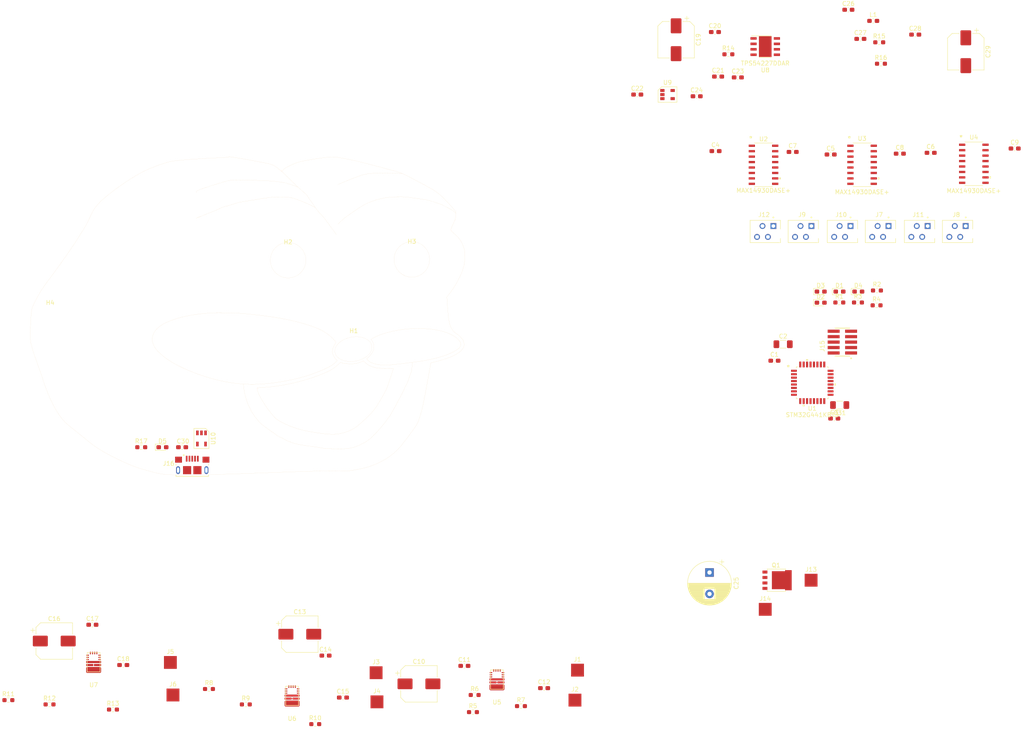
<source format=kicad_pcb>
(kicad_pcb (version 20171130) (host pcbnew 5.1.10)
  (title_block (title "Mainboard and driver") (date 2021-11-01) (rev 1.0))
  (layers (0 F.Cu signal) (1 In1.Cu signal) (2 In2.Cu signal) (31 B.Cu signal) (34 B.Paste user) (35 F.Paste user) (36 B.SilkS user) (37 F.SilkS user) (38 B.Mask user) (39 F.Mask user) (44 Edge.Cuts user))
  (net 0 "")
  (net 1 Vdrive)
  (net 2 GND)
  (net 3 "Net-(C12-Pad2)")
  (net 4 "Net-(C12-Pad1)")
  (net 5 "Net-(C15-Pad2)")
  (net 6 "Net-(C15-Pad1)")
  (net 7 "Net-(C18-Pad2)")
  (net 8 "Net-(C18-Pad1)")
  (net 9 +3V3)
  (net 10 "Net-(J10-Pad4)")
  (net 11 "Net-(J10-Pad3)")
  (net 12 Earth)
  (net 13 "Net-(J11-Pad4)")
  (net 14 +5VD)
  (net 15 "Net-(J12-Pad4)")
  (net 16 "Net-(J13-Pad1)")
  (net 17 "Net-(J15-Pad08)")
  (net 18 "Net-(J15-Pad07)")
  (net 19 "Net-(J15-Pad06)")
  (net 20 "Net-(J16-Pad4)")
  (net 21 +5VL)
  (net 22 /MCU-mot3-enc_2)
  (net 23 /MCU-mot2-enc_2)
  (net 24 /MCU-mot2-enc_1)
  (net 25 /MCU-mot1-enc_2)
  (net 26 /MCU-mot1-enc_1)
  (net 27 /MCU-mot_off)
  (net 28 /MCU-mot3-enc_1)
  (net 29 /MCU_SWCLK)
  (net 30 /MCU_SWDIO)
  (net 31 /MCU-USB_DP)
  (net 32 /MCU-USB_DM)
  (net 33 /MCU-MOT3en_2)
  (net 34 /MCU-MOT1en_2)
  (net 35 /MCU-MOT1en_1)
  (net 36 /MCU-mot_sleep)
  (net 37 /MCU-Aim-serv_PWM)
  (net 38 /MCU-Hold-serv_PWM)
  (net 39 /MCU-debug-LED_R2)
  (net 40 /MCU-debug-LED_R1)
  (net 41 /MCU-TRW_PWM)
  (net 42 /MCU-MOT3en_1)
  (net 43 /MCU-MOT2en_2)
  (net 44 /MCU-MOT2en_1)
  (net 45 /MCU_NRST)
  (net 46 /MCU-debug-LED_G2)
  (net 47 /MCU-debug-LED_G1)
  (net 48 /Driver/MOT_sleep)
  (net 49 /Driver/MOT_off)
  (net 50 /Driver/MOT1en_1)
  (net 51 /Driver/MOT1en_2)
  (net 52 "Net-(R5-Pad2)")
  (net 53 "Net-(R6-Pad2)")
  (net 54 "Net-(R7-Pad2)")
  (net 55 "Net-(U5-Pad1)")
  (net 56 /Driver/MOT2en_1)
  (net 57 /Driver/MOT2en_2)
  (net 58 "Net-(R8-Pad2)")
  (net 59 "Net-(R9-Pad2)")
  (net 60 "Net-(R10-Pad2)")
  (net 61 "Net-(U6-Pad1)")
  (net 62 /Driver/MOT3en_1)
  (net 63 /Driver/MOT3en_2)
  (net 64 "Net-(R11-Pad2)")
  (net 65 "Net-(R12-Pad2)")
  (net 66 "Net-(R13-Pad2)")
  (net 67 "Net-(U7-Pad1)")
  (net 68 "Net-(C26-Pad1)")
  (net 69 "Net-(C26-Pad2)")
  (net 70 "Net-(C23-Pad2)")
  (net 71 "Net-(C21-Pad2)")
  (net 72 "Net-(C27-Pad1)")
  (net 73 "Net-(R14-Pad2)")
  (net 74 "Net-(D1-Pad1)")
  (net 75 "Net-(D2-Pad1)")
  (net 76 "Net-(D3-Pad1)")
  (net 77 "Net-(D4-Pad1)")
  (net 78 "Net-(U2-Pad7)")
  (net 79 "Net-(U3-Pad7)")
  (net 80 /TRW_PWM)
  (net 81 /Hold-serv_PWM)
  (net 82 /Aim-serv_PWM)
  (net 83 "Net-(U4-Pad11)")
  (net 84 "Net-(U4-Pad7)")
  (net 85 "Net-(U4-Pad6)")
  (net 86 "Net-(U9-Pad4)")
  (net 87 "Net-(U10-Pad1)")
  (net 88 "Net-(D5-Pad1)")
  (module MountingHole:MountingHole_3.2mm_M3 (layer F.Cu) (at 49.55 89)
    (fp_text reference H4 (at 0 -4.2) (layer F.SilkS))
    (fp_text value MountingHole)
    (pad 1 np_thru_hole circle (at 0 0) (size 3.2 3.2) (drill 3.2) (layers *.Cu *.Mask))
  )
  (module MountingHole:MountingHole_3.2mm_M3 (layer F.Cu) (at 133.95 74.7)
    (fp_text reference H3 (at 0 -4.2) (layer F.SilkS))
    (fp_text value MountingHole)
    (pad 1 np_thru_hole circle (at 0 0) (size 3.2 3.2) (drill 3.2) (layers *.Cu *.Mask))
  )
  (module MountingHole:MountingHole_3.2mm_M3 (layer F.Cu) (at 105.05 74.85)
    (fp_text reference H2 (at 0 -4.2) (layer F.SilkS))
    (fp_text value MountingHole)
    (pad 1 np_thru_hole circle (at 0 0) (size 3.2 3.2) (drill 3.2) (layers *.Cu *.Mask))
  )
  (module MountingHole:MountingHole_3.2mm_M3 (layer F.Cu) (at 120.375 95.575)
    (fp_text reference H1 (at 0 -4.2) (layer F.SilkS))
    (fp_text value MountingHole)
    (pad 1 np_thru_hole circle (at 0 0) (size 3.2 3.2) (drill 3.2) (layers *.Cu *.Mask))
  )
  (module Capacitor_SMD:C_1206_3216Metric_Pad1.33x1.80mm_HandSolder (layer F.Cu) (at 233.77 108.7 180)
    (fp_text reference C31 (at 0 -1.85) (layer F.SilkS))
    (fp_text value 4.7uF)
    (pad 2 smd roundrect (at 1.5625 0 180) (size 1.325 1.8) (layers F.Cu F.Paste F.Mask) (roundrect_rratio 0.188679) (net 9 +3V3))
    (pad 1 smd roundrect (at -1.5625 0 180) (size 1.325 1.8) (layers F.Cu F.Paste F.Mask) (roundrect_rratio 0.188679) (net 2 GND))
  )
  (module Capacitor_SMD:C_1206_3216Metric_Pad1.33x1.80mm_HandSolder (layer F.Cu) (at 220.57 94.5)
    (fp_text reference C2 (at 0 -1.85) (layer F.SilkS))
    (fp_text value 4.7uF)
    (pad 2 smd roundrect (at 1.5625 0) (size 1.325 1.8) (layers F.Cu F.Paste F.Mask) (roundrect_rratio 0.188679) (net 2 GND))
    (pad 1 smd roundrect (at -1.5625 0) (size 1.325 1.8) (layers F.Cu F.Paste F.Mask) (roundrect_rratio 0.188679) (net 9 +3V3))
  )
  (module Capacitor_SMD:CP_Elec_8x10 (layer F.Cu) (at 50.5 163.8)
    (fp_text reference C16 (at 0 -5.2) (layer F.SilkS))
    (fp_text value 100uF)
    (pad 2 smd roundrect (at 3.25 0) (size 3.5 2.5) (layers F.Cu F.Paste F.Mask) (roundrect_rratio 0.1) (net 1 Vdrive))
    (pad 1 smd roundrect (at -3.25 0) (size 3.5 2.5) (layers F.Cu F.Paste F.Mask) (roundrect_rratio 0.1) (net 2 GND))
  )
  (module Capacitor_SMD:CP_Elec_8x10 (layer F.Cu) (at 107.8 162.2)
    (fp_text reference C13 (at 0 -5.2) (layer F.SilkS))
    (fp_text value 100uF)
    (pad 2 smd roundrect (at 3.25 0) (size 3.5 2.5) (layers F.Cu F.Paste F.Mask) (roundrect_rratio 0.1) (net 1 Vdrive))
    (pad 1 smd roundrect (at -3.25 0) (size 3.5 2.5) (layers F.Cu F.Paste F.Mask) (roundrect_rratio 0.1) (net 2 GND))
  )
  (module Capacitor_SMD:CP_Elec_8x10 (layer F.Cu) (at 135.6 173.8)
    (fp_text reference C10 (at 0 -5.2) (layer F.SilkS))
    (fp_text value 100uF)
    (pad 2 smd roundrect (at 3.25 0) (size 3.5 2.5) (layers F.Cu F.Paste F.Mask) (roundrect_rratio 0.1) (net 1 Vdrive))
    (pad 1 smd roundrect (at -3.25 0) (size 3.5 2.5) (layers F.Cu F.Paste F.Mask) (roundrect_rratio 0.1) (net 2 GND))
  )
  (module Capacitor_SMD:CP_Elec_8x10 (layer F.Cu) (at 263.2 26.2 270)
    (fp_text reference C29 (at 0 -5.2 90) (layer F.SilkS))
    (fp_text value 100uF)
    (pad 2 smd roundrect (at 3.25 0 270) (size 3.5 2.5) (layers F.Cu F.Paste F.Mask) (roundrect_rratio 0.1) (net 12 Earth))
    (pad 1 smd roundrect (at -3.25 0 270) (size 3.5 2.5) (layers F.Cu F.Paste F.Mask) (roundrect_rratio 0.1) (net 14 +5VD))
  )
  (module Capacitor_THT:CP_Radial_D10.0mm_P5.00mm (layer F.Cu) (at 203.4 147.8 270)
    (fp_text reference C25 (at 2.5 -6.25 90) (layer F.SilkS))
    (fp_text value 470uF)
    (pad 2 thru_hole circle (at 5 0 270) (size 2 2) (drill 1) (layers *.Cu *.Mask) (net 12 Earth))
    (pad 1 thru_hole rect (at 0 0 270) (size 2 2) (drill 1) (layers *.Cu *.Mask) (net 1 Vdrive))
  )
  (module Capacitor_SMD:CP_Elec_8x10 (layer F.Cu) (at 195.6 23.4 270)
    (fp_text reference C19 (at 0 -5.2 90) (layer F.SilkS))
    (fp_text value 100uF)
    (pad 2 smd roundrect (at 3.25 0 270) (size 3.5 2.5) (layers F.Cu F.Paste F.Mask) (roundrect_rratio 0.1) (net 12 Earth))
    (pad 1 smd roundrect (at -3.25 0 270) (size 3.5 2.5) (layers F.Cu F.Paste F.Mask) (roundrect_rratio 0.1) (net 1 Vdrive))
  )
  (module Electronics:STM32G441KBT3 (layer F.Cu) (at 227.37 103.5)
    (fp_text reference U1 (at 0 6) (layer F.SilkS))
    (fp_text value STM32G441KBT3 (at 0 7.5) (layer F.SilkS))
    (fp_text user * (at -5.588 -3.581) (layer F.SilkS))
    (fp_text user * (at -5.588 -3.581) (layer F.SilkS))
    (pad 32 smd rect (at -2.799999 -4.27355) (size 0.5008 1.3589) (layers F.Cu F.Paste F.Mask) (net 2 GND))
    (pad 31 smd rect (at -1.999999 -4.27355) (size 0.5008 1.3589) (layers F.Cu F.Paste F.Mask) (net 22 /MCU-mot3-enc_2))
    (pad 30 smd rect (at -1.2 -4.27355) (size 0.5008 1.3589) (layers F.Cu F.Paste F.Mask) (net 23 /MCU-mot2-enc_2))
    (pad 29 smd rect (at -0.399999 -4.27355) (size 0.5008 1.3589) (layers F.Cu F.Paste F.Mask) (net 24 /MCU-mot2-enc_1))
    (pad 28 smd rect (at 0.399999 -4.27355) (size 0.5008 1.3589) (layers F.Cu F.Paste F.Mask) (net 25 /MCU-mot1-enc_2))
    (pad 27 smd rect (at 1.2 -4.27355) (size 0.5008 1.3589) (layers F.Cu F.Paste F.Mask) (net 26 /MCU-mot1-enc_1))
    (pad 26 smd rect (at 2.000001 -4.27355) (size 0.5008 1.3589) (layers F.Cu F.Paste F.Mask) (net 27 /MCU-mot_off))
    (pad 25 smd rect (at 2.799999 -4.27355) (size 0.5008 1.3589) (layers F.Cu F.Paste F.Mask) (net 28 /MCU-mot3-enc_1))
    (pad 24 smd rect (at 4.27355 -2.799999 90) (size 0.5008 1.3589) (layers F.Cu F.Paste F.Mask) (net 29 /MCU_SWCLK))
    (pad 23 smd rect (at 4.27355 -1.999999 90) (size 0.5008 1.3589) (layers F.Cu F.Paste F.Mask) (net 30 /MCU_SWDIO))
    (pad 22 smd rect (at 4.27355 -1.2 90) (size 0.5008 1.3589) (layers F.Cu F.Paste F.Mask) (net 31 /MCU-USB_DP))
    (pad 21 smd rect (at 4.27355 -0.399999 90) (size 0.5008 1.3589) (layers F.Cu F.Paste F.Mask) (net 32 /MCU-USB_DM))
    (pad 20 smd rect (at 4.27355 0.399999 90) (size 0.5008 1.3589) (layers F.Cu F.Paste F.Mask) (net 33 /MCU-MOT3en_2))
    (pad 19 smd rect (at 4.27355 1.2 90) (size 0.5008 1.3589) (layers F.Cu F.Paste F.Mask) (net 34 /MCU-MOT1en_2))
    (pad 18 smd rect (at 4.27355 2.000001 90) (size 0.5008 1.3589) (layers F.Cu F.Paste F.Mask) (net 35 /MCU-MOT1en_1))
    (pad 17 smd rect (at 4.27355 2.799999 90) (size 0.5008 1.3589) (layers F.Cu F.Paste F.Mask) (net 9 +3V3))
    (pad 16 smd rect (at 2.799999 4.27355) (size 0.5008 1.3589) (layers F.Cu F.Paste F.Mask) (net 2 GND))
    (pad 15 smd rect (at 1.999999 4.27355) (size 0.5008 1.3589) (layers F.Cu F.Paste F.Mask) (net 9 +3V3))
    (pad 14 smd rect (at 1.2 4.27355) (size 0.5008 1.3589) (layers F.Cu F.Paste F.Mask) (net 2 GND))
    (pad 13 smd rect (at 0.399999 4.27355) (size 0.5008 1.3589) (layers F.Cu F.Paste F.Mask) (net 36 /MCU-mot_sleep))
    (pad 12 smd rect (at -0.399999 4.27355) (size 0.5008 1.3589) (layers F.Cu F.Paste F.Mask) (net 37 /MCU-Aim-serv_PWM))
    (pad 11 smd rect (at -1.2 4.27355) (size 0.5008 1.3589) (layers F.Cu F.Paste F.Mask) (net 38 /MCU-Hold-serv_PWM))
    (pad 10 smd rect (at -2.000001 4.27355) (size 0.5008 1.3589) (layers F.Cu F.Paste F.Mask) (net 39 /MCU-debug-LED_R2))
    (pad 9 smd rect (at -2.799999 4.27355) (size 0.5008 1.3589) (layers F.Cu F.Paste F.Mask) (net 40 /MCU-debug-LED_R1))
    (pad 8 smd rect (at -4.27355 2.799999 90) (size 0.5008 1.3589) (layers F.Cu F.Paste F.Mask) (net 41 /MCU-TRW_PWM))
    (pad 7 smd rect (at -4.27355 1.999999 90) (size 0.5008 1.3589) (layers F.Cu F.Paste F.Mask) (net 42 /MCU-MOT3en_1))
    (pad 6 smd rect (at -4.27355 1.2 90) (size 0.5008 1.3589) (layers F.Cu F.Paste F.Mask) (net 43 /MCU-MOT2en_2))
    (pad 5 smd rect (at -4.27355 0.399999 90) (size 0.5008 1.3589) (layers F.Cu F.Paste F.Mask) (net 44 /MCU-MOT2en_1))
    (pad 4 smd rect (at -4.27355 -0.399999 90) (size 0.5008 1.3589) (layers F.Cu F.Paste F.Mask) (net 45 /MCU_NRST))
    (pad 3 smd rect (at -4.27355 -1.2 90) (size 0.5008 1.3589) (layers F.Cu F.Paste F.Mask) (net 46 /MCU-debug-LED_G2))
    (pad 2 smd rect (at -4.27355 -2.000001 90) (size 0.5008 1.3589) (layers F.Cu F.Paste F.Mask) (net 47 /MCU-debug-LED_G1))
    (pad 1 smd rect (at -4.27355 -2.799999 90) (size 0.5008 1.3589) (layers F.Cu F.Paste F.Mask) (net 9 +3V3))
  )
  (module Electronics:MAX14930DASE&plus_ (layer F.Cu) (at 239 52.6)
    (fp_text reference U3 (at 0 -6.135) (layer F.SilkS))
    (fp_text value MAX14930DASE+ (at 0 6.365) (layer F.SilkS))
    (fp_text user * (at -2.978751 -6.1214) (layer F.SilkS))
    (fp_text user * (at -2.978751 -6.1214) (layer F.SilkS))
    (pad 16 smd rect (at 2.724752 -4.445) (size 1.4617 0.5334) (layers F.Cu F.Paste F.Mask) (net 14 +5VD))
    (pad 15 smd rect (at 2.724752 -3.175) (size 1.4617 0.5334) (layers F.Cu F.Paste F.Mask) (net 12 Earth))
    (pad 14 smd rect (at 2.724752 -1.905) (size 1.4617 0.5334) (layers F.Cu F.Paste F.Mask) (net 62 /Driver/MOT3en_1))
    (pad 13 smd rect (at 2.724752 -0.635) (size 1.4617 0.5334) (layers F.Cu F.Paste F.Mask) (net 63 /Driver/MOT3en_2))
    (pad 12 smd rect (at 2.724752 0.635) (size 1.4617 0.5334) (layers F.Cu F.Paste F.Mask) (net 48 /Driver/MOT_sleep))
    (pad 11 smd rect (at 2.724752 1.905) (size 1.4617 0.5334) (layers F.Cu F.Paste F.Mask) (net 49 /Driver/MOT_off))
    (pad 10 smd rect (at 2.724752 3.175) (size 1.4617 0.5334) (layers F.Cu F.Paste F.Mask) (net 14 +5VD))
    (pad 9 smd rect (at 2.724752 4.445) (size 1.4617 0.5334) (layers F.Cu F.Paste F.Mask) (net 12 Earth))
    (pad 8 smd rect (at -2.724752 4.445) (size 1.4617 0.5334) (layers F.Cu F.Paste F.Mask) (net 2 GND))
    (pad 7 smd rect (at -2.724752 3.175) (size 1.4617 0.5334) (layers F.Cu F.Paste F.Mask) (net 79 "Net-(U3-Pad7)"))
    (pad 6 smd rect (at -2.724752 1.905) (size 1.4617 0.5334) (layers F.Cu F.Paste F.Mask) (net 27 /MCU-mot_off))
    (pad 5 smd rect (at -2.724752 0.635) (size 1.4617 0.5334) (layers F.Cu F.Paste F.Mask) (net 36 /MCU-mot_sleep))
    (pad 4 smd rect (at -2.724752 -0.635) (size 1.4617 0.5334) (layers F.Cu F.Paste F.Mask) (net 33 /MCU-MOT3en_2))
    (pad 3 smd rect (at -2.724752 -1.905) (size 1.4617 0.5334) (layers F.Cu F.Paste F.Mask) (net 42 /MCU-MOT3en_1))
    (pad 2 smd rect (at -2.724752 -3.175) (size 1.4617 0.5334) (layers F.Cu F.Paste F.Mask) (net 2 GND))
    (pad 1 smd rect (at -2.724752 -4.445) (size 1.4617 0.5334) (layers F.Cu F.Paste F.Mask) (net 9 +3V3))
  )
  (module Electronics:MAX14930DASE&plus_ (layer F.Cu) (at 216 52.6)
    (fp_text reference U2 (at 0 -6) (layer F.SilkS))
    (fp_text value MAX14930DASE+ (at 0 6) (layer F.SilkS))
    (fp_text user * (at -2.978751 -6.1214) (layer F.SilkS))
    (fp_text user * (at -2.978751 -6.1214) (layer F.SilkS))
    (pad 16 smd rect (at 2.724752 -4.445) (size 1.4617 0.5334) (layers F.Cu F.Paste F.Mask) (net 14 +5VD))
    (pad 15 smd rect (at 2.724752 -3.175) (size 1.4617 0.5334) (layers F.Cu F.Paste F.Mask) (net 12 Earth))
    (pad 14 smd rect (at 2.724752 -1.905) (size 1.4617 0.5334) (layers F.Cu F.Paste F.Mask) (net 50 /Driver/MOT1en_1))
    (pad 13 smd rect (at 2.724752 -0.635) (size 1.4617 0.5334) (layers F.Cu F.Paste F.Mask) (net 51 /Driver/MOT1en_2))
    (pad 12 smd rect (at 2.724752 0.635) (size 1.4617 0.5334) (layers F.Cu F.Paste F.Mask) (net 56 /Driver/MOT2en_1))
    (pad 11 smd rect (at 2.724752 1.905) (size 1.4617 0.5334) (layers F.Cu F.Paste F.Mask) (net 57 /Driver/MOT2en_2))
    (pad 10 smd rect (at 2.724752 3.175) (size 1.4617 0.5334) (layers F.Cu F.Paste F.Mask) (net 14 +5VD))
    (pad 9 smd rect (at 2.724752 4.445) (size 1.4617 0.5334) (layers F.Cu F.Paste F.Mask) (net 12 Earth))
    (pad 8 smd rect (at -2.724752 4.445) (size 1.4617 0.5334) (layers F.Cu F.Paste F.Mask) (net 2 GND))
    (pad 7 smd rect (at -2.724752 3.175) (size 1.4617 0.5334) (layers F.Cu F.Paste F.Mask) (net 78 "Net-(U2-Pad7)"))
    (pad 6 smd rect (at -2.724752 1.905) (size 1.4617 0.5334) (layers F.Cu F.Paste F.Mask) (net 43 /MCU-MOT2en_2))
    (pad 5 smd rect (at -2.724752 0.635) (size 1.4617 0.5334) (layers F.Cu F.Paste F.Mask) (net 44 /MCU-MOT2en_1))
    (pad 4 smd rect (at -2.724752 -0.635) (size 1.4617 0.5334) (layers F.Cu F.Paste F.Mask) (net 34 /MCU-MOT1en_2))
    (pad 3 smd rect (at -2.724752 -1.905) (size 1.4617 0.5334) (layers F.Cu F.Paste F.Mask) (net 35 /MCU-MOT1en_1))
    (pad 2 smd rect (at -2.724752 -3.175) (size 1.4617 0.5334) (layers F.Cu F.Paste F.Mask) (net 2 GND))
    (pad 1 smd rect (at -2.724752 -4.445) (size 1.4617 0.5334) (layers F.Cu F.Paste F.Mask) (net 9 +3V3))
  )
  (module Resistor_SMD:R_0603_1608Metric_Pad0.98x0.95mm_HandSolder (layer F.Cu) (at 242.38 85.42)
    (fp_text reference R4 (at 0 -1.43) (layer F.SilkS))
    (fp_text value 3.3k)
    (pad 2 smd roundrect (at 0.9125 0) (size 0.975 0.95) (layers F.Cu F.Paste F.Mask) (net 77 "Net-(D4-Pad1)"))
    (pad 1 smd roundrect (at -0.9125 0) (size 0.975 0.95) (layers F.Cu F.Paste F.Mask) (net 2 GND))
  )
  (module Resistor_SMD:R_0603_1608Metric_Pad0.98x0.95mm_HandSolder (layer F.Cu) (at 238.035001 84.755001)
    (fp_text reference R3 (at 0 -1.43) (layer F.SilkS))
    (fp_text value 3.3k)
    (pad 2 smd roundrect (at 0.9125 0) (size 0.975 0.95) (layers F.Cu F.Paste F.Mask) (net 76 "Net-(D3-Pad1)"))
    (pad 1 smd roundrect (at -0.9125 0) (size 0.975 0.95) (layers F.Cu F.Paste F.Mask) (net 2 GND))
  )
  (module Resistor_SMD:R_0603_1608Metric_Pad0.98x0.95mm_HandSolder (layer F.Cu) (at 242.465001 81.955001)
    (fp_text reference R2 (at 0 -1.43) (layer F.SilkS))
    (fp_text value 3.3k)
    (pad 2 smd roundrect (at 0.9125 0) (size 0.975 0.95) (layers F.Cu F.Paste F.Mask) (net 75 "Net-(D2-Pad1)"))
    (pad 1 smd roundrect (at -0.9125 0) (size 0.975 0.95) (layers F.Cu F.Paste F.Mask) (net 2 GND))
  )
  (module Resistor_SMD:R_0603_1608Metric_Pad0.98x0.95mm_HandSolder (layer F.Cu) (at 233.685001 84.755001)
    (fp_text reference R1 (at 0 -1.43) (layer F.SilkS))
    (fp_text value 3.3k)
    (pad 2 smd roundrect (at 0.9125 0) (size 0.975 0.95) (layers F.Cu F.Paste F.Mask) (net 74 "Net-(D1-Pad1)"))
    (pad 1 smd roundrect (at -0.9125 0) (size 0.975 0.95) (layers F.Cu F.Paste F.Mask) (net 2 GND))
  )
  (module LED_SMD:LED_0603_1608Metric_Pad1.05x0.95mm_HandSolder (layer F.Cu) (at 238.120001 82.205001)
    (fp_text reference D4 (at 0 -1.43) (layer F.SilkS))
    (fp_text value GREEN_LED)
    (pad 2 smd roundrect (at 0.875 0) (size 1.05 0.95) (layers F.Cu F.Paste F.Mask) (net 46 /MCU-debug-LED_G2))
    (pad 1 smd roundrect (at -0.875 0) (size 1.05 0.95) (layers F.Cu F.Paste F.Mask) (net 77 "Net-(D4-Pad1)"))
  )
  (module LED_SMD:LED_0603_1608Metric_Pad1.05x0.95mm_HandSolder (layer F.Cu) (at 229.340001 82.205001)
    (fp_text reference D3 (at 0 -1.43) (layer F.SilkS))
    (fp_text value GREEN_LED)
    (pad 2 smd roundrect (at 0.875 0) (size 1.05 0.95) (layers F.Cu F.Paste F.Mask) (net 47 /MCU-debug-LED_G1))
    (pad 1 smd roundrect (at -0.875 0) (size 1.05 0.95) (layers F.Cu F.Paste F.Mask) (net 76 "Net-(D3-Pad1)"))
  )
  (module LED_SMD:LED_0603_1608Metric_Pad1.05x0.95mm_HandSolder (layer F.Cu) (at 229.340001 84.795001)
    (fp_text reference D2 (at 0 -1.43) (layer F.SilkS))
    (fp_text value RED_LED)
    (pad 2 smd roundrect (at 0.875 0) (size 1.05 0.95) (layers F.Cu F.Paste F.Mask) (net 39 /MCU-debug-LED_R2))
    (pad 1 smd roundrect (at -0.875 0) (size 1.05 0.95) (layers F.Cu F.Paste F.Mask) (net 75 "Net-(D2-Pad1)"))
  )
  (module LED_SMD:LED_0603_1608Metric_Pad1.05x0.95mm_HandSolder (layer F.Cu) (at 233.730001 82.205001)
    (fp_text reference D1 (at 0 -1.43) (layer F.SilkS))
    (fp_text value RED_LED)
    (pad 2 smd roundrect (at 0.875 0) (size 1.05 0.95) (layers F.Cu F.Paste F.Mask) (net 40 /MCU-debug-LED_R1))
    (pad 1 smd roundrect (at -0.875 0) (size 1.05 0.95) (layers F.Cu F.Paste F.Mask) (net 74 "Net-(D1-Pad1)"))
  )
  (module Capacitor_SMD:C_0603_1608Metric_Pad1.08x0.95mm_HandSolder (layer F.Cu) (at 274.6 48.8)
    (fp_text reference C9 (at 0 -1.43) (layer F.SilkS))
    (fp_text value 0.1uF)
    (pad 2 smd roundrect (at 0.8625 0) (size 1.075 0.95) (layers F.Cu F.Paste F.Mask) (net 12 Earth))
    (pad 1 smd roundrect (at -0.8625 0) (size 1.075 0.95) (layers F.Cu F.Paste F.Mask) (net 14 +5VD))
  )
  (module Capacitor_SMD:C_0603_1608Metric_Pad1.08x0.95mm_HandSolder (layer F.Cu) (at 247.8 50)
    (fp_text reference C8 (at 0 -1.43) (layer F.SilkS))
    (fp_text value 0.1uF)
    (pad 2 smd roundrect (at 0.8625 0) (size 1.075 0.95) (layers F.Cu F.Paste F.Mask) (net 12 Earth))
    (pad 1 smd roundrect (at -0.8625 0) (size 1.075 0.95) (layers F.Cu F.Paste F.Mask) (net 14 +5VD))
  )
  (module Capacitor_SMD:C_0603_1608Metric_Pad1.08x0.95mm_HandSolder (layer F.Cu) (at 222.8 49.6)
    (fp_text reference C7 (at 0 -1.43) (layer F.SilkS))
    (fp_text value 0.1uF)
    (pad 2 smd roundrect (at 0.8625 0) (size 1.075 0.95) (layers F.Cu F.Paste F.Mask) (net 12 Earth))
    (pad 1 smd roundrect (at -0.8625 0) (size 1.075 0.95) (layers F.Cu F.Paste F.Mask) (net 14 +5VD))
  )
  (module Capacitor_SMD:C_0603_1608Metric_Pad1.08x0.95mm_HandSolder (layer F.Cu) (at 255 49.8)
    (fp_text reference C6 (at 0 -1.43) (layer F.SilkS))
    (fp_text value 0.1uF)
    (pad 2 smd roundrect (at 0.8625 0) (size 1.075 0.95) (layers F.Cu F.Paste F.Mask) (net 9 +3V3))
    (pad 1 smd roundrect (at -0.8625 0) (size 1.075 0.95) (layers F.Cu F.Paste F.Mask) (net 2 GND))
  )
  (module Capacitor_SMD:C_0603_1608Metric_Pad1.08x0.95mm_HandSolder (layer F.Cu) (at 231.6625 50.2)
    (fp_text reference C5 (at 0 -1.43) (layer F.SilkS))
    (fp_text value 0.1uF)
    (pad 2 smd roundrect (at 0.8625 0) (size 1.075 0.95) (layers F.Cu F.Paste F.Mask) (net 9 +3V3))
    (pad 1 smd roundrect (at -0.8625 0) (size 1.075 0.95) (layers F.Cu F.Paste F.Mask) (net 2 GND))
  )
  (module Capacitor_SMD:C_0603_1608Metric_Pad1.08x0.95mm_HandSolder (layer F.Cu) (at 204.8 49.4)
    (fp_text reference C4 (at 0 -1.43) (layer F.SilkS))
    (fp_text value 0.1uF)
    (pad 2 smd roundrect (at 0.8625 0) (size 1.075 0.95) (layers F.Cu F.Paste F.Mask) (net 9 +3V3))
    (pad 1 smd roundrect (at -0.8625 0) (size 1.075 0.95) (layers F.Cu F.Paste F.Mask) (net 2 GND))
  )
  (module Capacitor_SMD:C_0603_1608Metric_Pad1.08x0.95mm_HandSolder (layer F.Cu) (at 232.51 111.84)
    (fp_text reference C3 (at 0 -1.43) (layer F.SilkS))
    (fp_text value 0.1uF)
    (pad 2 smd roundrect (at 0.8625 0) (size 1.075 0.95) (layers F.Cu F.Paste F.Mask) (net 2 GND))
    (pad 1 smd roundrect (at -0.8625 0) (size 1.075 0.95) (layers F.Cu F.Paste F.Mask) (net 9 +3V3))
  )
  (module Capacitor_SMD:C_0603_1608Metric_Pad1.08x0.95mm_HandSolder (layer F.Cu) (at 218.55 98.34)
    (fp_text reference C1 (at 0 -1.43) (layer F.SilkS))
    (fp_text value 0.1uF)
    (pad 2 smd roundrect (at 0.8625 0) (size 1.075 0.95) (layers F.Cu F.Paste F.Mask) (net 2 GND))
    (pad 1 smd roundrect (at -0.8625 0) (size 1.075 0.95) (layers F.Cu F.Paste F.Mask) (net 9 +3V3))
  )
  (module Electronics:TPS54227DDAR (layer F.Cu) (at 216.4 25)
    (fp_text reference U8 (at 0 5.5) (layer F.SilkS))
    (fp_text value TPS54227DDAR (at 0 3.9) (layer F.SilkS))
    (pad 9 smd rect (at 0 0) (size 2.949999 4.900001) (layers F.Cu) (net 12 Earth))
    (pad 8 smd rect (at 2.724998 -1.905 90) (size 0.599999 1.45) (layers F.Cu F.Paste F.Mask) (net 1 Vdrive))
    (pad 7 smd rect (at 2.724998 -0.635 90) (size 0.599999 1.45) (layers F.Cu F.Paste F.Mask) (net 68 "Net-(C26-Pad1)"))
    (pad 6 smd rect (at 2.724998 0.635 90) (size 0.599999 1.45) (layers F.Cu F.Paste F.Mask) (net 69 "Net-(C26-Pad2)"))
    (pad 5 smd rect (at 2.724998 1.905 90) (size 0.599999 1.45) (layers F.Cu F.Paste F.Mask) (net 12 Earth))
    (pad 4 smd rect (at -2.725001 1.905 90) (size 0.599999 1.45) (layers F.Cu F.Paste F.Mask) (net 70 "Net-(C23-Pad2)"))
    (pad 3 smd rect (at -2.725001 0.635 90) (size 0.599999 1.45) (layers F.Cu F.Paste F.Mask) (net 71 "Net-(C21-Pad2)"))
    (pad 2 smd rect (at -2.725001 -0.635 90) (size 0.599999 1.45) (layers F.Cu F.Paste F.Mask) (net 72 "Net-(C27-Pad1)"))
    (pad 1 smd rect (at -2.725001 -1.905 90) (size 0.599999 1.45) (layers F.Cu F.Paste F.Mask) (net 73 "Net-(R14-Pad2)"))
  )
  (module Diode_SMD:D_0603_1608Metric_Pad1.05x0.95mm_HandSolder (layer F.Cu) (at 75.75 118.55)
    (fp_text reference D5 (at 0 -1.43) (layer F.SilkS))
    (fp_text value RED_LED)
    (pad 2 smd roundrect (at 0.875 0) (size 1.05 0.95) (layers F.Cu F.Paste F.Mask) (net 21 +5VL))
    (pad 1 smd roundrect (at -0.875 0) (size 1.05 0.95) (layers F.Cu F.Paste F.Mask) (net 88 "Net-(D5-Pad1)"))
  )
  (module Capacitor_SMD:C_0603_1608Metric_Pad1.08x0.95mm_HandSolder (layer F.Cu) (at 164.8 174.8)
    (fp_text reference C12 (at 0 -1.43) (layer F.SilkS))
    (fp_text value 100nF)
    (pad 2 smd roundrect (at 0.8625 0) (size 1.075 0.95) (layers F.Cu F.Paste F.Mask) (net 3 "Net-(C12-Pad2)"))
    (pad 1 smd roundrect (at -0.8625 0) (size 1.075 0.95) (layers F.Cu F.Paste F.Mask) (net 4 "Net-(C12-Pad1)"))
  )
  (module Resistor_SMD:R_0603_1608Metric_Pad0.98x0.95mm_HandSolder (layer F.Cu) (at 64.2 179.8)
    (fp_text reference R13 (at 0 -1.43) (layer F.SilkS))
    (fp_text value 2.7k)
    (pad 2 smd roundrect (at 0.9125 0) (size 0.975 0.95) (layers F.Cu F.Paste F.Mask) (net 66 "Net-(R13-Pad2)"))
    (pad 1 smd roundrect (at -0.9125 0) (size 0.975 0.95) (layers F.Cu F.Paste F.Mask) (net 12 Earth))
  )
  (module Electronics:3mm_pad (layer F.Cu) (at 172.6 170.6 180)
    (fp_text reference J1 (at 0 2.5) (layer F.SilkS))
    (fp_text value 3mm_pad)
    (pad 1 smd rect (at 0 0 180) (size 3 3) (layers F.Cu F.Paste F.Mask) (net 4 "Net-(C12-Pad1)"))
  )
  (module Resistor_SMD:R_0603_1608Metric_Pad0.98x0.95mm_HandSolder (layer F.Cu) (at 39.8 177.6)
    (fp_text reference R11 (at 0 -1.43) (layer F.SilkS))
    (fp_text value 100k)
    (pad 2 smd roundrect (at 0.9125 0) (size 0.975 0.95) (layers F.Cu F.Paste F.Mask) (net 64 "Net-(R11-Pad2)"))
    (pad 1 smd roundrect (at -0.9125 0) (size 0.975 0.95) (layers F.Cu F.Paste F.Mask) (net 12 Earth))
  )
  (module Capacitor_SMD:C_0603_1608Metric_Pad1.08x0.95mm_HandSolder (layer F.Cu) (at 210 32.2)
    (fp_text reference C23 (at 0 -1.43) (layer F.SilkS))
    (fp_text value 3.3nF)
    (pad 2 smd roundrect (at 0.8625 0) (size 1.075 0.95) (layers F.Cu F.Paste F.Mask) (net 70 "Net-(C23-Pad2)"))
    (pad 1 smd roundrect (at -0.8625 0) (size 1.075 0.95) (layers F.Cu F.Paste F.Mask) (net 12 Earth))
  )
  (module Capacitor_SMD:C_0603_1608Metric_Pad1.08x0.95mm_HandSolder (layer F.Cu) (at 186.5375 36.2)
    (fp_text reference C22 (at 0 -1.43) (layer F.SilkS))
    (fp_text value 1uF)
    (pad 2 smd roundrect (at 0.8625 0) (size 1.075 0.95) (layers F.Cu F.Paste F.Mask) (net 2 GND))
    (pad 1 smd roundrect (at -0.8625 0) (size 1.075 0.95) (layers F.Cu F.Paste F.Mask) (net 21 +5VL))
  )
  (module Capacitor_SMD:C_0603_1608Metric_Pad1.08x0.95mm_HandSolder (layer F.Cu) (at 205.4 32)
    (fp_text reference C21 (at 0 -1.43) (layer F.SilkS))
    (fp_text value 1uF)
    (pad 2 smd roundrect (at 0.8625 0) (size 1.075 0.95) (layers F.Cu F.Paste F.Mask) (net 71 "Net-(C21-Pad2)"))
    (pad 1 smd roundrect (at -0.8625 0) (size 1.075 0.95) (layers F.Cu F.Paste F.Mask) (net 12 Earth))
  )
  (module Capacitor_SMD:C_0603_1608Metric_Pad1.08x0.95mm_HandSolder (layer F.Cu) (at 204.6625 21.6)
    (fp_text reference C20 (at 0 -1.43) (layer F.SilkS))
    (fp_text value 0.1uF)
    (pad 2 smd roundrect (at 0.8625 0) (size 1.075 0.95) (layers F.Cu F.Paste F.Mask) (net 1 Vdrive))
    (pad 1 smd roundrect (at -0.8625 0) (size 1.075 0.95) (layers F.Cu F.Paste F.Mask) (net 12 Earth))
  )
  (module Resistor_SMD:R_0603_1608Metric_Pad0.98x0.95mm_HandSolder (layer F.Cu) (at 70.8 118.55)
    (fp_text reference R17 (at 0 -1.43) (layer F.SilkS))
    (fp_text value 3.3k)
    (pad 2 smd roundrect (at 0.9125 0) (size 0.975 0.95) (layers F.Cu F.Paste F.Mask) (net 88 "Net-(D5-Pad1)"))
    (pad 1 smd roundrect (at -0.9125 0) (size 0.975 0.95) (layers F.Cu F.Paste F.Mask) (net 2 GND))
  )
  (module Resistor_SMD:R_0603_1608Metric_Pad0.98x0.95mm_HandSolder (layer F.Cu) (at 243.4 29)
    (fp_text reference R16 (at 0 -1.43) (layer F.SilkS))
    (fp_text value 22k)
    (pad 2 smd roundrect (at 0.9125 0) (size 0.975 0.95) (layers F.Cu F.Paste F.Mask) (net 12 Earth))
    (pad 1 smd roundrect (at -0.9125 0) (size 0.975 0.95) (layers F.Cu F.Paste F.Mask) (net 72 "Net-(C27-Pad1)"))
  )
  (module Resistor_SMD:R_0603_1608Metric_Pad0.98x0.95mm_HandSolder (layer F.Cu) (at 243 24)
    (fp_text reference R15 (at 0 -1.43) (layer F.SilkS))
    (fp_text value 130k)
    (pad 2 smd roundrect (at 0.9125 0) (size 0.975 0.95) (layers F.Cu F.Paste F.Mask) (net 72 "Net-(C27-Pad1)"))
    (pad 1 smd roundrect (at -0.9125 0) (size 0.975 0.95) (layers F.Cu F.Paste F.Mask) (net 14 +5VD))
  )
  (module Resistor_SMD:R_0603_1608Metric_Pad0.98x0.95mm_HandSolder (layer F.Cu) (at 207.8 26.8)
    (fp_text reference R14 (at 0 -1.43) (layer F.SilkS))
    (fp_text value 10k)
    (pad 2 smd roundrect (at 0.9125 0) (size 0.975 0.95) (layers F.Cu F.Paste F.Mask) (net 73 "Net-(R14-Pad2)"))
    (pad 1 smd roundrect (at -0.9125 0) (size 0.975 0.95) (layers F.Cu F.Paste F.Mask) (net 1 Vdrive))
  )
  (module Electronics:3mm_pad (layer F.Cu) (at 125.8 178 180)
    (fp_text reference J4 (at 0 2.5) (layer F.SilkS))
    (fp_text value 3mm_pad)
    (pad 1 smd rect (at 0 0 180) (size 3 3) (layers F.Cu F.Paste F.Mask) (net 5 "Net-(C15-Pad2)"))
  )
  (module Capacitor_SMD:C_0603_1608Metric_Pad1.08x0.95mm_HandSolder (layer F.Cu) (at 251.4 22.2)
    (fp_text reference C28 (at 0 -1.43) (layer F.SilkS))
    (fp_text value 0.1uF)
    (pad 2 smd roundrect (at 0.8625 0) (size 1.075 0.95) (layers F.Cu F.Paste F.Mask) (net 14 +5VD))
    (pad 1 smd roundrect (at -0.8625 0) (size 1.075 0.95) (layers F.Cu F.Paste F.Mask) (net 12 Earth))
  )
  (module Resistor_SMD:R_0603_1608Metric_Pad0.98x0.95mm_HandSolder (layer F.Cu) (at 148.6 176.4)
    (fp_text reference R6 (at 0 -1.43) (layer F.SilkS))
    (fp_text value 100k)
    (pad 2 smd roundrect (at 0.9125 0) (size 0.975 0.95) (layers F.Cu F.Paste F.Mask) (net 53 "Net-(R6-Pad2)"))
    (pad 1 smd roundrect (at -0.9125 0) (size 0.975 0.95) (layers F.Cu F.Paste F.Mask) (net 12 Earth))
  )
  (module Electronics:3mm_pad (layer F.Cu) (at 78.2 176.4)
    (fp_text reference J6 (at 0 -2.5) (layer F.SilkS))
    (fp_text value 3mm_pad)
    (pad 1 smd rect (at 0 0) (size 3 3) (layers F.Cu F.Paste F.Mask) (net 7 "Net-(C18-Pad2)"))
  )
  (module Electronics:3mm_pad (layer F.Cu) (at 77.6 168.8 180)
    (fp_text reference J5 (at 0 2.5) (layer F.SilkS))
    (fp_text value 3mm_pad)
    (pad 1 smd rect (at 0 0 180) (size 3 3) (layers F.Cu F.Paste F.Mask) (net 8 "Net-(C18-Pad1)"))
  )
  (module Capacitor_SMD:C_0603_1608Metric_Pad1.08x0.95mm_HandSolder (layer F.Cu) (at 117.8625 177)
    (fp_text reference C15 (at 0 -1.43) (layer F.SilkS))
    (fp_text value 100nF)
    (pad 2 smd roundrect (at 0.8625 0) (size 1.075 0.95) (layers F.Cu F.Paste F.Mask) (net 5 "Net-(C15-Pad2)"))
    (pad 1 smd roundrect (at -0.8625 0) (size 1.075 0.95) (layers F.Cu F.Paste F.Mask) (net 6 "Net-(C15-Pad1)"))
  )
  (module Electronics:3mm_pad (layer F.Cu) (at 216.4 156.4)
    (fp_text reference J14 (at 0 -2.5) (layer F.SilkS))
    (fp_text value 3mm_pad)
    (pad 1 smd rect (at 0 0) (size 3 3) (layers F.Cu F.Paste F.Mask) (net 12 Earth))
  )
  (module Capacitor_SMD:C_0603_1608Metric_Pad1.08x0.95mm_HandSolder (layer F.Cu) (at 235.8 16.4)
    (fp_text reference C26 (at 0 -1.43) (layer F.SilkS))
    (fp_text value 0.1uF)
    (pad 2 smd roundrect (at 0.8625 0) (size 1.075 0.95) (layers F.Cu F.Paste F.Mask) (net 69 "Net-(C26-Pad2)"))
    (pad 1 smd roundrect (at -0.8625 0) (size 1.075 0.95) (layers F.Cu F.Paste F.Mask) (net 68 "Net-(C26-Pad1)"))
  )
  (module Electronics:3mm_pad (layer F.Cu) (at 125.6 171.2 180)
    (fp_text reference J3 (at 0 2.5) (layer F.SilkS))
    (fp_text value 3mm_pad)
    (pad 1 smd rect (at 0 0 180) (size 3 3) (layers F.Cu F.Paste F.Mask) (net 6 "Net-(C15-Pad1)"))
  )
  (module Electronics:3mm_pad (layer F.Cu) (at 172 177.6 180)
    (fp_text reference J2 (at 0 2.5) (layer F.SilkS))
    (fp_text value 3mm_pad)
    (pad 1 smd rect (at 0 0 180) (size 3 3) (layers F.Cu F.Paste F.Mask) (net 3 "Net-(C12-Pad2)"))
  )
  (module Electronics:VQFN-HR-14 (layer F.Cu) (at 59.6875 168.75)
    (fp_text reference U7 (at 0 5.3) (layer F.SilkS))
    (fp_text value DRV8243)
    (pad 4 smd roundrect (at 0 -0.05) (size 3.5 0.5) (layers F.Cu) (roundrect_rratio 0.2) (net 1 Vdrive))
    (pad 5 smd roundrect (at -0.9125 0.65) (size 1.675 0.5) (layers F.Cu) (roundrect_rratio 0.2) (net 7 "Net-(C18-Pad2)"))
    (pad 7 smd roundrect (at 0.9125 0.65) (size 1.675 0.5) (layers F.Cu) (roundrect_rratio 0.2) (net 8 "Net-(C18-Pad1)"))
    (pad 6 smd roundrect (at 0 1.8) (size 3.5 1.4) (layers F.Cu) (roundrect_rratio 0.2) (net 12 Earth))
    (pad 8 smd roundrect (at 1.4 -0.625) (size 0.6 0.25) (layers F.Cu F.Paste F.Mask) (roundrect_rratio 0.2) (net 49 /Driver/MOT_off))
    (pad 9 smd roundrect (at 1.4 -1.125) (size 0.6 0.25) (layers F.Cu F.Paste F.Mask) (roundrect_rratio 0.2) (net 62 /Driver/MOT3en_1))
    (pad 10 smd roundrect (at 1.4 -1.625) (size 0.6 0.25) (layers F.Cu F.Paste F.Mask) (roundrect_rratio 0.2) (net 63 /Driver/MOT3en_2))
    (pad 11 smd roundrect (at 0.75 -2.15) (size 0.25 0.6) (layers F.Cu F.Paste F.Mask) (roundrect_rratio 0.2) (net 12 Earth))
    (pad 12 smd roundrect (at 0.25 -2.15) (size 0.25 0.6) (layers F.Cu F.Paste F.Mask) (roundrect_rratio 0.2) (net 64 "Net-(R11-Pad2)"))
    (pad 13 smd roundrect (at -0.25 -2.15) (size 0.25 0.6) (layers F.Cu F.Paste F.Mask) (roundrect_rratio 0.2) (net 65 "Net-(R12-Pad2)"))
    (pad 14 smd roundrect (at -0.75 -2.15) (size 0.25 0.6) (layers F.Cu F.Paste F.Mask) (roundrect_rratio 0.2) (net 12 Earth))
    (pad 3 smd roundrect (at -1.4 -0.625) (size 0.6 0.25) (layers F.Cu F.Paste F.Mask) (roundrect_rratio 0.2) (net 48 /Driver/MOT_sleep))
    (pad 2 smd roundrect (at -1.4 -1.125) (size 0.6 0.25) (layers F.Cu F.Paste F.Mask) (roundrect_rratio 0.2) (net 66 "Net-(R13-Pad2)"))
    (pad 1 smd roundrect (at -1.4 -1.625) (size 0.6 0.25) (layers F.Cu F.Paste F.Mask) (roundrect_rratio 0.2) (net 67 "Net-(U7-Pad1)"))
  )
  (module Electronics:VQFN-HR-14 (layer F.Cu) (at 106 176.6)
    (fp_text reference U6 (at 0 5.3) (layer F.SilkS))
    (fp_text value DRV8243)
    (pad 4 smd roundrect (at 0 -0.05) (size 3.5 0.5) (layers F.Cu) (roundrect_rratio 0.2) (net 1 Vdrive))
    (pad 5 smd roundrect (at -0.9125 0.65) (size 1.675 0.5) (layers F.Cu) (roundrect_rratio 0.2) (net 5 "Net-(C15-Pad2)"))
    (pad 7 smd roundrect (at 0.9125 0.65) (size 1.675 0.5) (layers F.Cu) (roundrect_rratio 0.2) (net 6 "Net-(C15-Pad1)"))
    (pad 6 smd roundrect (at 0 1.8) (size 3.5 1.4) (layers F.Cu) (roundrect_rratio 0.2) (net 12 Earth))
    (pad 8 smd roundrect (at 1.4 -0.625) (size 0.6 0.25) (layers F.Cu F.Paste F.Mask) (roundrect_rratio 0.2) (net 49 /Driver/MOT_off))
    (pad 9 smd roundrect (at 1.4 -1.125) (size 0.6 0.25) (layers F.Cu F.Paste F.Mask) (roundrect_rratio 0.2) (net 56 /Driver/MOT2en_1))
    (pad 10 smd roundrect (at 1.4 -1.625) (size 0.6 0.25) (layers F.Cu F.Paste F.Mask) (roundrect_rratio 0.2) (net 57 /Driver/MOT2en_2))
    (pad 11 smd roundrect (at 0.75 -2.15) (size 0.25 0.6) (layers F.Cu F.Paste F.Mask) (roundrect_rratio 0.2) (net 12 Earth))
    (pad 12 smd roundrect (at 0.25 -2.15) (size 0.25 0.6) (layers F.Cu F.Paste F.Mask) (roundrect_rratio 0.2) (net 58 "Net-(R8-Pad2)"))
    (pad 13 smd roundrect (at -0.25 -2.15) (size 0.25 0.6) (layers F.Cu F.Paste F.Mask) (roundrect_rratio 0.2) (net 59 "Net-(R9-Pad2)"))
    (pad 14 smd roundrect (at -0.75 -2.15) (size 0.25 0.6) (layers F.Cu F.Paste F.Mask) (roundrect_rratio 0.2) (net 12 Earth))
    (pad 3 smd roundrect (at -1.4 -0.625) (size 0.6 0.25) (layers F.Cu F.Paste F.Mask) (roundrect_rratio 0.2) (net 48 /Driver/MOT_sleep))
    (pad 2 smd roundrect (at -1.4 -1.125) (size 0.6 0.25) (layers F.Cu F.Paste F.Mask) (roundrect_rratio 0.2) (net 60 "Net-(R10-Pad2)"))
    (pad 1 smd roundrect (at -1.4 -1.625) (size 0.6 0.25) (layers F.Cu F.Paste F.Mask) (roundrect_rratio 0.2) (net 61 "Net-(U6-Pad1)"))
  )
  (module Electronics:VQFN-HR-14 (layer F.Cu) (at 153.8 172.8)
    (fp_text reference U5 (at 0 5.3) (layer F.SilkS))
    (fp_text value DRV8243)
    (pad 4 smd roundrect (at 0 -0.05) (size 3.5 0.5) (layers F.Cu) (roundrect_rratio 0.2) (net 1 Vdrive))
    (pad 5 smd roundrect (at -0.9125 0.65) (size 1.675 0.5) (layers F.Cu) (roundrect_rratio 0.2) (net 3 "Net-(C12-Pad2)"))
    (pad 7 smd roundrect (at 0.9125 0.65) (size 1.675 0.5) (layers F.Cu) (roundrect_rratio 0.2) (net 4 "Net-(C12-Pad1)"))
    (pad 6 smd roundrect (at 0 1.8) (size 3.5 1.4) (layers F.Cu) (roundrect_rratio 0.2) (net 12 Earth))
    (pad 8 smd roundrect (at 1.4 -0.625) (size 0.6 0.25) (layers F.Cu F.Paste F.Mask) (roundrect_rratio 0.2) (net 49 /Driver/MOT_off))
    (pad 9 smd roundrect (at 1.4 -1.125) (size 0.6 0.25) (layers F.Cu F.Paste F.Mask) (roundrect_rratio 0.2) (net 50 /Driver/MOT1en_1))
    (pad 10 smd roundrect (at 1.4 -1.625) (size 0.6 0.25) (layers F.Cu F.Paste F.Mask) (roundrect_rratio 0.2) (net 51 /Driver/MOT1en_2))
    (pad 11 smd roundrect (at 0.75 -2.15) (size 0.25 0.6) (layers F.Cu F.Paste F.Mask) (roundrect_rratio 0.2) (net 12 Earth))
    (pad 12 smd roundrect (at 0.25 -2.15) (size 0.25 0.6) (layers F.Cu F.Paste F.Mask) (roundrect_rratio 0.2) (net 52 "Net-(R5-Pad2)"))
    (pad 13 smd roundrect (at -0.25 -2.15) (size 0.25 0.6) (layers F.Cu F.Paste F.Mask) (roundrect_rratio 0.2) (net 53 "Net-(R6-Pad2)"))
    (pad 14 smd roundrect (at -0.75 -2.15) (size 0.25 0.6) (layers F.Cu F.Paste F.Mask) (roundrect_rratio 0.2) (net 12 Earth))
    (pad 3 smd roundrect (at -1.4 -0.625) (size 0.6 0.25) (layers F.Cu F.Paste F.Mask) (roundrect_rratio 0.2) (net 48 /Driver/MOT_sleep))
    (pad 2 smd roundrect (at -1.4 -1.125) (size 0.6 0.25) (layers F.Cu F.Paste F.Mask) (roundrect_rratio 0.2) (net 54 "Net-(R7-Pad2)"))
    (pad 1 smd roundrect (at -1.4 -1.625) (size 0.6 0.25) (layers F.Cu F.Paste F.Mask) (roundrect_rratio 0.2) (net 55 "Net-(U5-Pad1)"))
  )
  (module Package_TO_SOT_SMD:LFPAK56 (layer F.Cu) (at 219.165 149.6)
    (fp_text reference Q1 (at -0.245 -3.48) (layer F.SilkS))
    (fp_text value BUK6Y10-30P)
    (pad 5 smd custom (at 0.435 0) (size 3.3 4.2) (layers F.Cu F.Mask) (net 16 "Net-(J13-Pad1)") (options (clearance outline) (anchor rect)) (primitives (gr_poly (pts (xy 1.425 -2.35) (xy 2.975 -2.35) (xy 2.975 2.35) (xy 1.425 2.35)) (width 0))))
    (pad 4 smd rect (at -2.835 1.91 270) (size 0.7 1.15) (layers F.Cu F.Paste F.Mask) (net 12 Earth))
    (pad 3 smd rect (at -2.835 0.64 270) (size 0.7 1.15) (layers F.Cu F.Paste F.Mask) (net 1 Vdrive))
    (pad 1 smd rect (at -2.835 -1.91 270) (size 0.7 1.15) (layers F.Cu F.Paste F.Mask) (net 1 Vdrive))
    (pad 2 smd rect (at -2.835 -0.64 270) (size 0.7 1.15) (layers F.Cu F.Paste F.Mask) (net 1 Vdrive))
  )
  (module Electronics:3mm_pad (layer F.Cu) (at 227.1 149.6)
    (fp_text reference J13 (at 0 -2.5) (layer F.SilkS))
    (fp_text value 3mm_pad)
    (pad 1 smd rect (at 0 0) (size 3 3) (layers F.Cu F.Paste F.Mask) (net 16 "Net-(J13-Pad1)"))
  )
  (module Capacitor_SMD:C_0603_1608Metric_Pad1.08x0.95mm_HandSolder (layer F.Cu) (at 59.4 160)
    (fp_text reference C17 (at 0 -1.43) (layer F.SilkS))
    (fp_text value 0.1uF)
    (pad 2 smd roundrect (at 0.8625 0) (size 1.075 0.95) (layers F.Cu F.Paste F.Mask) (net 1 Vdrive))
    (pad 1 smd roundrect (at -0.8625 0) (size 1.075 0.95) (layers F.Cu F.Paste F.Mask) (net 2 GND))
  )
  (module Capacitor_SMD:C_0603_1608Metric_Pad1.08x0.95mm_HandSolder (layer F.Cu) (at 113.8 167.2)
    (fp_text reference C14 (at 0 -1.43) (layer F.SilkS))
    (fp_text value 0.1uF)
    (pad 2 smd roundrect (at 0.8625 0) (size 1.075 0.95) (layers F.Cu F.Paste F.Mask) (net 1 Vdrive))
    (pad 1 smd roundrect (at -0.8625 0) (size 1.075 0.95) (layers F.Cu F.Paste F.Mask) (net 2 GND))
  )
  (module Capacitor_SMD:C_0603_1608Metric_Pad1.08x0.95mm_HandSolder (layer F.Cu) (at 146.2 169.6)
    (fp_text reference C11 (at 0 -1.43) (layer F.SilkS))
    (fp_text value 0.1uF)
    (pad 2 smd roundrect (at 0.8625 0) (size 1.075 0.95) (layers F.Cu F.Paste F.Mask) (net 1 Vdrive))
    (pad 1 smd roundrect (at -0.8625 0) (size 1.075 0.95) (layers F.Cu F.Paste F.Mask) (net 2 GND))
  )
  (module Capacitor_SMD:C_0603_1608Metric_Pad1.08x0.95mm_HandSolder (layer F.Cu) (at 80.3375 118.55)
    (fp_text reference C30 (at 0.2 -1.4) (layer F.SilkS))
    (fp_text value 0.1uF)
    (pad 2 smd roundrect (at 0.8625 0) (size 1.075 0.95) (layers F.Cu F.Paste F.Mask) (net 21 +5VL))
    (pad 1 smd roundrect (at -0.8625 0) (size 1.075 0.95) (layers F.Cu F.Paste F.Mask) (net 2 GND))
  )
  (module Resistor_SMD:R_0603_1608Metric_Pad0.98x0.95mm_HandSolder (layer F.Cu) (at 49.4 178.6)
    (fp_text reference R12 (at 0 -1.43) (layer F.SilkS))
    (fp_text value 100k)
    (pad 2 smd roundrect (at 0.9125 0) (size 0.975 0.95) (layers F.Cu F.Paste F.Mask) (net 65 "Net-(R12-Pad2)"))
    (pad 1 smd roundrect (at -0.9125 0) (size 0.975 0.95) (layers F.Cu F.Paste F.Mask) (net 12 Earth))
  )
  (module Resistor_SMD:R_0603_1608Metric_Pad0.98x0.95mm_HandSolder (layer F.Cu) (at 159.4 179)
    (fp_text reference R7 (at 0 -1.43) (layer F.SilkS))
    (fp_text value 2.7k)
    (pad 2 smd roundrect (at 0.9125 0) (size 0.975 0.95) (layers F.Cu F.Paste F.Mask) (net 54 "Net-(R7-Pad2)"))
    (pad 1 smd roundrect (at -0.9125 0) (size 0.975 0.95) (layers F.Cu F.Paste F.Mask) (net 12 Earth))
  )
  (module Resistor_SMD:R_0603_1608Metric_Pad0.98x0.95mm_HandSolder (layer F.Cu) (at 148.2 180.4)
    (fp_text reference R5 (at 0 -1.43) (layer F.SilkS))
    (fp_text value 100k)
    (pad 2 smd roundrect (at 0.9125 0) (size 0.975 0.95) (layers F.Cu F.Paste F.Mask) (net 52 "Net-(R5-Pad2)"))
    (pad 1 smd roundrect (at -0.9125 0) (size 0.975 0.95) (layers F.Cu F.Paste F.Mask) (net 12 Earth))
  )
  (module Resistor_SMD:R_0603_1608Metric_Pad0.98x0.95mm_HandSolder (layer F.Cu) (at 111.4 183.2)
    (fp_text reference R10 (at 0 -1.43) (layer F.SilkS))
    (fp_text value 2.7k)
    (pad 2 smd roundrect (at 0.9125 0) (size 0.975 0.95) (layers F.Cu F.Paste F.Mask) (net 60 "Net-(R10-Pad2)"))
    (pad 1 smd roundrect (at -0.9125 0) (size 0.975 0.95) (layers F.Cu F.Paste F.Mask) (net 12 Earth))
  )
  (module Capacitor_SMD:C_0603_1608Metric_Pad1.08x0.95mm_HandSolder (layer F.Cu) (at 238.6 23.2)
    (fp_text reference C27 (at 0 -1.43) (layer F.SilkS))
    (fp_text value 10pF)
    (pad 2 smd roundrect (at 0.8625 0) (size 1.075 0.95) (layers F.Cu F.Paste F.Mask) (net 14 +5VD))
    (pad 1 smd roundrect (at -0.8625 0) (size 1.075 0.95) (layers F.Cu F.Paste F.Mask) (net 72 "Net-(C27-Pad1)"))
  )
  (module Resistor_SMD:R_0603_1608Metric_Pad0.98x0.95mm_HandSolder (layer F.Cu) (at 95.2 178.6)
    (fp_text reference R9 (at 0 -1.43) (layer F.SilkS))
    (fp_text value 100k)
    (pad 2 smd roundrect (at 0.9125 0) (size 0.975 0.95) (layers F.Cu F.Paste F.Mask) (net 59 "Net-(R9-Pad2)"))
    (pad 1 smd roundrect (at -0.9125 0) (size 0.975 0.95) (layers F.Cu F.Paste F.Mask) (net 12 Earth))
  )
  (module Capacitor_SMD:C_0603_1608Metric_Pad1.08x0.95mm_HandSolder (layer F.Cu) (at 200.4 36.6)
    (fp_text reference C24 (at 0 -1.43) (layer F.SilkS))
    (fp_text value 1uF)
    (pad 2 smd roundrect (at 0.8625 0) (size 1.075 0.95) (layers F.Cu F.Paste F.Mask) (net 2 GND))
    (pad 1 smd roundrect (at -0.8625 0) (size 1.075 0.95) (layers F.Cu F.Paste F.Mask) (net 9 +3V3))
  )
  (module Inductor_SMD:L_0603_1608Metric_Pad1.05x0.95mm_HandSolder (layer F.Cu) (at 241.6 19)
    (fp_text reference L1 (at 0 -1.43) (layer F.SilkS))
    (fp_text value 4.7uH)
    (pad 2 smd roundrect (at 0.875 0) (size 1.05 0.95) (layers F.Cu F.Paste F.Mask) (net 14 +5VD))
    (pad 1 smd roundrect (at -0.875 0) (size 1.05 0.95) (layers F.Cu F.Paste F.Mask) (net 69 "Net-(C26-Pad2)"))
  )
  (module Electronics:CM1223-02SO (layer F.Cu) (at 84.85 116.5 180)
    (fp_text reference U10 (at -2.75 0 90) (layer F.SilkS))
    (fp_text value CM1223-02SO)
    (pad 3 smd rect (at 0.95 1.3 180) (size 0.6 1.1) (layers F.Cu F.Paste F.Mask) (net 32 /MCU-USB_DM))
    (pad 4 smd rect (at 0.95 -1.3 180) (size 0.6 1.1) (layers F.Cu F.Paste F.Mask) (net 31 /MCU-USB_DP))
    (pad 2 smd rect (at 0 1.3 180) (size 0.6 1.1) (layers F.Cu F.Paste F.Mask) (net 2 GND))
    (pad 1 smd rect (at -0.95 1.3 180) (size 0.6 1.1) (layers F.Cu F.Paste F.Mask) (net 87 "Net-(U10-Pad1)"))
    (pad 5 smd rect (at -0.95 -1.3 180) (size 0.6 1.1) (layers F.Cu F.Paste F.Mask) (net 21 +5VL))
  )
  (module Electronics:NCP164 (layer F.Cu) (at 193.6 36.2)
    (fp_text reference U9 (at 0 -2.8) (layer F.SilkS))
    (fp_text value NCP164)
    (pad 3 smd rect (at -1.2 0.95 270) (size 0.7 1) (layers F.Cu F.Paste F.Mask) (net 21 +5VL))
    (pad 4 smd rect (at 1.2 0.95 270) (size 0.7 1) (layers F.Cu F.Paste F.Mask) (net 86 "Net-(U9-Pad4)"))
    (pad 2 smd rect (at -1.2 0 270) (size 0.7 1) (layers F.Cu F.Paste F.Mask) (net 2 GND))
    (pad 1 smd rect (at -1.2 -0.95 270) (size 0.7 1) (layers F.Cu F.Paste F.Mask) (net 21 +5VL))
    (pad 5 smd rect (at 1.2 -0.95 270) (size 0.7 1) (layers F.Cu F.Paste F.Mask) (net 9 +3V3))
  )
  (module Electronics:TE_215079-4 (layer F.Cu) (at 218.3 66.9)
    (fp_text reference J12 (at -2.185 -2.635) (layer F.SilkS))
    (fp_text value 215079-4)
    (pad None np_thru_hole circle (at 1.4 1.8) (size 1.55 1.55) (drill 1.55) (layers *.Cu *.Mask))
    (pad 4 thru_hole circle (at -3.81 2.54) (size 1.358 1.358) (drill 0.85) (layers *.Cu *.Mask) (net 15 "Net-(J12-Pad4)"))
    (pad 3 thru_hole circle (at -2.54 0) (size 1.358 1.358) (drill 0.85) (layers *.Cu *.Mask) (net 12 Earth))
    (pad 2 thru_hole circle (at -1.27 2.54) (size 1.358 1.358) (drill 0.85) (layers *.Cu *.Mask) (net 82 /Aim-serv_PWM))
    (pad 1 thru_hole rect (at 0 0) (size 1.358 1.358) (drill 0.85) (layers *.Cu *.Mask) (net 14 +5VD))
  )
  (module Electronics:TE_215079-4 (layer F.Cu) (at 254.3 66.9)
    (fp_text reference J11 (at -2.185 -2.635) (layer F.SilkS))
    (fp_text value 215079-4)
    (pad None np_thru_hole circle (at 1.4 1.8) (size 1.55 1.55) (drill 1.55) (layers *.Cu *.Mask))
    (pad 4 thru_hole circle (at -3.81 2.54) (size 1.358 1.358) (drill 0.85) (layers *.Cu *.Mask) (net 13 "Net-(J11-Pad4)"))
    (pad 3 thru_hole circle (at -2.54 0) (size 1.358 1.358) (drill 0.85) (layers *.Cu *.Mask) (net 12 Earth))
    (pad 2 thru_hole circle (at -1.27 2.54) (size 1.358 1.358) (drill 0.85) (layers *.Cu *.Mask) (net 81 /Hold-serv_PWM))
    (pad 1 thru_hole rect (at 0 0) (size 1.358 1.358) (drill 0.85) (layers *.Cu *.Mask) (net 14 +5VD))
  )
  (module Electronics:TE_215079-4 (layer F.Cu) (at 236.3 66.9)
    (fp_text reference J10 (at -2.185 -2.635) (layer F.SilkS))
    (fp_text value 215079-4)
    (pad None np_thru_hole circle (at 1.4 1.8) (size 1.55 1.55) (drill 1.55) (layers *.Cu *.Mask))
    (pad 4 thru_hole circle (at -3.81 2.54) (size 1.358 1.358) (drill 0.85) (layers *.Cu *.Mask) (net 10 "Net-(J10-Pad4)"))
    (pad 3 thru_hole circle (at -2.54 0) (size 1.358 1.358) (drill 0.85) (layers *.Cu *.Mask) (net 11 "Net-(J10-Pad3)"))
    (pad 2 thru_hole circle (at -1.27 2.54) (size 1.358 1.358) (drill 0.85) (layers *.Cu *.Mask) (net 80 /TRW_PWM))
    (pad 1 thru_hole rect (at 0 0) (size 1.358 1.358) (drill 0.85) (layers *.Cu *.Mask) (net 12 Earth))
  )
  (module Electronics:TE_215079-4 (layer F.Cu) (at 227.17 66.9)
    (fp_text reference J9 (at -2.185 -2.635) (layer F.SilkS))
    (fp_text value 215079-4)
    (pad None np_thru_hole circle (at 1.4 1.8) (size 1.55 1.55) (drill 1.55) (layers *.Cu *.Mask))
    (pad 4 thru_hole circle (at -3.81 2.54) (size 1.358 1.358) (drill 0.85) (layers *.Cu *.Mask) (net 22 /MCU-mot3-enc_2))
    (pad 3 thru_hole circle (at -2.54 0) (size 1.358 1.358) (drill 0.85) (layers *.Cu *.Mask) (net 28 /MCU-mot3-enc_1))
    (pad 2 thru_hole circle (at -1.27 2.54) (size 1.358 1.358) (drill 0.85) (layers *.Cu *.Mask) (net 9 +3V3))
    (pad 1 thru_hole rect (at 0 0) (size 1.358 1.358) (drill 0.85) (layers *.Cu *.Mask) (net 2 GND))
  )
  (module Electronics:FCI_10118193-0001LF (layer F.Cu) (at 82.7 123.9)
    (fp_text reference J16 (at -5.5 -1.55) (layer F.SilkS))
    (fp_text value 10118193-0001LF)
    (pad S6 thru_hole oval (at 3.3 0) (size 0.9 1.8) (drill oval 0.5 1.2) (layers *.Cu *.Mask) (net 2 GND))
    (pad S5 thru_hole oval (at -3.3 0) (size 0.9 1.8) (drill oval 0.5 1.2) (layers *.Cu *.Mask) (net 2 GND))
    (pad None np_thru_hole circle (at 3.3 0) (size 0.5 0.5) (drill 0.5) (layers *.Cu *.Mask))
    (pad None np_thru_hole circle (at -3.3 0) (size 0.5 0.5) (drill 0.5) (layers *.Cu *.Mask))
    (pad S3 smd rect (at 1.2 0) (size 1.9 1.9) (layers F.Cu F.Paste F.Mask) (net 2 GND))
    (pad S4 smd rect (at -1.2 0) (size 1.9 1.9) (layers F.Cu F.Paste F.Mask) (net 2 GND))
    (pad S2 smd rect (at 3.2 -2.45) (size 1.6 1.4) (layers F.Cu F.Paste F.Mask) (net 2 GND))
    (pad S1 smd rect (at -3.2 -2.45) (size 1.6 1.4) (layers F.Cu F.Paste F.Mask) (net 2 GND))
    (pad 5 smd rect (at 1.3 -2.675) (size 0.4 1.35) (layers F.Cu F.Paste F.Mask) (net 2 GND))
    (pad 4 smd rect (at 0.65 -2.675) (size 0.4 1.35) (layers F.Cu F.Paste F.Mask) (net 20 "Net-(J16-Pad4)"))
    (pad 3 smd rect (at 0 -2.675) (size 0.4 1.35) (layers F.Cu F.Paste F.Mask) (net 31 /MCU-USB_DP))
    (pad 2 smd rect (at -0.65 -2.675) (size 0.4 1.35) (layers F.Cu F.Paste F.Mask) (net 32 /MCU-USB_DM))
    (pad 1 smd rect (at -1.3 -2.675) (size 0.4 1.35) (layers F.Cu F.Paste F.Mask) (net 21 +5VL))
  )
  (module Electronics:SAMTEC_FTSH-105-XX-X-DV (layer F.Cu) (at 234.4 94 90)
    (fp_text reference J15 (at -0.931 -4.681 90) (layer F.SilkS))
    (fp_text value FTSH-105-XX-X-DV)
    (pad 04 smd rect (at -1.27 -2.035 90) (size 0.74 2.79) (layers F.Cu F.Paste F.Mask) (net 29 /MCU_SWCLK))
    (pad 03 smd rect (at -1.27 2.035 90) (size 0.74 2.79) (layers F.Cu F.Paste F.Mask) (net 2 GND))
    (pad 02 smd rect (at -2.54 -2.035 90) (size 0.74 2.79) (layers F.Cu F.Paste F.Mask) (net 30 /MCU_SWDIO))
    (pad 01 smd rect (at -2.54 2.035 90) (size 0.74 2.79) (layers F.Cu F.Paste F.Mask) (net 9 +3V3))
    (pad 10 smd rect (at 2.54 -2.035 90) (size 0.74 2.79) (layers F.Cu F.Paste F.Mask) (net 45 /MCU_NRST))
    (pad 09 smd rect (at 2.54 2.035 90) (size 0.74 2.79) (layers F.Cu F.Paste F.Mask) (net 2 GND))
    (pad 08 smd rect (at 1.27 -2.035 90) (size 0.74 2.79) (layers F.Cu F.Paste F.Mask) (net 17 "Net-(J15-Pad08)"))
    (pad 07 smd rect (at 1.27 2.035 90) (size 0.74 2.79) (layers F.Cu F.Paste F.Mask) (net 18 "Net-(J15-Pad07)"))
    (pad 06 smd rect (at 0 -2.035 90) (size 0.74 2.79) (layers F.Cu F.Paste F.Mask) (net 19 "Net-(J15-Pad06)"))
    (pad 05 smd rect (at 0 2.035 90) (size 0.74 2.79) (layers F.Cu F.Paste F.Mask) (net 2 GND))
  )
  (module Electronics:TE_215079-4 (layer F.Cu) (at 263.17 66.9)
    (fp_text reference J8 (at -2.185 -2.635) (layer F.SilkS))
    (fp_text value 215079-4)
    (pad None np_thru_hole circle (at 1.4 1.8) (size 1.55 1.55) (drill 1.55) (layers *.Cu *.Mask))
    (pad 4 thru_hole circle (at -3.81 2.54) (size 1.358 1.358) (drill 0.85) (layers *.Cu *.Mask) (net 23 /MCU-mot2-enc_2))
    (pad 3 thru_hole circle (at -2.54 0) (size 1.358 1.358) (drill 0.85) (layers *.Cu *.Mask) (net 24 /MCU-mot2-enc_1))
    (pad 2 thru_hole circle (at -1.27 2.54) (size 1.358 1.358) (drill 0.85) (layers *.Cu *.Mask) (net 9 +3V3))
    (pad 1 thru_hole rect (at 0 0) (size 1.358 1.358) (drill 0.85) (layers *.Cu *.Mask) (net 2 GND))
  )
  (module Electronics:TE_215079-4 (layer F.Cu) (at 245.17 66.9)
    (fp_text reference J7 (at -2.185 -2.635) (layer F.SilkS))
    (fp_text value 215079-4)
    (pad None np_thru_hole circle (at 1.4 1.8) (size 1.55 1.55) (drill 1.55) (layers *.Cu *.Mask))
    (pad 4 thru_hole circle (at -3.81 2.54) (size 1.358 1.358) (drill 0.85) (layers *.Cu *.Mask) (net 25 /MCU-mot1-enc_2))
    (pad 3 thru_hole circle (at -2.54 0) (size 1.358 1.358) (drill 0.85) (layers *.Cu *.Mask) (net 26 /MCU-mot1-enc_1))
    (pad 2 thru_hole circle (at -1.27 2.54) (size 1.358 1.358) (drill 0.85) (layers *.Cu *.Mask) (net 9 +3V3))
    (pad 1 thru_hole rect (at 0 0) (size 1.358 1.358) (drill 0.85) (layers *.Cu *.Mask) (net 2 GND))
  )
  (module Electronics:MAX14930DASE&plus_ (layer F.Cu) (at 265.075248 52.365)
    (fp_text reference U4 (at 0 -6.182001) (layer F.SilkS))
    (fp_text value MAX14930DASE+ (at 0 6.317999) (layer F.SilkS))
    (fp_text user * (at -2.978751 -6.1214) (layer F.SilkS))
    (fp_text user * (at -2.978751 -6.1214) (layer F.SilkS))
    (pad 16 smd rect (at 2.724752 -4.445) (size 1.4617 0.5334) (layers F.Cu F.Paste F.Mask) (net 14 +5VD))
    (pad 15 smd rect (at 2.724752 -3.175) (size 1.4617 0.5334) (layers F.Cu F.Paste F.Mask) (net 12 Earth))
    (pad 14 smd rect (at 2.724752 -1.905) (size 1.4617 0.5334) (layers F.Cu F.Paste F.Mask) (net 80 /TRW_PWM))
    (pad 13 smd rect (at 2.724752 -0.635) (size 1.4617 0.5334) (layers F.Cu F.Paste F.Mask) (net 81 /Hold-serv_PWM))
    (pad 12 smd rect (at 2.724752 0.635) (size 1.4617 0.5334) (layers F.Cu F.Paste F.Mask) (net 82 /Aim-serv_PWM))
    (pad 11 smd rect (at 2.724752 1.905) (size 1.4617 0.5334) (layers F.Cu F.Paste F.Mask) (net 83 "Net-(U4-Pad11)"))
    (pad 10 smd rect (at 2.724752 3.175) (size 1.4617 0.5334) (layers F.Cu F.Paste F.Mask) (net 14 +5VD))
    (pad 9 smd rect (at 2.724752 4.445) (size 1.4617 0.5334) (layers F.Cu F.Paste F.Mask) (net 12 Earth))
    (pad 8 smd rect (at -2.724752 4.445) (size 1.4617 0.5334) (layers F.Cu F.Paste F.Mask) (net 2 GND))
    (pad 7 smd rect (at -2.724752 3.175) (size 1.4617 0.5334) (layers F.Cu F.Paste F.Mask) (net 84 "Net-(U4-Pad7)"))
    (pad 6 smd rect (at -2.724752 1.905) (size 1.4617 0.5334) (layers F.Cu F.Paste F.Mask) (net 85 "Net-(U4-Pad6)"))
    (pad 5 smd rect (at -2.724752 0.635) (size 1.4617 0.5334) (layers F.Cu F.Paste F.Mask) (net 37 /MCU-Aim-serv_PWM))
    (pad 4 smd rect (at -2.724752 -0.635) (size 1.4617 0.5334) (layers F.Cu F.Paste F.Mask) (net 38 /MCU-Hold-serv_PWM))
    (pad 3 smd rect (at -2.724752 -1.905) (size 1.4617 0.5334) (layers F.Cu F.Paste F.Mask) (net 41 /MCU-TRW_PWM))
    (pad 2 smd rect (at -2.724752 -3.175) (size 1.4617 0.5334) (layers F.Cu F.Paste F.Mask) (net 2 GND))
    (pad 1 smd rect (at -2.724752 -4.445) (size 1.4617 0.5334) (layers F.Cu F.Paste F.Mask) (net 9 +3V3))
  )
  (module Capacitor_SMD:C_0603_1608Metric_Pad1.08x0.95mm_HandSolder (layer F.Cu) (at 66.6 169.4)
    (fp_text reference C18 (at 0 -1.43) (layer F.SilkS))
    (fp_text value 100nF)
    (pad 2 smd roundrect (at 0.8625 0) (size 1.075 0.95) (layers F.Cu F.Paste F.Mask) (net 7 "Net-(C18-Pad2)"))
    (pad 1 smd roundrect (at -0.8625 0) (size 1.075 0.95) (layers F.Cu F.Paste F.Mask) (net 8 "Net-(C18-Pad1)"))
  )
  (module Resistor_SMD:R_0603_1608Metric_Pad0.98x0.95mm_HandSolder (layer F.Cu) (at 86.6 175)
    (fp_text reference R8 (at 0 -1.43) (layer F.SilkS))
    (fp_text value 100k)
    (pad 2 smd roundrect (at 0.9125 0) (size 0.975 0.95) (layers F.Cu F.Paste F.Mask) (net 58 "Net-(R8-Pad2)"))
    (pad 1 smd roundrect (at -0.9125 0) (size 0.975 0.95) (layers F.Cu F.Paste F.Mask) (net 12 Earth))
  )
  (gr_line (start 124.167527 96.554801) (end 124.478189 95.998808) (layer B.SilkS) (width 0.009801))
  (gr_line (start 124.167527 96.554801) (end 124.478189 95.998808) (layer F.SilkS) (width 0.009801))
  (gr_line (start 134.011012 98.73613) (end 133.99399 99.204595) (layer B.SilkS) (width 0.009801))
  (gr_line (start 134.002328 99.605018) (end 133.99399 99.204595) (layer B.SilkS) (width 0.009801))
  (gr_line (start 133.968962 100.022124) (end 134.002328 99.605018) (layer B.SilkS) (width 0.009801))
  (gr_line (start 133.952273 100.314097) (end 133.968962 100.022124) (layer B.SilkS) (width 0.009801))
  (gr_line (start 133.902223 100.597728) (end 133.952273 100.314097) (layer B.SilkS) (width 0.009801))
  (gr_line (start 133.852173 100.889703) (end 133.902223 100.597728) (layer B.SilkS) (width 0.009801))
  (gr_line (start 133.743722 101.139965) (end 133.852173 100.889703) (layer B.SilkS) (width 0.009801))
  (gr_line (start 133.601905 101.51536) (end 133.743722 101.139965) (layer B.SilkS) (width 0.009801))
  (gr_line (start 133.45175 101.907441) (end 133.601905 101.51536) (layer B.SilkS) (width 0.009801))
  (gr_line (start 133.259877 102.449679) (end 133.45175 101.907441) (layer B.SilkS) (width 0.009801))
  (gr_line (start 133.059671 103.025285) (end 133.259877 102.449679) (layer B.SilkS) (width 0.009801))
  (gr_line (start 132.85946 103.525811) (end 133.059671 103.025285) (layer B.SilkS) (width 0.009801))
  (gr_line (start 132.58417 104.043023) (end 132.85946 103.525811) (layer B.SilkS) (width 0.009801))
  (gr_line (start 132.350592 104.543549) (end 132.58417 104.043023) (layer B.SilkS) (width 0.009801))
  (gr_line (start 132.100331 105.102472) (end 132.350592 104.543549) (layer B.SilkS) (width 0.009801))
  (gr_line (start 131.908464 105.502893) (end 132.100331 105.102472) (layer B.SilkS) (width 0.009801))
  (gr_line (start 131.666541 105.995077) (end 131.908464 105.502893) (layer B.SilkS) (width 0.009801))
  (gr_line (start 131.441308 106.462236) (end 131.666541 105.995077) (layer B.SilkS) (width 0.009801))
  (gr_line (start 131.20773 106.904364) (end 131.441308 106.462236) (layer B.SilkS) (width 0.009801))
  (gr_line (start 130.957462 107.338157) (end 131.20773 106.904364) (layer B.SilkS) (width 0.009801))
  (gr_line (start 130.657145 107.897077) (end 130.957462 107.338157) (layer B.SilkS) (width 0.009801))
  (gr_line (start 130.373517 108.439314) (end 130.657145 107.897077) (layer B.SilkS) (width 0.009801))
  (gr_line (start 130.114911 108.948182) (end 130.373517 108.439314) (layer B.SilkS) (width 0.009801))
  (gr_line (start 129.806249 109.48208) (end 130.114911 108.948182) (layer B.SilkS) (width 0.009801))
  (gr_line (start 129.555987 109.932556) (end 129.806249 109.48208) (layer B.SilkS) (width 0.009801))
  (gr_line (start 129.289037 110.399713) (end 129.555987 109.932556) (layer B.SilkS) (width 0.009801))
  (gr_line (start 129.04712 110.841844) (end 129.289037 110.399713) (layer B.SilkS) (width 0.009801))
  (gr_line (start 128.763486 111.283975) (end 129.04712 110.841844) (layer B.SilkS) (width 0.009801))
  (gr_line (start 128.438147 111.734451) (end 128.763486 111.283975) (layer B.SilkS) (width 0.009801))
  (gr_line (start 128.087773 112.218291) (end 128.438147 111.734451) (layer B.SilkS) (width 0.009801))
  (gr_line (start 127.729062 112.693789) (end 128.087773 112.218291) (layer B.SilkS) (width 0.009801))
  (gr_line (start 127.345328 113.202659) (end 127.729062 112.693789) (layer B.SilkS) (width 0.009801))
  (gr_line (start 127.011638 113.561371) (end 127.345328 113.202659) (layer B.SilkS) (width 0.009801))
  (gr_line (start 126.719665 113.92008) (end 127.011638 113.561371) (layer B.SilkS) (width 0.009801))
  (gr_line (start 126.285875 114.437292) (end 126.719665 113.92008) (layer B.SilkS) (width 0.009801))
  (gr_line (start 125.885452 114.887768) (end 126.285875 114.437292) (layer B.SilkS) (width 0.009801))
  (gr_line (start 125.476691 115.313213) (end 125.885452 114.887768) (layer B.SilkS) (width 0.009801))
  (gr_line (start 125.051246 115.738661) (end 125.476691 115.313213) (layer B.SilkS) (width 0.009801))
  (gr_line (start 124.625795 116.164109) (end 125.051246 115.738661) (layer B.SilkS) (width 0.009801))
  (gr_line (start 124.267083 116.506135) (end 124.625795 116.164109) (layer B.SilkS) (width 0.009801))
  (gr_line (start 123.966771 116.748057) (end 124.267083 116.506135) (layer B.SilkS) (width 0.009801))
  (gr_line (start 123.524637 117.065058) (end 123.966771 116.748057) (layer B.SilkS) (width 0.009801))
  (gr_line (start 123.12422 117.348686) (end 123.524637 117.065058) (layer B.SilkS) (width 0.009801))
  (gr_line (start 122.648713 117.582264) (end 123.12422 117.348686) (layer B.SilkS) (width 0.009801))
  (gr_line (start 122.198246 117.815842) (end 122.648713 117.582264) (layer B.SilkS) (width 0.009801))
  (gr_line (start 121.747767 118.057765) (end 122.198246 117.815842) (layer B.SilkS) (width 0.009801))
  (gr_line (start 121.205533 118.27466) (end 121.747767 118.057765) (layer B.SilkS) (width 0.009801))
  (gr_line (start 120.529821 118.508238) (end 121.205533 118.27466) (layer B.SilkS) (width 0.009801))
  (gr_line (start 120.062664 118.658394) (end 120.529821 118.508238) (layer B.SilkS) (width 0.009801))
  (gr_line (start 119.562136 118.758503) (end 120.062664 118.658394) (layer B.SilkS) (width 0.009801))
  (gr_line (start 119.07829 118.816897) (end 119.562136 118.758503) (layer B.SilkS) (width 0.009801))
  (gr_line (start 118.269111 118.900317) (end 119.07829 118.816897) (layer B.SilkS) (width 0.009801))
  (gr_line (start 117.09287 118.908658) (end 118.269111 118.900317) (layer B.SilkS) (width 0.009801))
  (gr_line (start 115.899951 118.900317) (end 117.09287 118.908658) (layer B.SilkS) (width 0.009801))
  (gr_line (start 114.665315 118.883633) (end 115.899951 118.900317) (layer B.SilkS) (width 0.009801))
  (gr_line (start 113.839447 118.841922) (end 114.665315 118.883633) (layer B.SilkS) (width 0.009801))
  (gr_line (start 113.530791 118.808552) (end 113.839447 118.841922) (layer B.SilkS) (width 0.009801))
  (gr_line (start 112.94684 118.733472) (end 113.530791 118.808552) (layer B.SilkS) (width 0.009801))
  (gr_line (start 112.204394 118.591655) (end 112.94684 118.733472) (layer B.SilkS) (width 0.009801))
  (gr_line (start 111.378526 118.458182) (end 112.204394 118.591655) (layer B.SilkS) (width 0.009801))
  (gr_line (start 110.385813 118.333051) (end 111.378526 118.458182) (layer B.SilkS) (width 0.009801))
  (gr_line (start 109.509889 118.224604) (end 110.385813 118.333051) (layer B.SilkS) (width 0.009801))
  (gr_line (start 108.717388 118.099473) (end 109.509889 118.224604) (layer B.SilkS) (width 0.009801))
  (gr_line (start 108.150126 118.007712) (end 108.717388 118.099473) (layer B.SilkS) (width 0.009801))
  (gr_line (start 107.482758 117.89092) (end 108.150126 118.007712) (layer B.SilkS) (width 0.009801))
  (gr_line (start 106.965546 117.774128) (end 107.482758 117.89092) (layer B.SilkS) (width 0.009801))
  (gr_line (start 106.65689 117.674022) (end 106.965546 117.774128) (layer B.SilkS) (width 0.009801))
  (gr_line (start 106.27315 117.573917) (end 106.65689 117.674022) (layer B.SilkS) (width 0.009801))
  (gr_line (start 105.831022 117.423758) (end 106.27315 117.573917) (layer B.SilkS) (width 0.009801))
  (gr_line (start 105.347176 117.223546) (end 105.831022 117.423758) (layer B.SilkS) (width 0.009801))
  (gr_line (start 104.896703 117.056704) (end 105.347176 117.223546) (layer B.SilkS) (width 0.009801))
  (gr_line (start 104.479597 116.856493) (end 104.896703 117.056704) (layer B.SilkS) (width 0.009801))
  (gr_line (start 104.095863 116.639598) (end 104.479597 116.856493) (layer B.SilkS) (width 0.009801))
  (gr_line (start 103.778862 116.464417) (end 104.095863 116.639598) (layer B.SilkS) (width 0.009801))
  (gr_line (start 103.4702 116.314259) (end 103.778862 116.464417) (layer B.SilkS) (width 0.009801))
  (gr_line (start 103.136516 116.164103) (end 103.4702 116.314259) (layer B.SilkS) (width 0.009801))
  (gr_line (start 102.744438 115.95555) (end 103.136516 116.164103) (layer B.SilkS) (width 0.009801))
  (gr_line (start 102.410754 115.746997) (end 102.744438 115.95555) (layer B.SilkS) (width 0.009801))
  (gr_line (start 102.12712 115.521757) (end 102.410754 115.746997) (layer B.SilkS) (width 0.009801))
  (gr_line (start 101.835147 115.321546) (end 102.12712 115.521757) (layer B.SilkS) (width 0.009801))
  (gr_line (start 101.509808 115.096309) (end 101.835147 115.321546) (layer B.SilkS) (width 0.009801))
  (gr_line (start 101.134413 114.837703) (end 101.509808 115.096309) (layer B.SilkS) (width 0.009801))
  (gr_line (start 100.750673 114.54573) (end 101.134413 114.837703) (layer B.SilkS) (width 0.009801))
  (gr_line (start 100.400306 114.295466) (end 100.750673 114.54573) (layer B.SilkS) (width 0.009801))
  (gr_line (start 100.049939 114.045205) (end 100.400306 114.295466) (layer B.SilkS) (width 0.009801))
  (gr_line (start 99.732938 113.844993) (end 100.049939 114.045205) (layer B.SilkS) (width 0.009801))
  (gr_line (start 99.49936 113.661465) (end 99.732938 113.844993) (layer B.SilkS) (width 0.009801))
  (gr_line (start 99.274121 113.469598) (end 99.49936 113.661465) (layer B.SilkS) (width 0.009801))
  (gr_line (start 99.015515 113.269383) (end 99.274121 113.469598) (layer B.SilkS) (width 0.009801))
  (gr_line (start 98.848676 113.160939) (end 99.015515 113.269383) (layer B.SilkS) (width 0.009801))
  (gr_line (start 98.673492 112.977411) (end 98.848676 113.160939) (layer B.SilkS) (width 0.009801))
  (gr_line (start 98.423225 112.752171) (end 98.673492 112.977411) (layer B.SilkS) (width 0.009801))
  (gr_line (start 98.214674 112.50191) (end 98.423225 112.752171) (layer B.SilkS) (width 0.009801))
  (gr_line (start 98.081196 112.351751) (end 98.214674 112.50191) (layer B.SilkS) (width 0.009801))
  (gr_line (start 97.872646 112.076462) (end 98.081196 112.351751) (layer B.SilkS) (width 0.009801))
  (gr_line (start 97.639068 111.801175) (end 97.872646 112.076462) (layer B.SilkS) (width 0.009801))
  (gr_line (start 97.40549 111.517541) (end 97.639068 111.801175) (layer B.SilkS) (width 0.009801))
  (gr_line (start 97.213617 111.242252) (end 97.40549 111.517541) (layer B.SilkS) (width 0.009801))
  (gr_line (start 97.046778 110.983649) (end 97.213617 111.242252) (layer B.SilkS) (width 0.009801))
  (gr_line (start 96.854911 110.70836) (end 97.046778 110.983649) (layer B.SilkS) (width 0.009801))
  (gr_line (start 96.713094 110.499806) (end 96.854911 110.70836) (layer B.SilkS) (width 0.009801))
  (gr_line (start 96.58796 110.282915) (end 96.713094 110.499806) (layer B.SilkS) (width 0.009801))
  (gr_line (start 96.454488 110.06602) (end 96.58796 110.282915) (layer B.SilkS) (width 0.009801))
  (gr_line (start 96.346037 109.849128) (end 96.454488 110.06602) (layer B.SilkS) (width 0.009801))
  (gr_line (start 96.22091 109.590522) (end 96.346037 109.849128) (layer B.SilkS) (width 0.009801))
  (gr_line (start 96.112459 109.356944) (end 96.22091 109.590522) (layer B.SilkS) (width 0.009801))
  (gr_line (start 95.978987 109.098341) (end 96.112459 109.356944) (layer B.SilkS) (width 0.009801))
  (gr_line (start 95.895564 108.906474) (end 95.978987 109.098341) (layer B.SilkS) (width 0.009801))
  (gr_line (start 95.778775 108.672896) (end 95.895564 108.906474) (layer B.SilkS) (width 0.009801))
  (gr_line (start 95.695354 108.472681) (end 95.778775 108.672896) (layer B.SilkS) (width 0.009801))
  (gr_line (start 95.620276 108.247445) (end 95.695354 108.472681) (layer B.SilkS) (width 0.009801))
  (gr_line (start 95.536854 108.022205) (end 95.620276 108.247445) (layer B.SilkS) (width 0.009801))
  (gr_line (start 95.453434 107.788627) (end 95.536854 108.022205) (layer B.SilkS) (width 0.009801))
  (gr_line (start 95.370012 107.488313) (end 95.453434 107.788627) (layer B.SilkS) (width 0.009801))
  (gr_line (start 95.278247 107.213023) (end 95.370012 107.488313) (layer B.SilkS) (width 0.009801))
  (gr_line (start 95.186486 106.962759) (end 95.278247 107.213023) (layer B.SilkS) (width 0.009801))
  (gr_line (start 95.128092 106.76255) (end 95.186486 106.962759) (layer B.SilkS) (width 0.009801))
  (gr_line (start 95.078036 106.487261) (end 95.128092 106.76255) (layer B.SilkS) (width 0.009801))
  (gr_line (start 95.053011 106.312074) (end 95.078036 106.487261) (layer B.SilkS) (width 0.009801))
  (gr_line (start 95.009563 106.181732) (end 95.053011 106.312074) (layer B.SilkS) (width 0.009801))
  (gr_line (start 94.970942 106.046559) (end 95.009563 106.181732) (layer B.SilkS) (width 0.009801))
  (gr_line (start 94.91301 105.887249) (end 94.970942 106.046559) (layer B.SilkS) (width 0.009801))
  (gr_line (start 94.845425 105.486557) (end 94.91301 105.887249) (layer B.SilkS) (width 0.009801))
  (gr_line (start 94.748872 104.926552) (end 94.845425 105.486557) (layer B.SilkS) (width 0.009801))
  (gr_line (start 94.671631 104.274828) (end 94.748872 104.926552) (layer B.SilkS) (width 0.009801))
  (gr_line (start 94.565422 103.782411) (end 94.671631 104.274828) (layer B.SilkS) (width 0.009801))
  (gr_line (start 117.328122 65.828855) (end 116.71081 66.446173) (layer B.SilkS) (width 0.009801))
  (gr_line (start 117.853679 65.378382) (end 117.328122 65.828855) (layer B.SilkS) (width 0.009801))
  (gr_line (start 118.26244 64.986304) (end 117.853679 65.378382) (layer B.SilkS) (width 0.009801))
  (gr_line (start 118.579441 64.777753) (end 118.26244 64.986304) (layer B.SilkS) (width 0.009801))
  (gr_line (start 118.988203 64.494119) (end 118.579441 64.777753) (layer B.SilkS) (width 0.009801))
  (gr_line (start 118.988203 64.494119) (end 118.988203 64.494119) (layer B.SilkS) (width 0.009801))
  (gr_line (start 119.455359 64.143752) (end 118.988203 64.494119) (layer B.SilkS) (width 0.009801))
  (gr_line (start 119.922515 63.810068) (end 119.455359 64.143752) (layer B.SilkS) (width 0.009801))
  (gr_line (start 120.364649 63.509751) (end 119.922515 63.810068) (layer B.SilkS) (width 0.009801))
  (gr_line (start 120.856834 63.19275) (end 120.364649 63.509751) (layer B.SilkS) (width 0.009801))
  (gr_line (start 121.315651 62.867405) (end 120.856834 63.19275) (layer B.SilkS) (width 0.009801))
  (gr_line (start 121.766124 62.550405) (end 121.315651 62.867405) (layer B.SilkS) (width 0.009801))
  (gr_line (start 122.258308 62.28346) (end 121.766124 62.550405) (layer B.SilkS) (width 0.009801))
  (gr_line (start 122.850598 61.924748) (end 122.258308 62.28346) (layer B.SilkS) (width 0.009801))
  (gr_line (start 123.551339 61.549359) (end 122.850598 61.924748) (layer B.SilkS) (width 0.009801))
  (gr_line (start 124.302129 61.25738) (end 123.551339 61.549359) (layer B.SilkS) (width 0.009801))
  (gr_line (start 125.144681 60.957063) (end 124.302129 61.25738) (layer B.SilkS) (width 0.009801))
  (gr_line (start 125.820393 60.723485) (end 125.144681 60.957063) (layer B.SilkS) (width 0.009801))
  (gr_line (start 126.579528 60.548301) (end 125.820393 60.723485) (layer B.SilkS) (width 0.009801))
  (gr_line (start 127.35534 60.381456) (end 126.579528 60.548301) (layer B.SilkS) (width 0.009801))
  (gr_line (start 127.964313 60.264667) (end 127.35534 60.381456) (layer B.SilkS) (width 0.009801))
  (gr_line (start 128.865259 60.172906) (end 127.964313 60.264667) (layer B.SilkS) (width 0.009801))
  (gr_line (start 129.632733 60.122856) (end 128.865259 60.172906) (layer B.SilkS) (width 0.009801))
  (gr_line (start 130.391868 60.089484) (end 129.632733 60.122856) (layer B.SilkS) (width 0.009801))
  (gr_line (start 130.900735 60.089484) (end 130.391868 60.089484) (layer B.SilkS) (width 0.009801))
  (gr_line (start 131.434631 60.0728) (end 130.900735 60.089484) (layer B.SilkS) (width 0.009801))
  (gr_line (start 132.110343 60.106173) (end 131.434631 60.0728) (layer B.SilkS) (width 0.009801))
  (gr_line (start 132.861134 60.147878) (end 132.110343 60.106173) (layer B.SilkS) (width 0.009801))
  (gr_line (start 133.553529 60.247984) (end 132.861134 60.147878) (layer B.SilkS) (width 0.009801))
  (gr_line (start 134.462814 60.381456) (end 133.553529 60.247984) (layer B.SilkS) (width 0.009801))
  (gr_line (start 135.330393 60.473223) (end 134.462814 60.381456) (layer B.SilkS) (width 0.009801))
  (gr_line (start 136.089528 60.606696) (end 135.330393 60.473223) (layer B.SilkS) (width 0.009801))
  (gr_line (start 136.781918 60.706801) (end 136.089528 60.606696) (layer B.SilkS) (width 0.009801))
  (gr_line (start 137.449292 60.815252) (end 136.781918 60.706801) (layer B.SilkS) (width 0.009801))
  (gr_line (start 137.99987 60.965408) (end 137.449292 60.815252) (layer B.SilkS) (width 0.009801))
  (gr_line (start 138.533766 61.107225) (end 137.99987 60.965408) (layer B.SilkS) (width 0.009801))
  (gr_line (start 139.167767 61.290753) (end 138.533766 61.107225) (layer B.SilkS) (width 0.009801))
  (gr_line (start 140.068713 61.607753) (end 139.167767 61.290753) (layer B.SilkS) (width 0.009801))
  (gr_line (start 141.211582 62.041543) (end 140.068713 61.607753) (layer B.SilkS) (width 0.009801))
  (gr_line (start 142.120872 62.525383) (end 141.211582 62.041543) (layer B.SilkS) (width 0.009801))
  (gr_line (start 142.804929 62.884094) (end 142.120872 62.525383) (layer B.SilkS) (width 0.009801))
  (gr_line (start 143.322142 63.201095) (end 142.804929 62.884094) (layer B.SilkS) (width 0.009801))
  (gr_line (start 143.739242 63.476384) (end 143.322142 63.201095) (layer B.SilkS) (width 0.009801))
  (gr_line (start 144.206398 63.85178) (end 143.739242 63.476384) (layer B.SilkS) (width 0.009801))
  (gr_line (start 118.407744 56.496123) (end 116.676754 57.212151) (layer B.SilkS) (width 0.009801))
  (gr_line (start 119.061208 56.225003) (end 118.407744 56.496123) (layer B.SilkS) (width 0.009801))
  (gr_line (start 119.693819 55.960838) (end 119.061208 56.225003) (layer B.SilkS) (width 0.009801))
  (gr_line (start 120.326425 55.717525) (end 119.693819 55.960838) (layer B.SilkS) (width 0.009801))
  (gr_line (start 121.000747 55.467264) (end 120.326425 55.717525) (layer B.SilkS) (width 0.009801))
  (gr_line (start 121.480418 55.29347) (end 121.000747 55.467264) (layer B.SilkS) (width 0.009801))
  (gr_line (start 121.918383 55.119676) (end 121.480418 55.29347) (layer B.SilkS) (width 0.009801))
  (gr_line (start 122.307676 55.001497) (end 121.918383 55.119676) (layer B.SilkS) (width 0.009801))
  (gr_line (start 122.808204 54.869409) (end 122.307676 55.001497) (layer B.SilkS) (width 0.009801))
  (gr_line (start 123.267022 54.772089) (end 122.808204 54.869409) (layer B.SilkS) (width 0.009801))
  (gr_line (start 123.760596 54.688666) (end 123.267022 54.772089) (layer B.SilkS) (width 0.009801))
  (gr_line (start 124.497483 54.619147) (end 123.760596 54.688666) (layer B.SilkS) (width 0.009801))
  (gr_line (start 125.241324 54.563532) (end 124.497483 54.619147) (layer B.SilkS) (width 0.009801))
  (gr_line (start 125.915641 54.535725) (end 125.241324 54.563532) (layer B.SilkS) (width 0.009801))
  (gr_line (start 130.100602 54.59134) (end 125.915641 54.535725) (layer B.SilkS) (width 0.009801))
  (gr_line (start 130.955668 54.605244) (end 130.100602 54.59134) (layer B.SilkS) (width 0.009801))
  (gr_line (start 131.74122 54.65391) (end 130.955668 54.605244) (layer B.SilkS) (width 0.009801))
  (gr_line (start 130.960773 54.350027) (end 130.960773 54.350027) (layer B.SilkS) (width 0.009801))
  (gr_line (start 83.643705 58.991722) (end 83.586042 59.121454) (layer B.SilkS) (width 0.009801))
  (gr_line (start 83.730194 58.775498) (end 83.643705 58.991722) (layer B.SilkS) (width 0.009801))
  (gr_line (start 83.903178 58.631342) (end 83.730194 58.775498) (layer B.SilkS) (width 0.009801))
  (gr_line (start 84.479785 58.371872) (end 83.903178 58.631342) (layer B.SilkS) (width 0.009801))
  (gr_line (start 85.373522 58.06915) (end 84.479785 58.371872) (layer B.SilkS) (width 0.009801))
  (gr_line (start 87.737612 57.290733) (end 85.373522 58.06915) (layer B.SilkS) (width 0.009801))
  (gr_line (start 89.885473 56.642049) (end 87.737612 57.290733) (layer B.SilkS) (width 0.009801))
  (gr_line (start 91.038686 56.310504) (end 89.885473 56.642049) (layer B.SilkS) (width 0.009801))
  (gr_line (start 91.874763 56.195183) (end 91.038686 56.310504) (layer B.SilkS) (width 0.009801))
  (gr_line (start 92.480198 56.180766) (end 91.874763 56.195183) (layer B.SilkS) (width 0.009801))
  (gr_line (start 94.354171 56.166355) (end 92.480198 56.180766) (layer B.SilkS) (width 0.009801))
  (gr_line (start 99.788686 56.281669) (end 94.354171 56.166355) (layer B.SilkS) (width 0.009801))
  (gr_line (start 101.100466 56.39699) (end 99.788686 56.281669) (layer B.SilkS) (width 0.009801))
  (gr_line (start 101.8933 56.454654) (end 101.100466 56.39699) (layer B.SilkS) (width 0.009801))
  (gr_line (start 102.743798 56.555563) (end 101.8933 56.454654) (layer B.SilkS) (width 0.009801))
  (gr_line (start 103.378065 56.642049) (end 102.743798 56.555563) (layer B.SilkS) (width 0.009801))
  (gr_line (start 104.084406 56.75737) (end 103.378065 56.642049) (layer B.SilkS) (width 0.009801))
  (gr_line (start 104.862823 56.959183) (end 104.084406 56.75737) (layer B.SilkS) (width 0.009801))
  (gr_line (start 105.770978 57.23307) (end 104.862823 56.959183) (layer B.SilkS) (width 0.009801))
  (gr_line (start 107.313399 57.780845) (end 105.770978 57.23307) (layer B.SilkS) (width 0.009801))
  (gr_line (start 84.71798 64.629622) (end 83.5968 65.080095) (layer B.SilkS) (width 0.009801))
  (gr_line (start 85.358652 64.369348) (end 84.71798 64.629622) (layer B.SilkS) (width 0.009801))
  (gr_line (start 85.939262 64.129093) (end 85.358652 64.369348) (layer B.SilkS) (width 0.009801))
  (gr_line (start 86.730095 63.828776) (end 85.939262 64.129093) (layer B.SilkS) (width 0.009801))
  (gr_line (start 87.330724 63.578514) (end 86.730095 63.828776) (layer B.SilkS) (width 0.009801))
  (gr_line (start 88.091527 63.278197) (end 87.330724 63.578514) (layer B.SilkS) (width 0.009801))
  (gr_line (start 88.752221 62.997905) (end 88.091527 63.278197) (layer B.SilkS) (width 0.009801))
  (gr_line (start 89.593104 62.587469) (end 88.752221 62.997905) (layer B.SilkS) (width 0.009801))
  (gr_line (start 90.233779 62.357232) (end 89.593104 62.587469) (layer B.SilkS) (width 0.009801))
  (gr_line (start 90.994576 62.17704) (end 90.233779 62.357232) (layer B.SilkS) (width 0.009801))
  (gr_line (start 91.565179 61.996853) (end 90.994576 62.17704) (layer B.SilkS) (width 0.009801))
  (gr_line (start 92.436094 61.726567) (end 91.565179 61.996853) (layer B.SilkS) (width 0.009801))
  (gr_line (start 93.186885 61.506336) (end 92.436094 61.726567) (layer B.SilkS) (width 0.009801))
  (gr_line (start 93.817544 61.32615) (end 93.186885 61.506336) (layer B.SilkS) (width 0.009801))
  (gr_line (start 97.131028 60.805602) (end 93.817544 61.32615) (layer B.SilkS) (width 0.009801))
  (gr_line (start 97.951893 60.65544) (end 97.131028 60.805602) (layer B.SilkS) (width 0.009801))
  (gr_line (start 98.812795 60.515291) (end 97.951893 60.65544) (layer B.SilkS) (width 0.009801))
  (gr_line (start 99.77381 60.375148) (end 98.812795 60.515291) (layer B.SilkS) (width 0.009801))
  (gr_line (start 100.584662 60.26503) (end 99.77381 60.375148) (layer B.SilkS) (width 0.009801))
  (gr_line (start 101.385502 60.174936) (end 100.584662 60.26503) (layer B.SilkS) (width 0.009801))
  (gr_line (start 102.356523 60.12488) (end 101.385502 60.174936) (layer B.SilkS) (width 0.009801))
  (gr_line (start 103.248375 60.133418) (end 102.356523 60.12488) (layer B.SilkS) (width 0.009801))
  (gr_line (start 104.151708 60.122669) (end 103.248375 60.133418) (layer B.SilkS) (width 0.009801))
  (gr_line (start 105.228907 60.194955) (end 104.151708 60.122669) (layer B.SilkS) (width 0.009801))
  (gr_line (start 106.007692 60.329515) (end 105.228907 60.194955) (layer B.SilkS) (width 0.009801))
  (gr_line (start 106.822834 60.576399) (end 106.007692 60.329515) (layer B.SilkS) (width 0.009801))
  (gr_line (start 107.598248 60.866269) (end 106.822834 60.576399) (layer B.SilkS) (width 0.009801))
  (gr_line (start 108.387045 61.177638) (end 107.598248 60.866269) (layer B.SilkS) (width 0.009801))
  (gr_line (start 109.217355 61.530518) (end 108.387045 61.177638) (layer B.SilkS) (width 0.009801))
  (gr_line (start 109.923122 61.821125) (end 109.217355 61.530518) (layer B.SilkS) (width 0.009801))
  (gr_line (start 111.417688 62.568411) (end 109.923122 61.821125) (layer B.SilkS) (width 0.009801))
  (gr_line (start 113.493467 65.017833) (end 116.337294 68.899547) (layer B.SilkS) (width 0.009801))
  (gr_line (start 112.704669 64.146006) (end 113.493467 65.017833) (layer B.SilkS) (width 0.009801))
  (gr_line (start 112.144211 63.54403) (end 112.704669 64.146006) (layer B.SilkS) (width 0.009801))
  (gr_line (start 111.417688 62.568411) (end 112.144211 63.54403) (layer B.SilkS) (width 0.009801))
  (gr_line (start 109.570235 59.911412) (end 111.417688 62.568411) (layer B.SilkS) (width 0.009801))
  (gr_line (start 109.445694 59.703828) (end 109.570235 59.911412) (layer B.SilkS) (width 0.009801))
  (gr_line (start 109.321146 59.537769) (end 109.445694 59.703828) (layer B.SilkS) (width 0.009801))
  (gr_line (start 109.134325 59.371703) (end 109.321146 59.537769) (layer B.SilkS) (width 0.009801))
  (gr_line (start 107.313399 57.780845) (end 109.134325 59.371703) (layer B.SilkS) (width 0.009801))
  (gr_line (start 103.545284 54.086418) (end 107.313399 57.780845) (layer B.SilkS) (width 0.009801))
  (gr_line (start 123.068678 98.779624) (end 123.05481 98.766856) (layer B.SilkS) (width 0.009801))
  (gr_line (start 123.041221 98.754384) (end 123.05481 98.766856) (layer B.SilkS) (width 0.009801))
  (gr_line (start 123.027855 98.742164) (end 123.041221 98.754384) (layer B.SilkS) (width 0.009801))
  (gr_line (start 123.014658 98.730136) (end 123.027855 98.742164) (layer B.SilkS) (width 0.009801))
  (gr_line (start 123.001552 98.718238) (end 123.014658 98.730136) (layer B.SilkS) (width 0.009801))
  (gr_line (start 122.988482 98.706419) (end 123.001552 98.718238) (layer B.SilkS) (width 0.009801))
  (gr_line (start 122.975394 98.694627) (end 122.988482 98.706419) (layer B.SilkS) (width 0.009801))
  (gr_line (start 122.962227 98.682805) (end 122.975394 98.694627) (layer B.SilkS) (width 0.009801))
  (gr_line (start 122.948904 98.670896) (end 122.962227 98.682805) (layer B.SilkS) (width 0.009801))
  (gr_line (start 122.935387 98.658844) (end 122.948904 98.670896) (layer B.SilkS) (width 0.009801))
  (gr_line (start 122.921592 98.646599) (end 122.935387 98.658844) (layer B.SilkS) (width 0.009801))
  (gr_line (start 122.907482 98.634097) (end 122.921592 98.646599) (layer B.SilkS) (width 0.009801))
  (gr_line (start 122.895313 98.623365) (end 122.907482 98.634097) (layer B.SilkS) (width 0.009801))
  (gr_line (start 122.883379 98.6129) (end 122.895313 98.623365) (layer B.SilkS) (width 0.009801))
  (gr_line (start 122.871644 98.602646) (end 122.883379 98.6129) (layer B.SilkS) (width 0.009801))
  (gr_line (start 122.860037 98.592567) (end 122.871644 98.602646) (layer B.SilkS) (width 0.009801))
  (gr_line (start 122.848502 98.582615) (end 122.860037 98.592567) (layer B.SilkS) (width 0.009801))
  (gr_line (start 122.836997 98.572741) (end 122.848502 98.582615) (layer B.SilkS) (width 0.009801))
  (gr_line (start 122.825462 98.562904) (end 122.836997 98.572741) (layer B.SilkS) (width 0.009801))
  (gr_line (start 122.813848 98.553055) (end 122.825462 98.562904) (layer B.SilkS) (width 0.009801))
  (gr_line (start 122.802095 98.543145) (end 122.813848 98.553055) (layer B.SilkS) (width 0.009801))
  (gr_line (start 122.790149 98.533133) (end 122.802095 98.543145) (layer B.SilkS) (width 0.009801))
  (gr_line (start 122.777962 98.52297) (end 122.790149 98.533133) (layer B.SilkS) (width 0.009801))
  (gr_line (start 122.765484 98.512607) (end 122.777962 98.52297) (layer B.SilkS) (width 0.009801))
  (gr_line (start 122.754861 98.503824) (end 122.765484 98.512607) (layer B.SilkS) (width 0.009801))
  (gr_line (start 122.744462 98.495241) (end 122.754861 98.503824) (layer B.SilkS) (width 0.009801))
  (gr_line (start 122.734238 98.48682) (end 122.744462 98.495241) (layer B.SilkS) (width 0.009801))
  (gr_line (start 122.724147 98.478527) (end 122.734238 98.48682) (layer B.SilkS) (width 0.009801))
  (gr_line (start 122.714141 98.470321) (end 122.724147 98.478527) (layer B.SilkS) (width 0.009801))
  (gr_line (start 122.704177 98.462167) (end 122.714141 98.470321) (layer B.SilkS) (width 0.009801))
  (gr_line (start 122.694195 98.454025) (end 122.704177 98.462167) (layer B.SilkS) (width 0.009801))
  (gr_line (start 122.684164 98.445855) (end 122.694195 98.454025) (layer B.SilkS) (width 0.009801))
  (gr_line (start 122.674025 98.437626) (end 122.684164 98.445855) (layer B.SilkS) (width 0.009801))
  (gr_line (start 122.663741 98.429287) (end 122.674025 98.437626) (layer B.SilkS) (width 0.009801))
  (gr_line (start 122.653251 98.420809) (end 122.663741 98.429287) (layer B.SilkS) (width 0.009801))
  (gr_line (start 122.642526 98.41215) (end 122.653251 98.420809) (layer B.SilkS) (width 0.009801))
  (gr_line (start 122.640628 98.410724) (end 122.642526 98.41215) (layer B.SilkS) (width 0.009801))
  (gr_line (start 122.638689 98.409456) (end 122.640628 98.410724) (layer B.SilkS) (width 0.009801))
  (gr_line (start 122.636707 98.40835) (end 122.638689 98.409456) (layer B.SilkS) (width 0.009801))
  (gr_line (start 122.63467 98.407407) (end 122.636707 98.40835) (layer B.SilkS) (width 0.009801))
  (gr_line (start 122.632592 98.406622) (end 122.63467 98.407407) (layer B.SilkS) (width 0.009801))
  (gr_line (start 122.630465 98.405993) (end 122.632592 98.406622) (layer B.SilkS) (width 0.009801))
  (gr_line (start 122.628302 98.405528) (end 122.630465 98.405993) (layer B.SilkS) (width 0.009801))
  (gr_line (start 122.626102 98.405223) (end 122.628302 98.405528) (layer B.SilkS) (width 0.009801))
  (gr_line (start 122.623854 98.405081) (end 122.626102 98.405223) (layer B.SilkS) (width 0.009801))
  (gr_line (start 122.621582 98.405102) (end 122.623854 98.405081) (layer B.SilkS) (width 0.009801))
  (gr_line (start 122.619274 98.405286) (end 122.621582 98.405102) (layer B.SilkS) (width 0.009801))
  (gr_line (start 122.616936 98.405637) (end 122.619274 98.405286) (layer B.SilkS) (width 0.009801))
  (gr_line (start 122.614482 98.406093) (end 122.616936 98.405637) (layer B.SilkS) (width 0.009801))
  (gr_line (start 122.612114 98.406585) (end 122.614482 98.406093) (layer B.SilkS) (width 0.009801))
  (gr_line (start 122.609781 98.407111) (end 122.612114 98.406585) (layer B.SilkS) (width 0.009801))
  (gr_line (start 122.607497 98.407673) (end 122.609781 98.407111) (layer B.SilkS) (width 0.009801))
  (gr_line (start 122.60525 98.408271) (end 122.607497 98.407673) (layer B.SilkS) (width 0.009801))
  (gr_line (start 122.60302 98.408906) (end 122.60525 98.408271) (layer B.SilkS) (width 0.009801))
  (gr_line (start 122.600796 98.409585) (end 122.60302 98.408906) (layer B.SilkS) (width 0.009801))
  (gr_line (start 122.598585 98.410311) (end 122.600796 98.409585) (layer B.SilkS) (width 0.009801))
  (gr_line (start 122.596367 98.411087) (end 122.598585 98.410311) (layer B.SilkS) (width 0.009801))
  (gr_line (start 122.594131 98.411915) (end 122.596367 98.411087) (layer B.SilkS) (width 0.009801))
  (gr_line (start 122.591872 98.412797) (end 122.594131 98.411915) (layer B.SilkS) (width 0.009801))
  (gr_line (start 122.589581 98.41374) (end 122.591872 98.412797) (layer B.SilkS) (width 0.009801))
  (gr_line (start 122.578234 98.418483) (end 122.589581 98.41374) (layer B.SilkS) (width 0.009801))
  (gr_line (start 122.567128 98.42313) (end 122.578234 98.418483) (layer B.SilkS) (width 0.009801))
  (gr_line (start 122.556227 98.427698) (end 122.567128 98.42313) (layer B.SilkS) (width 0.009801))
  (gr_line (start 122.545483 98.432209) (end 122.556227 98.427698) (layer B.SilkS) (width 0.009801))
  (gr_line (start 122.53483 98.43668) (end 122.545483 98.432209) (layer B.SilkS) (width 0.009801))
  (gr_line (start 122.524226 98.441136) (end 122.53483 98.43668) (layer B.SilkS) (width 0.009801))
  (gr_line (start 122.513627 98.445596) (end 122.524226 98.441136) (layer B.SilkS) (width 0.009801))
  (gr_line (start 122.502981 98.450079) (end 122.513627 98.445596) (layer B.SilkS) (width 0.009801))
  (gr_line (start 122.492237 98.454611) (end 122.502981 98.450079) (layer B.SilkS) (width 0.009801))
  (gr_line (start 122.481355 98.459209) (end 122.492237 98.454611) (layer B.SilkS) (width 0.009801))
  (gr_line (start 122.470261 98.463895) (end 122.481355 98.459209) (layer B.SilkS) (width 0.009801))
  (gr_line (start 122.458931 98.46869) (end 122.470261 98.463895) (layer B.SilkS) (width 0.009801))
  (gr_line (start 122.445668 98.474316) (end 122.458931 98.46869) (layer B.SilkS) (width 0.009801))
  (gr_line (start 122.432707 98.479817) (end 122.445668 98.474316) (layer B.SilkS) (width 0.009801))
  (gr_line (start 122.419969 98.485234) (end 122.432707 98.479817) (layer B.SilkS) (width 0.009801))
  (gr_line (start 122.407425 98.490588) (end 122.419969 98.485234) (layer B.SilkS) (width 0.009801))
  (gr_line (start 122.394989 98.495905) (end 122.407425 98.490588) (layer B.SilkS) (width 0.009801))
  (gr_line (start 122.38262 98.501208) (end 122.394989 98.495905) (layer B.SilkS) (width 0.009801))
  (gr_line (start 122.370264 98.506522) (end 122.38262 98.501208) (layer B.SilkS) (width 0.009801))
  (gr_line (start 122.357846 98.511876) (end 122.370264 98.506522) (layer B.SilkS) (width 0.009801))
  (gr_line (start 122.345326 98.517287) (end 122.357846 98.511876) (layer B.SilkS) (width 0.009801))
  (gr_line (start 122.332625 98.522788) (end 122.345326 98.517287) (layer B.SilkS) (width 0.009801))
  (gr_line (start 122.319712 98.528396) (end 122.332625 98.522788) (layer B.SilkS) (width 0.009801))
  (gr_line (start 122.306509 98.534142) (end 122.319712 98.528396) (layer B.SilkS) (width 0.009801))
  (gr_line (start 122.291415 98.540722) (end 122.306509 98.534142) (layer B.SilkS) (width 0.009801))
  (gr_line (start 122.276659 98.547161) (end 122.291415 98.540722) (layer B.SilkS) (width 0.009801))
  (gr_line (start 122.262176 98.553496) (end 122.276659 98.547161) (layer B.SilkS) (width 0.009801))
  (gr_line (start 122.247897 98.559756) (end 122.262176 98.553496) (layer B.SilkS) (width 0.009801))
  (gr_line (start 122.233752 98.565962) (end 122.247897 98.559756) (layer B.SilkS) (width 0.009801))
  (gr_line (start 122.219673 98.572146) (end 122.233752 98.565962) (layer B.SilkS) (width 0.009801))
  (gr_line (start 122.2056 98.578343) (end 122.219673 98.572146) (layer B.SilkS) (width 0.009801))
  (gr_line (start 122.191473 98.584576) (end 122.2056 98.578343) (layer B.SilkS) (width 0.009801))
  (gr_line (start 122.177206 98.590875) (end 122.191473 98.584576) (layer B.SilkS) (width 0.009801))
  (gr_line (start 122.162753 98.597271) (end 122.177206 98.590875) (layer B.SilkS) (width 0.009801))
  (gr_line (start 122.148039 98.603794) (end 122.162753 98.597271) (layer B.SilkS) (width 0.009801))
  (gr_line (start 122.133 98.610465) (end 122.148039 98.603794) (layer B.SilkS) (width 0.009801))
  (gr_line (start 122.078992 98.634151) (end 122.133 98.610465) (layer B.SilkS) (width 0.009801))
  (gr_line (start 122.025945 98.656798) (end 122.078992 98.634151) (layer B.SilkS) (width 0.009801))
  (gr_line (start 121.973629 98.678503) (end 122.025945 98.656798) (layer B.SilkS) (width 0.009801))
  (gr_line (start 121.921791 98.69935) (end 121.973629 98.678503) (layer B.SilkS) (width 0.009801))
  (gr_line (start 121.870212 98.71942) (end 121.921791 98.69935) (layer B.SilkS) (width 0.009801))
  (gr_line (start 121.818645 98.738807) (end 121.870212 98.71942) (layer B.SilkS) (width 0.009801))
  (gr_line (start 121.766849 98.757596) (end 121.818645 98.738807) (layer B.SilkS) (width 0.009801))
  (gr_line (start 121.714612 98.775875) (end 121.766849 98.757596) (layer B.SilkS) (width 0.009801))
  (gr_line (start 121.661674 98.793733) (end 121.714612 98.775875) (layer B.SilkS) (width 0.009801))
  (gr_line (start 121.607799 98.81125) (end 121.661674 98.793733) (layer B.SilkS) (width 0.009801))
  (gr_line (start 121.55277 98.82852) (end 121.607799 98.81125) (layer B.SilkS) (width 0.009801))
  (gr_line (start 121.496346 98.845626) (end 121.55277 98.82852) (layer B.SilkS) (width 0.009801))
  (gr_line (start 121.440253 98.862061) (end 121.496346 98.845626) (layer B.SilkS) (width 0.009801))
  (gr_line (start 121.38523 98.877591) (end 121.440253 98.862061) (layer B.SilkS) (width 0.009801))
  (gr_line (start 121.331041 98.892262) (end 121.38523 98.877591) (layer B.SilkS) (width 0.009801))
  (gr_line (start 121.277421 98.906135) (end 121.331041 98.892262) (layer B.SilkS) (width 0.009801))
  (gr_line (start 121.22415 98.919263) (end 121.277421 98.906135) (layer B.SilkS) (width 0.009801))
  (gr_line (start 121.170976 98.931704) (end 121.22415 98.919263) (layer B.SilkS) (width 0.009801))
  (gr_line (start 121.117657 98.943514) (end 121.170976 98.931704) (layer B.SilkS) (width 0.009801))
  (gr_line (start 121.063952 98.954747) (end 121.117657 98.943514) (layer B.SilkS) (width 0.009801))
  (gr_line (start 121.009624 98.965457) (end 121.063952 98.954747) (layer B.SilkS) (width 0.009801))
  (gr_line (start 120.95442 98.975702) (end 121.009624 98.965457) (layer B.SilkS) (width 0.009801))
  (gr_line (start 120.898104 98.98554) (end 120.95442 98.975702) (layer B.SilkS) (width 0.009801))
  (gr_line (start 120.840428 98.995014) (end 120.898104 98.98554) (layer B.SilkS) (width 0.009801))
  (gr_line (start 120.777762 99.004737) (end 120.840428 98.995014) (layer B.SilkS) (width 0.009801))
  (gr_line (start 120.71637 99.013688) (end 120.777762 99.004737) (layer B.SilkS) (width 0.009801))
  (gr_line (start 120.656006 99.0219) (end 120.71637 99.013688) (layer B.SilkS) (width 0.009801))
  (gr_line (start 120.596385 99.029402) (end 120.656006 99.0219) (layer B.SilkS) (width 0.009801))
  (gr_line (start 120.537241 99.036212) (end 120.596385 99.029402) (layer B.SilkS) (width 0.009801))
  (gr_line (start 120.478309 99.042363) (end 120.537241 99.036212) (layer B.SilkS) (width 0.009801))
  (gr_line (start 120.419316 99.047883) (end 120.478309 99.042363) (layer B.SilkS) (width 0.009801))
  (gr_line (start 120.359979 99.052798) (end 120.419316 99.047883) (layer B.SilkS) (width 0.009801))
  (gr_line (start 120.300043 99.057128) (end 120.359979 99.052798) (layer B.SilkS) (width 0.009801))
  (gr_line (start 120.239244 99.060907) (end 120.300043 99.057128) (layer B.SilkS) (width 0.009801))
  (gr_line (start 120.17729 99.064164) (end 120.239244 99.060907) (layer B.SilkS) (width 0.009801))
  (gr_line (start 120.113935 99.066917) (end 120.17729 99.064164) (layer B.SilkS) (width 0.009801))
  (gr_line (start 120.039987 99.069615) (end 120.113935 99.066917) (layer B.SilkS) (width 0.009801))
  (gr_line (start 119.967658 99.071844) (end 120.039987 99.069615) (layer B.SilkS) (width 0.009801))
  (gr_line (start 119.896617 99.073597) (end 119.967658 99.071844) (layer B.SilkS) (width 0.009801))
  (gr_line (start 119.826536 99.074881) (end 119.896617 99.073597) (layer B.SilkS) (width 0.009801))
  (gr_line (start 119.757096 99.075693) (end 119.826536 99.074881) (layer B.SilkS) (width 0.009801))
  (gr_line (start 119.687976 99.076038) (end 119.757096 99.075693) (layer B.SilkS) (width 0.009801))
  (gr_line (start 119.618856 99.075911) (end 119.687976 99.076038) (layer B.SilkS) (width 0.009801))
  (gr_line (start 119.54941 99.075319) (end 119.618856 99.075911) (layer B.SilkS) (width 0.009801))
  (gr_line (start 119.479323 99.074252) (end 119.54941 99.075319) (layer B.SilkS) (width 0.009801))
  (gr_line (start 119.408282 99.072727) (end 119.479323 99.074252) (layer B.SilkS) (width 0.009801))
  (gr_line (start 119.335947 99.070726) (end 119.408282 99.072727) (layer B.SilkS) (width 0.009801))
  (gr_line (start 119.262006 99.068261) (end 119.335947 99.070726) (layer B.SilkS) (width 0.009801))
  (gr_line (start 119.219424 99.066669) (end 119.262006 99.068261) (layer B.SilkS) (width 0.009801))
  (gr_line (start 119.177773 99.064992) (end 119.219424 99.066669) (layer B.SilkS) (width 0.009801))
  (gr_line (start 119.13689 99.063213) (end 119.177773 99.064992) (layer B.SilkS) (width 0.009801))
  (gr_line (start 119.096556 99.061327) (end 119.13689 99.063213) (layer B.SilkS) (width 0.009801))
  (gr_line (start 119.056616 99.059324) (end 119.096556 99.061327) (layer B.SilkS) (width 0.009801))
  (gr_line (start 119.016862 99.057197) (end 119.056616 99.059324) (layer B.SilkS) (width 0.009801))
  (gr_line (start 118.977109 99.054925) (end 119.016862 99.057197) (layer B.SilkS) (width 0.009801))
  (gr_line (start 118.937192 99.052508) (end 118.977109 99.054925) (layer B.SilkS) (width 0.009801))
  (gr_line (start 118.896901 99.049934) (end 118.937192 99.052508) (layer B.SilkS) (width 0.009801))
  (gr_line (start 118.856066 99.047185) (end 118.896901 99.049934) (layer B.SilkS) (width 0.009801))
  (gr_line (start 118.814493 99.04426) (end 118.856066 99.047185) (layer B.SilkS) (width 0.009801))
  (gr_line (start 118.771991 99.041149) (end 118.814493 99.04426) (layer B.SilkS) (width 0.009801))
  (gr_line (start 118.732914 99.038158) (end 118.771991 99.041149) (layer B.SilkS) (width 0.009801))
  (gr_line (start 118.694689 99.035091) (end 118.732914 99.038158) (layer B.SilkS) (width 0.009801))
  (gr_line (start 118.657165 99.031928) (end 118.694689 99.035091) (layer B.SilkS) (width 0.009801))
  (gr_line (start 118.620167 99.028653) (end 118.657165 99.031928) (layer B.SilkS) (width 0.009801))
  (gr_line (start 118.58352 99.025251) (end 118.620167 99.028653) (layer B.SilkS) (width 0.009801))
  (gr_line (start 118.547065 99.021704) (end 118.58352 99.025251) (layer B.SilkS) (width 0.009801))
  (gr_line (start 118.510629 99.017988) (end 118.547065 99.021704) (layer B.SilkS) (width 0.009801))
  (gr_line (start 118.47403 99.014096) (end 118.510629 99.017988) (layer B.SilkS) (width 0.009801))
  (gr_line (start 118.437116 99.010012) (end 118.47403 99.014096) (layer B.SilkS) (width 0.009801))
  (gr_line (start 118.399695 99.005706) (end 118.437116 99.010012) (layer B.SilkS) (width 0.009801))
  (gr_line (start 118.361616 99.001178) (end 118.399695 99.005706) (layer B.SilkS) (width 0.009801))
  (gr_line (start 118.322708 98.996395) (end 118.361616 99.001178) (layer B.SilkS) (width 0.009801))
  (gr_line (start 118.290024 98.992265) (end 118.322708 98.996395) (layer B.SilkS) (width 0.009801))
  (gr_line (start 118.25809 98.98809) (end 118.290024 98.992265) (layer B.SilkS) (width 0.009801))
  (gr_line (start 118.226735 98.983857) (end 118.25809 98.98809) (layer B.SilkS) (width 0.009801))
  (gr_line (start 118.195828 98.979545) (end 118.226735 98.983857) (layer B.SilkS) (width 0.009801))
  (gr_line (start 118.165229 98.975131) (end 118.195828 98.979545) (layer B.SilkS) (width 0.009801))
  (gr_line (start 118.134787 98.970597) (end 118.165229 98.975131) (layer B.SilkS) (width 0.009801))
  (gr_line (start 118.104375 98.965911) (end 118.134787 98.970597) (layer B.SilkS) (width 0.009801))
  (gr_line (start 118.073842 98.961061) (end 118.104375 98.965911) (layer B.SilkS) (width 0.009801))
  (gr_line (start 118.04305 98.956028) (end 118.073842 98.961061) (layer B.SilkS) (width 0.009801))
  (gr_line (start 118.011853 98.950777) (end 118.04305 98.956028) (layer B.SilkS) (width 0.009801))
  (gr_line (start 117.980111 98.9453) (end 118.011853 98.950777) (layer B.SilkS) (width 0.009801))
  (gr_line (start 117.947681 98.939568) (end 117.980111 98.9453) (layer B.SilkS) (width 0.009801))
  (gr_line (start 117.926358 98.935629) (end 117.947681 98.939568) (layer B.SilkS) (width 0.009801))
  (gr_line (start 117.905553 98.931487) (end 117.926358 98.935629) (layer B.SilkS) (width 0.009801))
  (gr_line (start 117.885184 98.927133) (end 117.905553 98.931487) (layer B.SilkS) (width 0.009801))
  (gr_line (start 117.865159 98.922544) (end 117.885184 98.927133) (layer B.SilkS) (width 0.009801))
  (gr_line (start 117.845382 98.917692) (end 117.865159 98.922544) (layer B.SilkS) (width 0.009801))
  (gr_line (start 117.825786 98.912555) (end 117.845382 98.917692) (layer B.SilkS) (width 0.009801))
  (gr_line (start 117.806269 98.907111) (end 117.825786 98.912555) (layer B.SilkS) (width 0.009801))
  (gr_line (start 117.786746 98.901338) (end 117.806269 98.907111) (layer B.SilkS) (width 0.009801))
  (gr_line (start 117.767138 98.895205) (end 117.786746 98.901338) (layer B.SilkS) (width 0.009801))
  (gr_line (start 117.747349 98.888694) (end 117.767138 98.895205) (layer B.SilkS) (width 0.009801))
  (gr_line (start 117.7273 98.881784) (end 117.747349 98.888694) (layer B.SilkS) (width 0.009801))
  (gr_line (start 117.706895 98.874443) (end 117.7273 98.881784) (layer B.SilkS) (width 0.009801))
  (gr_line (start 117.672199 98.861696) (end 117.706895 98.874443) (layer B.SilkS) (width 0.009801))
  (gr_line (start 117.637479 98.848967) (end 117.672199 98.861696) (layer B.SilkS) (width 0.009801))
  (gr_line (start 117.602765 98.836236) (end 117.637479 98.848967) (layer B.SilkS) (width 0.009801))
  (gr_line (start 117.568044 98.823501) (end 117.602765 98.836236) (layer B.SilkS) (width 0.009801))
  (gr_line (start 117.533318 98.810773) (end 117.568044 98.823501) (layer B.SilkS) (width 0.009801))
  (gr_line (start 117.498604 98.798038) (end 117.533318 98.810773) (layer B.SilkS) (width 0.009801))
  (gr_line (start 117.463884 98.785307) (end 117.498604 98.798038) (layer B.SilkS) (width 0.009801))
  (gr_line (start 117.429158 98.772578) (end 117.463884 98.785307) (layer B.SilkS) (width 0.009801))
  (gr_line (start 117.394438 98.759844) (end 117.429158 98.772578) (layer B.SilkS) (width 0.009801))
  (gr_line (start 117.359724 98.747112) (end 117.394438 98.759844) (layer B.SilkS) (width 0.009801))
  (gr_line (start 117.325004 98.734384) (end 117.359724 98.747112) (layer B.SilkS) (width 0.009801))
  (gr_line (start 117.290278 98.721649) (end 117.325004 98.734384) (layer B.SilkS) (width 0.009801))
  (gr_line (start 117.253413 98.756965) (end 117.290278 98.721649) (layer B.SilkS) (width 0.009801))
  (gr_line (start 117.216547 98.792289) (end 117.253413 98.756965) (layer B.SilkS) (width 0.009801))
  (gr_line (start 117.179682 98.827613) (end 117.216547 98.792289) (layer B.SilkS) (width 0.009801))
  (gr_line (start 117.142811 98.862938) (end 117.179682 98.827613) (layer B.SilkS) (width 0.009801))
  (gr_line (start 117.105946 98.898262) (end 117.142811 98.862938) (layer B.SilkS) (width 0.009801))
  (gr_line (start 117.069081 98.933586) (end 117.105946 98.898262) (layer B.SilkS) (width 0.009801))
  (gr_line (start 117.032221 98.968911) (end 117.069081 98.933586) (layer B.SilkS) (width 0.009801))
  (gr_line (start 116.995356 99.004235) (end 117.032221 98.968911) (layer B.SilkS) (width 0.009801))
  (gr_line (start 116.958491 99.039559) (end 116.995356 99.004235) (layer B.SilkS) (width 0.009801))
  (gr_line (start 116.921626 99.074884) (end 116.958491 99.039559) (layer B.SilkS) (width 0.009801))
  (gr_line (start 116.884755 99.110208) (end 116.921626 99.074884) (layer B.SilkS) (width 0.009801))
  (gr_line (start 116.84789 99.145532) (end 116.884755 99.110208) (layer B.SilkS) (width 0.009801))
  (gr_line (start 116.636608 99.342919) (end 116.84789 99.145532) (layer B.SilkS) (width 0.009801))
  (gr_line (start 116.424837 99.530469) (end 116.636608 99.342919) (layer B.SilkS) (width 0.009801))
  (gr_line (start 116.211749 99.708749) (end 116.424837 99.530469) (layer B.SilkS) (width 0.009801))
  (gr_line (start 115.996498 99.878321) (end 116.211749 99.708749) (layer B.SilkS) (width 0.009801))
  (gr_line (start 115.778244 100.039755) (end 115.996498 99.878321) (layer B.SilkS) (width 0.009801))
  (gr_line (start 115.556122 100.19361) (end 115.778244 100.039755) (layer B.SilkS) (width 0.009801))
  (gr_line (start 115.329312 100.340457) (end 115.556122 100.19361) (layer B.SilkS) (width 0.009801))
  (gr_line (start 115.096966 100.480857) (end 115.329312 100.340457) (layer B.SilkS) (width 0.009801))
  (gr_line (start 114.858228 100.615378) (end 115.096966 100.480857) (layer B.SilkS) (width 0.009801))
  (gr_line (start 114.612275 100.744587) (end 114.858228 100.615378) (layer B.SilkS) (width 0.009801))
  (gr_line (start 114.358243 100.869041) (end 114.612275 100.744587) (layer B.SilkS) (width 0.009801))
  (gr_line (start 114.095292 100.989317) (end 114.358243 100.869041) (layer B.SilkS) (width 0.009801))
  (gr_line (start 113.711685 101.156977) (end 114.095292 100.989317) (layer B.SilkS) (width 0.009801))
  (gr_line (start 113.335009 101.317565) (end 113.711685 101.156977) (layer B.SilkS) (width 0.009801))
  (gr_line (start 112.96356 101.471703) (end 113.335009 101.317565) (layer B.SilkS) (width 0.009801))
  (gr_line (start 112.595687 101.620016) (end 112.96356 101.471703) (layer B.SilkS) (width 0.009801))
  (gr_line (start 112.229706 101.763132) (end 112.595687 101.620016) (layer B.SilkS) (width 0.009801))
  (gr_line (start 111.863919 101.901674) (end 112.229706 101.763132) (layer B.SilkS) (width 0.009801))
  (gr_line (start 111.496675 102.036267) (end 111.863919 101.901674) (layer B.SilkS) (width 0.009801))
  (gr_line (start 111.126271 102.167537) (end 111.496675 102.036267) (layer B.SilkS) (width 0.009801))
  (gr_line (start 110.751039 102.296112) (end 111.126271 102.167537) (layer B.SilkS) (width 0.009801))
  (gr_line (start 110.369293 102.422617) (end 110.751039 102.296112) (layer B.SilkS) (width 0.009801))
  (gr_line (start 109.979378 102.547675) (end 110.369293 102.422617) (layer B.SilkS) (width 0.009801))
  (gr_line (start 109.579583 102.671912) (end 109.979378 102.547675) (layer B.SilkS) (width 0.009801))
  (gr_line (start 109.128288 102.807989) (end 109.579583 102.671912) (layer B.SilkS) (width 0.009801))
  (gr_line (start 108.685719 102.937222) (end 109.128288 102.807989) (layer B.SilkS) (width 0.009801))
  (gr_line (start 108.249911 103.060096) (end 108.685719 102.937222) (layer B.SilkS) (width 0.009801))
  (gr_line (start 107.818907 103.177084) (end 108.249911 103.060096) (layer B.SilkS) (width 0.009801))
  (gr_line (start 107.390743 103.288668) (end 107.818907 103.177084) (layer B.SilkS) (width 0.009801))
  (gr_line (start 106.963461 103.39533) (end 107.390743 103.288668) (layer B.SilkS) (width 0.009801))
  (gr_line (start 106.535085 103.497541) (end 106.963461 103.39533) (layer B.SilkS) (width 0.009801))
  (gr_line (start 106.103677 103.595789) (end 106.535085 103.497541) (layer B.SilkS) (width 0.009801))
  (gr_line (start 105.667246 103.69055) (end 106.103677 103.595789) (layer B.SilkS) (width 0.009801))
  (gr_line (start 105.223843 103.782299) (end 105.667246 103.69055) (layer B.SilkS) (width 0.009801))
  (gr_line (start 104.771497 103.871523) (end 105.223843 103.782299) (layer B.SilkS) (width 0.009801))
  (gr_line (start 104.308256 103.958694) (end 104.771497 103.871523) (layer B.SilkS) (width 0.009801))
  (gr_line (start 103.854297 104.040096) (end 104.308256 103.958694) (layer B.SilkS) (width 0.009801))
  (gr_line (start 103.40954 104.115566) (end 103.854297 104.040096) (layer B.SilkS) (width 0.009801))
  (gr_line (start 102.972028 104.185348) (end 103.40954 104.115566) (layer B.SilkS) (width 0.009801))
  (gr_line (start 102.539815 104.24967) (end 102.972028 104.185348) (layer B.SilkS) (width 0.009801))
  (gr_line (start 102.110944 104.308775) (end 102.539815 104.24967) (layer B.SilkS) (width 0.009801))
  (gr_line (start 101.683463 104.362897) (end 102.110944 104.308775) (layer B.SilkS) (width 0.009801))
  (gr_line (start 101.255402 104.412276) (end 101.683463 104.362897) (layer B.SilkS) (width 0.009801))
  (gr_line (start 100.824802 104.457145) (end 101.255402 104.412276) (layer B.SilkS) (width 0.009801))
  (gr_line (start 100.38972 104.497741) (end 100.824802 104.457145) (layer B.SilkS) (width 0.009801))
  (gr_line (start 99.948202 104.534301) (end 100.38972 104.497741) (layer B.SilkS) (width 0.009801))
  (gr_line (start 99.498279 104.567063) (end 99.948202 104.534301) (layer B.SilkS) (width 0.009801))
  (gr_line (start 99.037999 104.596264) (end 99.498279 104.567063) (layer B.SilkS) (width 0.009801))
  (gr_line (start 98.998928 104.598596) (end 99.037999 104.596264) (layer B.SilkS) (width 0.009801))
  (gr_line (start 98.960721 104.600928) (end 98.998928 104.598596) (layer B.SilkS) (width 0.009801))
  (gr_line (start 98.92321 104.603276) (end 98.960721 104.600928) (layer B.SilkS) (width 0.009801))
  (gr_line (start 98.886212 104.605651) (end 98.92321 104.603276) (layer B.SilkS) (width 0.009801))
  (gr_line (start 98.849564 104.608059) (end 98.886212 104.605651) (layer B.SilkS) (width 0.009801))
  (gr_line (start 98.813098 104.610518) (end 98.849564 104.608059) (layer B.SilkS) (width 0.009801))
  (gr_line (start 98.776625 104.613038) (end 98.813098 104.610518) (layer B.SilkS) (width 0.009801))
  (gr_line (start 98.739984 104.615627) (end 98.776625 104.613038) (layer B.SilkS) (width 0.009801))
  (gr_line (start 98.70301 104.618304) (end 98.739984 104.615627) (layer B.SilkS) (width 0.009801))
  (gr_line (start 98.665528 104.621071) (end 98.70301 104.618304) (layer B.SilkS) (width 0.009801))
  (gr_line (start 98.62737 104.62395) (end 98.665528 104.621071) (layer B.SilkS) (width 0.009801))
  (gr_line (start 98.588347 104.626947) (end 98.62737 104.62395) (layer B.SilkS) (width 0.009801))
  (gr_line (start 98.554939 104.62957) (end 98.588347 104.626947) (layer B.SilkS) (width 0.009801))
  (gr_line (start 98.522273 104.632204) (end 98.554939 104.62957) (layer B.SilkS) (width 0.009801))
  (gr_line (start 98.490187 104.634872) (end 98.522273 104.632204) (layer B.SilkS) (width 0.009801))
  (gr_line (start 98.458555 104.637579) (end 98.490187 104.634872) (layer B.SilkS) (width 0.009801))
  (gr_line (start 98.427219 104.640341) (end 98.458555 104.637579) (layer B.SilkS) (width 0.009801))
  (gr_line (start 98.396039 104.643174) (end 98.427219 104.640341) (layer B.SilkS) (width 0.009801))
  (gr_line (start 98.364866 104.646087) (end 98.396039 104.643174) (layer B.SilkS) (width 0.009801))
  (gr_line (start 98.333554 104.649096) (end 98.364866 104.646087) (layer B.SilkS) (width 0.009801))
  (gr_line (start 98.301964 104.652214) (end 98.333554 104.649096) (layer B.SilkS) (width 0.009801))
  (gr_line (start 98.269933 104.655453) (end 98.301964 104.652214) (layer B.SilkS) (width 0.009801))
  (gr_line (start 98.237328 104.658831) (end 98.269933 104.655453) (layer B.SilkS) (width 0.009801))
  (gr_line (start 98.204009 104.662356) (end 98.237328 104.658831) (layer B.SilkS) (width 0.009801))
  (gr_line (start 98.175507 104.665414) (end 98.204009 104.662356) (layer B.SilkS) (width 0.009801))
  (gr_line (start 98.147627 104.668426) (end 98.175507 104.665414) (layer B.SilkS) (width 0.009801))
  (gr_line (start 98.120243 104.671408) (end 98.147627 104.668426) (layer B.SilkS) (width 0.009801))
  (gr_line (start 98.093245 104.674369) (end 98.120243 104.671408) (layer B.SilkS) (width 0.009801))
  (gr_line (start 98.066489 104.67733) (end 98.093245 104.674369) (layer B.SilkS) (width 0.009801))
  (gr_line (start 98.039872 104.680296) (end 98.066489 104.67733) (layer B.SilkS) (width 0.009801))
  (gr_line (start 98.013248 104.683291) (end 98.039872 104.680296) (layer B.SilkS) (width 0.009801))
  (gr_line (start 97.98651 104.686321) (end 98.013248 104.683291) (layer B.SilkS) (width 0.009801))
  (gr_line (start 97.959519 104.689405) (end 97.98651 104.686321) (layer B.SilkS) (width 0.009801))
  (gr_line (start 97.932158 104.692554) (end 97.959519 104.689405) (layer B.SilkS) (width 0.009801))
  (gr_line (start 97.904302 104.695786) (end 97.932158 104.692554) (layer B.SilkS) (width 0.009801))
  (gr_line (start 97.875824 104.699107) (end 97.904302 104.695786) (layer B.SilkS) (width 0.009801))
  (gr_line (start 97.871685 104.699744) (end 97.875824 104.699107) (layer B.SilkS) (width 0.009801))
  (gr_line (start 97.867697 104.700663) (end 97.871685 104.699744) (layer B.SilkS) (width 0.009801))
  (gr_line (start 97.863848 104.701862) (end 97.867697 104.700663) (layer B.SilkS) (width 0.009801))
  (gr_line (start 97.860162 104.703336) (end 97.863848 104.701862) (layer B.SilkS) (width 0.009801))
  (gr_line (start 97.856633 104.705086) (end 97.860162 104.703336) (layer B.SilkS) (width 0.009801))
  (gr_line (start 97.853268 104.707104) (end 97.856633 104.705086) (layer B.SilkS) (width 0.009801))
  (gr_line (start 97.850083 104.709382) (end 97.853268 104.707104) (layer B.SilkS) (width 0.009801))
  (gr_line (start 97.84708 104.711923) (end 97.850083 104.709382) (layer B.SilkS) (width 0.009801))
  (gr_line (start 97.844258 104.71472) (end 97.84708 104.711923) (layer B.SilkS) (width 0.009801))
  (gr_line (start 97.841624 104.717772) (end 97.844258 104.71472) (layer B.SilkS) (width 0.009801))
  (gr_line (start 97.839195 104.721071) (end 97.841624 104.717772) (layer B.SilkS) (width 0.009801))
  (gr_line (start 97.836959 104.724615) (end 97.839195 104.721071) (layer B.SilkS) (width 0.009801))
  (gr_line (start 97.83508 104.728062) (end 97.836959 104.724615) (layer B.SilkS) (width 0.009801))
  (gr_line (start 97.8334 104.731528) (end 97.83508 104.728062) (layer B.SilkS) (width 0.009801))
  (gr_line (start 97.831944 104.735014) (end 97.8334 104.731528) (layer B.SilkS) (width 0.009801))
  (gr_line (start 97.830711 104.738531) (end 97.831944 104.735014) (layer B.SilkS) (width 0.009801))
  (gr_line (start 97.829678 104.742078) (end 97.830711 104.738531) (layer B.SilkS) (width 0.009801))
  (gr_line (start 97.828868 104.745661) (end 97.829678 104.742078) (layer B.SilkS) (width 0.009801))
  (gr_line (start 97.82827 104.749286) (end 97.828868 104.745661) (layer B.SilkS) (width 0.009801))
  (gr_line (start 97.827889 104.75296) (end 97.82827 104.749286) (layer B.SilkS) (width 0.009801))
  (gr_line (start 97.827714 104.756685) (end 97.827889 104.75296) (layer B.SilkS) (width 0.009801))
  (gr_line (start 97.827738 104.760465) (end 97.827714 104.756685) (layer B.SilkS) (width 0.009801))
  (gr_line (start 97.82798 104.764302) (end 97.827738 104.760465) (layer B.SilkS) (width 0.009801))
  (gr_line (start 97.828427 104.768209) (end 97.82798 104.764302) (layer B.SilkS) (width 0.009801))
  (gr_line (start 97.830288 104.781278) (end 97.828427 104.768209) (layer B.SilkS) (width 0.009801))
  (gr_line (start 97.832119 104.794058) (end 97.830288 104.781278) (layer B.SilkS) (width 0.009801))
  (gr_line (start 97.833962 104.806602) (end 97.832119 104.794058) (layer B.SilkS) (width 0.009801))
  (gr_line (start 97.835805 104.818968) (end 97.833962 104.806602) (layer B.SilkS) (width 0.009801))
  (gr_line (start 97.837672 104.831216) (end 97.835805 104.818968) (layer B.SilkS) (width 0.009801))
  (gr_line (start 97.839563 104.843404) (end 97.837672 104.831216) (layer B.SilkS) (width 0.009801))
  (gr_line (start 97.841479 104.855583) (end 97.839563 104.843404) (layer B.SilkS) (width 0.009801))
  (gr_line (start 97.843449 104.867816) (end 97.841479 104.855583) (layer B.SilkS) (width 0.009801))
  (gr_line (start 97.845467 104.880155) (end 97.843449 104.867816) (layer B.SilkS) (width 0.009801))
  (gr_line (start 97.847539 104.892662) (end 97.845467 104.880155) (layer B.SilkS) (width 0.009801))
  (gr_line (start 97.849697 104.905394) (end 97.847539 104.892662) (layer B.SilkS) (width 0.009801))
  (gr_line (start 97.85192 104.9184) (end 97.849697 104.905394) (layer B.SilkS) (width 0.009801))
  (gr_line (start 97.854663 104.934102) (end 97.85192 104.9184) (layer B.SilkS) (width 0.009801))
  (gr_line (start 97.857395 104.94945) (end 97.854663 104.934102) (layer B.SilkS) (width 0.009801))
  (gr_line (start 97.860138 104.964514) (end 97.857395 104.94945) (layer B.SilkS) (width 0.009801))
  (gr_line (start 97.862911 104.979357) (end 97.860138 104.964514) (layer B.SilkS) (width 0.009801))
  (gr_line (start 97.865715 104.994055) (end 97.862911 104.979357) (layer B.SilkS) (width 0.009801))
  (gr_line (start 97.868573 105.008669) (end 97.865715 104.994055) (layer B.SilkS) (width 0.009801))
  (gr_line (start 97.871498 105.023268) (end 97.868573 105.008669) (layer B.SilkS) (width 0.009801))
  (gr_line (start 97.874507 105.037927) (end 97.871498 105.023268) (layer B.SilkS) (width 0.009801))
  (gr_line (start 97.877601 105.052707) (end 97.874507 105.037927) (layer B.SilkS) (width 0.009801))
  (gr_line (start 97.880791 105.06768) (end 97.877601 105.052707) (layer B.SilkS) (width 0.009801))
  (gr_line (start 97.884108 105.082913) (end 97.880791 105.06768) (layer B.SilkS) (width 0.009801))
  (gr_line (start 97.887565 105.098472) (end 97.884108 105.082913) (layer B.SilkS) (width 0.009801))
  (gr_line (start 97.891529 105.116098) (end 97.887565 105.098472) (layer B.SilkS) (width 0.009801))
  (gr_line (start 97.89545 105.133325) (end 97.891529 105.116098) (layer B.SilkS) (width 0.009801))
  (gr_line (start 97.899342 105.150235) (end 97.89545 105.133325) (layer B.SilkS) (width 0.009801))
  (gr_line (start 97.903239 105.166903) (end 97.899342 105.150235) (layer B.SilkS) (width 0.009801))
  (gr_line (start 97.907136 105.183402) (end 97.903239 105.166903) (layer B.SilkS) (width 0.009801))
  (gr_line (start 97.911076 105.199814) (end 97.907136 105.183402) (layer B.SilkS) (width 0.009801))
  (gr_line (start 97.915064 105.216216) (end 97.911076 105.199814) (layer B.SilkS) (width 0.009801))
  (gr_line (start 97.919113 105.232679) (end 97.915064 105.216216) (layer B.SilkS) (width 0.009801))
  (gr_line (start 97.923258 105.249287) (end 97.919113 105.232679) (layer B.SilkS) (width 0.009801))
  (gr_line (start 97.9275 105.266112) (end 97.923258 105.249287) (layer B.SilkS) (width 0.009801))
  (gr_line (start 97.931868 105.28323) (end 97.9275 105.266112) (layer B.SilkS) (width 0.009801))
  (gr_line (start 97.936382 105.300723) (end 97.931868 105.28323) (layer B.SilkS) (width 0.009801))
  (gr_line (start 97.965035 105.407581) (end 97.936382 105.300723) (layer B.SilkS) (width 0.009801))
  (gr_line (start 97.994909 105.511603) (end 97.965035 105.407581) (layer B.SilkS) (width 0.009801))
  (gr_line (start 98.026143 105.613201) (end 97.994909 105.511603) (layer B.SilkS) (width 0.009801))
  (gr_line (start 98.058899 105.712784) (end 98.026143 105.613201) (layer B.SilkS) (width 0.009801))
  (gr_line (start 98.093335 105.810769) (end 98.058899 105.712784) (layer B.SilkS) (width 0.009801))
  (gr_line (start 98.129627 105.907564) (end 98.093335 105.810769) (layer B.SilkS) (width 0.009801))
  (gr_line (start 98.167912 106.003585) (end 98.129627 105.907564) (layer B.SilkS) (width 0.009801))
  (gr_line (start 98.208366 106.099243) (end 98.167912 106.003585) (layer B.SilkS) (width 0.009801))
  (gr_line (start 98.251147 106.19495) (end 98.208366 106.099243) (layer B.SilkS) (width 0.009801))
  (gr_line (start 98.296417 106.291122) (end 98.251147 106.19495) (layer B.SilkS) (width 0.009801))
  (gr_line (start 98.344316 106.388167) (end 98.296417 106.291122) (layer B.SilkS) (width 0.009801))
  (gr_line (start 98.39503 106.4865) (end 98.344316 106.388167) (layer B.SilkS) (width 0.009801))
  (gr_line (start 98.471172 106.63022) (end 98.39503 106.4865) (layer B.SilkS) (width 0.009801))
  (gr_line (start 98.546443 106.770357) (end 98.471172 106.63022) (layer B.SilkS) (width 0.009801))
  (gr_line (start 98.621219 106.907531) (end 98.546443 106.770357) (layer B.SilkS) (width 0.009801))
  (gr_line (start 98.695843 107.042344) (end 98.621219 106.907531) (layer B.SilkS) (width 0.009801))
  (gr_line (start 98.770661 107.175418) (end 98.695843 107.042344) (layer B.SilkS) (width 0.009801))
  (gr_line (start 98.846029 107.307355) (end 98.770661 107.175418) (layer B.SilkS) (width 0.009801))
  (gr_line (start 98.922297 107.438773) (end 98.846029 107.307355) (layer B.SilkS) (width 0.009801))
  (gr_line (start 98.999828 107.570285) (end 98.922297 107.438773) (layer B.SilkS) (width 0.009801))
  (gr_line (start 99.078973 107.702497) (end 98.999828 107.570285) (layer B.SilkS) (width 0.009801))
  (gr_line (start 99.160075 107.836024) (end 99.078973 107.702497) (layer B.SilkS) (width 0.009801))
  (gr_line (start 99.243479 107.971478) (end 99.160075 107.836024) (layer B.SilkS) (width 0.009801))
  (gr_line (start 99.32956 108.109474) (end 99.243479 107.971478) (layer B.SilkS) (width 0.009801))
  (gr_line (start 99.42598 108.26217) (end 99.32956 108.109474) (layer B.SilkS) (width 0.009801))
  (gr_line (start 99.521131 108.410987) (end 99.42598 108.26217) (layer B.SilkS) (width 0.009801))
  (gr_line (start 99.615466 108.556566) (end 99.521131 108.410987) (layer B.SilkS) (width 0.009801))
  (gr_line (start 99.709415 108.699552) (end 99.615466 108.556566) (layer B.SilkS) (width 0.009801))
  (gr_line (start 99.803436 108.840602) (end 99.709415 108.699552) (layer B.SilkS) (width 0.009801))
  (gr_line (start 99.897964 108.980352) (end 99.803436 108.840602) (layer B.SilkS) (width 0.009801))
  (gr_line (start 99.993442 109.119462) (end 99.897964 108.980352) (layer B.SilkS) (width 0.009801))
  (gr_line (start 100.090309 109.258566) (end 99.993442 109.119462) (layer B.SilkS) (width 0.009801))
  (gr_line (start 100.188994 109.398326) (end 100.090309 109.258566) (layer B.SilkS) (width 0.009801))
  (gr_line (start 100.289958 109.539381) (end 100.188994 109.398326) (layer B.SilkS) (width 0.009801))
  (gr_line (start 100.393635 109.682383) (end 100.289958 109.539381) (layer B.SilkS) (width 0.009801))
  (gr_line (start 100.500472 109.827979) (end 100.393635 109.682383) (layer B.SilkS) (width 0.009801))
  (gr_line (start 100.603291 109.966385) (end 100.500472 109.827979) (layer B.SilkS) (width 0.009801))
  (gr_line (start 100.704732 110.101102) (end 100.603291 109.966385) (layer B.SilkS) (width 0.009801))
  (gr_line (start 100.805279 110.232708) (end 100.704732 110.101102) (layer B.SilkS) (width 0.009801))
  (gr_line (start 100.905409 110.361778) (end 100.805279 110.232708) (layer B.SilkS) (width 0.009801))
  (gr_line (start 101.005569 110.4889) (end 100.905409 110.361778) (layer B.SilkS) (width 0.009801))
  (gr_line (start 101.106243 110.61465) (end 101.005569 110.4889) (layer B.SilkS) (width 0.009801))
  (gr_line (start 101.207896 110.739608) (end 101.106243 110.61465) (layer B.SilkS) (width 0.009801))
  (gr_line (start 101.310986 110.864358) (end 101.207896 110.739608) (layer B.SilkS) (width 0.009801))
  (gr_line (start 101.416005 110.989483) (end 101.310986 110.864358) (layer B.SilkS) (width 0.009801))
  (gr_line (start 101.523404 111.115559) (end 101.416005 110.989483) (layer B.SilkS) (width 0.009801))
  (gr_line (start 101.633655 111.243167) (end 101.523404 111.115559) (layer B.SilkS) (width 0.009801))
  (gr_line (start 101.747235 111.37289) (end 101.633655 111.243167) (layer B.SilkS) (width 0.009801))
  (gr_line (start 101.774421 111.403568) (end 101.747235 111.37289) (layer B.SilkS) (width 0.009801))
  (gr_line (start 101.801195 111.433415) (end 101.774421 111.403568) (layer B.SilkS) (width 0.009801))
  (gr_line (start 101.827679 111.462555) (end 101.801195 111.433415) (layer B.SilkS) (width 0.009801))
  (gr_line (start 101.853988 111.491115) (end 101.827679 111.462555) (layer B.SilkS) (width 0.009801))
  (gr_line (start 101.880255 111.519233) (end 101.853988 111.491115) (layer B.SilkS) (width 0.009801))
  (gr_line (start 101.9066 111.547029) (end 101.880255 111.519233) (layer B.SilkS) (width 0.009801))
  (gr_line (start 101.933144 111.574637) (end 101.9066 111.547029) (layer B.SilkS) (width 0.009801))
  (gr_line (start 101.960009 111.602184) (end 101.933144 111.574637) (layer B.SilkS) (width 0.009801))
  (gr_line (start 101.987321 111.629793) (end 101.960009 111.602184) (layer B.SilkS) (width 0.009801))
  (gr_line (start 102.015201 111.657597) (end 101.987321 111.629793) (layer B.SilkS) (width 0.009801))
  (gr_line (start 102.043776 111.685731) (end 102.015201 111.657597) (layer B.SilkS) (width 0.009801))
  (gr_line (start 102.073161 111.714312) (end 102.043776 111.685731) (layer B.SilkS) (width 0.009801))
  (gr_line (start 102.099717 111.739787) (end 102.073161 111.714312) (layer B.SilkS) (width 0.009801))
  (gr_line (start 102.1259 111.764485) (end 102.099717 111.739787) (layer B.SilkS) (width 0.009801))
  (gr_line (start 102.151822 111.788516) (end 102.1259 111.764485) (layer B.SilkS) (width 0.009801))
  (gr_line (start 102.177605 111.811973) (end 102.151822 111.788516) (layer B.SilkS) (width 0.009801))
  (gr_line (start 102.203382 111.834968) (end 102.177605 111.811973) (layer B.SilkS) (width 0.009801))
  (gr_line (start 102.229268 111.857597) (end 102.203382 111.834968) (layer B.SilkS) (width 0.009801))
  (gr_line (start 102.255372 111.879969) (end 102.229268 111.857597) (layer B.SilkS) (width 0.009801))
  (gr_line (start 102.281814 111.902185) (end 102.255372 111.879969) (layer B.SilkS) (width 0.009801))
  (gr_line (start 102.308721 111.924348) (end 102.281814 111.902185) (layer B.SilkS) (width 0.009801))
  (gr_line (start 102.33622 111.946564) (end 102.308721 111.924348) (layer B.SilkS) (width 0.009801))
  (gr_line (start 102.364414 111.968933) (end 102.33622 111.946564) (layer B.SilkS) (width 0.009801))
  (gr_line (start 102.39343 111.991565) (end 102.364414 111.968933) (layer B.SilkS) (width 0.009801))
  (gr_line (start 102.424398 112.015345) (end 102.39343 111.991565) (layer B.SilkS) (width 0.009801))
  (gr_line (start 102.454882 112.038376) (end 102.424398 112.015345) (layer B.SilkS) (width 0.009801))
  (gr_line (start 102.48501 112.060748) (end 102.454882 112.038376) (layer B.SilkS) (width 0.009801))
  (gr_line (start 102.514908 112.082556) (end 102.48501 112.060748) (layer B.SilkS) (width 0.009801))
  (gr_line (start 102.544722 112.103904) (end 102.514908 112.082556) (layer B.SilkS) (width 0.009801))
  (gr_line (start 102.574584 112.124874) (end 102.544722 112.103904) (layer B.SilkS) (width 0.009801))
  (gr_line (start 102.604639 112.14557) (end 102.574584 112.124874) (layer B.SilkS) (width 0.009801))
  (gr_line (start 102.635021 112.166093) (end 102.604639 112.14557) (layer B.SilkS) (width 0.009801))
  (gr_line (start 102.665874 112.186532) (end 102.635021 112.166093) (layer B.SilkS) (width 0.009801))
  (gr_line (start 102.697325 112.206982) (end 102.665874 112.186532) (layer B.SilkS) (width 0.009801))
  (gr_line (start 102.729525 112.227545) (end 102.697325 112.206982) (layer B.SilkS) (width 0.009801))
  (gr_line (start 102.762614 112.248313) (end 102.729525 112.227545) (layer B.SilkS) (width 0.009801))
  (gr_line (start 102.803588 112.273715) (end 102.762614 112.248313) (layer B.SilkS) (width 0.009801))
  (gr_line (start 102.843752 112.29839) (end 102.803588 112.273715) (layer B.SilkS) (width 0.009801))
  (gr_line (start 102.883318 112.322454) (end 102.843752 112.29839) (layer B.SilkS) (width 0.009801))
  (gr_line (start 102.922443 112.346008) (end 102.883318 112.322454) (layer B.SilkS) (width 0.009801))
  (gr_line (start 102.961321 112.369159) (end 102.922443 112.346008) (layer B.SilkS) (width 0.009801))
  (gr_line (start 103.000126 112.392009) (end 102.961321 112.369159) (layer B.SilkS) (width 0.009801))
  (gr_line (start 103.039045 112.414665) (end 103.000126 112.392009) (layer B.SilkS) (width 0.009801))
  (gr_line (start 103.078255 112.437246) (end 103.039045 112.414665) (layer B.SilkS) (width 0.009801))
  (gr_line (start 103.117936 112.459842) (end 103.078255 112.437246) (layer B.SilkS) (width 0.009801))
  (gr_line (start 103.158281 112.482568) (end 103.117936 112.459842) (layer B.SilkS) (width 0.009801))
  (gr_line (start 103.199461 112.505529) (end 103.158281 112.482568) (layer B.SilkS) (width 0.009801))
  (gr_line (start 103.241656 112.528826) (end 103.199461 112.505529) (layer B.SilkS) (width 0.009801))
  (gr_line (start 103.413897 112.622626) (end 103.241656 112.528826) (layer B.SilkS) (width 0.009801))
  (gr_line (start 103.58311 112.712992) (end 103.413897 112.622626) (layer B.SilkS) (width 0.009801))
  (gr_line (start 103.750052 112.80029) (end 103.58311 112.712992) (layer B.SilkS) (width 0.009801))
  (gr_line (start 103.915495 112.884888) (end 103.750052 112.80029) (layer B.SilkS) (width 0.009801))
  (gr_line (start 104.080189 112.967151) (end 103.915495 112.884888) (layer B.SilkS) (width 0.009801))
  (gr_line (start 104.244889 113.047446) (end 104.080189 112.967151) (layer B.SilkS) (width 0.009801))
  (gr_line (start 104.410368 113.126137) (end 104.244889 113.047446) (layer B.SilkS) (width 0.009801))
  (gr_line (start 104.577376 113.203593) (end 104.410368 113.126137) (layer B.SilkS) (width 0.009801))
  (gr_line (start 104.746668 113.280172) (end 104.577376 113.203593) (layer B.SilkS) (width 0.009801))
  (gr_line (start 104.919024 113.35625) (end 104.746668 113.280172) (layer B.SilkS) (width 0.009801))
  (gr_line (start 105.095174 113.432186) (end 104.919024 113.35625) (layer B.SilkS) (width 0.009801))
  (gr_line (start 105.275911 113.508345) (end 105.095174 113.432186) (layer B.SilkS) (width 0.009801))
  (gr_line (start 105.456466 113.582792) (end 105.275911 113.508345) (layer B.SilkS) (width 0.009801))
  (gr_line (start 105.633674 113.654138) (end 105.456466 113.582792) (layer B.SilkS) (width 0.009801))
  (gr_line (start 105.808326 113.722678) (end 105.633674 113.654138) (layer B.SilkS) (width 0.009801))
  (gr_line (start 105.981189 113.78868) (end 105.808326 113.722678) (layer B.SilkS) (width 0.009801))
  (gr_line (start 106.153074 113.852437) (end 105.981189 113.78868) (layer B.SilkS) (width 0.009801))
  (gr_line (start 106.324777 113.914219) (end 106.153074 113.852437) (layer B.SilkS) (width 0.009801))
  (gr_line (start 106.497072 113.974308) (end 106.324777 113.914219) (layer B.SilkS) (width 0.009801))
  (gr_line (start 106.670757 114.03299) (end 106.497072 113.974308) (layer B.SilkS) (width 0.009801))
  (gr_line (start 106.846618 114.090538) (end 106.670757 114.03299) (layer B.SilkS) (width 0.009801))
  (gr_line (start 107.025463 114.147238) (end 106.846618 114.090538) (layer B.SilkS) (width 0.009801))
  (gr_line (start 107.208055 114.203363) (end 107.025463 114.147238) (layer B.SilkS) (width 0.009801))
  (gr_line (start 107.395214 114.259202) (end 107.208055 114.203363) (layer B.SilkS) (width 0.009801))
  (gr_line (start 107.599438 114.318482) (end 107.395214 114.259202) (layer B.SilkS) (width 0.009801))
  (gr_line (start 107.799638 114.374976) (end 107.599438 114.318482) (layer B.SilkS) (width 0.009801))
  (gr_line (start 107.996671 114.428899) (end 107.799638 114.374976) (layer B.SilkS) (width 0.009801))
  (gr_line (start 108.191456 114.480469) (end 107.996671 114.428899) (layer B.SilkS) (width 0.009801))
  (gr_line (start 108.384858 114.529893) (end 108.191456 114.480469) (layer B.SilkS) (width 0.009801))
  (gr_line (start 108.577788 114.577393) (end 108.384858 114.529893) (layer B.SilkS) (width 0.009801))
  (gr_line (start 108.771136 114.623186) (end 108.577788 114.577393) (layer B.SilkS) (width 0.009801))
  (gr_line (start 108.965782 114.66748) (end 108.771136 114.623186) (layer B.SilkS) (width 0.009801))
  (gr_line (start 109.162622 114.710497) (end 108.965782 114.66748) (layer B.SilkS) (width 0.009801))
  (gr_line (start 109.362543 114.752447) (end 109.162622 114.710497) (layer B.SilkS) (width 0.009801))
  (gr_line (start 109.566459 114.793551) (end 109.362543 114.752447) (layer B.SilkS) (width 0.009801))
  (gr_line (start 109.775233 114.834023) (end 109.566459 114.793551) (layer B.SilkS) (width 0.009801))
  (gr_line (start 110.019796 114.879973) (end 109.775233 114.834023) (layer B.SilkS) (width 0.009801))
  (gr_line (start 110.259217 114.923805) (end 110.019796 114.879973) (layer B.SilkS) (width 0.009801))
  (gr_line (start 110.494572 114.965686) (end 110.259217 114.923805) (layer B.SilkS) (width 0.009801))
  (gr_line (start 110.726905 115.005781) (end 110.494572 114.965686) (layer B.SilkS) (width 0.009801))
  (gr_line (start 110.957305 115.044262) (end 110.726905 115.005781) (layer B.SilkS) (width 0.009801))
  (gr_line (start 111.186835 115.0813) (end 110.957305 115.044262) (layer B.SilkS) (width 0.009801))
  (gr_line (start 111.416576 115.117065) (end 111.186835 115.0813) (layer B.SilkS) (width 0.009801))
  (gr_line (start 111.64758 115.151728) (end 111.416576 115.117065) (layer B.SilkS) (width 0.009801))
  (gr_line (start 111.880922 115.185451) (end 111.64758 115.151728) (layer B.SilkS) (width 0.009801))
  (gr_line (start 112.117685 115.218413) (end 111.880922 115.185451) (layer B.SilkS) (width 0.009801))
  (gr_line (start 112.358937 115.250779) (end 112.117685 115.218413) (layer B.SilkS) (width 0.009801))
  (gr_line (start 112.605736 115.282717) (end 112.358937 115.250779) (layer B.SilkS) (width 0.009801))
  (gr_line (start 112.777119 115.304195) (end 112.605736 115.282717) (layer B.SilkS) (width 0.009801))
  (gr_line (start 112.944828 115.324564) (end 112.777119 115.304195) (layer B.SilkS) (width 0.009801))
  (gr_line (start 113.109606 115.343897) (end 112.944828 115.324564) (layer B.SilkS) (width 0.009801))
  (gr_line (start 113.272209 115.362266) (end 113.109606 115.343897) (layer B.SilkS) (width 0.009801))
  (gr_line (start 113.433381 115.379759) (end 113.272209 115.362266) (layer B.SilkS) (width 0.009801))
  (gr_line (start 113.593887 115.396445) (end 113.433381 115.379759) (layer B.SilkS) (width 0.009801))
  (gr_line (start 113.754466 115.4124) (end 113.593887 115.396445) (layer B.SilkS) (width 0.009801))
  (gr_line (start 113.915873 115.427703) (end 113.754466 115.4124) (layer B.SilkS) (width 0.009801))
  (gr_line (start 114.07885 115.442429) (end 113.915873 115.427703) (layer B.SilkS) (width 0.009801))
  (gr_line (start 114.244148 115.456653) (end 114.07885 115.442429) (layer B.SilkS) (width 0.009801))
  (gr_line (start 114.412522 115.470447) (end 114.244148 115.456653) (layer B.SilkS) (width 0.009801))
  (gr_line (start 114.584721 115.483898) (end 114.412522 115.470447) (layer B.SilkS) (width 0.009801))
  (gr_line (start 114.710465 115.492916) (end 114.584721 115.483898) (layer B.SilkS) (width 0.009801))
  (gr_line (start 114.83355 115.500557) (end 114.710465 115.492916) (layer B.SilkS) (width 0.009801))
  (gr_line (start 114.954496 115.506832) (end 114.83355 115.500557) (layer B.SilkS) (width 0.009801))
  (gr_line (start 115.073848 115.511748) (end 114.954496 115.506832) (layer B.SilkS) (width 0.009801))
  (gr_line (start 115.192135 115.51531) (end 115.073848 115.511748) (layer B.SilkS) (width 0.009801))
  (gr_line (start 115.309909 115.517521) (end 115.192135 115.51531) (layer B.SilkS) (width 0.009801))
  (gr_line (start 115.427701 115.518392) (end 115.309909 115.517521) (layer B.SilkS) (width 0.009801))
  (gr_line (start 115.546055 115.517932) (end 115.427701 115.518392) (layer B.SilkS) (width 0.009801))
  (gr_line (start 115.665491 115.51615) (end 115.546055 115.517932) (layer B.SilkS) (width 0.009801))
  (gr_line (start 115.786564 115.513044) (end 115.665491 115.51615) (layer B.SilkS) (width 0.009801))
  (gr_line (start 115.909813 115.508627) (end 115.786564 115.513044) (layer B.SilkS) (width 0.009801))
  (gr_line (start 116.035762 115.502905) (end 115.909813 115.508627) (layer B.SilkS) (width 0.009801))
  (gr_line (start 116.145735 115.496793) (end 116.035762 115.502905) (layer B.SilkS) (width 0.009801))
  (gr_line (start 116.253231 115.489557) (end 116.145735 115.496793) (layer B.SilkS) (width 0.009801))
  (gr_line (start 116.358708 115.481134) (end 116.253231 115.489557) (layer B.SilkS) (width 0.009801))
  (gr_line (start 116.462615 115.471466) (end 116.358708 115.481134) (layer B.SilkS) (width 0.009801))
  (gr_line (start 116.565428 115.460492) (end 116.462615 115.471466) (layer B.SilkS) (width 0.009801))
  (gr_line (start 116.6676 115.448157) (end 116.565428 115.460492) (layer B.SilkS) (width 0.009801))
  (gr_line (start 116.769591 115.434401) (end 116.6676 115.448157) (layer B.SilkS) (width 0.009801))
  (gr_line (start 116.871866 115.419168) (end 116.769591 115.434401) (layer B.SilkS) (width 0.009801))
  (gr_line (start 116.974872 115.402391) (end 116.871866 115.419168) (layer B.SilkS) (width 0.009801))
  (gr_line (start 117.079069 115.384016) (end 116.974872 115.402391) (layer B.SilkS) (width 0.009801))
  (gr_line (start 117.184933 115.363985) (end 117.079069 115.384016) (layer B.SilkS) (width 0.009801))
  (gr_line (start 117.292918 115.342244) (end 117.184933 115.363985) (layer B.SilkS) (width 0.009801))
  (gr_line (start 117.410263 115.317401) (end 117.292918 115.342244) (layer B.SilkS) (width 0.009801))
  (gr_line (start 117.524829 115.292064) (end 117.410263 115.317401) (layer B.SilkS) (width 0.009801))
  (gr_line (start 117.637086 115.266097) (end 117.524829 115.292064) (layer B.SilkS) (width 0.009801))
  (gr_line (start 117.747542 115.239362) (end 117.637086 115.266097) (layer B.SilkS) (width 0.009801))
  (gr_line (start 117.856688 115.211727) (end 117.747542 115.239362) (layer B.SilkS) (width 0.009801))
  (gr_line (start 117.965029 115.183058) (end 117.856688 115.211727) (layer B.SilkS) (width 0.009801))
  (gr_line (start 118.073051 115.153226) (end 117.965029 115.183058) (layer B.SilkS) (width 0.009801))
  (gr_line (start 118.181254 115.122086) (end 118.073051 115.153226) (layer B.SilkS) (width 0.009801))
  (gr_line (start 118.290139 115.089517) (end 118.181254 115.122086) (layer B.SilkS) (width 0.009801))
  (gr_line (start 118.400185 115.055374) (end 118.290139 115.089517) (layer B.SilkS) (width 0.009801))
  (gr_line (start 118.511904 115.019527) (end 118.400185 115.055374) (layer B.SilkS) (width 0.009801))
  (gr_line (start 118.625787 114.981849) (end 118.511904 115.019527) (layer B.SilkS) (width 0.009801))
  (gr_line (start 118.710236 114.953175) (end 118.625787 114.981849) (layer B.SilkS) (width 0.009801))
  (gr_line (start 118.792632 114.924546) (end 118.710236 114.953175) (layer B.SilkS) (width 0.009801))
  (gr_line (start 118.873329 114.895811) (end 118.792632 114.924546) (layer B.SilkS) (width 0.009801))
  (gr_line (start 118.952697 114.866837) (end 118.873329 114.895811) (layer B.SilkS) (width 0.009801))
  (gr_line (start 119.031092 114.83748) (end 118.952697 114.866837) (layer B.SilkS) (width 0.009801))
  (gr_line (start 119.108877 114.807596) (end 119.031092 114.83748) (layer B.SilkS) (width 0.009801))
  (gr_line (start 119.186402 114.777058) (end 119.108877 114.807596) (layer B.SilkS) (width 0.009801))
  (gr_line (start 119.264018 114.745718) (end 119.186402 114.777058) (layer B.SilkS) (width 0.009801))
  (gr_line (start 119.342111 114.713433) (end 119.264018 114.745718) (layer B.SilkS) (width 0.009801))
  (gr_line (start 119.421013 114.680076) (end 119.342111 114.713433) (layer B.SilkS) (width 0.009801))
  (gr_line (start 119.501088 114.645492) (end 119.421013 114.680076) (layer B.SilkS) (width 0.009801))
  (gr_line (start 119.58271 114.609554) (end 119.501088 114.645492) (layer B.SilkS) (width 0.009801))
  (gr_line (start 119.655262 114.576892) (end 119.58271 114.609554) (layer B.SilkS) (width 0.009801))
  (gr_line (start 119.725905 114.544235) (end 119.655262 114.576892) (layer B.SilkS) (width 0.009801))
  (gr_line (start 119.794934 114.511424) (end 119.725905 114.544235) (layer B.SilkS) (width 0.009801))
  (gr_line (start 119.862646 114.478296) (end 119.794934 114.511424) (layer B.SilkS) (width 0.009801))
  (gr_line (start 119.929349 114.444697) (end 119.862646 114.478296) (layer B.SilkS) (width 0.009801))
  (gr_line (start 119.995345 114.410466) (end 119.929349 114.444697) (layer B.SilkS) (width 0.009801))
  (gr_line (start 120.060918 114.37545) (end 119.995345 114.410466) (layer B.SilkS) (width 0.009801))
  (gr_line (start 120.126376 114.339488) (end 120.060918 114.37545) (layer B.SilkS) (width 0.009801))
  (gr_line (start 120.192022 114.302424) (end 120.126376 114.339488) (layer B.SilkS) (width 0.009801))
  (gr_line (start 120.258151 114.264099) (end 120.192022 114.302424) (layer B.SilkS) (width 0.009801))
  (gr_line (start 120.325065 114.224355) (end 120.258151 114.264099) (layer B.SilkS) (width 0.009801))
  (gr_line (start 120.393055 114.183037) (end 120.325065 114.224355) (layer B.SilkS) (width 0.009801))
  (gr_line (start 120.465317 114.138223) (end 120.393055 114.183037) (layer B.SilkS) (width 0.009801))
  (gr_line (start 120.535585 114.093744) (end 120.465317 114.138223) (layer B.SilkS) (width 0.009801))
  (gr_line (start 120.604161 114.049395) (end 120.535585 114.093744) (layer B.SilkS) (width 0.009801))
  (gr_line (start 120.671354 114.004956) (end 120.604161 114.049395) (layer B.SilkS) (width 0.009801))
  (gr_line (start 120.737464 113.960232) (end 120.671354 114.004956) (layer B.SilkS) (width 0.009801))
  (gr_line (start 120.802766 113.91501) (end 120.737464 113.960232) (layer B.SilkS) (width 0.009801))
  (gr_line (start 120.867583 113.869078) (end 120.802766 113.91501) (layer B.SilkS) (width 0.009801))
  (gr_line (start 120.932195 113.822231) (end 120.867583 113.869078) (layer B.SilkS) (width 0.009801))
  (gr_line (start 120.996904 113.774257) (end 120.932195 113.822231) (layer B.SilkS) (width 0.009801))
  (gr_line (start 121.062018 113.724947) (end 120.996904 113.774257) (layer B.SilkS) (width 0.009801))
  (gr_line (start 121.127833 113.674094) (end 121.062018 113.724947) (layer B.SilkS) (width 0.009801))
  (gr_line (start 121.194626 113.621494) (end 121.127833 113.674094) (layer B.SilkS) (width 0.009801))
  (gr_line (start 121.277995 113.554951) (end 121.194626 113.621494) (layer B.SilkS) (width 0.009801))
  (gr_line (start 121.359236 113.489484) (end 121.277995 113.554951) (layer B.SilkS) (width 0.009801))
  (gr_line (start 121.4387 113.424793) (end 121.359236 113.489484) (layer B.SilkS) (width 0.009801))
  (gr_line (start 121.516745 113.360579) (end 121.4387 113.424793) (layer B.SilkS) (width 0.009801))
  (gr_line (start 121.59372 113.296541) (end 121.516745 113.360579) (layer B.SilkS) (width 0.009801))
  (gr_line (start 121.669982 113.232382) (end 121.59372 113.296541) (layer B.SilkS) (width 0.009801))
  (gr_line (start 121.745882 113.167797) (end 121.669982 113.232382) (layer B.SilkS) (width 0.009801))
  (gr_line (start 121.821776 113.102487) (end 121.745882 113.167797) (layer B.SilkS) (width 0.009801))
  (gr_line (start 121.898032 113.036156) (end 121.821776 113.102487) (layer B.SilkS) (width 0.009801))
  (gr_line (start 121.974983 112.968495) (end 121.898032 113.036156) (layer B.SilkS) (width 0.009801))
  (gr_line (start 122.052997 112.899215) (end 121.974983 112.968495) (layer B.SilkS) (width 0.009801))
  (gr_line (start 122.132419 112.828007) (end 122.052997 112.899215) (layer B.SilkS) (width 0.009801))
  (gr_line (start 122.289222 112.686432) (end 122.132419 112.828007) (layer B.SilkS) (width 0.009801))
  (gr_line (start 122.442193 112.547537) (end 122.289222 112.686432) (layer B.SilkS) (width 0.009801))
  (gr_line (start 122.592023 112.410677) (end 122.442193 112.547537) (layer B.SilkS) (width 0.009801))
  (gr_line (start 122.739387 112.275241) (end 122.592023 112.410677) (layer B.SilkS) (width 0.009801))
  (gr_line (start 122.88495 112.140588) (end 122.739387 112.275241) (layer B.SilkS) (width 0.009801))
  (gr_line (start 123.029395 112.006085) (end 122.88495 112.140588) (layer B.SilkS) (width 0.009801))
  (gr_line (start 123.173394 111.871105) (end 123.029395 112.006085) (layer B.SilkS) (width 0.009801))
  (gr_line (start 123.317616 111.735022) (end 123.173394 111.871105) (layer B.SilkS) (width 0.009801))
  (gr_line (start 123.462744 111.597199) (end 123.317616 111.735022) (layer B.SilkS) (width 0.009801))
  (gr_line (start 123.609455 111.457005) (end 123.462744 111.597199) (layer B.SilkS) (width 0.009801))
  (gr_line (start 123.758427 111.313813) (end 123.609455 111.457005) (layer B.SilkS) (width 0.009801))
  (gr_line (start 123.910317 111.16699) (end 123.758427 111.313813) (layer B.SilkS) (width 0.009801))
  (gr_line (start 124.008906 111.07057) (end 123.910317 111.16699) (layer B.SilkS) (width 0.009801))
  (gr_line (start 124.104455 110.975356) (end 124.008906 111.07057) (layer B.SilkS) (width 0.009801))
  (gr_line (start 124.197346 110.880915) (end 124.104455 110.975356) (layer B.SilkS) (width 0.009801))
  (gr_line (start 124.287978 110.786806) (end 124.197346 110.880915) (layer B.SilkS) (width 0.009801))
  (gr_line (start 124.37676 110.692595) (end 124.287978 110.786806) (layer B.SilkS) (width 0.009801))
  (gr_line (start 124.464074 110.597852) (end 124.37676 110.692595) (layer B.SilkS) (width 0.009801))
  (gr_line (start 124.550318 110.502133) (end 124.464074 110.597852) (layer B.SilkS) (width 0.009801))
  (gr_line (start 124.635898 110.405003) (end 124.550318 110.502133) (layer B.SilkS) (width 0.009801))
  (gr_line (start 124.721199 110.306036) (end 124.635898 110.405003) (layer B.SilkS) (width 0.009801))
  (gr_line (start 124.806622 110.204791) (end 124.721199 110.306036) (layer B.SilkS) (width 0.009801))
  (gr_line (start 124.892576 110.100833) (end 124.806622 110.204791) (layer B.SilkS) (width 0.009801))
  (gr_line (start 124.979443 109.993721) (end 124.892576 110.100833) (layer B.SilkS) (width 0.009801))
  (gr_line (start 125.06582 109.885256) (end 124.979443 109.993721) (layer B.SilkS) (width 0.009801))
  (gr_line (start 125.149321 109.778373) (end 125.06582 109.885256) (layer B.SilkS) (width 0.009801))
  (gr_line (start 125.230284 109.672603) (end 125.149321 109.778373) (layer B.SilkS) (width 0.009801))
  (gr_line (start 125.309036 109.567452) (end 125.230284 109.672603) (layer B.SilkS) (width 0.009801))
  (gr_line (start 125.385945 109.462442) (end 125.309036 109.567452) (layer B.SilkS) (width 0.009801))
  (gr_line (start 125.461331 109.357086) (end 125.385945 109.462442) (layer B.SilkS) (width 0.009801))
  (gr_line (start 125.535544 109.250904) (end 125.461331 109.357086) (layer B.SilkS) (width 0.009801))
  (gr_line (start 125.60893 109.143405) (end 125.535544 109.250904) (layer B.SilkS) (width 0.009801))
  (gr_line (start 125.681839 109.034112) (end 125.60893 109.143405) (layer B.SilkS) (width 0.009801))
  (gr_line (start 125.75459 108.922538) (end 125.681839 109.034112) (layer B.SilkS) (width 0.009801))
  (gr_line (start 125.827535 108.808202) (end 125.75459 108.922538) (layer B.SilkS) (width 0.009801))
  (gr_line (start 125.901024 108.690615) (end 125.827535 108.808202) (layer B.SilkS) (width 0.009801))
  (gr_line (start 126.01374 108.507978) (end 125.901024 108.690615) (layer B.SilkS) (width 0.009801))
  (gr_line (start 126.123502 108.329054) (end 126.01374 108.507978) (layer B.SilkS) (width 0.009801))
  (gr_line (start 126.230792 108.153022) (end 126.123502 108.329054) (layer B.SilkS) (width 0.009801))
  (gr_line (start 126.336095 107.979083) (end 126.230792 108.153022) (layer B.SilkS) (width 0.009801))
  (gr_line (start 126.439892 107.806431) (end 126.336095 107.979083) (layer B.SilkS) (width 0.009801))
  (gr_line (start 126.542657 107.63426) (end 126.439892 107.806431) (layer B.SilkS) (width 0.009801))
  (gr_line (start 126.644877 107.461759) (end 126.542657 107.63426) (layer B.SilkS) (width 0.009801))
  (gr_line (start 126.747026 107.288128) (end 126.644877 107.461759) (layer B.SilkS) (width 0.009801))
  (gr_line (start 126.849585 107.112555) (end 126.747026 107.288128) (layer B.SilkS) (width 0.009801))
  (gr_line (start 126.953032 106.934238) (end 126.849585 107.112555) (layer B.SilkS) (width 0.009801))
  (gr_line (start 127.057851 106.752366) (end 126.953032 106.934238) (layer B.SilkS) (width 0.009801))
  (gr_line (start 127.164519 106.56614) (end 127.057851 106.752366) (layer B.SilkS) (width 0.009801))
  (gr_line (start 127.212762 106.481436) (end 127.164519 106.56614) (layer B.SilkS) (width 0.009801))
  (gr_line (start 127.259754 106.398473) (end 127.212762 106.481436) (layer B.SilkS) (width 0.009801))
  (gr_line (start 127.305689 106.316881) (end 127.259754 106.398473) (layer B.SilkS) (width 0.009801))
  (gr_line (start 127.350778 106.23628) (end 127.305689 106.316881) (layer B.SilkS) (width 0.009801))
  (gr_line (start 127.395227 106.156302) (end 127.350778 106.23628) (layer B.SilkS) (width 0.009801))
  (gr_line (start 127.43924 106.076572) (end 127.395227 106.156302) (layer B.SilkS) (width 0.009801))
  (gr_line (start 127.483036 105.996714) (end 127.43924 106.076572) (layer B.SilkS) (width 0.009801))
  (gr_line (start 127.526802 105.916361) (end 127.483036 105.996714) (layer B.SilkS) (width 0.009801))
  (gr_line (start 127.570749 105.835132) (end 127.526802 105.916361) (layer B.SilkS) (width 0.009801))
  (gr_line (start 127.615082 105.752652) (end 127.570749 105.835132) (layer B.SilkS) (width 0.009801))
  (gr_line (start 127.660002 105.668556) (end 127.615082 105.752652) (layer B.SilkS) (width 0.009801))
  (gr_line (start 127.705731 105.582466) (end 127.660002 105.668556) (layer B.SilkS) (width 0.009801))
  (gr_line (start 127.73824 105.520648) (end 127.705731 105.582466) (layer B.SilkS) (width 0.009801))
  (gr_line (start 127.769649 105.459985) (end 127.73824 105.520648) (layer B.SilkS) (width 0.009801))
  (gr_line (start 127.800085 105.400201) (end 127.769649 105.459985) (layer B.SilkS) (width 0.009801))
  (gr_line (start 127.829693 105.341024) (end 127.800085 105.400201) (layer B.SilkS) (width 0.009801))
  (gr_line (start 127.858588 105.282179) (end 127.829693 105.341024) (layer B.SilkS) (width 0.009801))
  (gr_line (start 127.886909 105.223395) (end 127.858588 105.282179) (layer B.SilkS) (width 0.009801))
  (gr_line (start 127.914777 105.164399) (end 127.886909 105.223395) (layer B.SilkS) (width 0.009801))
  (gr_line (start 127.942343 105.104917) (end 127.914777 105.164399) (layer B.SilkS) (width 0.009801))
  (gr_line (start 127.969721 105.044676) (end 127.942343 105.104917) (layer B.SilkS) (width 0.009801))
  (gr_line (start 127.997039 104.983402) (end 127.969721 105.044676) (layer B.SilkS) (width 0.009801))
  (gr_line (start 128.024442 104.920826) (end 127.997039 104.983402) (layer B.SilkS) (width 0.009801))
  (gr_line (start 128.052038 104.856673) (end 128.024442 104.920826) (layer B.SilkS) (width 0.009801))
  (gr_line (start 128.082281 104.785318) (end 128.052038 104.856673) (layer B.SilkS) (width 0.009801))
  (gr_line (start 128.11149 104.715373) (end 128.082281 104.785318) (layer B.SilkS) (width 0.009801))
  (gr_line (start 128.139811 104.646525) (end 128.11149 104.715373) (layer B.SilkS) (width 0.009801))
  (gr_line (start 128.167347 104.57846) (end 128.139811 104.646525) (layer B.SilkS) (width 0.009801))
  (gr_line (start 128.194224 104.510859) (end 128.167347 104.57846) (layer B.SilkS) (width 0.009801))
  (gr_line (start 128.220563 104.443416) (end 128.194224 104.510859) (layer B.SilkS) (width 0.009801))
  (gr_line (start 128.246479 104.37581) (end 128.220563 104.443416) (layer B.SilkS) (width 0.009801))
  (gr_line (start 128.272111 104.307732) (end 128.246479 104.37581) (layer B.SilkS) (width 0.009801))
  (gr_line (start 128.297568 104.23886) (end 128.272111 104.307732) (layer B.SilkS) (width 0.009801))
  (gr_line (start 128.322977 104.168888) (end 128.297568 104.23886) (layer B.SilkS) (width 0.009801))
  (gr_line (start 128.348464 104.097496) (end 128.322977 104.168888) (layer B.SilkS) (width 0.009801))
  (gr_line (start 128.374133 104.024373) (end 128.348464 104.097496) (layer B.SilkS) (width 0.009801))
  (gr_line (start 128.417475 103.899738) (end 128.374133 104.024373) (layer B.SilkS) (width 0.009801))
  (gr_line (start 128.459718 103.777786) (end 128.417475 103.899738) (layer B.SilkS) (width 0.009801))
  (gr_line (start 128.501055 103.657969) (end 128.459718 103.777786) (layer B.SilkS) (width 0.009801))
  (gr_line (start 128.541672 103.539739) (end 128.501055 103.657969) (layer B.SilkS) (width 0.009801))
  (gr_line (start 128.581758 103.422548) (end 128.541672 103.539739) (layer B.SilkS) (width 0.009801))
  (gr_line (start 128.621494 103.30585) (end 128.581758 103.422548) (layer B.SilkS) (width 0.009801))
  (gr_line (start 128.661072 103.189097) (end 128.621494 103.30585) (layer B.SilkS) (width 0.009801))
  (gr_line (start 128.70068 103.071743) (end 128.661072 103.189097) (layer B.SilkS) (width 0.009801))
  (gr_line (start 128.740488 102.953238) (end 128.70068 103.071743) (layer B.SilkS) (width 0.009801))
  (gr_line (start 128.780701 102.833041) (end 128.740488 102.953238) (layer B.SilkS) (width 0.009801))
  (gr_line (start 128.8215 102.710596) (end 128.780701 102.833041) (layer B.SilkS) (width 0.009801))
  (gr_line (start 128.86306 102.585359) (end 128.8215 102.710596) (layer B.SilkS) (width 0.009801))
  (gr_line (start 128.889544 102.505423) (end 128.86306 102.585359) (layer B.SilkS) (width 0.009801))
  (gr_line (start 128.915442 102.427231) (end 128.889544 102.505423) (layer B.SilkS) (width 0.009801))
  (gr_line (start 128.940869 102.350428) (end 128.915442 102.427231) (layer B.SilkS) (width 0.009801))
  (gr_line (start 128.965939 102.274673) (end 128.940869 102.350428) (layer B.SilkS) (width 0.009801))
  (gr_line (start 128.990768 102.19961) (end 128.965939 102.274673) (layer B.SilkS) (width 0.009801))
  (gr_line (start 129.015481 102.124895) (end 128.990768 102.19961) (layer B.SilkS) (width 0.009801))
  (gr_line (start 129.040177 102.050177) (end 129.015481 102.124895) (layer B.SilkS) (width 0.009801))
  (gr_line (start 129.064975 101.975105) (end 129.040177 102.050177) (layer B.SilkS) (width 0.009801))
  (gr_line (start 129.090009 101.899329) (end 129.064975 101.975105) (layer B.SilkS) (width 0.009801))
  (gr_line (start 129.11537 101.822499) (end 129.090009 101.899329) (layer B.SilkS) (width 0.009801))
  (gr_line (start 129.141183 101.74427) (end 129.11537 101.822499) (layer B.SilkS) (width 0.009801))
  (gr_line (start 129.167559 101.664286) (end 129.141183 101.74427) (layer B.SilkS) (width 0.009801))
  (gr_line (start 129.189867 101.596595) (end 129.167559 101.664286) (layer B.SilkS) (width 0.009801))
  (gr_line (start 129.211681 101.530379) (end 129.189867 101.596595) (layer B.SilkS) (width 0.009801))
  (gr_line (start 129.233095 101.465343) (end 129.211681 101.530379) (layer B.SilkS) (width 0.009801))
  (gr_line (start 129.254202 101.401187) (end 129.233095 101.465343) (layer B.SilkS) (width 0.009801))
  (gr_line (start 129.275103 101.33762) (end 129.254202 101.401187) (layer B.SilkS) (width 0.009801))
  (gr_line (start 129.295895 101.274344) (end 129.275103 101.33762) (layer B.SilkS) (width 0.009801))
  (gr_line (start 129.316675 101.211061) (end 129.295895 101.274344) (layer B.SilkS) (width 0.009801))
  (gr_line (start 129.337534 101.147476) (end 129.316675 101.211061) (layer B.SilkS) (width 0.009801))
  (gr_line (start 129.358592 101.083292) (end 129.337534 101.147476) (layer B.SilkS) (width 0.009801))
  (gr_line (start 129.379922 101.018215) (end 129.358592 101.083292) (layer B.SilkS) (width 0.009801))
  (gr_line (start 129.401626 100.951944) (end 129.379922 101.018215) (layer B.SilkS) (width 0.009801))
  (gr_line (start 129.423808 100.88419) (end 129.401626 100.951944) (layer B.SilkS) (width 0.009801))
  (gr_line (start 129.443827 100.823303) (end 129.423808 100.88419) (layer B.SilkS) (width 0.009801))
  (gr_line (start 129.463386 100.76376) (end 129.443827 100.823303) (layer B.SilkS) (width 0.009801))
  (gr_line (start 129.482583 100.705296) (end 129.463386 100.76376) (layer B.SilkS) (width 0.009801))
  (gr_line (start 129.50149 100.647639) (end 129.482583 100.705296) (layer B.SilkS) (width 0.009801))
  (gr_line (start 129.52021 100.590516) (end 129.50149 100.647639) (layer B.SilkS) (width 0.009801))
  (gr_line (start 129.538827 100.533662) (end 129.52021 100.590516) (layer B.SilkS) (width 0.009801))
  (gr_line (start 129.557432 100.476806) (end 129.538827 100.533662) (layer B.SilkS) (width 0.009801))
  (gr_line (start 129.576127 100.41968) (end 129.557432 100.476806) (layer B.SilkS) (width 0.009801))
  (gr_line (start 129.594992 100.362011) (end 129.576127 100.41968) (layer B.SilkS) (width 0.009801))
  (gr_line (start 129.61411 100.303531) (end 129.594992 100.362011) (layer B.SilkS) (width 0.009801))
  (gr_line (start 129.633591 100.243971) (end 129.61411 100.303531) (layer B.SilkS) (width 0.009801))
  (gr_line (start 129.653525 100.183056) (end 129.633591 100.243971) (layer B.SilkS) (width 0.009801))
  (gr_line (start 129.654099 100.18104) (end 129.653525 100.183056) (layer B.SilkS) (width 0.009801))
  (gr_line (start 129.654619 100.179065) (end 129.654099 100.18104) (layer B.SilkS) (width 0.009801))
  (gr_line (start 129.655084 100.177127) (end 129.654619 100.179065) (layer B.SilkS) (width 0.009801))
  (gr_line (start 129.655489 100.175216) (end 129.655084 100.177127) (layer B.SilkS) (width 0.009801))
  (gr_line (start 129.655851 100.173325) (end 129.655489 100.175216) (layer B.SilkS) (width 0.009801))
  (gr_line (start 129.656166 100.171443) (end 129.655851 100.173325) (layer B.SilkS) (width 0.009801))
  (gr_line (start 129.656425 100.169561) (end 129.656166 100.171443) (layer B.SilkS) (width 0.009801))
  (gr_line (start 129.656631 100.167672) (end 129.656425 100.169561) (layer B.SilkS) (width 0.009801))
  (gr_line (start 129.656794 100.165767) (end 129.656631 100.167672) (layer B.SilkS) (width 0.009801))
  (gr_line (start 129.656915 100.163837) (end 129.656794 100.165767) (layer B.SilkS) (width 0.009801))
  (gr_line (start 129.656981 100.161873) (end 129.656915 100.163837) (layer B.SilkS) (width 0.009801))
  (gr_line (start 129.657006 100.159865) (end 129.656981 100.161873) (layer B.SilkS) (width 0.009801))
  (gr_line (start 129.656909 100.158279) (end 129.657006 100.159865) (layer B.SilkS) (width 0.009801))
  (gr_line (start 129.656607 100.15676) (end 129.656909 100.158279) (layer B.SilkS) (width 0.009801))
  (gr_line (start 129.656105 100.155314) (end 129.656607 100.15676) (layer B.SilkS) (width 0.009801))
  (gr_line (start 129.655441 100.15396) (end 129.656105 100.155314) (layer B.SilkS) (width 0.009801))
  (gr_line (start 129.654619 100.152711) (end 129.655441 100.15396) (layer B.SilkS) (width 0.009801))
  (gr_line (start 129.653634 100.15158) (end 129.654619 100.152711) (layer B.SilkS) (width 0.009801))
  (gr_line (start 129.652528 100.150581) (end 129.653634 100.15158) (layer B.SilkS) (width 0.009801))
  (gr_line (start 129.651295 100.149729) (end 129.652528 100.150581) (layer B.SilkS) (width 0.009801))
  (gr_line (start 129.649954 100.149033) (end 129.651295 100.149729) (layer B.SilkS) (width 0.009801))
  (gr_line (start 129.648522 100.148512) (end 129.649954 100.149033) (layer B.SilkS) (width 0.009801))
  (gr_line (start 129.647005 100.148175) (end 129.648522 100.148512) (layer B.SilkS) (width 0.009801))
  (gr_line (start 129.645422 100.148036) (end 129.647005 100.148175) (layer B.SilkS) (width 0.009801))
  (gr_line (start 129.599088 100.147093) (end 129.645422 100.148036) (layer B.SilkS) (width 0.009801))
  (gr_line (start 129.55377 100.146167) (end 129.599088 100.147093) (layer B.SilkS) (width 0.009801))
  (gr_line (start 129.509267 100.145258) (end 129.55377 100.146167) (layer B.SilkS) (width 0.009801))
  (gr_line (start 129.46538 100.144362) (end 129.509267 100.145258) (layer B.SilkS) (width 0.009801))
  (gr_line (start 129.421893 100.143475) (end 129.46538 100.144362) (layer B.SilkS) (width 0.009801))
  (gr_line (start 129.378604 100.142593) (end 129.421893 100.143475) (layer B.SilkS) (width 0.009801))
  (gr_line (start 129.335316 100.141715) (end 129.378604 100.142593) (layer B.SilkS) (width 0.009801))
  (gr_line (start 129.291822 100.140835) (end 129.335316 100.141715) (layer B.SilkS) (width 0.009801))
  (gr_line (start 129.247924 100.139951) (end 129.291822 100.140835) (layer B.SilkS) (width 0.009801))
  (gr_line (start 129.203415 100.139057) (end 129.247924 100.139951) (layer B.SilkS) (width 0.009801))
  (gr_line (start 129.158096 100.138153) (end 129.203415 100.139057) (layer B.SilkS) (width 0.009801))
  (gr_line (start 129.11175 100.137232) (end 129.158096 100.138153) (layer B.SilkS) (width 0.009801))
  (gr_line (start 129.059731 100.136215) (end 129.11175 100.137232) (layer B.SilkS) (width 0.009801))
  (gr_line (start 129.008847 100.135257) (end 129.059731 100.136215) (layer B.SilkS) (width 0.009801))
  (gr_line (start 128.958875 100.134356) (end 129.008847 100.135257) (layer B.SilkS) (width 0.009801))
  (gr_line (start 128.909581 100.13351) (end 128.958875 100.134356) (layer B.SilkS) (width 0.009801))
  (gr_line (start 128.860752 100.132711) (end 128.909581 100.13351) (layer B.SilkS) (width 0.009801))
  (gr_line (start 128.812146 100.131961) (end 128.860752 100.132711) (layer B.SilkS) (width 0.009801))
  (gr_line (start 128.763534 100.131251) (end 128.812146 100.131961) (layer B.SilkS) (width 0.009801))
  (gr_line (start 128.714705 100.130582) (end 128.763534 100.131251) (layer B.SilkS) (width 0.009801))
  (gr_line (start 128.665416 100.129949) (end 128.714705 100.130582) (layer B.SilkS) (width 0.009801))
  (gr_line (start 128.615445 100.129349) (end 128.665416 100.129949) (layer B.SilkS) (width 0.009801))
  (gr_line (start 128.564561 100.128778) (end 128.615445 100.129349) (layer B.SilkS) (width 0.009801))
  (gr_line (start 128.512536 100.128232) (end 128.564561 100.128778) (layer B.SilkS) (width 0.009801))
  (gr_line (start 128.450739 100.127621) (end 128.512536 100.128232) (layer B.SilkS) (width 0.009801))
  (gr_line (start 128.39029 100.127046) (end 128.450739 100.127621) (layer B.SilkS) (width 0.009801))
  (gr_line (start 128.330929 100.126511) (end 128.39029 100.127046) (layer B.SilkS) (width 0.009801))
  (gr_line (start 128.272389 100.126009) (end 128.330929 100.126511) (layer B.SilkS) (width 0.009801))
  (gr_line (start 128.214381 100.125544) (end 128.272389 100.126009) (layer B.SilkS) (width 0.009801))
  (gr_line (start 128.156646 100.125108) (end 128.214381 100.125544) (layer B.SilkS) (width 0.009801))
  (gr_line (start 128.09891 100.124703) (end 128.156646 100.125108) (layer B.SilkS) (width 0.009801))
  (gr_line (start 128.040902 100.124327) (end 128.09891 100.124703) (layer B.SilkS) (width 0.009801))
  (gr_line (start 127.982356 100.123978) (end 128.040902 100.124327) (layer B.SilkS) (width 0.009801))
  (gr_line (start 127.922989 100.123653) (end 127.982356 100.123978) (layer B.SilkS) (width 0.009801))
  (gr_line (start 127.862546 100.123349) (end 127.922989 100.123653) (layer B.SilkS) (width 0.009801))
  (gr_line (start 127.80075 100.123068) (end 127.862546 100.123349) (layer B.SilkS) (width 0.009801))
  (gr_line (start 127.710904 100.122624) (end 127.80075 100.123068) (layer B.SilkS) (width 0.009801))
  (gr_line (start 127.623028 100.122085) (end 127.710904 100.122624) (layer B.SilkS) (width 0.009801))
  (gr_line (start 127.536729 100.121449) (end 127.623028 100.122085) (layer B.SilkS) (width 0.009801))
  (gr_line (start 127.451615 100.120707) (end 127.536729 100.121449) (layer B.SilkS) (width 0.009801))
  (gr_line (start 127.367286 100.119855) (end 127.451615 100.120707) (layer B.SilkS) (width 0.009801))
  (gr_line (start 127.283344 100.11889) (end 127.367286 100.119855) (layer B.SilkS) (width 0.009801))
  (gr_line (start 127.19942 100.117804) (end 127.283344 100.11889) (layer B.SilkS) (width 0.009801))
  (gr_line (start 127.115097 100.116597) (end 127.19942 100.117804) (layer B.SilkS) (width 0.009801))
  (gr_line (start 127.029983 100.115258) (end 127.115097 100.116597) (layer B.SilkS) (width 0.009801))
  (gr_line (start 126.943702 100.113789) (end 127.029983 100.115258) (layer B.SilkS) (width 0.009801))
  (gr_line (start 126.855838 100.112178) (end 126.943702 100.113789) (layer B.SilkS) (width 0.009801))
  (gr_line (start 126.766011 100.110426) (end 126.855838 100.112178) (layer B.SilkS) (width 0.009801))
  (gr_line (start 126.711435 100.109207) (end 126.766011 100.110426) (layer B.SilkS) (width 0.009801))
  (gr_line (start 126.658062 100.107752) (end 126.711435 100.109207) (layer B.SilkS) (width 0.009801))
  (gr_line (start 126.605656 100.106054) (end 126.658062 100.107752) (layer B.SilkS) (width 0.009801))
  (gr_line (start 126.553968 100.104096) (end 126.605656 100.106054) (layer B.SilkS) (width 0.009801))
  (gr_line (start 126.502776 100.101868) (end 126.553968 100.104096) (layer B.SilkS) (width 0.009801))
  (gr_line (start 126.451838 100.099356) (end 126.502776 100.101868) (layer B.SilkS) (width 0.009801))
  (gr_line (start 126.400918 100.096552) (end 126.451838 100.099356) (layer B.SilkS) (width 0.009801))
  (gr_line (start 126.349769 100.093437) (end 126.400918 100.096552) (layer B.SilkS) (width 0.009801))
  (gr_line (start 126.298166 100.090005) (end 126.349769 100.093437) (layer B.SilkS) (width 0.009801))
  (gr_line (start 126.245862 100.086239) (end 126.298166 100.090005) (layer B.SilkS) (width 0.009801))
  (gr_line (start 126.192634 100.082129) (end 126.245862 100.086239) (layer B.SilkS) (width 0.009801))
  (gr_line (start 126.138221 100.077661) (end 126.192634 100.082129) (layer B.SilkS) (width 0.009801))
  (gr_line (start 126.096093 100.073955) (end 126.138221 100.077661) (layer B.SilkS) (width 0.009801))
  (gr_line (start 126.054908 100.070026) (end 126.096093 100.073955) (layer B.SilkS) (width 0.009801))
  (gr_line (start 126.014502 100.065852) (end 126.054908 100.070026) (layer B.SilkS) (width 0.009801))
  (gr_line (start 125.974676 100.061405) (end 126.014502 100.065852) (layer B.SilkS) (width 0.009801))
  (gr_line (start 125.935267 100.056663) (end 125.974676 100.061405) (layer B.SilkS) (width 0.009801))
  (gr_line (start 125.896075 100.051601) (end 125.935267 100.056663) (layer B.SilkS) (width 0.009801))
  (gr_line (start 125.856932 100.046194) (end 125.896075 100.051601) (layer B.SilkS) (width 0.009801))
  (gr_line (start 125.817656 100.040419) (end 125.856932 100.046194) (layer B.SilkS) (width 0.009801))
  (gr_line (start 125.778071 100.034254) (end 125.817656 100.040419) (layer B.SilkS) (width 0.009801))
  (gr_line (start 125.73798 100.027671) (end 125.778071 100.034254) (layer B.SilkS) (width 0.009801))
  (gr_line (start 125.697211 100.020647) (end 125.73798 100.027671) (layer B.SilkS) (width 0.009801))
  (gr_line (start 125.655584 100.013159) (end 125.697211 100.020647) (layer B.SilkS) (width 0.009801))
  (gr_line (start 125.612284 100.005072) (end 125.655584 100.013159) (layer B.SilkS) (width 0.009801))
  (gr_line (start 125.569974 99.996886) (end 125.612284 100.005072) (layer B.SilkS) (width 0.009801))
  (gr_line (start 125.528475 99.988557) (end 125.569974 99.996886) (layer B.SilkS) (width 0.009801))
  (gr_line (start 125.487615 99.980044) (end 125.528475 99.988557) (layer B.SilkS) (width 0.009801))
  (gr_line (start 125.447191 99.971305) (end 125.487615 99.980044) (layer B.SilkS) (width 0.009801))
  (gr_line (start 125.407033 99.962299) (end 125.447191 99.971305) (layer B.SilkS) (width 0.009801))
  (gr_line (start 125.366935 99.952977) (end 125.407033 99.962299) (layer B.SilkS) (width 0.009801))
  (gr_line (start 125.326734 99.943304) (end 125.366935 99.952977) (layer B.SilkS) (width 0.009801))
  (gr_line (start 125.286226 99.933232) (end 125.326734 99.943304) (layer B.SilkS) (width 0.009801))
  (gr_line (start 125.245227 99.922722) (end 125.286226 99.933232) (layer B.SilkS) (width 0.009801))
  (gr_line (start 125.203558 99.911733) (end 125.245227 99.922722) (layer B.SilkS) (width 0.009801))
  (gr_line (start 125.161031 99.900217) (end 125.203558 99.911733) (layer B.SilkS) (width 0.009801))
  (gr_line (start 125.106341 99.885026) (end 125.161031 99.900217) (layer B.SilkS) (width 0.009801))
  (gr_line (start 125.052962 99.869789) (end 125.106341 99.885026) (layer B.SilkS) (width 0.009801))
  (gr_line (start 125.00064 99.854427) (end 125.052962 99.869789) (layer B.SilkS) (width 0.009801))
  (gr_line (start 124.949164 99.838868) (end 125.00064 99.854427) (layer B.SilkS) (width 0.009801))
  (gr_line (start 124.898298 99.823033) (end 124.949164 99.838868) (layer B.SilkS) (width 0.009801))
  (gr_line (start 124.847801 99.806847) (end 124.898298 99.823033) (layer B.SilkS) (width 0.009801))
  (gr_line (start 124.797443 99.790238) (end 124.847801 99.806847) (layer B.SilkS) (width 0.009801))
  (gr_line (start 124.746989 99.773124) (end 124.797443 99.790238) (layer B.SilkS) (width 0.009801))
  (gr_line (start 124.696208 99.755435) (end 124.746989 99.773124) (layer B.SilkS) (width 0.009801))
  (gr_line (start 124.644865 99.737091) (end 124.696208 99.755435) (layer B.SilkS) (width 0.009801))
  (gr_line (start 124.592724 99.718017) (end 124.644865 99.737091) (layer B.SilkS) (width 0.009801))
  (gr_line (start 124.539568 99.69814) (end 124.592724 99.718017) (layer B.SilkS) (width 0.009801))
  (gr_line (start 124.492141 99.679972) (end 124.539568 99.69814) (layer B.SilkS) (width 0.009801))
  (gr_line (start 124.445928 99.661735) (end 124.492141 99.679972) (layer B.SilkS) (width 0.009801))
  (gr_line (start 124.400736 99.643354) (end 124.445928 99.661735) (layer B.SilkS) (width 0.009801))
  (gr_line (start 124.35636 99.624731) (end 124.400736 99.643354) (layer B.SilkS) (width 0.009801))
  (gr_line (start 124.312613 99.605776) (end 124.35636 99.624731) (layer B.SilkS) (width 0.009801))
  (gr_line (start 124.2693 99.586404) (end 124.312613 99.605776) (layer B.SilkS) (width 0.009801))
  (gr_line (start 124.226211 99.566524) (end 124.2693 99.586404) (layer B.SilkS) (width 0.009801))
  (gr_line (start 124.183153 99.54604) (end 124.226211 99.566524) (layer B.SilkS) (width 0.009801))
  (gr_line (start 124.139943 99.524873) (end 124.183153 99.54604) (layer B.SilkS) (width 0.009801))
  (gr_line (start 124.096371 99.502927) (end 124.139943 99.524873) (layer B.SilkS) (width 0.009801))
  (gr_line (start 124.052236 99.480114) (end 124.096371 99.502927) (layer B.SilkS) (width 0.009801))
  (gr_line (start 124.007353 99.456345) (end 124.052236 99.480114) (layer B.SilkS) (width 0.009801))
  (gr_line (start 123.964197 99.432961) (end 124.007353 99.456345) (layer B.SilkS) (width 0.009801))
  (gr_line (start 123.92222 99.409649) (end 123.964197 99.432961) (layer B.SilkS) (width 0.009801))
  (gr_line (start 123.881252 99.386301) (end 123.92222 99.409649) (layer B.SilkS) (width 0.009801))
  (gr_line (start 123.841112 99.362811) (end 123.881252 99.386301) (layer B.SilkS) (width 0.009801))
  (gr_line (start 123.801618 99.339064) (end 123.841112 99.362811) (layer B.SilkS) (width 0.009801))
  (gr_line (start 123.762614 99.314951) (end 123.801618 99.339064) (layer B.SilkS) (width 0.009801))
  (gr_line (start 123.7239 99.290365) (end 123.762614 99.314951) (layer B.SilkS) (width 0.009801))
  (gr_line (start 123.685313 99.265183) (end 123.7239 99.290365) (layer B.SilkS) (width 0.009801))
  (gr_line (start 123.646671 99.239306) (end 123.685313 99.265183) (layer B.SilkS) (width 0.009801))
  (gr_line (start 123.607794 99.212622) (end 123.646671 99.239306) (layer B.SilkS) (width 0.009801))
  (gr_line (start 123.568506 99.185014) (end 123.607794 99.212622) (layer B.SilkS) (width 0.009801))
  (gr_line (start 123.528643 99.156373) (end 123.568506 99.185014) (layer B.SilkS) (width 0.009801))
  (gr_line (start 123.486974 99.125861) (end 123.528643 99.156373) (layer B.SilkS) (width 0.009801))
  (gr_line (start 123.446478 99.095652) (end 123.486974 99.125861) (layer B.SilkS) (width 0.009801))
  (gr_line (start 123.406984 99.065615) (end 123.446478 99.095652) (layer B.SilkS) (width 0.009801))
  (gr_line (start 123.368336 99.035599) (end 123.406984 99.065615) (layer B.SilkS) (width 0.009801))
  (gr_line (start 123.330341 99.005471) (end 123.368336 99.035599) (layer B.SilkS) (width 0.009801))
  (gr_line (start 123.292848 98.975092) (end 123.330341 99.005471) (layer B.SilkS) (width 0.009801))
  (gr_line (start 123.25568 98.944315) (end 123.292848 98.975092) (layer B.SilkS) (width 0.009801))
  (gr_line (start 123.218664 98.913006) (end 123.25568 98.944315) (layer B.SilkS) (width 0.009801))
  (gr_line (start 123.181624 98.881023) (end 123.218664 98.913006) (layer B.SilkS) (width 0.009801))
  (gr_line (start 123.14439 98.848224) (end 123.181624 98.881023) (layer B.SilkS) (width 0.009801))
  (gr_line (start 123.106806 98.814471) (end 123.14439 98.848224) (layer B.SilkS) (width 0.009801))
  (gr_line (start 123.068678 98.779624) (end 123.106806 98.814471) (layer B.SilkS) (width 0.009801))
  (gr_line (start 138.753567 91.026964) (end 138.655751 91.013568) (layer B.SilkS) (width 0.009801))
  (gr_line (start 138.55999 91.000985) (end 138.655751 91.013568) (layer B.SilkS) (width 0.009801))
  (gr_line (start 138.465891 90.989175) (end 138.55999 91.000985) (layer B.SilkS) (width 0.009801))
  (gr_line (start 138.373 90.978099) (end 138.465891 90.989175) (layer B.SilkS) (width 0.009801))
  (gr_line (start 138.2809 90.967712) (end 138.373 90.978099) (layer B.SilkS) (width 0.009801))
  (gr_line (start 138.189163 90.957971) (end 138.2809 90.967712) (layer B.SilkS) (width 0.009801))
  (gr_line (start 138.097372 90.948829) (end 138.189163 90.957971) (layer B.SilkS) (width 0.009801))
  (gr_line (start 138.005085 90.940243) (end 138.097372 90.948829) (layer B.SilkS) (width 0.009801))
  (gr_line (start 137.911886 90.932164) (end 138.005085 90.940243) (layer B.SilkS) (width 0.009801))
  (gr_line (start 137.817351 90.924556) (end 137.911886 90.932164) (layer B.SilkS) (width 0.009801))
  (gr_line (start 137.72104 90.917378) (end 137.817351 90.924556) (layer B.SilkS) (width 0.009801))
  (gr_line (start 137.622536 90.910574) (end 137.72104 90.917378) (layer B.SilkS) (width 0.009801))
  (gr_line (start 137.498091 90.902468) (end 137.622536 90.910574) (layer B.SilkS) (width 0.009801))
  (gr_line (start 137.376335 90.894882) (end 137.498091 90.902468) (layer B.SilkS) (width 0.009801))
  (gr_line (start 137.256754 90.887776) (end 137.376335 90.894882) (layer B.SilkS) (width 0.009801))
  (gr_line (start 137.138781 90.881132) (end 137.256754 90.887776) (layer B.SilkS) (width 0.009801))
  (gr_line (start 137.021877 90.874923) (end 137.138781 90.881132) (layer B.SilkS) (width 0.009801))
  (gr_line (start 136.905499 90.869123) (end 137.021877 90.874923) (layer B.SilkS) (width 0.009801))
  (gr_line (start 136.789096 90.863709) (end 136.905499 90.869123) (layer B.SilkS) (width 0.009801))
  (gr_line (start 136.672138 90.858645) (end 136.789096 90.863709) (layer B.SilkS) (width 0.009801))
  (gr_line (start 136.55408 90.853914) (end 136.672138 90.858645) (layer B.SilkS) (width 0.009801))
  (gr_line (start 136.434354 90.849488) (end 136.55408 90.853914) (layer B.SilkS) (width 0.009801))
  (gr_line (start 136.312441 90.845333) (end 136.434354 90.849488) (layer B.SilkS) (width 0.009801))
  (gr_line (start 136.187785 90.84143) (end 136.312441 90.845333) (layer B.SilkS) (width 0.009801))
  (gr_line (start 136.06221 90.837835) (end 136.187785 90.84143) (layer B.SilkS) (width 0.009801))
  (gr_line (start 135.939366 90.83465) (end 136.06221 90.837835) (layer B.SilkS) (width 0.009801))
  (gr_line (start 135.818722 90.831874) (end 135.939366 90.83465) (layer B.SilkS) (width 0.009801))
  (gr_line (start 135.699716 90.829508) (end 135.818722 90.831874) (layer B.SilkS) (width 0.009801))
  (gr_line (start 135.581797 90.827538) (end 135.699716 90.829508) (layer B.SilkS) (width 0.009801))
  (gr_line (start 135.464427 90.825961) (end 135.581797 90.827538) (layer B.SilkS) (width 0.009801))
  (gr_line (start 135.34707 90.824771) (end 135.464427 90.825961) (layer B.SilkS) (width 0.009801))
  (gr_line (start 135.229145 90.823958) (end 135.34707 90.824771) (layer B.SilkS) (width 0.009801))
  (gr_line (start 135.110109 90.82352) (end 135.229145 90.823958) (layer B.SilkS) (width 0.009801))
  (gr_line (start 134.989422 90.823448) (end 135.110109 90.82352) (layer B.SilkS) (width 0.009801))
  (gr_line (start 134.866542 90.823738) (end 134.989422 90.823448) (layer B.SilkS) (width 0.009801))
  (gr_line (start 134.740913 90.824372) (end 134.866542 90.823738) (layer B.SilkS) (width 0.009801))
  (gr_line (start 134.638928 90.825278) (end 134.740913 90.824372) (layer B.SilkS) (width 0.009801))
  (gr_line (start 134.539191 90.826674) (end 134.638928 90.825278) (layer B.SilkS) (width 0.009801))
  (gr_line (start 134.441254 90.828572) (end 134.539191 90.826674) (layer B.SilkS) (width 0.009801))
  (gr_line (start 134.344671 90.830998) (end 134.441254 90.828572) (layer B.SilkS) (width 0.009801))
  (gr_line (start 134.248995 90.833968) (end 134.344671 90.830998) (layer B.SilkS) (width 0.009801))
  (gr_line (start 134.153783 90.837499) (end 134.248995 90.833968) (layer B.SilkS) (width 0.009801))
  (gr_line (start 134.058596 90.841611) (end 134.153783 90.837499) (layer B.SilkS) (width 0.009801))
  (gr_line (start 133.962992 90.846324) (end 134.058596 90.841611) (layer B.SilkS) (width 0.009801))
  (gr_line (start 133.866518 90.851642) (end 133.962992 90.846324) (layer B.SilkS) (width 0.009801))
  (gr_line (start 133.76875 90.8576) (end 133.866518 90.851642) (layer B.SilkS) (width 0.009801))
  (gr_line (start 133.669225 90.86421) (end 133.76875 90.8576) (layer B.SilkS) (width 0.009801))
  (gr_line (start 133.567506 90.871485) (end 133.669225 90.86421) (layer B.SilkS) (width 0.009801))
  (gr_line (start 133.351735 90.888114) (end 133.567506 90.871485) (layer B.SilkS) (width 0.009801))
  (gr_line (start 133.14078 90.905728) (end 133.351735 90.888114) (layer B.SilkS) (width 0.009801))
  (gr_line (start 132.933728 90.924448) (end 133.14078 90.905728) (layer B.SilkS) (width 0.009801))
  (gr_line (start 132.729661 90.944382) (end 132.933728 90.924448) (layer B.SilkS) (width 0.009801))
  (gr_line (start 132.527625 90.965633) (end 132.729661 90.944382) (layer B.SilkS) (width 0.009801))
  (gr_line (start 132.326712 90.988311) (end 132.527625 90.965633) (layer B.SilkS) (width 0.009801))
  (gr_line (start 132.125969 91.012529) (end 132.326712 90.988311) (layer B.SilkS) (width 0.009801))
  (gr_line (start 131.924477 91.038394) (end 132.125969 91.012529) (layer B.SilkS) (width 0.009801))
  (gr_line (start 131.721304 91.066011) (end 131.924477 91.038394) (layer B.SilkS) (width 0.009801))
  (gr_line (start 131.515515 91.095492) (end 131.721304 91.066011) (layer B.SilkS) (width 0.009801))
  (gr_line (start 131.306186 91.126949) (end 131.515515 91.095492) (layer B.SilkS) (width 0.009801))
  (gr_line (start 131.092379 91.160479) (end 131.306186 91.126949) (layer B.SilkS) (width 0.009801))
  (gr_line (start 130.882052 91.194818) (end 131.092379 91.160479) (layer B.SilkS) (width 0.009801))
  (gr_line (start 130.676571 91.229789) (end 130.882052 91.194818) (layer B.SilkS) (width 0.009801))
  (gr_line (start 130.475018 91.265576) (end 130.676571 91.229789) (layer B.SilkS) (width 0.009801))
  (gr_line (start 130.276493 91.302378) (end 130.475018 91.265576) (layer B.SilkS) (width 0.009801))
  (gr_line (start 130.080094 91.340364) (end 130.276493 91.302378) (layer B.SilkS) (width 0.009801))
  (gr_line (start 129.884916 91.379733) (end 130.080094 91.340364) (layer B.SilkS) (width 0.009801))
  (gr_line (start 129.690064 91.420659) (end 129.884916 91.379733) (layer B.SilkS) (width 0.009801))
  (gr_line (start 129.494632 91.463334) (end 129.690064 91.420659) (layer B.SilkS) (width 0.009801))
  (gr_line (start 129.29772 91.507949) (end 129.494632 91.463334) (layer B.SilkS) (width 0.009801))
  (gr_line (start 129.098421 91.554681) (end 129.29772 91.507949) (layer B.SilkS) (width 0.009801))
  (gr_line (start 128.895828 91.603722) (end 129.098421 91.554681) (layer B.SilkS) (width 0.009801))
  (gr_line (start 128.689042 91.655255) (end 128.895828 91.603722) (layer B.SilkS) (width 0.009801))
  (gr_line (start 128.501768 91.703242) (end 128.689042 91.655255) (layer B.SilkS) (width 0.009801))
  (gr_line (start 128.318941 91.7515) (end 128.501768 91.703242) (layer B.SilkS) (width 0.009801))
  (gr_line (start 128.139757 91.800269) (end 128.318941 91.7515) (layer B.SilkS) (width 0.009801))
  (gr_line (start 127.963425 91.849793) (end 128.139757 91.800269) (layer B.SilkS) (width 0.009801))
  (gr_line (start 127.78913 91.900308) (end 127.963425 91.849793) (layer B.SilkS) (width 0.009801))
  (gr_line (start 127.616091 91.952062) (end 127.78913 91.900308) (layer B.SilkS) (width 0.009801))
  (gr_line (start 127.4435 92.005296) (end 127.616091 91.952062) (layer B.SilkS) (width 0.009801))
  (gr_line (start 127.270558 92.060259) (end 127.4435 92.005296) (layer B.SilkS) (width 0.009801))
  (gr_line (start 127.096462 92.117182) (end 127.270558 92.060259) (layer B.SilkS) (width 0.009801))
  (gr_line (start 126.920433 92.176317) (end 127.096462 92.117182) (layer B.SilkS) (width 0.009801))
  (gr_line (start 126.741648 92.237902) (end 126.920433 92.176317) (layer B.SilkS) (width 0.009801))
  (gr_line (start 126.559334 92.302182) (end 126.741648 92.237902) (layer B.SilkS) (width 0.009801))
  (gr_line (start 126.412973 92.355416) (end 126.559334 92.302182) (layer B.SilkS) (width 0.009801))
  (gr_line (start 126.270546 92.409442) (end 126.412973 92.355416) (layer B.SilkS) (width 0.009801))
  (gr_line (start 126.131442 92.464528) (end 126.270546 92.409442) (layer B.SilkS) (width 0.009801))
  (gr_line (start 125.995099 92.52095) (end 126.131442 92.464528) (layer B.SilkS) (width 0.009801))
  (gr_line (start 125.860914 92.578966) (end 125.995099 92.52095) (layer B.SilkS) (width 0.009801))
  (gr_line (start 125.728306 92.638863) (end 125.860914 92.578966) (layer B.SilkS) (width 0.009801))
  (gr_line (start 125.596682 92.700895) (end 125.728306 92.638863) (layer B.SilkS) (width 0.009801))
  (gr_line (start 125.465464 92.765344) (end 125.596682 92.700895) (layer B.SilkS) (width 0.009801))
  (gr_line (start 125.334058 92.832479) (end 125.465464 92.765344) (layer B.SilkS) (width 0.009801))
  (gr_line (start 125.201885 92.902568) (end 125.334058 92.832479) (layer B.SilkS) (width 0.009801))
  (gr_line (start 125.068358 92.975885) (end 125.201885 92.902568) (layer B.SilkS) (width 0.009801))
  (gr_line (start 124.93288 93.0527) (end 125.068358 92.975885) (layer B.SilkS) (width 0.009801))
  (gr_line (start 124.889845 93.077486) (end 124.93288 93.0527) (layer B.SilkS) (width 0.009801))
  (gr_line (start 124.846786 93.102266) (end 124.889845 93.077486) (layer B.SilkS) (width 0.009801))
  (gr_line (start 124.80374 93.127047) (end 124.846786 93.102266) (layer B.SilkS) (width 0.009801))
  (gr_line (start 124.760687 93.151827) (end 124.80374 93.127047) (layer B.SilkS) (width 0.009801))
  (gr_line (start 124.717628 93.176607) (end 124.760687 93.151827) (layer B.SilkS) (width 0.009801))
  (gr_line (start 124.674576 93.201387) (end 124.717628 93.176607) (layer B.SilkS) (width 0.009801))
  (gr_line (start 124.631529 93.226167) (end 124.674576 93.201387) (layer B.SilkS) (width 0.009801))
  (gr_line (start 124.588476 93.250948) (end 124.631529 93.226167) (layer B.SilkS) (width 0.009801))
  (gr_line (start 124.545418 93.275728) (end 124.588476 93.250948) (layer B.SilkS) (width 0.009801))
  (gr_line (start 124.502365 93.300508) (end 124.545418 93.275728) (layer B.SilkS) (width 0.009801))
  (gr_line (start 124.459318 93.325288) (end 124.502365 93.300508) (layer B.SilkS) (width 0.009801))
  (gr_line (start 124.41626 93.350069) (end 124.459318 93.325288) (layer B.SilkS) (width 0.009801))
  (gr_line (start 124.436484 93.379903) (end 124.41626 93.350069) (layer B.SilkS) (width 0.009801))
  (gr_line (start 124.456732 93.409738) (end 124.436484 93.379903) (layer B.SilkS) (width 0.009801))
  (gr_line (start 124.47698 93.439573) (end 124.456732 93.409738) (layer B.SilkS) (width 0.009801))
  (gr_line (start 124.497229 93.469408) (end 124.47698 93.439573) (layer B.SilkS) (width 0.009801))
  (gr_line (start 124.517483 93.499245) (end 124.497229 93.469408) (layer B.SilkS) (width 0.009801))
  (gr_line (start 124.537725 93.529077) (end 124.517483 93.499245) (layer B.SilkS) (width 0.009801))
  (gr_line (start 124.55798 93.558912) (end 124.537725 93.529077) (layer B.SilkS) (width 0.009801))
  (gr_line (start 124.578228 93.588746) (end 124.55798 93.558912) (layer B.SilkS) (width 0.009801))
  (gr_line (start 124.598477 93.618581) (end 124.578228 93.588746) (layer B.SilkS) (width 0.009801))
  (gr_line (start 124.618725 93.648416) (end 124.598477 93.618581) (layer B.SilkS) (width 0.009801))
  (gr_line (start 124.638973 93.678251) (end 124.618725 93.648416) (layer B.SilkS) (width 0.009801))
  (gr_line (start 124.659222 93.708085) (end 124.638973 93.678251) (layer B.SilkS) (width 0.009801))
  (gr_line (start 124.704534 93.776798) (end 124.659222 93.708085) (layer B.SilkS) (width 0.009801))
  (gr_line (start 124.746971 93.845232) (end 124.704534 93.776798) (layer B.SilkS) (width 0.009801))
  (gr_line (start 124.78667 93.913642) (end 124.746971 93.845232) (layer B.SilkS) (width 0.009801))
  (gr_line (start 124.823716 93.982287) (end 124.78667 93.913642) (layer B.SilkS) (width 0.009801))
  (gr_line (start 124.858243 94.051428) (end 124.823716 93.982287) (layer B.SilkS) (width 0.009801))
  (gr_line (start 124.890365 94.121322) (end 124.858243 94.051428) (layer B.SilkS) (width 0.009801))
  (gr_line (start 124.920178 94.192227) (end 124.890365 94.121322) (layer B.SilkS) (width 0.009801))
  (gr_line (start 124.947804 94.264402) (end 124.920178 94.192227) (layer B.SilkS) (width 0.009801))
  (gr_line (start 124.973364 94.338105) (end 124.947804 94.264402) (layer B.SilkS) (width 0.009801))
  (gr_line (start 124.996954 94.413593) (end 124.973364 94.338105) (layer B.SilkS) (width 0.009801))
  (gr_line (start 125.018713 94.491128) (end 124.996954 94.413593) (layer B.SilkS) (width 0.009801))
  (gr_line (start 125.038738 94.570964) (end 125.018713 94.491128) (layer B.SilkS) (width 0.009801))
  (gr_line (start 125.055959 94.648791) (end 125.038738 94.570964) (layer B.SilkS) (width 0.009801))
  (gr_line (start 125.070467 94.72541) (end 125.055959 94.648791) (layer B.SilkS) (width 0.009801))
  (gr_line (start 125.08228 94.801089) (end 125.070467 94.72541) (layer B.SilkS) (width 0.009801))
  (gr_line (start 125.091386 94.876082) (end 125.08228 94.801089) (layer B.SilkS) (width 0.009801))
  (gr_line (start 125.097803 94.950649) (end 125.091386 94.876082) (layer B.SilkS) (width 0.009801))
  (gr_line (start 125.101537 95.025044) (end 125.097803 94.950649) (layer B.SilkS) (width 0.009801))
  (gr_line (start 125.102601 95.09953) (end 125.101537 95.025044) (layer B.SilkS) (width 0.009801))
  (gr_line (start 125.100993 95.174351) (end 125.102601 95.09953) (layer B.SilkS) (width 0.009801))
  (gr_line (start 125.096733 95.249776) (end 125.100993 95.174351) (layer B.SilkS) (width 0.009801))
  (gr_line (start 125.089821 95.326062) (end 125.096733 95.249776) (layer B.SilkS) (width 0.009801))
  (gr_line (start 125.080268 95.403457) (end 125.089821 95.326062) (layer B.SilkS) (width 0.009801))
  (gr_line (start 125.06808 95.482227) (end 125.080268 95.403457) (layer B.SilkS) (width 0.009801))
  (gr_line (start 125.052623 95.566583) (end 125.06808 95.482227) (layer B.SilkS) (width 0.009801))
  (gr_line (start 125.035215 95.648661) (end 125.052623 95.566583) (layer B.SilkS) (width 0.009801))
  (gr_line (start 125.01577 95.728739) (end 125.035215 95.648661) (layer B.SilkS) (width 0.009801))
  (gr_line (start 124.994187 95.807095) (end 125.01577 95.728739) (layer B.SilkS) (width 0.009801))
  (gr_line (start 124.970355 95.884007) (end 124.994187 95.807095) (layer B.SilkS) (width 0.009801))
  (gr_line (start 124.944185 95.959755) (end 124.970355 95.884007) (layer B.SilkS) (width 0.009801))
  (gr_line (start 124.915556 96.034607) (end 124.944185 95.959755) (layer B.SilkS) (width 0.009801))
  (gr_line (start 124.884395 96.108848) (end 124.915556 96.034607) (layer B.SilkS) (width 0.009801))
  (gr_line (start 124.850581 96.182753) (end 124.884395 96.108848) (layer B.SilkS) (width 0.009801))
  (gr_line (start 124.814012 96.256601) (end 124.850581 96.182753) (layer B.SilkS) (width 0.009801))
  (gr_line (start 124.774603 96.330667) (end 124.814012 96.256601) (layer B.SilkS) (width 0.009801))
  (gr_line (start 124.732239 96.405231) (end 124.774603 96.330667) (layer B.SilkS) (width 0.009801))
  (gr_line (start 124.681972 96.48933) (end 124.732239 96.405231) (layer B.SilkS) (width 0.009801))
  (gr_line (start 124.631299 96.570668) (end 124.681972 96.48933) (layer B.SilkS) (width 0.009801))
  (gr_line (start 124.579962 96.649559) (end 124.631299 96.570668) (layer B.SilkS) (width 0.009801))
  (gr_line (start 124.527743 96.726307) (end 124.579962 96.649559) (layer B.SilkS) (width 0.009801))
  (gr_line (start 124.4744 96.801225) (end 124.527743 96.726307) (layer B.SilkS) (width 0.009801))
  (gr_line (start 124.419692 96.874617) (end 124.4744 96.801225) (layer B.SilkS) (width 0.009801))
  (gr_line (start 124.363394 96.946795) (end 124.419692 96.874617) (layer B.SilkS) (width 0.009801))
  (gr_line (start 124.305265 97.018063) (end 124.363394 96.946795) (layer B.SilkS) (width 0.009801))
  (gr_line (start 124.245064 97.088732) (end 124.305265 97.018063) (layer B.SilkS) (width 0.009801))
  (gr_line (start 124.182573 97.159109) (end 124.245064 97.088732) (layer B.SilkS) (width 0.009801))
  (gr_line (start 124.117543 97.229504) (end 124.182573 97.159109) (layer B.SilkS) (width 0.009801))
  (gr_line (start 124.049753 97.300222) (end 124.117543 97.229504) (layer B.SilkS) (width 0.009801))
  (gr_line (start 123.997425 97.353858) (end 124.049753 97.300222) (layer B.SilkS) (width 0.009801))
  (gr_line (start 123.945079 97.407507) (end 123.997425 97.353858) (layer B.SilkS) (width 0.009801))
  (gr_line (start 123.892733 97.461155) (end 123.945079 97.407507) (layer B.SilkS) (width 0.009801))
  (gr_line (start 123.840381 97.514806) (end 123.892733 97.461155) (layer B.SilkS) (width 0.009801))
  (gr_line (start 123.788041 97.568451) (end 123.840381 97.514806) (layer B.SilkS) (width 0.009801))
  (gr_line (start 123.735689 97.622099) (end 123.788041 97.568451) (layer B.SilkS) (width 0.009801))
  (gr_line (start 123.683349 97.675747) (end 123.735689 97.622099) (layer B.SilkS) (width 0.009801))
  (gr_line (start 123.630997 97.729399) (end 123.683349 97.675747) (layer B.SilkS) (width 0.009801))
  (gr_line (start 123.578657 97.783044) (end 123.630997 97.729399) (layer B.SilkS) (width 0.009801))
  (gr_line (start 123.526305 97.836695) (end 123.578657 97.783044) (layer B.SilkS) (width 0.009801))
  (gr_line (start 123.473959 97.89034) (end 123.526305 97.836695) (layer B.SilkS) (width 0.009801))
  (gr_line (start 123.421619 97.943988) (end 123.473959 97.89034) (layer B.SilkS) (width 0.009801))
  (gr_line (start 123.444206 97.967835) (end 123.421619 97.943988) (layer B.SilkS) (width 0.009801))
  (gr_line (start 123.466835 97.991669) (end 123.444206 97.967835) (layer B.SilkS) (width 0.009801))
  (gr_line (start 123.489452 98.015507) (end 123.466835 97.991669) (layer B.SilkS) (width 0.009801))
  (gr_line (start 123.512081 98.039348) (end 123.489452 98.015507) (layer B.SilkS) (width 0.009801))
  (gr_line (start 123.534698 98.063182) (end 123.512081 98.039348) (layer B.SilkS) (width 0.009801))
  (gr_line (start 123.557327 98.08702) (end 123.534698 98.063182) (layer B.SilkS) (width 0.009801))
  (gr_line (start 123.579944 98.11086) (end 123.557327 98.08702) (layer B.SilkS) (width 0.009801))
  (gr_line (start 123.602573 98.134695) (end 123.579944 98.11086) (layer B.SilkS) (width 0.009801))
  (gr_line (start 123.625196 98.158532) (end 123.602573 98.134695) (layer B.SilkS) (width 0.009801))
  (gr_line (start 123.647813 98.182373) (end 123.625196 98.158532) (layer B.SilkS) (width 0.009801))
  (gr_line (start 123.670442 98.206208) (end 123.647813 98.182373) (layer B.SilkS) (width 0.009801))
  (gr_line (start 123.693059 98.230048) (end 123.670442 98.206208) (layer B.SilkS) (width 0.009801))
  (gr_line (start 123.75456 98.292957) (end 123.693059 98.230048) (layer B.SilkS) (width 0.009801))
  (gr_line (start 123.816622 98.35259) (end 123.75456 98.292957) (layer B.SilkS) (width 0.009801))
  (gr_line (start 123.879476 98.409123) (end 123.816622 98.35259) (layer B.SilkS) (width 0.009801))
  (gr_line (start 123.943363 98.462702) (end 123.879476 98.409123) (layer B.SilkS) (width 0.009801))
  (gr_line (start 124.008513 98.513501) (end 123.943363 98.462702) (layer B.SilkS) (width 0.009801))
  (gr_line (start 124.075137 98.561666) (end 124.008513 98.513501) (layer B.SilkS) (width 0.009801))
  (gr_line (start 124.143472 98.607365) (end 124.075137 98.561666) (layer B.SilkS) (width 0.009801))
  (gr_line (start 124.213764 98.650759) (end 124.143472 98.607365) (layer B.SilkS) (width 0.009801))
  (gr_line (start 124.286237 98.692008) (end 124.213764 98.650759) (layer B.SilkS) (width 0.009801))
  (gr_line (start 124.36111 98.731266) (end 124.286237 98.692008) (layer B.SilkS) (width 0.009801))
  (gr_line (start 124.438617 98.768693) (end 124.36111 98.731266) (layer B.SilkS) (width 0.009801))
  (gr_line (start 124.518994 98.804459) (end 124.438617 98.768693) (layer B.SilkS) (width 0.009801))
  (gr_line (start 124.620616 98.846973) (end 124.518994 98.804459) (layer B.SilkS) (width 0.009801))
  (gr_line (start 124.720692 98.886969) (end 124.620616 98.846973) (layer B.SilkS) (width 0.009801))
  (gr_line (start 124.819619 98.924577) (end 124.720692 98.886969) (layer B.SilkS) (width 0.009801))
  (gr_line (start 124.917834 98.959932) (end 124.819619 98.924577) (layer B.SilkS) (width 0.009801))
  (gr_line (start 125.01577 98.993156) (end 124.917834 98.959932) (layer B.SilkS) (width 0.009801))
  (gr_line (start 125.113852 99.02439) (end 125.01577 98.993156) (layer B.SilkS) (width 0.009801))
  (gr_line (start 125.212501 99.053765) (end 125.113852 99.02439) (layer B.SilkS) (width 0.009801))
  (gr_line (start 125.31216 99.081416) (end 125.212501 99.053765) (layer B.SilkS) (width 0.009801))
  (gr_line (start 125.413245 99.107462) (end 125.31216 99.081416) (layer B.SilkS) (width 0.009801))
  (gr_line (start 125.516178 99.132046) (end 125.413245 99.107462) (layer B.SilkS) (width 0.009801))
  (gr_line (start 125.621402 99.155297) (end 125.516178 99.132046) (layer B.SilkS) (width 0.009801))
  (gr_line (start 125.729345 99.177346) (end 125.621402 99.155297) (layer B.SilkS) (width 0.009801))
  (gr_line (start 125.861838 99.202525) (end 125.729345 99.177346) (layer B.SilkS) (width 0.009801))
  (gr_line (start 125.991746 99.225474) (end 125.861838 99.202525) (layer B.SilkS) (width 0.009801))
  (gr_line (start 126.119629 99.246248) (end 125.991746 99.225474) (layer B.SilkS) (width 0.009801))
  (gr_line (start 126.246043 99.26492) (end 126.119629 99.246248) (layer B.SilkS) (width 0.009801))
  (gr_line (start 126.371558 99.281537) (end 126.246043 99.26492) (layer B.SilkS) (width 0.009801))
  (gr_line (start 126.496716 99.296171) (end 126.371558 99.281537) (layer B.SilkS) (width 0.009801))
  (gr_line (start 126.622085 99.308882) (end 126.496716 99.296171) (layer B.SilkS) (width 0.009801))
  (gr_line (start 126.748222 99.319725) (end 126.622085 99.308882) (layer B.SilkS) (width 0.009801))
  (gr_line (start 126.875682 99.328768) (end 126.748222 99.319725) (layer B.SilkS) (width 0.009801))
  (gr_line (start 127.005039 99.336067) (end 126.875682 99.328768) (layer B.SilkS) (width 0.009801))
  (gr_line (start 127.13685 99.341683) (end 127.005039 99.336067) (layer B.SilkS) (width 0.009801))
  (gr_line (start 127.271658 99.34568) (end 127.13685 99.341683) (layer B.SilkS) (width 0.009801))
  (gr_line (start 127.431584 99.34885) (end 127.271658 99.34568) (layer B.SilkS) (width 0.009801))
  (gr_line (start 127.58803 99.350729) (end 127.431584 99.34885) (layer B.SilkS) (width 0.009801))
  (gr_line (start 127.741678 99.351297) (end 127.58803 99.350729) (layer B.SilkS) (width 0.009801))
  (gr_line (start 127.893236 99.350542) (end 127.741678 99.351297) (layer B.SilkS) (width 0.009801))
  (gr_line (start 128.043367 99.348445) (end 127.893236 99.350542) (layer B.SilkS) (width 0.009801))
  (gr_line (start 128.192774 99.344977) (end 128.043367 99.348445) (layer B.SilkS) (width 0.009801))
  (gr_line (start 128.342144 99.34013) (end 128.192774 99.344977) (layer B.SilkS) (width 0.009801))
  (gr_line (start 128.49216 99.333873) (end 128.342144 99.34013) (layer B.SilkS) (width 0.009801))
  (gr_line (start 128.643518 99.326203) (end 128.49216 99.333873) (layer B.SilkS) (width 0.009801))
  (gr_line (start 128.796901 99.317081) (end 128.643518 99.326203) (layer B.SilkS) (width 0.009801))
  (gr_line (start 128.953002 99.306504) (end 128.796901 99.317081) (layer B.SilkS) (width 0.009801))
  (gr_line (start 129.112506 99.294446) (end 128.953002 99.306504) (layer B.SilkS) (width 0.009801))
  (gr_line (start 129.267272 99.281969) (end 129.112506 99.294446) (layer B.SilkS) (width 0.009801))
  (gr_line (start 129.418624 99.269361) (end 129.267272 99.281969) (layer B.SilkS) (width 0.009801))
  (gr_line (start 129.567214 99.256551) (end 129.418624 99.269361) (layer B.SilkS) (width 0.009801))
  (gr_line (start 129.713738 99.243475) (end 129.567214 99.256551) (layer B.SilkS) (width 0.009801))
  (gr_line (start 129.858873 99.230067) (end 129.713738 99.243475) (layer B.SilkS) (width 0.009801))
  (gr_line (start 130.003282 99.21626) (end 129.858873 99.230067) (layer B.SilkS) (width 0.009801))
  (gr_line (start 130.147643 99.201987) (end 130.003282 99.21626) (layer B.SilkS) (width 0.009801))
  (gr_line (start 130.292644 99.187189) (end 130.147643 99.201987) (layer B.SilkS) (width 0.009801))
  (gr_line (start 130.438945 99.171796) (end 130.292644 99.187189) (layer B.SilkS) (width 0.009801))
  (gr_line (start 130.587227 99.155741) (end 130.438945 99.171796) (layer B.SilkS) (width 0.009801))
  (gr_line (start 130.738168 99.138961) (end 130.587227 99.155741) (layer B.SilkS) (width 0.009801))
  (gr_line (start 130.892439 99.12139) (end 130.738168 99.138961) (layer B.SilkS) (width 0.009801))
  (gr_line (start 131.109177 99.09631) (end 130.892439 99.12139) (layer B.SilkS) (width 0.009801))
  (gr_line (start 131.321129 99.071578) (end 131.109177 99.09631) (layer B.SilkS) (width 0.009801))
  (gr_line (start 131.529274 99.047064) (end 131.321129 99.071578) (layer B.SilkS) (width 0.009801))
  (gr_line (start 131.734525 99.022653) (end 131.529274 99.047064) (layer B.SilkS) (width 0.009801))
  (gr_line (start 131.937855 98.998235) (end 131.734525 99.022653) (layer B.SilkS) (width 0.009801))
  (gr_line (start 132.140205 98.97369) (end 131.937855 98.998235) (layer B.SilkS) (width 0.009801))
  (gr_line (start 132.342526 98.948901) (end 132.140205 98.97369) (layer B.SilkS) (width 0.009801))
  (gr_line (start 132.545758 98.923755) (end 132.342526 98.948901) (layer B.SilkS) (width 0.009801))
  (gr_line (start 132.75087 98.898138) (end 132.545758 98.923755) (layer B.SilkS) (width 0.009801))
  (gr_line (start 132.958798 98.871935) (end 132.75087 98.898138) (layer B.SilkS) (width 0.009801))
  (gr_line (start 133.17049 98.845019) (end 132.958798 98.871935) (layer B.SilkS) (width 0.009801))
  (gr_line (start 133.38689 98.817287) (end 133.17049 98.845019) (layer B.SilkS) (width 0.009801))
  (gr_line (start 133.599295 98.789878) (end 133.38689 98.817287) (layer B.SilkS) (width 0.009801))
  (gr_line (start 133.807023 98.762862) (end 133.599295 98.789878) (layer B.SilkS) (width 0.009801))
  (gr_line (start 134.011012 98.73613) (end 133.807023 98.762862) (layer B.SilkS) (width 0.009801))
  (gr_line (start 134.212172 98.709543) (end 134.011012 98.73613) (layer B.SilkS) (width 0.009801))
  (gr_line (start 134.411453 98.682984) (end 134.212172 98.709543) (layer B.SilkS) (width 0.009801))
  (gr_line (start 134.609761 98.656324) (end 134.411453 98.682984) (layer B.SilkS) (width 0.009801))
  (gr_line (start 134.808057 98.629438) (end 134.609761 98.656324) (layer B.SilkS) (width 0.009801))
  (gr_line (start 135.007241 98.602205) (end 134.808057 98.629438) (layer B.SilkS) (width 0.009801))
  (gr_line (start 135.208263 98.574491) (end 135.007241 98.602205) (layer B.SilkS) (width 0.009801))
  (gr_line (start 135.412039 98.546179) (end 135.208263 98.574491) (layer B.SilkS) (width 0.009801))
  (gr_line (start 135.619496 98.517139) (end 135.412039 98.546179) (layer B.SilkS) (width 0.009801))
  (gr_line (start 135.831587 98.487246) (end 135.619496 98.517139) (layer B.SilkS) (width 0.009801))
  (gr_line (start 135.962116 98.468551) (end 135.831587 98.487246) (layer B.SilkS) (width 0.009801))
  (gr_line (start 136.089715 98.449783) (end 135.962116 98.468551) (layer B.SilkS) (width 0.009801))
  (gr_line (start 136.214952 98.430852) (end 136.089715 98.449783) (layer B.SilkS) (width 0.009801))
  (gr_line (start 136.338388 98.411661) (end 136.214952 98.430852) (layer B.SilkS) (width 0.009801))
  (gr_line (start 136.460615 98.39212) (end 136.338388 98.411661) (layer B.SilkS) (width 0.009801))
  (gr_line (start 136.582178 98.372125) (end 136.460615 98.39212) (layer B.SilkS) (width 0.009801))
  (gr_line (start 136.703644 98.35159) (end 136.582178 98.372125) (layer B.SilkS) (width 0.009801))
  (gr_line (start 136.825599 98.33042) (end 136.703644 98.35159) (layer B.SilkS) (width 0.009801))
  (gr_line (start 136.948582 98.308516) (end 136.825599 98.33042) (layer B.SilkS) (width 0.009801))
  (gr_line (start 137.07319 98.285781) (end 136.948582 98.308516) (layer B.SilkS) (width 0.009801))
  (gr_line (start 137.199973 98.262128) (end 137.07319 98.285781) (layer B.SilkS) (width 0.009801))
  (gr_line (start 137.3295 98.237462) (end 137.199973 98.262128) (layer B.SilkS) (width 0.009801))
  (gr_line (start 137.592263 98.186162) (end 137.3295 98.237462) (layer B.SilkS) (width 0.009801))
  (gr_line (start 137.848953 98.134459) (end 137.592263 98.186162) (layer B.SilkS) (width 0.009801))
  (gr_line (start 138.100713 98.082089) (end 137.848953 98.134459) (layer B.SilkS) (width 0.009801))
  (gr_line (start 138.348685 98.028785) (end 138.100713 98.082089) (layer B.SilkS) (width 0.009801))
  (gr_line (start 138.593997 97.974282) (end 138.348685 98.028785) (layer B.SilkS) (width 0.009801))
  (gr_line (start 138.837775 97.918317) (end 138.593997 97.974282) (layer B.SilkS) (width 0.009801))
  (gr_line (start 139.081148 97.860629) (end 138.837775 97.918317) (layer B.SilkS) (width 0.009801))
  (gr_line (start 139.325252 97.800948) (end 139.081148 97.860629) (layer B.SilkS) (width 0.009801))
  (gr_line (start 139.571211 97.739015) (end 139.325252 97.800948) (layer B.SilkS) (width 0.009801))
  (gr_line (start 139.820162 97.674566) (end 139.571211 97.739015) (layer B.SilkS) (width 0.009801))
  (gr_line (start 140.073233 97.60734) (end 139.820162 97.674566) (layer B.SilkS) (width 0.009801))
  (gr_line (start 140.331555 97.537066) (end 140.073233 97.60734) (layer B.SilkS) (width 0.009801))
  (gr_line (start 140.546613 97.476787) (end 140.331555 97.537066) (layer B.SilkS) (width 0.009801))
  (gr_line (start 140.756359 97.415685) (end 140.546613 97.476787) (layer B.SilkS) (width 0.009801))
  (gr_line (start 140.961683 97.353438) (end 140.756359 97.415685) (layer B.SilkS) (width 0.009801))
  (gr_line (start 141.163478 97.289745) (end 140.961683 97.353438) (layer B.SilkS) (width 0.009801))
  (gr_line (start 141.362656 97.224289) (end 141.163478 97.289745) (layer B.SilkS) (width 0.009801))
  (gr_line (start 141.5601 97.156756) (end 141.362656 97.224289) (layer B.SilkS) (width 0.009801))
  (gr_line (start 141.756704 97.086835) (end 141.5601 97.156756) (layer B.SilkS) (width 0.009801))
  (gr_line (start 141.953381 97.014211) (end 141.756704 97.086835) (layer B.SilkS) (width 0.009801))
  (gr_line (start 142.151012 96.938577) (end 141.953381 97.014211) (layer B.SilkS) (width 0.009801))
  (gr_line (start 142.350499 96.859608) (end 142.151012 96.938577) (layer B.SilkS) (width 0.009801))
  (gr_line (start 142.55274 96.777001) (end 142.350499 96.859608) (layer B.SilkS) (width 0.009801))
  (gr_line (start 142.758638 96.690442) (end 142.55274 96.777001) (layer B.SilkS) (width 0.009801))
  (gr_line (start 142.916679 96.622017) (end 142.758638 96.690442) (layer B.SilkS) (width 0.009801))
  (gr_line (start 143.070448 96.553218) (end 142.916679 96.622017) (layer B.SilkS) (width 0.009801))
  (gr_line (start 143.220586 96.483699) (end 143.070448 96.553218) (layer B.SilkS) (width 0.009801))
  (gr_line (start 143.367714 96.413135) (end 143.220586 96.483699) (layer B.SilkS) (width 0.009801))
  (gr_line (start 143.51248 96.341187) (end 143.367714 96.413135) (layer B.SilkS) (width 0.009801))
  (gr_line (start 143.655541 96.267517) (end 143.51248 96.341187) (layer B.SilkS) (width 0.009801))
  (gr_line (start 143.797516 96.191793) (end 143.655541 96.267517) (layer B.SilkS) (width 0.009801))
  (gr_line (start 143.939061 96.113676) (end 143.797516 96.191793) (layer B.SilkS) (width 0.009801))
  (gr_line (start 144.080799 96.032833) (end 143.939061 96.113676) (layer B.SilkS) (width 0.009801))
  (gr_line (start 144.22339 95.948927) (end 144.080799 96.032833) (layer B.SilkS) (width 0.009801))
  (gr_line (start 144.367454 95.861626) (end 144.22339 95.948927) (layer B.SilkS) (width 0.009801))
  (gr_line (start 144.513652 95.770583) (end 144.367454 95.861626) (layer B.SilkS) (width 0.009801))
  (gr_line (start 144.602869 95.711416) (end 144.513652 95.770583) (layer B.SilkS) (width 0.009801))
  (gr_line (start 144.687313 95.649411) (end 144.602869 95.711416) (layer B.SilkS) (width 0.009801))
  (gr_line (start 144.767128 95.58443) (end 144.687313 95.649411) (layer B.SilkS) (width 0.009801))
  (gr_line (start 144.842406 95.516334) (end 144.767128 95.58443) (layer B.SilkS) (width 0.009801))
  (gr_line (start 144.913278 95.44499) (end 144.842406 95.516334) (layer B.SilkS) (width 0.009801))
  (gr_line (start 144.979842 95.370254) (end 144.913278 95.44499) (layer B.SilkS) (width 0.009801))
  (gr_line (start 145.042242 95.291998) (end 144.979842 95.370254) (layer B.SilkS) (width 0.009801))
  (gr_line (start 145.100564 95.21008) (end 145.042242 95.291998) (layer B.SilkS) (width 0.009801))
  (gr_line (start 145.154935 95.124364) (end 145.100564 95.21008) (layer B.SilkS) (width 0.009801))
  (gr_line (start 145.20548 95.034712) (end 145.154935 95.124364) (layer B.SilkS) (width 0.009801))
  (gr_line (start 145.252303 94.940987) (end 145.20548 95.034712) (layer B.SilkS) (width 0.009801))
  (gr_line (start 145.295519 94.843051) (end 145.252303 94.940987) (layer B.SilkS) (width 0.009801))
  (gr_line (start 145.306673 94.814856) (end 145.295519 94.843051) (layer B.SilkS) (width 0.009801))
  (gr_line (start 145.31665 94.786916) (end 145.306673 94.814856) (layer B.SilkS) (width 0.009801))
  (gr_line (start 145.325484 94.759142) (end 145.31665 94.786916) (layer B.SilkS) (width 0.009801))
  (gr_line (start 145.333164 94.731443) (end 145.325484 94.759142) (layer B.SilkS) (width 0.009801))
  (gr_line (start 145.339726 94.703732) (end 145.333164 94.731443) (layer B.SilkS) (width 0.009801))
  (gr_line (start 145.345176 94.675922) (end 145.339726 94.703732) (layer B.SilkS) (width 0.009801))
  (gr_line (start 145.349539 94.647915) (end 145.345176 94.675922) (layer B.SilkS) (width 0.009801))
  (gr_line (start 145.35282 94.619627) (end 145.349539 94.647915) (layer B.SilkS) (width 0.009801))
  (gr_line (start 145.355037 94.59097) (end 145.35282 94.619627) (layer B.SilkS) (width 0.009801))
  (gr_line (start 145.356204 94.561852) (end 145.355037 94.59097) (layer B.SilkS) (width 0.009801))
  (gr_line (start 145.356349 94.532177) (end 145.356204 94.561852) (layer B.SilkS) (width 0.009801))
  (gr_line (start 145.355466 94.501868) (end 145.356349 94.532177) (layer B.SilkS) (width 0.009801))
  (gr_line (start 145.353581 94.468994) (end 145.355466 94.501868) (layer B.SilkS) (width 0.009801))
  (gr_line (start 145.350892 94.436899) (end 145.353581 94.468994) (layer B.SilkS) (width 0.009801))
  (gr_line (start 145.347388 94.405463) (end 145.350892 94.436899) (layer B.SilkS) (width 0.009801))
  (gr_line (start 145.343025 94.374571) (end 145.347388 94.405463) (layer B.SilkS) (width 0.009801))
  (gr_line (start 145.337792 94.344108) (end 145.343025 94.374571) (layer B.SilkS) (width 0.009801))
  (gr_line (start 145.331665 94.313965) (end 145.337792 94.344108) (layer B.SilkS) (width 0.009801))
  (gr_line (start 145.32462 94.284018) (end 145.331665 94.313965) (layer B.SilkS) (width 0.009801))
  (gr_line (start 145.316619 94.254163) (end 145.32462 94.284018) (layer B.SilkS) (width 0.009801))
  (gr_line (start 145.30764 94.224283) (end 145.316619 94.254163) (layer B.SilkS) (width 0.009801))
  (gr_line (start 145.29767 94.194263) (end 145.30764 94.224283) (layer B.SilkS) (width 0.009801))
  (gr_line (start 145.286673 94.163991) (end 145.29767 94.194263) (layer B.SilkS) (width 0.009801))
  (gr_line (start 145.27463 94.133355) (end 145.286673 94.163991) (layer B.SilkS) (width 0.009801))
  (gr_line (start 145.259143 94.096348) (end 145.27463 94.133355) (layer B.SilkS) (width 0.009801))
  (gr_line (start 145.243264 94.060465) (end 145.259143 94.096348) (layer B.SilkS) (width 0.009801))
  (gr_line (start 145.226913 94.025563) (end 145.243264 94.060465) (layer B.SilkS) (width 0.009801))
  (gr_line (start 145.21003 93.991508) (end 145.226913 94.025563) (layer B.SilkS) (width 0.009801))
  (gr_line (start 145.192525 93.958163) (end 145.21003 93.991508) (layer B.SilkS) (width 0.009801))
  (gr_line (start 145.174343 93.925397) (end 145.192525 93.958163) (layer B.SilkS) (width 0.009801))
  (gr_line (start 145.15537 93.893067) (end 145.174343 93.925397) (layer B.SilkS) (width 0.009801))
  (gr_line (start 145.13555 93.861045) (end 145.15537 93.893067) (layer B.SilkS) (width 0.009801))
  (gr_line (start 145.114813 93.829192) (end 145.13555 93.861045) (layer B.SilkS) (width 0.009801))
  (gr_line (start 145.093066 93.797375) (end 145.114813 93.829192) (layer B.SilkS) (width 0.009801))
  (gr_line (start 145.070231 93.765453) (end 145.093066 93.797375) (layer B.SilkS) (width 0.009801))
  (gr_line (start 145.046249 93.733298) (end 145.070231 93.765453) (layer B.SilkS) (width 0.009801))
  (gr_line (start 145.015619 93.693435) (end 145.046249 93.733298) (layer B.SilkS) (width 0.009801))
  (gr_line (start 144.98525 93.654758) (end 145.015619 93.693435) (layer B.SilkS) (width 0.009801))
  (gr_line (start 144.955019 93.617101) (end 144.98525 93.654758) (layer B.SilkS) (width 0.009801))
  (gr_line (start 144.924777 93.580305) (end 144.955019 93.617101) (layer B.SilkS) (width 0.009801))
  (gr_line (start 144.894383 93.544207) (end 144.924777 93.580305) (layer B.SilkS) (width 0.009801))
  (gr_line (start 144.863693 93.508647) (end 144.894383 93.544207) (layer B.SilkS) (width 0.009801))
  (gr_line (start 144.83258 93.473468) (end 144.863693 93.508647) (layer B.SilkS) (width 0.009801))
  (gr_line (start 144.800906 93.438497) (end 144.83258 93.473468) (layer B.SilkS) (width 0.009801))
  (gr_line (start 144.7685 93.403587) (end 144.800906 93.438497) (layer B.SilkS) (width 0.009801))
  (gr_line (start 144.735248 93.368571) (end 144.7685 93.403587) (layer B.SilkS) (width 0.009801))
  (gr_line (start 144.700999 93.333289) (end 144.735248 93.368571) (layer B.SilkS) (width 0.009801))
  (gr_line (start 144.665615 93.297574) (end 144.700999 93.333289) (layer B.SilkS) (width 0.009801))
  (gr_line (start 144.587763 93.221204) (end 144.665615 93.297574) (layer B.SilkS) (width 0.009801))
  (gr_line (start 144.51013 93.14802) (end 144.587763 93.221204) (layer B.SilkS) (width 0.009801))
  (gr_line (start 144.432405 93.077761) (end 144.51013 93.14802) (layer B.SilkS) (width 0.009801))
  (gr_line (start 144.354221 93.010173) (end 144.432405 93.077761) (layer B.SilkS) (width 0.009801))
  (gr_line (start 144.27527 92.944993) (end 144.354221 93.010173) (layer B.SilkS) (width 0.009801))
  (gr_line (start 144.195195 92.881958) (end 144.27527 92.944993) (layer B.SilkS) (width 0.009801))
  (gr_line (start 144.113664 92.820817) (end 144.195195 92.881958) (layer B.SilkS) (width 0.009801))
  (gr_line (start 144.030357 92.76131) (end 144.113664 92.820817) (layer B.SilkS) (width 0.009801))
  (gr_line (start 143.944916 92.703179) (end 144.030357 92.76131) (layer B.SilkS) (width 0.009801))
  (gr_line (start 143.85701 92.646162) (end 143.944916 92.703179) (layer B.SilkS) (width 0.009801))
  (gr_line (start 143.7663 92.590003) (end 143.85701 92.646162) (layer B.SilkS) (width 0.009801))
  (gr_line (start 143.672448 92.534436) (end 143.7663 92.590003) (layer B.SilkS) (width 0.009801))
  (gr_line (start 143.560626 92.470498) (end 143.672448 92.534436) (layer B.SilkS) (width 0.009801))
  (gr_line (start 143.450514 92.409278) (end 143.560626 92.470498) (layer B.SilkS) (width 0.009801))
  (gr_line (start 143.341604 92.35054) (end 143.450514 92.409278) (layer B.SilkS) (width 0.009801))
  (gr_line (start 143.233426 92.294054) (end 143.341604 92.35054) (layer B.SilkS) (width 0.009801))
  (gr_line (start 143.125459 92.239587) (end 143.233426 92.294054) (layer B.SilkS) (width 0.009801))
  (gr_line (start 143.017262 92.186906) (end 143.125459 92.239587) (layer B.SilkS) (width 0.009801))
  (gr_line (start 142.908304 92.135778) (end 143.017262 92.186906) (layer B.SilkS) (width 0.009801))
  (gr_line (start 142.798126 92.085966) (end 142.908304 92.135778) (layer B.SilkS) (width 0.009801))
  (gr_line (start 142.686237 92.037243) (end 142.798126 92.085966) (layer B.SilkS) (width 0.009801))
  (gr_line (start 142.572125 91.989368) (end 142.686237 92.037243) (layer B.SilkS) (width 0.009801))
  (gr_line (start 142.455324 91.94211) (end 142.572125 91.989368) (layer B.SilkS) (width 0.009801))
  (gr_line (start 142.33535 91.895242) (end 142.455324 91.94211) (layer B.SilkS) (width 0.009801))
  (gr_line (start 142.195304 91.842246) (end 142.33535 91.895242) (layer B.SilkS) (width 0.009801))
  (gr_line (start 142.057801 91.791828) (end 142.195304 91.842246) (layer B.SilkS) (width 0.009801))
  (gr_line (start 141.92222 91.743799) (end 142.057801 91.791828) (layer B.SilkS) (width 0.009801))
  (gr_line (start 141.78795 91.697976) (end 141.92222 91.743799) (layer B.SilkS) (width 0.009801))
  (gr_line (start 141.654393 91.654168) (end 141.78795 91.697976) (layer B.SilkS) (width 0.009801))
  (gr_line (start 141.520939 91.612194) (end 141.654393 91.654168) (layer B.SilkS) (width 0.009801))
  (gr_line (start 141.386977 91.571863) (end 141.520939 91.612194) (layer B.SilkS) (width 0.009801))
  (gr_line (start 141.251903 91.532983) (end 141.386977 91.571863) (layer B.SilkS) (width 0.009801))
  (gr_line (start 141.115114 91.495374) (end 141.251903 91.532983) (layer B.SilkS) (width 0.009801))
  (gr_line (start 140.975985 91.458851) (end 141.115114 91.495374) (layer B.SilkS) (width 0.009801))
  (gr_line (start 140.833927 91.423215) (end 140.975985 91.458851) (layer B.SilkS) (width 0.009801))
  (gr_line (start 140.688321 91.388293) (end 140.833927 91.423215) (layer B.SilkS) (width 0.009801))
  (gr_line (start 140.521784 91.34979) (end 140.688321 91.388293) (layer B.SilkS) (width 0.009801))
  (gr_line (start 140.358619 91.313263) (end 140.521784 91.34979) (layer B.SilkS) (width 0.009801))
  (gr_line (start 140.198119 91.278579) (end 140.358619 91.313263) (layer B.SilkS) (width 0.009801))
  (gr_line (start 140.039552 91.245602) (end 140.198119 91.278579) (layer B.SilkS) (width 0.009801))
  (gr_line (start 139.882194 91.214197) (end 140.039552 91.245602) (layer B.SilkS) (width 0.009801))
  (gr_line (start 139.725319 91.184226) (end 139.882194 91.214197) (layer B.SilkS) (width 0.009801))
  (gr_line (start 139.568196 91.155557) (end 139.725319 91.184226) (layer B.SilkS) (width 0.009801))
  (gr_line (start 139.410119 91.128055) (end 139.568196 91.155557) (layer B.SilkS) (width 0.009801))
  (gr_line (start 139.250338 91.101577) (end 139.410119 91.128055) (layer B.SilkS) (width 0.009801))
  (gr_line (start 139.088139 91.075993) (end 139.250338 91.101577) (layer B.SilkS) (width 0.009801))
  (gr_line (start 138.922793 91.051165) (end 139.088139 91.075993) (layer B.SilkS) (width 0.009801))
  (gr_line (start 138.753567 91.026964) (end 138.922793 91.051165) (layer B.SilkS) (width 0.009801))
  (gr_line (start 94.907997 87.358521) (end 94.754244 87.344672) (layer B.SilkS) (width 0.009801))
  (gr_line (start 94.603798 87.331714) (end 94.754244 87.344672) (layer B.SilkS) (width 0.009801))
  (gr_line (start 94.456005 87.319595) (end 94.603798 87.331714) (layer B.SilkS) (width 0.009801))
  (gr_line (start 94.310182 87.308284) (end 94.456005 87.319595) (layer B.SilkS) (width 0.009801))
  (gr_line (start 94.165658 87.297734) (end 94.310182 87.308284) (layer B.SilkS) (width 0.009801))
  (gr_line (start 94.021762 87.287891) (end 94.165658 87.297734) (layer B.SilkS) (width 0.009801))
  (gr_line (start 93.877821 87.278721) (end 94.021762 87.287891) (layer B.SilkS) (width 0.009801))
  (gr_line (start 93.733167 87.270168) (end 93.877821 87.278721) (layer B.SilkS) (width 0.009801))
  (gr_line (start 93.58712 87.262204) (end 93.733167 87.270168) (layer B.SilkS) (width 0.009801))
  (gr_line (start 93.439016 87.254772) (end 93.58712 87.262204) (layer B.SilkS) (width 0.009801))
  (gr_line (start 93.288175 87.247832) (end 93.439016 87.254772) (layer B.SilkS) (width 0.009801))
  (gr_line (start 93.133934 87.241339) (end 93.288175 87.247832) (layer B.SilkS) (width 0.009801))
  (gr_line (start 92.928599 87.233248) (end 93.133934 87.241339) (layer B.SilkS) (width 0.009801))
  (gr_line (start 92.727747 87.225668) (end 92.928599 87.233248) (layer B.SilkS) (width 0.009801))
  (gr_line (start 92.530484 87.21858) (end 92.727747 87.225668) (layer B.SilkS) (width 0.009801))
  (gr_line (start 92.33591 87.211955) (end 92.530484 87.21858) (layer B.SilkS) (width 0.009801))
  (gr_line (start 92.143122 87.205773) (end 92.33591 87.211955) (layer B.SilkS) (width 0.009801))
  (gr_line (start 91.951221 87.2) (end 92.143122 87.205773) (layer B.SilkS) (width 0.009801))
  (gr_line (start 91.759306 87.194613) (end 91.951221 87.2) (layer B.SilkS) (width 0.009801))
  (gr_line (start 91.566488 87.189585) (end 91.759306 87.194613) (layer B.SilkS) (width 0.009801))
  (gr_line (start 91.371856 87.184893) (end 91.566488 87.189585) (layer B.SilkS) (width 0.009801))
  (gr_line (start 91.174515 87.18051) (end 91.371856 87.184893) (layer B.SilkS) (width 0.009801))
  (gr_line (start 90.973566 87.176407) (end 91.174515 87.18051) (layer B.SilkS) (width 0.009801))
  (gr_line (start 90.76811 87.172558) (end 90.973566 87.176407) (layer B.SilkS) (width 0.009801))
  (gr_line (start 90.566061 87.169089) (end 90.76811 87.172558) (layer B.SilkS) (width 0.009801))
  (gr_line (start 90.368433 87.166026) (end 90.566061 87.169089) (layer B.SilkS) (width 0.009801))
  (gr_line (start 90.174339 87.163355) (end 90.368433 87.166026) (layer B.SilkS) (width 0.009801))
  (gr_line (start 89.982902 87.16108) (end 90.174339 87.163355) (layer B.SilkS) (width 0.009801))
  (gr_line (start 89.793228 87.159189) (end 89.982902 87.16108) (layer B.SilkS) (width 0.009801))
  (gr_line (start 89.604434 87.157681) (end 89.793228 87.159189) (layer B.SilkS) (width 0.009801))
  (gr_line (start 89.415646 87.156539) (end 89.604434 87.157681) (layer B.SilkS) (width 0.009801))
  (gr_line (start 89.225966 87.155766) (end 89.415646 87.156539) (layer B.SilkS) (width 0.009801))
  (gr_line (start 89.03451 87.155355) (end 89.225966 87.155766) (layer B.SilkS) (width 0.009801))
  (gr_line (start 88.840404 87.155297) (end 89.03451 87.155355) (layer B.SilkS) (width 0.009801))
  (gr_line (start 88.642752 87.155587) (end 88.840404 87.155297) (layer B.SilkS) (width 0.009801))
  (gr_line (start 88.440679 87.156219) (end 88.642752 87.155587) (layer B.SilkS) (width 0.009801))
  (gr_line (start 88.301539 87.157089) (end 88.440679 87.156219) (layer B.SilkS) (width 0.009801))
  (gr_line (start 88.165468 87.158594) (end 88.301539 87.157089) (layer B.SilkS) (width 0.009801))
  (gr_line (start 88.031839 87.160772) (end 88.165468 87.158594) (layer B.SilkS) (width 0.009801))
  (gr_line (start 87.900059 87.163633) (end 88.031839 87.160772) (layer B.SilkS) (width 0.009801))
  (gr_line (start 87.769511 87.167201) (end 87.900059 87.163633) (layer B.SilkS) (width 0.009801))
  (gr_line (start 87.639597 87.171503) (end 87.769511 87.167201) (layer B.SilkS) (width 0.009801))
  (gr_line (start 87.509708 87.176552) (end 87.639597 87.171503) (layer B.SilkS) (width 0.009801))
  (gr_line (start 87.379245 87.182377) (end 87.509708 87.176552) (layer B.SilkS) (width 0.009801))
  (gr_line (start 87.247598 87.188999) (end 87.379245 87.182377) (layer B.SilkS) (width 0.009801))
  (gr_line (start 87.114161 87.196438) (end 87.247598 87.188999) (layer B.SilkS) (width 0.009801))
  (gr_line (start 86.978333 87.204719) (end 87.114161 87.196438) (layer B.SilkS) (width 0.009801))
  (gr_line (start 86.8395 87.213855) (end 86.978333 87.204719) (layer B.SilkS) (width 0.009801))
  (gr_line (start 86.485704 87.239085) (end 86.8395 87.213855) (layer B.SilkS) (width 0.009801))
  (gr_line (start 86.139827 87.266059) (end 86.485704 87.239085) (layer B.SilkS) (width 0.009801))
  (gr_line (start 85.800342 87.294948) (end 86.139827 87.266059) (layer B.SilkS) (width 0.009801))
  (gr_line (start 85.465721 87.325922) (end 85.800342 87.294948) (layer B.SilkS) (width 0.009801))
  (gr_line (start 85.134445 87.359153) (end 85.465721 87.325922) (layer B.SilkS) (width 0.009801))
  (gr_line (start 84.804988 87.394809) (end 85.134445 87.359153) (layer B.SilkS) (width 0.009801))
  (gr_line (start 84.475821 87.433064) (end 84.804988 87.394809) (layer B.SilkS) (width 0.009801))
  (gr_line (start 84.145418 87.47409) (end 84.475821 87.433064) (layer B.SilkS) (width 0.009801))
  (gr_line (start 83.812254 87.518055) (end 84.145418 87.47409) (layer B.SilkS) (width 0.009801))
  (gr_line (start 83.474812 87.565138) (end 83.812254 87.518055) (layer B.SilkS) (width 0.009801))
  (gr_line (start 83.13156 87.615496) (end 83.474812 87.565138) (layer B.SilkS) (width 0.009801))
  (gr_line (start 82.780972 87.669313) (end 83.13156 87.615496) (layer B.SilkS) (width 0.009801))
  (gr_line (start 82.474177 87.71887) (end 82.780972 87.669313) (layer B.SilkS) (width 0.009801))
  (gr_line (start 82.174585 87.770291) (end 82.474177 87.71887) (layer B.SilkS) (width 0.009801))
  (gr_line (start 81.880905 87.82387) (end 82.174585 87.770291) (layer B.SilkS) (width 0.009801))
  (gr_line (start 81.591845 87.879896) (end 81.880905 87.82387) (layer B.SilkS) (width 0.009801))
  (gr_line (start 81.306111 87.938659) (end 81.591845 87.879896) (layer B.SilkS) (width 0.009801))
  (gr_line (start 81.022411 88.000449) (end 81.306111 87.938659) (layer B.SilkS) (width 0.009801))
  (gr_line (start 80.739453 88.065557) (end 81.022411 88.000449) (layer B.SilkS) (width 0.009801))
  (gr_line (start 80.455943 88.13426) (end 80.739453 88.065557) (layer B.SilkS) (width 0.009801))
  (gr_line (start 80.170596 88.206866) (end 80.455943 88.13426) (layer B.SilkS) (width 0.009801))
  (gr_line (start 79.882113 88.283654) (end 80.170596 88.206866) (layer B.SilkS) (width 0.009801))
  (gr_line (start 79.589204 88.364913) (end 79.882113 88.283654) (layer B.SilkS) (width 0.009801))
  (gr_line (start 79.290572 88.450934) (end 79.589204 88.364913) (layer B.SilkS) (width 0.009801))
  (gr_line (start 79.040821 88.525637) (end 79.290572 88.450934) (layer B.SilkS) (width 0.009801))
  (gr_line (start 78.797379 88.601513) (end 79.040821 88.525637) (layer B.SilkS) (width 0.009801))
  (gr_line (start 78.55923 88.678959) (end 78.797379 88.601513) (layer B.SilkS) (width 0.009801))
  (gr_line (start 78.325346 88.758363) (end 78.55923 88.678959) (layer B.SilkS) (width 0.009801))
  (gr_line (start 78.094696 88.840106) (end 78.325346 88.758363) (layer B.SilkS) (width 0.009801))
  (gr_line (start 77.866251 88.92458) (end 78.094696 88.840106) (layer B.SilkS) (width 0.009801))
  (gr_line (start 77.638981 89.012181) (end 77.866251 88.92458) (layer B.SilkS) (width 0.009801))
  (gr_line (start 77.411868 89.103286) (end 77.638981 89.012181) (layer B.SilkS) (width 0.009801))
  (gr_line (start 77.183874 89.198289) (end 77.411868 89.103286) (layer B.SilkS) (width 0.009801))
  (gr_line (start 76.953972 89.297576) (end 77.183874 89.198289) (layer B.SilkS) (width 0.009801))
  (gr_line (start 76.721137 89.401546) (end 76.953972 89.297576) (layer B.SilkS) (width 0.009801))
  (gr_line (start 76.484336 89.510568) (end 76.721137 89.401546) (layer B.SilkS) (width 0.009801))
  (gr_line (start 76.299922 89.599241) (end 76.484336 89.510568) (layer B.SilkS) (width 0.009801))
  (gr_line (start 76.121615 89.690229) (end 76.299922 89.599241) (layer B.SilkS) (width 0.009801))
  (gr_line (start 75.948787 89.783954) (end 76.121615 89.690229) (layer B.SilkS) (width 0.009801))
  (gr_line (start 75.780813 89.880839) (end 75.948787 89.783954) (layer B.SilkS) (width 0.009801))
  (gr_line (start 75.617064 89.981304) (end 75.780813 89.880839) (layer B.SilkS) (width 0.009801))
  (gr_line (start 75.456914 90.08577) (end 75.617064 89.981304) (layer B.SilkS) (width 0.009801))
  (gr_line (start 75.29974 90.194655) (end 75.456914 90.08577) (layer B.SilkS) (width 0.009801))
  (gr_line (start 75.144911 90.308393) (end 75.29974 90.194655) (layer B.SilkS) (width 0.009801))
  (gr_line (start 74.991804 90.427381) (end 75.144911 90.308393) (layer B.SilkS) (width 0.009801))
  (gr_line (start 74.839787 90.552068) (end 74.991804 90.427381) (layer B.SilkS) (width 0.009801))
  (gr_line (start 74.688238 90.682857) (end 74.839787 90.552068) (layer B.SilkS) (width 0.009801))
  (gr_line (start 74.53653 90.820173) (end 74.688238 90.682857) (layer B.SilkS) (width 0.009801))
  (gr_line (start 74.412381 90.93962) (end 74.53653 90.820173) (layer B.SilkS) (width 0.009801))
  (gr_line (start 74.295689 91.061295) (end 74.412381 90.93962) (layer B.SilkS) (width 0.009801))
  (gr_line (start 74.186226 91.185555) (end 74.295689 91.061295) (layer B.SilkS) (width 0.009801))
  (gr_line (start 74.083767 91.312756) (end 74.186226 91.185555) (layer B.SilkS) (width 0.009801))
  (gr_line (start 73.98809 91.443243) (end 74.083767 91.312756) (layer B.SilkS) (width 0.009801))
  (gr_line (start 73.898967 91.577374) (end 73.98809 91.443243) (layer B.SilkS) (width 0.009801))
  (gr_line (start 73.816185 91.715502) (end 73.898967 91.577374) (layer B.SilkS) (width 0.009801))
  (gr_line (start 73.739506 91.857987) (end 73.816185 91.715502) (layer B.SilkS) (width 0.009801))
  (gr_line (start 73.668718 92.005179) (end 73.739506 91.857987) (layer B.SilkS) (width 0.009801))
  (gr_line (start 73.603592 92.157434) (end 73.668718 92.005179) (layer B.SilkS) (width 0.009801))
  (gr_line (start 73.543904 92.315106) (end 73.603592 92.157434) (layer B.SilkS) (width 0.009801))
  (gr_line (start 73.489431 92.478549) (end 73.543904 92.315106) (layer B.SilkS) (width 0.009801))
  (gr_line (start 73.445321 92.632865) (end 73.489431 92.478549) (layer B.SilkS) (width 0.009801))
  (gr_line (start 73.409749 92.785882) (end 73.445321 92.632865) (layer B.SilkS) (width 0.009801))
  (gr_line (start 73.382724 92.937811) (end 73.409749 92.785882) (layer B.SilkS) (width 0.009801))
  (gr_line (start 73.364249 93.088894) (end 73.382724 92.937811) (layer B.SilkS) (width 0.009801))
  (gr_line (start 73.354337 93.239355) (end 73.364249 93.088894) (layer B.SilkS) (width 0.009801))
  (gr_line (start 73.35298 93.389423) (end 73.354337 93.239355) (layer B.SilkS) (width 0.009801))
  (gr_line (start 73.360189 93.539316) (end 73.35298 93.389423) (layer B.SilkS) (width 0.009801))
  (gr_line (start 73.375969 93.689275) (end 73.360189 93.539316) (layer B.SilkS) (width 0.009801))
  (gr_line (start 73.400323 93.839522) (end 73.375969 93.689275) (layer B.SilkS) (width 0.009801))
  (gr_line (start 73.433255 93.990287) (end 73.400323 93.839522) (layer B.SilkS) (width 0.009801))
  (gr_line (start 73.474769 94.141797) (end 73.433255 93.990287) (layer B.SilkS) (width 0.009801))
  (gr_line (start 73.524874 94.294273) (end 73.474769 94.141797) (layer B.SilkS) (width 0.009801))
  (gr_line (start 73.594827 94.4812) (end 73.524874 94.294273) (layer B.SilkS) (width 0.009801))
  (gr_line (start 73.669576 94.661619) (end 73.594827 94.4812) (layer B.SilkS) (width 0.009801))
  (gr_line (start 73.749436 94.83602) (end 73.669576 94.661619) (layer B.SilkS) (width 0.009801))
  (gr_line (start 73.83472 95.004892) (end 73.749436 94.83602) (layer B.SilkS) (width 0.009801))
  (gr_line (start 73.925741 95.168728) (end 73.83472 95.004892) (layer B.SilkS) (width 0.009801))
  (gr_line (start 74.02281 95.32802) (end 73.925741 95.168728) (layer B.SilkS) (width 0.009801))
  (gr_line (start 74.126242 95.483251) (end 74.02281 95.32802) (layer B.SilkS) (width 0.009801))
  (gr_line (start 74.236349 95.634924) (end 74.126242 95.483251) (layer B.SilkS) (width 0.009801))
  (gr_line (start 74.353443 95.783514) (end 74.236349 95.634924) (layer B.SilkS) (width 0.009801))
  (gr_line (start 74.477836 95.929525) (end 74.353443 95.783514) (layer B.SilkS) (width 0.009801))
  (gr_line (start 74.60984 96.073445) (end 74.477836 95.929525) (layer B.SilkS) (width 0.009801))
  (gr_line (start 74.749775 96.215757) (end 74.60984 96.073445) (layer B.SilkS) (width 0.009801))
  (gr_line (start 74.942506 96.402796) (end 74.749775 96.215757) (layer B.SilkS) (width 0.009801))
  (gr_line (start 75.133645 96.583016) (end 74.942506 96.402796) (layer B.SilkS) (width 0.009801))
  (gr_line (start 75.324055 96.757112) (end 75.133645 96.583016) (layer B.SilkS) (width 0.009801))
  (gr_line (start 75.514593 96.925782) (end 75.324055 96.757112) (layer B.SilkS) (width 0.009801))
  (gr_line (start 75.706124 97.089723) (end 75.514593 96.925782) (layer B.SilkS) (width 0.009801))
  (gr_line (start 75.899502 97.249638) (end 75.706124 97.089723) (layer B.SilkS) (width 0.009801))
  (gr_line (start 76.095584 97.406216) (end 75.899502 97.249638) (layer B.SilkS) (width 0.009801))
  (gr_line (start 76.295239 97.560161) (end 76.095584 97.406216) (layer B.SilkS) (width 0.009801))
  (gr_line (start 76.499318 97.712171) (end 76.295239 97.560161) (layer B.SilkS) (width 0.009801))
  (gr_line (start 76.708681 97.862949) (end 76.499318 97.712171) (layer B.SilkS) (width 0.009801))
  (gr_line (start 76.924186 98.013184) (end 76.708681 97.862949) (layer B.SilkS) (width 0.009801))
  (gr_line (start 77.146694 98.163581) (end 76.924186 98.013184) (layer B.SilkS) (width 0.009801))
  (gr_line (start 77.375882 98.314595) (end 77.146694 98.163581) (layer B.SilkS) (width 0.009801))
  (gr_line (start 77.601572 98.459971) (end 77.375882 98.314595) (layer B.SilkS) (width 0.009801))
  (gr_line (start 77.824778 98.600295) (end 77.601572 98.459971) (layer B.SilkS) (width 0.009801))
  (gr_line (start 78.046513 98.736148) (end 77.824778 98.600295) (layer B.SilkS) (width 0.009801))
  (gr_line (start 78.267789 98.868098) (end 78.046513 98.736148) (layer B.SilkS) (width 0.009801))
  (gr_line (start 78.489617 98.996736) (end 78.267789 98.868098) (layer B.SilkS) (width 0.009801))
  (gr_line (start 78.713011 99.122631) (end 78.489617 98.996736) (layer B.SilkS) (width 0.009801))
  (gr_line (start 78.938981 99.246369) (end 78.713011 99.122631) (layer B.SilkS) (width 0.009801))
  (gr_line (start 79.168544 99.368524) (end 78.938981 99.246369) (layer B.SilkS) (width 0.009801))
  (gr_line (start 79.402712 99.489682) (end 79.168544 99.368524) (layer B.SilkS) (width 0.009801))
  (gr_line (start 79.642492 99.610411) (end 79.402712 99.489682) (layer B.SilkS) (width 0.009801))
  (gr_line (start 79.888899 99.731293) (end 79.642492 99.610411) (layer B.SilkS) (width 0.009801))
  (gr_line (start 80.176258 99.869405) (end 79.888899 99.731293) (layer B.SilkS) (width 0.009801))
  (gr_line (start 80.458212 100.00263) (end 80.176258 99.869405) (layer B.SilkS) (width 0.009801))
  (gr_line (start 80.736027 100.131514) (end 80.458212 100.00263) (layer B.SilkS) (width 0.009801))
  (gr_line (start 81.010978 100.256603) (end 80.736027 100.131514) (layer B.SilkS) (width 0.009801))
  (gr_line (start 81.284322 100.378443) (end 81.010978 100.256603) (layer B.SilkS) (width 0.009801))
  (gr_line (start 81.557333 100.497583) (end 81.284322 100.378443) (layer B.SilkS) (width 0.009801))
  (gr_line (start 81.831269 100.614568) (end 81.557333 100.497583) (layer B.SilkS) (width 0.009801))
  (gr_line (start 82.107407 100.729946) (end 81.831269 100.614568) (layer B.SilkS) (width 0.009801))
  (gr_line (start 82.387005 100.844264) (end 82.107407 100.729946) (layer B.SilkS) (width 0.009801))
  (gr_line (start 82.671331 100.958065) (end 82.387005 100.844264) (layer B.SilkS) (width 0.009801))
  (gr_line (start 82.96166 101.071902) (end 82.671331 100.958065) (layer B.SilkS) (width 0.009801))
  (gr_line (start 83.259246 101.186317) (end 82.96166 101.071902) (layer B.SilkS) (width 0.009801))
  (gr_line (start 83.573914 101.305079) (end 83.259246 101.186317) (layer B.SilkS) (width 0.009801))
  (gr_line (start 83.882419 101.419272) (end 83.573914 101.305079) (layer B.SilkS) (width 0.009801))
  (gr_line (start 84.186151 101.529366) (end 83.882419 101.419272) (layer B.SilkS) (width 0.009801))
  (gr_line (start 84.486486 101.635817) (end 84.186151 101.529366) (layer B.SilkS) (width 0.009801))
  (gr_line (start 84.784815 101.739086) (end 84.486486 101.635817) (layer B.SilkS) (width 0.009801))
  (gr_line (start 85.082513 101.839636) (end 84.784815 101.739086) (layer B.SilkS) (width 0.009801))
  (gr_line (start 85.380967 101.937929) (end 85.082513 101.839636) (layer B.SilkS) (width 0.009801))
  (gr_line (start 85.681553 102.034418) (end 85.380967 101.937929) (layer B.SilkS) (width 0.009801))
  (gr_line (start 85.985656 102.129575) (end 85.681553 102.034418) (layer B.SilkS) (width 0.009801))
  (gr_line (start 86.294662 102.223853) (end 85.985656 102.129575) (layer B.SilkS) (width 0.009801))
  (gr_line (start 86.609947 102.31772) (end 86.294662 102.223853) (layer B.SilkS) (width 0.009801))
  (gr_line (start 86.932899 102.411626) (end 86.609947 102.31772) (layer B.SilkS) (width 0.009801))
  (gr_line (start 87.248033 102.501115) (end 86.932899 102.411626) (layer B.SilkS) (width 0.009801))
  (gr_line (start 87.556864 102.58652) (end 87.248033 102.501115) (layer B.SilkS) (width 0.009801))
  (gr_line (start 87.860764 102.668163) (end 87.556864 102.58652) (layer B.SilkS) (width 0.009801))
  (gr_line (start 88.161124 102.746379) (end 87.860764 102.668163) (layer B.SilkS) (width 0.009801))
  (gr_line (start 88.459308 102.8215) (end 88.161124 102.746379) (layer B.SilkS) (width 0.009801))
  (gr_line (start 88.756698 102.893846) (end 88.459308 102.8215) (layer B.SilkS) (width 0.009801))
  (gr_line (start 89.054674 102.963755) (end 88.756698 102.893846) (layer B.SilkS) (width 0.009801))
  (gr_line (start 89.354607 103.031548) (end 89.054674 102.963755) (layer B.SilkS) (width 0.009801))
  (gr_line (start 89.65788 103.097562) (end 89.354607 103.031548) (layer B.SilkS) (width 0.009801))
  (gr_line (start 89.965868 103.16212) (end 89.65788 103.097562) (layer B.SilkS) (width 0.009801))
  (gr_line (start 90.279944 103.225554) (end 89.965868 103.16212) (layer B.SilkS) (width 0.009801))
  (gr_line (start 90.601494 103.288191) (end 90.279944 103.225554) (layer B.SilkS) (width 0.009801))
  (gr_line (start 90.914435 103.346691) (end 90.601494 103.288191) (layer B.SilkS) (width 0.009801))
  (gr_line (start 91.22103 103.401131) (end 90.914435 103.346691) (layer B.SilkS) (width 0.009801))
  (gr_line (start 91.522634 103.451682) (end 91.22103 103.401131) (layer B.SilkS) (width 0.009801))
  (gr_line (start 91.820601 103.498523) (end 91.522634 103.451682) (layer B.SilkS) (width 0.009801))
  (gr_line (start 92.116281 103.54183) (end 91.820601 103.498523) (layer B.SilkS) (width 0.009801))
  (gr_line (start 92.411024 103.581774) (end 92.116281 103.54183) (layer B.SilkS) (width 0.009801))
  (gr_line (start 92.706181 103.618536) (end 92.411024 103.581774) (layer B.SilkS) (width 0.009801))
  (gr_line (start 93.003102 103.652289) (end 92.706181 103.618536) (layer B.SilkS) (width 0.009801))
  (gr_line (start 93.303136 103.683206) (end 93.003102 103.652289) (layer B.SilkS) (width 0.009801))
  (gr_line (start 93.607641 103.711466) (end 93.303136 103.683206) (layer B.SilkS) (width 0.009801))
  (gr_line (start 93.917964 103.737247) (end 93.607641 103.711466) (layer B.SilkS) (width 0.009801))
  (gr_line (start 94.235451 103.760716) (end 93.917964 103.737247) (layer B.SilkS) (width 0.009801))
  (gr_line (start 94.565422 103.782411) (end 94.235451 103.760716) (layer B.SilkS) (width 0.009801))
  (gr_line (start 94.888335 103.801013) (end 94.565422 103.782411) (layer B.SilkS) (width 0.009801))
  (gr_line (start 95.205614 103.816545) (end 94.888335 103.801013) (layer B.SilkS) (width 0.009801))
  (gr_line (start 95.518678 103.829035) (end 95.205614 103.816545) (layer B.SilkS) (width 0.009801))
  (gr_line (start 95.828934 103.8385) (end 95.518678 103.829035) (layer B.SilkS) (width 0.009801))
  (gr_line (start 96.137826 103.844969) (end 95.828934 103.8385) (layer B.SilkS) (width 0.009801))
  (gr_line (start 96.446772 103.848458) (end 96.137826 103.844969) (layer B.SilkS) (width 0.009801))
  (gr_line (start 96.757174 103.848999) (end 96.446772 103.848458) (layer B.SilkS) (width 0.009801))
  (gr_line (start 97.070482 103.846603) (end 96.757174 103.848999) (layer B.SilkS) (width 0.009801))
  (gr_line (start 97.388093 103.841304) (end 97.070482 103.846603) (layer B.SilkS) (width 0.009801))
  (gr_line (start 97.711451 103.83312) (end 97.388093 103.841304) (layer B.SilkS) (width 0.009801))
  (gr_line (start 98.041956 103.822077) (end 97.711451 103.83312) (layer B.SilkS) (width 0.009801))
  (gr_line (start 98.391236 103.807789) (end 98.041956 103.822077) (layer B.SilkS) (width 0.009801))
  (gr_line (start 98.732757 103.791206) (end 98.391236 103.807789) (layer B.SilkS) (width 0.009801))
  (gr_line (start 99.068012 103.772196) (end 98.732757 103.791206) (layer B.SilkS) (width 0.009801))
  (gr_line (start 99.398505 103.750628) (end 99.068012 103.772196) (layer B.SilkS) (width 0.009801))
  (gr_line (start 99.725736 103.72637) (end 99.398505 103.750628) (layer B.SilkS) (width 0.009801))
  (gr_line (start 100.051214 103.699288) (end 99.725736 103.72637) (layer B.SilkS) (width 0.009801))
  (gr_line (start 100.37642 103.669254) (end 100.051214 103.699288) (layer B.SilkS) (width 0.009801))
  (gr_line (start 100.702877 103.636132) (end 100.37642 103.669254) (layer B.SilkS) (width 0.009801))
  (gr_line (start 101.032078 103.599792) (end 100.702877 103.636132) (layer B.SilkS) (width 0.009801))
  (gr_line (start 101.365514 103.560102) (end 101.032078 103.599792) (layer B.SilkS) (width 0.009801))
  (gr_line (start 101.704696 103.516929) (end 101.365514 103.560102) (layer B.SilkS) (width 0.009801))
  (gr_line (start 102.05113 103.470145) (end 101.704696 103.516929) (layer B.SilkS) (width 0.009801))
  (gr_line (start 102.421776 103.417605) (end 102.05113 103.470145) (layer B.SilkS) (width 0.009801))
  (gr_line (start 102.783986 103.363966) (end 102.421776 103.417605) (layer B.SilkS) (width 0.009801))
  (gr_line (start 103.13935 103.308928) (end 102.783986 103.363966) (layer B.SilkS) (width 0.009801))
  (gr_line (start 103.48947 103.252214) (end 103.13935 103.308928) (layer B.SilkS) (width 0.009801))
  (gr_line (start 103.835934 103.193532) (end 103.48947 103.252214) (layer B.SilkS) (width 0.009801))
  (gr_line (start 104.180337 103.132591) (end 103.835934 103.193532) (layer B.SilkS) (width 0.009801))
  (gr_line (start 104.524293 103.069102) (end 104.180337 103.132591) (layer B.SilkS) (width 0.009801))
  (gr_line (start 104.869379 103.00278) (end 104.524293 103.069102) (layer B.SilkS) (width 0.009801))
  (gr_line (start 105.21719 102.933337) (end 104.869379 103.00278) (layer B.SilkS) (width 0.009801))
  (gr_line (start 105.56934 102.86048) (end 105.21719 102.933337) (layer B.SilkS) (width 0.009801))
  (gr_line (start 105.927411 102.783921) (end 105.56934 102.86048) (layer B.SilkS) (width 0.009801))
  (gr_line (start 106.293 102.703378) (end 105.927411 102.783921) (layer B.SilkS) (width 0.009801))
  (gr_line (start 106.572531 102.640095) (end 106.293 102.703378) (layer B.SilkS) (width 0.009801))
  (gr_line (start 106.84556 102.576562) (end 106.572531 102.640095) (layer B.SilkS) (width 0.009801))
  (gr_line (start 107.113296 102.51246) (end 106.84556 102.576562) (layer B.SilkS) (width 0.009801))
  (gr_line (start 107.376936 102.44747) (end 107.113296 102.51246) (layer B.SilkS) (width 0.009801))
  (gr_line (start 107.637675 102.381278) (end 107.376936 102.44747) (layer B.SilkS) (width 0.009801))
  (gr_line (start 107.896728 102.31356) (end 107.637675 102.381278) (layer B.SilkS) (width 0.009801))
  (gr_line (start 108.155292 102.243999) (end 107.896728 102.31356) (layer B.SilkS) (width 0.009801))
  (gr_line (start 108.414575 102.172274) (end 108.155292 102.243999) (layer B.SilkS) (width 0.009801))
  (gr_line (start 108.675767 102.09807) (end 108.414575 102.172274) (layer B.SilkS) (width 0.009801))
  (gr_line (start 108.940077 102.021067) (end 108.675767 102.09807) (layer B.SilkS) (width 0.009801))
  (gr_line (start 109.208696 101.940944) (end 108.940077 102.021067) (layer B.SilkS) (width 0.009801))
  (gr_line (start 109.482843 101.857386) (end 109.208696 101.940944) (layer B.SilkS) (width 0.009801))
  (gr_line (start 109.742446 101.776507) (end 109.482843 101.857386) (layer B.SilkS) (width 0.009801))
  (gr_line (start 109.995813 101.695619) (end 109.742446 101.776507) (layer B.SilkS) (width 0.009801))
  (gr_line (start 110.244039 101.614327) (end 109.995813 101.695619) (layer B.SilkS) (width 0.009801))
  (gr_line (start 110.488233 101.532234) (end 110.244039 101.614327) (layer B.SilkS) (width 0.009801))
  (gr_line (start 110.729497 101.448938) (end 110.488233 101.532234) (layer B.SilkS) (width 0.009801))
  (gr_line (start 110.968943 101.36405) (end 110.729497 101.448938) (layer B.SilkS) (width 0.009801))
  (gr_line (start 111.207675 101.277168) (end 110.968943 101.36405) (layer B.SilkS) (width 0.009801))
  (gr_line (start 111.4468 101.187897) (end 111.207675 101.277168) (layer B.SilkS) (width 0.009801))
  (gr_line (start 111.687412 101.095837) (end 111.4468 101.187897) (layer B.SilkS) (width 0.009801))
  (gr_line (start 111.930634 101.000592) (end 111.687412 101.095837) (layer B.SilkS) (width 0.009801))
  (gr_line (start 112.17756 100.901764) (end 111.930634 101.000592) (layer B.SilkS) (width 0.009801))
  (gr_line (start 112.429289 100.798957) (end 112.17756 100.901764) (layer B.SilkS) (width 0.009801))
  (gr_line (start 112.642837 100.710039) (end 112.429289 100.798957) (layer B.SilkS) (width 0.009801))
  (gr_line (start 112.851061 100.621517) (end 112.642837 100.710039) (layer B.SilkS) (width 0.009801))
  (gr_line (start 113.054843 100.532961) (end 112.851061 100.621517) (layer B.SilkS) (width 0.009801))
  (gr_line (start 113.255121 100.443956) (end 113.054843 100.532961) (layer B.SilkS) (width 0.009801))
  (gr_line (start 113.452765 100.354071) (end 113.255121 100.443956) (layer B.SilkS) (width 0.009801))
  (gr_line (start 113.648704 100.262881) (end 113.452765 100.354071) (layer B.SilkS) (width 0.009801))
  (gr_line (start 113.843816 100.169962) (end 113.648704 100.262881) (layer B.SilkS) (width 0.009801))
  (gr_line (start 114.039024 100.07489) (end 113.843816 100.169962) (layer B.SilkS) (width 0.009801))
  (gr_line (start 114.23523 99.977238) (end 114.039024 100.07489) (layer B.SilkS) (width 0.009801))
  (gr_line (start 114.43332 99.876585) (end 114.23523 99.977238) (layer B.SilkS) (width 0.009801))
  (gr_line (start 114.634209 99.7725) (end 114.43332 99.876585) (layer B.SilkS) (width 0.009801))
  (gr_line (start 114.838807 99.664563) (end 114.634209 99.7725) (layer B.SilkS) (width 0.009801))
  (gr_line (start 114.973071 99.591099) (end 114.838807 99.664563) (layer B.SilkS) (width 0.009801))
  (gr_line (start 115.102634 99.516045) (end 114.973071 99.591099) (layer B.SilkS) (width 0.009801))
  (gr_line (start 115.227943 99.439058) (end 115.102634 99.516045) (layer B.SilkS) (width 0.009801))
  (gr_line (start 115.349421 99.359805) (end 115.227943 99.439058) (layer B.SilkS) (width 0.009801))
  (gr_line (start 115.467527 99.277947) (end 115.349421 99.359805) (layer B.SilkS) (width 0.009801))
  (gr_line (start 115.582691 99.19315) (end 115.467527 99.277947) (layer B.SilkS) (width 0.009801))
  (gr_line (start 115.695383 99.105078) (end 115.582691 99.19315) (layer B.SilkS) (width 0.009801))
  (gr_line (start 115.806021 99.013383) (end 115.695383 99.105078) (layer B.SilkS) (width 0.009801))
  (gr_line (start 115.91507 98.917743) (end 115.806021 99.013383) (layer B.SilkS) (width 0.009801))
  (gr_line (start 116.022952 98.817806) (end 115.91507 98.917743) (layer B.SilkS) (width 0.009801))
  (gr_line (start 116.13014 98.713247) (end 116.022952 98.817806) (layer B.SilkS) (width 0.009801))
  (gr_line (start 116.237049 98.603718) (end 116.13014 98.713247) (layer B.SilkS) (width 0.009801))
  (gr_line (start 116.261334 98.578243) (end 116.237049 98.603718) (layer B.SilkS) (width 0.009801))
  (gr_line (start 116.285631 98.552771) (end 116.261334 98.578243) (layer B.SilkS) (width 0.009801))
  (gr_line (start 116.309934 98.527296) (end 116.285631 98.552771) (layer B.SilkS) (width 0.009801))
  (gr_line (start 116.334224 98.501821) (end 116.309934 98.527296) (layer B.SilkS) (width 0.009801))
  (gr_line (start 116.358527 98.476343) (end 116.334224 98.501821) (layer B.SilkS) (width 0.009801))
  (gr_line (start 116.382818 98.450868) (end 116.358527 98.476343) (layer B.SilkS) (width 0.009801))
  (gr_line (start 116.407121 98.425396) (end 116.382818 98.450868) (layer B.SilkS) (width 0.009801))
  (gr_line (start 116.431418 98.399921) (end 116.407121 98.425396) (layer B.SilkS) (width 0.009801))
  (gr_line (start 116.455714 98.374445) (end 116.431418 98.399921) (layer B.SilkS) (width 0.009801))
  (gr_line (start 116.480011 98.348967) (end 116.455714 98.374445) (layer B.SilkS) (width 0.009801))
  (gr_line (start 116.504302 98.323492) (end 116.480011 98.348967) (layer B.SilkS) (width 0.009801))
  (gr_line (start 116.528605 98.298017) (end 116.504302 98.323492) (layer B.SilkS) (width 0.009801))
  (gr_line (start 116.498997 98.267158) (end 116.528605 98.298017) (layer B.SilkS) (width 0.009801))
  (gr_line (start 116.469425 98.236287) (end 116.498997 98.267158) (layer B.SilkS) (width 0.009801))
  (gr_line (start 116.439853 98.205419) (end 116.469425 98.236287) (layer B.SilkS) (width 0.009801))
  (gr_line (start 116.410281 98.174548) (end 116.439853 98.205419) (layer B.SilkS) (width 0.009801))
  (gr_line (start 116.380709 98.143677) (end 116.410281 98.174548) (layer B.SilkS) (width 0.009801))
  (gr_line (start 116.351137 98.112803) (end 116.380709 98.143677) (layer B.SilkS) (width 0.009801))
  (gr_line (start 116.321571 98.081932) (end 116.351137 98.112803) (layer B.SilkS) (width 0.009801))
  (gr_line (start 116.292 98.051064) (end 116.321571 98.081932) (layer B.SilkS) (width 0.009801))
  (gr_line (start 116.262428 98.020193) (end 116.292 98.051064) (layer B.SilkS) (width 0.009801))
  (gr_line (start 116.232856 97.989322) (end 116.262428 98.020193) (layer B.SilkS) (width 0.009801))
  (gr_line (start 116.203284 97.958448) (end 116.232856 97.989322) (layer B.SilkS) (width 0.009801))
  (gr_line (start 116.173712 97.927577) (end 116.203284 97.958448) (layer B.SilkS) (width 0.009801))
  (gr_line (start 116.118127 97.8682) (end 116.173712 97.927577) (layer B.SilkS) (width 0.009801))
  (gr_line (start 116.065183 97.808806) (end 116.118127 97.8682) (layer B.SilkS) (width 0.009801))
  (gr_line (start 116.014704 97.749151) (end 116.065183 97.808806) (layer B.SilkS) (width 0.009801))
  (gr_line (start 115.966521 97.688992) (end 116.014704 97.749151) (layer B.SilkS) (width 0.009801))
  (gr_line (start 115.920472 97.628084) (end 115.966521 97.688992) (layer B.SilkS) (width 0.009801))
  (gr_line (start 115.876386 97.566185) (end 115.920472 97.628084) (layer B.SilkS) (width 0.009801))
  (gr_line (start 115.834088 97.503041) (end 115.876386 97.566185) (layer B.SilkS) (width 0.009801))
  (gr_line (start 115.793416 97.438417) (end 115.834088 97.503041) (layer B.SilkS) (width 0.009801))
  (gr_line (start 115.754195 97.372067) (end 115.793416 97.438417) (layer B.SilkS) (width 0.009801))
  (gr_line (start 115.716266 97.303748) (end 115.754195 97.372067) (layer B.SilkS) (width 0.009801))
  (gr_line (start 115.679449 97.233214) (end 115.716266 97.303748) (layer B.SilkS) (width 0.009801))
  (gr_line (start 115.643581 97.160215) (end 115.679449 97.233214) (layer B.SilkS) (width 0.009801))
  (gr_line (start 115.611646 97.090793) (end 115.643581 97.160215) (layer B.SilkS) (width 0.009801))
  (gr_line (start 115.582407 97.021972) (end 115.611646 97.090793) (layer B.SilkS) (width 0.009801))
  (gr_line (start 115.555808 96.95352) (end 115.582407 97.021972) (layer B.SilkS) (width 0.009801))
  (gr_line (start 115.531783 96.885192) (end 115.555808 96.95352) (layer B.SilkS) (width 0.009801))
  (gr_line (start 115.510266 96.816733) (end 115.531783 96.885192) (layer B.SilkS) (width 0.009801))
  (gr_line (start 115.49119 96.747906) (end 115.510266 96.816733) (layer B.SilkS) (width 0.009801))
  (gr_line (start 115.4745 96.678466) (end 115.49119 96.747906) (layer B.SilkS) (width 0.009801))
  (gr_line (start 115.460137 96.608159) (end 115.4745 96.678466) (layer B.SilkS) (width 0.009801))
  (gr_line (start 115.448022 96.536746) (end 115.460137 96.608159) (layer B.SilkS) (width 0.009801))
  (gr_line (start 115.4381 96.463979) (end 115.448022 96.536746) (layer B.SilkS) (width 0.009801))
  (gr_line (start 115.430318 96.389614) (end 115.4381 96.463979) (layer B.SilkS) (width 0.009801))
  (gr_line (start 115.424595 96.313404) (end 115.430318 96.389614) (layer B.SilkS) (width 0.009801))
  (gr_line (start 115.420867 96.235005) (end 115.424595 96.313404) (layer B.SilkS) (width 0.009801))
  (gr_line (start 115.419399 96.158236) (end 115.420867 96.235005) (layer B.SilkS) (width 0.009801))
  (gr_line (start 115.420215 96.082826) (end 115.419399 96.158236) (layer B.SilkS) (width 0.009801))
  (gr_line (start 115.423357 96.008509) (end 115.420215 96.082826) (layer B.SilkS) (width 0.009801))
  (gr_line (start 115.428843 95.935024) (end 115.423357 96.008509) (layer B.SilkS) (width 0.009801))
  (gr_line (start 115.436717 95.862106) (end 115.428843 95.935024) (layer B.SilkS) (width 0.009801))
  (gr_line (start 115.447007 95.78949) (end 115.436717 95.862106) (layer B.SilkS) (width 0.009801))
  (gr_line (start 115.459757 95.716908) (end 115.447007 95.78949) (layer B.SilkS) (width 0.009801))
  (gr_line (start 115.474984 95.644102) (end 115.459757 95.716908) (layer B.SilkS) (width 0.009801))
  (gr_line (start 115.492736 95.570804) (end 115.474984 95.644102) (layer B.SilkS) (width 0.009801))
  (gr_line (start 115.513033 95.49675) (end 115.492736 95.570804) (layer B.SilkS) (width 0.009801))
  (gr_line (start 115.535916 95.421679) (end 115.513033 95.49675) (layer B.SilkS) (width 0.009801))
  (gr_line (start 115.563131 95.339392) (end 115.535916 95.421679) (layer B.SilkS) (width 0.009801))
  (gr_line (start 115.591428 95.259471) (end 115.563131 95.339392) (layer B.SilkS) (width 0.009801))
  (gr_line (start 115.620952 95.181617) (end 115.591428 95.259471) (layer B.SilkS) (width 0.009801))
  (gr_line (start 115.651865 95.10553) (end 115.620952 95.181617) (layer B.SilkS) (width 0.009801))
  (gr_line (start 115.684289 95.030911) (end 115.651865 95.10553) (layer B.SilkS) (width 0.009801))
  (gr_line (start 115.718393 94.957456) (end 115.684289 95.030911) (layer B.SilkS) (width 0.009801))
  (gr_line (start 115.754297 94.884871) (end 115.718393 94.957456) (layer B.SilkS) (width 0.009801))
  (gr_line (start 115.792147 94.81285) (end 115.754297 94.884871) (layer B.SilkS) (width 0.009801))
  (gr_line (start 115.832106 94.741102) (end 115.792147 94.81285) (layer B.SilkS) (width 0.009801))
  (gr_line (start 115.874301 94.669317) (end 115.832106 94.741102) (layer B.SilkS) (width 0.009801))
  (gr_line (start 115.918876 94.597197) (end 115.874301 94.669317) (layer B.SilkS) (width 0.009801))
  (gr_line (start 115.965984 94.524449) (end 115.918876 94.597197) (layer B.SilkS) (width 0.009801))
  (gr_line (start 115.979174 94.504439) (end 115.965984 94.524449) (layer B.SilkS) (width 0.009801))
  (gr_line (start 115.991978 94.484813) (end 115.979174 94.504439) (layer B.SilkS) (width 0.009801))
  (gr_line (start 116.004456 94.46548) (end 115.991978 94.484813) (layer B.SilkS) (width 0.009801))
  (gr_line (start 116.016686 94.446353) (end 116.004456 94.46548) (layer B.SilkS) (width 0.009801))
  (gr_line (start 116.028692 94.42734) (end 116.016686 94.446353) (layer B.SilkS) (width 0.009801))
  (gr_line (start 116.040548 94.408355) (end 116.028692 94.42734) (layer B.SilkS) (width 0.009801))
  (gr_line (start 116.052312 94.389309) (end 116.040548 94.408355) (layer B.SilkS) (width 0.009801))
  (gr_line (start 116.064023 94.370109) (end 116.052312 94.389309) (layer B.SilkS) (width 0.009801))
  (gr_line (start 116.075751 94.35067) (end 116.064023 94.370109) (layer B.SilkS) (width 0.009801))
  (gr_line (start 116.08754 94.330905) (end 116.075751 94.35067) (layer B.SilkS) (width 0.009801))
  (gr_line (start 116.09945 94.310726) (end 116.08754 94.330905) (layer B.SilkS) (width 0.009801))
  (gr_line (start 116.111529 94.290037) (end 116.09945 94.310726) (layer B.SilkS) (width 0.009801))
  (gr_line (start 116.117674 94.27916) (end 116.111529 94.290037) (layer B.SilkS) (width 0.009801))
  (gr_line (start 116.123396 94.268368) (end 116.117674 94.27916) (layer B.SilkS) (width 0.009801))
  (gr_line (start 116.128726 94.257619) (end 116.123396 94.268368) (layer B.SilkS) (width 0.009801))
  (gr_line (start 116.133656 94.24686) (end 116.128726 94.257619) (layer B.SilkS) (width 0.009801))
  (gr_line (start 116.13823 94.236065) (end 116.133656 94.24686) (layer B.SilkS) (width 0.009801))
  (gr_line (start 116.142442 94.22518) (end 116.13823 94.236065) (layer B.SilkS) (width 0.009801))
  (gr_line (start 116.146303 94.214173) (end 116.142442 94.22518) (layer B.SilkS) (width 0.009801))
  (gr_line (start 116.149844 94.202995) (end 116.146303 94.214173) (layer B.SilkS) (width 0.009801))
  (gr_line (start 116.153083 94.191611) (end 116.149844 94.202995) (layer B.SilkS) (width 0.009801))
  (gr_line (start 116.156013 94.179979) (end 116.153083 94.191611) (layer B.SilkS) (width 0.009801))
  (gr_line (start 116.158678 94.168057) (end 116.156013 94.179979) (layer B.SilkS) (width 0.009801))
  (gr_line (start 116.161065 94.155803) (end 116.158678 94.168057) (layer B.SilkS) (width 0.009801))
  (gr_line (start 116.162775 94.145386) (end 116.161065 94.155803) (layer B.SilkS) (width 0.009801))
  (gr_line (start 116.164056 94.135138) (end 116.162775 94.145386) (layer B.SilkS) (width 0.009801))
  (gr_line (start 116.164902 94.125029) (end 116.164056 94.135138) (layer B.SilkS) (width 0.009801))
  (gr_line (start 116.165313 94.115034) (end 116.164902 94.125029) (layer B.SilkS) (width 0.009801))
  (gr_line (start 116.165301 94.105125) (end 116.165313 94.115034) (layer B.SilkS) (width 0.009801))
  (gr_line (start 116.164848 94.095276) (end 116.165301 94.105125) (layer B.SilkS) (width 0.009801))
  (gr_line (start 116.163959 94.08545) (end 116.164848 94.095276) (layer B.SilkS) (width 0.009801))
  (gr_line (start 116.16263 94.075625) (end 116.163959 94.08545) (layer B.SilkS) (width 0.009801))
  (gr_line (start 116.16086 94.065782) (end 116.16263 94.075625) (layer B.SilkS) (width 0.009801))
  (gr_line (start 116.158654 94.055879) (end 116.16086 94.065782) (layer B.SilkS) (width 0.009801))
  (gr_line (start 116.156001 94.045902) (end 116.158654 94.055879) (layer B.SilkS) (width 0.009801))
  (gr_line (start 116.152902 94.035811) (end 116.156001 94.045902) (layer B.SilkS) (width 0.009801))
  (gr_line (start 116.148086 94.021412) (end 116.152902 94.035811) (layer B.SilkS) (width 0.009801))
  (gr_line (start 116.143185 94.007385) (end 116.148086 94.021412) (layer B.SilkS) (width 0.009801))
  (gr_line (start 116.138194 93.993683) (end 116.143185 94.007385) (layer B.SilkS) (width 0.009801))
  (gr_line (start 116.133064 93.980239) (end 116.138194 93.993683) (layer B.SilkS) (width 0.009801))
  (gr_line (start 116.127783 93.967) (end 116.133064 93.980239) (layer B.SilkS) (width 0.009801))
  (gr_line (start 116.122321 93.953906) (end 116.127783 93.967) (layer B.SilkS) (width 0.009801))
  (gr_line (start 116.116653 93.940902) (end 116.122321 93.953906) (layer B.SilkS) (width 0.009801))
  (gr_line (start 116.110749 93.92792) (end 116.116653 93.940902) (layer B.SilkS) (width 0.009801))
  (gr_line (start 116.104598 93.914914) (end 116.110749 93.92792) (layer B.SilkS) (width 0.009801))
  (gr_line (start 116.098169 93.901813) (end 116.104598 93.914914) (layer B.SilkS) (width 0.009801))
  (gr_line (start 116.091437 93.888574) (end 116.098169 93.901813) (layer B.SilkS) (width 0.009801))
  (gr_line (start 116.08438 93.87513) (end 116.091437 93.888574) (layer B.SilkS) (width 0.009801))
  (gr_line (start 116.064113 93.837908) (end 116.08438 93.87513) (layer B.SilkS) (width 0.009801))
  (gr_line (start 116.043569 93.801895) (end 116.064113 93.837908) (layer B.SilkS) (width 0.009801))
  (gr_line (start 116.022662 93.766948) (end 116.043569 93.801895) (layer B.SilkS) (width 0.009801))
  (gr_line (start 116.001308 93.732938) (end 116.022662 93.766948) (layer B.SilkS) (width 0.009801))
  (gr_line (start 115.979404 93.699723) (end 116.001308 93.732938) (layer B.SilkS) (width 0.009801))
  (gr_line (start 115.956859 93.667166) (end 115.979404 93.699723) (layer B.SilkS) (width 0.009801))
  (gr_line (start 115.933566 93.635138) (end 115.956859 93.667166) (layer B.SilkS) (width 0.009801))
  (gr_line (start 115.909432 93.603502) (end 115.933566 93.635138) (layer B.SilkS) (width 0.009801))
  (gr_line (start 115.884368 93.572124) (end 115.909432 93.603502) (layer B.SilkS) (width 0.009801))
  (gr_line (start 115.85827 93.54086) (end 115.884368 93.572124) (layer B.SilkS) (width 0.009801))
  (gr_line (start 115.831043 93.509587) (end 115.85827 93.54086) (layer B.SilkS) (width 0.009801))
  (gr_line (start 115.802607 93.478163) (end 115.831043 93.509587) (layer B.SilkS) (width 0.009801))
  (gr_line (start 115.757627 93.429645) (end 115.802607 93.478163) (layer B.SilkS) (width 0.009801))
  (gr_line (start 115.71339 93.382432) (end 115.757627 93.429645) (layer B.SilkS) (width 0.009801))
  (gr_line (start 115.669672 93.33631) (end 115.71339 93.382432) (layer B.SilkS) (width 0.009801))
  (gr_line (start 115.626275 93.291085) (end 115.669672 93.33631) (layer B.SilkS) (width 0.009801))
  (gr_line (start 115.582999 93.246552) (end 115.626275 93.291085) (layer B.SilkS) (width 0.009801))
  (gr_line (start 115.539638 93.202505) (end 115.582999 93.246552) (layer B.SilkS) (width 0.009801))
  (gr_line (start 115.496005 93.158739) (end 115.539638 93.202505) (layer B.SilkS) (width 0.009801))
  (gr_line (start 115.451877 93.115049) (end 115.496005 93.158739) (layer B.SilkS) (width 0.009801))
  (gr_line (start 115.407054 93.071232) (end 115.451877 93.115049) (layer B.SilkS) (width 0.009801))
  (gr_line (start 115.361349 93.027086) (end 115.407054 93.071232) (layer B.SilkS) (width 0.009801))
  (gr_line (start 115.31455 92.982408) (end 115.361349 93.027086) (layer B.SilkS) (width 0.009801))
  (gr_line (start 115.266458 92.936983) (end 115.31455 92.982408) (layer B.SilkS) (width 0.009801))
  (gr_line (start 115.213743 92.887728) (end 115.266458 92.936983) (layer B.SilkS) (width 0.009801))
  (gr_line (start 115.161923 92.839844) (end 115.213743 92.887728) (layer B.SilkS) (width 0.009801))
  (gr_line (start 115.110743 92.793121) (end 115.161923 92.839844) (layer B.SilkS) (width 0.009801))
  (gr_line (start 115.05998 92.747355) (end 115.110743 92.793121) (layer B.SilkS) (width 0.009801))
  (gr_line (start 115.009398 92.702342) (end 115.05998 92.747355) (layer B.SilkS) (width 0.009801))
  (gr_line (start 114.958762 92.657872) (end 115.009398 92.702342) (layer B.SilkS) (width 0.009801))
  (gr_line (start 114.907824 92.613744) (end 114.958762 92.657872) (layer B.SilkS) (width 0.009801))
  (gr_line (start 114.856354 92.569749) (end 114.907824 92.613744) (layer B.SilkS) (width 0.009801))
  (gr_line (start 114.804111 92.525681) (end 114.856354 92.569749) (layer B.SilkS) (width 0.009801))
  (gr_line (start 114.750865 92.481332) (end 114.804111 92.525681) (layer B.SilkS) (width 0.009801))
  (gr_line (start 114.696386 92.4365) (end 114.750865 92.481332) (layer B.SilkS) (width 0.009801))
  (gr_line (start 114.640426 92.390982) (end 114.696386 92.4365) (layer B.SilkS) (width 0.009801))
  (gr_line (start 114.589778 92.350316) (end 114.640426 92.390982) (layer B.SilkS) (width 0.009801))
  (gr_line (start 114.539946 92.310922) (end 114.589778 92.350316) (layer B.SilkS) (width 0.009801))
  (gr_line (start 114.490688 92.272634) (end 114.539946 92.310922) (layer B.SilkS) (width 0.009801))
  (gr_line (start 114.441774 92.235288) (end 114.490688 92.272634) (layer B.SilkS) (width 0.009801))
  (gr_line (start 114.392993 92.198722) (end 114.441774 92.235288) (layer B.SilkS) (width 0.009801))
  (gr_line (start 114.344115 92.162769) (end 114.392993 92.198722) (layer B.SilkS) (width 0.009801))
  (gr_line (start 114.294905 92.127264) (end 114.344115 92.162769) (layer B.SilkS) (width 0.009801))
  (gr_line (start 114.245145 92.092042) (end 114.294905 92.127264) (layer B.SilkS) (width 0.009801))
  (gr_line (start 114.194606 92.056938) (end 114.245145 92.092042) (layer B.SilkS) (width 0.009801))
  (gr_line (start 114.143064 92.021789) (end 114.194606 92.056938) (layer B.SilkS) (width 0.009801))
  (gr_line (start 114.090283 91.986432) (end 114.143064 92.021789) (layer B.SilkS) (width 0.009801))
  (gr_line (start 114.036052 91.950697) (end 114.090283 91.986432) (layer B.SilkS) (width 0.009801))
  (gr_line (start 113.786219 91.790399) (end 114.036052 91.950697) (layer B.SilkS) (width 0.009801))
  (gr_line (start 113.539039 91.638004) (end 113.786219 91.790399) (layer B.SilkS) (width 0.009801))
  (gr_line (start 113.293485 91.492985) (end 113.539039 91.638004) (layer B.SilkS) (width 0.009801))
  (gr_line (start 113.048487 91.354811) (end 113.293485 91.492985) (layer B.SilkS) (width 0.009801))
  (gr_line (start 112.802987 91.222964) (end 113.048487 91.354811) (layer B.SilkS) (width 0.009801))
  (gr_line (start 112.555928 91.096906) (end 112.802987 91.222964) (layer B.SilkS) (width 0.009801))
  (gr_line (start 112.306246 90.976123) (end 112.555928 91.096906) (layer B.SilkS) (width 0.009801))
  (gr_line (start 112.052879 90.860089) (end 112.306246 90.976123) (layer B.SilkS) (width 0.009801))
  (gr_line (start 111.794787 90.748273) (end 112.052879 90.860089) (layer B.SilkS) (width 0.009801))
  (gr_line (start 111.530893 90.640146) (end 111.794787 90.748273) (layer B.SilkS) (width 0.009801))
  (gr_line (start 111.260148 90.535185) (end 111.530893 90.640146) (layer B.SilkS) (width 0.009801))
  (gr_line (start 110.981493 90.432874) (end 111.260148 90.535185) (layer B.SilkS) (width 0.009801))
  (gr_line (start 110.616207 90.303861) (end 110.981493 90.432874) (layer B.SilkS) (width 0.009801))
  (gr_line (start 110.257894 90.1806) (end 110.616207 90.303861) (layer B.SilkS) (width 0.009801))
  (gr_line (start 109.904959 90.062615) (end 110.257894 90.1806) (layer B.SilkS) (width 0.009801))
  (gr_line (start 109.555806 89.949433) (end 109.904959 90.062615) (layer B.SilkS) (width 0.009801))
  (gr_line (start 109.208847 89.840569) (end 109.555806 89.949433) (layer B.SilkS) (width 0.009801))
  (gr_line (start 108.862468 89.735553) (end 109.208847 89.840569) (layer B.SilkS) (width 0.009801))
  (gr_line (start 108.515091 89.633919) (end 108.862468 89.735553) (layer B.SilkS) (width 0.009801))
  (gr_line (start 108.165111 89.535179) (end 108.515091 89.633919) (layer B.SilkS) (width 0.009801))
  (gr_line (start 107.810943 89.438868) (end 108.165111 89.535179) (layer B.SilkS) (width 0.009801))
  (gr_line (start 107.450968 89.344502) (end 107.810943 89.438868) (layer B.SilkS) (width 0.009801))
  (gr_line (start 107.08361 89.251611) (end 107.450968 89.344502) (layer B.SilkS) (width 0.009801))
  (gr_line (start 106.707272 89.159711) (end 107.08361 89.251611) (layer B.SilkS) (width 0.009801))
  (gr_line (start 106.246231 89.050605) (end 106.707272 89.159711) (layer B.SilkS) (width 0.009801))
  (gr_line (start 105.794561 88.946973) (end 106.246231 89.050605) (layer B.SilkS) (width 0.009801))
  (gr_line (start 105.350264 88.848433) (end 105.794561 88.946973) (layer B.SilkS) (width 0.009801))
  (gr_line (start 104.911308 88.754584) (end 105.350264 88.848433) (layer B.SilkS) (width 0.009801))
  (gr_line (start 104.475693 88.665049) (end 104.911308 88.754584) (layer B.SilkS) (width 0.009801))
  (gr_line (start 104.041402 88.579437) (end 104.475693 88.665049) (layer B.SilkS) (width 0.009801))
  (gr_line (start 103.606434 88.497358) (end 104.041402 88.579437) (layer B.SilkS) (width 0.009801))
  (gr_line (start 103.168783 88.418426) (end 103.606434 88.497358) (layer B.SilkS) (width 0.009801))
  (gr_line (start 102.726413 88.342251) (end 103.168783 88.418426) (layer B.SilkS) (width 0.009801))
  (gr_line (start 102.277342 88.268445) (end 102.726413 88.342251) (layer B.SilkS) (width 0.009801))
  (gr_line (start 101.819534 88.19663) (end 102.277342 88.268445) (layer B.SilkS) (width 0.009801))
  (gr_line (start 101.350988 88.126399) (end 101.819534 88.19663) (layer B.SilkS) (width 0.009801))
  (gr_line (start 100.793369 88.045768) (end 101.350988 88.126399) (layer B.SilkS) (width 0.009801))
  (gr_line (start 100.247649 87.969137) (end 100.793369 88.045768) (layer B.SilkS) (width 0.009801))
  (gr_line (start 99.711385 87.896204) (end 100.247649 87.969137) (layer B.SilkS) (width 0.009801))
  (gr_line (start 99.182142 87.826685) (end 99.711385 87.896204) (layer B.SilkS) (width 0.009801))
  (gr_line (start 98.657473 87.760292) (end 99.182142 87.826685) (layer B.SilkS) (width 0.009801))
  (gr_line (start 98.134938 87.696731) (end 98.657473 87.760292) (layer B.SilkS) (width 0.009801))
  (gr_line (start 97.612106 87.635708) (end 98.134938 87.696731) (layer B.SilkS) (width 0.009801))
  (gr_line (start 97.086537 87.576933) (end 97.612106 87.635708) (layer B.SilkS) (width 0.009801))
  (gr_line (start 96.555772 87.520121) (end 97.086537 87.576933) (layer B.SilkS) (width 0.009801))
  (gr_line (start 96.017393 87.464971) (end 96.555772 87.520121) (layer B.SilkS) (width 0.009801))
  (gr_line (start 95.468948 87.411199) (end 96.017393 87.464971) (layer B.SilkS) (width 0.009801))
  (gr_line (start 94.907997 87.358521) (end 95.468948 87.411199) (layer B.SilkS) (width 0.009801))
  (gr_line (start 91.137753 50.817164) (end 91.157856 50.800052) (layer B.SilkS) (width 0.009801))
  (gr_line (start 91.178636 50.784692) (end 91.157856 50.800052) (layer B.SilkS) (width 0.009801))
  (gr_line (start 91.200063 50.771066) (end 91.178636 50.784692) (layer B.SilkS) (width 0.009801))
  (gr_line (start 91.22213 50.759199) (end 91.200063 50.771066) (layer B.SilkS) (width 0.009801))
  (gr_line (start 91.244789 50.749102) (end 91.22213 50.759199) (layer B.SilkS) (width 0.009801))
  (gr_line (start 91.268047 50.740757) (end 91.244789 50.749102) (layer B.SilkS) (width 0.009801))
  (gr_line (start 91.291857 50.734195) (end 91.268047 50.740757) (layer B.SilkS) (width 0.009801))
  (gr_line (start 91.316208 50.729415) (end 91.291857 50.734195) (layer B.SilkS) (width 0.009801))
  (gr_line (start 91.341079 50.726424) (end 91.316208 50.729415) (layer B.SilkS) (width 0.009801))
  (gr_line (start 91.366442 50.725228) (end 91.341079 50.726424) (layer B.SilkS) (width 0.009801))
  (gr_line (start 91.39228 50.725838) (end 91.366442 50.725228) (layer B.SilkS) (width 0.009801))
  (gr_line (start 91.418565 50.728255) (end 91.39228 50.725838) (layer B.SilkS) (width 0.009801))
  (gr_line (start 91.531659 50.742552) (end 91.418565 50.728255) (layer B.SilkS) (width 0.009801))
  (gr_line (start 91.642245 50.756739) (end 91.531659 50.742552) (layer B.SilkS) (width 0.009801))
  (gr_line (start 91.750829 50.770879) (end 91.642245 50.756739) (layer B.SilkS) (width 0.009801))
  (gr_line (start 91.857895 50.785042) (end 91.750829 50.770879) (layer B.SilkS) (width 0.009801))
  (gr_line (start 91.963941 50.799309) (end 91.857895 50.785042) (layer B.SilkS) (width 0.009801))
  (gr_line (start 92.069461 50.813732) (end 91.963941 50.799309) (layer B.SilkS) (width 0.009801))
  (gr_line (start 92.174944 50.828379) (end 92.069461 50.813732) (layer B.SilkS) (width 0.009801))
  (gr_line (start 92.280893 50.843334) (end 92.174944 50.828379) (layer B.SilkS) (width 0.009801))
  (gr_line (start 92.387803 50.858652) (end 92.280893 50.843334) (layer B.SilkS) (width 0.009801))
  (gr_line (start 92.496163 50.874405) (end 92.387803 50.858652) (layer B.SilkS) (width 0.009801))
  (gr_line (start 92.606468 50.890659) (end 92.496163 50.874405) (layer B.SilkS) (width 0.009801))
  (gr_line (start 92.719215 50.907481) (end 92.606468 50.890659) (layer B.SilkS) (width 0.009801))
  (gr_line (start 92.886211 50.932739) (end 92.719215 50.907481) (layer B.SilkS) (width 0.009801))
  (gr_line (start 93.049491 50.957839) (end 92.886211 50.932739) (layer B.SilkS) (width 0.009801))
  (gr_line (start 93.209783 50.982885) (end 93.049491 50.957839) (layer B.SilkS) (width 0.009801))
  (gr_line (start 93.367815 51.008022) (end 93.209783 50.982885) (layer B.SilkS) (width 0.009801))
  (gr_line (start 93.524315 51.03334) (end 93.367815 51.008022) (layer B.SilkS) (width 0.009801))
  (gr_line (start 93.680011 51.05899) (end 93.524315 51.03334) (layer B.SilkS) (width 0.009801))
  (gr_line (start 93.835635 51.085076) (end 93.680011 51.05899) (layer B.SilkS) (width 0.009801))
  (gr_line (start 93.991915 51.111723) (end 93.835635 51.085076) (layer B.SilkS) (width 0.009801))
  (gr_line (start 94.149582 51.139047) (end 93.991915 51.111723) (layer B.SilkS) (width 0.009801))
  (gr_line (start 94.30936 51.167187) (end 94.149582 51.139047) (layer B.SilkS) (width 0.009801))
  (gr_line (start 94.471981 51.196245) (end 94.30936 51.167187) (layer B.SilkS) (width 0.009801))
  (gr_line (start 94.638174 51.226349) (end 94.471981 51.196245) (layer B.SilkS) (width 0.009801))
  (gr_line (start 94.919638 51.277716) (end 94.638174 51.226349) (layer B.SilkS) (width 0.009801))
  (gr_line (start 95.194904 51.328116) (end 94.919638 51.277716) (layer B.SilkS) (width 0.009801))
  (gr_line (start 95.465208 51.377768) (end 95.194904 51.328116) (layer B.SilkS) (width 0.009801))
  (gr_line (start 95.731777 51.426911) (end 95.465208 51.377768) (layer B.SilkS) (width 0.009801))
  (gr_line (start 95.995851 51.475764) (end 95.731777 51.426911) (layer B.SilkS) (width 0.009801))
  (gr_line (start 96.258669 51.524551) (end 95.995851 51.475764) (layer B.SilkS) (width 0.009801))
  (gr_line (start 96.521451 51.57352) (end 96.258669 51.524551) (layer B.SilkS) (width 0.009801))
  (gr_line (start 96.785422 51.622881) (end 96.521451 51.57352) (layer B.SilkS) (width 0.009801))
  (gr_line (start 97.051835 51.672864) (end 96.785422 51.622881) (layer B.SilkS) (width 0.009801))
  (gr_line (start 97.321916 51.723718) (end 97.051835 51.672864) (layer B.SilkS) (width 0.009801))
  (gr_line (start 97.596891 51.775647) (end 97.321916 51.723718) (layer B.SilkS) (width 0.009801))
  (gr_line (start 97.878 51.828905) (end 97.596891 51.775647) (layer B.SilkS) (width 0.009801))
  (gr_line (start 98.08997 51.869221) (end 97.878 51.828905) (layer B.SilkS) (width 0.009801))
  (gr_line (start 98.297269 51.908823) (end 98.08997 51.869221) (layer B.SilkS) (width 0.009801))
  (gr_line (start 98.500816 51.947894) (end 98.297269 51.908823) (layer B.SilkS) (width 0.009801))
  (gr_line (start 98.701535 51.986602) (end 98.500816 51.947894) (layer B.SilkS) (width 0.009801))
  (gr_line (start 98.900363 52.025153) (end 98.701535 51.986602) (layer B.SilkS) (width 0.009801))
  (gr_line (start 99.09823 52.063704) (end 98.900363 52.025153) (layer B.SilkS) (width 0.009801))
  (gr_line (start 99.296055 52.10246) (end 99.09823 52.063704) (layer B.SilkS) (width 0.009801))
  (gr_line (start 99.494774 52.141585) (end 99.296055 52.10246) (layer B.SilkS) (width 0.009801))
  (gr_line (start 99.695318 52.181266) (end 99.494774 52.141585) (layer B.SilkS) (width 0.009801))
  (gr_line (start 99.898599 52.221691) (end 99.695318 52.181266) (layer B.SilkS) (width 0.009801))
  (gr_line (start 100.105554 52.263033) (end 99.898599 52.221691) (layer B.SilkS) (width 0.009801))
  (gr_line (start 100.317107 52.30547) (end 100.105554 52.263033) (layer B.SilkS) (width 0.009801))
  (gr_line (start 100.400149 52.322564) (end 100.317107 52.30547) (layer B.SilkS) (width 0.009801))
  (gr_line (start 100.481215 52.340045) (end 100.400149 52.322564) (layer B.SilkS) (width 0.009801))
  (gr_line (start 100.560643 52.358033) (end 100.481215 52.340045) (layer B.SilkS) (width 0.009801))
  (gr_line (start 100.638797 52.376602) (end 100.560643 52.358033) (layer B.SilkS) (width 0.009801))
  (gr_line (start 100.716026 52.395853) (end 100.638797 52.376602) (layer B.SilkS) (width 0.009801))
  (gr_line (start 100.792669 52.415878) (end 100.716026 52.395853) (layer B.SilkS) (width 0.009801))
  (gr_line (start 100.86907 52.436773) (end 100.792669 52.415878) (layer B.SilkS) (width 0.009801))
  (gr_line (start 100.945598 52.45864) (end 100.86907 52.436773) (layer B.SilkS) (width 0.009801))
  (gr_line (start 101.022585 52.481547) (end 100.945598 52.45864) (layer B.SilkS) (width 0.009801))
  (gr_line (start 101.1004 52.505615) (end 101.022585 52.481547) (layer B.SilkS) (width 0.009801))
  (gr_line (start 101.179369 52.530921) (end 101.1004 52.505615) (layer B.SilkS) (width 0.009801))
  (gr_line (start 101.259861 52.557556) (end 101.179369 52.530921) (layer B.SilkS) (width 0.009801))
  (gr_line (start 101.320207 52.578457) (end 101.259861 52.557556) (layer B.SilkS) (width 0.009801))
  (gr_line (start 101.378843 52.600004) (end 101.320207 52.578457) (layer B.SilkS) (width 0.009801))
  (gr_line (start 101.435987 52.622331) (end 101.378843 52.600004) (layer B.SilkS) (width 0.009801))
  (gr_line (start 101.491874 52.645528) (end 101.435987 52.622331) (layer B.SilkS) (width 0.009801))
  (gr_line (start 101.546734 52.669728) (end 101.491874 52.645528) (layer B.SilkS) (width 0.009801))
  (gr_line (start 101.600772 52.695016) (end 101.546734 52.669728) (layer B.SilkS) (width 0.009801))
  (gr_line (start 101.654236 52.721525) (end 101.600772 52.695016) (layer B.SilkS) (width 0.009801))
  (gr_line (start 101.707343 52.749344) (end 101.654236 52.721525) (layer B.SilkS) (width 0.009801))
  (gr_line (start 101.760329 52.77859) (end 101.707343 52.749344) (layer B.SilkS) (width 0.009801))
  (gr_line (start 101.813401 52.80937) (end 101.760329 52.77859) (layer B.SilkS) (width 0.009801))
  (gr_line (start 101.866804 52.841794) (end 101.813401 52.80937) (layer B.SilkS) (width 0.009801))
  (gr_line (start 101.920745 52.87597) (end 101.866804 52.841794) (layer B.SilkS) (width 0.009801))
  (gr_line (start 101.993285 52.923235) (end 101.920745 52.87597) (layer B.SilkS) (width 0.009801))
  (gr_line (start 102.063873 52.970009) (end 101.993285 52.923235) (layer B.SilkS) (width 0.009801))
  (gr_line (start 102.132806 53.016518) (end 102.063873 52.970009) (layer B.SilkS) (width 0.009801))
  (gr_line (start 102.200409 53.062985) (end 102.132806 53.016518) (layer B.SilkS) (width 0.009801))
  (gr_line (start 102.266955 53.109621) (end 102.200409 53.062985) (layer B.SilkS) (width 0.009801))
  (gr_line (start 102.332764 53.15665) (end 102.266955 53.109621) (layer B.SilkS) (width 0.009801))
  (gr_line (start 102.398137 53.204282) (end 102.332764 53.15665) (layer B.SilkS) (width 0.009801))
  (gr_line (start 102.463378 53.252737) (end 102.398137 53.204282) (layer B.SilkS) (width 0.009801))
  (gr_line (start 102.528782 53.302249) (end 102.463378 53.252737) (layer B.SilkS) (width 0.009801))
  (gr_line (start 102.594651 53.353006) (end 102.528782 53.302249) (layer B.SilkS) (width 0.009801))
  (gr_line (start 102.661287 53.405255) (end 102.594651 53.353006) (layer B.SilkS) (width 0.009801))
  (gr_line (start 102.729 53.459197) (end 102.661287 53.405255) (layer B.SilkS) (width 0.009801))
  (gr_line (start 102.751157 53.476968) (end 102.729 53.459197) (layer B.SilkS) (width 0.009801))
  (gr_line (start 102.772814 53.494352) (end 102.751157 53.476968) (layer B.SilkS) (width 0.009801))
  (gr_line (start 102.794089 53.511422) (end 102.772814 53.494352) (layer B.SilkS) (width 0.009801))
  (gr_line (start 102.815069 53.528256) (end 102.794089 53.511422) (layer B.SilkS) (width 0.009801))
  (gr_line (start 102.835855 53.544933) (end 102.815069 53.528256) (layer B.SilkS) (width 0.009801))
  (gr_line (start 102.856544 53.561526) (end 102.835855 53.544933) (layer B.SilkS) (width 0.009801))
  (gr_line (start 102.877234 53.578125) (end 102.856544 53.561526) (layer B.SilkS) (width 0.009801))
  (gr_line (start 102.898026 53.594796) (end 102.877234 53.578125) (layer B.SilkS) (width 0.009801))
  (gr_line (start 102.918999 53.611618) (end 102.898026 53.594796) (layer B.SilkS) (width 0.009801))
  (gr_line (start 102.940275 53.62867) (end 102.918999 53.611618) (layer B.SilkS) (width 0.009801))
  (gr_line (start 102.961943 53.646036) (end 102.940275 53.62867) (layer B.SilkS) (width 0.009801))
  (gr_line (start 102.984095 53.663789) (end 102.961943 53.646036) (layer B.SilkS) (width 0.009801))
  (gr_line (start 103.004392 53.680055) (end 102.984095 53.663789) (layer B.SilkS) (width 0.009801))
  (gr_line (start 103.024247 53.695959) (end 103.004392 53.680055) (layer B.SilkS) (width 0.009801))
  (gr_line (start 103.043758 53.711579) (end 103.024247 53.695959) (layer B.SilkS) (width 0.009801))
  (gr_line (start 103.063004 53.726981) (end 103.043758 53.711579) (layer B.SilkS) (width 0.009801))
  (gr_line (start 103.082068 53.742257) (end 103.063004 53.726981) (layer B.SilkS) (width 0.009801))
  (gr_line (start 103.101059 53.757447) (end 103.082068 53.742257) (layer B.SilkS) (width 0.009801))
  (gr_line (start 103.120045 53.772632) (end 103.101059 53.757447) (layer B.SilkS) (width 0.009801))
  (gr_line (start 103.139115 53.787895) (end 103.120045 53.772632) (layer B.SilkS) (width 0.009801))
  (gr_line (start 103.158378 53.803298) (end 103.139115 53.787895) (layer B.SilkS) (width 0.009801))
  (gr_line (start 103.177901 53.818911) (end 103.158378 53.803298) (layer B.SilkS) (width 0.009801))
  (gr_line (start 103.197781 53.834809) (end 103.177901 53.818911) (layer B.SilkS) (width 0.009801))
  (gr_line (start 103.218108 53.851051) (end 103.197781 53.834809) (layer B.SilkS) (width 0.009801))
  (gr_line (start 103.2351 53.864665) (end 103.218108 53.851051) (layer B.SilkS) (width 0.009801))
  (gr_line (start 103.251741 53.877971) (end 103.2351 53.864665) (layer B.SilkS) (width 0.009801))
  (gr_line (start 103.268091 53.891041) (end 103.251741 53.877971) (layer B.SilkS) (width 0.009801))
  (gr_line (start 103.284219 53.903935) (end 103.268091 53.891041) (layer B.SilkS) (width 0.009801))
  (gr_line (start 103.300201 53.916715) (end 103.284219 53.903935) (layer B.SilkS) (width 0.009801))
  (gr_line (start 103.316117 53.929428) (end 103.300201 53.916715) (layer B.SilkS) (width 0.009801))
  (gr_line (start 103.332045 53.942154) (end 103.316117 53.929428) (layer B.SilkS) (width 0.009801))
  (gr_line (start 103.348046 53.95494) (end 103.332045 53.942154) (layer B.SilkS) (width 0.009801))
  (gr_line (start 103.364191 53.967828) (end 103.348046 53.95494) (layer B.SilkS) (width 0.009801))
  (gr_line (start 103.380566 53.980898) (end 103.364191 53.967828) (layer B.SilkS) (width 0.009801))
  (gr_line (start 103.397243 53.994216) (end 103.380566 53.980898) (layer B.SilkS) (width 0.009801))
  (gr_line (start 103.414289 54.007824) (end 103.397243 53.994216) (layer B.SilkS) (width 0.009801))
  (gr_line (start 103.420857 54.013044) (end 103.414289 54.007824) (layer B.SilkS) (width 0.009801))
  (gr_line (start 103.427281 54.018156) (end 103.420857 54.013044) (layer B.SilkS) (width 0.009801))
  (gr_line (start 103.433595 54.023165) (end 103.427281 54.018156) (layer B.SilkS) (width 0.009801))
  (gr_line (start 103.439831 54.028114) (end 103.433595 54.023165) (layer B.SilkS) (width 0.009801))
  (gr_line (start 103.446006 54.032997) (end 103.439831 54.028114) (layer B.SilkS) (width 0.009801))
  (gr_line (start 103.452151 54.037867) (end 103.446006 54.032997) (layer B.SilkS) (width 0.009801))
  (gr_line (start 103.458315 54.042725) (end 103.452151 54.037867) (layer B.SilkS) (width 0.009801))
  (gr_line (start 103.464502 54.047601) (end 103.458315 54.042725) (layer B.SilkS) (width 0.009801))
  (gr_line (start 103.47075 54.052508) (end 103.464502 54.047601) (layer B.SilkS) (width 0.009801))
  (gr_line (start 103.477089 54.057487) (end 103.47075 54.052508) (layer B.SilkS) (width 0.009801))
  (gr_line (start 103.483542 54.062556) (end 103.477089 54.057487) (layer B.SilkS) (width 0.009801))
  (gr_line (start 103.490147 54.067723) (end 103.483542 54.062556) (layer B.SilkS) (width 0.009801))
  (gr_line (start 103.494274 54.070949) (end 103.490147 54.067723) (layer B.SilkS) (width 0.009801))
  (gr_line (start 103.495947 54.072267) (end 103.494274 54.070949) (layer B.SilkS) (width 0.009801))
  (gr_line (start 103.495682 54.072067) (end 103.495947 54.072267) (layer B.SilkS) (width 0.009801))
  (gr_line (start 103.493996 54.07075) (end 103.495682 54.072067) (layer B.SilkS) (width 0.009801))
  (gr_line (start 103.491391 54.068714) (end 103.493996 54.07075) (layer B.SilkS) (width 0.009801))
  (gr_line (start 103.488382 54.066351) (end 103.491391 54.068714) (layer B.SilkS) (width 0.009801))
  (gr_line (start 103.485458 54.064067) (end 103.488382 54.066351) (layer B.SilkS) (width 0.009801))
  (gr_line (start 103.483149 54.062266) (end 103.485458 54.064067) (layer B.SilkS) (width 0.009801))
  (gr_line (start 103.481953 54.061324) (end 103.483149 54.062266) (layer B.SilkS) (width 0.009801))
  (gr_line (start 103.482382 54.061662) (end 103.481953 54.061324) (layer B.SilkS) (width 0.009801))
  (gr_line (start 103.48495 54.063668) (end 103.482382 54.061662) (layer B.SilkS) (width 0.009801))
  (gr_line (start 103.490147 54.067723) (end 103.48495 54.063668) (layer B.SilkS) (width 0.009801))
  (gr_line (start 103.495736 54.071783) (end 103.490147 54.067723) (layer B.SilkS) (width 0.009801))
  (gr_line (start 103.501488 54.07536) (end 103.495736 54.071783) (layer B.SilkS) (width 0.009801))
  (gr_line (start 103.507392 54.078442) (end 103.501488 54.07536) (layer B.SilkS) (width 0.009801))
  (gr_line (start 103.513428 54.081028) (end 103.507392 54.078442) (layer B.SilkS) (width 0.009801))
  (gr_line (start 103.519592 54.083113) (end 103.513428 54.081028) (layer B.SilkS) (width 0.009801))
  (gr_line (start 103.525864 54.084696) (end 103.519592 54.083113) (layer B.SilkS) (width 0.009801))
  (gr_line (start 103.532251 54.085778) (end 103.525864 54.084696) (layer B.SilkS) (width 0.009801))
  (gr_line (start 103.538728 54.086346) (end 103.532251 54.085778) (layer B.SilkS) (width 0.009801))
  (gr_line (start 103.545284 54.086418) (end 103.538728 54.086346) (layer B.SilkS) (width 0.009801))
  (gr_line (start 103.551931 54.085977) (end 103.545284 54.086418) (layer B.SilkS) (width 0.009801))
  (gr_line (start 103.558632 54.085022) (end 103.551931 54.085977) (layer B.SilkS) (width 0.009801))
  (gr_line (start 103.565394 54.08356) (end 103.558632 54.085022) (layer B.SilkS) (width 0.009801))
  (gr_line (start 103.574929 54.080986) (end 103.565394 54.08356) (layer B.SilkS) (width 0.009801))
  (gr_line (start 103.584192 54.078261) (end 103.574929 54.080986) (layer B.SilkS) (width 0.009801))
  (gr_line (start 103.593219 54.075342) (end 103.584192 54.078261) (layer B.SilkS) (width 0.009801))
  (gr_line (start 103.602035 54.072218) (end 103.593219 54.075342) (layer B.SilkS) (width 0.009801))
  (gr_line (start 103.610676 54.068877) (end 103.602035 54.072218) (layer B.SilkS) (width 0.009801))
  (gr_line (start 103.619184 54.065288) (end 103.610676 54.068877) (layer B.SilkS) (width 0.009801))
  (gr_line (start 103.627571 54.061451) (end 103.619184 54.065288) (layer B.SilkS) (width 0.009801))
  (gr_line (start 103.635891 54.05736) (end 103.627571 54.061451) (layer B.SilkS) (width 0.009801))
  (gr_line (start 103.644157 54.052991) (end 103.635891 54.05736) (layer B.SilkS) (width 0.009801))
  (gr_line (start 103.652423 54.048332) (end 103.644157 54.052991) (layer B.SilkS) (width 0.009801))
  (gr_line (start 103.660708 54.043365) (end 103.652423 54.048332) (layer B.SilkS) (width 0.009801))
  (gr_line (start 103.66904 54.038078) (end 103.660708 54.043365) (layer B.SilkS) (width 0.009801))
  (gr_line (start 103.681554 54.029794) (end 103.66904 54.038078) (layer B.SilkS) (width 0.009801))
  (gr_line (start 103.693682 54.021516) (end 103.681554 54.029794) (layer B.SilkS) (width 0.009801))
  (gr_line (start 103.705458 54.013201) (end 103.693682 54.021516) (layer B.SilkS) (width 0.009801))
  (gr_line (start 103.716939 54.004814) (end 103.705458 54.013201) (layer B.SilkS) (width 0.009801))
  (gr_line (start 103.728166 53.996313) (end 103.716939 54.004814) (layer B.SilkS) (width 0.009801))
  (gr_line (start 103.739206 53.987654) (end 103.728166 53.996313) (layer B.SilkS) (width 0.009801))
  (gr_line (start 103.750082 53.97882) (end 103.739206 53.987654) (layer B.SilkS) (width 0.009801))
  (gr_line (start 103.760862 53.969738) (end 103.750082 53.97882) (layer B.SilkS) (width 0.009801))
  (gr_line (start 103.771581 53.960402) (end 103.760862 53.969738) (layer B.SilkS) (width 0.009801))
  (gr_line (start 103.782294 53.950746) (end 103.771581 53.960402) (layer B.SilkS) (width 0.009801))
  (gr_line (start 103.79305 53.940752) (end 103.782294 53.950746) (layer B.SilkS) (width 0.009801))
  (gr_line (start 103.803884 53.930377) (end 103.79305 53.940752) (layer B.SilkS) (width 0.009801))
  (gr_line (start 103.819486 53.915156) (end 103.803884 53.930377) (layer B.SilkS) (width 0.009801))
  (gr_line (start 103.834677 53.900201) (end 103.819486 53.915156) (layer B.SilkS) (width 0.009801))
  (gr_line (start 103.849523 53.885427) (end 103.834677 53.900201) (layer B.SilkS) (width 0.009801))
  (gr_line (start 103.864079 53.870786) (end 103.849523 53.885427) (layer B.SilkS) (width 0.009801))
  (gr_line (start 103.878406 53.856194) (end 103.864079 53.870786) (layer B.SilkS) (width 0.009801))
  (gr_line (start 103.892594 53.841577) (end 103.878406 53.856194) (layer B.SilkS) (width 0.009801))
  (gr_line (start 103.906685 53.826888) (end 103.892594 53.841577) (layer B.SilkS) (width 0.009801))
  (gr_line (start 103.920758 53.812035) (end 103.906685 53.826888) (layer B.SilkS) (width 0.009801))
  (gr_line (start 103.934879 53.796977) (end 103.920758 53.812035) (layer B.SilkS) (width 0.009801))
  (gr_line (start 103.949109 53.781617) (end 103.934879 53.796977) (layer B.SilkS) (width 0.009801))
  (gr_line (start 103.963515 53.765907) (end 103.949109 53.781617) (layer B.SilkS) (width 0.009801))
  (gr_line (start 103.978168 53.749767) (end 103.963515 53.765907) (layer B.SilkS) (width 0.009801))
  (gr_line (start 104.014241 53.710642) (end 103.978168 53.749767) (layer B.SilkS) (width 0.009801))
  (gr_line (start 104.050345 53.673125) (end 104.014241 53.710642) (layer B.SilkS) (width 0.009801))
  (gr_line (start 104.08663 53.637099) (end 104.050345 53.673125) (layer B.SilkS) (width 0.009801))
  (gr_line (start 104.123241 53.602434) (end 104.08663 53.637099) (layer B.SilkS) (width 0.009801))
  (gr_line (start 104.160354 53.568982) (end 104.123241 53.602434) (layer B.SilkS) (width 0.009801))
  (gr_line (start 104.19812 53.536625) (end 104.160354 53.568982) (layer B.SilkS) (width 0.009801))
  (gr_line (start 104.236683 53.505228) (end 104.19812 53.536625) (layer B.SilkS) (width 0.009801))
  (gr_line (start 104.276207 53.474665) (end 104.236683 53.505228) (layer B.SilkS) (width 0.009801))
  (gr_line (start 104.316843 53.444815) (end 104.276207 53.474665) (layer B.SilkS) (width 0.009801))
  (gr_line (start 104.358759 53.415528) (end 104.316843 53.444815) (layer B.SilkS) (width 0.009801))
  (gr_line (start 104.402102 53.386687) (end 104.358759 53.415528) (layer B.SilkS) (width 0.009801))
  (gr_line (start 104.447028 53.358154) (end 104.402102 53.386687) (layer B.SilkS) (width 0.009801))
  (gr_line (start 104.516124 53.315531) (end 104.447028 53.358154) (layer B.SilkS) (width 0.009801))
  (gr_line (start 104.583968 53.274279) (end 104.516124 53.315531) (layer B.SilkS) (width 0.009801))
  (gr_line (start 104.650883 53.234217) (end 104.583968 53.274279) (layer B.SilkS) (width 0.009801))
  (gr_line (start 104.717157 53.19517) (end 104.650883 53.234217) (layer B.SilkS) (width 0.009801))
  (gr_line (start 104.783098 53.156964) (end 104.717157 53.19517) (layer B.SilkS) (width 0.009801))
  (gr_line (start 104.84901 53.11944) (end 104.783098 53.156964) (layer B.SilkS) (width 0.009801))
  (gr_line (start 104.915211 53.082406) (end 104.84901 53.11944) (layer B.SilkS) (width 0.009801))
  (gr_line (start 104.981999 53.04571) (end 104.915211 53.082406) (layer B.SilkS) (width 0.009801))
  (gr_line (start 105.049675 53.009159) (end 104.981999 53.04571) (layer B.SilkS) (width 0.009801))
  (gr_line (start 105.118559 52.97259) (end 105.049675 53.009159) (layer B.SilkS) (width 0.009801))
  (gr_line (start 105.188942 52.935821) (end 105.118559 52.97259) (layer B.SilkS) (width 0.009801))
  (gr_line (start 105.261149 52.898702) (end 105.188942 52.935821) (layer B.SilkS) (width 0.009801))
  (gr_line (start 105.344934 52.856236) (end 105.261149 52.898702) (layer B.SilkS) (width 0.009801))
  (gr_line (start 105.427142 52.815207) (end 105.344934 52.856236) (layer B.SilkS) (width 0.009801))
  (gr_line (start 105.508142 52.775448) (end 105.427142 52.815207) (layer B.SilkS) (width 0.009801))
  (gr_line (start 105.588301 52.736776) (end 105.508142 52.775448) (layer B.SilkS) (width 0.009801))
  (gr_line (start 105.667983 52.699028) (end 105.588301 52.736776) (layer B.SilkS) (width 0.009801))
  (gr_line (start 105.747575 52.66203) (end 105.667983 52.699028) (layer B.SilkS) (width 0.009801))
  (gr_line (start 105.82742 52.625612) (end 105.747575 52.66203) (layer B.SilkS) (width 0.009801))
  (gr_line (start 105.907912 52.589617) (end 105.82742 52.625612) (layer B.SilkS) (width 0.009801))
  (gr_line (start 105.989407 52.553858) (end 105.907912 52.589617) (layer B.SilkS) (width 0.009801))
  (gr_line (start 106.072286 52.518171) (end 105.989407 52.553858) (layer B.SilkS) (width 0.009801))
  (gr_line (start 106.156911 52.482381) (end 106.072286 52.518171) (layer B.SilkS) (width 0.009801))
  (gr_line (start 106.243651 52.446326) (end 106.156911 52.482381) (layer B.SilkS) (width 0.009801))
  (gr_line (start 106.332693 52.409902) (end 106.243651 52.446326) (layer B.SilkS) (width 0.009801))
  (gr_line (start 106.419982 52.374771) (end 106.332693 52.409902) (layer B.SilkS) (width 0.009801))
  (gr_line (start 106.505924 52.340782) (end 106.419982 52.374771) (layer B.SilkS) (width 0.009801))
  (gr_line (start 106.5909 52.307808) (end 106.505924 52.340782) (layer B.SilkS) (width 0.009801))
  (gr_line (start 106.675301 52.275698) (end 106.5909 52.307808) (layer B.SilkS) (width 0.009801))
  (gr_line (start 106.759521 52.244314) (end 106.675301 52.275698) (layer B.SilkS) (width 0.009801))
  (gr_line (start 106.843947 52.213485) (end 106.759521 52.244314) (layer B.SilkS) (width 0.009801))
  (gr_line (start 106.928989 52.183097) (end 106.843947 52.213485) (layer B.SilkS) (width 0.009801))
  (gr_line (start 107.015022 52.152988) (end 106.928989 52.183097) (layer B.SilkS) (width 0.009801))
  (gr_line (start 107.102432 52.123029) (end 107.015022 52.152988) (layer B.SilkS) (width 0.009801))
  (gr_line (start 107.191637 52.093046) (end 107.102432 52.123029) (layer B.SilkS) (width 0.009801))
  (gr_line (start 107.283006 52.06293) (end 107.191637 52.093046) (layer B.SilkS) (width 0.009801))
  (gr_line (start 107.408756 52.022494) (end 107.283006 52.06293) (layer B.SilkS) (width 0.009801))
  (gr_line (start 107.532143 51.984173) (end 107.408756 52.022494) (layer B.SilkS) (width 0.009801))
  (gr_line (start 107.653706 51.947803) (end 107.532143 51.984173) (layer B.SilkS) (width 0.009801))
  (gr_line (start 107.773987 51.913258) (end 107.653706 51.947803) (layer B.SilkS) (width 0.009801))
  (gr_line (start 107.893532 51.880387) (end 107.773987 51.913258) (layer B.SilkS) (width 0.009801))
  (gr_line (start 108.012901 51.849063) (end 107.893532 51.880387) (layer B.SilkS) (width 0.009801))
  (gr_line (start 108.132621 51.819134) (end 108.012901 51.849063) (layer B.SilkS) (width 0.009801))
  (gr_line (start 108.253253 51.790475) (end 108.132621 51.819134) (layer B.SilkS) (width 0.009801))
  (gr_line (start 108.375329 51.762933) (end 108.253253 51.790475) (layer B.SilkS) (width 0.009801))
  (gr_line (start 108.499399 51.736371) (end 108.375329 51.762933) (layer B.SilkS) (width 0.009801))
  (gr_line (start 108.626013 51.710654) (end 108.499399 51.736371) (layer B.SilkS) (width 0.009801))
  (gr_line (start 108.755703 51.685638) (end 108.626013 51.710654) (layer B.SilkS) (width 0.009801))
  (gr_line (start 108.976809 51.644301) (end 108.755703 51.685638) (layer B.SilkS) (width 0.009801))
  (gr_line (start 109.193148 51.604354) (end 108.976809 51.644301) (layer B.SilkS) (width 0.009801))
  (gr_line (start 109.405717 51.565604) (end 109.193148 51.604354) (layer B.SilkS) (width 0.009801))
  (gr_line (start 109.615463 51.527923) (end 109.405717 51.565604) (layer B.SilkS) (width 0.009801))
  (gr_line (start 109.823361 51.491118) (end 109.615463 51.527923) (layer B.SilkS) (width 0.009801))
  (gr_line (start 110.030388 51.455021) (end 109.823361 51.491118) (layer B.SilkS) (width 0.009801))
  (gr_line (start 110.237507 51.419479) (end 110.030388 51.455021) (layer B.SilkS) (width 0.009801))
  (gr_line (start 110.445682 51.384312) (end 110.237507 51.419479) (layer B.SilkS) (width 0.009801))
  (gr_line (start 110.6559 51.34935) (end 110.445682 51.384312) (layer B.SilkS) (width 0.009801))
  (gr_line (start 110.869127 51.31443) (end 110.6559 51.34935) (layer B.SilkS) (width 0.009801))
  (gr_line (start 111.086324 51.27939) (end 110.869127 51.31443) (layer B.SilkS) (width 0.009801))
  (gr_line (start 111.308464 51.244053) (end 111.086324 51.27939) (layer B.SilkS) (width 0.009801))
  (gr_line (start 111.530767 51.209158) (end 111.308464 51.244053) (layer B.SilkS) (width 0.009801))
  (gr_line (start 111.74826 51.175526) (end 111.530767 51.209158) (layer B.SilkS) (width 0.009801))
  (gr_line (start 111.961934 51.143005) (end 111.74826 51.175526) (layer B.SilkS) (width 0.009801))
  (gr_line (start 112.172762 51.111445) (end 111.961934 51.143005) (layer B.SilkS) (width 0.009801))
  (gr_line (start 112.381729 51.080725) (end 112.172762 51.111445) (layer B.SilkS) (width 0.009801))
  (gr_line (start 112.58979 51.050682) (end 112.381729 51.080725) (layer B.SilkS) (width 0.009801))
  (gr_line (start 112.797929 51.021195) (end 112.58979 51.050682) (layer B.SilkS) (width 0.009801))
  (gr_line (start 113.007126 50.992118) (end 112.797929 51.021195) (layer B.SilkS) (width 0.009801))
  (gr_line (start 113.218341 50.963314) (end 113.007126 50.992118) (layer B.SilkS) (width 0.009801))
  (gr_line (start 113.432571 50.934636) (end 113.218341 50.963314) (layer B.SilkS) (width 0.009801))
  (gr_line (start 113.650765 50.905953) (end 113.432571 50.934636) (layer B.SilkS) (width 0.009801))
  (gr_line (start 113.87392 50.877124) (end 113.650765 50.905953) (layer B.SilkS) (width 0.009801))
  (gr_line (start 114.005863 50.860839) (end 113.87392 50.877124) (layer B.SilkS) (width 0.009801))
  (gr_line (start 114.13507 50.846162) (end 114.005863 50.860839) (layer B.SilkS) (width 0.009801))
  (gr_line (start 114.262107 50.833074) (end 114.13507 50.846162) (layer B.SilkS) (width 0.009801))
  (gr_line (start 114.387531 50.821521) (end 114.262107 50.833074) (layer B.SilkS) (width 0.009801))
  (gr_line (start 114.511909 50.811478) (end 114.387531 50.821521) (layer B.SilkS) (width 0.009801))
  (gr_line (start 114.635828 50.802898) (end 114.511909 50.811478) (layer B.SilkS) (width 0.009801))
  (gr_line (start 114.759832 50.795762) (end 114.635828 50.802898) (layer B.SilkS) (width 0.009801))
  (gr_line (start 114.884488 50.790021) (end 114.759832 50.795762) (layer B.SilkS) (width 0.009801))
  (gr_line (start 115.010365 50.785659) (end 114.884488 50.790021) (layer B.SilkS) (width 0.009801))
  (gr_line (start 115.138043 50.782601) (end 115.010365 50.785659) (layer B.SilkS) (width 0.009801))
  (gr_line (start 115.268065 50.780843) (end 115.138043 50.782601) (layer B.SilkS) (width 0.009801))
  (gr_line (start 115.401 50.780341) (end 115.268065 50.780843) (layer B.SilkS) (width 0.009801))
  (gr_line (start 115.522816 50.781145) (end 115.401 50.780341) (layer B.SilkS) (width 0.009801))
  (gr_line (start 115.641925 50.783363) (end 115.522816 50.781145) (layer B.SilkS) (width 0.009801))
  (gr_line (start 115.758865 50.787043) (end 115.641925 50.783363) (layer B.SilkS) (width 0.009801))
  (gr_line (start 115.874144 50.792221) (end 115.758865 50.787043) (layer B.SilkS) (width 0.009801))
  (gr_line (start 115.988268 50.79894) (end 115.874144 50.792221) (layer B.SilkS) (width 0.009801))
  (gr_line (start 116.101764 50.807255) (end 115.988268 50.79894) (layer B.SilkS) (width 0.009801))
  (gr_line (start 116.215121 50.817176) (end 116.101764 50.807255) (layer B.SilkS) (width 0.009801))
  (gr_line (start 116.328859 50.828778) (end 116.215121 50.817176) (layer B.SilkS) (width 0.009801))
  (gr_line (start 116.443484 50.842071) (end 116.328859 50.828778) (layer B.SilkS) (width 0.009801))
  (gr_line (start 116.559506 50.857117) (end 116.443484 50.842071) (layer B.SilkS) (width 0.009801))
  (gr_line (start 116.677449 50.873964) (end 116.559506 50.857117) (layer B.SilkS) (width 0.009801))
  (gr_line (start 116.797797 50.892623) (end 116.677449 50.873964) (layer B.SilkS) (width 0.009801))
  (gr_line (start 116.99193 50.924152) (end 116.797797 50.892623) (layer B.SilkS) (width 0.009801))
  (gr_line (start 117.181725 50.955591) (end 116.99193 50.924152) (layer B.SilkS) (width 0.009801))
  (gr_line (start 117.368014 50.987079) (end 117.181725 50.955591) (layer B.SilkS) (width 0.009801))
  (gr_line (start 117.551639 51.018772) (end 117.368014 50.987079) (layer B.SilkS) (width 0.009801))
  (gr_line (start 117.733457 51.050815) (end 117.551639 51.018772) (layer B.SilkS) (width 0.009801))
  (gr_line (start 117.914309 51.083384) (end 117.733457 51.050815) (layer B.SilkS) (width 0.009801))
  (gr_line (start 118.095045 51.116612) (end 117.914309 51.083384) (layer B.SilkS) (width 0.009801))
  (gr_line (start 118.276489 51.150655) (end 118.095045 51.116612) (layer B.SilkS) (width 0.009801))
  (gr_line (start 118.459516 51.185683) (end 118.276489 51.150655) (layer B.SilkS) (width 0.009801))
  (gr_line (start 118.644947 51.221835) (end 118.459516 51.185683) (layer B.SilkS) (width 0.009801))
  (gr_line (start 118.833648 51.259268) (end 118.644947 51.221835) (layer B.SilkS) (width 0.009801))
  (gr_line (start 119.026464 51.29814) (end 118.833648 51.259268) (layer B.SilkS) (width 0.009801))
  (gr_line (start 119.265432 51.347017) (end 119.026464 51.29814) (layer B.SilkS) (width 0.009801))
  (gr_line (start 119.499022 51.39549) (end 119.265432 51.347017) (layer B.SilkS) (width 0.009801))
  (gr_line (start 119.72828 51.443788) (end 119.499022 51.39549) (layer B.SilkS) (width 0.009801))
  (gr_line (start 119.95425 51.492146) (end 119.72828 51.443788) (layer B.SilkS) (width 0.009801))
  (gr_line (start 120.177979 51.540788) (end 119.95425 51.492146) (layer B.SilkS) (width 0.009801))
  (gr_line (start 120.400493 51.589961) (end 120.177979 51.540788) (layer B.SilkS) (width 0.009801))
  (gr_line (start 120.622833 51.639884) (end 120.400493 51.589961) (layer B.SilkS) (width 0.009801))
  (gr_line (start 120.846054 51.690792) (end 120.622833 51.639884) (layer B.SilkS) (width 0.009801))
  (gr_line (start 121.071185 51.742921) (end 120.846054 51.690792) (layer B.SilkS) (width 0.009801))
  (gr_line (start 121.299264 51.796499) (end 121.071185 51.742921) (layer B.SilkS) (width 0.009801))
  (gr_line (start 121.53135 51.851758) (end 121.299264 51.796499) (layer B.SilkS) (width 0.009801))
  (gr_line (start 121.768469 51.908932) (end 121.53135 51.851758) (layer B.SilkS) (width 0.009801))
  (gr_line (start 122.042658 51.975677) (end 121.768469 51.908932) (layer B.SilkS) (width 0.009801))
  (gr_line (start 122.310721 52.041474) (end 122.042658 51.975677) (layer B.SilkS) (width 0.009801))
  (gr_line (start 122.573853 52.106605) (end 122.310721 52.041474) (layer B.SilkS) (width 0.009801))
  (gr_line (start 122.83325 52.171381) (end 122.573853 52.106605) (layer B.SilkS) (width 0.009801))
  (gr_line (start 123.09011 52.236096) (end 122.83325 52.171381) (layer B.SilkS) (width 0.009801))
  (gr_line (start 123.345629 52.301077) (end 123.09011 52.236096) (layer B.SilkS) (width 0.009801))
  (gr_line (start 123.600996 52.366619) (end 123.345629 52.301077) (layer B.SilkS) (width 0.009801))
  (gr_line (start 123.857427 52.433026) (end 123.600996 52.366619) (layer B.SilkS) (width 0.009801))
  (gr_line (start 124.116111 52.500599) (end 123.857427 52.433026) (layer B.SilkS) (width 0.009801))
  (gr_line (start 124.378234 52.569665) (end 124.116111 52.500599) (layer B.SilkS) (width 0.009801))
  (gr_line (start 124.645004 52.640501) (end 124.378234 52.569665) (layer B.SilkS) (width 0.009801))
  (gr_line (start 124.917616 52.713434) (end 124.645004 52.640501) (layer B.SilkS) (width 0.009801))
  (gr_line (start 125.042847 52.747048) (end 124.917616 52.713434) (layer B.SilkS) (width 0.009801))
  (gr_line (start 125.165328 52.779895) (end 125.042847 52.747048) (layer B.SilkS) (width 0.009801))
  (gr_line (start 125.285627 52.812138) (end 125.165328 52.779895) (layer B.SilkS) (width 0.009801))
  (gr_line (start 125.404278 52.843921) (end 125.285627 52.812138) (layer B.SilkS) (width 0.009801))
  (gr_line (start 125.521828 52.87539) (end 125.404278 52.843921) (layer B.SilkS) (width 0.009801))
  (gr_line (start 125.638847 52.906702) (end 125.521828 52.87539) (layer B.SilkS) (width 0.009801))
  (gr_line (start 125.755859 52.93799) (end 125.638847 52.906702) (layer B.SilkS) (width 0.009801))
  (gr_line (start 125.873416 52.969405) (end 125.755859 52.93799) (layer B.SilkS) (width 0.009801))
  (gr_line (start 125.992078 53.001098) (end 125.873416 52.969405) (layer B.SilkS) (width 0.009801))
  (gr_line (start 126.11239 53.033208) (end 125.992078 53.001098) (layer B.SilkS) (width 0.009801))
  (gr_line (start 126.234901 53.065885) (end 126.11239 53.033208) (layer B.SilkS) (width 0.009801))
  (gr_line (start 126.360156 53.09927) (end 126.234901 53.065885) (layer B.SilkS) (width 0.009801))
  (gr_line (start 126.484933 53.13251) (end 126.360156 53.09927) (layer B.SilkS) (width 0.009801))
  (gr_line (start 126.606979 53.164994) (end 126.484933 53.13251) (layer B.SilkS) (width 0.009801))
  (gr_line (start 126.726838 53.196899) (end 126.606979 53.164994) (layer B.SilkS) (width 0.009801))
  (gr_line (start 126.845065 53.228344) (end 126.726838 53.196899) (layer B.SilkS) (width 0.009801))
  (gr_line (start 126.96221 53.259474) (end 126.845065 53.228344) (layer B.SilkS) (width 0.009801))
  (gr_line (start 127.078824 53.290454) (end 126.96221 53.259474) (layer B.SilkS) (width 0.009801))
  (gr_line (start 127.195438 53.321404) (end 127.078824 53.290454) (layer B.SilkS) (width 0.009801))
  (gr_line (start 127.312602 53.352492) (end 127.195438 53.321404) (layer B.SilkS) (width 0.009801))
  (gr_line (start 127.430883 53.383847) (end 127.312602 53.352492) (layer B.SilkS) (width 0.009801))
  (gr_line (start 127.550808 53.415624) (end 127.430883 53.383847) (layer B.SilkS) (width 0.009801))
  (gr_line (start 127.672933 53.447964) (end 127.550808 53.415624) (layer B.SilkS) (width 0.009801))
  (gr_line (start 127.797801 53.481016) (end 127.672933 53.447964) (layer B.SilkS) (width 0.009801))
  (gr_line (start 127.90659 53.509796) (end 127.797801 53.481016) (layer B.SilkS) (width 0.009801))
  (gr_line (start 128.012973 53.537924) (end 127.90659 53.509796) (layer B.SilkS) (width 0.009801))
  (gr_line (start 128.11746 53.565538) (end 128.012973 53.537924) (layer B.SilkS) (width 0.009801))
  (gr_line (start 128.220521 53.592754) (end 128.11746 53.565538) (layer B.SilkS) (width 0.009801))
  (gr_line (start 128.322632 53.619697) (end 128.220521 53.592754) (layer B.SilkS) (width 0.009801))
  (gr_line (start 128.424261 53.646507) (end 128.322632 53.619697) (layer B.SilkS) (width 0.009801))
  (gr_line (start 128.525902 53.673294) (end 128.424261 53.646507) (layer B.SilkS) (width 0.009801))
  (gr_line (start 128.628013 53.700189) (end 128.525902 53.673294) (layer B.SilkS) (width 0.009801))
  (gr_line (start 128.73108 53.72732) (end 128.628013 53.700189) (layer B.SilkS) (width 0.009801))
  (gr_line (start 128.835573 53.754801) (end 128.73108 53.72732) (layer B.SilkS) (width 0.009801))
  (gr_line (start 128.941987 53.782784) (end 128.835573 53.754801) (layer B.SilkS) (width 0.009801))
  (gr_line (start 129.05077 53.81137) (end 128.941987 53.782784) (layer B.SilkS) (width 0.009801))
  (gr_line (start 129.11624 53.828555) (end 129.05077 53.81137) (layer B.SilkS) (width 0.009801))
  (gr_line (start 129.180278 53.845329) (end 129.11624 53.828555) (layer B.SilkS) (width 0.009801))
  (gr_line (start 129.24318 53.861765) (end 129.180278 53.845329) (layer B.SilkS) (width 0.009801))
  (gr_line (start 129.305236 53.877934) (end 129.24318 53.861765) (layer B.SilkS) (width 0.009801))
  (gr_line (start 129.366725 53.893911) (end 129.305236 53.877934) (layer B.SilkS) (width 0.009801))
  (gr_line (start 129.427941 53.909778) (end 129.366725 53.893911) (layer B.SilkS) (width 0.009801))
  (gr_line (start 129.48917 53.925604) (end 129.427941 53.909778) (layer B.SilkS) (width 0.009801))
  (gr_line (start 129.550694 53.941459) (end 129.48917 53.925604) (layer B.SilkS) (width 0.009801))
  (gr_line (start 129.612805 53.957429) (end 129.550694 53.941459) (layer B.SilkS) (width 0.009801))
  (gr_line (start 129.675786 53.973569) (end 129.612805 53.957429) (layer B.SilkS) (width 0.009801))
  (gr_line (start 129.739927 53.989962) (end 129.675786 53.973569) (layer B.SilkS) (width 0.009801))
  (gr_line (start 129.805512 54.0067) (end 129.739927 53.989962) (layer B.SilkS) (width 0.009801))
  (gr_line (start 129.899472 54.030894) (end 129.805512 54.0067) (layer B.SilkS) (width 0.009801))
  (gr_line (start 129.991233 54.055076) (end 129.899472 54.030894) (layer B.SilkS) (width 0.009801))
  (gr_line (start 130.081212 54.079354) (end 129.991233 54.055076) (layer B.SilkS) (width 0.009801))
  (gr_line (start 130.169819 54.103845) (end 130.081212 54.079354) (layer B.SilkS) (width 0.009801))
  (gr_line (start 130.257441 54.128667) (end 130.169819 54.103845) (layer B.SilkS) (width 0.009801))
  (gr_line (start 130.344489 54.153955) (end 130.257441 54.128667) (layer B.SilkS) (width 0.009801))
  (gr_line (start 130.431368 54.179817) (end 130.344489 54.153955) (layer B.SilkS) (width 0.009801))
  (gr_line (start 130.518476 54.206355) (end 130.431368 54.179817) (layer B.SilkS) (width 0.009801))
  (gr_line (start 130.606237 54.233716) (end 130.518476 54.206355) (layer B.SilkS) (width 0.009801))
  (gr_line (start 130.695037 54.262013) (end 130.606237 54.233716) (layer B.SilkS) (width 0.009801))
  (gr_line (start 130.785282 54.291349) (end 130.695037 54.262013) (layer B.SilkS) (width 0.009801))
  (gr_line (start 130.877393 54.321857) (end 130.785282 54.291349) (layer B.SilkS) (width 0.009801))
  (gr_line (start 130.960773 54.350027) (end 130.877393 54.321857) (layer B.SilkS) (width 0.009801))
  (gr_line (start 131.042117 54.378203) (end 130.960773 54.350027) (layer B.SilkS) (width 0.009801))
  (gr_line (start 131.121793 54.4065) (end 131.042117 54.378203) (layer B.SilkS) (width 0.009801))
  (gr_line (start 131.20014 54.435063) (end 131.121793 54.4065) (layer B.SilkS) (width 0.009801))
  (gr_line (start 131.27752 54.464025) (end 131.20014 54.435063) (layer B.SilkS) (width 0.009801))
  (gr_line (start 131.354278 54.49353) (end 131.27752 54.464025) (layer B.SilkS) (width 0.009801))
  (gr_line (start 131.430776 54.5237) (end 131.354278 54.49353) (layer B.SilkS) (width 0.009801))
  (gr_line (start 131.507364 54.554686) (end 131.430776 54.5237) (layer B.SilkS) (width 0.009801))
  (gr_line (start 131.584394 54.586627) (end 131.507364 54.554686) (layer B.SilkS) (width 0.009801))
  (gr_line (start 131.662233 54.619661) (end 131.584394 54.586627) (layer B.SilkS) (width 0.009801))
  (gr_line (start 131.74122 54.65391) (end 131.662233 54.619661) (layer B.SilkS) (width 0.009801))
  (gr_line (start 131.821706 54.68953) (end 131.74122 54.65391) (layer B.SilkS) (width 0.009801))
  (gr_line (start 131.92873 54.737604) (end 131.821706 54.68953) (layer B.SilkS) (width 0.009801))
  (gr_line (start 132.033217 54.785092) (end 131.92873 54.737604) (layer B.SilkS) (width 0.009801))
  (gr_line (start 132.135607 54.832205) (end 132.033217 54.785092) (layer B.SilkS) (width 0.009801))
  (gr_line (start 132.236365 54.879167) (end 132.135607 54.832205) (layer B.SilkS) (width 0.009801))
  (gr_line (start 132.335957 54.926196) (end 132.236365 54.879167) (layer B.SilkS) (width 0.009801))
  (gr_line (start 132.434843 54.973521) (end 132.335957 54.926196) (layer B.SilkS) (width 0.009801))
  (gr_line (start 132.53348 55.021359) (end 132.434843 54.973521) (layer B.SilkS) (width 0.009801))
  (gr_line (start 132.632329 55.069935) (end 132.53348 55.021359) (layer B.SilkS) (width 0.009801))
  (gr_line (start 132.731843 55.119465) (end 132.632329 55.069935) (layer B.SilkS) (width 0.009801))
  (gr_line (start 132.832504 55.170179) (end 132.731843 55.119465) (layer B.SilkS) (width 0.009801))
  (gr_line (start 132.934755 55.22229) (end 132.832504 55.170179) (layer B.SilkS) (width 0.009801))
  (gr_line (start 133.039054 55.276038) (end 132.934755 55.22229) (layer B.SilkS) (width 0.009801))
  (gr_line (start 133.235828 55.378016) (end 133.039054 55.276038) (layer B.SilkS) (width 0.009801))
  (gr_line (start 133.428214 55.477923) (end 133.235828 55.378016) (layer B.SilkS) (width 0.009801))
  (gr_line (start 133.617072 55.576186) (end 133.428214 55.477923) (layer B.SilkS) (width 0.009801))
  (gr_line (start 133.803259 55.673258) (end 133.617072 55.576186) (layer B.SilkS) (width 0.009801))
  (gr_line (start 133.987645 55.769605) (end 133.803259 55.673258) (layer B.SilkS) (width 0.009801))
  (gr_line (start 134.171083 55.865663) (end 133.987645 55.769605) (layer B.SilkS) (width 0.009801))
  (gr_line (start 134.354442 55.961877) (end 134.171083 55.865663) (layer B.SilkS) (width 0.009801))
  (gr_line (start 134.538562 56.058714) (end 134.354442 55.961877) (layer B.SilkS) (width 0.009801))
  (gr_line (start 134.724326 56.156626) (end 134.538562 56.058714) (layer B.SilkS) (width 0.009801))
  (gr_line (start 134.91258 56.256049) (end 134.724326 56.156626) (layer B.SilkS) (width 0.009801))
  (gr_line (start 135.104187 56.357442) (end 134.91258 56.256049) (layer B.SilkS) (width 0.009801))
  (gr_line (start 135.300006 56.461252) (end 135.104187 56.357442) (layer B.SilkS) (width 0.009801))
  (gr_line (start 135.569271 56.604398) (end 135.300006 56.461252) (layer B.SilkS) (width 0.009801))
  (gr_line (start 135.83239 56.744886) (end 135.569271 56.604398) (layer B.SilkS) (width 0.009801))
  (gr_line (start 136.090537 56.883331) (end 135.83239 56.744886) (layer B.SilkS) (width 0.009801))
  (gr_line (start 136.344889 57.020381) (end 136.090537 56.883331) (layer B.SilkS) (width 0.009801))
  (gr_line (start 136.596595 57.156669) (end 136.344889 57.020381) (layer B.SilkS) (width 0.009801))
  (gr_line (start 136.846862 57.292842) (end 136.596595 57.156669) (layer B.SilkS) (width 0.009801))
  (gr_line (start 137.09684 57.429535) (end 136.846862 57.292842) (layer B.SilkS) (width 0.009801))
  (gr_line (start 137.347705 57.567388) (end 137.09684 57.429535) (layer B.SilkS) (width 0.009801))
  (gr_line (start 137.600638 57.707042) (end 137.347705 57.567388) (layer B.SilkS) (width 0.009801))
  (gr_line (start 137.856791 57.849137) (end 137.600638 57.707042) (layer B.SilkS) (width 0.009801))
  (gr_line (start 138.117354 57.994302) (end 137.856791 57.849137) (layer B.SilkS) (width 0.009801))
  (gr_line (start 138.383489 58.143201) (end 138.117354 57.994302) (layer B.SilkS) (width 0.009801))
  (gr_line (start 138.525989 58.223952) (end 138.383489 58.143201) (layer B.SilkS) (width 0.009801))
  (gr_line (start 138.66461 58.304281) (end 138.525989 58.223952) (layer B.SilkS) (width 0.009801))
  (gr_line (start 138.799901 58.38458) (end 138.66461 58.304281) (layer B.SilkS) (width 0.009801))
  (gr_line (start 138.932485 58.465216) (end 138.799901 58.38458) (layer B.SilkS) (width 0.009801))
  (gr_line (start 139.062936 58.546591) (end 138.932485 58.465216) (layer B.SilkS) (width 0.009801))
  (gr_line (start 139.19184 58.629064) (end 139.062936 58.546591) (layer B.SilkS) (width 0.009801))
  (gr_line (start 139.319784 58.713025) (end 139.19184 58.629064) (layer B.SilkS) (width 0.009801))
  (gr_line (start 139.447347 58.798852) (end 139.319784 58.713025) (layer B.SilkS) (width 0.009801))
  (gr_line (start 139.575115 58.886927) (end 139.447347 58.798852) (layer B.SilkS) (width 0.009801))
  (gr_line (start 139.703687 58.977625) (end 139.575115 58.886927) (layer B.SilkS) (width 0.009801))
  (gr_line (start 139.833636 59.071326) (end 139.703687 58.977625) (layer B.SilkS) (width 0.009801))
  (gr_line (start 139.965544 59.168404) (end 139.833636 59.071326) (layer B.SilkS) (width 0.009801))
  (gr_line (start 140.085523 59.258624) (end 139.965544 59.168404) (layer B.SilkS) (width 0.009801))
  (gr_line (start 140.201841 59.348246) (end 140.085523 59.258624) (layer B.SilkS) (width 0.009801))
  (gr_line (start 140.314956 59.437693) (end 140.201841 59.348246) (layer B.SilkS) (width 0.009801))
  (gr_line (start 140.42534 59.527376) (end 140.314956 59.437693) (layer B.SilkS) (width 0.009801))
  (gr_line (start 140.533476 59.617723) (end 140.42534 59.527376) (layer B.SilkS) (width 0.009801))
  (gr_line (start 140.639848 59.709134) (end 140.533476 59.617723) (layer B.SilkS) (width 0.009801))
  (gr_line (start 140.744933 59.802031) (end 140.639848 59.709134) (layer B.SilkS) (width 0.009801))
  (gr_line (start 140.84919 59.896831) (end 140.744933 59.802031) (layer B.SilkS) (width 0.009801))
  (gr_line (start 140.953103 59.993946) (end 140.84919 59.896831) (layer B.SilkS) (width 0.009801))
  (gr_line (start 141.057154 60.093786) (end 140.953103 59.993946) (layer B.SilkS) (width 0.009801))
  (gr_line (start 141.161822 60.196774) (end 141.057154 60.093786) (layer B.SilkS) (width 0.009801))
  (gr_line (start 141.267571 60.303321) (end 141.161822 60.196774) (layer B.SilkS) (width 0.009801))
  (gr_line (start 141.430845 60.470226) (end 141.267571 60.303321) (layer B.SilkS) (width 0.009801))
  (gr_line (start 141.590004 60.634002) (end 141.430845 60.470226) (layer B.SilkS) (width 0.009801))
  (gr_line (start 141.745731 60.795402) (end 141.590004 60.634002) (layer B.SilkS) (width 0.009801))
  (gr_line (start 141.898727 60.955166) (end 141.745731 60.795402) (layer B.SilkS) (width 0.009801))
  (gr_line (start 142.049692 61.11404) (end 141.898727 60.955166) (layer B.SilkS) (width 0.009801))
  (gr_line (start 142.199328 61.272764) (end 142.049692 61.11404) (layer B.SilkS) (width 0.009801))
  (gr_line (start 142.348323 61.432086) (end 142.199328 61.272764) (layer B.SilkS) (width 0.009801))
  (gr_line (start 142.497385 61.592744) (end 142.348323 61.432086) (layer B.SilkS) (width 0.009801))
  (gr_line (start 142.647215 61.755486) (end 142.497385 61.592744) (layer B.SilkS) (width 0.009801))
  (gr_line (start 142.7985 61.921056) (end 142.647215 61.755486) (layer B.SilkS) (width 0.009801))
  (gr_line (start 142.951943 62.090191) (end 142.7985 61.921056) (layer B.SilkS) (width 0.009801))
  (gr_line (start 143.108244 62.26364) (end 142.951943 62.090191) (layer B.SilkS) (width 0.009801))
  (gr_line (start 143.200881 62.366743) (end 143.108244 62.26364) (layer B.SilkS) (width 0.009801))
  (gr_line (start 143.2935 62.46987) (end 143.200881 62.366743) (layer B.SilkS) (width 0.009801))
  (gr_line (start 143.386138 62.572997) (end 143.2935 62.46987) (layer B.SilkS) (width 0.009801))
  (gr_line (start 143.478769 62.676124) (end 143.386138 62.572997) (layer B.SilkS) (width 0.009801))
  (gr_line (start 143.571394 62.779251) (end 143.478769 62.676124) (layer B.SilkS) (width 0.009801))
  (gr_line (start 143.664031 62.882378) (end 143.571394 62.779251) (layer B.SilkS) (width 0.009801))
  (gr_line (start 143.756662 62.985505) (end 143.664031 62.882378) (layer B.SilkS) (width 0.009801))
  (gr_line (start 143.849288 63.088632) (end 143.756662 62.985505) (layer B.SilkS) (width 0.009801))
  (gr_line (start 143.941919 63.191759) (end 143.849288 63.088632) (layer B.SilkS) (width 0.009801))
  (gr_line (start 144.034556 63.294886) (end 143.941919 63.191759) (layer B.SilkS) (width 0.009801))
  (gr_line (start 144.127181 63.398013) (end 144.034556 63.294886) (layer B.SilkS) (width 0.009801))
  (gr_line (start 144.219812 63.50114) (end 144.127181 63.398013) (layer B.SilkS) (width 0.009801))
  (gr_line (start 144.217136 63.571288) (end 144.219812 63.50114) (layer B.SilkS) (width 0.009801))
  (gr_line (start 144.214447 63.641411) (end 144.217136 63.571288) (layer B.SilkS) (width 0.009801))
  (gr_line (start 144.21177 63.711534) (end 144.214447 63.641411) (layer B.SilkS) (width 0.009801))
  (gr_line (start 144.209093 63.781657) (end 144.21177 63.711534) (layer B.SilkS) (width 0.009801))
  (gr_line (start 144.206398 63.85178) (end 144.209093 63.781657) (layer B.SilkS) (width 0.009801))
  (gr_line (start 144.203721 63.921903) (end 144.206398 63.85178) (layer B.SilkS) (width 0.009801))
  (gr_line (start 144.201032 63.992026) (end 144.203721 63.921903) (layer B.SilkS) (width 0.009801))
  (gr_line (start 144.198356 64.062149) (end 144.201032 63.992026) (layer B.SilkS) (width 0.009801))
  (gr_line (start 144.195679 64.132272) (end 144.198356 64.062149) (layer B.SilkS) (width 0.009801))
  (gr_line (start 144.192984 64.202395) (end 144.195679 64.132272) (layer B.SilkS) (width 0.009801))
  (gr_line (start 144.190307 64.272518) (end 144.192984 64.202395) (layer B.SilkS) (width 0.009801))
  (gr_line (start 144.187618 64.34264) (end 144.190307 64.272518) (layer B.SilkS) (width 0.009801))
  (gr_line (start 144.185757 64.388364) (end 144.187618 64.34264) (layer B.SilkS) (width 0.009801))
  (gr_line (start 144.183697 64.433066) (end 144.185757 64.388364) (layer B.SilkS) (width 0.009801))
  (gr_line (start 144.181431 64.476959) (end 144.183697 64.433066) (layer B.SilkS) (width 0.009801))
  (gr_line (start 144.178941 64.520235) (end 144.181431 64.476959) (layer B.SilkS) (width 0.009801))
  (gr_line (start 144.17621 64.563094) (end 144.178941 64.520235) (layer B.SilkS) (width 0.009801))
  (gr_line (start 144.173237 64.605736) (end 144.17621 64.563094) (layer B.SilkS) (width 0.009801))
  (gr_line (start 144.169986 64.64836) (end 144.173237 64.605736) (layer B.SilkS) (width 0.009801))
  (gr_line (start 144.166457 64.691165) (end 144.169986 64.64836) (layer B.SilkS) (width 0.009801))
  (gr_line (start 144.162645 64.734344) (end 144.166457 64.691165) (layer B.SilkS) (width 0.009801))
  (gr_line (start 144.158505 64.778098) (end 144.162645 64.734344) (layer B.SilkS) (width 0.009801))
  (gr_line (start 144.154058 64.822625) (end 144.158505 64.778098) (layer B.SilkS) (width 0.009801))
  (gr_line (start 144.14926 64.868125) (end 144.154058 64.822625) (layer B.SilkS) (width 0.009801))
  (gr_line (start 144.14552 64.900839) (end 144.14926 64.868125) (layer B.SilkS) (width 0.009801))
  (gr_line (start 144.141417 64.932779) (end 144.14552 64.900839) (layer B.SilkS) (width 0.009801))
  (gr_line (start 144.136934 64.964085) (end 144.141417 64.932779) (layer B.SilkS) (width 0.009801))
  (gr_line (start 144.132033 64.994896) (end 144.136934 64.964085) (layer B.SilkS) (width 0.009801))
  (gr_line (start 144.12671 65.025338) (end 144.132033 64.994896) (layer B.SilkS) (width 0.009801))
  (gr_line (start 144.120909 65.05555) (end 144.12671 65.025338) (layer B.SilkS) (width 0.009801))
  (gr_line (start 144.114631 65.08566) (end 144.120909 65.05555) (layer B.SilkS) (width 0.009801))
  (gr_line (start 144.107821 65.115806) (end 144.114631 65.08566) (layer B.SilkS) (width 0.009801))
  (gr_line (start 144.10048 65.146121) (end 144.107821 65.115806) (layer B.SilkS) (width 0.009801))
  (gr_line (start 144.092558 65.176745) (end 144.10048 65.146121) (layer B.SilkS) (width 0.009801))
  (gr_line (start 144.084044 65.207803) (end 144.092558 65.176745) (layer B.SilkS) (width 0.009801))
  (gr_line (start 144.074902 65.239435) (end 144.084044 65.207803) (layer B.SilkS) (width 0.009801))
  (gr_line (start 144.063874 65.276095) (end 144.074902 65.239435) (layer B.SilkS) (width 0.009801))
  (gr_line (start 144.05272 65.311836) (end 144.063874 65.276095) (layer B.SilkS) (width 0.009801))
  (gr_line (start 144.04139 65.346822) (end 144.05272 65.311836) (layer B.SilkS) (width 0.009801))
  (gr_line (start 144.029831 65.381198) (end 144.04139 65.346822) (layer B.SilkS) (width 0.009801))
  (gr_line (start 144.017988 65.41512) (end 144.029831 65.381198) (layer B.SilkS) (width 0.009801))
  (gr_line (start 144.0058 65.448747) (end 144.017988 65.41512) (layer B.SilkS) (width 0.009801))
  (gr_line (start 143.993207 65.482222) (end 144.0058 65.448747) (layer B.SilkS) (width 0.009801))
  (gr_line (start 143.980168 65.515703) (end 143.993207 65.482222) (layer B.SilkS) (width 0.009801))
  (gr_line (start 143.96662 65.549348) (end 143.980168 65.515703) (layer B.SilkS) (width 0.009801))
  (gr_line (start 143.952499 65.583301) (end 143.96662 65.549348) (layer B.SilkS) (width 0.009801))
  (gr_line (start 143.93775 65.617719) (end 143.952499 65.583301) (layer B.SilkS) (width 0.009801))
  (gr_line (start 143.922323 65.652753) (end 143.93775 65.617719) (layer B.SilkS) (width 0.009801))
  (gr_line (start 143.89321 65.717927) (end 143.922323 65.652753) (layer B.SilkS) (width 0.009801))
  (gr_line (start 143.864605 65.781615) (end 143.89321 65.717927) (layer B.SilkS) (width 0.009801))
  (gr_line (start 143.836399 65.844106) (end 143.864605 65.781615) (layer B.SilkS) (width 0.009801))
  (gr_line (start 143.808453 65.905685) (end 143.836399 65.844106) (layer B.SilkS) (width 0.009801))
  (gr_line (start 143.780639 65.966642) (end 143.808453 65.905685) (layer B.SilkS) (width 0.009801))
  (gr_line (start 143.752825 66.027254) (end 143.780639 65.966642) (layer B.SilkS) (width 0.009801))
  (gr_line (start 143.724885 66.087806) (end 143.752825 66.027254) (layer B.SilkS) (width 0.009801))
  (gr_line (start 143.696685 66.148581) (end 143.724885 66.087806) (layer B.SilkS) (width 0.009801))
  (gr_line (start 143.668086 66.209864) (end 143.696685 66.148581) (layer B.SilkS) (width 0.009801))
  (gr_line (start 143.638973 66.271938) (end 143.668086 66.209864) (layer B.SilkS) (width 0.009801))
  (gr_line (start 143.609214 66.335088) (end 143.638973 66.271938) (layer B.SilkS) (width 0.009801))
  (gr_line (start 143.578669 66.399604) (end 143.609214 66.335088) (layer B.SilkS) (width 0.009801))
  (gr_line (start 143.554904 66.449798) (end 143.578669 66.399604) (layer B.SilkS) (width 0.009801))
  (gr_line (start 143.531761 66.498942) (end 143.554904 66.449798) (layer B.SilkS) (width 0.009801))
  (gr_line (start 143.509126 66.547252) (end 143.531761 66.498942) (layer B.SilkS) (width 0.009801))
  (gr_line (start 143.486908 66.594951) (end 143.509126 66.547252) (layer B.SilkS) (width 0.009801))
  (gr_line (start 143.46501 66.642258) (end 143.486908 66.594951) (layer B.SilkS) (width 0.009801))
  (gr_line (start 143.443317 66.689395) (end 143.46501 66.642258) (layer B.SilkS) (width 0.009801))
  (gr_line (start 143.421734 66.736581) (end 143.443317 66.689395) (layer B.SilkS) (width 0.009801))
  (gr_line (start 143.40015 66.784038) (end 143.421734 66.736581) (layer B.SilkS) (width 0.009801))
  (gr_line (start 143.378482 66.831985) (end 143.40015 66.784038) (layer B.SilkS) (width 0.009801))
  (gr_line (start 143.356626 66.880645) (end 143.378482 66.831985) (layer B.SilkS) (width 0.009801))
  (gr_line (start 143.334468 66.930242) (end 143.356626 66.880645) (layer B.SilkS) (width 0.009801))
  (gr_line (start 143.311912 66.980993) (end 143.334468 66.930242) (layer B.SilkS) (width 0.009801))
  (gr_line (start 143.296521 67.015949) (end 143.311912 66.980993) (layer B.SilkS) (width 0.009801))
  (gr_line (start 143.281681 67.050216) (end 143.296521 67.015949) (layer B.SilkS) (width 0.009801))
  (gr_line (start 143.267312 67.083957) (end 143.281681 67.050216) (layer B.SilkS) (width 0.009801))
  (gr_line (start 143.253354 67.117329) (end 143.267312 67.083957) (layer B.SilkS) (width 0.009801))
  (gr_line (start 143.23974 67.150484) (end 143.253354 67.117329) (layer B.SilkS) (width 0.009801))
  (gr_line (start 143.226423 67.183573) (end 143.23974 67.150484) (layer B.SilkS) (width 0.009801))
  (gr_line (start 143.213329 67.216752) (end 143.226423 67.183573) (layer B.SilkS) (width 0.009801))
  (gr_line (start 143.200398 67.250179) (end 143.213329 67.216752) (layer B.SilkS) (width 0.009801))
  (gr_line (start 143.187582 67.284005) (end 143.200398 67.250179) (layer B.SilkS) (width 0.009801))
  (gr_line (start 143.174802 67.318381) (end 143.187582 67.284005) (layer B.SilkS) (width 0.009801))
  (gr_line (start 143.162004 67.353463) (end 143.174802 67.318381) (layer B.SilkS) (width 0.009801))
  (gr_line (start 143.149133 67.38941) (end 143.162004 67.353463) (layer B.SilkS) (width 0.009801))
  (gr_line (start 143.140335 67.414462) (end 143.149133 67.38941) (layer B.SilkS) (width 0.009801))
  (gr_line (start 143.131936 67.439025) (end 143.140335 67.414462) (layer B.SilkS) (width 0.009801))
  (gr_line (start 143.123864 67.463213) (end 143.131936 67.439025) (layer B.SilkS) (width 0.009801))
  (gr_line (start 143.116105 67.487141) (end 143.123864 67.463213) (layer B.SilkS) (width 0.009801))
  (gr_line (start 143.108637 67.510912) (end 143.116105 67.487141) (layer B.SilkS) (width 0.009801))
  (gr_line (start 143.101416 67.534641) (end 143.108637 67.510912) (layer B.SilkS) (width 0.009801))
  (gr_line (start 143.094413 67.558437) (end 143.101416 67.534641) (layer B.SilkS) (width 0.009801))
  (gr_line (start 143.087597 67.582401) (end 143.094413 67.558437) (layer B.SilkS) (width 0.009801))
  (gr_line (start 143.080926 67.606649) (end 143.087597 67.582401) (layer B.SilkS) (width 0.009801))
  (gr_line (start 143.074376 67.631291) (end 143.080926 67.606649) (layer B.SilkS) (width 0.009801))
  (gr_line (start 143.06791 67.65644) (end 143.074376 67.631291) (layer B.SilkS) (width 0.009801))
  (gr_line (start 143.061499 67.682199) (end 143.06791 67.65644) (layer B.SilkS) (width 0.009801))
  (gr_line (start 143.058158 67.696942) (end 143.061499 67.682199) (layer B.SilkS) (width 0.009801))
  (gr_line (start 143.055439 67.711468) (end 143.058158 67.696942) (layer B.SilkS) (width 0.009801))
  (gr_line (start 143.053336 67.725831) (end 143.055439 67.711468) (layer B.SilkS) (width 0.009801))
  (gr_line (start 143.051837 67.740073) (end 143.053336 67.725831) (layer B.SilkS) (width 0.009801))
  (gr_line (start 143.050961 67.754231) (end 143.051837 67.740073) (layer B.SilkS) (width 0.009801))
  (gr_line (start 143.050689 67.768346) (end 143.050961 67.754231) (layer B.SilkS) (width 0.009801))
  (gr_line (start 143.05104 67.782461) (end 143.050689 67.768346) (layer B.SilkS) (width 0.009801))
  (gr_line (start 143.052 67.796613) (end 143.05104 67.782461) (layer B.SilkS) (width 0.009801))
  (gr_line (start 143.053565 67.810843) (end 143.052 67.796613) (layer B.SilkS) (width 0.009801))
  (gr_line (start 143.055759 67.825194) (end 143.053565 67.810843) (layer B.SilkS) (width 0.009801))
  (gr_line (start 143.058569 67.839708) (end 143.055759 67.825194) (layer B.SilkS) (width 0.009801))
  (gr_line (start 143.061977 67.854421) (end 143.058569 67.839708) (layer B.SilkS) (width 0.009801))
  (gr_line (start 143.065167 67.866361) (end 143.061977 67.854421) (layer B.SilkS) (width 0.009801))
  (gr_line (start 143.068696 67.877933) (end 143.065167 67.866361) (layer B.SilkS) (width 0.009801))
  (gr_line (start 143.072557 67.889166) (end 143.068696 67.877933) (layer B.SilkS) (width 0.009801))
  (gr_line (start 143.076769 67.900096) (end 143.072557 67.889166) (layer B.SilkS) (width 0.009801))
  (gr_line (start 143.081349 67.910761) (end 143.076769 67.900096) (layer B.SilkS) (width 0.009801))
  (gr_line (start 143.086328 67.921185) (end 143.081349 67.910761) (layer B.SilkS) (width 0.009801))
  (gr_line (start 143.091706 67.931409) (end 143.086328 67.921185) (layer B.SilkS) (width 0.009801))
  (gr_line (start 143.0975 67.941463) (end 143.091706 67.931409) (layer B.SilkS) (width 0.009801))
  (gr_line (start 143.10373 67.951379) (end 143.0975 67.941463) (layer B.SilkS) (width 0.009801))
  (gr_line (start 143.110425 67.961192) (end 143.10373 67.951379) (layer B.SilkS) (width 0.009801))
  (gr_line (start 143.117579 67.970939) (end 143.110425 67.961192) (layer B.SilkS) (width 0.009801))
  (gr_line (start 143.125229 67.980649) (end 143.117579 67.970939) (layer B.SilkS) (width 0.009801))
  (gr_line (start 143.14065 67.999489) (end 143.125229 67.980649) (layer B.SilkS) (width 0.009801))
  (gr_line (start 143.155816 68.01784) (end 143.14065 67.999489) (layer B.SilkS) (width 0.009801))
  (gr_line (start 143.17082 68.03578) (end 143.155816 68.01784) (layer B.SilkS) (width 0.009801))
  (gr_line (start 143.185714 68.053388) (end 143.17082 68.03578) (layer B.SilkS) (width 0.009801))
  (gr_line (start 143.200579 68.070742) (end 143.185714 68.053388) (layer B.SilkS) (width 0.009801))
  (gr_line (start 143.21548 68.087921) (end 143.200579 68.070742) (layer B.SilkS) (width 0.009801))
  (gr_line (start 143.230489 68.105009) (end 143.21548 68.087921) (layer B.SilkS) (width 0.009801))
  (gr_line (start 143.245668 68.122085) (end 143.230489 68.105009) (layer B.SilkS) (width 0.009801))
  (gr_line (start 143.2611 68.139228) (end 143.245668 68.122085) (layer B.SilkS) (width 0.009801))
  (gr_line (start 143.276835 68.156515) (end 143.2611 68.139228) (layer B.SilkS) (width 0.009801))
  (gr_line (start 143.292962 68.174032) (end 143.276835 68.156515) (layer B.SilkS) (width 0.009801))
  (gr_line (start 143.309549 68.191858) (end 143.292962 68.174032) (layer B.SilkS) (width 0.009801))
  (gr_line (start 143.32964 68.213248) (end 143.309549 68.191858) (layer B.SilkS) (width 0.009801))
  (gr_line (start 143.349411 68.234052) (end 143.32964 68.213248) (layer B.SilkS) (width 0.009801))
  (gr_line (start 143.368959 68.254367) (end 143.349411 68.234052) (layer B.SilkS) (width 0.009801))
  (gr_line (start 143.388355 68.274283) (end 143.368959 68.254367) (layer B.SilkS) (width 0.009801))
  (gr_line (start 143.407691 68.293891) (end 143.388355 68.274283) (layer B.SilkS) (width 0.009801))
  (gr_line (start 143.427075 68.313281) (end 143.407691 68.293891) (layer B.SilkS) (width 0.009801))
  (gr_line (start 143.446593 68.332545) (end 143.427075 68.313281) (layer B.SilkS) (width 0.009801))
  (gr_line (start 143.466327 68.351766) (end 143.446593 68.332545) (layer B.SilkS) (width 0.009801))
  (gr_line (start 143.486358 68.371041) (end 143.466327 68.351766) (layer B.SilkS) (width 0.009801))
  (gr_line (start 143.506788 68.390456) (end 143.486358 68.371041) (layer B.SilkS) (width 0.009801))
  (gr_line (start 143.527719 68.4101) (end 143.506788 68.390456) (layer B.SilkS) (width 0.009801))
  (gr_line (start 143.549218 68.430064) (end 143.527719 68.4101) (layer B.SilkS) (width 0.009801))
  (gr_line (start 143.572433 68.451412) (end 143.549218 68.430064) (layer B.SilkS) (width 0.009801))
  (gr_line (start 143.595225 68.472186) (end 143.572433 68.451412) (layer B.SilkS) (width 0.009801))
  (gr_line (start 143.617716 68.492483) (end 143.595225 68.472186) (layer B.SilkS) (width 0.009801))
  (gr_line (start 143.639982 68.512387) (end 143.617716 68.492483) (layer B.SilkS) (width 0.009801))
  (gr_line (start 143.662158 68.531995) (end 143.639982 68.512387) (layer B.SilkS) (width 0.009801))
  (gr_line (start 143.684328 68.551391) (end 143.662158 68.531995) (layer B.SilkS) (width 0.009801))
  (gr_line (start 143.7066 68.570673) (end 143.684328 68.551391) (layer B.SilkS) (width 0.009801))
  (gr_line (start 143.729072 68.589924) (end 143.7066 68.570673) (layer B.SilkS) (width 0.009801))
  (gr_line (start 143.751871 68.609236) (end 143.729072 68.589924) (layer B.SilkS) (width 0.009801))
  (gr_line (start 143.775074 68.628705) (end 143.751871 68.609236) (layer B.SilkS) (width 0.009801))
  (gr_line (start 143.798797 68.648415) (end 143.775074 68.628705) (layer B.SilkS) (width 0.009801))
  (gr_line (start 143.823142 68.668458) (end 143.798797 68.648415) (layer B.SilkS) (width 0.009801))
  (gr_line (start 143.895948 68.728768) (end 143.823142 68.668458) (layer B.SilkS) (width 0.009801))
  (gr_line (start 143.966512 68.788534) (end 143.895948 68.728768) (layer B.SilkS) (width 0.009801))
  (gr_line (start 144.03513 68.848029) (end 143.966512 68.788534) (layer B.SilkS) (width 0.009801))
  (gr_line (start 144.102093 68.907523) (end 144.03513 68.848029) (layer B.SilkS) (width 0.009801))
  (gr_line (start 144.16769 68.967295) (end 144.102093 68.907523) (layer B.SilkS) (width 0.009801))
  (gr_line (start 144.232212 69.027623) (end 144.16769 68.967295) (layer B.SilkS) (width 0.009801))
  (gr_line (start 144.295948 69.088779) (end 144.232212 69.027623) (layer B.SilkS) (width 0.009801))
  (gr_line (start 144.359188 69.151041) (end 144.295948 69.088779) (layer B.SilkS) (width 0.009801))
  (gr_line (start 144.422223 69.21468) (end 144.359188 69.151041) (layer B.SilkS) (width 0.009801))
  (gr_line (start 144.485349 69.279975) (end 144.422223 69.21468) (layer B.SilkS) (width 0.009801))
  (gr_line (start 144.54885 69.347198) (end 144.485349 69.279975) (layer B.SilkS) (width 0.009801))
  (gr_line (start 144.613009 69.416626) (end 144.54885 69.347198) (layer B.SilkS) (width 0.009801))
  (gr_line (start 144.674074 69.484169) (end 144.613009 69.416626) (layer B.SilkS) (width 0.009801))
  (gr_line (start 144.732988 69.550944) (end 144.674074 69.484169) (layer B.SilkS) (width 0.009801))
  (gr_line (start 144.789993 69.617273) (end 144.732988 69.550944) (layer B.SilkS) (width 0.009801))
  (gr_line (start 144.845324 69.68345) (end 144.789993 69.617273) (layer B.SilkS) (width 0.009801))
  (gr_line (start 144.899217 69.749778) (end 144.845324 69.68345) (layer B.SilkS) (width 0.009801))
  (gr_line (start 144.951889 69.81656) (end 144.899217 69.749778) (layer B.SilkS) (width 0.009801))
  (gr_line (start 145.003595 69.884097) (end 144.951889 69.81656) (layer B.SilkS) (width 0.009801))
  (gr_line (start 145.054569 69.952691) (end 145.003595 69.884097) (layer B.SilkS) (width 0.009801))
  (gr_line (start 145.105036 70.022645) (end 145.054569 69.952691) (layer B.SilkS) (width 0.009801))
  (gr_line (start 145.155231 70.09426) (end 145.105036 70.022645) (layer B.SilkS) (width 0.009801))
  (gr_line (start 145.205401 70.167839) (end 145.155231 70.09426) (layer B.SilkS) (width 0.009801))
  (gr_line (start 145.25576 70.243679) (end 145.205401 70.167839) (layer B.SilkS) (width 0.009801))
  (gr_line (start 145.305525 70.320533) (end 145.25576 70.243679) (layer B.SilkS) (width 0.009801))
  (gr_line (start 145.353285 70.396287) (end 145.305525 70.320533) (layer B.SilkS) (width 0.009801))
  (gr_line (start 145.399238 70.471281) (end 145.353285 70.396287) (layer B.SilkS) (width 0.009801))
  (gr_line (start 145.443548 70.545851) (end 145.399238 70.471281) (layer B.SilkS) (width 0.009801))
  (gr_line (start 145.486419 70.620343) (end 145.443548 70.545851) (layer B.SilkS) (width 0.009801))
  (gr_line (start 145.528022 70.695082) (end 145.486419 70.620343) (layer B.SilkS) (width 0.009801))
  (gr_line (start 145.568542 70.770414) (end 145.528022 70.695082) (layer B.SilkS) (width 0.009801))
  (gr_line (start 145.608169 70.846676) (end 145.568542 70.770414) (layer B.SilkS) (width 0.009801))
  (gr_line (start 145.647083 70.924201) (end 145.608169 70.846676) (layer B.SilkS) (width 0.009801))
  (gr_line (start 145.685483 71.003327) (end 145.647083 70.924201) (layer B.SilkS) (width 0.009801))
  (gr_line (start 145.723538 71.084393) (end 145.685483 71.003327) (layer B.SilkS) (width 0.009801))
  (gr_line (start 145.761431 71.167737) (end 145.723538 71.084393) (layer B.SilkS) (width 0.009801))
  (gr_line (start 145.800247 71.255589) (end 145.761431 71.167737) (layer B.SilkS) (width 0.009801))
  (gr_line (start 145.837312 71.341911) (end 145.800247 71.255589) (layer B.SilkS) (width 0.009801))
  (gr_line (start 145.872769 71.427086) (end 145.837312 71.341911) (layer B.SilkS) (width 0.009801))
  (gr_line (start 145.90674 71.5115) (end 145.872769 71.427086) (layer B.SilkS) (width 0.009801))
  (gr_line (start 145.939394 71.595533) (end 145.90674 71.5115) (layer B.SilkS) (width 0.009801))
  (gr_line (start 145.970851 71.679571) (end 145.939394 71.595533) (layer B.SilkS) (width 0.009801))
  (gr_line (start 146.001263 71.763991) (end 145.970851 71.679571) (layer B.SilkS) (width 0.009801))
  (gr_line (start 146.030756 71.849184) (end 146.001263 71.763991) (layer B.SilkS) (width 0.009801))
  (gr_line (start 146.059488 71.935525) (end 146.030756 71.849184) (layer B.SilkS) (width 0.009801))
  (gr_line (start 146.087592 72.023401) (end 146.059488 71.935525) (layer B.SilkS) (width 0.009801))
  (gr_line (start 146.115206 72.113192) (end 146.087592 72.023401) (layer B.SilkS) (width 0.009801))
  (gr_line (start 146.142481 72.205279) (end 146.115206 72.113192) (layer B.SilkS) (width 0.009801))
  (gr_line (start 146.151557 72.237045) (end 146.142481 72.205279) (layer B.SilkS) (width 0.009801))
  (gr_line (start 146.160162 72.268187) (end 146.151557 72.237045) (layer B.SilkS) (width 0.009801))
  (gr_line (start 146.168307 72.298853) (end 146.160162 72.268187) (layer B.SilkS) (width 0.009801))
  (gr_line (start 146.176029 72.32918) (end 146.168307 72.298853) (layer B.SilkS) (width 0.009801))
  (gr_line (start 146.183359 72.359308) (end 146.176029 72.32918) (layer B.SilkS) (width 0.009801))
  (gr_line (start 146.190326 72.389375) (end 146.183359 72.359308) (layer B.SilkS) (width 0.009801))
  (gr_line (start 146.196985 72.419515) (end 146.190326 72.389375) (layer B.SilkS) (width 0.009801))
  (gr_line (start 146.203323 72.449867) (end 146.196985 72.419515) (layer B.SilkS) (width 0.009801))
  (gr_line (start 146.209408 72.480569) (end 146.203323 72.449867) (layer B.SilkS) (width 0.009801))
  (gr_line (start 146.215245 72.51176) (end 146.209408 72.480569) (layer B.SilkS) (width 0.009801))
  (gr_line (start 146.220889 72.543574) (end 146.215245 72.51176) (layer B.SilkS) (width 0.009801))
  (gr_line (start 146.226363 72.576149) (end 146.220889 72.543574) (layer B.SilkS) (width 0.009801))
  (gr_line (start 146.231838 72.610476) (end 146.226363 72.576149) (layer B.SilkS) (width 0.009801))
  (gr_line (start 146.236937 72.64409) (end 146.231838 72.610476) (layer B.SilkS) (width 0.009801))
  (gr_line (start 146.241663 72.677143) (end 146.236937 72.64409) (layer B.SilkS) (width 0.009801))
  (gr_line (start 146.246037 72.709784) (end 146.241663 72.677143) (layer B.SilkS) (width 0.009801))
  (gr_line (start 146.250074 72.74216) (end 146.246037 72.709784) (layer B.SilkS) (width 0.009801))
  (gr_line (start 146.253796 72.77442) (end 146.250074 72.74216) (layer B.SilkS) (width 0.009801))
  (gr_line (start 146.257216 72.806718) (end 146.253796 72.77442) (layer B.SilkS) (width 0.009801))
  (gr_line (start 146.260334 72.839196) (end 146.257216 72.806718) (layer B.SilkS) (width 0.009801))
  (gr_line (start 146.263204 72.872007) (end 146.260334 72.839196) (layer B.SilkS) (width 0.009801))
  (gr_line (start 146.265815 72.905295) (end 146.263204 72.872007) (layer B.SilkS) (width 0.009801))
  (gr_line (start 146.268183 72.939211) (end 146.265815 72.905295) (layer B.SilkS) (width 0.009801))
  (gr_line (start 146.270334 72.973901) (end 146.268183 72.939211) (layer B.SilkS) (width 0.009801))
  (gr_line (start 146.272902 73.019739) (end 146.270334 72.973901) (layer B.SilkS) (width 0.009801))
  (gr_line (start 146.275168 73.064574) (end 146.272902 73.019739) (layer B.SilkS) (width 0.009801))
  (gr_line (start 146.27715 73.108618) (end 146.275168 73.064574) (layer B.SilkS) (width 0.009801))
  (gr_line (start 146.27886 73.152069) (end 146.27715 73.108618) (layer B.SilkS) (width 0.009801))
  (gr_line (start 146.280274 73.195128) (end 146.27886 73.152069) (layer B.SilkS) (width 0.009801))
  (gr_line (start 146.281434 73.237994) (end 146.280274 73.195128) (layer B.SilkS) (width 0.009801))
  (gr_line (start 146.282317 73.280865) (end 146.281434 73.237994) (layer B.SilkS) (width 0.009801))
  (gr_line (start 146.282945 73.323942) (end 146.282317 73.280865) (layer B.SilkS) (width 0.009801))
  (gr_line (start 146.283332 73.367423) (end 146.282945 73.323942) (layer B.SilkS) (width 0.009801))
  (gr_line (start 146.283446 73.411509) (end 146.283332 73.367423) (layer B.SilkS) (width 0.009801))
  (gr_line (start 146.28332 73.456405) (end 146.283446 73.411509) (layer B.SilkS) (width 0.009801))
  (gr_line (start 146.282945 73.502304) (end 146.28332 73.456405) (layer B.SilkS) (width 0.009801))
  (gr_line (start 146.282153 73.574348) (end 146.282945 73.502304) (layer B.SilkS) (width 0.009801))
  (gr_line (start 146.281265 73.644822) (end 146.282153 73.574348) (layer B.SilkS) (width 0.009801))
  (gr_line (start 146.280292 73.714032) (end 146.281265 73.644822) (layer B.SilkS) (width 0.009801))
  (gr_line (start 146.279211 73.782294) (end 146.280292 73.714032) (layer B.SilkS) (width 0.009801))
  (gr_line (start 146.278038 73.849922) (end 146.279211 73.782294) (layer B.SilkS) (width 0.009801))
  (gr_line (start 146.276745 73.917229) (end 146.278038 73.849922) (layer B.SilkS) (width 0.009801))
  (gr_line (start 146.275356 73.984536) (end 146.276745 73.917229) (layer B.SilkS) (width 0.009801))
  (gr_line (start 146.273821 74.052157) (end 146.275356 73.984536) (layer B.SilkS) (width 0.009801))
  (gr_line (start 146.272171 74.120407) (end 146.273821 74.052157) (layer B.SilkS) (width 0.009801))
  (gr_line (start 146.270401 74.1896) (end 146.272171 74.120407) (layer B.SilkS) (width 0.009801))
  (gr_line (start 146.268461 74.260055) (end 146.270401 74.1896) (layer B.SilkS) (width 0.009801))
  (gr_line (start 146.266389 74.332081) (end 146.268461 74.260055) (layer B.SilkS) (width 0.009801))
  (gr_line (start 146.263899 74.414165) (end 146.266389 74.332081) (layer B.SilkS) (width 0.009801))
  (gr_line (start 146.261349 74.494449) (end 146.263899 74.414165) (layer B.SilkS) (width 0.009801))
  (gr_line (start 146.258703 74.573288) (end 146.261349 74.494449) (layer B.SilkS) (width 0.009801))
  (gr_line (start 146.255947 74.65104) (end 146.258703 74.573288) (layer B.SilkS) (width 0.009801))
  (gr_line (start 146.253083 74.728072) (end 146.255947 74.65104) (layer B.SilkS) (width 0.009801))
  (gr_line (start 146.250074 74.804739) (end 146.253083 74.728072) (layer B.SilkS) (width 0.009801))
  (gr_line (start 146.246932 74.8814) (end 146.250074 74.804739) (layer B.SilkS) (width 0.009801))
  (gr_line (start 146.24362 74.958415) (end 146.246932 74.8814) (layer B.SilkS) (width 0.009801))
  (gr_line (start 146.240134 75.036139) (end 146.24362 74.958415) (layer B.SilkS) (width 0.009801))
  (gr_line (start 146.236454 75.114936) (end 146.240134 75.036139) (layer B.SilkS) (width 0.009801))
  (gr_line (start 146.232575 75.195165) (end 146.236454 75.114936) (layer B.SilkS) (width 0.009801))
  (gr_line (start 146.228478 75.277186) (end 146.232575 75.195165) (layer B.SilkS) (width 0.009801))
  (gr_line (start 146.22594 75.323773) (end 146.228478 75.277186) (layer B.SilkS) (width 0.009801))
  (gr_line (start 146.2231 75.369324) (end 146.22594 75.323773) (layer B.SilkS) (width 0.009801))
  (gr_line (start 146.21994 75.414033) (end 146.2231 75.369324) (layer B.SilkS) (width 0.009801))
  (gr_line (start 146.216441 75.458101) (end 146.21994 75.414033) (layer B.SilkS) (width 0.009801))
  (gr_line (start 146.212586 75.501727) (end 146.216441 75.458101) (layer B.SilkS) (width 0.009801))
  (gr_line (start 146.208344 75.545115) (end 146.212586 75.501727) (layer B.SilkS) (width 0.009801))
  (gr_line (start 146.203692 75.588458) (end 146.208344 75.545115) (layer B.SilkS) (width 0.009801))
  (gr_line (start 146.198628 75.631961) (end 146.203692 75.588458) (layer B.SilkS) (width 0.009801))
  (gr_line (start 146.193117 75.675823) (end 146.198628 75.631961) (layer B.SilkS) (width 0.009801))
  (gr_line (start 146.187141 75.720245) (end 146.193117 75.675823) (layer B.SilkS) (width 0.009801))
  (gr_line (start 146.180682 75.765424) (end 146.187141 75.720245) (layer B.SilkS) (width 0.009801))
  (gr_line (start 146.173709 75.811565) (end 146.180682 75.765424) (layer B.SilkS) (width 0.009801))
  (gr_line (start 146.167002 75.853675) (end 146.173709 75.811565) (layer B.SilkS) (width 0.009801))
  (gr_line (start 146.160053 75.894803) (end 146.167002 75.853675) (layer B.SilkS) (width 0.009801))
  (gr_line (start 146.152826 75.935124) (end 146.160053 75.894803) (layer B.SilkS) (width 0.009801))
  (gr_line (start 146.145285 75.974814) (end 146.152826 75.935124) (layer B.SilkS) (width 0.009801))
  (gr_line (start 146.137369 76.014054) (end 146.145285 75.974814) (layer B.SilkS) (width 0.009801))
  (gr_line (start 146.129067 76.053019) (end 146.137369 76.014054) (layer B.SilkS) (width 0.009801))
  (gr_line (start 146.12033 76.09189) (end 146.129067 76.053019) (layer B.SilkS) (width 0.009801))
  (gr_line (start 146.111109 76.130843) (end 146.12033 76.09189) (layer B.SilkS) (width 0.009801))
  (gr_line (start 146.10138 76.170056) (end 146.111109 76.130843) (layer B.SilkS) (width 0.009801))
  (gr_line (start 146.091096 76.20971) (end 146.10138 76.170056) (layer B.SilkS) (width 0.009801))
  (gr_line (start 146.08022 76.249971) (end 146.091096 76.20971) (layer B.SilkS) (width 0.009801))
  (gr_line (start 146.068715 76.291035) (end 146.08022 76.249971) (layer B.SilkS) (width 0.009801))
  (gr_line (start 146.051403 76.351466) (end 146.068715 76.291035) (layer B.SilkS) (width 0.009801))
  (gr_line (start 146.034273 76.410519) (end 146.051403 76.351466) (layer B.SilkS) (width 0.009801))
  (gr_line (start 146.017269 76.468458) (end 146.034273 76.410519) (layer B.SilkS) (width 0.009801))
  (gr_line (start 146.000302 76.52555) (end 146.017269 76.468458) (layer B.SilkS) (width 0.009801))
  (gr_line (start 145.983286 76.58205) (end 146.000302 76.52555) (layer B.SilkS) (width 0.009801))
  (gr_line (start 145.966162 76.638221) (end 145.983286 76.58205) (layer B.SilkS) (width 0.009801))
  (gr_line (start 145.948802 76.694335) (end 145.966162 76.638221) (layer B.SilkS) (width 0.009801))
  (gr_line (start 145.931176 76.750645) (end 145.948802 76.694335) (layer B.SilkS) (width 0.009801))
  (gr_line (start 145.913169 76.807417) (end 145.931176 76.750645) (layer B.SilkS) (width 0.009801))
  (gr_line (start 145.894728 76.864914) (end 145.913169 76.807417) (layer B.SilkS) (width 0.009801))
  (gr_line (start 145.875754 76.923399) (end 145.894728 76.864914) (layer B.SilkS) (width 0.009801))
  (gr_line (start 145.856165 76.983135) (end 145.875754 76.923399) (layer B.SilkS) (width 0.009801))
  (gr_line (start 145.813916 77.109704) (end 145.856165 76.983135) (layer B.SilkS) (width 0.009801))
  (gr_line (start 145.771576 77.233158) (end 145.813916 77.109704) (layer B.SilkS) (width 0.009801))
  (gr_line (start 145.728928 77.354035) (end 145.771576 77.233158) (layer B.SilkS) (width 0.009801))
  (gr_line (start 145.685779 77.472857) (end 145.728928 77.354035) (layer B.SilkS) (width 0.009801))
  (gr_line (start 145.641892 77.590172) (end 145.685779 77.472857) (layer B.SilkS) (width 0.009801))
  (gr_line (start 145.597087 77.706508) (end 145.641892 77.590172) (layer B.SilkS) (width 0.009801))
  (gr_line (start 145.55114 77.822396) (end 145.597087 77.706508) (layer B.SilkS) (width 0.009801))
  (gr_line (start 145.503846 77.938379) (end 145.55114 77.822396) (layer B.SilkS) (width 0.009801))
  (gr_line (start 145.454998 78.054977) (end 145.503846 77.938379) (layer B.SilkS) (width 0.009801))
  (gr_line (start 145.404386 78.172736) (end 145.454998 78.054977) (layer B.SilkS) (width 0.009801))
  (gr_line (start 145.351805 78.292187) (end 145.404386 78.172736) (layer B.SilkS) (width 0.009801))
  (gr_line (start 145.297036 78.413861) (end 145.351805 78.292187) (layer B.SilkS) (width 0.009801))
  (gr_line (start 145.235638 78.547814) (end 145.297036 78.413861) (layer B.SilkS) (width 0.009801))
  (gr_line (start 145.174802 78.678462) (end 145.235638 78.547814) (layer B.SilkS) (width 0.009801))
  (gr_line (start 145.114202 78.806375) (end 145.174802 78.678462) (layer B.SilkS) (width 0.009801))
  (gr_line (start 145.053578 78.932125) (end 145.114202 78.806375) (layer B.SilkS) (width 0.009801))
  (gr_line (start 144.992634 79.05628) (end 145.053578 78.932125) (layer B.SilkS) (width 0.009801))
  (gr_line (start 144.931073 79.17942) (end 144.992634 79.05628) (layer B.SilkS) (width 0.009801))
  (gr_line (start 144.868624 79.302106) (end 144.931073 79.17942) (layer B.SilkS) (width 0.009801))
  (gr_line (start 144.80499 79.424904) (end 144.868624 79.302106) (layer B.SilkS) (width 0.009801))
  (gr_line (start 144.739895 79.548401) (end 144.80499 79.424904) (layer B.SilkS) (width 0.009801))
  (gr_line (start 144.673035 79.673151) (end 144.739895 79.548401) (layer B.SilkS) (width 0.009801))
  (gr_line (start 144.604126 79.799729) (end 144.673035 79.673151) (layer B.SilkS) (width 0.009801))
  (gr_line (start 144.532885 79.928711) (end 144.604126 79.799729) (layer B.SilkS) (width 0.009801))
  (gr_line (start 144.458249 80.06203) (end 144.532885 79.928711) (layer B.SilkS) (width 0.009801))
  (gr_line (start 144.38447 80.191997) (end 144.458249 80.06203) (layer B.SilkS) (width 0.009801))
  (gr_line (start 144.311211 80.31917) (end 144.38447 80.191997) (layer B.SilkS) (width 0.009801))
  (gr_line (start 144.238121 80.444123) (end 144.311211 80.31917) (layer B.SilkS) (width 0.009801))
  (gr_line (start 144.164862 80.567414) (end 144.238121 80.444123) (layer B.SilkS) (width 0.009801))
  (gr_line (start 144.091077 80.689623) (end 144.164862 80.567414) (layer B.SilkS) (width 0.009801))
  (gr_line (start 144.016435 80.811297) (end 144.091077 80.689623) (layer B.SilkS) (width 0.009801))
  (gr_line (start 143.940583 80.93302) (end 144.016435 80.811297) (layer B.SilkS) (width 0.009801))
  (gr_line (start 143.863185 81.055344) (end 143.940583 80.93302) (layer B.SilkS) (width 0.009801))
  (gr_line (start 143.78389 81.178843) (end 143.863185 81.055344) (layer B.SilkS) (width 0.009801))
  (gr_line (start 143.702359 81.304083) (end 143.78389 81.178843) (layer B.SilkS) (width 0.009801))
  (gr_line (start 143.618229 81.431627) (end 143.702359 81.304083) (layer B.SilkS) (width 0.009801))
  (gr_line (start 143.535036 81.556175) (end 143.618229 81.431627) (layer B.SilkS) (width 0.009801))
  (gr_line (start 143.452907 81.677475) (end 143.535036 81.556175) (layer B.SilkS) (width 0.009801))
  (gr_line (start 143.371454 81.796055) (end 143.452907 81.677475) (layer B.SilkS) (width 0.009801))
  (gr_line (start 143.290286 81.912449) (end 143.371454 81.796055) (layer B.SilkS) (width 0.009801))
  (gr_line (start 143.209026 82.027168) (end 143.290286 81.912449) (layer B.SilkS) (width 0.009801))
  (gr_line (start 143.127302 82.140749) (end 143.209026 82.027168) (layer B.SilkS) (width 0.009801))
  (gr_line (start 143.044731 82.253716) (end 143.127302 82.140749) (layer B.SilkS) (width 0.009801))
  (gr_line (start 142.960928 82.366589) (end 143.044731 82.253716) (layer B.SilkS) (width 0.009801))
  (gr_line (start 142.875506 82.479898) (end 142.960928 82.366589) (layer B.SilkS) (width 0.009801))
  (gr_line (start 142.788101 82.594164) (end 142.875506 82.479898) (layer B.SilkS) (width 0.009801))
  (gr_line (start 142.698316 82.709911) (end 142.788101 82.594164) (layer B.SilkS) (width 0.009801))
  (gr_line (start 142.605775 82.82767) (end 142.698316 82.709911) (layer B.SilkS) (width 0.009801))
  (gr_line (start 142.565212 82.878952) (end 142.605775 82.82767) (layer B.SilkS) (width 0.009801))
  (gr_line (start 142.524655 82.93025) (end 142.565212 82.878952) (layer B.SilkS) (width 0.009801))
  (gr_line (start 142.484098 82.981545) (end 142.524655 82.93025) (layer B.SilkS) (width 0.009801))
  (gr_line (start 142.443541 83.032842) (end 142.484098 82.981545) (layer B.SilkS) (width 0.009801))
  (gr_line (start 142.402984 83.084134) (end 142.443541 83.032842) (layer B.SilkS) (width 0.009801))
  (gr_line (start 142.362427 83.135428) (end 142.402984 83.084134) (layer B.SilkS) (width 0.009801))
  (gr_line (start 142.321869 83.186726) (end 142.362427 83.135428) (layer B.SilkS) (width 0.009801))
  (gr_line (start 142.281312 83.238018) (end 142.321869 83.186726) (layer B.SilkS) (width 0.009801))
  (gr_line (start 142.240755 83.289312) (end 142.281312 83.238018) (layer B.SilkS) (width 0.009801))
  (gr_line (start 142.200198 83.34061) (end 142.240755 83.289312) (layer B.SilkS) (width 0.009801))
  (gr_line (start 142.159641 83.391899) (end 142.200198 83.34061) (layer B.SilkS) (width 0.009801))
  (gr_line (start 142.119084 83.443196) (end 142.159641 83.391899) (layer B.SilkS) (width 0.009801))
  (gr_line (start 142.128184 83.589911) (end 142.119084 83.443196) (layer B.SilkS) (width 0.009801))
  (gr_line (start 142.137278 83.736616) (end 142.128184 83.589911) (layer B.SilkS) (width 0.009801))
  (gr_line (start 142.146372 83.883321) (end 142.137278 83.736616) (layer B.SilkS) (width 0.009801))
  (gr_line (start 142.155466 84.030027) (end 142.146372 83.883321) (layer B.SilkS) (width 0.009801))
  (gr_line (start 142.164559 84.176735) (end 142.155466 84.030027) (layer B.SilkS) (width 0.009801))
  (gr_line (start 142.173653 84.323438) (end 142.164559 84.176735) (layer B.SilkS) (width 0.009801))
  (gr_line (start 142.182747 84.470143) (end 142.173653 84.323438) (layer B.SilkS) (width 0.009801))
  (gr_line (start 142.191835 84.616848) (end 142.182747 84.470143) (layer B.SilkS) (width 0.009801))
  (gr_line (start 142.200935 84.763554) (end 142.191835 84.616848) (layer B.SilkS) (width 0.009801))
  (gr_line (start 142.210023 84.910259) (end 142.200935 84.763554) (layer B.SilkS) (width 0.009801))
  (gr_line (start 142.219123 85.056964) (end 142.210023 84.910259) (layer B.SilkS) (width 0.009801))
  (gr_line (start 142.228211 85.20367) (end 142.219123 85.056964) (layer B.SilkS) (width 0.009801))
  (gr_line (start 142.244574 85.460578) (end 142.228211 85.20367) (layer B.SilkS) (width 0.009801))
  (gr_line (start 142.261432 85.711791) (end 142.244574 85.460578) (layer B.SilkS) (width 0.009801))
  (gr_line (start 142.278901 85.958442) (end 142.261432 85.711791) (layer B.SilkS) (width 0.009801))
  (gr_line (start 142.297071 86.201652) (end 142.278901 85.958442) (layer B.SilkS) (width 0.009801))
  (gr_line (start 142.316032 86.442529) (end 142.297071 86.201652) (layer B.SilkS) (width 0.009801))
  (gr_line (start 142.3359 86.68221) (end 142.316032 86.442529) (layer B.SilkS) (width 0.009801))
  (gr_line (start 142.356747 86.921807) (end 142.3359 86.68221) (layer B.SilkS) (width 0.009801))
  (gr_line (start 142.378681 87.162434) (end 142.356747 86.921807) (layer B.SilkS) (width 0.009801))
  (gr_line (start 142.401781 87.40522) (end 142.378681 87.162434) (layer B.SilkS) (width 0.009801))
  (gr_line (start 142.426163 87.651285) (end 142.401781 87.40522) (layer B.SilkS) (width 0.009801))
  (gr_line (start 142.45191 87.901745) (end 142.426163 87.651285) (layer B.SilkS) (width 0.009801))
  (gr_line (start 142.479119 88.157723) (end 142.45191 87.901745) (layer B.SilkS) (width 0.009801))
  (gr_line (start 142.497186 88.315468) (end 142.479119 88.157723) (layer B.SilkS) (width 0.009801))
  (gr_line (start 142.516963 88.469509) (end 142.497186 88.315468) (layer B.SilkS) (width 0.009801))
  (gr_line (start 142.538565 88.620498) (end 142.516963 88.469509) (layer B.SilkS) (width 0.009801))
  (gr_line (start 142.562143 88.769071) (end 142.538565 88.620498) (layer B.SilkS) (width 0.009801))
  (gr_line (start 142.587799 88.915891) (end 142.562143 88.769071) (layer B.SilkS) (width 0.009801))
  (gr_line (start 142.615691 89.06159) (end 142.587799 88.915891) (layer B.SilkS) (width 0.009801))
  (gr_line (start 142.645922 89.206818) (end 142.615691 89.06159) (layer B.SilkS) (width 0.009801))
  (gr_line (start 142.678642 89.352224) (end 142.645922 89.206818) (layer B.SilkS) (width 0.009801))
  (gr_line (start 142.713972 89.498452) (end 142.678642 89.352224) (layer B.SilkS) (width 0.009801))
  (gr_line (start 142.752034 89.646149) (end 142.713972 89.498452) (layer B.SilkS) (width 0.009801))
  (gr_line (start 142.792965 89.79596) (end 142.752034 89.646149) (layer B.SilkS) (width 0.009801))
  (gr_line (start 142.836894 89.948533) (end 142.792965 89.79596) (layer B.SilkS) (width 0.009801))
  (gr_line (start 142.869729 90.055448) (end 142.836894 89.948533) (layer B.SilkS) (width 0.009801))
  (gr_line (start 142.904256 90.15927) (end 142.869729 90.055448) (layer B.SilkS) (width 0.009801))
  (gr_line (start 142.940668 90.260367) (end 142.904256 90.15927) (layer B.SilkS) (width 0.009801))
  (gr_line (start 142.979122 90.359125) (end 142.940668 90.260367) (layer B.SilkS) (width 0.009801))
  (gr_line (start 143.019818 90.455917) (end 142.979122 90.359125) (layer B.SilkS) (width 0.009801))
  (gr_line (start 143.062925 90.551113) (end 143.019818 90.455917) (layer B.SilkS) (width 0.009801))
  (gr_line (start 143.108612 90.645101) (end 143.062925 90.551113) (layer B.SilkS) (width 0.009801))
  (gr_line (start 143.157085 90.738249) (end 143.108612 90.645101) (layer B.SilkS) (width 0.009801))
  (gr_line (start 143.20847 90.830934) (end 143.157085 90.738249) (layer B.SilkS) (width 0.009801))
  (gr_line (start 143.262986 90.923535) (end 143.20847 90.830934) (layer B.SilkS) (width 0.009801))
  (gr_line (start 143.3208 91.016426) (end 143.262986 90.923535) (layer B.SilkS) (width 0.009801))
  (gr_line (start 143.382077 91.109982) (end 143.3208 91.016426) (layer B.SilkS) (width 0.009801))
  (gr_line (start 143.439402 91.192698) (end 143.382077 91.109982) (layer B.SilkS) (width 0.009801))
  (gr_line (start 143.498068 91.2718) (end 143.439402 91.192698) (layer B.SilkS) (width 0.009801))
  (gr_line (start 143.55827 91.347497) (end 143.498068 91.2718) (layer B.SilkS) (width 0.009801))
  (gr_line (start 143.620241 91.420022) (end 143.55827 91.347497) (layer B.SilkS) (width 0.009801))
  (gr_line (start 143.684219 91.489583) (end 143.620241 91.420022) (layer B.SilkS) (width 0.009801))
  (gr_line (start 143.750408 91.55641) (end 143.684219 91.489583) (layer B.SilkS) (width 0.009801))
  (gr_line (start 143.819051 91.620717) (end 143.750408 91.55641) (layer B.SilkS) (width 0.009801))
  (gr_line (start 143.890364 91.682728) (end 143.819051 91.620717) (layer B.SilkS) (width 0.009801))
  (gr_line (start 143.96459 91.74266) (end 143.890364 91.682728) (layer B.SilkS) (width 0.009801))
  (gr_line (start 144.041934 91.800734) (end 143.96459 91.74266) (layer B.SilkS) (width 0.009801))
  (gr_line (start 144.122631 91.857168) (end 144.041934 91.800734) (layer B.SilkS) (width 0.009801))
  (gr_line (start 144.206906 91.912185) (end 144.122631 91.857168) (layer B.SilkS) (width 0.009801))
  (gr_line (start 144.248913 91.93895) (end 144.206906 91.912185) (layer B.SilkS) (width 0.009801))
  (gr_line (start 144.28976 91.965504) (end 144.248913 91.93895) (layer B.SilkS) (width 0.009801))
  (gr_line (start 144.329622 91.991967) (end 144.28976 91.965504) (layer B.SilkS) (width 0.009801))
  (gr_line (start 144.368669 92.018463) (end 144.329622 91.991967) (layer B.SilkS) (width 0.009801))
  (gr_line (start 144.407081 92.045119) (end 144.368669 92.018463) (layer B.SilkS) (width 0.009801))
  (gr_line (start 144.445028 92.07206) (end 144.407081 92.045119) (layer B.SilkS) (width 0.009801))
  (gr_line (start 144.482679 92.099402) (end 144.445028 92.07206) (layer B.SilkS) (width 0.009801))
  (gr_line (start 144.520208 92.127282) (end 144.482679 92.099402) (layer B.SilkS) (width 0.009801))
  (gr_line (start 144.557805 92.155809) (end 144.520208 92.127282) (layer B.SilkS) (width 0.009801))
  (gr_line (start 144.595619 92.185121) (end 144.557805 92.155809) (layer B.SilkS) (width 0.009801))
  (gr_line (start 144.633837 92.215339) (end 144.595619 92.185121) (layer B.SilkS) (width 0.009801))
  (gr_line (start 144.672624 92.246579) (end 144.633837 92.215339) (layer B.SilkS) (width 0.009801))
  (gr_line (start 144.715755 92.281849) (end 144.672624 92.246579) (layer B.SilkS) (width 0.009801))
  (gr_line (start 144.757726 92.316623) (end 144.715755 92.281849) (layer B.SilkS) (width 0.009801))
  (gr_line (start 144.798706 92.351053) (end 144.757726 92.316623) (layer B.SilkS) (width 0.009801))
  (gr_line (start 144.838877 92.385305) (end 144.798706 92.351053) (layer B.SilkS) (width 0.009801))
  (gr_line (start 144.878425 92.419536) (end 144.838877 92.385305) (layer B.SilkS) (width 0.009801))
  (gr_line (start 144.917526 92.453908) (end 144.878425 92.419536) (layer B.SilkS) (width 0.009801))
  (gr_line (start 144.956361 92.48858) (end 144.917526 92.453908) (layer B.SilkS) (width 0.009801))
  (gr_line (start 144.995111 92.523711) (end 144.956361 92.48858) (layer B.SilkS) (width 0.009801))
  (gr_line (start 145.033952 92.559464) (end 144.995111 92.523711) (layer B.SilkS) (width 0.009801))
  (gr_line (start 145.073083 92.595997) (end 145.033952 92.559464) (layer B.SilkS) (width 0.009801))
  (gr_line (start 145.112661 92.63347) (end 145.073083 92.595997) (layer B.SilkS) (width 0.009801))
  (gr_line (start 145.152868 92.672042) (end 145.112661 92.63347) (layer B.SilkS) (width 0.009801))
  (gr_line (start 145.190863 92.70894) (end 145.152868 92.672042) (layer B.SilkS) (width 0.009801))
  (gr_line (start 145.227795 92.745283) (end 145.190863 92.70894) (layer B.SilkS) (width 0.009801))
  (gr_line (start 145.263826 92.781226) (end 145.227795 92.745283) (layer B.SilkS) (width 0.009801))
  (gr_line (start 145.299096 92.816937) (end 145.263826 92.781226) (layer B.SilkS) (width 0.009801))
  (gr_line (start 145.333768 92.852585) (end 145.299096 92.816937) (layer B.SilkS) (width 0.009801))
  (gr_line (start 145.368005 92.888326) (end 145.333768 92.852585) (layer B.SilkS) (width 0.009801))
  (gr_line (start 145.401963 92.92434) (end 145.368005 92.888326) (layer B.SilkS) (width 0.009801))
  (gr_line (start 145.435801 92.960782) (end 145.401963 92.92434) (layer B.SilkS) (width 0.009801))
  (gr_line (start 145.469675 92.997819) (end 145.435801 92.960782) (layer B.SilkS) (width 0.009801))
  (gr_line (start 145.503743 93.035624) (end 145.469675 92.997819) (layer B.SilkS) (width 0.009801))
  (gr_line (start 145.538161 93.074362) (end 145.503743 93.035624) (layer B.SilkS) (width 0.009801))
  (gr_line (start 145.573086 93.114191) (end 145.538161 93.074362) (layer B.SilkS) (width 0.009801))
  (gr_line (start 145.599661 93.145108) (end 145.573086 93.114191) (layer B.SilkS) (width 0.009801))
  (gr_line (start 145.625209 93.175707) (end 145.599661 93.145108) (layer B.SilkS) (width 0.009801))
  (gr_line (start 145.64985 93.206128) (end 145.625209 93.175707) (layer B.SilkS) (width 0.009801))
  (gr_line (start 145.673676 93.236518) (end 145.64985 93.206128) (layer B.SilkS) (width 0.009801))
  (gr_line (start 145.696788 93.267009) (end 145.673676 93.236518) (layer B.SilkS) (width 0.009801))
  (gr_line (start 145.719278 93.297735) (end 145.696788 93.267009) (layer B.SilkS) (width 0.009801))
  (gr_line (start 145.741249 93.328835) (end 145.719278 93.297735) (layer B.SilkS) (width 0.009801))
  (gr_line (start 145.762796 93.360443) (end 145.741249 93.328835) (layer B.SilkS) (width 0.009801))
  (gr_line (start 145.784017 93.392704) (end 145.762796 93.360443) (layer B.SilkS) (width 0.009801))
  (gr_line (start 145.805015 93.425751) (end 145.784017 93.392704) (layer B.SilkS) (width 0.009801))
  (gr_line (start 145.82588 93.459712) (end 145.805015 93.425751) (layer B.SilkS) (width 0.009801))
  (gr_line (start 145.846726 93.494738) (end 145.82588 93.459712) (layer B.SilkS) (width 0.009801))
  (gr_line (start 145.890679 93.573012) (end 145.846726 93.494738) (layer B.SilkS) (width 0.009801))
  (gr_line (start 145.930753 93.651189) (end 145.890679 93.573012) (layer B.SilkS) (width 0.009801))
  (gr_line (start 145.966984 93.729506) (end 145.930753 93.651189) (layer B.SilkS) (width 0.009801))
  (gr_line (start 145.999444 93.808179) (end 145.966984 93.729506) (layer B.SilkS) (width 0.009801))
  (gr_line (start 146.028194 93.887438) (end 145.999444 93.808179) (layer B.SilkS) (width 0.009801))
  (gr_line (start 146.053313 93.967507) (end 146.028194 93.887438) (layer B.SilkS) (width 0.009801))
  (gr_line (start 146.074854 94.048609) (end 146.053313 93.967507) (layer B.SilkS) (width 0.009801))
  (gr_line (start 146.092885 94.130975) (end 146.074854 94.048609) (layer B.SilkS) (width 0.009801))
  (gr_line (start 146.107471 94.21482) (end 146.092885 94.130975) (layer B.SilkS) (width 0.009801))
  (gr_line (start 146.11868 94.300382) (end 146.107471 94.21482) (layer B.SilkS) (width 0.009801))
  (gr_line (start 146.126566 94.387874) (end 146.11868 94.300382) (layer B.SilkS) (width 0.009801))
  (gr_line (start 146.131218 94.477529) (end 146.126566 94.387874) (layer B.SilkS) (width 0.009801))
  (gr_line (start 146.132282 94.56326) (end 146.131218 94.477529) (layer B.SilkS) (width 0.009801))
  (gr_line (start 146.129623 94.647126) (end 146.132282 94.56326) (layer B.SilkS) (width 0.009801))
  (gr_line (start 146.123206 94.729298) (end 146.129623 94.647126) (layer B.SilkS) (width 0.009801))
  (gr_line (start 146.112982 94.809947) (end 146.123206 94.729298) (layer B.SilkS) (width 0.009801))
  (gr_line (start 146.098909 94.889245) (end 146.112982 94.809947) (layer B.SilkS) (width 0.009801))
  (gr_line (start 146.080945 94.967357) (end 146.098909 94.889245) (layer B.SilkS) (width 0.009801))
  (gr_line (start 146.059035 95.044459) (end 146.080945 94.967357) (layer B.SilkS) (width 0.009801))
  (gr_line (start 146.033149 95.120721) (end 146.059035 95.044459) (layer B.SilkS) (width 0.009801))
  (gr_line (start 146.003245 95.196312) (end 146.033149 95.120721) (layer B.SilkS) (width 0.009801))
  (gr_line (start 145.969268 95.271405) (end 146.003245 95.196312) (layer B.SilkS) (width 0.009801))
  (gr_line (start 145.931176 95.346172) (end 145.969268 95.271405) (layer B.SilkS) (width 0.009801))
  (gr_line (start 145.888927 95.420781) (end 145.931176 95.346172) (layer B.SilkS) (width 0.009801))
  (gr_line (start 145.833324 95.511225) (end 145.888927 95.420781) (layer B.SilkS) (width 0.009801))
  (gr_line (start 145.776198 95.597983) (end 145.833324 95.511225) (layer B.SilkS) (width 0.009801))
  (gr_line (start 145.717314 95.6813) (end 145.776198 95.597983) (layer B.SilkS) (width 0.009801))
  (gr_line (start 145.656436 95.761429) (end 145.717314 95.6813) (layer B.SilkS) (width 0.009801))
  (gr_line (start 145.593353 95.838622) (end 145.656436 95.761429) (layer B.SilkS) (width 0.009801))
  (gr_line (start 145.52784 95.913126) (end 145.593353 95.838622) (layer B.SilkS) (width 0.009801))
  (gr_line (start 145.459633 95.985188) (end 145.52784 95.913126) (layer B.SilkS) (width 0.009801))
  (gr_line (start 145.388543 96.055069) (end 145.459633 95.985188) (layer B.SilkS) (width 0.009801))
  (gr_line (start 145.314311 96.123011) (end 145.388543 96.055069) (layer B.SilkS) (width 0.009801))
  (gr_line (start 145.236738 96.189273) (end 145.314311 96.123011) (layer B.SilkS) (width 0.009801))
  (gr_line (start 145.155563 96.254097) (end 145.236738 96.189273) (layer B.SilkS) (width 0.009801))
  (gr_line (start 145.070582 96.31773) (end 145.155563 96.254097) (layer B.SilkS) (width 0.009801))
  (gr_line (start 144.954675 96.400775) (end 145.070582 96.31773) (layer B.SilkS) (width 0.009801))
  (gr_line (start 144.840242 96.480524) (end 144.954675 96.400775) (layer B.SilkS) (width 0.009801))
  (gr_line (start 144.726789 96.557278) (end 144.840242 96.480524) (layer B.SilkS) (width 0.009801))
  (gr_line (start 144.613794 96.631347) (end 144.726789 96.557278) (layer B.SilkS) (width 0.009801))
  (gr_line (start 144.50077 96.703035) (end 144.613794 96.631347) (layer B.SilkS) (width 0.009801))
  (gr_line (start 144.387183 96.77265) (end 144.50077 96.703035) (layer B.SilkS) (width 0.009801))
  (gr_line (start 144.272527 96.840501) (end 144.387183 96.77265) (layer B.SilkS) (width 0.009801))
  (gr_line (start 144.156312 96.906893) (end 144.272527 96.840501) (layer B.SilkS) (width 0.009801))
  (gr_line (start 144.038006 96.972137) (end 144.156312 96.906893) (layer B.SilkS) (width 0.009801))
  (gr_line (start 143.917108 97.036528) (end 144.038006 96.972137) (layer B.SilkS) (width 0.009801))
  (gr_line (start 143.793111 97.100382) (end 143.917108 97.036528) (layer B.SilkS) (width 0.009801))
  (gr_line (start 143.665506 97.164007) (end 143.793111 97.100382) (layer B.SilkS) (width 0.009801))
  (gr_line (start 143.591098 97.200252) (end 143.665506 97.164007) (layer B.SilkS) (width 0.009801))
  (gr_line (start 143.518093 97.235226) (end 143.591098 97.200252) (layer B.SilkS) (width 0.009801))
  (gr_line (start 143.44617 97.269082) (end 143.518093 97.235226) (layer B.SilkS) (width 0.009801))
  (gr_line (start 143.374989 97.301963) (end 143.44617 97.269082) (layer B.SilkS) (width 0.009801))
  (gr_line (start 143.30422 97.334012) (end 143.374989 97.301963) (layer B.SilkS) (width 0.009801))
  (gr_line (start 143.233547 97.365372) (end 143.30422 97.334012) (layer B.SilkS) (width 0.009801))
  (gr_line (start 143.162638 97.396189) (end 143.233547 97.365372) (layer B.SilkS) (width 0.009801))
  (gr_line (start 143.091162 97.42661) (end 143.162638 97.396189) (layer B.SilkS) (width 0.009801))
  (gr_line (start 143.018785 97.456768) (end 143.091162 97.42661) (layer B.SilkS) (width 0.009801))
  (gr_line (start 142.945181 97.486817) (end 143.018785 97.456768) (layer B.SilkS) (width 0.009801))
  (gr_line (start 142.870031 97.5169) (end 142.945181 97.486817) (layer B.SilkS) (width 0.009801))
  (gr_line (start 142.793002 97.547163) (end 142.870031 97.5169) (layer B.SilkS) (width 0.009801))
  (gr_line (start 142.698231 97.583877) (end 142.793002 97.547163) (layer B.SilkS) (width 0.009801))
  (gr_line (start 142.605407 97.619456) (end 142.698231 97.583877) (layer B.SilkS) (width 0.009801))
  (gr_line (start 142.514129 97.654058) (end 142.605407 97.619456) (layer B.SilkS) (width 0.009801))
  (gr_line (start 142.423963 97.687838) (end 142.514129 97.654058) (layer B.SilkS) (width 0.009801))
  (gr_line (start 142.334492 97.720939) (end 142.423963 97.687838) (layer B.SilkS) (width 0.009801))
  (gr_line (start 142.245299 97.753514) (end 142.334492 97.720939) (layer B.SilkS) (width 0.009801))
  (gr_line (start 142.155979 97.785714) (end 142.245299 97.753514) (layer B.SilkS) (width 0.009801))
  (gr_line (start 142.066103 97.817697) (end 142.155979 97.785714) (layer B.SilkS) (width 0.009801))
  (gr_line (start 141.975261 97.849605) (end 142.066103 97.817697) (layer B.SilkS) (width 0.009801))
  (gr_line (start 141.883034 97.881597) (end 141.975261 97.849605) (layer B.SilkS) (width 0.009801))
  (gr_line (start 141.788995 97.913815) (end 141.883034 97.881597) (layer B.SilkS) (width 0.009801))
  (gr_line (start 141.692738 97.94642) (end 141.788995 97.913815) (layer B.SilkS) (width 0.009801))
  (gr_line (start 141.591346 97.980391) (end 141.692738 97.94642) (layer B.SilkS) (width 0.009801))
  (gr_line (start 141.492056 98.013277) (end 141.591346 97.980391) (layer B.SilkS) (width 0.009801))
  (gr_line (start 141.394439 98.045221) (end 141.492056 98.013277) (layer B.SilkS) (width 0.009801))
  (gr_line (start 141.298044 98.076358) (end 141.394439 98.045221) (layer B.SilkS) (width 0.009801))
  (gr_line (start 141.202403 98.106827) (end 141.298044 98.076358) (layer B.SilkS) (width 0.009801))
  (gr_line (start 141.107095 98.136767) (end 141.202403 98.106827) (layer B.SilkS) (width 0.009801))
  (gr_line (start 141.011666 98.166318) (end 141.107095 98.136767) (layer B.SilkS) (width 0.009801))
  (gr_line (start 140.915663 98.195618) (end 141.011666 98.166318) (layer B.SilkS) (width 0.009801))
  (gr_line (start 140.818657 98.224809) (end 140.915663 98.195618) (layer B.SilkS) (width 0.009801))
  (gr_line (start 140.720189 98.254031) (end 140.818657 98.224809) (layer B.SilkS) (width 0.009801))
  (gr_line (start 140.619817 98.283412) (end 140.720189 98.254031) (layer B.SilkS) (width 0.009801))
  (gr_line (start 140.517089 98.313108) (end 140.619817 98.283412) (layer B.SilkS) (width 0.009801))
  (gr_line (start 140.421286 98.340423) (end 140.517089 98.313108) (layer B.SilkS) (width 0.009801))
  (gr_line (start 140.327464 98.366741) (end 140.421286 98.340423) (layer B.SilkS) (width 0.009801))
  (gr_line (start 140.235208 98.392171) (end 140.327464 98.366741) (layer B.SilkS) (width 0.009801))
  (gr_line (start 140.144087 98.416827) (end 140.235208 98.392171) (layer B.SilkS) (width 0.009801))
  (gr_line (start 140.053703 98.440804) (end 140.144087 98.416827) (layer B.SilkS) (width 0.009801))
  (gr_line (start 139.96361 98.464225) (end 140.053703 98.440804) (layer B.SilkS) (width 0.009801))
  (gr_line (start 139.873408 98.487186) (end 139.96361 98.464225) (layer B.SilkS) (width 0.009801))
  (gr_line (start 139.782674 98.509803) (end 139.873408 98.487186) (layer B.SilkS) (width 0.009801))
  (gr_line (start 139.690973 98.532181) (end 139.782674 98.509803) (layer B.SilkS) (width 0.009801))
  (gr_line (start 139.597895 98.554433) (end 139.690973 98.532181) (layer B.SilkS) (width 0.009801))
  (gr_line (start 139.503028 98.576657) (end 139.597895 98.554433) (layer B.SilkS) (width 0.009801))
  (gr_line (start 139.405925 98.598972) (end 139.503028 98.576657) (layer B.SilkS) (width 0.009801))
  (gr_line (start 139.372891 98.606501) (end 139.405925 98.598972) (layer B.SilkS) (width 0.009801))
  (gr_line (start 139.340576 98.613879) (end 139.372891 98.606501) (layer B.SilkS) (width 0.009801))
  (gr_line (start 139.308841 98.621133) (end 139.340576 98.613879) (layer B.SilkS) (width 0.009801))
  (gr_line (start 139.277547 98.628302) (end 139.308841 98.621133) (layer B.SilkS) (width 0.009801))
  (gr_line (start 139.246537 98.635417) (end 139.277547 98.628302) (layer B.SilkS) (width 0.009801))
  (gr_line (start 139.21569 98.642514) (end 139.246537 98.635417) (layer B.SilkS) (width 0.009801))
  (gr_line (start 139.184831 98.649623) (end 139.21569 98.642514) (layer B.SilkS) (width 0.009801))
  (gr_line (start 139.153845 98.65678) (end 139.184831 98.649623) (layer B.SilkS) (width 0.009801))
  (gr_line (start 139.122557 98.664019) (end 139.153845 98.65678) (layer B.SilkS) (width 0.009801))
  (gr_line (start 139.090852 98.67137) (end 139.122557 98.664019) (layer B.SilkS) (width 0.009801))
  (gr_line (start 139.058567 98.678869) (end 139.090852 98.67137) (layer B.SilkS) (width 0.009801))
  (gr_line (start 139.025551 98.686546) (end 139.058567 98.678869) (layer B.SilkS) (width 0.009801))
  (gr_line (start 138.997369 98.693126) (end 139.025551 98.686546) (layer B.SilkS) (width 0.009801))
  (gr_line (start 138.969791 98.699573) (end 138.997369 98.693126) (layer B.SilkS) (width 0.009801))
  (gr_line (start 138.942709 98.705924) (end 138.969791 98.699573) (layer B.SilkS) (width 0.009801))
  (gr_line (start 138.916001 98.712199) (end 138.942709 98.705924) (layer B.SilkS) (width 0.009801))
  (gr_line (start 138.889547 98.718438) (end 138.916001 98.712199) (layer B.SilkS) (width 0.009801))
  (gr_line (start 138.863214 98.724668) (end 138.889547 98.718438) (layer B.SilkS) (width 0.009801))
  (gr_line (start 138.836893 98.730909) (end 138.863214 98.724668) (layer B.SilkS) (width 0.009801))
  (gr_line (start 138.810451 98.737203) (end 138.836893 98.730909) (layer B.SilkS) (width 0.009801))
  (gr_line (start 138.78378 98.743574) (end 138.810451 98.737203) (layer B.SilkS) (width 0.009801))
  (gr_line (start 138.756715 98.750046) (end 138.78378 98.743574) (layer B.SilkS) (width 0.009801))
  (gr_line (start 138.72918 98.756656) (end 138.756715 98.750046) (layer B.SilkS) (width 0.009801))
  (gr_line (start 138.701028 98.763433) (end 138.72918 98.756656) (layer B.SilkS) (width 0.009801))
  (gr_line (start 138.676211 98.769415) (end 138.701028 98.763433) (layer B.SilkS) (width 0.009801))
  (gr_line (start 138.651945 98.775267) (end 138.676211 98.769415) (layer B.SilkS) (width 0.009801))
  (gr_line (start 138.628101 98.78102) (end 138.651945 98.775267) (layer B.SilkS) (width 0.009801))
  (gr_line (start 138.604596 98.786691) (end 138.628101 98.78102) (layer B.SilkS) (width 0.009801))
  (gr_line (start 138.581302 98.792316) (end 138.604596 98.786691) (layer B.SilkS) (width 0.009801))
  (gr_line (start 138.558129 98.797921) (end 138.581302 98.792316) (layer B.SilkS) (width 0.009801))
  (gr_line (start 138.53495 98.803528) (end 138.558129 98.797921) (layer B.SilkS) (width 0.009801))
  (gr_line (start 138.511662 98.809166) (end 138.53495 98.803528) (layer B.SilkS) (width 0.009801))
  (gr_line (start 138.488157 98.814858) (end 138.511662 98.809166) (layer B.SilkS) (width 0.009801))
  (gr_line (start 138.464326 98.820628) (end 138.488157 98.814858) (layer B.SilkS) (width 0.009801))
  (gr_line (start 138.440053 98.826511) (end 138.464326 98.820628) (layer B.SilkS) (width 0.009801))
  (gr_line (start 138.415249 98.832526) (end 138.440053 98.826511) (layer B.SilkS) (width 0.009801))
  (gr_line (start 138.413152 98.833067) (end 138.415249 98.832526) (layer B.SilkS) (width 0.009801))
  (gr_line (start 138.411128 98.833662) (end 138.413152 98.833067) (layer B.SilkS) (width 0.009801))
  (gr_line (start 138.409146 98.834311) (end 138.411128 98.833662) (layer B.SilkS) (width 0.009801))
  (gr_line (start 138.407224 98.835021) (end 138.409146 98.834311) (layer B.SilkS) (width 0.009801))
  (gr_line (start 138.405339 98.835789) (end 138.407224 98.835021) (layer B.SilkS) (width 0.009801))
  (gr_line (start 138.403496 98.836617) (end 138.405339 98.835789) (layer B.SilkS) (width 0.009801))
  (gr_line (start 138.401677 98.837517) (end 138.403496 98.836617) (layer B.SilkS) (width 0.009801))
  (gr_line (start 138.399889 98.83849) (end 138.401677 98.837517) (layer B.SilkS) (width 0.009801))
  (gr_line (start 138.398124 98.839529) (end 138.399889 98.83849) (layer B.SilkS) (width 0.009801))
  (gr_line (start 138.39636 98.840647) (end 138.398124 98.839529) (layer B.SilkS) (width 0.009801))
  (gr_line (start 138.394608 98.841843) (end 138.39636 98.840647) (layer B.SilkS) (width 0.009801))
  (gr_line (start 138.392855 98.843124) (end 138.394608 98.841843) (layer B.SilkS) (width 0.009801))
  (gr_line (start 138.391175 98.84446) (end 138.392855 98.843124) (layer B.SilkS) (width 0.009801))
  (gr_line (start 138.389622 98.845862) (end 138.391175 98.84446) (layer B.SilkS) (width 0.009801))
  (gr_line (start 138.388172 98.847324) (end 138.389622 98.845862) (layer B.SilkS) (width 0.009801))
  (gr_line (start 138.386831 98.848859) (end 138.388172 98.847324) (layer B.SilkS) (width 0.009801))
  (gr_line (start 138.38561 98.85046) (end 138.386831 98.848859) (layer B.SilkS) (width 0.009801))
  (gr_line (start 138.384505 98.852125) (end 138.38561 98.85046) (layer B.SilkS) (width 0.009801))
  (gr_line (start 138.383489 98.853862) (end 138.384505 98.852125) (layer B.SilkS) (width 0.009801))
  (gr_line (start 138.382595 98.855669) (end 138.383489 98.853862) (layer B.SilkS) (width 0.009801))
  (gr_line (start 138.381822 98.857548) (end 138.382595 98.855669) (layer B.SilkS) (width 0.009801))
  (gr_line (start 138.381145 98.859499) (end 138.381822 98.857548) (layer B.SilkS) (width 0.009801))
  (gr_line (start 138.380583 98.861518) (end 138.381145 98.859499) (layer B.SilkS) (width 0.009801))
  (gr_line (start 138.38013 98.863614) (end 138.380583 98.861518) (layer B.SilkS) (width 0.009801))
  (gr_line (start 138.370746 98.913278) (end 138.38013 98.863614) (layer B.SilkS) (width 0.009801))
  (gr_line (start 138.361567 98.961853) (end 138.370746 98.913278) (layer B.SilkS) (width 0.009801))
  (gr_line (start 138.352558 99.009561) (end 138.361567 98.961853) (layer B.SilkS) (width 0.009801))
  (gr_line (start 138.343682 99.056617) (end 138.352558 99.009561) (layer B.SilkS) (width 0.009801))
  (gr_line (start 138.334896 99.103238) (end 138.343682 99.056617) (layer B.SilkS) (width 0.009801))
  (gr_line (start 138.326158 99.149644) (end 138.334896 99.103238) (layer B.SilkS) (width 0.009801))
  (gr_line (start 138.317427 99.196051) (end 138.326158 99.149644) (layer B.SilkS) (width 0.009801))
  (gr_line (start 138.308659 99.242674) (end 138.317427 99.196051) (layer B.SilkS) (width 0.009801))
  (gr_line (start 138.299819 99.289736) (end 138.308659 99.242674) (layer B.SilkS) (width 0.009801))
  (gr_line (start 138.290858 99.337451) (end 138.299819 99.289736) (layer B.SilkS) (width 0.009801))
  (gr_line (start 138.281746 99.386035) (end 138.290858 99.337451) (layer B.SilkS) (width 0.009801))
  (gr_line (start 138.272416 99.43571) (end 138.281746 99.386035) (layer B.SilkS) (width 0.009801))
  (gr_line (start 138.262066 99.491295) (end 138.272416 99.43571) (layer B.SilkS) (width 0.009801))
  (gr_line (start 138.251957 99.545659) (end 138.262066 99.491295) (layer B.SilkS) (width 0.009801))
  (gr_line (start 138.242047 99.599057) (end 138.251957 99.545659) (layer B.SilkS) (width 0.009801))
  (gr_line (start 138.232294 99.651729) (end 138.242047 99.599057) (layer B.SilkS) (width 0.009801))
  (gr_line (start 138.222663 99.703923) (end 138.232294 99.651729) (layer B.SilkS) (width 0.009801))
  (gr_line (start 138.213104 99.755879) (end 138.222663 99.703923) (layer B.SilkS) (width 0.009801))
  (gr_line (start 138.203562 99.807838) (end 138.213104 99.755879) (layer B.SilkS) (width 0.009801))
  (gr_line (start 138.194009 99.860048) (end 138.203562 99.807838) (layer B.SilkS) (width 0.009801))
  (gr_line (start 138.18439 99.912754) (end 138.194009 99.860048) (layer B.SilkS) (width 0.009801))
  (gr_line (start 138.174673 99.966193) (end 138.18439 99.912754) (layer B.SilkS) (width 0.009801))
  (gr_line (start 138.1648 100.020615) (end 138.174673 99.966193) (layer B.SilkS) (width 0.009801))
  (gr_line (start 138.154733 100.076262) (end 138.1648 100.020615) (layer B.SilkS) (width 0.009801))
  (gr_line (start 138.14289 100.141963) (end 138.154733 100.076262) (layer B.SilkS) (width 0.009801))
  (gr_line (start 138.131312 100.206231) (end 138.14289 100.141963) (layer B.SilkS) (width 0.009801))
  (gr_line (start 138.119965 100.269349) (end 138.131312 100.206231) (layer B.SilkS) (width 0.009801))
  (gr_line (start 138.108786 100.331608) (end 138.119965 100.269349) (layer B.SilkS) (width 0.009801))
  (gr_line (start 138.09774 100.393296) (end 138.108786 100.331608) (layer B.SilkS) (width 0.009801))
  (gr_line (start 138.086767 100.454696) (end 138.09774 100.393296) (layer B.SilkS) (width 0.009801))
  (gr_line (start 138.075818 100.516103) (end 138.086767 100.454696) (layer B.SilkS) (width 0.009801))
  (gr_line (start 138.064845 100.5778) (end 138.075818 100.516103) (layer B.SilkS) (width 0.009801))
  (gr_line (start 138.053787 100.64008) (end 138.064845 100.5778) (layer B.SilkS) (width 0.009801))
  (gr_line (start 138.042597 100.703226) (end 138.053787 100.64008) (layer B.SilkS) (width 0.009801))
  (gr_line (start 138.031225 100.767528) (end 138.042597 100.703226) (layer B.SilkS) (width 0.009801))
  (gr_line (start 138.019617 100.833273) (end 138.031225 100.767528) (layer B.SilkS) (width 0.009801))
  (gr_line (start 137.961652 101.161564) (end 138.019617 100.833273) (layer B.SilkS) (width 0.009801))
  (gr_line (start 137.904816 101.482637) (end 137.961652 101.161564) (layer B.SilkS) (width 0.009801))
  (gr_line (start 137.848869 101.797928) (end 137.904816 101.482637) (layer B.SilkS) (width 0.009801))
  (gr_line (start 137.793538 102.10888) (end 137.848869 101.797928) (layer B.SilkS) (width 0.009801))
  (gr_line (start 137.738575 102.416928) (end 137.793538 102.10888) (layer B.SilkS) (width 0.009801))
  (gr_line (start 137.68371 102.723512) (end 137.738575 102.416928) (layer B.SilkS) (width 0.009801))
  (gr_line (start 137.628699 103.030068) (end 137.68371 102.723512) (layer B.SilkS) (width 0.009801))
  (gr_line (start 137.573289 103.338035) (end 137.628699 103.030068) (layer B.SilkS) (width 0.009801))
  (gr_line (start 137.517203 103.648851) (end 137.573289 103.338035) (layer B.SilkS) (width 0.009801))
  (gr_line (start 137.460192 103.963954) (end 137.517203 103.648851) (layer B.SilkS) (width 0.009801))
  (gr_line (start 137.401997 104.284783) (end 137.460192 103.963954) (layer B.SilkS) (width 0.009801))
  (gr_line (start 137.342364 104.612778) (end 137.401997 104.284783) (layer B.SilkS) (width 0.009801))
  (gr_line (start 137.300224 104.843567) (end 137.342364 104.612778) (layer B.SilkS) (width 0.009801))
  (gr_line (start 137.258742 105.069251) (end 137.300224 104.843567) (layer B.SilkS) (width 0.009801))
  (gr_line (start 137.217738 105.290835) (end 137.258742 105.069251) (layer B.SilkS) (width 0.009801))
  (gr_line (start 137.177011 105.509331) (end 137.217738 105.290835) (layer B.SilkS) (width 0.009801))
  (gr_line (start 137.13637 105.725748) (end 137.177011 105.509331) (layer B.SilkS) (width 0.009801))
  (gr_line (start 137.095631 105.941099) (end 137.13637 105.725748) (layer B.SilkS) (width 0.009801))
  (gr_line (start 137.054603 106.156393) (end 137.095631 105.941099) (layer B.SilkS) (width 0.009801))
  (gr_line (start 137.013085 106.372638) (end 137.054603 106.156393) (layer B.SilkS) (width 0.009801))
  (gr_line (start 136.97089 106.590847) (end 137.013085 106.372638) (layer B.SilkS) (width 0.009801))
  (gr_line (start 136.927832 106.812026) (end 136.97089 106.590847) (layer B.SilkS) (width 0.009801))
  (gr_line (start 136.883709 107.037193) (end 136.927832 106.812026) (layer B.SilkS) (width 0.009801))
  (gr_line (start 136.83833 107.267348) (end 136.883709 107.037193) (layer B.SilkS) (width 0.009801))
  (gr_line (start 136.805508 107.432764) (end 136.83833 107.267348) (layer B.SilkS) (width 0.009801))
  (gr_line (start 136.773144 107.594503) (end 136.805508 107.432764) (layer B.SilkS) (width 0.009801))
  (gr_line (start 136.741119 107.753294) (end 136.773144 107.594503) (layer B.SilkS) (width 0.009801))
  (gr_line (start 136.709263 107.909857) (end 136.741119 107.753294) (layer B.SilkS) (width 0.009801))
  (gr_line (start 136.677419 108.064913) (end 136.709263 107.909857) (layer B.SilkS) (width 0.009801))
  (gr_line (start 136.64546 108.219193) (end 136.677419 108.064913) (layer B.SilkS) (width 0.009801))
  (gr_line (start 136.613218 108.373409) (end 136.64546 108.219193) (layer B.SilkS) (width 0.009801))
  (gr_line (start 136.580546 108.52829) (end 136.613218 108.373409) (layer B.SilkS) (width 0.009801))
  (gr_line (start 136.547294 108.684561) (end 136.580546 108.52829) (layer B.SilkS) (width 0.009801))
  (gr_line (start 136.513311 108.842943) (end 136.547294 108.684561) (layer B.SilkS) (width 0.009801))
  (gr_line (start 136.478452 109.00416) (end 136.513311 108.842943) (layer B.SilkS) (width 0.009801))
  (gr_line (start 136.44256 109.168935) (end 136.478452 109.00416) (layer B.SilkS) (width 0.009801))
  (gr_line (start 136.419526 109.272953) (end 136.44256 109.168935) (layer B.SilkS) (width 0.009801))
  (gr_line (start 136.396432 109.374564) (end 136.419526 109.272953) (layer B.SilkS) (width 0.009801))
  (gr_line (start 136.373168 109.474219) (end 136.396432 109.374564) (layer B.SilkS) (width 0.009801))
  (gr_line (start 136.349603 109.572364) (end 136.373168 109.474219) (layer B.SilkS) (width 0.009801))
  (gr_line (start 136.325626 109.669446) (end 136.349603 109.572364) (layer B.SilkS) (width 0.009801))
  (gr_line (start 136.301118 109.765917) (end 136.325626 109.669446) (layer B.SilkS) (width 0.009801))
  (gr_line (start 136.275969 109.862216) (end 136.301118 109.765917) (layer B.SilkS) (width 0.009801))
  (gr_line (start 136.250071 109.958802) (end 136.275969 109.862216) (layer B.SilkS) (width 0.009801))
  (gr_line (start 136.223297 110.056116) (end 136.250071 109.958802) (layer B.SilkS) (width 0.009801))
  (gr_line (start 136.195531 110.154615) (end 136.223297 110.056116) (layer B.SilkS) (width 0.009801))
  (gr_line (start 136.16666 110.254735) (end 136.195531 110.154615) (layer B.SilkS) (width 0.009801))
  (gr_line (start 136.136569 110.356932) (end 136.16666 110.254735) (layer B.SilkS) (width 0.009801))
  (gr_line (start 136.102961 110.469751) (end 136.136569 110.356932) (layer B.SilkS) (width 0.009801))
  (gr_line (start 136.069932 110.580054) (end 136.102961 110.469751) (layer B.SilkS) (width 0.009801))
  (gr_line (start 136.037357 110.688329) (end 136.069932 110.580054) (layer B.SilkS) (width 0.009801))
  (gr_line (start 136.00506 110.795075) (end 136.037357 110.688329) (layer B.SilkS) (width 0.009801))
  (gr_line (start 135.972902 110.900791) (end 136.00506 110.795075) (layer B.SilkS) (width 0.009801))
  (gr_line (start 135.940732 111.005958) (end 135.972902 110.900791) (layer B.SilkS) (width 0.009801))
  (gr_line (start 135.908393 111.11107) (end 135.940732 111.005958) (layer B.SilkS) (width 0.009801))
  (gr_line (start 135.875745 111.216632) (end 135.908393 111.11107) (layer B.SilkS) (width 0.009801))
  (gr_line (start 135.842626 111.323128) (end 135.875745 111.216632) (layer B.SilkS) (width 0.009801))
  (gr_line (start 135.808897 111.431046) (end 135.842626 111.323128) (layer B.SilkS) (width 0.009801))
  (gr_line (start 135.774395 111.540893) (end 135.808897 111.431046) (layer B.SilkS) (width 0.009801))
  (gr_line (start 135.738968 111.653153) (end 135.774395 111.540893) (layer B.SilkS) (width 0.009801))
  (gr_line (start 135.717088 111.721741) (end 135.738968 111.653153) (layer B.SilkS) (width 0.009801))
  (gr_line (start 135.695335 111.788716) (end 135.717088 111.721741) (layer B.SilkS) (width 0.009801))
  (gr_line (start 135.673594 111.85437) (end 135.695335 111.788716) (layer B.SilkS) (width 0.009801))
  (gr_line (start 135.651769 111.918995) (end 135.673594 111.85437) (layer B.SilkS) (width 0.009801))
  (gr_line (start 135.629762 111.982894) (end 135.651769 111.918995) (layer B.SilkS) (width 0.009801))
  (gr_line (start 135.607465 112.046352) (end 135.629762 111.982894) (layer B.SilkS) (width 0.009801))
  (gr_line (start 135.58477 112.109671) (end 135.607465 112.046352) (layer B.SilkS) (width 0.009801))
  (gr_line (start 135.561566 112.173141) (end 135.58477 112.109671) (layer B.SilkS) (width 0.009801))
  (gr_line (start 135.537759 112.237062) (end 135.561566 112.173141) (layer B.SilkS) (width 0.009801))
  (gr_line (start 135.513239 112.301725) (end 135.537759 112.237062) (layer B.SilkS) (width 0.009801))
  (gr_line (start 135.487903 112.367425) (end 135.513239 112.301725) (layer B.SilkS) (width 0.009801))
  (gr_line (start 135.461648 112.434464) (end 135.487903 112.367425) (layer B.SilkS) (width 0.009801))
  (gr_line (start 135.440971 112.486311) (end 135.461648 112.434464) (layer B.SilkS) (width 0.009801))
  (gr_line (start 135.420329 112.536862) (end 135.440971 112.486311) (layer B.SilkS) (width 0.009801))
  (gr_line (start 135.399646 112.586329) (end 135.420329 112.536862) (layer B.SilkS) (width 0.009801))
  (gr_line (start 135.378818 112.634941) (end 135.399646 112.586329) (layer B.SilkS) (width 0.009801))
  (gr_line (start 135.357729 112.682906) (end 135.378818 112.634941) (layer B.SilkS) (width 0.009801))
  (gr_line (start 135.336291 112.730455) (end 135.357729 112.682906) (layer B.SilkS) (width 0.009801))
  (gr_line (start 135.314405 112.777788) (end 135.336291 112.730455) (layer B.SilkS) (width 0.009801))
  (gr_line (start 135.291963 112.82514) (end 135.314405 112.777788) (layer B.SilkS) (width 0.009801))
  (gr_line (start 135.268881 112.872725) (end 135.291963 112.82514) (layer B.SilkS) (width 0.009801))
  (gr_line (start 135.245037 112.920759) (end 135.268881 112.872725) (layer B.SilkS) (width 0.009801))
  (gr_line (start 135.22036 112.969459) (end 135.245037 112.920759) (layer B.SilkS) (width 0.009801))
  (gr_line (start 135.194727 113.019046) (end 135.22036 112.969459) (layer B.SilkS) (width 0.009801))
  (gr_line (start 135.16776 113.070311) (end 135.194727 113.019046) (layer B.SilkS) (width 0.009801))
  (gr_line (start 135.141034 113.120258) (end 135.16776 113.070311) (layer B.SilkS) (width 0.009801))
  (gr_line (start 135.114411 113.169111) (end 135.141034 113.120258) (layer B.SilkS) (width 0.009801))
  (gr_line (start 135.087763 113.217086) (end 135.114411 113.169111) (layer B.SilkS) (width 0.009801))
  (gr_line (start 135.060983 113.264392) (end 135.087763 113.217086) (layer B.SilkS) (width 0.009801))
  (gr_line (start 135.033925 113.311258) (end 135.060983 113.264392) (layer B.SilkS) (width 0.009801))
  (gr_line (start 135.006468 113.357888) (end 135.033925 113.311258) (layer B.SilkS) (width 0.009801))
  (gr_line (start 134.978491 113.404502) (end 135.006468 113.357888) (layer B.SilkS) (width 0.009801))
  (gr_line (start 134.949868 113.451322) (end 134.978491 113.404502) (layer B.SilkS) (width 0.009801))
  (gr_line (start 134.920459 113.498553) (end 134.949868 113.451322) (layer B.SilkS) (width 0.009801))
  (gr_line (start 134.890162 113.546422) (end 134.920459 113.498553) (layer B.SilkS) (width 0.009801))
  (gr_line (start 134.858826 113.595136) (end 134.890162 113.546422) (layer B.SilkS) (width 0.009801))
  (gr_line (start 134.799489 113.686348) (end 134.858826 113.595136) (layer B.SilkS) (width 0.009801))
  (gr_line (start 134.741046 113.775305) (end 134.799489 113.686348) (layer B.SilkS) (width 0.009801))
  (gr_line (start 134.683256 113.86241) (end 134.741046 113.775305) (layer B.SilkS) (width 0.009801))
  (gr_line (start 134.625852 113.948048) (end 134.683256 113.86241) (layer B.SilkS) (width 0.009801))
  (gr_line (start 134.568551 114.032606) (end 134.625852 113.948048) (layer B.SilkS) (width 0.009801))
  (gr_line (start 134.511093 114.116482) (end 134.568551 114.032606) (layer B.SilkS) (width 0.009801))
  (gr_line (start 134.453206 114.200061) (end 134.511093 114.116482) (layer B.SilkS) (width 0.009801))
  (gr_line (start 134.394612 114.283738) (end 134.453206 114.200061) (layer B.SilkS) (width 0.009801))
  (gr_line (start 134.335064 114.367897) (end 134.394612 114.283738) (layer B.SilkS) (width 0.009801))
  (gr_line (start 134.274276 114.452933) (end 134.335064 114.367897) (layer B.SilkS) (width 0.009801))
  (gr_line (start 134.211984 114.539238) (end 134.274276 114.452933) (layer B.SilkS) (width 0.009801))
  (gr_line (start 134.147916 114.627201) (end 134.211984 114.539238) (layer B.SilkS) (width 0.009801))
  (gr_line (start 134.044239 114.768786) (end 134.147916 114.627201) (layer B.SilkS) (width 0.009801))
  (gr_line (start 133.942689 114.907152) (end 134.044239 114.768786) (layer B.SilkS) (width 0.009801))
  (gr_line (start 133.842795 115.042924) (end 133.942689 114.907152) (layer B.SilkS) (width 0.009801))
  (gr_line (start 133.744091 115.176713) (end 133.842795 115.042924) (layer B.SilkS) (width 0.009801))
  (gr_line (start 133.646136 115.309137) (end 133.744091 115.176713) (layer B.SilkS) (width 0.009801))
  (gr_line (start 133.548466 115.440818) (end 133.646136 115.309137) (layer B.SilkS) (width 0.009801))
  (gr_line (start 133.45062 115.572372) (end 133.548466 115.440818) (layer B.SilkS) (width 0.009801))
  (gr_line (start 133.352145 115.704412) (end 133.45062 115.572372) (layer B.SilkS) (width 0.009801))
  (gr_line (start 133.252578 115.837555) (end 133.352145 115.704412) (layer B.SilkS) (width 0.009801))
  (gr_line (start 133.151463 115.972424) (end 133.252578 115.837555) (layer B.SilkS) (width 0.009801))
  (gr_line (start 133.048342 116.10963) (end 133.151463 115.972424) (layer B.SilkS) (width 0.009801))
  (gr_line (start 132.942755 116.249795) (end 133.048342 116.10963) (layer B.SilkS) (width 0.009801))
  (gr_line (start 132.837737 116.388895) (end 132.942755 116.249795) (layer B.SilkS) (width 0.009801))
  (gr_line (start 132.734894 116.524842) (end 132.837737 116.388895) (layer B.SilkS) (width 0.009801))
  (gr_line (start 132.633767 116.658245) (end 132.734894 116.524842) (layer B.SilkS) (width 0.009801))
  (gr_line (start 132.533849 116.789708) (end 132.633767 116.658245) (layer B.SilkS) (width 0.009801))
  (gr_line (start 132.434716 116.919839) (end 132.533849 116.789708) (layer B.SilkS) (width 0.009801))
  (gr_line (start 132.335897 117.049245) (end 132.434716 116.919839) (layer B.SilkS) (width 0.009801))
  (gr_line (start 132.236921 117.17853) (end 132.335897 117.049245) (layer B.SilkS) (width 0.009801))
  (gr_line (start 132.137335 117.308307) (end 132.236921 117.17853) (layer B.SilkS) (width 0.009801))
  (gr_line (start 132.036661 117.439175) (end 132.137335 117.308307) (layer B.SilkS) (width 0.009801))
  (gr_line (start 131.934435 117.571747) (end 132.036661 117.439175) (layer B.SilkS) (width 0.009801))
  (gr_line (start 131.830202 117.706628) (end 131.934435 117.571747) (layer B.SilkS) (width 0.009801))
  (gr_line (start 131.723504 117.844423) (end 131.830202 117.706628) (layer B.SilkS) (width 0.009801))
  (gr_line (start 131.667713 117.915981) (end 131.723504 117.844423) (layer B.SilkS) (width 0.009801))
  (gr_line (start 131.612721 117.985639) (end 131.667713 117.915981) (layer B.SilkS) (width 0.009801))
  (gr_line (start 131.558278 118.053702) (end 131.612721 117.985639) (layer B.SilkS) (width 0.009801))
  (gr_line (start 131.504125 118.120474) (end 131.558278 118.053702) (layer B.SilkS) (width 0.009801))
  (gr_line (start 131.450009 118.186246) (end 131.504125 118.120474) (layer B.SilkS) (width 0.009801))
  (gr_line (start 131.395693 118.25133) (end 131.450009 118.186246) (layer B.SilkS) (width 0.009801))
  (gr_line (start 131.340906 118.316021) (end 131.395693 118.25133) (layer B.SilkS) (width 0.009801))
  (gr_line (start 131.2854 118.380621) (end 131.340906 118.316021) (layer B.SilkS) (width 0.009801))
  (gr_line (start 131.228915 118.44543) (end 131.2854 118.380621) (layer B.SilkS) (width 0.009801))
  (gr_line (start 131.171221 118.510755) (end 131.228915 118.44543) (layer B.SilkS) (width 0.009801))
  (gr_line (start 131.112041 118.576893) (end 131.171221 118.510755) (layer B.SilkS) (width 0.009801))
  (gr_line (start 131.051121 118.644143) (end 131.112041 118.576893) (layer B.SilkS) (width 0.009801))
  (gr_line (start 130.871478 118.838414) (end 131.051121 118.644143) (layer B.SilkS) (width 0.009801))
  (gr_line (start 130.692765 119.025647) (end 130.871478 118.838414) (layer B.SilkS) (width 0.009801))
  (gr_line (start 130.514198 119.206561) (end 130.692765 119.025647) (layer B.SilkS) (width 0.009801))
  (gr_line (start 130.334972 119.381881) (end 130.514198 119.206561) (layer B.SilkS) (width 0.009801))
  (gr_line (start 130.154271 119.552309) (end 130.334972 119.381881) (layer B.SilkS) (width 0.009801))
  (gr_line (start 129.971293 119.718574) (end 130.154271 119.552309) (layer B.SilkS) (width 0.009801))
  (gr_line (start 129.785251 119.881389) (end 129.971293 119.718574) (layer B.SilkS) (width 0.009801))
  (gr_line (start 129.595324 120.041466) (end 129.785251 119.881389) (layer B.SilkS) (width 0.009801))
  (gr_line (start 129.400708 120.199534) (end 129.595324 120.041466) (layer B.SilkS) (width 0.009801))
  (gr_line (start 129.200605 120.356297) (end 129.400708 120.199534) (layer B.SilkS) (width 0.009801))
  (gr_line (start 128.9942 120.512481) (end 129.200605 120.356297) (layer B.SilkS) (width 0.009801))
  (gr_line (start 128.780707 120.668802) (end 128.9942 120.512481) (layer B.SilkS) (width 0.009801))
  (gr_line (start 128.559812 120.825686) (end 128.780707 120.668802) (layer B.SilkS) (width 0.009801))
  (gr_line (start 128.341503 120.975954) (end 128.559812 120.825686) (layer B.SilkS) (width 0.009801))
  (gr_line (start 128.12482 121.12017) (end 128.341503 120.975954) (layer B.SilkS) (width 0.009801))
  (gr_line (start 127.908807 121.25889) (end 128.12482 121.12017) (layer B.SilkS) (width 0.009801))
  (gr_line (start 127.692505 121.39268) (end 127.908807 121.25889) (layer B.SilkS) (width 0.009801))
  (gr_line (start 127.474933 121.522094) (end 127.692505 121.39268) (layer B.SilkS) (width 0.009801))
  (gr_line (start 127.25515 121.647699) (end 127.474933 121.522094) (layer B.SilkS) (width 0.009801))
  (gr_line (start 127.03217 121.770063) (end 127.25515 121.647699) (layer B.SilkS) (width 0.009801))
  (gr_line (start 126.805057 121.889731) (end 127.03217 121.770063) (layer B.SilkS) (width 0.009801))
  (gr_line (start 126.572827 122.007275) (end 126.805057 121.889731) (layer B.SilkS) (width 0.009801))
  (gr_line (start 126.334523 122.123258) (end 126.572827 122.007275) (layer B.SilkS) (width 0.009801))
  (gr_line (start 126.089187 122.238237) (end 126.334523 122.123258) (layer B.SilkS) (width 0.009801))
  (gr_line (start 125.82455 122.357957) (end 126.089187 122.238237) (layer B.SilkS) (width 0.009801))
  (gr_line (start 125.564137 122.471549) (end 125.82455 122.357957) (layer B.SilkS) (width 0.009801))
  (gr_line (start 125.3068 122.579414) (end 125.564137 122.471549) (layer B.SilkS) (width 0.009801))
  (gr_line (start 125.051415 122.681955) (end 125.3068 122.579414) (layer B.SilkS) (width 0.009801))
  (gr_line (start 124.796839 122.779577) (end 125.051415 122.681955) (layer B.SilkS) (width 0.009801))
  (gr_line (start 124.541937 122.872692) (end 124.796839 122.779577) (layer B.SilkS) (width 0.009801))
  (gr_line (start 124.285573 122.961697) (end 124.541937 122.872692) (layer B.SilkS) (width 0.009801))
  (gr_line (start 124.026604 123.046999) (end 124.285573 122.961697) (layer B.SilkS) (width 0.009801))
  (gr_line (start 123.763901 123.129004) (end 124.026604 123.046999) (layer B.SilkS) (width 0.009801))
  (gr_line (start 123.496328 123.208116) (end 123.763901 123.129004) (layer B.SilkS) (width 0.009801))
  (gr_line (start 123.222737 123.284734) (end 123.496328 123.208116) (layer B.SilkS) (width 0.009801))
  (gr_line (start 122.942015 123.359277) (end 123.222737 123.284734) (layer B.SilkS) (width 0.009801))
  (gr_line (start 122.630815 123.438186) (end 122.942015 123.359277) (layer B.SilkS) (width 0.009801))
  (gr_line (start 122.32567 123.512312) (end 122.630815 123.438186) (layer B.SilkS) (width 0.009801))
  (gr_line (start 122.025232 123.58191) (end 122.32567 123.512312) (layer B.SilkS) (width 0.009801))
  (gr_line (start 121.728159 123.647235) (end 122.025232 123.58191) (layer B.SilkS) (width 0.009801))
  (gr_line (start 121.433099 123.708539) (end 121.728159 123.647235) (layer B.SilkS) (width 0.009801))
  (gr_line (start 121.138727 123.766075) (end 121.433099 123.708539) (layer B.SilkS) (width 0.009801))
  (gr_line (start 120.843685 123.820101) (end 121.138727 123.766075) (layer B.SilkS) (width 0.009801))
  (gr_line (start 120.546631 123.870867) (end 120.843685 123.820101) (layer B.SilkS) (width 0.009801))
  (gr_line (start 120.246223 123.91863) (end 120.546631 123.870867) (layer B.SilkS) (width 0.009801))
  (gr_line (start 119.941132 123.963643) (end 120.246223 123.91863) (layer B.SilkS) (width 0.009801))
  (gr_line (start 119.630005 124.006158) (end 119.941132 123.963643) (layer B.SilkS) (width 0.009801))
  (gr_line (start 119.3115 124.046434) (end 119.630005 124.006158) (layer B.SilkS) (width 0.009801))
  (gr_line (start 119.263897 124.052102) (end 119.3115 124.046434) (layer B.SilkS) (width 0.009801))
  (gr_line (start 119.217327 124.057407) (end 119.263897 124.052102) (layer B.SilkS) (width 0.009801))
  (gr_line (start 119.171568 124.062359) (end 119.217327 124.057407) (layer B.SilkS) (width 0.009801))
  (gr_line (start 119.1264 124.066982) (end 119.171568 124.062359) (layer B.SilkS) (width 0.009801))
  (gr_line (start 119.081619 124.071293) (end 119.1264 124.066982) (layer B.SilkS) (width 0.009801))
  (gr_line (start 119.037032 124.075308) (end 119.081619 124.071293) (layer B.SilkS) (width 0.009801))
  (gr_line (start 118.992414 124.079049) (end 119.037032 124.075308) (layer B.SilkS) (width 0.009801))
  (gr_line (start 118.947561 124.082532) (end 118.992414 124.079049) (layer B.SilkS) (width 0.009801))
  (gr_line (start 118.902279 124.085774) (end 118.947561 124.082532) (layer B.SilkS) (width 0.009801))
  (gr_line (start 118.856338 124.088792) (end 118.902279 124.085774) (layer B.SilkS) (width 0.009801))
  (gr_line (start 118.809557 124.091611) (end 118.856338 124.088792) (layer B.SilkS) (width 0.009801))
  (gr_line (start 118.7617 124.094236) (end 118.809557 124.091611) (layer B.SilkS) (width 0.009801))
  (gr_line (start 118.694375 124.097711) (end 118.7617 124.094236) (layer B.SilkS) (width 0.009801))
  (gr_line (start 118.628512 124.100977) (end 118.694375 124.097711) (layer B.SilkS) (width 0.009801))
  (gr_line (start 118.563833 124.104052) (end 118.628512 124.100977) (layer B.SilkS) (width 0.009801))
  (gr_line (start 118.500019 124.10695) (end 118.563833 124.104052) (layer B.SilkS) (width 0.009801))
  (gr_line (start 118.436802 124.109678) (end 118.500019 124.10695) (layer B.SilkS) (width 0.009801))
  (gr_line (start 118.373864 124.112252) (end 118.436802 124.109678) (layer B.SilkS) (width 0.009801))
  (gr_line (start 118.310931 124.114681) (end 118.373864 124.112252) (layer B.SilkS) (width 0.009801))
  (gr_line (start 118.247685 124.116971) (end 118.310931 124.114681) (layer B.SilkS) (width 0.009801))
  (gr_line (start 118.183858 124.119149) (end 118.247685 124.116971) (layer B.SilkS) (width 0.009801))
  (gr_line (start 118.119131 124.12121) (end 118.183858 124.119149) (layer B.SilkS) (width 0.009801))
  (gr_line (start 118.053213 124.123177) (end 118.119131 124.12121) (layer B.SilkS) (width 0.009801))
  (gr_line (start 117.985828 124.125056) (end 118.053213 124.123177) (layer B.SilkS) (width 0.009801))
  (gr_line (start 117.906907 124.127116) (end 117.985828 124.125056) (layer B.SilkS) (width 0.009801))
  (gr_line (start 117.829714 124.128996) (end 117.906907 124.127116) (layer B.SilkS) (width 0.009801))
  (gr_line (start 117.753899 124.130697) (end 117.829714 124.128996) (layer B.SilkS) (width 0.009801))
  (gr_line (start 117.679123 124.132225) (end 117.753899 124.130697) (layer B.SilkS) (width 0.009801))
  (gr_line (start 117.605031 124.133591) (end 117.679123 124.132225) (layer B.SilkS) (width 0.009801))
  (gr_line (start 117.531282 124.13479) (end 117.605031 124.133591) (layer B.SilkS) (width 0.009801))
  (gr_line (start 117.457534 124.135833) (end 117.531282 124.13479) (layer B.SilkS) (width 0.009801))
  (gr_line (start 117.383435 124.13673) (end 117.457534 124.135833) (layer B.SilkS) (width 0.009801))
  (gr_line (start 117.308641 124.137479) (end 117.383435 124.13673) (layer B.SilkS) (width 0.009801))
  (gr_line (start 117.232808 124.138084) (end 117.308641 124.137479) (layer B.SilkS) (width 0.009801))
  (gr_line (start 117.155585 124.138558) (end 117.232808 124.138084) (layer B.SilkS) (width 0.009801))
  (gr_line (start 117.076646 124.138902) (end 117.155585 124.138558) (layer B.SilkS) (width 0.009801))
  (gr_line (start 116.991326 124.139144) (end 117.076646 124.138902) (layer B.SilkS) (width 0.009801))
  (gr_line (start 116.907885 124.139262) (end 116.991326 124.139144) (layer B.SilkS) (width 0.009801))
  (gr_line (start 116.825937 124.139256) (end 116.907885 124.139262) (layer B.SilkS) (width 0.009801))
  (gr_line (start 116.745107 124.13912) (end 116.825937 124.139256) (layer B.SilkS) (width 0.009801))
  (gr_line (start 116.665026 124.138857) (end 116.745107 124.13912) (layer B.SilkS) (width 0.009801))
  (gr_line (start 116.585314 124.138461) (end 116.665026 124.138857) (layer B.SilkS) (width 0.009801))
  (gr_line (start 116.505613 124.13793) (end 116.585314 124.138461) (layer B.SilkS) (width 0.009801))
  (gr_line (start 116.425538 124.137268) (end 116.505613 124.13793) (layer B.SilkS) (width 0.009801))
  (gr_line (start 116.344714 124.136464) (end 116.425538 124.137268) (layer B.SilkS) (width 0.009801))
  (gr_line (start 116.26276 124.135522) (end 116.344714 124.136464) (layer B.SilkS) (width 0.009801))
  (gr_line (start 116.179325 124.134434) (end 116.26276 124.135522) (layer B.SilkS) (width 0.009801))
  (gr_line (start 116.094018 124.133201) (end 116.179325 124.134434) (layer B.SilkS) (width 0.009801))
  (gr_line (start 115.890362 124.130225) (end 116.094018 124.133201) (layer B.SilkS) (width 0.009801))
  (gr_line (start 115.691165 124.1275) (end 115.890362 124.130225) (layer B.SilkS) (width 0.009801))
  (gr_line (start 115.495534 124.125035) (end 115.691165 124.1275) (layer B.SilkS) (width 0.009801))
  (gr_line (start 115.302586 124.122811) (end 115.495534 124.125035) (layer B.SilkS) (width 0.009801))
  (gr_line (start 115.111414 124.120826) (end 115.302586 124.122811) (layer B.SilkS) (width 0.009801))
  (gr_line (start 114.921124 124.119068) (end 115.111414 124.120826) (layer B.SilkS) (width 0.009801))
  (gr_line (start 114.730846 124.11753) (end 114.921124 124.119068) (layer B.SilkS) (width 0.009801))
  (gr_line (start 114.539668 124.11621) (end 114.730846 124.11753) (layer B.SilkS) (width 0.009801))
  (gr_line (start 114.346701 124.115098) (end 114.539668 124.11621) (layer B.SilkS) (width 0.009801))
  (gr_line (start 114.151052 124.114183) (end 114.346701 124.115098) (layer B.SilkS) (width 0.009801))
  (gr_line (start 113.951843 124.113454) (end 114.151052 124.114183) (layer B.SilkS) (width 0.009801))
  (gr_line (start 113.748164 124.112914) (end 113.951843 124.113454) (layer B.SilkS) (width 0.009801))
  (gr_line (start 113.563838 124.112624) (end 113.748164 124.112914) (layer B.SilkS) (width 0.009801))
  (gr_line (start 113.383548 124.112581) (end 113.563838 124.112624) (layer B.SilkS) (width 0.009801))
  (gr_line (start 113.206497 124.112781) (end 113.383548 124.112581) (layer B.SilkS) (width 0.009801))
  (gr_line (start 113.031864 124.113243) (end 113.206497 124.112781) (layer B.SilkS) (width 0.009801))
  (gr_line (start 112.858843 124.113962) (end 113.031864 124.113243) (layer B.SilkS) (width 0.009801))
  (gr_line (start 112.686633 124.114947) (end 112.858843 124.113962) (layer B.SilkS) (width 0.009801))
  (gr_line (start 112.514416 124.116204) (end 112.686633 124.114947) (layer B.SilkS) (width 0.009801))
  (gr_line (start 112.341408 124.117733) (end 112.514416 124.116204) (layer B.SilkS) (width 0.009801))
  (gr_line (start 112.16678 124.119545) (end 112.341408 124.117733) (layer B.SilkS) (width 0.009801))
  (gr_line (start 111.989729 124.121642) (end 112.16678 124.119545) (layer B.SilkS) (width 0.009801))
  (gr_line (start 111.809452 124.124029) (end 111.989729 124.121642) (layer B.SilkS) (width 0.009801))
  (gr_line (start 111.62515 124.126712) (end 111.809452 124.124029) (layer B.SilkS) (width 0.009801))
  (gr_line (start 111.419573 124.129947) (end 111.62515 124.126712) (layer B.SilkS) (width 0.009801))
  (gr_line (start 111.218497 124.133331) (end 111.419573 124.129947) (layer B.SilkS) (width 0.009801))
  (gr_line (start 111.021035 124.136896) (end 111.218497 124.133331) (layer B.SilkS) (width 0.009801))
  (gr_line (start 110.826286 124.140655) (end 111.021035 124.136896) (layer B.SilkS) (width 0.009801))
  (gr_line (start 110.633331 124.144631) (end 110.826286 124.140655) (layer B.SilkS) (width 0.009801))
  (gr_line (start 110.441289 124.148839) (end 110.633331 124.144631) (layer B.SilkS) (width 0.009801))
  (gr_line (start 110.249259 124.153308) (end 110.441289 124.148839) (layer B.SilkS) (width 0.009801))
  (gr_line (start 110.056329 124.158048) (end 110.249259 124.153308) (layer B.SilkS) (width 0.009801))
  (gr_line (start 109.861604 124.16309) (end 110.056329 124.158048) (layer B.SilkS) (width 0.009801))
  (gr_line (start 109.664178 124.16845) (end 109.861604 124.16309) (layer B.SilkS) (width 0.009801))
  (gr_line (start 109.463157 124.174148) (end 109.664178 124.16845) (layer B.SilkS) (width 0.009801))
  (gr_line (start 109.257646 124.1802) (end 109.463157 124.174148) (layer B.SilkS) (width 0.009801))
  (gr_line (start 108.983033 124.188481) (end 109.257646 124.1802) (layer B.SilkS) (width 0.009801))
  (gr_line (start 108.714451 124.196711) (end 108.983033 124.188481) (layer B.SilkS) (width 0.009801))
  (gr_line (start 108.450679 124.204932) (end 108.714451 124.196711) (layer B.SilkS) (width 0.009801))
  (gr_line (start 108.190514 124.213186) (end 108.450679 124.204932) (layer B.SilkS) (width 0.009801))
  (gr_line (start 107.932766 124.221506) (end 108.190514 124.213186) (layer B.SilkS) (width 0.009801))
  (gr_line (start 107.676232 124.229935) (end 107.932766 124.221506) (layer B.SilkS) (width 0.009801))
  (gr_line (start 107.419692 124.238513) (end 107.676232 124.229935) (layer B.SilkS) (width 0.009801))
  (gr_line (start 107.161957 124.247277) (end 107.419692 124.238513) (layer B.SilkS) (width 0.009801))
  (gr_line (start 106.901828 124.256271) (end 107.161957 124.247277) (layer B.SilkS) (width 0.009801))
  (gr_line (start 106.638086 124.265532) (end 106.901828 124.256271) (layer B.SilkS) (width 0.009801))
  (gr_line (start 106.369528 124.2751) (end 106.638086 124.265532) (layer B.SilkS) (width 0.009801))
  (gr_line (start 106.094975 124.285016) (end 106.369528 124.2751) (layer B.SilkS) (width 0.009801))
  (gr_line (start 105.374234 124.311666) (end 106.094975 124.285016) (layer B.SilkS) (width 0.009801))
  (gr_line (start 104.669808 124.337637) (end 105.374234 124.311666) (layer B.SilkS) (width 0.009801))
  (gr_line (start 103.978439 124.363045) (end 104.669808 124.337637) (layer B.SilkS) (width 0.009801))
  (gr_line (start 103.296884 124.388028) (end 103.978439 124.363045) (layer B.SilkS) (width 0.009801))
  (gr_line (start 102.621884 124.412699) (end 103.296884 124.388028) (layer B.SilkS) (width 0.009801))
  (gr_line (start 101.95019 124.437189) (end 102.621884 124.412699) (layer B.SilkS) (width 0.009801))
  (gr_line (start 101.278556 124.461616) (end 101.95019 124.437189) (layer B.SilkS) (width 0.009801))
  (gr_line (start 100.603726 124.486115) (end 101.278556 124.461616) (layer B.SilkS) (width 0.009801))
  (gr_line (start 99.922455 124.510799) (end 100.603726 124.486115) (layer B.SilkS) (width 0.009801))
  (gr_line (start 99.231473 124.535797) (end 99.922455 124.510799) (layer B.SilkS) (width 0.009801))
  (gr_line (start 98.527554 124.561235) (end 99.231473 124.535797) (layer B.SilkS) (width 0.009801))
  (gr_line (start 97.807423 124.587236) (end 98.527554 124.561235) (layer B.SilkS) (width 0.009801))
  (gr_line (start 97.4072 124.601225) (end 97.807423 124.587236) (layer B.SilkS) (width 0.009801))
  (gr_line (start 97.016052 124.614917) (end 97.4072 124.601225) (layer B.SilkS) (width 0.009801))
  (gr_line (start 96.632197 124.628367) (end 97.016052 124.614917) (layer B.SilkS) (width 0.009801))
  (gr_line (start 96.253865 124.641637) (end 96.632197 124.628367) (layer B.SilkS) (width 0.009801))
  (gr_line (start 95.879286 124.654776) (end 96.253865 124.641637) (layer B.SilkS) (width 0.009801))
  (gr_line (start 95.506668 124.667852) (end 95.879286 124.654776) (layer B.SilkS) (width 0.009801))
  (gr_line (start 95.13424 124.680916) (end 95.506668 124.667852) (layer B.SilkS) (width 0.009801))
  (gr_line (start 94.760229 124.694025) (end 95.13424 124.680916) (layer B.SilkS) (width 0.009801))
  (gr_line (start 94.382855 124.707243) (end 94.760229 124.694025) (layer B.SilkS) (width 0.009801))
  (gr_line (start 94.000341 124.720627) (end 94.382855 124.707243) (layer B.SilkS) (width 0.009801))
  (gr_line (start 93.610913 124.734226) (end 94.000341 124.720627) (layer B.SilkS) (width 0.009801))
  (gr_line (start 93.212789 124.748108) (end 93.610913 124.734226) (layer B.SilkS) (width 0.009801))
  (gr_line (start 92.938176 124.75768) (end 93.212789 124.748108) (layer B.SilkS) (width 0.009801))
  (gr_line (start 92.669579 124.766985) (end 92.938176 124.75768) (layer B.SilkS) (width 0.009801))
  (gr_line (start 92.405788 124.776076) (end 92.669579 124.766985) (layer B.SilkS) (width 0.009801))
  (gr_line (start 92.145608 124.784989) (end 92.405788 124.776076) (layer B.SilkS) (width 0.009801))
  (gr_line (start 91.88783 124.793765) (end 92.145608 124.784989) (layer B.SilkS) (width 0.009801))
  (gr_line (start 91.631242 124.802445) (end 91.88783 124.793765) (layer B.SilkS) (width 0.009801))
  (gr_line (start 91.374654 124.811074) (end 91.631242 124.802445) (layer B.SilkS) (width 0.009801))
  (gr_line (start 91.116849 124.81969) (end 91.374654 124.811074) (layer B.SilkS) (width 0.009801))
  (gr_line (start 90.856632 124.828331) (end 91.116849 124.81969) (layer B.SilkS) (width 0.009801))
  (gr_line (start 90.592793 124.837044) (end 90.856632 124.828331) (layer B.SilkS) (width 0.009801))
  (gr_line (start 90.324139 124.84587) (end 90.592793 124.837044) (layer B.SilkS) (width 0.009801))
  (gr_line (start 90.049453 124.854843) (end 90.324139 124.84587) (layer B.SilkS) (width 0.009801))
  (gr_line (start 89.80515 124.862779) (end 90.049453 124.854843) (layer B.SilkS) (width 0.009801))
  (gr_line (start 89.566206 124.870481) (end 89.80515 124.862779) (layer B.SilkS) (width 0.009801))
  (gr_line (start 89.33154 124.877982) (end 89.566206 124.870481) (layer B.SilkS) (width 0.009801))
  (gr_line (start 89.100089 124.885318) (end 89.33154 124.877982) (layer B.SilkS) (width 0.009801))
  (gr_line (start 88.870783 124.892524) (end 89.100089 124.885318) (layer B.SilkS) (width 0.009801))
  (gr_line (start 88.64254 124.89962) (end 88.870783 124.892524) (layer B.SilkS) (width 0.009801))
  (gr_line (start 88.414301 124.906663) (end 88.64254 124.89962) (layer B.SilkS) (width 0.009801))
  (gr_line (start 88.184983 124.913666) (end 88.414301 124.906663) (layer B.SilkS) (width 0.009801))
  (gr_line (start 87.953528 124.920675) (end 88.184983 124.913666) (layer B.SilkS) (width 0.009801))
  (gr_line (start 87.718854 124.927721) (end 87.953528 124.920675) (layer B.SilkS) (width 0.009801))
  (gr_line (start 87.479892 124.934836) (end 87.718854 124.927721) (layer B.SilkS) (width 0.009801))
  (gr_line (start 87.235573 124.942051) (end 87.479892 124.934836) (layer B.SilkS) (width 0.009801))
  (gr_line (start 86.956287 124.950066) (end 87.235573 124.942051) (layer B.SilkS) (width 0.009801))
  (gr_line (start 86.683109 124.957453) (end 86.956287 124.950066) (layer B.SilkS) (width 0.009801))
  (gr_line (start 86.414814 124.964236) (end 86.683109 124.957453) (layer B.SilkS) (width 0.009801))
  (gr_line (start 86.15018 124.970438) (end 86.414814 124.964236) (layer B.SilkS) (width 0.009801))
  (gr_line (start 85.887985 124.976073) (end 86.15018 124.970438) (layer B.SilkS) (width 0.009801))
  (gr_line (start 85.627004 124.981179) (end 85.887985 124.976073) (layer B.SilkS) (width 0.009801))
  (gr_line (start 85.366011 124.985771) (end 85.627004 124.981179) (layer B.SilkS) (width 0.009801))
  (gr_line (start 85.103792 124.989865) (end 85.366011 124.985771) (layer B.SilkS) (width 0.009801))
  (gr_line (start 84.839116 124.993496) (end 85.103792 124.989865) (layer B.SilkS) (width 0.009801))
  (gr_line (start 84.570761 124.996684) (end 84.839116 124.993496) (layer B.SilkS) (width 0.009801))
  (gr_line (start 84.297504 124.999445) (end 84.570761 124.996684) (layer B.SilkS) (width 0.009801))
  (gr_line (start 84.018127 125.001808) (end 84.297504 124.999445) (layer B.SilkS) (width 0.009801))
  (gr_line (start 83.716716 125.003929) (end 84.018127 125.001808) (layer B.SilkS) (width 0.009801))
  (gr_line (start 83.42191 125.005618) (end 83.716716 125.003929) (layer B.SilkS) (width 0.009801))
  (gr_line (start 83.13239 125.006871) (end 83.42191 125.005618) (layer B.SilkS) (width 0.009801))
  (gr_line (start 82.846829 125.007687) (end 83.13239 125.006871) (layer B.SilkS) (width 0.009801))
  (gr_line (start 82.563914 125.008068) (end 82.846829 125.007687) (layer B.SilkS) (width 0.009801))
  (gr_line (start 82.282316 125.008013) (end 82.563914 125.008068) (layer B.SilkS) (width 0.009801))
  (gr_line (start 82.000724 125.007515) (end 82.282316 125.008013) (layer B.SilkS) (width 0.009801))
  (gr_line (start 81.717812 125.006575) (end 82.000724 125.007515) (layer B.SilkS) (width 0.009801))
  (gr_line (start 81.432266 125.005195) (end 81.717812 125.006575) (layer B.SilkS) (width 0.009801))
  (gr_line (start 81.142759 125.003367) (end 81.432266 125.005195) (layer B.SilkS) (width 0.009801))
  (gr_line (start 80.847964 125.001095) (end 81.142759 125.003367) (layer B.SilkS) (width 0.009801))
  (gr_line (start 80.546571 124.998376) (end 80.847964 125.001095) (layer B.SilkS) (width 0.009801))
  (gr_line (start 80.275451 124.99562) (end 80.546571 124.998376) (layer B.SilkS) (width 0.009801))
  (gr_line (start 80.010259 124.992632) (end 80.275451 124.99562) (layer B.SilkS) (width 0.009801))
  (gr_line (start 79.749825 124.989384) (end 80.010259 124.992632) (layer B.SilkS) (width 0.009801))
  (gr_line (start 79.492962 124.985865) (end 79.749825 124.989384) (layer B.SilkS) (width 0.009801))
  (gr_line (start 79.238474 124.982049) (end 79.492962 124.985865) (layer B.SilkS) (width 0.009801))
  (gr_line (start 78.985176 124.977913) (end 79.238474 124.982049) (layer B.SilkS) (width 0.009801))
  (gr_line (start 78.731885 124.973444) (end 78.985176 124.977913) (layer B.SilkS) (width 0.009801))
  (gr_line (start 78.477411 124.968623) (end 78.731885 124.973444) (layer B.SilkS) (width 0.009801))
  (gr_line (start 78.220567 124.96342) (end 78.477411 124.968623) (layer B.SilkS) (width 0.009801))
  (gr_line (start 77.960166 124.957825) (end 78.220567 124.96342) (layer B.SilkS) (width 0.009801))
  (gr_line (start 77.695022 124.951809) (end 77.960166 124.957825) (layer B.SilkS) (width 0.009801))
  (gr_line (start 77.423953 124.945359) (end 77.695022 124.951809) (layer B.SilkS) (width 0.009801))
  (gr_line (start 77.287414 124.941573) (end 77.423953 124.945359) (layer B.SilkS) (width 0.009801))
  (gr_line (start 77.153891 124.936906) (end 77.287414 124.941573) (layer B.SilkS) (width 0.009801))
  (gr_line (start 77.022799 124.931307) (end 77.153891 124.936906) (layer B.SilkS) (width 0.009801))
  (gr_line (start 76.89355 124.924745) (end 77.022799 124.931307) (layer B.SilkS) (width 0.009801))
  (gr_line (start 76.765553 124.91718) (end 76.89355 124.924745) (layer B.SilkS) (width 0.009801))
  (gr_line (start 76.638222 124.908557) (end 76.765553 124.91718) (layer B.SilkS) (width 0.009801))
  (gr_line (start 76.510971 124.898841) (end 76.638222 124.908557) (layer B.SilkS) (width 0.009801))
  (gr_line (start 76.383209 124.887992) (end 76.510971 124.898841) (layer B.SilkS) (width 0.009801))
  (gr_line (start 76.254347 124.875961) (end 76.383209 124.887992) (layer B.SilkS) (width 0.009801))
  (gr_line (start 76.123799 124.862707) (end 76.254347 124.875961) (layer B.SilkS) (width 0.009801))
  (gr_line (start 75.990976 124.848196) (end 76.123799 124.862707) (layer B.SilkS) (width 0.009801))
  (gr_line (start 75.855295 124.83238) (end 75.990976 124.848196) (layer B.SilkS) (width 0.009801))
  (gr_line (start 75.728482 124.816612) (end 75.855295 124.83238) (layer B.SilkS) (width 0.009801))
  (gr_line (start 75.604581 124.80011) (end 75.728482 124.816612) (layer B.SilkS) (width 0.009801))
  (gr_line (start 75.483054 124.782762) (end 75.604581 124.80011) (layer B.SilkS) (width 0.009801))
  (gr_line (start 75.363368 124.764477) (end 75.483054 124.782762) (layer B.SilkS) (width 0.009801))
  (gr_line (start 75.244977 124.74516) (end 75.363368 124.764477) (layer B.SilkS) (width 0.009801))
  (gr_line (start 75.127346 124.724712) (end 75.244977 124.74516) (layer B.SilkS) (width 0.009801))
  (gr_line (start 75.009934 124.703037) (end 75.127346 124.724712) (layer B.SilkS) (width 0.009801))
  (gr_line (start 74.892202 124.680037) (end 75.009934 124.703037) (layer B.SilkS) (width 0.009801))
  (gr_line (start 74.773613 124.655619) (end 74.892202 124.680037) (layer B.SilkS) (width 0.009801))
  (gr_line (start 74.653627 124.629682) (end 74.773613 124.655619) (layer B.SilkS) (width 0.009801))
  (gr_line (start 74.531705 124.602131) (end 74.653627 124.629682) (layer B.SilkS) (width 0.009801))
  (gr_line (start 74.407308 124.57287) (end 74.531705 124.602131) (layer B.SilkS) (width 0.009801))
  (gr_line (start 74.225333 124.529005) (end 74.407308 124.57287) (layer B.SilkS) (width 0.009801))
  (gr_line (start 74.04747 124.485578) (end 74.225333 124.529005) (layer B.SilkS) (width 0.009801))
  (gr_line (start 73.872927 124.442383) (end 74.04747 124.485578) (layer B.SilkS) (width 0.009801))
  (gr_line (start 73.700909 124.399218) (end 73.872927 124.442383) (layer B.SilkS) (width 0.009801))
  (gr_line (start 73.530632 124.355879) (end 73.700909 124.399218) (layer B.SilkS) (width 0.009801))
  (gr_line (start 73.361301 124.312158) (end 73.530632 124.355879) (layer B.SilkS) (width 0.009801))
  (gr_line (start 73.192117 124.267846) (end 73.361301 124.312158) (layer B.SilkS) (width 0.009801))
  (gr_line (start 73.022299 124.222739) (end 73.192117 124.267846) (layer B.SilkS) (width 0.009801))
  (gr_line (start 72.851049 124.176638) (end 73.022299 124.222739) (layer B.SilkS) (width 0.009801))
  (gr_line (start 72.677576 124.129325) (end 72.851049 124.176638) (layer B.SilkS) (width 0.009801))
  (gr_line (start 72.501084 124.080601) (end 72.677576 124.129325) (layer B.SilkS) (width 0.009801))
  (gr_line (start 72.320792 124.030256) (end 72.501084 124.080601) (layer B.SilkS) (width 0.009801))
  (gr_line (start 72.131701 123.976882) (end 72.320792 124.030256) (layer B.SilkS) (width 0.009801))
  (gr_line (start 71.946907 123.924125) (end 72.131701 123.976882) (layer B.SilkS) (width 0.009801))
  (gr_line (start 71.765596 123.871734) (end 71.946907 123.924125) (layer B.SilkS) (width 0.009801))
  (gr_line (start 71.586935 123.819461) (end 71.765596 123.871734) (layer B.SilkS) (width 0.009801))
  (gr_line (start 71.410111 123.767057) (end 71.586935 123.819461) (layer B.SilkS) (width 0.009801))
  (gr_line (start 71.234299 123.714276) (end 71.410111 123.767057) (layer B.SilkS) (width 0.009801))
  (gr_line (start 71.058678 123.660867) (end 71.234299 123.714276) (layer B.SilkS) (width 0.009801))
  (gr_line (start 70.882415 123.606584) (end 71.058678 123.660867) (layer B.SilkS) (width 0.009801))
  (gr_line (start 70.704703 123.551177) (end 70.882415 123.606584) (layer B.SilkS) (width 0.009801))
  (gr_line (start 70.524716 123.494393) (end 70.704703 123.551177) (layer B.SilkS) (width 0.009801))
  (gr_line (start 70.341628 123.435996) (end 70.524716 123.494393) (layer B.SilkS) (width 0.009801))
  (gr_line (start 70.154617 123.375725) (end 70.341628 123.435996) (layer B.SilkS) (width 0.009801))
  (gr_line (start 69.9985 123.324748) (end 70.154617 123.375725) (layer B.SilkS) (width 0.009801))
  (gr_line (start 69.846057 123.274109) (end 69.9985 123.324748) (layer B.SilkS) (width 0.009801))
  (gr_line (start 69.696618 123.223563) (end 69.846057 123.274109) (layer B.SilkS) (width 0.009801))
  (gr_line (start 69.549508 123.172867) (end 69.696618 123.223563) (layer B.SilkS) (width 0.009801))
  (gr_line (start 69.404065 123.121787) (end 69.549508 123.172867) (layer B.SilkS) (width 0.009801))
  (gr_line (start 69.259605 123.070066) (end 69.404065 123.121787) (layer B.SilkS) (width 0.009801))
  (gr_line (start 69.115461 123.017466) (end 69.259605 123.070066) (layer B.SilkS) (width 0.009801))
  (gr_line (start 68.970967 122.963752) (end 69.115461 123.017466) (layer B.SilkS) (width 0.009801))
  (gr_line (start 68.825443 122.908671) (end 68.970967 122.963752) (layer B.SilkS) (width 0.009801))
  (gr_line (start 68.678224 122.851987) (end 68.825443 122.908671) (layer B.SilkS) (width 0.009801))
  (gr_line (start 68.528634 122.793453) (end 68.678224 122.851987) (layer B.SilkS) (width 0.009801))
  (gr_line (start 68.376 122.732829) (end 68.528634 122.793453) (layer B.SilkS) (width 0.009801))
  (gr_line (start 68.243293 122.679441) (end 68.376 122.732829) (layer B.SilkS) (width 0.009801))
  (gr_line (start 68.113709 122.626681) (end 68.243293 122.679441) (layer B.SilkS) (width 0.009801))
  (gr_line (start 67.986683 122.574299) (end 68.113709 122.626681) (layer B.SilkS) (width 0.009801))
  (gr_line (start 67.861637 122.522052) (end 67.986683 122.574299) (layer B.SilkS) (width 0.009801))
  (gr_line (start 67.738002 122.469694) (end 67.861637 122.522052) (layer B.SilkS) (width 0.009801))
  (gr_line (start 67.615201 122.416971) (end 67.738002 122.469694) (layer B.SilkS) (width 0.009801))
  (gr_line (start 67.492662 122.363637) (end 67.615201 122.416971) (layer B.SilkS) (width 0.009801))
  (gr_line (start 67.369813 122.309454) (end 67.492662 122.363637) (layer B.SilkS) (width 0.009801))
  (gr_line (start 67.246084 122.254156) (end 67.369813 122.309454) (layer B.SilkS) (width 0.009801))
  (gr_line (start 67.120902 122.197514) (end 67.246084 122.254156) (layer B.SilkS) (width 0.009801))
  (gr_line (start 66.993692 122.139267) (end 67.120902 122.197514) (layer B.SilkS) (width 0.009801))
  (gr_line (start 66.863882 122.079181) (end 66.993692 122.139267) (layer B.SilkS) (width 0.009801))
  (gr_line (start 66.69555 122.000662) (end 66.863882 122.079181) (layer B.SilkS) (width 0.009801))
  (gr_line (start 66.531059 121.923548) (end 66.69555 122.000662) (layer B.SilkS) (width 0.009801))
  (gr_line (start 66.36967 121.847482) (end 66.531059 121.923548) (layer B.SilkS) (width 0.009801))
  (gr_line (start 66.210653 121.772111) (end 66.36967 121.847482) (layer B.SilkS) (width 0.009801))
  (gr_line (start 66.053274 121.697085) (end 66.210653 121.772111) (layer B.SilkS) (width 0.009801))
  (gr_line (start 65.896801 121.622052) (end 66.053274 121.697085) (layer B.SilkS) (width 0.009801))
  (gr_line (start 65.740503 121.54666) (end 65.896801 121.622052) (layer B.SilkS) (width 0.009801))
  (gr_line (start 65.583643 121.470555) (end 65.740503 121.54666) (layer B.SilkS) (width 0.009801))
  (gr_line (start 65.4255 121.39338) (end 65.583643 121.470555) (layer B.SilkS) (width 0.009801))
  (gr_line (start 65.265319 121.314792) (end 65.4255 121.39338) (layer B.SilkS) (width 0.009801))
  (gr_line (start 65.10239 121.234433) (end 65.265319 121.314792) (layer B.SilkS) (width 0.009801))
  (gr_line (start 64.935968 121.15195) (end 65.10239 121.234433) (layer B.SilkS) (width 0.009801))
  (gr_line (start 64.770594 121.069615) (end 64.935968 121.15195) (layer B.SilkS) (width 0.009801))
  (gr_line (start 64.609006 120.988767) (end 64.770594 121.069615) (layer B.SilkS) (width 0.009801))
  (gr_line (start 64.450473 120.909045) (end 64.609006 120.988767) (layer B.SilkS) (width 0.009801))
  (gr_line (start 64.294281 120.830076) (end 64.450473 120.909045) (layer B.SilkS) (width 0.009801))
  (gr_line (start 64.139702 120.751491) (end 64.294281 120.830076) (layer B.SilkS) (width 0.009801))
  (gr_line (start 63.98603 120.672917) (end 64.139702 120.751491) (layer B.SilkS) (width 0.009801))
  (gr_line (start 63.832539 120.593991) (end 63.98603 120.672917) (layer B.SilkS) (width 0.009801))
  (gr_line (start 63.678507 120.514348) (end 63.832539 120.593991) (layer B.SilkS) (width 0.009801))
  (gr_line (start 63.523218 120.433608) (end 63.678507 120.514348) (layer B.SilkS) (width 0.009801))
  (gr_line (start 63.365947 120.351412) (end 63.523218 120.433608) (layer B.SilkS) (width 0.009801))
  (gr_line (start 63.205985 120.267382) (end 63.365947 120.351412) (layer B.SilkS) (width 0.009801))
  (gr_line (start 63.042605 120.181159) (end 63.205985 120.267382) (layer B.SilkS) (width 0.009801))
  (gr_line (start 62.919758 120.115855) (end 63.042605 120.181159) (layer B.SilkS) (width 0.009801))
  (gr_line (start 62.799885 120.051448) (end 62.919758 120.115855) (layer B.SilkS) (width 0.009801))
  (gr_line (start 62.682461 119.98764) (end 62.799885 120.051448) (layer B.SilkS) (width 0.009801))
  (gr_line (start 62.566959 119.92413) (end 62.682461 119.98764) (layer B.SilkS) (width 0.009801))
  (gr_line (start 62.452847 119.860624) (end 62.566959 119.92413) (layer B.SilkS) (width 0.009801))
  (gr_line (start 62.339599 119.796818) (end 62.452847 119.860624) (layer B.SilkS) (width 0.009801))
  (gr_line (start 62.226689 119.732417) (end 62.339599 119.796818) (layer B.SilkS) (width 0.009801))
  (gr_line (start 62.113589 119.667119) (end 62.226689 119.732417) (layer B.SilkS) (width 0.009801))
  (gr_line (start 61.999779 119.600625) (end 62.113589 119.667119) (layer B.SilkS) (width 0.009801))
  (gr_line (start 61.884715 119.532641) (end 61.999779 119.600625) (layer B.SilkS) (width 0.009801))
  (gr_line (start 61.767883 119.462859) (end 61.884715 119.532641) (layer B.SilkS) (width 0.009801))
  (gr_line (start 61.648756 119.39099) (end 61.767883 119.462859) (layer B.SilkS) (width 0.009801))
  (gr_line (start 61.552705 119.332623) (end 61.648756 119.39099) (layer B.SilkS) (width 0.009801))
  (gr_line (start 61.458889 119.275316) (end 61.552705 119.332623) (layer B.SilkS) (width 0.009801))
  (gr_line (start 61.366892 119.218807) (end 61.458889 119.275316) (layer B.SilkS) (width 0.009801))
  (gr_line (start 61.2763 119.162835) (end 61.366892 119.218807) (layer B.SilkS) (width 0.009801))
  (gr_line (start 61.186697 119.107139) (end 61.2763 119.162835) (layer B.SilkS) (width 0.009801))
  (gr_line (start 61.097667 119.051457) (end 61.186697 119.107139) (layer B.SilkS) (width 0.009801))
  (gr_line (start 61.008785 118.995531) (end 61.097667 119.051457) (layer B.SilkS) (width 0.009801))
  (gr_line (start 60.919646 118.9391) (end 61.008785 118.995531) (layer B.SilkS) (width 0.009801))
  (gr_line (start 60.829825 118.881896) (end 60.919646 118.9391) (layer B.SilkS) (width 0.009801))
  (gr_line (start 60.738909 118.823665) (end 60.829825 118.881896) (layer B.SilkS) (width 0.009801))
  (gr_line (start 60.646484 118.764137) (end 60.738909 118.823665) (layer B.SilkS) (width 0.009801))
  (gr_line (start 60.55213 118.703063) (end 60.646484 118.764137) (layer B.SilkS) (width 0.009801))
  (gr_line (start 60.474315 118.652354) (end 60.55213 118.703063) (layer B.SilkS) (width 0.009801))
  (gr_line (start 60.39841 118.60244) (end 60.474315 118.652354) (layer B.SilkS) (width 0.009801))
  (gr_line (start 60.324078 118.553103) (end 60.39841 118.60244) (layer B.SilkS) (width 0.009801))
  (gr_line (start 60.250988 118.504108) (end 60.324078 118.553103) (layer B.SilkS) (width 0.009801))
  (gr_line (start 60.178802 118.455218) (end 60.250988 118.504108) (layer B.SilkS) (width 0.009801))
  (gr_line (start 60.107192 118.406208) (end 60.178802 118.455218) (layer B.SilkS) (width 0.009801))
  (gr_line (start 60.035818 118.356856) (end 60.107192 118.406208) (layer B.SilkS) (width 0.009801))
  (gr_line (start 59.964354 118.306924) (end 60.035818 118.356856) (layer B.SilkS) (width 0.009801))
  (gr_line (start 59.892461 118.256182) (end 59.964354 118.306924) (layer B.SilkS) (width 0.009801))
  (gr_line (start 59.8198 118.204404) (end 59.892461 118.256182) (layer B.SilkS) (width 0.009801))
  (gr_line (start 59.746051 118.15136) (end 59.8198 118.204404) (layer B.SilkS) (width 0.009801))
  (gr_line (start 59.670868 118.096821) (end 59.746051 118.15136) (layer B.SilkS) (width 0.009801))
  (gr_line (start 59.585977 118.03478) (end 59.670868 118.096821) (layer B.SilkS) (width 0.009801))
  (gr_line (start 59.503147 117.973817) (end 59.585977 118.03478) (layer B.SilkS) (width 0.009801))
  (gr_line (start 59.422008 117.913661) (end 59.503147 117.973817) (layer B.SilkS) (width 0.009801))
  (gr_line (start 59.342208 117.854037) (end 59.422008 117.913661) (layer B.SilkS) (width 0.009801))
  (gr_line (start 59.263369 117.79466) (end 59.342208 117.854037) (layer B.SilkS) (width 0.009801))
  (gr_line (start 59.185131 117.735254) (end 59.263369 117.79466) (layer B.SilkS) (width 0.009801))
  (gr_line (start 59.107132 117.675536) (end 59.185131 117.735254) (layer B.SilkS) (width 0.009801))
  (gr_line (start 59.028996 117.615235) (end 59.107132 117.675536) (layer B.SilkS) (width 0.009801))
  (gr_line (start 58.950365 117.554064) (end 59.028996 117.615235) (layer B.SilkS) (width 0.009801))
  (gr_line (start 58.870877 117.491757) (end 58.950365 117.554064) (layer B.SilkS) (width 0.009801))
  (gr_line (start 58.790161 117.428021) (end 58.870877 117.491757) (layer B.SilkS) (width 0.009801))
  (gr_line (start 58.707857 117.362584) (end 58.790161 117.428021) (layer B.SilkS) (width 0.009801))
  (gr_line (start 58.58404 117.263729) (end 58.707857 117.362584) (layer B.SilkS) (width 0.009801))
  (gr_line (start 58.463033 117.166916) (end 58.58404 117.263729) (layer B.SilkS) (width 0.009801))
  (gr_line (start 58.344305 117.071708) (end 58.463033 117.166916) (layer B.SilkS) (width 0.009801))
  (gr_line (start 58.227304 116.977669) (end 58.344305 117.071708) (layer B.SilkS) (width 0.009801))
  (gr_line (start 58.111497 116.884364) (end 58.227304 116.977669) (layer B.SilkS) (width 0.009801))
  (gr_line (start 57.996342 116.791358) (end 58.111497 116.884364) (layer B.SilkS) (width 0.009801))
  (gr_line (start 57.881303 116.69821) (end 57.996342 116.791358) (layer B.SilkS) (width 0.009801))
  (gr_line (start 57.765837 116.604488) (end 57.881303 116.69821) (layer B.SilkS) (width 0.009801))
  (gr_line (start 57.649401 116.509751) (end 57.765837 116.604488) (layer B.SilkS) (width 0.009801))
  (gr_line (start 57.531461 116.413564) (end 57.649401 116.509751) (layer B.SilkS) (width 0.009801))
  (gr_line (start 57.411479 116.315497) (end 57.531461 116.413564) (layer B.SilkS) (width 0.009801))
  (gr_line (start 57.288907 116.215102) (end 57.411479 116.315497) (layer B.SilkS) (width 0.009801))
  (gr_line (start 57.228026 116.165209) (end 57.288907 116.215102) (layer B.SilkS) (width 0.009801))
  (gr_line (start 57.168453 116.11644) (end 57.228026 116.165209) (layer B.SilkS) (width 0.009801))
  (gr_line (start 57.109923 116.068574) (end 57.168453 116.11644) (layer B.SilkS) (width 0.009801))
  (gr_line (start 57.052166 116.021395) (end 57.109923 116.068574) (layer B.SilkS) (width 0.009801))
  (gr_line (start 56.994913 115.97468) (end 57.052166 116.021395) (layer B.SilkS) (width 0.009801))
  (gr_line (start 56.937902 115.928217) (end 56.994913 115.97468) (layer B.SilkS) (width 0.009801))
  (gr_line (start 56.880864 115.881783) (end 56.937902 115.928217) (layer B.SilkS) (width 0.009801))
  (gr_line (start 56.82353 115.835166) (end 56.880864 115.881783) (layer B.SilkS) (width 0.009801))
  (gr_line (start 56.765637 115.788149) (end 56.82353 115.835166) (layer B.SilkS) (width 0.009801))
  (gr_line (start 56.706913 115.740507) (end 56.765637 115.788149) (layer B.SilkS) (width 0.009801))
  (gr_line (start 56.647096 115.692028) (end 56.706913 115.740507) (layer B.SilkS) (width 0.009801))
  (gr_line (start 56.585913 115.642498) (end 56.647096 115.692028) (layer B.SilkS) (width 0.009801))
  (gr_line (start 56.519965 115.589149) (end 56.585913 115.642498) (layer B.SilkS) (width 0.009801))
  (gr_line (start 56.455446 115.536996) (end 56.519965 115.589149) (layer B.SilkS) (width 0.009801))
  (gr_line (start 56.392058 115.485807) (end 56.455446 115.536996) (layer B.SilkS) (width 0.009801))
  (gr_line (start 56.329512 115.435341) (end 56.392058 115.485807) (layer B.SilkS) (width 0.009801))
  (gr_line (start 56.267531 115.385372) (end 56.329512 115.435341) (layer B.SilkS) (width 0.009801))
  (gr_line (start 56.205804 115.335664) (end 56.267531 115.385372) (layer B.SilkS) (width 0.009801))
  (gr_line (start 56.144062 115.285983) (end 56.205804 115.335664) (layer B.SilkS) (width 0.009801))
  (gr_line (start 56.082006 115.236099) (end 56.144062 115.285983) (layer B.SilkS) (width 0.009801))
  (gr_line (start 56.019342 115.18578) (end 56.082006 115.236099) (layer B.SilkS) (width 0.009801))
  (gr_line (start 55.955794 115.134785) (end 56.019342 115.18578) (layer B.SilkS) (width 0.009801))
  (gr_line (start 55.891064 115.082889) (end 55.955794 115.134785) (layer B.SilkS) (width 0.009801))
  (gr_line (start 55.824862 115.029857) (end 55.891064 115.082889) (layer B.SilkS) (width 0.009801))
  (gr_line (start 55.763579 114.980798) (end 55.824862 115.029857) (layer B.SilkS) (width 0.009801))
  (gr_line (start 55.703617 114.932839) (end 55.763579 114.980798) (layer B.SilkS) (width 0.009801))
  (gr_line (start 55.644709 114.885762) (end 55.703617 114.932839) (layer B.SilkS) (width 0.009801))
  (gr_line (start 55.586589 114.839359) (end 55.644709 114.885762) (layer B.SilkS) (width 0.009801))
  (gr_line (start 55.528986 114.793406) (end 55.586589 114.839359) (layer B.SilkS) (width 0.009801))
  (gr_line (start 55.471628 114.747694) (end 55.528986 114.793406) (layer B.SilkS) (width 0.009801))
  (gr_line (start 55.414251 114.702013) (end 55.471628 114.747694) (layer B.SilkS) (width 0.009801))
  (gr_line (start 55.356585 114.656145) (end 55.414251 114.702013) (layer B.SilkS) (width 0.009801))
  (gr_line (start 55.29836 114.609874) (end 55.356585 114.656145) (layer B.SilkS) (width 0.009801))
  (gr_line (start 55.239307 114.562982) (end 55.29836 114.609874) (layer B.SilkS) (width 0.009801))
  (gr_line (start 55.179154 114.515267) (end 55.239307 114.562982) (layer B.SilkS) (width 0.009801))
  (gr_line (start 55.117632 114.466504) (end 55.179154 114.515267) (layer B.SilkS) (width 0.009801))
  (gr_line (start 55.072912 114.431099) (end 55.117632 114.466504) (layer B.SilkS) (width 0.009801))
  (gr_line (start 55.029137 114.39652) (end 55.072912 114.431099) (layer B.SilkS) (width 0.009801))
  (gr_line (start 54.986109 114.362604) (end 55.029137 114.39652) (layer B.SilkS) (width 0.009801))
  (gr_line (start 54.943633 114.329198) (end 54.986109 114.362604) (layer B.SilkS) (width 0.009801))
  (gr_line (start 54.901511 114.296149) (end 54.943633 114.329198) (layer B.SilkS) (width 0.009801))
  (gr_line (start 54.859552 114.263305) (end 54.901511 114.296149) (layer B.SilkS) (width 0.009801))
  (gr_line (start 54.817547 114.230512) (end 54.859552 114.263305) (layer B.SilkS) (width 0.009801))
  (gr_line (start 54.775308 114.197614) (end 54.817547 114.230512) (layer B.SilkS) (width 0.009801))
  (gr_line (start 54.732639 114.164456) (end 54.775308 114.197614) (layer B.SilkS) (width 0.009801))
  (gr_line (start 54.689338 114.13089) (end 54.732639 114.164456) (layer B.SilkS) (width 0.009801))
  (gr_line (start 54.64521 114.096756) (end 54.689338 114.13089) (layer B.SilkS) (width 0.009801))
  (gr_line (start 54.600063 114.0619) (end 54.64521 114.096756) (layer B.SilkS) (width 0.009801))
  (gr_line (start 54.559911 114.030842) (end 54.600063 114.0619) (layer B.SilkS) (width 0.009801))
  (gr_line (start 54.520738 114.000339) (end 54.559911 114.030842) (layer B.SilkS) (width 0.009801))
  (gr_line (start 54.482368 113.970251) (end 54.520738 114.000339) (layer B.SilkS) (width 0.009801))
  (gr_line (start 54.444627 113.94044) (end 54.482368 113.970251) (layer B.SilkS) (width 0.009801))
  (gr_line (start 54.407342 113.910768) (end 54.444627 113.94044) (layer B.SilkS) (width 0.009801))
  (gr_line (start 54.370347 113.8811) (end 54.407342 113.910768) (layer B.SilkS) (width 0.009801))
  (gr_line (start 54.333457 113.851289) (end 54.370347 113.8811) (layer B.SilkS) (width 0.009801))
  (gr_line (start 54.296513 113.821204) (end 54.333457 113.851289) (layer B.SilkS) (width 0.009801))
  (gr_line (start 54.259334 113.790695) (end 54.296513 113.821204) (layer B.SilkS) (width 0.009801))
  (gr_line (start 54.22175 113.759637) (end 54.259334 113.790695) (layer B.SilkS) (width 0.009801))
  (gr_line (start 54.183586 113.727881) (end 54.22175 113.759637) (layer B.SilkS) (width 0.009801))
  (gr_line (start 54.144666 113.695288) (end 54.183586 113.727881) (layer B.SilkS) (width 0.009801))
  (gr_line (start 54.101003 113.658522) (end 54.144666 113.695288) (layer B.SilkS) (width 0.009801))
  (gr_line (start 54.058373 113.622473) (end 54.101003 113.658522) (layer B.SilkS) (width 0.009801))
  (gr_line (start 54.016596 113.58697) (end 54.058373 113.622473) (layer B.SilkS) (width 0.009801))
  (gr_line (start 53.97547 113.551851) (end 54.016596 113.58697) (layer B.SilkS) (width 0.009801))
  (gr_line (start 53.934823 113.516953) (end 53.97547 113.551851) (layer B.SilkS) (width 0.009801))
  (gr_line (start 53.894453 113.482109) (end 53.934823 113.516953) (layer B.SilkS) (width 0.009801))
  (gr_line (start 53.854174 113.447156) (end 53.894453 113.482109) (layer B.SilkS) (width 0.009801))
  (gr_line (start 53.813804 113.411938) (end 53.854174 113.447156) (layer B.SilkS) (width 0.009801))
  (gr_line (start 53.773144 113.376281) (end 53.813804 113.411938) (layer B.SilkS) (width 0.009801))
  (gr_line (start 53.732013 113.340029) (end 53.773144 113.376281) (layer B.SilkS) (width 0.009801))
  (gr_line (start 53.690217 113.303016) (end 53.732013 113.340029) (layer B.SilkS) (width 0.009801))
  (gr_line (start 53.647575 113.265078) (end 53.690217 113.303016) (layer B.SilkS) (width 0.009801))
  (gr_line (start 53.606825 113.228669) (end 53.647575 113.265078) (layer B.SilkS) (width 0.009801))
  (gr_line (start 53.567041 113.192967) (end 53.606825 113.228669) (layer B.SilkS) (width 0.009801))
  (gr_line (start 53.528061 113.157815) (end 53.567041 113.192967) (layer B.SilkS) (width 0.009801))
  (gr_line (start 53.489703 113.12305) (end 53.528061 113.157815) (layer B.SilkS) (width 0.009801))
  (gr_line (start 53.451787 113.088502) (end 53.489703 113.12305) (layer B.SilkS) (width 0.009801))
  (gr_line (start 53.414136 113.054017) (end 53.451787 113.088502) (layer B.SilkS) (width 0.009801))
  (gr_line (start 53.376588 113.019427) (end 53.414136 113.054017) (layer B.SilkS) (width 0.009801))
  (gr_line (start 53.338949 112.98458) (end 53.376588 113.019427) (layer B.SilkS) (width 0.009801))
  (gr_line (start 53.301051 112.94931) (end 53.338949 112.98458) (layer B.SilkS) (width 0.009801))
  (gr_line (start 53.262718 112.913448) (end 53.301051 112.94931) (layer B.SilkS) (width 0.009801))
  (gr_line (start 53.223774 112.87684) (end 53.262718 112.913448) (layer B.SilkS) (width 0.009801))
  (gr_line (start 53.184038 112.839325) (end 53.223774 112.87684) (layer B.SilkS) (width 0.009801))
  (gr_line (start 53.153155 112.809971) (end 53.184038 112.839325) (layer B.SilkS) (width 0.009801))
  (gr_line (start 53.123082 112.781118) (end 53.153155 112.809971) (layer B.SilkS) (width 0.009801))
  (gr_line (start 53.093691 112.752636) (end 53.123082 112.781118) (layer B.SilkS) (width 0.009801))
  (gr_line (start 53.06485 112.724391) (end 53.093691 112.752636) (layer B.SilkS) (width 0.009801))
  (gr_line (start 53.036433 112.69626) (end 53.06485 112.724391) (layer B.SilkS) (width 0.009801))
  (gr_line (start 53.008293 112.668093) (end 53.036433 112.69626) (layer B.SilkS) (width 0.009801))
  (gr_line (start 52.980322 112.639778) (end 53.008293 112.668093) (layer B.SilkS) (width 0.009801))
  (gr_line (start 52.95237 112.611173) (end 52.980322 112.639778) (layer B.SilkS) (width 0.009801))
  (gr_line (start 52.924321 112.582148) (end 52.95237 112.611173) (layer B.SilkS) (width 0.009801))
  (gr_line (start 52.89603 112.55257) (end 52.924321 112.582148) (layer B.SilkS) (width 0.009801))
  (gr_line (start 52.867376 112.522309) (end 52.89603 112.55257) (layer B.SilkS) (width 0.009801))
  (gr_line (start 52.838227 112.491233) (end 52.867376 112.522309) (layer B.SilkS) (width 0.009801))
  (gr_line (start 52.712368 112.354784) (end 52.838227 112.491233) (layer B.SilkS) (width 0.009801))
  (gr_line (start 52.591005 112.21972) (end 52.712368 112.354784) (layer B.SilkS) (width 0.009801))
  (gr_line (start 52.473666 112.085438) (end 52.591005 112.21972) (layer B.SilkS) (width 0.009801))
  (gr_line (start 52.359874 111.951328) (end 52.473666 112.085438) (layer B.SilkS) (width 0.009801))
  (gr_line (start 52.249146 111.816777) (end 52.359874 111.951328) (layer B.SilkS) (width 0.009801))
  (gr_line (start 52.14101 111.681181) (end 52.249146 111.816777) (layer B.SilkS) (width 0.009801))
  (gr_line (start 52.034976 111.543926) (end 52.14101 111.681181) (layer B.SilkS) (width 0.009801))
  (gr_line (start 51.930574 111.404408) (end 52.034976 111.543926) (layer B.SilkS) (width 0.009801))
  (gr_line (start 51.827326 111.262017) (end 51.930574 111.404408) (layer B.SilkS) (width 0.009801))
  (gr_line (start 51.724755 111.116145) (end 51.827326 111.262017) (layer B.SilkS) (width 0.009801))
  (gr_line (start 51.622377 110.966177) (end 51.724755 111.116145) (layer B.SilkS) (width 0.009801))
  (gr_line (start 51.519728 110.811511) (end 51.622377 110.966177) (layer B.SilkS) (width 0.009801))
  (gr_line (start 51.39967 110.626674) (end 51.519728 110.811511) (layer B.SilkS) (width 0.009801))
  (gr_line (start 51.283648 110.444971) (end 51.39967 110.626674) (layer B.SilkS) (width 0.009801))
  (gr_line (start 51.171198 110.265579) (end 51.283648 110.444971) (layer B.SilkS) (width 0.009801))
  (gr_line (start 51.061829 110.087685) (end 51.171198 110.265579) (layer B.SilkS) (width 0.009801))
  (gr_line (start 50.95507 109.910459) (end 51.061829 110.087685) (layer B.SilkS) (width 0.009801))
  (gr_line (start 50.850445 109.733091) (end 50.95507 109.910459) (layer B.SilkS) (width 0.009801))
  (gr_line (start 50.747469 109.554762) (end 50.850445 109.733091) (layer B.SilkS) (width 0.009801))
  (gr_line (start 50.645671 109.374648) (end 50.747469 109.554762) (layer B.SilkS) (width 0.009801))
  (gr_line (start 50.544568 109.19193) (end 50.645671 109.374648) (layer B.SilkS) (width 0.009801))
  (gr_line (start 50.443677 109.005791) (end 50.544568 109.19193) (layer B.SilkS) (width 0.009801))
  (gr_line (start 50.342526 108.815405) (end 50.443677 109.005791) (layer B.SilkS) (width 0.009801))
  (gr_line (start 50.240637 108.61996) (end 50.342526 108.815405) (layer B.SilkS) (width 0.009801))
  (gr_line (start 50.127003 108.398201) (end 50.240637 108.61996) (layer B.SilkS) (width 0.009801))
  (gr_line (start 50.01738 108.180521) (end 50.127003 108.398201) (layer B.SilkS) (width 0.009801))
  (gr_line (start 49.911316 107.96595) (end 50.01738 108.180521) (layer B.SilkS) (width 0.009801))
  (gr_line (start 49.808352 107.753502) (end 49.911316 107.96595) (layer B.SilkS) (width 0.009801))
  (gr_line (start 49.708059 107.542203) (end 49.808352 107.753502) (layer B.SilkS) (width 0.009801))
  (gr_line (start 49.609972 107.331072) (end 49.708059 107.542203) (layer B.SilkS) (width 0.009801))
  (gr_line (start 49.513642 107.119132) (end 49.609972 107.331072) (layer B.SilkS) (width 0.009801))
  (gr_line (start 49.418624 106.905404) (end 49.513642 107.119132) (layer B.SilkS) (width 0.009801))
  (gr_line (start 49.324464 106.688911) (end 49.418624 106.905404) (layer B.SilkS) (width 0.009801))
  (gr_line (start 49.230721 106.468677) (end 49.324464 106.688911) (layer B.SilkS) (width 0.009801))
  (gr_line (start 49.136936 106.243716) (end 49.230721 106.468677) (layer B.SilkS) (width 0.009801))
  (gr_line (start 49.042667 106.013056) (end 49.136936 106.243716) (layer B.SilkS) (width 0.009801))
  (gr_line (start 48.94116 105.760468) (end 49.042667 106.013056) (layer B.SilkS) (width 0.009801))
  (gr_line (start 48.843205 105.512884) (end 48.94116 105.760468) (layer B.SilkS) (width 0.009801))
  (gr_line (start 48.748392 105.269191) (end 48.843205 105.512884) (layer B.SilkS) (width 0.009801))
  (gr_line (start 48.656323 105.028277) (end 48.748392 105.269191) (layer B.SilkS) (width 0.009801))
  (gr_line (start 48.566592 104.789031) (end 48.656323 105.028277) (layer B.SilkS) (width 0.009801))
  (gr_line (start 48.478789 104.550341) (end 48.566592 104.789031) (layer B.SilkS) (width 0.009801))
  (gr_line (start 48.392508 104.311095) (end 48.478789 104.550341) (layer B.SilkS) (width 0.009801))
  (gr_line (start 48.307358 104.070181) (end 48.392508 104.311095) (layer B.SilkS) (width 0.009801))
  (gr_line (start 48.22292 103.826488) (end 48.307358 104.070181) (layer B.SilkS) (width 0.009801))
  (gr_line (start 48.138797 103.578903) (end 48.22292 103.826488) (layer B.SilkS) (width 0.009801))
  (gr_line (start 48.054577 103.326316) (end 48.138797 103.578903) (layer B.SilkS) (width 0.009801))
  (gr_line (start 47.969861 103.067616) (end 48.054577 103.326316) (layer B.SilkS) (width 0.009801))
  (gr_line (start 47.945824 102.993677) (end 47.969861 103.067616) (layer B.SilkS) (width 0.009801))
  (gr_line (start 47.922246 102.921379) (end 47.945824 102.993677) (layer B.SilkS) (width 0.009801))
  (gr_line (start 47.899019 102.850404) (end 47.922246 102.921379) (layer B.SilkS) (width 0.009801))
  (gr_line (start 47.87604 102.78042) (end 47.899019 102.850404) (layer B.SilkS) (width 0.009801))
  (gr_line (start 47.853199 102.711109) (end 47.87604 102.78042) (layer B.SilkS) (width 0.009801))
  (gr_line (start 47.830389 102.642147) (end 47.853199 102.711109) (layer B.SilkS) (width 0.009801))
  (gr_line (start 47.8075 102.573208) (end 47.830389 102.642147) (layer B.SilkS) (width 0.009801))
  (gr_line (start 47.78443 102.503976) (end 47.8075 102.573208) (layer B.SilkS) (width 0.009801))
  (gr_line (start 47.761069 102.434119) (end 47.78443 102.503976) (layer B.SilkS) (width 0.009801))
  (gr_line (start 47.73731 102.363319) (end 47.761069 102.434119) (layer B.SilkS) (width 0.009801))
  (gr_line (start 47.71305 102.291248) (end 47.73731 102.363319) (layer B.SilkS) (width 0.009801))
  (gr_line (start 47.688173 102.21759) (end 47.71305 102.291248) (layer B.SilkS) (width 0.009801))
  (gr_line (start 47.657688 102.127515) (end 47.688173 102.21759) (layer B.SilkS) (width 0.009801))
  (gr_line (start 47.627821 102.039427) (end 47.657688 102.127515) (layer B.SilkS) (width 0.009801))
  (gr_line (start 47.598448 101.952938) (end 47.627821 102.039427) (layer B.SilkS) (width 0.009801))
  (gr_line (start 47.569426 101.867649) (end 47.598448 101.952938) (layer B.SilkS) (width 0.009801))
  (gr_line (start 47.540628 101.783166) (end 47.569426 101.867649) (layer B.SilkS) (width 0.009801))
  (gr_line (start 47.511908 101.699094) (end 47.540628 101.783166) (layer B.SilkS) (width 0.009801))
  (gr_line (start 47.483139 101.615037) (end 47.511908 101.699094) (layer B.SilkS) (width 0.009801))
  (gr_line (start 47.454184 101.530605) (end 47.483139 101.615037) (layer B.SilkS) (width 0.009801))
  (gr_line (start 47.424908 101.445403) (end 47.454184 101.530605) (layer B.SilkS) (width 0.009801))
  (gr_line (start 47.395179 101.359035) (end 47.424908 101.445403) (layer B.SilkS) (width 0.009801))
  (gr_line (start 47.364858 101.271105) (end 47.395179 101.359035) (layer B.SilkS) (width 0.009801))
  (gr_line (start 47.333812 101.181217) (end 47.364858 101.271105) (layer B.SilkS) (width 0.009801))
  (gr_line (start 47.302282 101.090054) (end 47.333812 101.181217) (layer B.SilkS) (width 0.009801))
  (gr_line (start 47.271399 101.000903) (end 47.302282 101.090054) (layer B.SilkS) (width 0.009801))
  (gr_line (start 47.241017 100.913369) (end 47.271399 101.000903) (layer B.SilkS) (width 0.009801))
  (gr_line (start 47.211004 100.827049) (end 47.241017 100.913369) (layer B.SilkS) (width 0.009801))
  (gr_line (start 47.181215 100.741545) (end 47.211004 100.827049) (layer B.SilkS) (width 0.009801))
  (gr_line (start 47.151516 100.656458) (end 47.181215 100.741545) (layer B.SilkS) (width 0.009801))
  (gr_line (start 47.121763 100.571389) (end 47.151516 100.656458) (layer B.SilkS) (width 0.009801))
  (gr_line (start 47.091816 100.485939) (end 47.121763 100.571389) (layer B.SilkS) (width 0.009801))
  (gr_line (start 47.061543 100.39971) (end 47.091816 100.485939) (layer B.SilkS) (width 0.009801))
  (gr_line (start 47.030799 100.312299) (end 47.061543 100.39971) (layer B.SilkS) (width 0.009801))
  (gr_line (start 46.999451 100.223311) (end 47.030799 100.312299) (layer B.SilkS) (width 0.009801))
  (gr_line (start 46.967347 100.132353) (end 46.999451 100.223311) (layer B.SilkS) (width 0.009801))
  (gr_line (start 46.939902 100.054757) (end 46.967347 100.132353) (layer B.SilkS) (width 0.009801))
  (gr_line (start 46.913001 99.978878) (end 46.939902 100.054757) (layer B.SilkS) (width 0.009801))
  (gr_line (start 46.886517 99.904385) (end 46.913001 99.978878) (layer B.SilkS) (width 0.009801))
  (gr_line (start 46.860329 99.830931) (end 46.886517 99.904385) (layer B.SilkS) (width 0.009801))
  (gr_line (start 46.834316 99.758184) (end 46.860329 99.830931) (layer B.SilkS) (width 0.009801))
  (gr_line (start 46.808351 99.6858) (end 46.834316 99.758184) (layer B.SilkS) (width 0.009801))
  (gr_line (start 46.78232 99.613438) (end 46.808351 99.6858) (layer B.SilkS) (width 0.009801))
  (gr_line (start 46.756096 99.540765) (end 46.78232 99.613438) (layer B.SilkS) (width 0.009801))
  (gr_line (start 46.729557 99.467436) (end 46.756096 99.540765) (layer B.SilkS) (width 0.009801))
  (gr_line (start 46.702584 99.393117) (end 46.729557 99.467436) (layer B.SilkS) (width 0.009801))
  (gr_line (start 46.675054 99.317459) (end 46.702584 99.393117) (layer B.SilkS) (width 0.009801))
  (gr_line (start 46.646842 99.240133) (end 46.675054 99.317459) (layer B.SilkS) (width 0.009801))
  (gr_line (start 46.594309 99.096081) (end 46.646842 99.240133) (layer B.SilkS) (width 0.009801))
  (gr_line (start 46.543086 98.955125) (end 46.594309 99.096081) (layer B.SilkS) (width 0.009801))
  (gr_line (start 46.492934 98.81664) (end 46.543086 98.955125) (layer B.SilkS) (width 0.009801))
  (gr_line (start 46.443645 98.679986) (end 46.492934 98.81664) (layer B.SilkS) (width 0.009801))
  (gr_line (start 46.394979 98.544538) (end 46.443645 98.679986) (layer B.SilkS) (width 0.009801))
  (gr_line (start 46.346712 98.409661) (end 46.394979 98.544538) (layer B.SilkS) (width 0.009801))
  (gr_line (start 46.29862 98.274714) (end 46.346712 98.409661) (layer B.SilkS) (width 0.009801))
  (gr_line (start 46.250479 98.139079) (end 46.29862 98.274714) (layer B.SilkS) (width 0.009801))
  (gr_line (start 46.202061 98.002111) (end 46.250479 98.139079) (layer B.SilkS) (width 0.009801))
  (gr_line (start 46.153141 97.863185) (end 46.202061 98.002111) (layer B.SilkS) (width 0.009801))
  (gr_line (start 46.10349 97.72167) (end 46.153141 97.863185) (layer B.SilkS) (width 0.009801))
  (gr_line (start 46.05289 97.576923) (end 46.10349 97.72167) (layer B.SilkS) (width 0.009801))
  (gr_line (start 46.012085 97.459659) (end 46.05289 97.576923) (layer B.SilkS) (width 0.009801))
  (gr_line (start 45.97241 97.344879) (end 46.012085 97.459659) (layer B.SilkS) (width 0.009801))
  (gr_line (start 45.93369 97.232072) (end 45.97241 97.344879) (layer B.SilkS) (width 0.009801))
  (gr_line (start 45.895756 97.120724) (end 45.93369 97.232072) (layer B.SilkS) (width 0.009801))
  (gr_line (start 45.858437 97.010319) (end 45.895756 97.120724) (layer B.SilkS) (width 0.009801))
  (gr_line (start 45.821554 96.90034) (end 45.858437 97.010319) (layer B.SilkS) (width 0.009801))
  (gr_line (start 45.784936 96.79027) (end 45.821554 96.90034) (layer B.SilkS) (width 0.009801))
  (gr_line (start 45.748416 96.679596) (end 45.784936 96.79027) (layer B.SilkS) (width 0.009801))
  (gr_line (start 45.711822 96.567801) (end 45.748416 96.679596) (layer B.SilkS) (width 0.009801))
  (gr_line (start 45.674975 96.454372) (end 45.711822 96.567801) (layer B.SilkS) (width 0.009801))
  (gr_line (start 45.637705 96.338794) (end 45.674975 96.454372) (layer B.SilkS) (width 0.009801))
  (gr_line (start 45.599843 96.220543) (end 45.637705 96.338794) (layer B.SilkS) (width 0.009801))
  (gr_line (start 45.569625 96.125452) (end 45.599843 96.220543) (layer B.SilkS) (width 0.009801))
  (gr_line (start 45.540295 96.032365) (end 45.569625 96.125452) (layer B.SilkS) (width 0.009801))
  (gr_line (start 45.511738 95.940873) (end 45.540295 96.032365) (layer B.SilkS) (width 0.009801))
  (gr_line (start 45.483822 95.850556) (end 45.511738 95.940873) (layer B.SilkS) (width 0.009801))
  (gr_line (start 45.456425 95.760994) (end 45.483822 95.850556) (layer B.SilkS) (width 0.009801))
  (gr_line (start 45.429415 95.671771) (end 45.456425 95.760994) (layer B.SilkS) (width 0.009801))
  (gr_line (start 45.402671 95.582469) (end 45.429415 95.671771) (layer B.SilkS) (width 0.009801))
  (gr_line (start 45.376066 95.492669) (end 45.402671 95.582469) (layer B.SilkS) (width 0.009801))
  (gr_line (start 45.349473 95.401953) (end 45.376066 95.492669) (layer B.SilkS) (width 0.009801))
  (gr_line (start 45.322771 95.309905) (end 45.349473 95.401953) (layer B.SilkS) (width 0.009801))
  (gr_line (start 45.295828 95.216107) (end 45.322771 95.309905) (layer B.SilkS) (width 0.009801))
  (gr_line (start 45.268522 95.120135) (end 45.295828 95.216107) (layer B.SilkS) (width 0.009801))
  (gr_line (start 45.247923 95.0467) (end 45.268522 95.120135) (layer B.SilkS) (width 0.009801))
  (gr_line (start 45.228176 94.974762) (end 45.247923 95.0467) (layer B.SilkS) (width 0.009801))
  (gr_line (start 45.209191 94.904007) (end 45.228176 94.974762) (layer B.SilkS) (width 0.009801))
  (gr_line (start 45.1909 94.834102) (end 45.209191 94.904007) (layer B.SilkS) (width 0.009801))
  (gr_line (start 45.173208 94.764734) (end 45.1909 94.834102) (layer B.SilkS) (width 0.009801))
  (gr_line (start 45.156059 94.695572) (end 45.173208 94.764734) (layer B.SilkS) (width 0.009801))
  (gr_line (start 45.139358 94.626304) (end 45.156059 94.695572) (layer B.SilkS) (width 0.009801))
  (gr_line (start 45.123031 94.556601) (end 45.139358 94.626304) (layer B.SilkS) (width 0.009801))
  (gr_line (start 45.106994 94.486145) (end 45.123031 94.556601) (layer B.SilkS) (width 0.009801))
  (gr_line (start 45.091175 94.414615) (end 45.106994 94.486145) (layer B.SilkS) (width 0.009801))
  (gr_line (start 45.075495 94.341688) (end 45.091175 94.414615) (layer B.SilkS) (width 0.009801))
  (gr_line (start 45.059875 94.267039) (end 45.075495 94.341688) (layer B.SilkS) (width 0.009801))
  (gr_line (start 45.044521 94.190408) (end 45.059875 94.267039) (layer B.SilkS) (width 0.009801))
  (gr_line (start 45.03046 94.11527) (end 45.044521 94.190408) (layer B.SilkS) (width 0.009801))
  (gr_line (start 45.017644 94.041298) (end 45.03046 94.11527) (layer B.SilkS) (width 0.009801))
  (gr_line (start 45.006031 93.968166) (end 45.017644 94.041298) (layer B.SilkS) (width 0.009801))
  (gr_line (start 44.995589 93.89555) (end 45.006031 93.968166) (layer B.SilkS) (width 0.009801))
  (gr_line (start 44.986272 93.823128) (end 44.995589 93.89555) (layer B.SilkS) (width 0.009801))
  (gr_line (start 44.978048 93.750573) (end 44.986272 93.823128) (layer B.SilkS) (width 0.009801))
  (gr_line (start 44.970875 93.677562) (end 44.978048 93.750573) (layer B.SilkS) (width 0.009801))
  (gr_line (start 44.964712 93.603771) (end 44.970875 93.677562) (layer B.SilkS) (width 0.009801))
  (gr_line (start 44.959516 93.528875) (end 44.964712 93.603771) (layer B.SilkS) (width 0.009801))
  (gr_line (start 44.955256 93.452549) (end 44.959516 93.528875) (layer B.SilkS) (width 0.009801))
  (gr_line (start 44.951884 93.374474) (end 44.955256 93.452549) (layer B.SilkS) (width 0.009801))
  (gr_line (start 44.947171 93.242546) (end 44.951884 93.374474) (layer B.SilkS) (width 0.009801))
  (gr_line (start 44.942929 93.113493) (end 44.947171 93.242546) (layer B.SilkS) (width 0.009801))
  (gr_line (start 44.939158 92.986743) (end 44.942929 93.113493) (layer B.SilkS) (width 0.009801))
  (gr_line (start 44.935841 92.861715) (end 44.939158 92.986743) (layer B.SilkS) (width 0.009801))
  (gr_line (start 44.932971 92.737835) (end 44.935841 92.861715) (layer B.SilkS) (width 0.009801))
  (gr_line (start 44.930536 92.614523) (end 44.932971 92.737835) (layer B.SilkS) (width 0.009801))
  (gr_line (start 44.92853 92.491205) (end 44.930536 92.614523) (layer B.SilkS) (width 0.009801))
  (gr_line (start 44.926934 92.367301) (end 44.92853 92.491205) (layer B.SilkS) (width 0.009801))
  (gr_line (start 44.925744 92.24224) (end 44.926934 92.367301) (layer B.SilkS) (width 0.009801))
  (gr_line (start 44.924946 92.115433) (end 44.925744 92.24224) (layer B.SilkS) (width 0.009801))
  (gr_line (start 44.924536 91.986314) (end 44.924946 92.115433) (layer B.SilkS) (width 0.009801))
  (gr_line (start 44.924499 91.854301) (end 44.924536 91.986314) (layer B.SilkS) (width 0.009801))
  (gr_line (start 44.924886 91.698021) (end 44.924499 91.854301) (layer B.SilkS) (width 0.009801))
  (gr_line (start 44.925708 91.545174) (end 44.924886 91.698021) (layer B.SilkS) (width 0.009801))
  (gr_line (start 44.926977 91.39506) (end 44.925708 91.545174) (layer B.SilkS) (width 0.009801))
  (gr_line (start 44.928705 91.24701) (end 44.926977 91.39506) (layer B.SilkS) (width 0.009801))
  (gr_line (start 44.930916 91.100338) (end 44.928705 91.24701) (layer B.SilkS) (width 0.009801))
  (gr_line (start 44.933617 90.954358) (end 44.930916 91.100338) (layer B.SilkS) (width 0.009801))
  (gr_line (start 44.93682 90.808387) (end 44.933617 90.954358) (layer B.SilkS) (width 0.009801))
  (gr_line (start 44.940542 90.661745) (end 44.93682 90.808387) (layer B.SilkS) (width 0.009801))
  (gr_line (start 44.944796 90.513746) (end 44.940542 90.661745) (layer B.SilkS) (width 0.009801))
  (gr_line (start 44.949588 90.363712) (end 44.944796 90.513746) (layer B.SilkS) (width 0.009801))
  (gr_line (start 44.954947 90.210949) (end 44.949588 90.363712) (layer B.SilkS) (width 0.009801))
  (gr_line (start 44.960881 90.054784) (end 44.954947 90.210949) (layer B.SilkS) (width 0.009801))
  (gr_line (start 44.967582 89.889467) (end 44.960881 90.054784) (layer B.SilkS) (width 0.009801))
  (gr_line (start 44.974525 89.727795) (end 44.967582 89.889467) (layer B.SilkS) (width 0.009801))
  (gr_line (start 44.981764 89.569035) (end 44.974525 89.727795) (layer B.SilkS) (width 0.009801))
  (gr_line (start 44.989329 89.412462) (end 44.981764 89.569035) (layer B.SilkS) (width 0.009801))
  (gr_line (start 44.997263 89.257364) (end 44.989329 89.412462) (layer B.SilkS) (width 0.009801))
  (gr_line (start 45.005602 89.103011) (end 44.997263 89.257364) (layer B.SilkS) (width 0.009801))
  (gr_line (start 45.014399 88.948689) (end 45.005602 89.103011) (layer B.SilkS) (width 0.009801))
  (gr_line (start 45.023681 88.793664) (end 45.014399 88.948689) (layer B.SilkS) (width 0.009801))
  (gr_line (start 45.033494 88.637218) (end 45.023681 88.793664) (layer B.SilkS) (width 0.009801))
  (gr_line (start 45.043875 88.47863) (end 45.033494 88.637218) (layer B.SilkS) (width 0.009801))
  (gr_line (start 45.054872 88.317175) (end 45.043875 88.47863) (layer B.SilkS) (width 0.009801))
  (gr_line (start 45.06651 88.152133) (end 45.054872 88.317175) (layer B.SilkS) (width 0.009801))
  (gr_line (start 45.074534 88.042765) (end 45.06651 88.152133) (layer B.SilkS) (width 0.009801))
  (gr_line (start 45.082746 87.935822) (end 45.074534 88.042765) (layer B.SilkS) (width 0.009801))
  (gr_line (start 45.091193 87.830828) (end 45.082746 87.935822) (layer B.SilkS) (width 0.009801))
  (gr_line (start 45.099925 87.727306) (end 45.091193 87.830828) (layer B.SilkS) (width 0.009801))
  (gr_line (start 45.108982 87.624771) (end 45.099925 87.727306) (layer B.SilkS) (width 0.009801))
  (gr_line (start 45.118415 87.522756) (end 45.108982 87.624771) (layer B.SilkS) (width 0.009801))
  (gr_line (start 45.128264 87.420777) (end 45.118415 87.522756) (layer B.SilkS) (width 0.009801))
  (gr_line (start 45.138566 87.318366) (end 45.128264 87.420777) (layer B.SilkS) (width 0.009801))
  (gr_line (start 45.149388 87.215036) (end 45.138566 87.318366) (layer B.SilkS) (width 0.009801))
  (gr_line (start 45.160754 87.110317) (end 45.149388 87.215036) (layer B.SilkS) (width 0.009801))
  (gr_line (start 45.172718 87.003731) (end 45.160754 87.110317) (layer B.SilkS) (width 0.009801))
  (gr_line (start 45.185323 86.894803) (end 45.172718 87.003731) (layer B.SilkS) (width 0.009801))
  (gr_line (start 45.193795 86.826218) (end 45.185323 86.894803) (layer B.SilkS) (width 0.009801))
  (gr_line (start 45.202937 86.759246) (end 45.193795 86.826218) (layer B.SilkS) (width 0.009801))
  (gr_line (start 45.21281 86.693601) (end 45.202937 86.759246) (layer B.SilkS) (width 0.009801))
  (gr_line (start 45.223469 86.628994) (end 45.21281 86.693601) (layer B.SilkS) (width 0.009801))
  (gr_line (start 45.234974 86.565152) (end 45.223469 86.628994) (layer B.SilkS) (width 0.009801))
  (gr_line (start 45.247379 86.501791) (end 45.234974 86.565152) (layer B.SilkS) (width 0.009801))
  (gr_line (start 45.260745 86.438623) (end 45.247379 86.501791) (layer B.SilkS) (width 0.009801))
  (gr_line (start 45.27512 86.375367) (end 45.260745 86.438623) (layer B.SilkS) (width 0.009801))
  (gr_line (start 45.290577 86.311743) (end 45.27512 86.375367) (layer B.SilkS) (width 0.009801))
  (gr_line (start 45.30717 86.247463) (end 45.290577 86.311743) (layer B.SilkS) (width 0.009801))
  (gr_line (start 45.324941 86.18225) (end 45.30717 86.247463) (layer B.SilkS) (width 0.009801))
  (gr_line (start 45.343968 86.115816) (end 45.324941 86.18225) (layer B.SilkS) (width 0.009801))
  (gr_line (start 45.364531 86.047046) (end 45.343968 86.115816) (layer B.SilkS) (width 0.009801))
  (gr_line (start 45.385438 85.98002) (end 45.364531 86.047046) (layer B.SilkS) (width 0.009801))
  (gr_line (start 45.406792 85.914459) (end 45.385438 85.98002) (layer B.SilkS) (width 0.009801))
  (gr_line (start 45.428696 85.850076) (end 45.406792 85.914459) (layer B.SilkS) (width 0.009801))
  (gr_line (start 45.451265 85.786591) (end 45.428696 85.850076) (layer B.SilkS) (width 0.009801))
  (gr_line (start 45.474607 85.723722) (end 45.451265 85.786591) (layer B.SilkS) (width 0.009801))
  (gr_line (start 45.498819 85.661185) (end 45.474607 85.723722) (layer B.SilkS) (width 0.009801))
  (gr_line (start 45.524022 85.598697) (end 45.498819 85.661185) (layer B.SilkS) (width 0.009801))
  (gr_line (start 45.550313 85.535979) (end 45.524022 85.598697) (layer B.SilkS) (width 0.009801))
  (gr_line (start 45.5778 85.472738) (end 45.550313 85.535979) (layer B.SilkS) (width 0.009801))
  (gr_line (start 45.606587 85.408703) (end 45.5778 85.472738) (layer B.SilkS) (width 0.009801))
  (gr_line (start 45.636793 85.34359) (end 45.606587 85.408703) (layer B.SilkS) (width 0.009801))
  (gr_line (start 45.689236 85.232532) (end 45.636793 85.34359) (layer B.SilkS) (width 0.009801))
  (gr_line (start 45.740808 85.124039) (end 45.689236 85.232532) (layer B.SilkS) (width 0.009801))
  (gr_line (start 45.791752 85.017634) (end 45.740808 85.124039) (layer B.SilkS) (width 0.009801))
  (gr_line (start 45.84231 84.91283) (end 45.791752 85.017634) (layer B.SilkS) (width 0.009801))
  (gr_line (start 45.89271 84.809147) (end 45.84231 84.91283) (layer B.SilkS) (width 0.009801))
  (gr_line (start 45.943189 84.706105) (end 45.89271 84.809147) (layer B.SilkS) (width 0.009801))
  (gr_line (start 45.993994 84.60322) (end 45.943189 84.706105) (layer B.SilkS) (width 0.009801))
  (gr_line (start 46.045355 84.500014) (end 45.993994 84.60322) (layer B.SilkS) (width 0.009801))
  (gr_line (start 46.097508 84.395996) (end 46.045355 84.500014) (layer B.SilkS) (width 0.009801))
  (gr_line (start 46.150694 84.290687) (end 46.097508 84.395996) (layer B.SilkS) (width 0.009801))
  (gr_line (start 46.205143 84.183612) (end 46.150694 84.290687) (layer B.SilkS) (width 0.009801))
  (gr_line (start 46.261102 84.074282) (end 46.205143 84.183612) (layer B.SilkS) (width 0.009801))
  (gr_line (start 46.315919 83.967916) (end 46.261102 84.074282) (layer B.SilkS) (width 0.009801))
  (gr_line (start 46.369885 83.864055) (end 46.315919 83.967916) (layer B.SilkS) (width 0.009801))
  (gr_line (start 46.423234 83.762242) (end 46.369885 83.864055) (layer B.SilkS) (width 0.009801))
  (gr_line (start 46.47622 83.662016) (end 46.423234 83.762242) (layer B.SilkS) (width 0.009801))
  (gr_line (start 46.529092 83.562916) (end 46.47622 83.662016) (layer B.SilkS) (width 0.009801))
  (gr_line (start 46.582103 83.464487) (end 46.529092 83.562916) (layer B.SilkS) (width 0.009801))
  (gr_line (start 46.6355 83.366266) (end 46.582103 83.464487) (layer B.SilkS) (width 0.009801))
  (gr_line (start 46.689532 83.267792) (end 46.6355 83.366266) (layer B.SilkS) (width 0.009801))
  (gr_line (start 46.744446 83.168608) (end 46.689532 83.267792) (layer B.SilkS) (width 0.009801))
  (gr_line (start 46.800484 83.068251) (end 46.744446 83.168608) (layer B.SilkS) (width 0.009801))
  (gr_line (start 46.857912 82.966263) (end 46.800484 83.068251) (layer B.SilkS) (width 0.009801))
  (gr_line (start 46.916965 82.862185) (end 46.857912 82.966263) (layer B.SilkS) (width 0.009801))
  (gr_line (start 46.971813 82.766305) (end 46.916965 82.862185) (layer B.SilkS) (width 0.009801))
  (gr_line (start 47.025857 82.672753) (end 46.971813 82.766305) (layer B.SilkS) (width 0.009801))
  (gr_line (start 47.079339 82.581109) (end 47.025857 82.672753) (layer B.SilkS) (width 0.009801))
  (gr_line (start 47.132506 82.490974) (end 47.079339 82.581109) (layer B.SilkS) (width 0.009801))
  (gr_line (start 47.185614 82.401917) (end 47.132506 82.490974) (layer B.SilkS) (width 0.009801))
  (gr_line (start 47.23892 82.313551) (end 47.185614 82.401917) (layer B.SilkS) (width 0.009801))
  (gr_line (start 47.292656 82.225443) (end 47.23892 82.313551) (layer B.SilkS) (width 0.009801))
  (gr_line (start 47.347081 82.137196) (end 47.292656 82.225443) (layer B.SilkS) (width 0.009801))
  (gr_line (start 47.402448 82.048383) (end 47.347081 82.137196) (layer B.SilkS) (width 0.009801))
  (gr_line (start 47.459 81.958607) (end 47.402448 82.048383) (layer B.SilkS) (width 0.009801))
  (gr_line (start 47.516989 81.867444) (end 47.459 81.958607) (layer B.SilkS) (width 0.009801))
  (gr_line (start 47.576671 81.774493) (end 47.516989 81.867444) (layer B.SilkS) (width 0.009801))
  (gr_line (start 47.642159 81.673323) (end 47.576671 81.774493) (layer B.SilkS) (width 0.009801))
  (gr_line (start 47.706584 81.574604) (end 47.642159 81.673323) (layer B.SilkS) (width 0.009801))
  (gr_line (start 47.770236 81.477904) (end 47.706584 81.574604) (layer B.SilkS) (width 0.009801))
  (gr_line (start 47.83341 81.382789) (end 47.770236 81.477904) (layer B.SilkS) (width 0.009801))
  (gr_line (start 47.896403 81.288822) (end 47.83341 81.382789) (layer B.SilkS) (width 0.009801))
  (gr_line (start 47.95951 81.195566) (end 47.896403 81.288822) (layer B.SilkS) (width 0.009801))
  (gr_line (start 48.023029 81.102596) (end 47.95951 81.195566) (layer B.SilkS) (width 0.009801))
  (gr_line (start 48.087248 81.009466) (end 48.023029 81.102596) (layer B.SilkS) (width 0.009801))
  (gr_line (start 48.152477 80.915744) (end 48.087248 81.009466) (layer B.SilkS) (width 0.009801))
  (gr_line (start 48.218999 80.821001) (end 48.152477 80.915744) (layer B.SilkS) (width 0.009801))
  (gr_line (start 48.287116 80.72479) (end 48.218999 80.821001) (layer B.SilkS) (width 0.009801))
  (gr_line (start 48.357118 80.626684) (end 48.287116 80.72479) (layer B.SilkS) (width 0.009801))
  (gr_line (start 48.445725 80.5032) (end 48.357118 80.626684) (layer B.SilkS) (width 0.009801))
  (gr_line (start 48.532615 80.382583) (end 48.445725 80.5032) (layer B.SilkS) (width 0.009801))
  (gr_line (start 48.618183 80.264299) (end 48.532615 80.382583) (layer B.SilkS) (width 0.009801))
  (gr_line (start 48.702826 80.147809) (end 48.618183 80.264299) (layer B.SilkS) (width 0.009801))
  (gr_line (start 48.786931 80.032579) (end 48.702826 80.147809) (layer B.SilkS) (width 0.009801))
  (gr_line (start 48.870904 79.91807) (end 48.786931 80.032579) (layer B.SilkS) (width 0.009801))
  (gr_line (start 48.955124 79.80375) (end 48.870904 79.91807) (layer B.SilkS) (width 0.009801))
  (gr_line (start 49.03999 79.689079) (end 48.955124 79.80375) (layer B.SilkS) (width 0.009801))
  (gr_line (start 49.125909 79.573522) (end 49.03999 79.689079) (layer B.SilkS) (width 0.009801))
  (gr_line (start 49.213259 79.456543) (end 49.125909 79.573522) (layer B.SilkS) (width 0.009801))
  (gr_line (start 49.302434 79.337609) (end 49.213259 79.456543) (layer B.SilkS) (width 0.009801))
  (gr_line (start 49.393838 79.216176) (end 49.302434 79.337609) (layer B.SilkS) (width 0.009801))
  (gr_line (start 49.654426 78.86986) (end 49.393838 79.216176) (layer B.SilkS) (width 0.009801))
  (gr_line (start 49.908555 78.530563) (end 49.654426 78.86986) (layer B.SilkS) (width 0.009801))
  (gr_line (start 50.157336 78.196746) (end 49.908555 78.530563) (layer B.SilkS) (width 0.009801))
  (gr_line (start 50.401881 77.866893) (end 50.157336 78.196746) (layer B.SilkS) (width 0.009801))
  (gr_line (start 50.643326 77.53946) (end 50.401881 77.866893) (layer B.SilkS) (width 0.009801))
  (gr_line (start 50.882778 77.212921) (end 50.643326 77.53946) (layer B.SilkS) (width 0.009801))
  (gr_line (start 51.121353 76.885745) (end 50.882778 77.212921) (layer B.SilkS) (width 0.009801))
  (gr_line (start 51.360182 76.556403) (end 51.121353 76.885745) (layer B.SilkS) (width 0.009801))
  (gr_line (start 51.600389 76.22336) (end 51.360182 76.556403) (layer B.SilkS) (width 0.009801))
  (gr_line (start 51.843073 75.885089) (end 51.600389 76.22336) (layer B.SilkS) (width 0.009801))
  (gr_line (start 52.089365 75.540055) (end 51.843073 75.885089) (layer B.SilkS) (width 0.009801))
  (gr_line (start 52.340381 75.186736) (end 52.089365 75.540055) (layer B.SilkS) (width 0.009801))
  (gr_line (start 52.585102 74.840677) (end 52.340381 75.186736) (layer B.SilkS) (width 0.009801))
  (gr_line (start 52.823647 74.501627) (end 52.585102 74.840677) (layer B.SilkS) (width 0.009801))
  (gr_line (start 53.057068 74.168058) (end 52.823647 74.501627) (layer B.SilkS) (width 0.009801))
  (gr_line (start 53.286416 73.838441) (end 53.057068 74.168058) (layer B.SilkS) (width 0.009801))
  (gr_line (start 53.512743 73.511241) (end 53.286416 73.838441) (layer B.SilkS) (width 0.009801))
  (gr_line (start 53.737082 73.184935) (end 53.512743 73.511241) (layer B.SilkS) (width 0.009801))
  (gr_line (start 53.960497 72.857988) (end 53.737082 73.184935) (layer B.SilkS) (width 0.009801))
  (gr_line (start 54.184033 72.528878) (end 53.960497 72.857988) (layer B.SilkS) (width 0.009801))
  (gr_line (start 54.408725 72.19607) (end 54.184033 72.528878) (layer B.SilkS) (width 0.009801))
  (gr_line (start 54.635642 71.858036) (end 54.408725 72.19607) (layer B.SilkS) (width 0.009801))
  (gr_line (start 54.865821 71.513246) (end 54.635642 71.858036) (layer B.SilkS) (width 0.009801))
  (gr_line (start 55.100308 71.160172) (end 54.865821 71.513246) (layer B.SilkS) (width 0.009801))
  (gr_line (start 55.302293 70.854531) (end 55.100308 71.160172) (layer B.SilkS) (width 0.009801))
  (gr_line (start 55.499136 70.555114) (end 55.302293 70.854531) (layer B.SilkS) (width 0.009801))
  (gr_line (start 55.691698 70.260573) (end 55.499136 70.555114) (layer B.SilkS) (width 0.009801))
  (gr_line (start 55.880846 69.969555) (end 55.691698 70.260573) (layer B.SilkS) (width 0.009801))
  (gr_line (start 56.067441 69.680707) (end 55.880846 69.969555) (layer B.SilkS) (width 0.009801))
  (gr_line (start 56.252353 69.39268) (end 56.067441 69.680707) (layer B.SilkS) (width 0.009801))
  (gr_line (start 56.436437 69.104127) (end 56.252353 69.39268) (layer B.SilkS) (width 0.009801))
  (gr_line (start 56.620563 68.813695) (end 56.436437 69.104127) (layer B.SilkS) (width 0.009801))
  (gr_line (start 56.805596 68.520037) (end 56.620563 68.813695) (layer B.SilkS) (width 0.009801))
  (gr_line (start 56.992393 68.221804) (end 56.805596 68.520037) (layer B.SilkS) (width 0.009801))
  (gr_line (start 57.181825 67.917644) (end 56.992393 68.221804) (layer B.SilkS) (width 0.009801))
  (gr_line (start 57.374755 67.606202) (end 57.181825 67.917644) (layer B.SilkS) (width 0.009801))
  (gr_line (start 57.494372 67.410734) (end 57.374755 67.606202) (layer B.SilkS) (width 0.009801))
  (gr_line (start 57.609627 67.218481) (end 57.494372 67.410734) (layer B.SilkS) (width 0.009801))
  (gr_line (start 57.720987 67.028583) (end 57.609627 67.218481) (layer B.SilkS) (width 0.009801))
  (gr_line (start 57.828914 66.840185) (end 57.720987 67.028583) (layer B.SilkS) (width 0.009801))
  (gr_line (start 57.933872 66.652415) (end 57.828914 66.840185) (layer B.SilkS) (width 0.009801))
  (gr_line (start 58.036328 66.464409) (end 57.933872 66.652415) (layer B.SilkS) (width 0.009801))
  (gr_line (start 58.136742 66.27531) (end 58.036328 66.464409) (layer B.SilkS) (width 0.009801))
  (gr_line (start 58.235588 66.084247) (end 58.136742 66.27531) (layer B.SilkS) (width 0.009801))
  (gr_line (start 58.333325 65.890361) (end 58.235588 66.084247) (layer B.SilkS) (width 0.009801))
  (gr_line (start 58.430413 65.69279) (end 58.333325 65.890361) (layer B.SilkS) (width 0.009801))
  (gr_line (start 58.527322 65.490669) (end 58.430413 65.69279) (layer B.SilkS) (width 0.009801))
  (gr_line (start 58.624513 65.283134) (end 58.527322 65.490669) (layer B.SilkS) (width 0.009801))
  (gr_line (start 58.67442 65.175506) (end 58.624513 65.283134) (layer B.SilkS) (width 0.009801))
  (gr_line (start 58.72334 65.070288) (end 58.67442 65.175506) (layer B.SilkS) (width 0.009801))
  (gr_line (start 58.771487 64.967004) (end 58.72334 65.070288) (layer B.SilkS) (width 0.009801))
  (gr_line (start 58.819093 64.865188) (end 58.771487 64.967004) (layer B.SilkS) (width 0.009801))
  (gr_line (start 58.866372 64.764369) (end 58.819093 64.865188) (layer B.SilkS) (width 0.009801))
  (gr_line (start 58.913555 64.664076) (end 58.866372 64.764369) (layer B.SilkS) (width 0.009801))
  (gr_line (start 58.960849 64.563838) (end 58.913555 64.664076) (layer B.SilkS) (width 0.009801))
  (gr_line (start 59.008488 64.463188) (end 58.960849 64.563838) (layer B.SilkS) (width 0.009801))
  (gr_line (start 59.056686 64.36165) (end 59.008488 64.463188) (layer B.SilkS) (width 0.009801))
  (gr_line (start 59.105666 64.258759) (end 59.056686 64.36165) (layer B.SilkS) (width 0.009801))
  (gr_line (start 59.155656 64.154043) (end 59.105666 64.258759) (layer B.SilkS) (width 0.009801))
  (gr_line (start 59.206872 64.04703) (end 59.155656 64.154043) (layer B.SilkS) (width 0.009801))
  (gr_line (start 59.235567 63.987512) (end 59.206872 64.04703) (layer B.SilkS) (width 0.009801))
  (gr_line (start 59.263928 63.929432) (end 59.235567 63.987512) (layer B.SilkS) (width 0.009801))
  (gr_line (start 59.292089 63.872548) (end 59.263928 63.929432) (layer B.SilkS) (width 0.009801))
  (gr_line (start 59.320186 63.8166) (end 59.292089 63.872548) (layer B.SilkS) (width 0.009801))
  (gr_line (start 59.348347 63.761336) (end 59.320186 63.8166) (layer B.SilkS) (width 0.009801))
  (gr_line (start 59.376708 63.706494) (end 59.348347 63.761336) (layer B.SilkS) (width 0.009801))
  (gr_line (start 59.4054 63.651828) (end 59.376708 63.706494) (layer B.SilkS) (width 0.009801))
  (gr_line (start 59.434555 63.597077) (end 59.4054 63.651828) (layer B.SilkS) (width 0.009801))
  (gr_line (start 59.464306 63.541988) (end 59.434555 63.597077) (layer B.SilkS) (width 0.009801))
  (gr_line (start 59.49479 63.486306) (end 59.464306 63.541988) (layer B.SilkS) (width 0.009801))
  (gr_line (start 59.526135 63.429779) (end 59.49479 63.486306) (layer B.SilkS) (width 0.009801))
  (gr_line (start 59.558475 63.372152) (end 59.526135 63.429779) (layer B.SilkS) (width 0.009801))
  (gr_line (start 59.584696 63.326078) (end 59.558475 63.372152) (layer B.SilkS) (width 0.009801))
  (gr_line (start 59.610685 63.281218) (end 59.584696 63.326078) (layer B.SilkS) (width 0.009801))
  (gr_line (start 59.636568 63.237368) (end 59.610685 63.281218) (layer B.SilkS) (width 0.009801))
  (gr_line (start 59.662466 63.19434) (end 59.636568 63.237368) (layer B.SilkS) (width 0.009801))
  (gr_line (start 59.688503 63.15194) (end 59.662466 63.19434) (layer B.SilkS) (width 0.009801))
  (gr_line (start 59.714797 63.109974) (end 59.688503 63.15194) (layer B.SilkS) (width 0.009801))
  (gr_line (start 59.741474 63.068251) (end 59.714797 63.109974) (layer B.SilkS) (width 0.009801))
  (gr_line (start 59.768656 63.026576) (end 59.741474 63.068251) (layer B.SilkS) (width 0.009801))
  (gr_line (start 59.796461 62.984756) (end 59.768656 63.026576) (layer B.SilkS) (width 0.009801))
  (gr_line (start 59.825017 62.942598) (end 59.796461 62.984756) (layer B.SilkS) (width 0.009801))
  (gr_line (start 59.854438 62.899908) (end 59.825017 62.942598) (layer B.SilkS) (width 0.009801))
  (gr_line (start 59.884856 62.856498) (end 59.854438 62.899908) (layer B.SilkS) (width 0.009801))
  (gr_line (start 59.921407 62.804968) (end 59.884856 62.856498) (layer B.SilkS) (width 0.009801))
  (gr_line (start 59.957384 62.754737) (end 59.921407 62.804968) (layer B.SilkS) (width 0.009801))
  (gr_line (start 59.992953 62.705575) (end 59.957384 62.754737) (layer B.SilkS) (width 0.009801))
  (gr_line (start 60.028287 62.657266) (end 59.992953 62.705575) (layer B.SilkS) (width 0.009801))
  (gr_line (start 60.063538 62.609591) (end 60.028287 62.657266) (layer B.SilkS) (width 0.009801))
  (gr_line (start 60.098887 62.562326) (end 60.063538 62.609591) (layer B.SilkS) (width 0.009801))
  (gr_line (start 60.134489 62.515255) (end 60.098887 62.562326) (layer B.SilkS) (width 0.009801))
  (gr_line (start 60.170508 62.468154) (end 60.134489 62.515255) (layer B.SilkS) (width 0.009801))
  (gr_line (start 60.20712 62.420805) (end 60.170508 62.468154) (layer B.SilkS) (width 0.009801))
  (gr_line (start 60.244477 62.372991) (end 60.20712 62.420805) (layer B.SilkS) (width 0.009801))
  (gr_line (start 60.282757 62.324488) (end 60.244477 62.372991) (layer B.SilkS) (width 0.009801))
  (gr_line (start 60.322111 62.275079) (end 60.282757 62.324488) (layer B.SilkS) (width 0.009801))
  (gr_line (start 60.45581 62.110307) (end 60.322111 62.275079) (layer B.SilkS) (width 0.009801))
  (gr_line (start 60.588902 61.951033) (end 60.45581 62.110307) (layer B.SilkS) (width 0.009801))
  (gr_line (start 60.721994 61.796629) (end 60.588902 61.951033) (layer B.SilkS) (width 0.009801))
  (gr_line (start 60.855698 61.646486) (end 60.721994 61.796629) (layer B.SilkS) (width 0.009801))
  (gr_line (start 60.990621 61.499956) (end 60.855698 61.646486) (layer B.SilkS) (width 0.009801))
  (gr_line (start 61.127371 61.35641) (end 60.990621 61.499956) (layer B.SilkS) (width 0.009801))
  (gr_line (start 61.26656 61.215228) (end 61.127371 61.35641) (layer B.SilkS) (width 0.009801))
  (gr_line (start 61.408794 61.075779) (end 61.26656 61.215228) (layer B.SilkS) (width 0.009801))
  (gr_line (start 61.554687 60.937437) (end 61.408794 61.075779) (layer B.SilkS) (width 0.009801))
  (gr_line (start 61.704839 60.799572) (end 61.554687 60.937437) (layer B.SilkS) (width 0.009801))
  (gr_line (start 61.859859 60.661555) (end 61.704839 60.799572) (layer B.SilkS) (width 0.009801))
  (gr_line (start 62.020368 60.52276) (end 61.859859 60.661555) (layer B.SilkS) (width 0.009801))
  (gr_line (start 62.253412 60.324965) (end 62.020368 60.52276) (layer B.SilkS) (width 0.009801))
  (gr_line (start 62.482316 60.132651) (end 62.253412 60.324965) (layer B.SilkS) (width 0.009801))
  (gr_line (start 62.70813 59.944984) (end 62.482316 60.132651) (layer B.SilkS) (width 0.009801))
  (gr_line (start 62.93188 59.761135) (end 62.70813 59.944984) (layer B.SilkS) (width 0.009801))
  (gr_line (start 63.154618 59.580278) (end 62.93188 59.761135) (layer B.SilkS) (width 0.009801))
  (gr_line (start 63.377377 59.401583) (end 63.154618 59.580278) (layer B.SilkS) (width 0.009801))
  (gr_line (start 63.60119 59.224224) (end 63.377377 59.401583) (layer B.SilkS) (width 0.009801))
  (gr_line (start 63.827115 59.047367) (end 63.60119 59.224224) (layer B.SilkS) (width 0.009801))
  (gr_line (start 64.056177 58.870183) (end 63.827115 59.047367) (layer B.SilkS) (width 0.009801))
  (gr_line (start 64.289423 58.691846) (end 64.056177 58.870183) (layer B.SilkS) (width 0.009801))
  (gr_line (start 64.527889 58.511526) (end 64.289423 58.691846) (layer B.SilkS) (width 0.009801))
  (gr_line (start 64.772616 58.32839) (end 64.527889 58.511526) (layer B.SilkS) (width 0.009801))
  (gr_line (start 65.039663 58.130542) (end 64.772616 58.32839) (layer B.SilkS) (width 0.009801))
  (gr_line (start 65.301819 57.93833) (end 65.039663 58.130542) (layer B.SilkS) (width 0.009801))
  (gr_line (start 65.560286 57.750929) (end 65.301819 57.93833) (layer B.SilkS) (width 0.009801))
  (gr_line (start 65.816246 57.567546) (end 65.560286 57.750929) (layer B.SilkS) (width 0.009801))
  (gr_line (start 66.070891 57.38731) (end 65.816246 57.567546) (layer B.SilkS) (width 0.009801))
  (gr_line (start 66.3254 57.20942) (end 66.070891 57.38731) (layer B.SilkS) (width 0.009801))
  (gr_line (start 66.580964 57.033064) (end 66.3254 57.20942) (layer B.SilkS) (width 0.009801))
  (gr_line (start 66.838778 56.857397) (end 66.580964 57.033064) (layer B.SilkS) (width 0.009801))
  (gr_line (start 67.100019 56.681597) (end 66.838778 56.857397) (layer B.SilkS) (width 0.009801))
  (gr_line (start 67.365879 56.504854) (end 67.100019 56.681597) (layer B.SilkS) (width 0.009801))
  (gr_line (start 67.637549 56.326323) (end 67.365879 56.504854) (layer B.SilkS) (width 0.009801))
  (gr_line (start 67.916213 56.145206) (end 67.637549 56.326323) (layer B.SilkS) (width 0.009801))
  (gr_line (start 68.173384 55.980029) (end 67.916213 56.145206) (layer B.SilkS) (width 0.009801))
  (gr_line (start 68.425963 55.82009) (end 68.173384 55.980029) (layer B.SilkS) (width 0.009801))
  (gr_line (start 68.675088 55.66472) (end 68.425963 55.82009) (layer B.SilkS) (width 0.009801))
  (gr_line (start 68.921899 55.513253) (end 68.675088 55.66472) (layer B.SilkS) (width 0.009801))
  (gr_line (start 69.167541 55.365007) (end 68.921899 55.513253) (layer B.SilkS) (width 0.009801))
  (gr_line (start 69.413144 55.219329) (end 69.167541 55.365007) (layer B.SilkS) (width 0.009801))
  (gr_line (start 69.659861 55.07553) (end 69.413144 55.219329) (layer B.SilkS) (width 0.009801))
  (gr_line (start 69.908824 54.932939) (end 69.659861 55.07553) (layer B.SilkS) (width 0.009801))
  (gr_line (start 70.161182 54.790905) (end 69.908824 54.932939) (layer B.SilkS) (width 0.009801))
  (gr_line (start 70.418072 54.64875) (end 70.161182 54.790905) (layer B.SilkS) (width 0.009801))
  (gr_line (start 70.680633 54.505784) (end 70.418072 54.64875) (layer B.SilkS) (width 0.009801))
  (gr_line (start 70.950004 54.361357) (end 70.680633 54.505784) (layer B.SilkS) (width 0.009801))
  (gr_line (start 71.098168 54.283101) (end 70.950004 54.361357) (layer B.SilkS) (width 0.009801))
  (gr_line (start 71.243583 54.207522) (end 71.098168 54.283101) (layer B.SilkS) (width 0.009801))
  (gr_line (start 71.386914 54.134305) (end 71.243583 54.207522) (layer B.SilkS) (width 0.009801))
  (gr_line (start 71.528822 54.063143) (end 71.386914 54.134305) (layer B.SilkS) (width 0.009801))
  (gr_line (start 71.66995 53.99372) (end 71.528822 54.063143) (layer B.SilkS) (width 0.009801))
  (gr_line (start 71.810951 53.925718) (end 71.66995 53.99372) (layer B.SilkS) (width 0.009801))
  (gr_line (start 71.952493 53.858846) (end 71.810951 53.925718) (layer B.SilkS) (width 0.009801))
  (gr_line (start 72.095217 53.792766) (end 71.952493 53.858846) (layer B.SilkS) (width 0.009801))
  (gr_line (start 72.239783 53.727181) (end 72.095217 53.792766) (layer B.SilkS) (width 0.009801))
  (gr_line (start 72.386842 53.661771) (end 72.239783 53.727181) (layer B.SilkS) (width 0.009801))
  (gr_line (start 72.537055 53.596234) (end 72.386842 53.661771) (layer B.SilkS) (width 0.009801))
  (gr_line (start 72.691069 53.530238) (end 72.537055 53.596234) (layer B.SilkS) (width 0.009801))
  (gr_line (start 72.869086 53.455033) (end 72.691069 53.530238) (layer B.SilkS) (width 0.009801))
  (gr_line (start 73.043524 53.382264) (end 72.869086 53.455033) (layer B.SilkS) (width 0.009801))
  (gr_line (start 73.215166 53.311585) (end 73.043524 53.382264) (layer B.SilkS) (width 0.009801))
  (gr_line (start 73.384794 53.242695) (end 73.215166 53.311585) (layer B.SilkS) (width 0.009801))
  (gr_line (start 73.553192 53.175279) (end 73.384794 53.242695) (layer B.SilkS) (width 0.009801))
  (gr_line (start 73.721145 53.109047) (end 73.553192 53.175279) (layer B.SilkS) (width 0.009801))
  (gr_line (start 73.889438 53.043679) (end 73.721145 53.109047) (layer B.SilkS) (width 0.009801))
  (gr_line (start 74.058854 52.978874) (end 73.889438 53.043679) (layer B.SilkS) (width 0.009801))
  (gr_line (start 74.230179 52.914322) (end 74.058854 52.978874) (layer B.SilkS) (width 0.009801))
  (gr_line (start 74.404197 52.849716) (end 74.230179 52.914322) (layer B.SilkS) (width 0.009801))
  (gr_line (start 74.581691 52.784753) (end 74.404197 52.849716) (layer B.SilkS) (width 0.009801))
  (gr_line (start 74.763446 52.719114) (end 74.581691 52.784753) (layer B.SilkS) (width 0.009801))
  (gr_line (start 74.936467 52.657432) (end 74.763446 52.719114) (layer B.SilkS) (width 0.009801))
  (gr_line (start 75.105958 52.597835) (end 74.936467 52.657432) (layer B.SilkS) (width 0.009801))
  (gr_line (start 75.272682 52.540069) (end 75.105958 52.597835) (layer B.SilkS) (width 0.009801))
  (gr_line (start 75.437397 52.483886) (end 75.272682 52.540069) (layer B.SilkS) (width 0.009801))
  (gr_line (start 75.600864 52.42905) (end 75.437397 52.483886) (layer B.SilkS) (width 0.009801))
  (gr_line (start 75.763845 52.375296) (end 75.600864 52.42905) (layer B.SilkS) (width 0.009801))
  (gr_line (start 75.927098 52.322382) (end 75.763845 52.375296) (layer B.SilkS) (width 0.009801))
  (gr_line (start 76.09139 52.270055) (end 75.927098 52.322382) (layer B.SilkS) (width 0.009801))
  (gr_line (start 76.257477 52.218071) (end 76.09139 52.270055) (layer B.SilkS) (width 0.009801))
  (gr_line (start 76.426119 52.166178) (end 76.257477 52.218071) (layer B.SilkS) (width 0.009801))
  (gr_line (start 76.598082 52.114128) (end 76.426119 52.166178) (layer B.SilkS) (width 0.009801))
  (gr_line (start 76.774124 52.061668) (end 76.598082 52.114128) (layer B.SilkS) (width 0.009801))
  (gr_line (start 76.902436 52.024452) (end 76.774124 52.061668) (layer B.SilkS) (width 0.009801))
  (gr_line (start 77.028331 51.989418) (end 76.902436 52.024452) (layer B.SilkS) (width 0.009801))
  (gr_line (start 77.152368 51.956444) (end 77.028331 51.989418) (layer B.SilkS) (width 0.009801))
  (gr_line (start 77.275094 51.925428) (end 77.152368 51.956444) (layer B.SilkS) (width 0.009801))
  (gr_line (start 77.397058 51.89623) (end 77.275094 51.925428) (layer B.SilkS) (width 0.009801))
  (gr_line (start 77.518823 51.868743) (end 77.397058 51.89623) (layer B.SilkS) (width 0.009801))
  (gr_line (start 77.64093 51.842839) (end 77.518823 51.868743) (layer B.SilkS) (width 0.009801))
  (gr_line (start 77.763937 51.818397) (end 77.64093 51.842839) (layer B.SilkS) (width 0.009801))
  (gr_line (start 77.888394 51.795297) (end 77.763937 51.818397) (layer B.SilkS) (width 0.009801))
  (gr_line (start 78.014857 51.773411) (end 77.888394 51.795297) (layer B.SilkS) (width 0.009801))
  (gr_line (start 78.143876 51.752637) (end 78.014857 51.773411) (layer B.SilkS) (width 0.009801))
  (gr_line (start 78.276004 51.732836) (end 78.143876 51.752637) (layer B.SilkS) (width 0.009801))
  (gr_line (start 78.422008 51.711995) (end 78.276004 51.732836) (layer B.SilkS) (width 0.009801))
  (gr_line (start 78.564885 51.692152) (end 78.422008 51.711995) (layer B.SilkS) (width 0.009801))
  (gr_line (start 78.705282 51.673227) (end 78.564885 51.692152) (layer B.SilkS) (width 0.009801))
  (gr_line (start 78.843831 51.655142) (end 78.705282 51.673227) (layer B.SilkS) (width 0.009801))
  (gr_line (start 78.981176 51.637824) (end 78.843831 51.655142) (layer B.SilkS) (width 0.009801))
  (gr_line (start 79.11796 51.621189) (end 78.981176 51.637824) (layer B.SilkS) (width 0.009801))
  (gr_line (start 79.254813 51.605176) (end 79.11796 51.621189) (layer B.SilkS) (width 0.009801))
  (gr_line (start 79.392379 51.589695) (end 79.254813 51.605176) (layer B.SilkS) (width 0.009801))
  (gr_line (start 79.531296 51.574674) (end 79.392379 51.589695) (layer B.SilkS) (width 0.009801))
  (gr_line (start 79.672203 51.560039) (end 79.531296 51.574674) (layer B.SilkS) (width 0.009801))
  (gr_line (start 79.815736 51.545712) (end 79.672203 51.560039) (layer B.SilkS) (width 0.009801))
  (gr_line (start 79.962544 51.531615) (end 79.815736 51.545712) (layer B.SilkS) (width 0.009801))
  (gr_line (start 80.160807 51.513089) (end 79.962544 51.531615) (layer B.SilkS) (width 0.009801))
  (gr_line (start 80.354747 51.495264) (end 80.160807 51.513089) (layer B.SilkS) (width 0.009801))
  (gr_line (start 80.545242 51.478079) (end 80.354747 51.495264) (layer B.SilkS) (width 0.009801))
  (gr_line (start 80.733163 51.46145) (end 80.545242 51.478079) (layer B.SilkS) (width 0.009801))
  (gr_line (start 80.919368 51.445316) (end 80.733163 51.46145) (layer B.SilkS) (width 0.009801))
  (gr_line (start 81.104736 51.429612) (end 80.919368 51.445316) (layer B.SilkS) (width 0.009801))
  (gr_line (start 81.290141 51.414246) (end 81.104736 51.429612) (layer B.SilkS) (width 0.009801))
  (gr_line (start 81.476434 51.399152) (end 81.290141 51.414246) (layer B.SilkS) (width 0.009801))
  (gr_line (start 81.664497 51.384257) (end 81.476434 51.399152) (layer B.SilkS) (width 0.009801))
  (gr_line (start 81.855194 51.369483) (end 81.664497 51.384257) (layer B.SilkS) (width 0.009801))
  (gr_line (start 82.049397 51.354776) (end 81.855194 51.369483) (layer B.SilkS) (width 0.009801))
  (gr_line (start 82.247971 51.340044) (end 82.049397 51.354776) (layer B.SilkS) (width 0.009801))
  (gr_line (start 82.497048 51.321905) (end 82.247971 51.340044) (layer B.SilkS) (width 0.009801))
  (gr_line (start 82.740681 51.304478) (end 82.497048 51.321905) (layer B.SilkS) (width 0.009801))
  (gr_line (start 82.979975 51.287698) (end 82.740681 51.304478) (layer B.SilkS) (width 0.009801))
  (gr_line (start 83.216015 51.271474) (end 82.979975 51.287698) (layer B.SilkS) (width 0.009801))
  (gr_line (start 83.449896 51.255764) (end 83.216015 51.271474) (layer B.SilkS) (width 0.009801))
  (gr_line (start 83.682709 51.24047) (end 83.449896 51.255764) (layer B.SilkS) (width 0.009801))
  (gr_line (start 83.915541 51.225533) (end 83.682709 51.24047) (layer B.SilkS) (width 0.009801))
  (gr_line (start 84.149491 51.210886) (end 83.915541 51.225533) (layer B.SilkS) (width 0.009801))
  (gr_line (start 84.385649 51.196451) (end 84.149491 51.210886) (layer B.SilkS) (width 0.009801))
  (gr_line (start 84.625107 51.182154) (end 84.385649 51.196451) (layer B.SilkS) (width 0.009801))
  (gr_line (start 84.868945 51.167942) (end 84.625107 51.182154) (layer B.SilkS) (width 0.009801))
  (gr_line (start 85.11827 51.15373) (end 84.868945 51.167942) (layer B.SilkS) (width 0.009801))
  (gr_line (start 85.426654 51.136425) (end 85.11827 51.15373) (layer B.SilkS) (width 0.009801))
  (gr_line (start 85.728285 51.119711) (end 85.426654 51.136425) (layer B.SilkS) (width 0.009801))
  (gr_line (start 86.024533 51.103523) (end 85.728285 51.119711) (layer B.SilkS) (width 0.009801))
  (gr_line (start 86.316735 51.087777) (end 86.024533 51.103523) (layer B.SilkS) (width 0.009801))
  (gr_line (start 86.606246 51.072405) (end 86.316735 51.087777) (layer B.SilkS) (width 0.009801))
  (gr_line (start 86.894418 51.057341) (end 86.606246 51.072405) (layer B.SilkS) (width 0.009801))
  (gr_line (start 87.182602 51.042513) (end 86.894418 51.057341) (layer B.SilkS) (width 0.009801))
  (gr_line (start 87.472145 51.027847) (end 87.182602 51.042513) (layer B.SilkS) (width 0.009801))
  (gr_line (start 87.764411 51.013279) (end 87.472145 51.027847) (layer B.SilkS) (width 0.009801))
  (gr_line (start 88.06074 50.998735) (end 87.764411 51.013279) (layer B.SilkS) (width 0.009801))
  (gr_line (start 88.362484 50.984148) (end 88.06074 50.998735) (layer B.SilkS) (width 0.009801))
  (gr_line (start 88.671 50.969447) (end 88.362484 50.984148) (layer B.SilkS) (width 0.009801))
  (gr_line (start 88.751994 50.965586) (end 88.671 50.969447) (layer B.SilkS) (width 0.009801))
  (gr_line (start 88.831211 50.961809) (end 88.751994 50.965586) (layer B.SilkS) (width 0.009801))
  (gr_line (start 88.909011 50.958051) (end 88.831211 50.961809) (layer B.SilkS) (width 0.009801))
  (gr_line (start 88.985753 50.954298) (end 88.909011 50.958051) (layer B.SilkS) (width 0.009801))
  (gr_line (start 89.06178 50.950546) (end 88.985753 50.954298) (layer B.SilkS) (width 0.009801))
  (gr_line (start 89.137456 50.946782) (end 89.06178 50.950546) (layer B.SilkS) (width 0.009801))
  (gr_line (start 89.213126 50.942975) (end 89.137456 50.946782) (layer B.SilkS) (width 0.009801))
  (gr_line (start 89.289155 50.939114) (end 89.213126 50.942975) (layer B.SilkS) (width 0.009801))
  (gr_line (start 89.365889 50.935186) (end 89.289155 50.939114) (layer B.SilkS) (width 0.009801))
  (gr_line (start 89.443686 50.931156) (end 89.365889 50.935186) (layer B.SilkS) (width 0.009801))
  (gr_line (start 89.5229 50.927023) (end 89.443686 50.931156) (layer B.SilkS) (width 0.009801))
  (gr_line (start 89.603884 50.922763) (end 89.5229 50.927023) (layer B.SilkS) (width 0.009801))
  (gr_line (start 89.672675 50.919089) (end 89.603884 50.922763) (layer B.SilkS) (width 0.009801))
  (gr_line (start 89.739961 50.915463) (end 89.672675 50.919089) (layer B.SilkS) (width 0.009801))
  (gr_line (start 89.806044 50.911862) (end 89.739961 50.915463) (layer B.SilkS) (width 0.009801))
  (gr_line (start 89.871218 50.908267) (end 89.806044 50.911862) (layer B.SilkS) (width 0.009801))
  (gr_line (start 89.935782 50.904641) (end 89.871218 50.908267) (layer B.SilkS) (width 0.009801))
  (gr_line (start 90.00005 50.900986) (end 89.935782 50.904641) (layer B.SilkS) (width 0.009801))
  (gr_line (start 90.064312 50.897288) (end 90.00005 50.900986) (layer B.SilkS) (width 0.009801))
  (gr_line (start 90.128876 50.893511) (end 90.064312 50.897288) (layer B.SilkS) (width 0.009801))
  (gr_line (start 90.194038 50.88965) (end 90.128876 50.893511) (layer B.SilkS) (width 0.009801))
  (gr_line (start 90.2601 50.885686) (end 90.194038 50.88965) (layer B.SilkS) (width 0.009801))
  (gr_line (start 90.327368 50.881601) (end 90.2601 50.885686) (layer B.SilkS) (width 0.009801))
  (gr_line (start 90.396138 50.877378) (end 90.327368 50.881601) (layer B.SilkS) (width 0.009801))
  (gr_line (start 90.457167 50.873619) (end 90.396138 50.877378) (layer B.SilkS) (width 0.009801))
  (gr_line (start 90.51687 50.869933) (end 90.457167 50.873619) (layer B.SilkS) (width 0.009801))
  (gr_line (start 90.575506 50.866302) (end 90.51687 50.869933) (layer B.SilkS) (width 0.009801))
  (gr_line (start 90.633338 50.862713) (end 90.575506 50.866302) (layer B.SilkS) (width 0.009801))
  (gr_line (start 90.690639 50.859141) (end 90.633338 50.862713) (layer B.SilkS) (width 0.009801))
  (gr_line (start 90.747677 50.855594) (end 90.690639 50.859141) (layer B.SilkS) (width 0.009801))
  (gr_line (start 90.804715 50.852029) (end 90.747677 50.855594) (layer B.SilkS) (width 0.009801))
  (gr_line (start 90.86201 50.84844) (end 90.804715 50.852029) (layer B.SilkS) (width 0.009801))
  (gr_line (start 90.919843 50.844815) (end 90.86201 50.84844) (layer B.SilkS) (width 0.009801))
  (gr_line (start 90.978479 50.841141) (end 90.919843 50.844815) (layer B.SilkS) (width 0.009801))
  (gr_line (start 91.038172 50.837382) (end 90.978479 50.841141) (layer B.SilkS) (width 0.009801))
  (gr_line (start 91.099201 50.833539) (end 91.038172 50.837382) (layer B.SilkS) (width 0.009801))
  (gr_line (start 91.102875 50.833207) (end 91.099201 50.833539) (layer B.SilkS) (width 0.009801))
  (gr_line (start 91.106452 50.832693) (end 91.102875 50.833207) (layer B.SilkS) (width 0.009801))
  (gr_line (start 91.109945 50.831993) (end 91.106452 50.832693) (layer B.SilkS) (width 0.009801))
  (gr_line (start 91.113341 50.831116) (end 91.109945 50.831993) (layer B.SilkS) (width 0.009801))
  (gr_line (start 91.116652 50.830047) (end 91.113341 50.831116) (layer B.SilkS) (width 0.009801))
  (gr_line (start 91.119891 50.828784) (end 91.116652 50.830047) (layer B.SilkS) (width 0.009801))
  (gr_line (start 91.123039 50.82734) (end 91.119891 50.828784) (layer B.SilkS) (width 0.009801))
  (gr_line (start 91.126121 50.825696) (end 91.123039 50.82734) (layer B.SilkS) (width 0.009801))
  (gr_line (start 91.129124 50.823859) (end 91.126121 50.825696) (layer B.SilkS) (width 0.009801))
  (gr_line (start 91.132067 50.821823) (end 91.129124 50.823859) (layer B.SilkS) (width 0.009801))
  (gr_line (start 91.134943 50.819587) (end 91.132067 50.821823) (layer B.SilkS) (width 0.009801))
  (gr_line (start 91.137753 50.817164) (end 91.134943 50.819587) (layer B.SilkS) (width 0.009801))
  (gr_line (start 119.802306 92.842138) (end 120.652024 92.74463) (layer B.SilkS) (width 0.009801))
  (gr_line (start 121.488496 92.758525) (end 120.652024 92.74463) (layer B.SilkS) (width 0.009801))
  (gr_line (start 122.27956 92.883287) (end 121.488496 92.758525) (layer B.SilkS) (width 0.009801))
  (gr_line (start 122.99482 93.114116) (end 122.27956 92.883287) (layer B.SilkS) (width 0.009801))
  (gr_line (start 123.606785 93.44215) (end 122.99482 93.114116) (layer B.SilkS) (width 0.009801))
  (gr_line (start 124.091935 93.854776) (end 123.606785 93.44215) (layer B.SilkS) (width 0.009801))
  (gr_line (start 124.431638 94.336141) (end 124.091935 93.854776) (layer B.SilkS) (width 0.009801))
  (gr_line (start 124.612827 94.867746) (end 124.431638 94.336141) (layer B.SilkS) (width 0.009801))
  (gr_line (start 124.628544 95.429159) (end 124.612827 94.867746) (layer B.SilkS) (width 0.009801))
  (gr_line (start 124.478189 95.998808) (end 124.628544 95.429159) (layer B.SilkS) (width 0.009801))
  (gr_line (start 123.708516 97.075771) (end 124.167527 96.554801) (layer B.SilkS) (width 0.009801))
  (gr_line (start 123.118782 97.541695) (end 123.708516 97.075771) (layer B.SilkS) (width 0.009801))
  (gr_line (start 122.420984 97.934674) (end 123.118782 97.541695) (layer B.SilkS) (width 0.009801))
  (gr_line (start 121.641951 98.239601) (end 122.420984 97.934674) (layer B.SilkS) (width 0.009801))
  (gr_line (start 120.811612 98.444762) (end 121.641951 98.239601) (layer B.SilkS) (width 0.009801))
  (gr_line (start 119.961882 98.542266) (end 120.811612 98.444762) (layer B.SilkS) (width 0.009801))
  (gr_line (start 119.125415 98.528372) (end 119.961882 98.542266) (layer B.SilkS) (width 0.009801))
  (gr_line (start 118.334346 98.403609) (end 119.125415 98.528372) (layer B.SilkS) (width 0.009801))
  (gr_line (start 117.619091 98.172778) (end 118.334346 98.403609) (layer B.SilkS) (width 0.009801))
  (gr_line (start 117.007127 97.844743) (end 117.619091 98.172778) (layer B.SilkS) (width 0.009801))
  (gr_line (start 116.52197 97.432115) (end 117.007127 97.844743) (layer B.SilkS) (width 0.009801))
  (gr_line (start 116.182274 96.950752) (end 116.52197 97.432115) (layer B.SilkS) (width 0.009801))
  (gr_line (start 116.001084 96.419147) (end 116.182274 96.950752) (layer B.SilkS) (width 0.009801))
  (gr_line (start 115.985368 95.857734) (end 116.001084 96.419147) (layer B.SilkS) (width 0.009801))
  (gr_line (start 116.135729 95.288085) (end 115.985368 95.857734) (layer B.SilkS) (width 0.009801))
  (gr_line (start 116.446385 94.732093) (end 116.135729 95.288085) (layer B.SilkS) (width 0.009801))
  (gr_line (start 116.905402 94.211122) (end 116.446385 94.732093) (layer B.SilkS) (width 0.009801))
  (gr_line (start 117.495136 93.745198) (end 116.905402 94.211122) (layer B.SilkS) (width 0.009801))
  (gr_line (start 118.192928 93.35222) (end 117.495136 93.745198) (layer B.SilkS) (width 0.009801))
  (gr_line (start 118.971966 93.047292) (end 118.192928 93.35222) (layer B.SilkS) (width 0.009801))
  (gr_line (start 119.802306 92.842138) (end 118.971966 93.047292) (layer B.SilkS) (width 0.009801))
  (gr_line (start 133.93574 70.531603) (end 134.746665 70.611472) (layer B.SilkS) (width 0.009801))
  (gr_line (start 135.526435 70.848011) (end 134.746665 70.611472) (layer B.SilkS) (width 0.009801))
  (gr_line (start 136.245068 71.232132) (end 135.526435 70.848011) (layer B.SilkS) (width 0.009801))
  (gr_line (start 136.87496 71.749066) (end 136.245068 71.232132) (layer B.SilkS) (width 0.009801))
  (gr_line (start 137.3919 72.378958) (end 136.87496 71.749066) (layer B.SilkS) (width 0.009801))
  (gr_line (start 137.776021 73.097596) (end 137.3919 72.378958) (layer B.SilkS) (width 0.009801))
  (gr_line (start 138.01256 73.87736) (end 137.776021 73.097596) (layer B.SilkS) (width 0.009801))
  (gr_line (start 138.092435 74.688292) (end 138.01256 73.87736) (layer B.SilkS) (width 0.009801))
  (gr_line (start 138.012566 75.499223) (end 138.092435 74.688292) (layer B.SilkS) (width 0.009801))
  (gr_line (start 137.776027 76.27899) (end 138.012566 75.499223) (layer B.SilkS) (width 0.009801))
  (gr_line (start 137.391906 76.997625) (end 137.776027 76.27899) (layer B.SilkS) (width 0.009801))
  (gr_line (start 136.874966 77.627517) (end 137.391906 76.997625) (layer B.SilkS) (width 0.009801))
  (gr_line (start 136.24508 78.144454) (end 136.874966 77.627517) (layer B.SilkS) (width 0.009801))
  (gr_line (start 135.526435 78.528575) (end 136.24508 78.144454) (layer B.SilkS) (width 0.009801))
  (gr_line (start 134.746677 78.765117) (end 135.526435 78.528575) (layer B.SilkS) (width 0.009801))
  (gr_line (start 133.93574 78.844986) (end 134.746677 78.765117) (layer B.SilkS) (width 0.009801))
  (gr_line (start 133.124815 78.765117) (end 133.93574 78.844986) (layer B.SilkS) (width 0.009801))
  (gr_line (start 132.345045 78.528578) (end 133.124815 78.765117) (layer B.SilkS) (width 0.009801))
  (gr_line (start 131.626413 78.144457) (end 132.345045 78.528578) (layer B.SilkS) (width 0.009801))
  (gr_line (start 130.996521 77.62752) (end 131.626413 78.144457) (layer B.SilkS) (width 0.009801))
  (gr_line (start 130.47958 76.997628) (end 130.996521 77.62752) (layer B.SilkS) (width 0.009801))
  (gr_line (start 130.09546 76.278993) (end 130.47958 76.997628) (layer B.SilkS) (width 0.009801))
  (gr_line (start 129.858921 75.499226) (end 130.09546 76.278993) (layer B.SilkS) (width 0.009801))
  (gr_line (start 129.779052 74.688295) (end 129.858921 75.499226) (layer B.SilkS) (width 0.009801))
  (gr_line (start 129.858921 73.877367) (end 129.779052 74.688295) (layer B.SilkS) (width 0.009801))
  (gr_line (start 130.09546 73.097596) (end 129.858921 73.877367) (layer B.SilkS) (width 0.009801))
  (gr_line (start 130.47958 72.378964) (end 130.09546 73.097596) (layer B.SilkS) (width 0.009801))
  (gr_line (start 130.996521 71.749072) (end 130.47958 72.378964) (layer B.SilkS) (width 0.009801))
  (gr_line (start 131.626413 71.232132) (end 130.996521 71.749072) (layer B.SilkS) (width 0.009801))
  (gr_line (start 132.345045 70.848017) (end 131.626413 71.232132) (layer B.SilkS) (width 0.009801))
  (gr_line (start 133.124815 70.611472) (end 132.345045 70.848017) (layer B.SilkS) (width 0.009801))
  (gr_line (start 133.93574 70.531603) (end 133.124815 70.611472) (layer B.SilkS) (width 0.009801))
  (gr_line (start 105.0635 70.716684) (end 105.874425 70.796553) (layer B.SilkS) (width 0.009801))
  (gr_line (start 106.654189 71.033092) (end 105.874425 70.796553) (layer B.SilkS) (width 0.009801))
  (gr_line (start 107.372827 71.417207) (end 106.654189 71.033092) (layer B.SilkS) (width 0.009801))
  (gr_line (start 108.002719 71.934147) (end 107.372827 71.417207) (layer B.SilkS) (width 0.009801))
  (gr_line (start 108.51966 72.564033) (end 108.002719 71.934147) (layer B.SilkS) (width 0.009801))
  (gr_line (start 108.90378 73.282672) (end 108.51966 72.564033) (layer B.SilkS) (width 0.009801))
  (gr_line (start 109.140319 74.062436) (end 108.90378 73.282672) (layer B.SilkS) (width 0.009801))
  (gr_line (start 109.220189 74.87337) (end 109.140319 74.062436) (layer B.SilkS) (width 0.009801))
  (gr_line (start 109.140319 75.684298) (end 109.220189 74.87337) (layer B.SilkS) (width 0.009801))
  (gr_line (start 108.90378 76.464065) (end 109.140319 75.684298) (layer B.SilkS) (width 0.009801))
  (gr_line (start 108.519666 77.182703) (end 108.90378 76.464065) (layer B.SilkS) (width 0.009801))
  (gr_line (start 108.002725 77.812595) (end 108.519666 77.182703) (layer B.SilkS) (width 0.009801))
  (gr_line (start 107.372833 78.329533) (end 108.002725 77.812595) (layer B.SilkS) (width 0.009801))
  (gr_line (start 106.654201 78.713653) (end 107.372833 78.329533) (layer B.SilkS) (width 0.009801))
  (gr_line (start 105.874431 78.950192) (end 106.654201 78.713653) (layer B.SilkS) (width 0.009801))
  (gr_line (start 105.0635 79.030062) (end 105.874431 78.950192) (layer B.SilkS) (width 0.009801))
  (gr_line (start 104.252569 78.950192) (end 105.0635 79.030062) (layer B.SilkS) (width 0.009801))
  (gr_line (start 103.472805 78.713653) (end 104.252569 78.950192) (layer B.SilkS) (width 0.009801))
  (gr_line (start 102.754166 78.329533) (end 103.472805 78.713653) (layer B.SilkS) (width 0.009801))
  (gr_line (start 102.124274 77.812595) (end 102.754166 78.329533) (layer B.SilkS) (width 0.009801))
  (gr_line (start 101.60734 77.182706) (end 102.124274 77.812595) (layer B.SilkS) (width 0.009801))
  (gr_line (start 101.223219 76.464068) (end 101.60734 77.182706) (layer B.SilkS) (width 0.009801))
  (gr_line (start 100.98668 75.684301) (end 101.223219 76.464068) (layer B.SilkS) (width 0.009801))
  (gr_line (start 100.906811 74.873373) (end 100.98668 75.684301) (layer B.SilkS) (width 0.009801))
  (gr_line (start 100.98668 74.062442) (end 100.906811 74.873373) (layer B.SilkS) (width 0.009801))
  (gr_line (start 101.223219 73.282678) (end 100.98668 74.062442) (layer B.SilkS) (width 0.009801))
  (gr_line (start 101.60734 72.564039) (end 101.223219 73.282678) (layer B.SilkS) (width 0.009801))
  (gr_line (start 102.124274 71.934147) (end 101.60734 72.564039) (layer B.SilkS) (width 0.009801))
  (gr_line (start 102.754166 71.417213) (end 102.124274 71.934147) (layer B.SilkS) (width 0.009801))
  (gr_line (start 103.472805 71.033092) (end 102.754166 71.417213) (layer B.SilkS) (width 0.009801))
  (gr_line (start 104.252569 70.796553) (end 103.472805 71.033092) (layer B.SilkS) (width 0.009801))
  (gr_line (start 105.0635 70.716684) (end 104.252569 70.796553) (layer B.SilkS) (width 0.009801))
  (gr_line (start 134.011012 98.73613) (end 133.99399 99.204595) (layer F.SilkS) (width 0.009801))
  (gr_line (start 134.002328 99.605018) (end 133.99399 99.204595) (layer F.SilkS) (width 0.009801))
  (gr_line (start 133.968962 100.022124) (end 134.002328 99.605018) (layer F.SilkS) (width 0.009801))
  (gr_line (start 133.952273 100.314097) (end 133.968962 100.022124) (layer F.SilkS) (width 0.009801))
  (gr_line (start 133.902223 100.597728) (end 133.952273 100.314097) (layer F.SilkS) (width 0.009801))
  (gr_line (start 133.852173 100.889703) (end 133.902223 100.597728) (layer F.SilkS) (width 0.009801))
  (gr_line (start 133.743722 101.139965) (end 133.852173 100.889703) (layer F.SilkS) (width 0.009801))
  (gr_line (start 133.601905 101.51536) (end 133.743722 101.139965) (layer F.SilkS) (width 0.009801))
  (gr_line (start 133.45175 101.907441) (end 133.601905 101.51536) (layer F.SilkS) (width 0.009801))
  (gr_line (start 133.259877 102.449679) (end 133.45175 101.907441) (layer F.SilkS) (width 0.009801))
  (gr_line (start 133.059671 103.025285) (end 133.259877 102.449679) (layer F.SilkS) (width 0.009801))
  (gr_line (start 132.85946 103.525811) (end 133.059671 103.025285) (layer F.SilkS) (width 0.009801))
  (gr_line (start 132.58417 104.043023) (end 132.85946 103.525811) (layer F.SilkS) (width 0.009801))
  (gr_line (start 132.350592 104.543549) (end 132.58417 104.043023) (layer F.SilkS) (width 0.009801))
  (gr_line (start 132.100331 105.102472) (end 132.350592 104.543549) (layer F.SilkS) (width 0.009801))
  (gr_line (start 131.908464 105.502893) (end 132.100331 105.102472) (layer F.SilkS) (width 0.009801))
  (gr_line (start 131.666541 105.995077) (end 131.908464 105.502893) (layer F.SilkS) (width 0.009801))
  (gr_line (start 131.441308 106.462236) (end 131.666541 105.995077) (layer F.SilkS) (width 0.009801))
  (gr_line (start 131.20773 106.904364) (end 131.441308 106.462236) (layer F.SilkS) (width 0.009801))
  (gr_line (start 130.957462 107.338157) (end 131.20773 106.904364) (layer F.SilkS) (width 0.009801))
  (gr_line (start 130.657145 107.897077) (end 130.957462 107.338157) (layer F.SilkS) (width 0.009801))
  (gr_line (start 130.373517 108.439314) (end 130.657145 107.897077) (layer F.SilkS) (width 0.009801))
  (gr_line (start 130.114911 108.948182) (end 130.373517 108.439314) (layer F.SilkS) (width 0.009801))
  (gr_line (start 129.806249 109.48208) (end 130.114911 108.948182) (layer F.SilkS) (width 0.009801))
  (gr_line (start 129.555987 109.932556) (end 129.806249 109.48208) (layer F.SilkS) (width 0.009801))
  (gr_line (start 129.289037 110.399713) (end 129.555987 109.932556) (layer F.SilkS) (width 0.009801))
  (gr_line (start 129.04712 110.841844) (end 129.289037 110.399713) (layer F.SilkS) (width 0.009801))
  (gr_line (start 128.763486 111.283975) (end 129.04712 110.841844) (layer F.SilkS) (width 0.009801))
  (gr_line (start 128.438147 111.734451) (end 128.763486 111.283975) (layer F.SilkS) (width 0.009801))
  (gr_line (start 128.087773 112.218291) (end 128.438147 111.734451) (layer F.SilkS) (width 0.009801))
  (gr_line (start 127.729062 112.693789) (end 128.087773 112.218291) (layer F.SilkS) (width 0.009801))
  (gr_line (start 127.345328 113.202659) (end 127.729062 112.693789) (layer F.SilkS) (width 0.009801))
  (gr_line (start 127.011638 113.561371) (end 127.345328 113.202659) (layer F.SilkS) (width 0.009801))
  (gr_line (start 126.719665 113.92008) (end 127.011638 113.561371) (layer F.SilkS) (width 0.009801))
  (gr_line (start 126.285875 114.437292) (end 126.719665 113.92008) (layer F.SilkS) (width 0.009801))
  (gr_line (start 125.885452 114.887768) (end 126.285875 114.437292) (layer F.SilkS) (width 0.009801))
  (gr_line (start 125.476691 115.313213) (end 125.885452 114.887768) (layer F.SilkS) (width 0.009801))
  (gr_line (start 125.051246 115.738661) (end 125.476691 115.313213) (layer F.SilkS) (width 0.009801))
  (gr_line (start 124.625795 116.164109) (end 125.051246 115.738661) (layer F.SilkS) (width 0.009801))
  (gr_line (start 124.267083 116.506135) (end 124.625795 116.164109) (layer F.SilkS) (width 0.009801))
  (gr_line (start 123.966771 116.748057) (end 124.267083 116.506135) (layer F.SilkS) (width 0.009801))
  (gr_line (start 123.524637 117.065058) (end 123.966771 116.748057) (layer F.SilkS) (width 0.009801))
  (gr_line (start 123.12422 117.348686) (end 123.524637 117.065058) (layer F.SilkS) (width 0.009801))
  (gr_line (start 122.648713 117.582264) (end 123.12422 117.348686) (layer F.SilkS) (width 0.009801))
  (gr_line (start 122.198246 117.815842) (end 122.648713 117.582264) (layer F.SilkS) (width 0.009801))
  (gr_line (start 121.747767 118.057765) (end 122.198246 117.815842) (layer F.SilkS) (width 0.009801))
  (gr_line (start 121.205533 118.27466) (end 121.747767 118.057765) (layer F.SilkS) (width 0.009801))
  (gr_line (start 120.529821 118.508238) (end 121.205533 118.27466) (layer F.SilkS) (width 0.009801))
  (gr_line (start 120.062664 118.658394) (end 120.529821 118.508238) (layer F.SilkS) (width 0.009801))
  (gr_line (start 119.562136 118.758503) (end 120.062664 118.658394) (layer F.SilkS) (width 0.009801))
  (gr_line (start 119.07829 118.816897) (end 119.562136 118.758503) (layer F.SilkS) (width 0.009801))
  (gr_line (start 118.269111 118.900317) (end 119.07829 118.816897) (layer F.SilkS) (width 0.009801))
  (gr_line (start 117.09287 118.908658) (end 118.269111 118.900317) (layer F.SilkS) (width 0.009801))
  (gr_line (start 115.899951 118.900317) (end 117.09287 118.908658) (layer F.SilkS) (width 0.009801))
  (gr_line (start 114.665315 118.883633) (end 115.899951 118.900317) (layer F.SilkS) (width 0.009801))
  (gr_line (start 113.839447 118.841922) (end 114.665315 118.883633) (layer F.SilkS) (width 0.009801))
  (gr_line (start 113.530791 118.808552) (end 113.839447 118.841922) (layer F.SilkS) (width 0.009801))
  (gr_line (start 112.94684 118.733472) (end 113.530791 118.808552) (layer F.SilkS) (width 0.009801))
  (gr_line (start 112.204394 118.591655) (end 112.94684 118.733472) (layer F.SilkS) (width 0.009801))
  (gr_line (start 111.378526 118.458182) (end 112.204394 118.591655) (layer F.SilkS) (width 0.009801))
  (gr_line (start 110.385813 118.333051) (end 111.378526 118.458182) (layer F.SilkS) (width 0.009801))
  (gr_line (start 109.509889 118.224604) (end 110.385813 118.333051) (layer F.SilkS) (width 0.009801))
  (gr_line (start 108.717388 118.099473) (end 109.509889 118.224604) (layer F.SilkS) (width 0.009801))
  (gr_line (start 108.150126 118.007712) (end 108.717388 118.099473) (layer F.SilkS) (width 0.009801))
  (gr_line (start 107.482758 117.89092) (end 108.150126 118.007712) (layer F.SilkS) (width 0.009801))
  (gr_line (start 106.965546 117.774128) (end 107.482758 117.89092) (layer F.SilkS) (width 0.009801))
  (gr_line (start 106.65689 117.674022) (end 106.965546 117.774128) (layer F.SilkS) (width 0.009801))
  (gr_line (start 106.27315 117.573917) (end 106.65689 117.674022) (layer F.SilkS) (width 0.009801))
  (gr_line (start 105.831022 117.423758) (end 106.27315 117.573917) (layer F.SilkS) (width 0.009801))
  (gr_line (start 105.347176 117.223546) (end 105.831022 117.423758) (layer F.SilkS) (width 0.009801))
  (gr_line (start 104.896703 117.056704) (end 105.347176 117.223546) (layer F.SilkS) (width 0.009801))
  (gr_line (start 104.479597 116.856493) (end 104.896703 117.056704) (layer F.SilkS) (width 0.009801))
  (gr_line (start 104.095863 116.639598) (end 104.479597 116.856493) (layer F.SilkS) (width 0.009801))
  (gr_line (start 103.778862 116.464417) (end 104.095863 116.639598) (layer F.SilkS) (width 0.009801))
  (gr_line (start 103.4702 116.314259) (end 103.778862 116.464417) (layer F.SilkS) (width 0.009801))
  (gr_line (start 103.136516 116.164103) (end 103.4702 116.314259) (layer F.SilkS) (width 0.009801))
  (gr_line (start 102.744438 115.95555) (end 103.136516 116.164103) (layer F.SilkS) (width 0.009801))
  (gr_line (start 102.410754 115.746997) (end 102.744438 115.95555) (layer F.SilkS) (width 0.009801))
  (gr_line (start 102.12712 115.521757) (end 102.410754 115.746997) (layer F.SilkS) (width 0.009801))
  (gr_line (start 101.835147 115.321546) (end 102.12712 115.521757) (layer F.SilkS) (width 0.009801))
  (gr_line (start 101.509808 115.096309) (end 101.835147 115.321546) (layer F.SilkS) (width 0.009801))
  (gr_line (start 101.134413 114.837703) (end 101.509808 115.096309) (layer F.SilkS) (width 0.009801))
  (gr_line (start 100.750673 114.54573) (end 101.134413 114.837703) (layer F.SilkS) (width 0.009801))
  (gr_line (start 100.400306 114.295466) (end 100.750673 114.54573) (layer F.SilkS) (width 0.009801))
  (gr_line (start 100.049939 114.045205) (end 100.400306 114.295466) (layer F.SilkS) (width 0.009801))
  (gr_line (start 99.732938 113.844993) (end 100.049939 114.045205) (layer F.SilkS) (width 0.009801))
  (gr_line (start 99.49936 113.661465) (end 99.732938 113.844993) (layer F.SilkS) (width 0.009801))
  (gr_line (start 99.274121 113.469598) (end 99.49936 113.661465) (layer F.SilkS) (width 0.009801))
  (gr_line (start 99.015515 113.269383) (end 99.274121 113.469598) (layer F.SilkS) (width 0.009801))
  (gr_line (start 98.848676 113.160939) (end 99.015515 113.269383) (layer F.SilkS) (width 0.009801))
  (gr_line (start 98.673492 112.977411) (end 98.848676 113.160939) (layer F.SilkS) (width 0.009801))
  (gr_line (start 98.423225 112.752171) (end 98.673492 112.977411) (layer F.SilkS) (width 0.009801))
  (gr_line (start 98.214674 112.50191) (end 98.423225 112.752171) (layer F.SilkS) (width 0.009801))
  (gr_line (start 98.081196 112.351751) (end 98.214674 112.50191) (layer F.SilkS) (width 0.009801))
  (gr_line (start 97.872646 112.076462) (end 98.081196 112.351751) (layer F.SilkS) (width 0.009801))
  (gr_line (start 97.639068 111.801175) (end 97.872646 112.076462) (layer F.SilkS) (width 0.009801))
  (gr_line (start 97.40549 111.517541) (end 97.639068 111.801175) (layer F.SilkS) (width 0.009801))
  (gr_line (start 97.213617 111.242252) (end 97.40549 111.517541) (layer F.SilkS) (width 0.009801))
  (gr_line (start 97.046778 110.983649) (end 97.213617 111.242252) (layer F.SilkS) (width 0.009801))
  (gr_line (start 96.854911 110.70836) (end 97.046778 110.983649) (layer F.SilkS) (width 0.009801))
  (gr_line (start 96.713094 110.499806) (end 96.854911 110.70836) (layer F.SilkS) (width 0.009801))
  (gr_line (start 96.58796 110.282915) (end 96.713094 110.499806) (layer F.SilkS) (width 0.009801))
  (gr_line (start 96.454488 110.06602) (end 96.58796 110.282915) (layer F.SilkS) (width 0.009801))
  (gr_line (start 96.346037 109.849128) (end 96.454488 110.06602) (layer F.SilkS) (width 0.009801))
  (gr_line (start 96.22091 109.590522) (end 96.346037 109.849128) (layer F.SilkS) (width 0.009801))
  (gr_line (start 96.112459 109.356944) (end 96.22091 109.590522) (layer F.SilkS) (width 0.009801))
  (gr_line (start 95.978987 109.098341) (end 96.112459 109.356944) (layer F.SilkS) (width 0.009801))
  (gr_line (start 95.895564 108.906474) (end 95.978987 109.098341) (layer F.SilkS) (width 0.009801))
  (gr_line (start 95.778775 108.672896) (end 95.895564 108.906474) (layer F.SilkS) (width 0.009801))
  (gr_line (start 95.695354 108.472681) (end 95.778775 108.672896) (layer F.SilkS) (width 0.009801))
  (gr_line (start 95.620276 108.247445) (end 95.695354 108.472681) (layer F.SilkS) (width 0.009801))
  (gr_line (start 95.536854 108.022205) (end 95.620276 108.247445) (layer F.SilkS) (width 0.009801))
  (gr_line (start 95.453434 107.788627) (end 95.536854 108.022205) (layer F.SilkS) (width 0.009801))
  (gr_line (start 95.370012 107.488313) (end 95.453434 107.788627) (layer F.SilkS) (width 0.009801))
  (gr_line (start 95.278247 107.213023) (end 95.370012 107.488313) (layer F.SilkS) (width 0.009801))
  (gr_line (start 95.186486 106.962759) (end 95.278247 107.213023) (layer F.SilkS) (width 0.009801))
  (gr_line (start 95.128092 106.76255) (end 95.186486 106.962759) (layer F.SilkS) (width 0.009801))
  (gr_line (start 95.078036 106.487261) (end 95.128092 106.76255) (layer F.SilkS) (width 0.009801))
  (gr_line (start 95.053011 106.312074) (end 95.078036 106.487261) (layer F.SilkS) (width 0.009801))
  (gr_line (start 95.009563 106.181732) (end 95.053011 106.312074) (layer F.SilkS) (width 0.009801))
  (gr_line (start 94.970942 106.046559) (end 95.009563 106.181732) (layer F.SilkS) (width 0.009801))
  (gr_line (start 94.91301 105.887249) (end 94.970942 106.046559) (layer F.SilkS) (width 0.009801))
  (gr_line (start 94.845425 105.486557) (end 94.91301 105.887249) (layer F.SilkS) (width 0.009801))
  (gr_line (start 94.748872 104.926552) (end 94.845425 105.486557) (layer F.SilkS) (width 0.009801))
  (gr_line (start 94.671631 104.274828) (end 94.748872 104.926552) (layer F.SilkS) (width 0.009801))
  (gr_line (start 94.565422 103.782411) (end 94.671631 104.274828) (layer F.SilkS) (width 0.009801))
  (gr_line (start 117.328122 65.828855) (end 116.71081 66.446173) (layer F.SilkS) (width 0.009801))
  (gr_line (start 117.853679 65.378382) (end 117.328122 65.828855) (layer F.SilkS) (width 0.009801))
  (gr_line (start 118.26244 64.986304) (end 117.853679 65.378382) (layer F.SilkS) (width 0.009801))
  (gr_line (start 118.579441 64.777753) (end 118.26244 64.986304) (layer F.SilkS) (width 0.009801))
  (gr_line (start 118.988203 64.494119) (end 118.579441 64.777753) (layer F.SilkS) (width 0.009801))
  (gr_line (start 118.988203 64.494119) (end 118.988203 64.494119) (layer F.SilkS) (width 0.009801))
  (gr_line (start 119.455359 64.143752) (end 118.988203 64.494119) (layer F.SilkS) (width 0.009801))
  (gr_line (start 119.922515 63.810068) (end 119.455359 64.143752) (layer F.SilkS) (width 0.009801))
  (gr_line (start 120.364649 63.509751) (end 119.922515 63.810068) (layer F.SilkS) (width 0.009801))
  (gr_line (start 120.856834 63.19275) (end 120.364649 63.509751) (layer F.SilkS) (width 0.009801))
  (gr_line (start 121.315651 62.867405) (end 120.856834 63.19275) (layer F.SilkS) (width 0.009801))
  (gr_line (start 121.766124 62.550405) (end 121.315651 62.867405) (layer F.SilkS) (width 0.009801))
  (gr_line (start 122.258308 62.28346) (end 121.766124 62.550405) (layer F.SilkS) (width 0.009801))
  (gr_line (start 122.850598 61.924748) (end 122.258308 62.28346) (layer F.SilkS) (width 0.009801))
  (gr_line (start 123.551339 61.549359) (end 122.850598 61.924748) (layer F.SilkS) (width 0.009801))
  (gr_line (start 124.302129 61.25738) (end 123.551339 61.549359) (layer F.SilkS) (width 0.009801))
  (gr_line (start 125.144681 60.957063) (end 124.302129 61.25738) (layer F.SilkS) (width 0.009801))
  (gr_line (start 125.820393 60.723485) (end 125.144681 60.957063) (layer F.SilkS) (width 0.009801))
  (gr_line (start 126.579528 60.548301) (end 125.820393 60.723485) (layer F.SilkS) (width 0.009801))
  (gr_line (start 127.35534 60.381456) (end 126.579528 60.548301) (layer F.SilkS) (width 0.009801))
  (gr_line (start 127.964313 60.264667) (end 127.35534 60.381456) (layer F.SilkS) (width 0.009801))
  (gr_line (start 128.865259 60.172906) (end 127.964313 60.264667) (layer F.SilkS) (width 0.009801))
  (gr_line (start 129.632733 60.122856) (end 128.865259 60.172906) (layer F.SilkS) (width 0.009801))
  (gr_line (start 130.391868 60.089484) (end 129.632733 60.122856) (layer F.SilkS) (width 0.009801))
  (gr_line (start 130.900735 60.089484) (end 130.391868 60.089484) (layer F.SilkS) (width 0.009801))
  (gr_line (start 131.434631 60.0728) (end 130.900735 60.089484) (layer F.SilkS) (width 0.009801))
  (gr_line (start 132.110343 60.106173) (end 131.434631 60.0728) (layer F.SilkS) (width 0.009801))
  (gr_line (start 132.861134 60.147878) (end 132.110343 60.106173) (layer F.SilkS) (width 0.009801))
  (gr_line (start 133.553529 60.247984) (end 132.861134 60.147878) (layer F.SilkS) (width 0.009801))
  (gr_line (start 134.462814 60.381456) (end 133.553529 60.247984) (layer F.SilkS) (width 0.009801))
  (gr_line (start 135.330393 60.473223) (end 134.462814 60.381456) (layer F.SilkS) (width 0.009801))
  (gr_line (start 136.089528 60.606696) (end 135.330393 60.473223) (layer F.SilkS) (width 0.009801))
  (gr_line (start 136.781918 60.706801) (end 136.089528 60.606696) (layer F.SilkS) (width 0.009801))
  (gr_line (start 137.449292 60.815252) (end 136.781918 60.706801) (layer F.SilkS) (width 0.009801))
  (gr_line (start 137.99987 60.965408) (end 137.449292 60.815252) (layer F.SilkS) (width 0.009801))
  (gr_line (start 138.533766 61.107225) (end 137.99987 60.965408) (layer F.SilkS) (width 0.009801))
  (gr_line (start 139.167767 61.290753) (end 138.533766 61.107225) (layer F.SilkS) (width 0.009801))
  (gr_line (start 140.068713 61.607753) (end 139.167767 61.290753) (layer F.SilkS) (width 0.009801))
  (gr_line (start 141.211582 62.041543) (end 140.068713 61.607753) (layer F.SilkS) (width 0.009801))
  (gr_line (start 142.120872 62.525383) (end 141.211582 62.041543) (layer F.SilkS) (width 0.009801))
  (gr_line (start 142.804929 62.884094) (end 142.120872 62.525383) (layer F.SilkS) (width 0.009801))
  (gr_line (start 143.322142 63.201095) (end 142.804929 62.884094) (layer F.SilkS) (width 0.009801))
  (gr_line (start 143.739242 63.476384) (end 143.322142 63.201095) (layer F.SilkS) (width 0.009801))
  (gr_line (start 144.206398 63.85178) (end 143.739242 63.476384) (layer F.SilkS) (width 0.009801))
  (gr_line (start 118.407744 56.496123) (end 116.676754 57.212151) (layer F.SilkS) (width 0.009801))
  (gr_line (start 119.061208 56.225003) (end 118.407744 56.496123) (layer F.SilkS) (width 0.009801))
  (gr_line (start 119.693819 55.960838) (end 119.061208 56.225003) (layer F.SilkS) (width 0.009801))
  (gr_line (start 120.326425 55.717525) (end 119.693819 55.960838) (layer F.SilkS) (width 0.009801))
  (gr_line (start 121.000747 55.467264) (end 120.326425 55.717525) (layer F.SilkS) (width 0.009801))
  (gr_line (start 121.480418 55.29347) (end 121.000747 55.467264) (layer F.SilkS) (width 0.009801))
  (gr_line (start 121.918383 55.119676) (end 121.480418 55.29347) (layer F.SilkS) (width 0.009801))
  (gr_line (start 122.307676 55.001497) (end 121.918383 55.119676) (layer F.SilkS) (width 0.009801))
  (gr_line (start 122.808204 54.869409) (end 122.307676 55.001497) (layer F.SilkS) (width 0.009801))
  (gr_line (start 123.267022 54.772089) (end 122.808204 54.869409) (layer F.SilkS) (width 0.009801))
  (gr_line (start 123.760596 54.688666) (end 123.267022 54.772089) (layer F.SilkS) (width 0.009801))
  (gr_line (start 124.497483 54.619147) (end 123.760596 54.688666) (layer F.SilkS) (width 0.009801))
  (gr_line (start 125.241324 54.563532) (end 124.497483 54.619147) (layer F.SilkS) (width 0.009801))
  (gr_line (start 125.915641 54.535725) (end 125.241324 54.563532) (layer F.SilkS) (width 0.009801))
  (gr_line (start 130.100602 54.59134) (end 125.915641 54.535725) (layer F.SilkS) (width 0.009801))
  (gr_line (start 130.955668 54.605244) (end 130.100602 54.59134) (layer F.SilkS) (width 0.009801))
  (gr_line (start 131.74122 54.65391) (end 130.955668 54.605244) (layer F.SilkS) (width 0.009801))
  (gr_line (start 130.960773 54.350027) (end 130.960773 54.350027) (layer F.SilkS) (width 0.009801))
  (gr_line (start 83.643705 58.991722) (end 83.586042 59.121454) (layer F.SilkS) (width 0.009801))
  (gr_line (start 83.730194 58.775498) (end 83.643705 58.991722) (layer F.SilkS) (width 0.009801))
  (gr_line (start 83.903178 58.631342) (end 83.730194 58.775498) (layer F.SilkS) (width 0.009801))
  (gr_line (start 84.479785 58.371872) (end 83.903178 58.631342) (layer F.SilkS) (width 0.009801))
  (gr_line (start 85.373522 58.06915) (end 84.479785 58.371872) (layer F.SilkS) (width 0.009801))
  (gr_line (start 87.737612 57.290733) (end 85.373522 58.06915) (layer F.SilkS) (width 0.009801))
  (gr_line (start 89.885473 56.642049) (end 87.737612 57.290733) (layer F.SilkS) (width 0.009801))
  (gr_line (start 91.038686 56.310504) (end 89.885473 56.642049) (layer F.SilkS) (width 0.009801))
  (gr_line (start 91.874763 56.195183) (end 91.038686 56.310504) (layer F.SilkS) (width 0.009801))
  (gr_line (start 92.480198 56.180766) (end 91.874763 56.195183) (layer F.SilkS) (width 0.009801))
  (gr_line (start 94.354171 56.166355) (end 92.480198 56.180766) (layer F.SilkS) (width 0.009801))
  (gr_line (start 99.788686 56.281669) (end 94.354171 56.166355) (layer F.SilkS) (width 0.009801))
  (gr_line (start 101.100466 56.39699) (end 99.788686 56.281669) (layer F.SilkS) (width 0.009801))
  (gr_line (start 101.8933 56.454654) (end 101.100466 56.39699) (layer F.SilkS) (width 0.009801))
  (gr_line (start 102.743798 56.555563) (end 101.8933 56.454654) (layer F.SilkS) (width 0.009801))
  (gr_line (start 103.378065 56.642049) (end 102.743798 56.555563) (layer F.SilkS) (width 0.009801))
  (gr_line (start 104.084406 56.75737) (end 103.378065 56.642049) (layer F.SilkS) (width 0.009801))
  (gr_line (start 104.862823 56.959183) (end 104.084406 56.75737) (layer F.SilkS) (width 0.009801))
  (gr_line (start 105.770978 57.23307) (end 104.862823 56.959183) (layer F.SilkS) (width 0.009801))
  (gr_line (start 107.313399 57.780845) (end 105.770978 57.23307) (layer F.SilkS) (width 0.009801))
  (gr_line (start 84.71798 64.629622) (end 83.5968 65.080095) (layer F.SilkS) (width 0.009801))
  (gr_line (start 85.358652 64.369348) (end 84.71798 64.629622) (layer F.SilkS) (width 0.009801))
  (gr_line (start 85.939262 64.129093) (end 85.358652 64.369348) (layer F.SilkS) (width 0.009801))
  (gr_line (start 86.730095 63.828776) (end 85.939262 64.129093) (layer F.SilkS) (width 0.009801))
  (gr_line (start 87.330724 63.578514) (end 86.730095 63.828776) (layer F.SilkS) (width 0.009801))
  (gr_line (start 88.091527 63.278197) (end 87.330724 63.578514) (layer F.SilkS) (width 0.009801))
  (gr_line (start 88.752221 62.997905) (end 88.091527 63.278197) (layer F.SilkS) (width 0.009801))
  (gr_line (start 89.593104 62.587469) (end 88.752221 62.997905) (layer F.SilkS) (width 0.009801))
  (gr_line (start 90.233779 62.357232) (end 89.593104 62.587469) (layer F.SilkS) (width 0.009801))
  (gr_line (start 90.994576 62.17704) (end 90.233779 62.357232) (layer F.SilkS) (width 0.009801))
  (gr_line (start 91.565179 61.996853) (end 90.994576 62.17704) (layer F.SilkS) (width 0.009801))
  (gr_line (start 92.436094 61.726567) (end 91.565179 61.996853) (layer F.SilkS) (width 0.009801))
  (gr_line (start 93.186885 61.506336) (end 92.436094 61.726567) (layer F.SilkS) (width 0.009801))
  (gr_line (start 93.817544 61.32615) (end 93.186885 61.506336) (layer F.SilkS) (width 0.009801))
  (gr_line (start 97.131028 60.805602) (end 93.817544 61.32615) (layer F.SilkS) (width 0.009801))
  (gr_line (start 97.951893 60.65544) (end 97.131028 60.805602) (layer F.SilkS) (width 0.009801))
  (gr_line (start 98.812795 60.515291) (end 97.951893 60.65544) (layer F.SilkS) (width 0.009801))
  (gr_line (start 99.77381 60.375148) (end 98.812795 60.515291) (layer F.SilkS) (width 0.009801))
  (gr_line (start 100.584662 60.26503) (end 99.77381 60.375148) (layer F.SilkS) (width 0.009801))
  (gr_line (start 101.385502 60.174936) (end 100.584662 60.26503) (layer F.SilkS) (width 0.009801))
  (gr_line (start 102.356523 60.12488) (end 101.385502 60.174936) (layer F.SilkS) (width 0.009801))
  (gr_line (start 103.248375 60.133418) (end 102.356523 60.12488) (layer F.SilkS) (width 0.009801))
  (gr_line (start 104.151708 60.122669) (end 103.248375 60.133418) (layer F.SilkS) (width 0.009801))
  (gr_line (start 105.228907 60.194955) (end 104.151708 60.122669) (layer F.SilkS) (width 0.009801))
  (gr_line (start 106.007692 60.329515) (end 105.228907 60.194955) (layer F.SilkS) (width 0.009801))
  (gr_line (start 106.822834 60.576399) (end 106.007692 60.329515) (layer F.SilkS) (width 0.009801))
  (gr_line (start 107.598248 60.866269) (end 106.822834 60.576399) (layer F.SilkS) (width 0.009801))
  (gr_line (start 108.387045 61.177638) (end 107.598248 60.866269) (layer F.SilkS) (width 0.009801))
  (gr_line (start 109.217355 61.530518) (end 108.387045 61.177638) (layer F.SilkS) (width 0.009801))
  (gr_line (start 109.923122 61.821125) (end 109.217355 61.530518) (layer F.SilkS) (width 0.009801))
  (gr_line (start 111.417688 62.568411) (end 109.923122 61.821125) (layer F.SilkS) (width 0.009801))
  (gr_line (start 113.493467 65.017833) (end 116.337294 68.899547) (layer F.SilkS) (width 0.009801))
  (gr_line (start 112.704669 64.146006) (end 113.493467 65.017833) (layer F.SilkS) (width 0.009801))
  (gr_line (start 112.144211 63.54403) (end 112.704669 64.146006) (layer F.SilkS) (width 0.009801))
  (gr_line (start 111.417688 62.568411) (end 112.144211 63.54403) (layer F.SilkS) (width 0.009801))
  (gr_line (start 109.570235 59.911412) (end 111.417688 62.568411) (layer F.SilkS) (width 0.009801))
  (gr_line (start 109.445694 59.703828) (end 109.570235 59.911412) (layer F.SilkS) (width 0.009801))
  (gr_line (start 109.321146 59.537769) (end 109.445694 59.703828) (layer F.SilkS) (width 0.009801))
  (gr_line (start 109.134325 59.371703) (end 109.321146 59.537769) (layer F.SilkS) (width 0.009801))
  (gr_line (start 107.313399 57.780845) (end 109.134325 59.371703) (layer F.SilkS) (width 0.009801))
  (gr_line (start 103.545284 54.086418) (end 107.313399 57.780845) (layer F.SilkS) (width 0.009801))
  (gr_line (start 123.068678 98.779624) (end 123.05481 98.766856) (layer F.SilkS) (width 0.009801))
  (gr_line (start 123.041221 98.754384) (end 123.05481 98.766856) (layer F.SilkS) (width 0.009801))
  (gr_line (start 123.027855 98.742164) (end 123.041221 98.754384) (layer F.SilkS) (width 0.009801))
  (gr_line (start 123.014658 98.730136) (end 123.027855 98.742164) (layer F.SilkS) (width 0.009801))
  (gr_line (start 123.001552 98.718238) (end 123.014658 98.730136) (layer F.SilkS) (width 0.009801))
  (gr_line (start 122.988482 98.706419) (end 123.001552 98.718238) (layer F.SilkS) (width 0.009801))
  (gr_line (start 122.975394 98.694627) (end 122.988482 98.706419) (layer F.SilkS) (width 0.009801))
  (gr_line (start 122.962227 98.682805) (end 122.975394 98.694627) (layer F.SilkS) (width 0.009801))
  (gr_line (start 122.948904 98.670896) (end 122.962227 98.682805) (layer F.SilkS) (width 0.009801))
  (gr_line (start 122.935387 98.658844) (end 122.948904 98.670896) (layer F.SilkS) (width 0.009801))
  (gr_line (start 122.921592 98.646599) (end 122.935387 98.658844) (layer F.SilkS) (width 0.009801))
  (gr_line (start 122.907482 98.634097) (end 122.921592 98.646599) (layer F.SilkS) (width 0.009801))
  (gr_line (start 122.895313 98.623365) (end 122.907482 98.634097) (layer F.SilkS) (width 0.009801))
  (gr_line (start 122.883379 98.6129) (end 122.895313 98.623365) (layer F.SilkS) (width 0.009801))
  (gr_line (start 122.871644 98.602646) (end 122.883379 98.6129) (layer F.SilkS) (width 0.009801))
  (gr_line (start 122.860037 98.592567) (end 122.871644 98.602646) (layer F.SilkS) (width 0.009801))
  (gr_line (start 122.848502 98.582615) (end 122.860037 98.592567) (layer F.SilkS) (width 0.009801))
  (gr_line (start 122.836997 98.572741) (end 122.848502 98.582615) (layer F.SilkS) (width 0.009801))
  (gr_line (start 122.825462 98.562904) (end 122.836997 98.572741) (layer F.SilkS) (width 0.009801))
  (gr_line (start 122.813848 98.553055) (end 122.825462 98.562904) (layer F.SilkS) (width 0.009801))
  (gr_line (start 122.802095 98.543145) (end 122.813848 98.553055) (layer F.SilkS) (width 0.009801))
  (gr_line (start 122.790149 98.533133) (end 122.802095 98.543145) (layer F.SilkS) (width 0.009801))
  (gr_line (start 122.777962 98.52297) (end 122.790149 98.533133) (layer F.SilkS) (width 0.009801))
  (gr_line (start 122.765484 98.512607) (end 122.777962 98.52297) (layer F.SilkS) (width 0.009801))
  (gr_line (start 122.754861 98.503824) (end 122.765484 98.512607) (layer F.SilkS) (width 0.009801))
  (gr_line (start 122.744462 98.495241) (end 122.754861 98.503824) (layer F.SilkS) (width 0.009801))
  (gr_line (start 122.734238 98.48682) (end 122.744462 98.495241) (layer F.SilkS) (width 0.009801))
  (gr_line (start 122.724147 98.478527) (end 122.734238 98.48682) (layer F.SilkS) (width 0.009801))
  (gr_line (start 122.714141 98.470321) (end 122.724147 98.478527) (layer F.SilkS) (width 0.009801))
  (gr_line (start 122.704177 98.462167) (end 122.714141 98.470321) (layer F.SilkS) (width 0.009801))
  (gr_line (start 122.694195 98.454025) (end 122.704177 98.462167) (layer F.SilkS) (width 0.009801))
  (gr_line (start 122.684164 98.445855) (end 122.694195 98.454025) (layer F.SilkS) (width 0.009801))
  (gr_line (start 122.674025 98.437626) (end 122.684164 98.445855) (layer F.SilkS) (width 0.009801))
  (gr_line (start 122.663741 98.429287) (end 122.674025 98.437626) (layer F.SilkS) (width 0.009801))
  (gr_line (start 122.653251 98.420809) (end 122.663741 98.429287) (layer F.SilkS) (width 0.009801))
  (gr_line (start 122.642526 98.41215) (end 122.653251 98.420809) (layer F.SilkS) (width 0.009801))
  (gr_line (start 122.640628 98.410724) (end 122.642526 98.41215) (layer F.SilkS) (width 0.009801))
  (gr_line (start 122.638689 98.409456) (end 122.640628 98.410724) (layer F.SilkS) (width 0.009801))
  (gr_line (start 122.636707 98.40835) (end 122.638689 98.409456) (layer F.SilkS) (width 0.009801))
  (gr_line (start 122.63467 98.407407) (end 122.636707 98.40835) (layer F.SilkS) (width 0.009801))
  (gr_line (start 122.632592 98.406622) (end 122.63467 98.407407) (layer F.SilkS) (width 0.009801))
  (gr_line (start 122.630465 98.405993) (end 122.632592 98.406622) (layer F.SilkS) (width 0.009801))
  (gr_line (start 122.628302 98.405528) (end 122.630465 98.405993) (layer F.SilkS) (width 0.009801))
  (gr_line (start 122.626102 98.405223) (end 122.628302 98.405528) (layer F.SilkS) (width 0.009801))
  (gr_line (start 122.623854 98.405081) (end 122.626102 98.405223) (layer F.SilkS) (width 0.009801))
  (gr_line (start 122.621582 98.405102) (end 122.623854 98.405081) (layer F.SilkS) (width 0.009801))
  (gr_line (start 122.619274 98.405286) (end 122.621582 98.405102) (layer F.SilkS) (width 0.009801))
  (gr_line (start 122.616936 98.405637) (end 122.619274 98.405286) (layer F.SilkS) (width 0.009801))
  (gr_line (start 122.614482 98.406093) (end 122.616936 98.405637) (layer F.SilkS) (width 0.009801))
  (gr_line (start 122.612114 98.406585) (end 122.614482 98.406093) (layer F.SilkS) (width 0.009801))
  (gr_line (start 122.609781 98.407111) (end 122.612114 98.406585) (layer F.SilkS) (width 0.009801))
  (gr_line (start 122.607497 98.407673) (end 122.609781 98.407111) (layer F.SilkS) (width 0.009801))
  (gr_line (start 122.60525 98.408271) (end 122.607497 98.407673) (layer F.SilkS) (width 0.009801))
  (gr_line (start 122.60302 98.408906) (end 122.60525 98.408271) (layer F.SilkS) (width 0.009801))
  (gr_line (start 122.600796 98.409585) (end 122.60302 98.408906) (layer F.SilkS) (width 0.009801))
  (gr_line (start 122.598585 98.410311) (end 122.600796 98.409585) (layer F.SilkS) (width 0.009801))
  (gr_line (start 122.596367 98.411087) (end 122.598585 98.410311) (layer F.SilkS) (width 0.009801))
  (gr_line (start 122.594131 98.411915) (end 122.596367 98.411087) (layer F.SilkS) (width 0.009801))
  (gr_line (start 122.591872 98.412797) (end 122.594131 98.411915) (layer F.SilkS) (width 0.009801))
  (gr_line (start 122.589581 98.41374) (end 122.591872 98.412797) (layer F.SilkS) (width 0.009801))
  (gr_line (start 122.578234 98.418483) (end 122.589581 98.41374) (layer F.SilkS) (width 0.009801))
  (gr_line (start 122.567128 98.42313) (end 122.578234 98.418483) (layer F.SilkS) (width 0.009801))
  (gr_line (start 122.556227 98.427698) (end 122.567128 98.42313) (layer F.SilkS) (width 0.009801))
  (gr_line (start 122.545483 98.432209) (end 122.556227 98.427698) (layer F.SilkS) (width 0.009801))
  (gr_line (start 122.53483 98.43668) (end 122.545483 98.432209) (layer F.SilkS) (width 0.009801))
  (gr_line (start 122.524226 98.441136) (end 122.53483 98.43668) (layer F.SilkS) (width 0.009801))
  (gr_line (start 122.513627 98.445596) (end 122.524226 98.441136) (layer F.SilkS) (width 0.009801))
  (gr_line (start 122.502981 98.450079) (end 122.513627 98.445596) (layer F.SilkS) (width 0.009801))
  (gr_line (start 122.492237 98.454611) (end 122.502981 98.450079) (layer F.SilkS) (width 0.009801))
  (gr_line (start 122.481355 98.459209) (end 122.492237 98.454611) (layer F.SilkS) (width 0.009801))
  (gr_line (start 122.470261 98.463895) (end 122.481355 98.459209) (layer F.SilkS) (width 0.009801))
  (gr_line (start 122.458931 98.46869) (end 122.470261 98.463895) (layer F.SilkS) (width 0.009801))
  (gr_line (start 122.445668 98.474316) (end 122.458931 98.46869) (layer F.SilkS) (width 0.009801))
  (gr_line (start 122.432707 98.479817) (end 122.445668 98.474316) (layer F.SilkS) (width 0.009801))
  (gr_line (start 122.419969 98.485234) (end 122.432707 98.479817) (layer F.SilkS) (width 0.009801))
  (gr_line (start 122.407425 98.490588) (end 122.419969 98.485234) (layer F.SilkS) (width 0.009801))
  (gr_line (start 122.394989 98.495905) (end 122.407425 98.490588) (layer F.SilkS) (width 0.009801))
  (gr_line (start 122.38262 98.501208) (end 122.394989 98.495905) (layer F.SilkS) (width 0.009801))
  (gr_line (start 122.370264 98.506522) (end 122.38262 98.501208) (layer F.SilkS) (width 0.009801))
  (gr_line (start 122.357846 98.511876) (end 122.370264 98.506522) (layer F.SilkS) (width 0.009801))
  (gr_line (start 122.345326 98.517287) (end 122.357846 98.511876) (layer F.SilkS) (width 0.009801))
  (gr_line (start 122.332625 98.522788) (end 122.345326 98.517287) (layer F.SilkS) (width 0.009801))
  (gr_line (start 122.319712 98.528396) (end 122.332625 98.522788) (layer F.SilkS) (width 0.009801))
  (gr_line (start 122.306509 98.534142) (end 122.319712 98.528396) (layer F.SilkS) (width 0.009801))
  (gr_line (start 122.291415 98.540722) (end 122.306509 98.534142) (layer F.SilkS) (width 0.009801))
  (gr_line (start 122.276659 98.547161) (end 122.291415 98.540722) (layer F.SilkS) (width 0.009801))
  (gr_line (start 122.262176 98.553496) (end 122.276659 98.547161) (layer F.SilkS) (width 0.009801))
  (gr_line (start 122.247897 98.559756) (end 122.262176 98.553496) (layer F.SilkS) (width 0.009801))
  (gr_line (start 122.233752 98.565962) (end 122.247897 98.559756) (layer F.SilkS) (width 0.009801))
  (gr_line (start 122.219673 98.572146) (end 122.233752 98.565962) (layer F.SilkS) (width 0.009801))
  (gr_line (start 122.2056 98.578343) (end 122.219673 98.572146) (layer F.SilkS) (width 0.009801))
  (gr_line (start 122.191473 98.584576) (end 122.2056 98.578343) (layer F.SilkS) (width 0.009801))
  (gr_line (start 122.177206 98.590875) (end 122.191473 98.584576) (layer F.SilkS) (width 0.009801))
  (gr_line (start 122.162753 98.597271) (end 122.177206 98.590875) (layer F.SilkS) (width 0.009801))
  (gr_line (start 122.148039 98.603794) (end 122.162753 98.597271) (layer F.SilkS) (width 0.009801))
  (gr_line (start 122.133 98.610465) (end 122.148039 98.603794) (layer F.SilkS) (width 0.009801))
  (gr_line (start 122.078992 98.634151) (end 122.133 98.610465) (layer F.SilkS) (width 0.009801))
  (gr_line (start 122.025945 98.656798) (end 122.078992 98.634151) (layer F.SilkS) (width 0.009801))
  (gr_line (start 121.973629 98.678503) (end 122.025945 98.656798) (layer F.SilkS) (width 0.009801))
  (gr_line (start 121.921791 98.69935) (end 121.973629 98.678503) (layer F.SilkS) (width 0.009801))
  (gr_line (start 121.870212 98.71942) (end 121.921791 98.69935) (layer F.SilkS) (width 0.009801))
  (gr_line (start 121.818645 98.738807) (end 121.870212 98.71942) (layer F.SilkS) (width 0.009801))
  (gr_line (start 121.766849 98.757596) (end 121.818645 98.738807) (layer F.SilkS) (width 0.009801))
  (gr_line (start 121.714612 98.775875) (end 121.766849 98.757596) (layer F.SilkS) (width 0.009801))
  (gr_line (start 121.661674 98.793733) (end 121.714612 98.775875) (layer F.SilkS) (width 0.009801))
  (gr_line (start 121.607799 98.81125) (end 121.661674 98.793733) (layer F.SilkS) (width 0.009801))
  (gr_line (start 121.55277 98.82852) (end 121.607799 98.81125) (layer F.SilkS) (width 0.009801))
  (gr_line (start 121.496346 98.845626) (end 121.55277 98.82852) (layer F.SilkS) (width 0.009801))
  (gr_line (start 121.440253 98.862061) (end 121.496346 98.845626) (layer F.SilkS) (width 0.009801))
  (gr_line (start 121.38523 98.877591) (end 121.440253 98.862061) (layer F.SilkS) (width 0.009801))
  (gr_line (start 121.331041 98.892262) (end 121.38523 98.877591) (layer F.SilkS) (width 0.009801))
  (gr_line (start 121.277421 98.906135) (end 121.331041 98.892262) (layer F.SilkS) (width 0.009801))
  (gr_line (start 121.22415 98.919263) (end 121.277421 98.906135) (layer F.SilkS) (width 0.009801))
  (gr_line (start 121.170976 98.931704) (end 121.22415 98.919263) (layer F.SilkS) (width 0.009801))
  (gr_line (start 121.117657 98.943514) (end 121.170976 98.931704) (layer F.SilkS) (width 0.009801))
  (gr_line (start 121.063952 98.954747) (end 121.117657 98.943514) (layer F.SilkS) (width 0.009801))
  (gr_line (start 121.009624 98.965457) (end 121.063952 98.954747) (layer F.SilkS) (width 0.009801))
  (gr_line (start 120.95442 98.975702) (end 121.009624 98.965457) (layer F.SilkS) (width 0.009801))
  (gr_line (start 120.898104 98.98554) (end 120.95442 98.975702) (layer F.SilkS) (width 0.009801))
  (gr_line (start 120.840428 98.995014) (end 120.898104 98.98554) (layer F.SilkS) (width 0.009801))
  (gr_line (start 120.777762 99.004737) (end 120.840428 98.995014) (layer F.SilkS) (width 0.009801))
  (gr_line (start 120.71637 99.013688) (end 120.777762 99.004737) (layer F.SilkS) (width 0.009801))
  (gr_line (start 120.656006 99.0219) (end 120.71637 99.013688) (layer F.SilkS) (width 0.009801))
  (gr_line (start 120.596385 99.029402) (end 120.656006 99.0219) (layer F.SilkS) (width 0.009801))
  (gr_line (start 120.537241 99.036212) (end 120.596385 99.029402) (layer F.SilkS) (width 0.009801))
  (gr_line (start 120.478309 99.042363) (end 120.537241 99.036212) (layer F.SilkS) (width 0.009801))
  (gr_line (start 120.419316 99.047883) (end 120.478309 99.042363) (layer F.SilkS) (width 0.009801))
  (gr_line (start 120.359979 99.052798) (end 120.419316 99.047883) (layer F.SilkS) (width 0.009801))
  (gr_line (start 120.300043 99.057128) (end 120.359979 99.052798) (layer F.SilkS) (width 0.009801))
  (gr_line (start 120.239244 99.060907) (end 120.300043 99.057128) (layer F.SilkS) (width 0.009801))
  (gr_line (start 120.17729 99.064164) (end 120.239244 99.060907) (layer F.SilkS) (width 0.009801))
  (gr_line (start 120.113935 99.066917) (end 120.17729 99.064164) (layer F.SilkS) (width 0.009801))
  (gr_line (start 120.039987 99.069615) (end 120.113935 99.066917) (layer F.SilkS) (width 0.009801))
  (gr_line (start 119.967658 99.071844) (end 120.039987 99.069615) (layer F.SilkS) (width 0.009801))
  (gr_line (start 119.896617 99.073597) (end 119.967658 99.071844) (layer F.SilkS) (width 0.009801))
  (gr_line (start 119.826536 99.074881) (end 119.896617 99.073597) (layer F.SilkS) (width 0.009801))
  (gr_line (start 119.757096 99.075693) (end 119.826536 99.074881) (layer F.SilkS) (width 0.009801))
  (gr_line (start 119.687976 99.076038) (end 119.757096 99.075693) (layer F.SilkS) (width 0.009801))
  (gr_line (start 119.618856 99.075911) (end 119.687976 99.076038) (layer F.SilkS) (width 0.009801))
  (gr_line (start 119.54941 99.075319) (end 119.618856 99.075911) (layer F.SilkS) (width 0.009801))
  (gr_line (start 119.479323 99.074252) (end 119.54941 99.075319) (layer F.SilkS) (width 0.009801))
  (gr_line (start 119.408282 99.072727) (end 119.479323 99.074252) (layer F.SilkS) (width 0.009801))
  (gr_line (start 119.335947 99.070726) (end 119.408282 99.072727) (layer F.SilkS) (width 0.009801))
  (gr_line (start 119.262006 99.068261) (end 119.335947 99.070726) (layer F.SilkS) (width 0.009801))
  (gr_line (start 119.219424 99.066669) (end 119.262006 99.068261) (layer F.SilkS) (width 0.009801))
  (gr_line (start 119.177773 99.064992) (end 119.219424 99.066669) (layer F.SilkS) (width 0.009801))
  (gr_line (start 119.13689 99.063213) (end 119.177773 99.064992) (layer F.SilkS) (width 0.009801))
  (gr_line (start 119.096556 99.061327) (end 119.13689 99.063213) (layer F.SilkS) (width 0.009801))
  (gr_line (start 119.056616 99.059324) (end 119.096556 99.061327) (layer F.SilkS) (width 0.009801))
  (gr_line (start 119.016862 99.057197) (end 119.056616 99.059324) (layer F.SilkS) (width 0.009801))
  (gr_line (start 118.977109 99.054925) (end 119.016862 99.057197) (layer F.SilkS) (width 0.009801))
  (gr_line (start 118.937192 99.052508) (end 118.977109 99.054925) (layer F.SilkS) (width 0.009801))
  (gr_line (start 118.896901 99.049934) (end 118.937192 99.052508) (layer F.SilkS) (width 0.009801))
  (gr_line (start 118.856066 99.047185) (end 118.896901 99.049934) (layer F.SilkS) (width 0.009801))
  (gr_line (start 118.814493 99.04426) (end 118.856066 99.047185) (layer F.SilkS) (width 0.009801))
  (gr_line (start 118.771991 99.041149) (end 118.814493 99.04426) (layer F.SilkS) (width 0.009801))
  (gr_line (start 118.732914 99.038158) (end 118.771991 99.041149) (layer F.SilkS) (width 0.009801))
  (gr_line (start 118.694689 99.035091) (end 118.732914 99.038158) (layer F.SilkS) (width 0.009801))
  (gr_line (start 118.657165 99.031928) (end 118.694689 99.035091) (layer F.SilkS) (width 0.009801))
  (gr_line (start 118.620167 99.028653) (end 118.657165 99.031928) (layer F.SilkS) (width 0.009801))
  (gr_line (start 118.58352 99.025251) (end 118.620167 99.028653) (layer F.SilkS) (width 0.009801))
  (gr_line (start 118.547065 99.021704) (end 118.58352 99.025251) (layer F.SilkS) (width 0.009801))
  (gr_line (start 118.510629 99.017988) (end 118.547065 99.021704) (layer F.SilkS) (width 0.009801))
  (gr_line (start 118.47403 99.014096) (end 118.510629 99.017988) (layer F.SilkS) (width 0.009801))
  (gr_line (start 118.437116 99.010012) (end 118.47403 99.014096) (layer F.SilkS) (width 0.009801))
  (gr_line (start 118.399695 99.005706) (end 118.437116 99.010012) (layer F.SilkS) (width 0.009801))
  (gr_line (start 118.361616 99.001178) (end 118.399695 99.005706) (layer F.SilkS) (width 0.009801))
  (gr_line (start 118.322708 98.996395) (end 118.361616 99.001178) (layer F.SilkS) (width 0.009801))
  (gr_line (start 118.290024 98.992265) (end 118.322708 98.996395) (layer F.SilkS) (width 0.009801))
  (gr_line (start 118.25809 98.98809) (end 118.290024 98.992265) (layer F.SilkS) (width 0.009801))
  (gr_line (start 118.226735 98.983857) (end 118.25809 98.98809) (layer F.SilkS) (width 0.009801))
  (gr_line (start 118.195828 98.979545) (end 118.226735 98.983857) (layer F.SilkS) (width 0.009801))
  (gr_line (start 118.165229 98.975131) (end 118.195828 98.979545) (layer F.SilkS) (width 0.009801))
  (gr_line (start 118.134787 98.970597) (end 118.165229 98.975131) (layer F.SilkS) (width 0.009801))
  (gr_line (start 118.104375 98.965911) (end 118.134787 98.970597) (layer F.SilkS) (width 0.009801))
  (gr_line (start 118.073842 98.961061) (end 118.104375 98.965911) (layer F.SilkS) (width 0.009801))
  (gr_line (start 118.04305 98.956028) (end 118.073842 98.961061) (layer F.SilkS) (width 0.009801))
  (gr_line (start 118.011853 98.950777) (end 118.04305 98.956028) (layer F.SilkS) (width 0.009801))
  (gr_line (start 117.980111 98.9453) (end 118.011853 98.950777) (layer F.SilkS) (width 0.009801))
  (gr_line (start 117.947681 98.939568) (end 117.980111 98.9453) (layer F.SilkS) (width 0.009801))
  (gr_line (start 117.926358 98.935629) (end 117.947681 98.939568) (layer F.SilkS) (width 0.009801))
  (gr_line (start 117.905553 98.931487) (end 117.926358 98.935629) (layer F.SilkS) (width 0.009801))
  (gr_line (start 117.885184 98.927133) (end 117.905553 98.931487) (layer F.SilkS) (width 0.009801))
  (gr_line (start 117.865159 98.922544) (end 117.885184 98.927133) (layer F.SilkS) (width 0.009801))
  (gr_line (start 117.845382 98.917692) (end 117.865159 98.922544) (layer F.SilkS) (width 0.009801))
  (gr_line (start 117.825786 98.912555) (end 117.845382 98.917692) (layer F.SilkS) (width 0.009801))
  (gr_line (start 117.806269 98.907111) (end 117.825786 98.912555) (layer F.SilkS) (width 0.009801))
  (gr_line (start 117.786746 98.901338) (end 117.806269 98.907111) (layer F.SilkS) (width 0.009801))
  (gr_line (start 117.767138 98.895205) (end 117.786746 98.901338) (layer F.SilkS) (width 0.009801))
  (gr_line (start 117.747349 98.888694) (end 117.767138 98.895205) (layer F.SilkS) (width 0.009801))
  (gr_line (start 117.7273 98.881784) (end 117.747349 98.888694) (layer F.SilkS) (width 0.009801))
  (gr_line (start 117.706895 98.874443) (end 117.7273 98.881784) (layer F.SilkS) (width 0.009801))
  (gr_line (start 117.672199 98.861696) (end 117.706895 98.874443) (layer F.SilkS) (width 0.009801))
  (gr_line (start 117.637479 98.848967) (end 117.672199 98.861696) (layer F.SilkS) (width 0.009801))
  (gr_line (start 117.602765 98.836236) (end 117.637479 98.848967) (layer F.SilkS) (width 0.009801))
  (gr_line (start 117.568044 98.823501) (end 117.602765 98.836236) (layer F.SilkS) (width 0.009801))
  (gr_line (start 117.533318 98.810773) (end 117.568044 98.823501) (layer F.SilkS) (width 0.009801))
  (gr_line (start 117.498604 98.798038) (end 117.533318 98.810773) (layer F.SilkS) (width 0.009801))
  (gr_line (start 117.463884 98.785307) (end 117.498604 98.798038) (layer F.SilkS) (width 0.009801))
  (gr_line (start 117.429158 98.772578) (end 117.463884 98.785307) (layer F.SilkS) (width 0.009801))
  (gr_line (start 117.394438 98.759844) (end 117.429158 98.772578) (layer F.SilkS) (width 0.009801))
  (gr_line (start 117.359724 98.747112) (end 117.394438 98.759844) (layer F.SilkS) (width 0.009801))
  (gr_line (start 117.325004 98.734384) (end 117.359724 98.747112) (layer F.SilkS) (width 0.009801))
  (gr_line (start 117.290278 98.721649) (end 117.325004 98.734384) (layer F.SilkS) (width 0.009801))
  (gr_line (start 117.253413 98.756965) (end 117.290278 98.721649) (layer F.SilkS) (width 0.009801))
  (gr_line (start 117.216547 98.792289) (end 117.253413 98.756965) (layer F.SilkS) (width 0.009801))
  (gr_line (start 117.179682 98.827613) (end 117.216547 98.792289) (layer F.SilkS) (width 0.009801))
  (gr_line (start 117.142811 98.862938) (end 117.179682 98.827613) (layer F.SilkS) (width 0.009801))
  (gr_line (start 117.105946 98.898262) (end 117.142811 98.862938) (layer F.SilkS) (width 0.009801))
  (gr_line (start 117.069081 98.933586) (end 117.105946 98.898262) (layer F.SilkS) (width 0.009801))
  (gr_line (start 117.032221 98.968911) (end 117.069081 98.933586) (layer F.SilkS) (width 0.009801))
  (gr_line (start 116.995356 99.004235) (end 117.032221 98.968911) (layer F.SilkS) (width 0.009801))
  (gr_line (start 116.958491 99.039559) (end 116.995356 99.004235) (layer F.SilkS) (width 0.009801))
  (gr_line (start 116.921626 99.074884) (end 116.958491 99.039559) (layer F.SilkS) (width 0.009801))
  (gr_line (start 116.884755 99.110208) (end 116.921626 99.074884) (layer F.SilkS) (width 0.009801))
  (gr_line (start 116.84789 99.145532) (end 116.884755 99.110208) (layer F.SilkS) (width 0.009801))
  (gr_line (start 116.636608 99.342919) (end 116.84789 99.145532) (layer F.SilkS) (width 0.009801))
  (gr_line (start 116.424837 99.530469) (end 116.636608 99.342919) (layer F.SilkS) (width 0.009801))
  (gr_line (start 116.211749 99.708749) (end 116.424837 99.530469) (layer F.SilkS) (width 0.009801))
  (gr_line (start 115.996498 99.878321) (end 116.211749 99.708749) (layer F.SilkS) (width 0.009801))
  (gr_line (start 115.778244 100.039755) (end 115.996498 99.878321) (layer F.SilkS) (width 0.009801))
  (gr_line (start 115.556122 100.19361) (end 115.778244 100.039755) (layer F.SilkS) (width 0.009801))
  (gr_line (start 115.329312 100.340457) (end 115.556122 100.19361) (layer F.SilkS) (width 0.009801))
  (gr_line (start 115.096966 100.480857) (end 115.329312 100.340457) (layer F.SilkS) (width 0.009801))
  (gr_line (start 114.858228 100.615378) (end 115.096966 100.480857) (layer F.SilkS) (width 0.009801))
  (gr_line (start 114.612275 100.744587) (end 114.858228 100.615378) (layer F.SilkS) (width 0.009801))
  (gr_line (start 114.358243 100.869041) (end 114.612275 100.744587) (layer F.SilkS) (width 0.009801))
  (gr_line (start 114.095292 100.989317) (end 114.358243 100.869041) (layer F.SilkS) (width 0.009801))
  (gr_line (start 113.711685 101.156977) (end 114.095292 100.989317) (layer F.SilkS) (width 0.009801))
  (gr_line (start 113.335009 101.317565) (end 113.711685 101.156977) (layer F.SilkS) (width 0.009801))
  (gr_line (start 112.96356 101.471703) (end 113.335009 101.317565) (layer F.SilkS) (width 0.009801))
  (gr_line (start 112.595687 101.620016) (end 112.96356 101.471703) (layer F.SilkS) (width 0.009801))
  (gr_line (start 112.229706 101.763132) (end 112.595687 101.620016) (layer F.SilkS) (width 0.009801))
  (gr_line (start 111.863919 101.901674) (end 112.229706 101.763132) (layer F.SilkS) (width 0.009801))
  (gr_line (start 111.496675 102.036267) (end 111.863919 101.901674) (layer F.SilkS) (width 0.009801))
  (gr_line (start 111.126271 102.167537) (end 111.496675 102.036267) (layer F.SilkS) (width 0.009801))
  (gr_line (start 110.751039 102.296112) (end 111.126271 102.167537) (layer F.SilkS) (width 0.009801))
  (gr_line (start 110.369293 102.422617) (end 110.751039 102.296112) (layer F.SilkS) (width 0.009801))
  (gr_line (start 109.979378 102.547675) (end 110.369293 102.422617) (layer F.SilkS) (width 0.009801))
  (gr_line (start 109.579583 102.671912) (end 109.979378 102.547675) (layer F.SilkS) (width 0.009801))
  (gr_line (start 109.128288 102.807989) (end 109.579583 102.671912) (layer F.SilkS) (width 0.009801))
  (gr_line (start 108.685719 102.937222) (end 109.128288 102.807989) (layer F.SilkS) (width 0.009801))
  (gr_line (start 108.249911 103.060096) (end 108.685719 102.937222) (layer F.SilkS) (width 0.009801))
  (gr_line (start 107.818907 103.177084) (end 108.249911 103.060096) (layer F.SilkS) (width 0.009801))
  (gr_line (start 107.390743 103.288668) (end 107.818907 103.177084) (layer F.SilkS) (width 0.009801))
  (gr_line (start 106.963461 103.39533) (end 107.390743 103.288668) (layer F.SilkS) (width 0.009801))
  (gr_line (start 106.535085 103.497541) (end 106.963461 103.39533) (layer F.SilkS) (width 0.009801))
  (gr_line (start 106.103677 103.595789) (end 106.535085 103.497541) (layer F.SilkS) (width 0.009801))
  (gr_line (start 105.667246 103.69055) (end 106.103677 103.595789) (layer F.SilkS) (width 0.009801))
  (gr_line (start 105.223843 103.782299) (end 105.667246 103.69055) (layer F.SilkS) (width 0.009801))
  (gr_line (start 104.771497 103.871523) (end 105.223843 103.782299) (layer F.SilkS) (width 0.009801))
  (gr_line (start 104.308256 103.958694) (end 104.771497 103.871523) (layer F.SilkS) (width 0.009801))
  (gr_line (start 103.854297 104.040096) (end 104.308256 103.958694) (layer F.SilkS) (width 0.009801))
  (gr_line (start 103.40954 104.115566) (end 103.854297 104.040096) (layer F.SilkS) (width 0.009801))
  (gr_line (start 102.972028 104.185348) (end 103.40954 104.115566) (layer F.SilkS) (width 0.009801))
  (gr_line (start 102.539815 104.24967) (end 102.972028 104.185348) (layer F.SilkS) (width 0.009801))
  (gr_line (start 102.110944 104.308775) (end 102.539815 104.24967) (layer F.SilkS) (width 0.009801))
  (gr_line (start 101.683463 104.362897) (end 102.110944 104.308775) (layer F.SilkS) (width 0.009801))
  (gr_line (start 101.255402 104.412276) (end 101.683463 104.362897) (layer F.SilkS) (width 0.009801))
  (gr_line (start 100.824802 104.457145) (end 101.255402 104.412276) (layer F.SilkS) (width 0.009801))
  (gr_line (start 100.38972 104.497741) (end 100.824802 104.457145) (layer F.SilkS) (width 0.009801))
  (gr_line (start 99.948202 104.534301) (end 100.38972 104.497741) (layer F.SilkS) (width 0.009801))
  (gr_line (start 99.498279 104.567063) (end 99.948202 104.534301) (layer F.SilkS) (width 0.009801))
  (gr_line (start 99.037999 104.596264) (end 99.498279 104.567063) (layer F.SilkS) (width 0.009801))
  (gr_line (start 98.998928 104.598596) (end 99.037999 104.596264) (layer F.SilkS) (width 0.009801))
  (gr_line (start 98.960721 104.600928) (end 98.998928 104.598596) (layer F.SilkS) (width 0.009801))
  (gr_line (start 98.92321 104.603276) (end 98.960721 104.600928) (layer F.SilkS) (width 0.009801))
  (gr_line (start 98.886212 104.605651) (end 98.92321 104.603276) (layer F.SilkS) (width 0.009801))
  (gr_line (start 98.849564 104.608059) (end 98.886212 104.605651) (layer F.SilkS) (width 0.009801))
  (gr_line (start 98.813098 104.610518) (end 98.849564 104.608059) (layer F.SilkS) (width 0.009801))
  (gr_line (start 98.776625 104.613038) (end 98.813098 104.610518) (layer F.SilkS) (width 0.009801))
  (gr_line (start 98.739984 104.615627) (end 98.776625 104.613038) (layer F.SilkS) (width 0.009801))
  (gr_line (start 98.70301 104.618304) (end 98.739984 104.615627) (layer F.SilkS) (width 0.009801))
  (gr_line (start 98.665528 104.621071) (end 98.70301 104.618304) (layer F.SilkS) (width 0.009801))
  (gr_line (start 98.62737 104.62395) (end 98.665528 104.621071) (layer F.SilkS) (width 0.009801))
  (gr_line (start 98.588347 104.626947) (end 98.62737 104.62395) (layer F.SilkS) (width 0.009801))
  (gr_line (start 98.554939 104.62957) (end 98.588347 104.626947) (layer F.SilkS) (width 0.009801))
  (gr_line (start 98.522273 104.632204) (end 98.554939 104.62957) (layer F.SilkS) (width 0.009801))
  (gr_line (start 98.490187 104.634872) (end 98.522273 104.632204) (layer F.SilkS) (width 0.009801))
  (gr_line (start 98.458555 104.637579) (end 98.490187 104.634872) (layer F.SilkS) (width 0.009801))
  (gr_line (start 98.427219 104.640341) (end 98.458555 104.637579) (layer F.SilkS) (width 0.009801))
  (gr_line (start 98.396039 104.643174) (end 98.427219 104.640341) (layer F.SilkS) (width 0.009801))
  (gr_line (start 98.364866 104.646087) (end 98.396039 104.643174) (layer F.SilkS) (width 0.009801))
  (gr_line (start 98.333554 104.649096) (end 98.364866 104.646087) (layer F.SilkS) (width 0.009801))
  (gr_line (start 98.301964 104.652214) (end 98.333554 104.649096) (layer F.SilkS) (width 0.009801))
  (gr_line (start 98.269933 104.655453) (end 98.301964 104.652214) (layer F.SilkS) (width 0.009801))
  (gr_line (start 98.237328 104.658831) (end 98.269933 104.655453) (layer F.SilkS) (width 0.009801))
  (gr_line (start 98.204009 104.662356) (end 98.237328 104.658831) (layer F.SilkS) (width 0.009801))
  (gr_line (start 98.175507 104.665414) (end 98.204009 104.662356) (layer F.SilkS) (width 0.009801))
  (gr_line (start 98.147627 104.668426) (end 98.175507 104.665414) (layer F.SilkS) (width 0.009801))
  (gr_line (start 98.120243 104.671408) (end 98.147627 104.668426) (layer F.SilkS) (width 0.009801))
  (gr_line (start 98.093245 104.674369) (end 98.120243 104.671408) (layer F.SilkS) (width 0.009801))
  (gr_line (start 98.066489 104.67733) (end 98.093245 104.674369) (layer F.SilkS) (width 0.009801))
  (gr_line (start 98.039872 104.680296) (end 98.066489 104.67733) (layer F.SilkS) (width 0.009801))
  (gr_line (start 98.013248 104.683291) (end 98.039872 104.680296) (layer F.SilkS) (width 0.009801))
  (gr_line (start 97.98651 104.686321) (end 98.013248 104.683291) (layer F.SilkS) (width 0.009801))
  (gr_line (start 97.959519 104.689405) (end 97.98651 104.686321) (layer F.SilkS) (width 0.009801))
  (gr_line (start 97.932158 104.692554) (end 97.959519 104.689405) (layer F.SilkS) (width 0.009801))
  (gr_line (start 97.904302 104.695786) (end 97.932158 104.692554) (layer F.SilkS) (width 0.009801))
  (gr_line (start 97.875824 104.699107) (end 97.904302 104.695786) (layer F.SilkS) (width 0.009801))
  (gr_line (start 97.871685 104.699744) (end 97.875824 104.699107) (layer F.SilkS) (width 0.009801))
  (gr_line (start 97.867697 104.700663) (end 97.871685 104.699744) (layer F.SilkS) (width 0.009801))
  (gr_line (start 97.863848 104.701862) (end 97.867697 104.700663) (layer F.SilkS) (width 0.009801))
  (gr_line (start 97.860162 104.703336) (end 97.863848 104.701862) (layer F.SilkS) (width 0.009801))
  (gr_line (start 97.856633 104.705086) (end 97.860162 104.703336) (layer F.SilkS) (width 0.009801))
  (gr_line (start 97.853268 104.707104) (end 97.856633 104.705086) (layer F.SilkS) (width 0.009801))
  (gr_line (start 97.850083 104.709382) (end 97.853268 104.707104) (layer F.SilkS) (width 0.009801))
  (gr_line (start 97.84708 104.711923) (end 97.850083 104.709382) (layer F.SilkS) (width 0.009801))
  (gr_line (start 97.844258 104.71472) (end 97.84708 104.711923) (layer F.SilkS) (width 0.009801))
  (gr_line (start 97.841624 104.717772) (end 97.844258 104.71472) (layer F.SilkS) (width 0.009801))
  (gr_line (start 97.839195 104.721071) (end 97.841624 104.717772) (layer F.SilkS) (width 0.009801))
  (gr_line (start 97.836959 104.724615) (end 97.839195 104.721071) (layer F.SilkS) (width 0.009801))
  (gr_line (start 97.83508 104.728062) (end 97.836959 104.724615) (layer F.SilkS) (width 0.009801))
  (gr_line (start 97.8334 104.731528) (end 97.83508 104.728062) (layer F.SilkS) (width 0.009801))
  (gr_line (start 97.831944 104.735014) (end 97.8334 104.731528) (layer F.SilkS) (width 0.009801))
  (gr_line (start 97.830711 104.738531) (end 97.831944 104.735014) (layer F.SilkS) (width 0.009801))
  (gr_line (start 97.829678 104.742078) (end 97.830711 104.738531) (layer F.SilkS) (width 0.009801))
  (gr_line (start 97.828868 104.745661) (end 97.829678 104.742078) (layer F.SilkS) (width 0.009801))
  (gr_line (start 97.82827 104.749286) (end 97.828868 104.745661) (layer F.SilkS) (width 0.009801))
  (gr_line (start 97.827889 104.75296) (end 97.82827 104.749286) (layer F.SilkS) (width 0.009801))
  (gr_line (start 97.827714 104.756685) (end 97.827889 104.75296) (layer F.SilkS) (width 0.009801))
  (gr_line (start 97.827738 104.760465) (end 97.827714 104.756685) (layer F.SilkS) (width 0.009801))
  (gr_line (start 97.82798 104.764302) (end 97.827738 104.760465) (layer F.SilkS) (width 0.009801))
  (gr_line (start 97.828427 104.768209) (end 97.82798 104.764302) (layer F.SilkS) (width 0.009801))
  (gr_line (start 97.830288 104.781278) (end 97.828427 104.768209) (layer F.SilkS) (width 0.009801))
  (gr_line (start 97.832119 104.794058) (end 97.830288 104.781278) (layer F.SilkS) (width 0.009801))
  (gr_line (start 97.833962 104.806602) (end 97.832119 104.794058) (layer F.SilkS) (width 0.009801))
  (gr_line (start 97.835805 104.818968) (end 97.833962 104.806602) (layer F.SilkS) (width 0.009801))
  (gr_line (start 97.837672 104.831216) (end 97.835805 104.818968) (layer F.SilkS) (width 0.009801))
  (gr_line (start 97.839563 104.843404) (end 97.837672 104.831216) (layer F.SilkS) (width 0.009801))
  (gr_line (start 97.841479 104.855583) (end 97.839563 104.843404) (layer F.SilkS) (width 0.009801))
  (gr_line (start 97.843449 104.867816) (end 97.841479 104.855583) (layer F.SilkS) (width 0.009801))
  (gr_line (start 97.845467 104.880155) (end 97.843449 104.867816) (layer F.SilkS) (width 0.009801))
  (gr_line (start 97.847539 104.892662) (end 97.845467 104.880155) (layer F.SilkS) (width 0.009801))
  (gr_line (start 97.849697 104.905394) (end 97.847539 104.892662) (layer F.SilkS) (width 0.009801))
  (gr_line (start 97.85192 104.9184) (end 97.849697 104.905394) (layer F.SilkS) (width 0.009801))
  (gr_line (start 97.854663 104.934102) (end 97.85192 104.9184) (layer F.SilkS) (width 0.009801))
  (gr_line (start 97.857395 104.94945) (end 97.854663 104.934102) (layer F.SilkS) (width 0.009801))
  (gr_line (start 97.860138 104.964514) (end 97.857395 104.94945) (layer F.SilkS) (width 0.009801))
  (gr_line (start 97.862911 104.979357) (end 97.860138 104.964514) (layer F.SilkS) (width 0.009801))
  (gr_line (start 97.865715 104.994055) (end 97.862911 104.979357) (layer F.SilkS) (width 0.009801))
  (gr_line (start 97.868573 105.008669) (end 97.865715 104.994055) (layer F.SilkS) (width 0.009801))
  (gr_line (start 97.871498 105.023268) (end 97.868573 105.008669) (layer F.SilkS) (width 0.009801))
  (gr_line (start 97.874507 105.037927) (end 97.871498 105.023268) (layer F.SilkS) (width 0.009801))
  (gr_line (start 97.877601 105.052707) (end 97.874507 105.037927) (layer F.SilkS) (width 0.009801))
  (gr_line (start 97.880791 105.06768) (end 97.877601 105.052707) (layer F.SilkS) (width 0.009801))
  (gr_line (start 97.884108 105.082913) (end 97.880791 105.06768) (layer F.SilkS) (width 0.009801))
  (gr_line (start 97.887565 105.098472) (end 97.884108 105.082913) (layer F.SilkS) (width 0.009801))
  (gr_line (start 97.891529 105.116098) (end 97.887565 105.098472) (layer F.SilkS) (width 0.009801))
  (gr_line (start 97.89545 105.133325) (end 97.891529 105.116098) (layer F.SilkS) (width 0.009801))
  (gr_line (start 97.899342 105.150235) (end 97.89545 105.133325) (layer F.SilkS) (width 0.009801))
  (gr_line (start 97.903239 105.166903) (end 97.899342 105.150235) (layer F.SilkS) (width 0.009801))
  (gr_line (start 97.907136 105.183402) (end 97.903239 105.166903) (layer F.SilkS) (width 0.009801))
  (gr_line (start 97.911076 105.199814) (end 97.907136 105.183402) (layer F.SilkS) (width 0.009801))
  (gr_line (start 97.915064 105.216216) (end 97.911076 105.199814) (layer F.SilkS) (width 0.009801))
  (gr_line (start 97.919113 105.232679) (end 97.915064 105.216216) (layer F.SilkS) (width 0.009801))
  (gr_line (start 97.923258 105.249287) (end 97.919113 105.232679) (layer F.SilkS) (width 0.009801))
  (gr_line (start 97.9275 105.266112) (end 97.923258 105.249287) (layer F.SilkS) (width 0.009801))
  (gr_line (start 97.931868 105.28323) (end 97.9275 105.266112) (layer F.SilkS) (width 0.009801))
  (gr_line (start 97.936382 105.300723) (end 97.931868 105.28323) (layer F.SilkS) (width 0.009801))
  (gr_line (start 97.965035 105.407581) (end 97.936382 105.300723) (layer F.SilkS) (width 0.009801))
  (gr_line (start 97.994909 105.511603) (end 97.965035 105.407581) (layer F.SilkS) (width 0.009801))
  (gr_line (start 98.026143 105.613201) (end 97.994909 105.511603) (layer F.SilkS) (width 0.009801))
  (gr_line (start 98.058899 105.712784) (end 98.026143 105.613201) (layer F.SilkS) (width 0.009801))
  (gr_line (start 98.093335 105.810769) (end 98.058899 105.712784) (layer F.SilkS) (width 0.009801))
  (gr_line (start 98.129627 105.907564) (end 98.093335 105.810769) (layer F.SilkS) (width 0.009801))
  (gr_line (start 98.167912 106.003585) (end 98.129627 105.907564) (layer F.SilkS) (width 0.009801))
  (gr_line (start 98.208366 106.099243) (end 98.167912 106.003585) (layer F.SilkS) (width 0.009801))
  (gr_line (start 98.251147 106.19495) (end 98.208366 106.099243) (layer F.SilkS) (width 0.009801))
  (gr_line (start 98.296417 106.291122) (end 98.251147 106.19495) (layer F.SilkS) (width 0.009801))
  (gr_line (start 98.344316 106.388167) (end 98.296417 106.291122) (layer F.SilkS) (width 0.009801))
  (gr_line (start 98.39503 106.4865) (end 98.344316 106.388167) (layer F.SilkS) (width 0.009801))
  (gr_line (start 98.471172 106.63022) (end 98.39503 106.4865) (layer F.SilkS) (width 0.009801))
  (gr_line (start 98.546443 106.770357) (end 98.471172 106.63022) (layer F.SilkS) (width 0.009801))
  (gr_line (start 98.621219 106.907531) (end 98.546443 106.770357) (layer F.SilkS) (width 0.009801))
  (gr_line (start 98.695843 107.042344) (end 98.621219 106.907531) (layer F.SilkS) (width 0.009801))
  (gr_line (start 98.770661 107.175418) (end 98.695843 107.042344) (layer F.SilkS) (width 0.009801))
  (gr_line (start 98.846029 107.307355) (end 98.770661 107.175418) (layer F.SilkS) (width 0.009801))
  (gr_line (start 98.922297 107.438773) (end 98.846029 107.307355) (layer F.SilkS) (width 0.009801))
  (gr_line (start 98.999828 107.570285) (end 98.922297 107.438773) (layer F.SilkS) (width 0.009801))
  (gr_line (start 99.078973 107.702497) (end 98.999828 107.570285) (layer F.SilkS) (width 0.009801))
  (gr_line (start 99.160075 107.836024) (end 99.078973 107.702497) (layer F.SilkS) (width 0.009801))
  (gr_line (start 99.243479 107.971478) (end 99.160075 107.836024) (layer F.SilkS) (width 0.009801))
  (gr_line (start 99.32956 108.109474) (end 99.243479 107.971478) (layer F.SilkS) (width 0.009801))
  (gr_line (start 99.42598 108.26217) (end 99.32956 108.109474) (layer F.SilkS) (width 0.009801))
  (gr_line (start 99.521131 108.410987) (end 99.42598 108.26217) (layer F.SilkS) (width 0.009801))
  (gr_line (start 99.615466 108.556566) (end 99.521131 108.410987) (layer F.SilkS) (width 0.009801))
  (gr_line (start 99.709415 108.699552) (end 99.615466 108.556566) (layer F.SilkS) (width 0.009801))
  (gr_line (start 99.803436 108.840602) (end 99.709415 108.699552) (layer F.SilkS) (width 0.009801))
  (gr_line (start 99.897964 108.980352) (end 99.803436 108.840602) (layer F.SilkS) (width 0.009801))
  (gr_line (start 99.993442 109.119462) (end 99.897964 108.980352) (layer F.SilkS) (width 0.009801))
  (gr_line (start 100.090309 109.258566) (end 99.993442 109.119462) (layer F.SilkS) (width 0.009801))
  (gr_line (start 100.188994 109.398326) (end 100.090309 109.258566) (layer F.SilkS) (width 0.009801))
  (gr_line (start 100.289958 109.539381) (end 100.188994 109.398326) (layer F.SilkS) (width 0.009801))
  (gr_line (start 100.393635 109.682383) (end 100.289958 109.539381) (layer F.SilkS) (width 0.009801))
  (gr_line (start 100.500472 109.827979) (end 100.393635 109.682383) (layer F.SilkS) (width 0.009801))
  (gr_line (start 100.603291 109.966385) (end 100.500472 109.827979) (layer F.SilkS) (width 0.009801))
  (gr_line (start 100.704732 110.101102) (end 100.603291 109.966385) (layer F.SilkS) (width 0.009801))
  (gr_line (start 100.805279 110.232708) (end 100.704732 110.101102) (layer F.SilkS) (width 0.009801))
  (gr_line (start 100.905409 110.361778) (end 100.805279 110.232708) (layer F.SilkS) (width 0.009801))
  (gr_line (start 101.005569 110.4889) (end 100.905409 110.361778) (layer F.SilkS) (width 0.009801))
  (gr_line (start 101.106243 110.61465) (end 101.005569 110.4889) (layer F.SilkS) (width 0.009801))
  (gr_line (start 101.207896 110.739608) (end 101.106243 110.61465) (layer F.SilkS) (width 0.009801))
  (gr_line (start 101.310986 110.864358) (end 101.207896 110.739608) (layer F.SilkS) (width 0.009801))
  (gr_line (start 101.416005 110.989483) (end 101.310986 110.864358) (layer F.SilkS) (width 0.009801))
  (gr_line (start 101.523404 111.115559) (end 101.416005 110.989483) (layer F.SilkS) (width 0.009801))
  (gr_line (start 101.633655 111.243167) (end 101.523404 111.115559) (layer F.SilkS) (width 0.009801))
  (gr_line (start 101.747235 111.37289) (end 101.633655 111.243167) (layer F.SilkS) (width 0.009801))
  (gr_line (start 101.774421 111.403568) (end 101.747235 111.37289) (layer F.SilkS) (width 0.009801))
  (gr_line (start 101.801195 111.433415) (end 101.774421 111.403568) (layer F.SilkS) (width 0.009801))
  (gr_line (start 101.827679 111.462555) (end 101.801195 111.433415) (layer F.SilkS) (width 0.009801))
  (gr_line (start 101.853988 111.491115) (end 101.827679 111.462555) (layer F.SilkS) (width 0.009801))
  (gr_line (start 101.880255 111.519233) (end 101.853988 111.491115) (layer F.SilkS) (width 0.009801))
  (gr_line (start 101.9066 111.547029) (end 101.880255 111.519233) (layer F.SilkS) (width 0.009801))
  (gr_line (start 101.933144 111.574637) (end 101.9066 111.547029) (layer F.SilkS) (width 0.009801))
  (gr_line (start 101.960009 111.602184) (end 101.933144 111.574637) (layer F.SilkS) (width 0.009801))
  (gr_line (start 101.987321 111.629793) (end 101.960009 111.602184) (layer F.SilkS) (width 0.009801))
  (gr_line (start 102.015201 111.657597) (end 101.987321 111.629793) (layer F.SilkS) (width 0.009801))
  (gr_line (start 102.043776 111.685731) (end 102.015201 111.657597) (layer F.SilkS) (width 0.009801))
  (gr_line (start 102.073161 111.714312) (end 102.043776 111.685731) (layer F.SilkS) (width 0.009801))
  (gr_line (start 102.099717 111.739787) (end 102.073161 111.714312) (layer F.SilkS) (width 0.009801))
  (gr_line (start 102.1259 111.764485) (end 102.099717 111.739787) (layer F.SilkS) (width 0.009801))
  (gr_line (start 102.151822 111.788516) (end 102.1259 111.764485) (layer F.SilkS) (width 0.009801))
  (gr_line (start 102.177605 111.811973) (end 102.151822 111.788516) (layer F.SilkS) (width 0.009801))
  (gr_line (start 102.203382 111.834968) (end 102.177605 111.811973) (layer F.SilkS) (width 0.009801))
  (gr_line (start 102.229268 111.857597) (end 102.203382 111.834968) (layer F.SilkS) (width 0.009801))
  (gr_line (start 102.255372 111.879969) (end 102.229268 111.857597) (layer F.SilkS) (width 0.009801))
  (gr_line (start 102.281814 111.902185) (end 102.255372 111.879969) (layer F.SilkS) (width 0.009801))
  (gr_line (start 102.308721 111.924348) (end 102.281814 111.902185) (layer F.SilkS) (width 0.009801))
  (gr_line (start 102.33622 111.946564) (end 102.308721 111.924348) (layer F.SilkS) (width 0.009801))
  (gr_line (start 102.364414 111.968933) (end 102.33622 111.946564) (layer F.SilkS) (width 0.009801))
  (gr_line (start 102.39343 111.991565) (end 102.364414 111.968933) (layer F.SilkS) (width 0.009801))
  (gr_line (start 102.424398 112.015345) (end 102.39343 111.991565) (layer F.SilkS) (width 0.009801))
  (gr_line (start 102.454882 112.038376) (end 102.424398 112.015345) (layer F.SilkS) (width 0.009801))
  (gr_line (start 102.48501 112.060748) (end 102.454882 112.038376) (layer F.SilkS) (width 0.009801))
  (gr_line (start 102.514908 112.082556) (end 102.48501 112.060748) (layer F.SilkS) (width 0.009801))
  (gr_line (start 102.544722 112.103904) (end 102.514908 112.082556) (layer F.SilkS) (width 0.009801))
  (gr_line (start 102.574584 112.124874) (end 102.544722 112.103904) (layer F.SilkS) (width 0.009801))
  (gr_line (start 102.604639 112.14557) (end 102.574584 112.124874) (layer F.SilkS) (width 0.009801))
  (gr_line (start 102.635021 112.166093) (end 102.604639 112.14557) (layer F.SilkS) (width 0.009801))
  (gr_line (start 102.665874 112.186532) (end 102.635021 112.166093) (layer F.SilkS) (width 0.009801))
  (gr_line (start 102.697325 112.206982) (end 102.665874 112.186532) (layer F.SilkS) (width 0.009801))
  (gr_line (start 102.729525 112.227545) (end 102.697325 112.206982) (layer F.SilkS) (width 0.009801))
  (gr_line (start 102.762614 112.248313) (end 102.729525 112.227545) (layer F.SilkS) (width 0.009801))
  (gr_line (start 102.803588 112.273715) (end 102.762614 112.248313) (layer F.SilkS) (width 0.009801))
  (gr_line (start 102.843752 112.29839) (end 102.803588 112.273715) (layer F.SilkS) (width 0.009801))
  (gr_line (start 102.883318 112.322454) (end 102.843752 112.29839) (layer F.SilkS) (width 0.009801))
  (gr_line (start 102.922443 112.346008) (end 102.883318 112.322454) (layer F.SilkS) (width 0.009801))
  (gr_line (start 102.961321 112.369159) (end 102.922443 112.346008) (layer F.SilkS) (width 0.009801))
  (gr_line (start 103.000126 112.392009) (end 102.961321 112.369159) (layer F.SilkS) (width 0.009801))
  (gr_line (start 103.039045 112.414665) (end 103.000126 112.392009) (layer F.SilkS) (width 0.009801))
  (gr_line (start 103.078255 112.437246) (end 103.039045 112.414665) (layer F.SilkS) (width 0.009801))
  (gr_line (start 103.117936 112.459842) (end 103.078255 112.437246) (layer F.SilkS) (width 0.009801))
  (gr_line (start 103.158281 112.482568) (end 103.117936 112.459842) (layer F.SilkS) (width 0.009801))
  (gr_line (start 103.199461 112.505529) (end 103.158281 112.482568) (layer F.SilkS) (width 0.009801))
  (gr_line (start 103.241656 112.528826) (end 103.199461 112.505529) (layer F.SilkS) (width 0.009801))
  (gr_line (start 103.413897 112.622626) (end 103.241656 112.528826) (layer F.SilkS) (width 0.009801))
  (gr_line (start 103.58311 112.712992) (end 103.413897 112.622626) (layer F.SilkS) (width 0.009801))
  (gr_line (start 103.750052 112.80029) (end 103.58311 112.712992) (layer F.SilkS) (width 0.009801))
  (gr_line (start 103.915495 112.884888) (end 103.750052 112.80029) (layer F.SilkS) (width 0.009801))
  (gr_line (start 104.080189 112.967151) (end 103.915495 112.884888) (layer F.SilkS) (width 0.009801))
  (gr_line (start 104.244889 113.047446) (end 104.080189 112.967151) (layer F.SilkS) (width 0.009801))
  (gr_line (start 104.410368 113.126137) (end 104.244889 113.047446) (layer F.SilkS) (width 0.009801))
  (gr_line (start 104.577376 113.203593) (end 104.410368 113.126137) (layer F.SilkS) (width 0.009801))
  (gr_line (start 104.746668 113.280172) (end 104.577376 113.203593) (layer F.SilkS) (width 0.009801))
  (gr_line (start 104.919024 113.35625) (end 104.746668 113.280172) (layer F.SilkS) (width 0.009801))
  (gr_line (start 105.095174 113.432186) (end 104.919024 113.35625) (layer F.SilkS) (width 0.009801))
  (gr_line (start 105.275911 113.508345) (end 105.095174 113.432186) (layer F.SilkS) (width 0.009801))
  (gr_line (start 105.456466 113.582792) (end 105.275911 113.508345) (layer F.SilkS) (width 0.009801))
  (gr_line (start 105.633674 113.654138) (end 105.456466 113.582792) (layer F.SilkS) (width 0.009801))
  (gr_line (start 105.808326 113.722678) (end 105.633674 113.654138) (layer F.SilkS) (width 0.009801))
  (gr_line (start 105.981189 113.78868) (end 105.808326 113.722678) (layer F.SilkS) (width 0.009801))
  (gr_line (start 106.153074 113.852437) (end 105.981189 113.78868) (layer F.SilkS) (width 0.009801))
  (gr_line (start 106.324777 113.914219) (end 106.153074 113.852437) (layer F.SilkS) (width 0.009801))
  (gr_line (start 106.497072 113.974308) (end 106.324777 113.914219) (layer F.SilkS) (width 0.009801))
  (gr_line (start 106.670757 114.03299) (end 106.497072 113.974308) (layer F.SilkS) (width 0.009801))
  (gr_line (start 106.846618 114.090538) (end 106.670757 114.03299) (layer F.SilkS) (width 0.009801))
  (gr_line (start 107.025463 114.147238) (end 106.846618 114.090538) (layer F.SilkS) (width 0.009801))
  (gr_line (start 107.208055 114.203363) (end 107.025463 114.147238) (layer F.SilkS) (width 0.009801))
  (gr_line (start 107.395214 114.259202) (end 107.208055 114.203363) (layer F.SilkS) (width 0.009801))
  (gr_line (start 107.599438 114.318482) (end 107.395214 114.259202) (layer F.SilkS) (width 0.009801))
  (gr_line (start 107.799638 114.374976) (end 107.599438 114.318482) (layer F.SilkS) (width 0.009801))
  (gr_line (start 107.996671 114.428899) (end 107.799638 114.374976) (layer F.SilkS) (width 0.009801))
  (gr_line (start 108.191456 114.480469) (end 107.996671 114.428899) (layer F.SilkS) (width 0.009801))
  (gr_line (start 108.384858 114.529893) (end 108.191456 114.480469) (layer F.SilkS) (width 0.009801))
  (gr_line (start 108.577788 114.577393) (end 108.384858 114.529893) (layer F.SilkS) (width 0.009801))
  (gr_line (start 108.771136 114.623186) (end 108.577788 114.577393) (layer F.SilkS) (width 0.009801))
  (gr_line (start 108.965782 114.66748) (end 108.771136 114.623186) (layer F.SilkS) (width 0.009801))
  (gr_line (start 109.162622 114.710497) (end 108.965782 114.66748) (layer F.SilkS) (width 0.009801))
  (gr_line (start 109.362543 114.752447) (end 109.162622 114.710497) (layer F.SilkS) (width 0.009801))
  (gr_line (start 109.566459 114.793551) (end 109.362543 114.752447) (layer F.SilkS) (width 0.009801))
  (gr_line (start 109.775233 114.834023) (end 109.566459 114.793551) (layer F.SilkS) (width 0.009801))
  (gr_line (start 110.019796 114.879973) (end 109.775233 114.834023) (layer F.SilkS) (width 0.009801))
  (gr_line (start 110.259217 114.923805) (end 110.019796 114.879973) (layer F.SilkS) (width 0.009801))
  (gr_line (start 110.494572 114.965686) (end 110.259217 114.923805) (layer F.SilkS) (width 0.009801))
  (gr_line (start 110.726905 115.005781) (end 110.494572 114.965686) (layer F.SilkS) (width 0.009801))
  (gr_line (start 110.957305 115.044262) (end 110.726905 115.005781) (layer F.SilkS) (width 0.009801))
  (gr_line (start 111.186835 115.0813) (end 110.957305 115.044262) (layer F.SilkS) (width 0.009801))
  (gr_line (start 111.416576 115.117065) (end 111.186835 115.0813) (layer F.SilkS) (width 0.009801))
  (gr_line (start 111.64758 115.151728) (end 111.416576 115.117065) (layer F.SilkS) (width 0.009801))
  (gr_line (start 111.880922 115.185451) (end 111.64758 115.151728) (layer F.SilkS) (width 0.009801))
  (gr_line (start 112.117685 115.218413) (end 111.880922 115.185451) (layer F.SilkS) (width 0.009801))
  (gr_line (start 112.358937 115.250779) (end 112.117685 115.218413) (layer F.SilkS) (width 0.009801))
  (gr_line (start 112.605736 115.282717) (end 112.358937 115.250779) (layer F.SilkS) (width 0.009801))
  (gr_line (start 112.777119 115.304195) (end 112.605736 115.282717) (layer F.SilkS) (width 0.009801))
  (gr_line (start 112.944828 115.324564) (end 112.777119 115.304195) (layer F.SilkS) (width 0.009801))
  (gr_line (start 113.109606 115.343897) (end 112.944828 115.324564) (layer F.SilkS) (width 0.009801))
  (gr_line (start 113.272209 115.362266) (end 113.109606 115.343897) (layer F.SilkS) (width 0.009801))
  (gr_line (start 113.433381 115.379759) (end 113.272209 115.362266) (layer F.SilkS) (width 0.009801))
  (gr_line (start 113.593887 115.396445) (end 113.433381 115.379759) (layer F.SilkS) (width 0.009801))
  (gr_line (start 113.754466 115.4124) (end 113.593887 115.396445) (layer F.SilkS) (width 0.009801))
  (gr_line (start 113.915873 115.427703) (end 113.754466 115.4124) (layer F.SilkS) (width 0.009801))
  (gr_line (start 114.07885 115.442429) (end 113.915873 115.427703) (layer F.SilkS) (width 0.009801))
  (gr_line (start 114.244148 115.456653) (end 114.07885 115.442429) (layer F.SilkS) (width 0.009801))
  (gr_line (start 114.412522 115.470447) (end 114.244148 115.456653) (layer F.SilkS) (width 0.009801))
  (gr_line (start 114.584721 115.483898) (end 114.412522 115.470447) (layer F.SilkS) (width 0.009801))
  (gr_line (start 114.710465 115.492916) (end 114.584721 115.483898) (layer F.SilkS) (width 0.009801))
  (gr_line (start 114.83355 115.500557) (end 114.710465 115.492916) (layer F.SilkS) (width 0.009801))
  (gr_line (start 114.954496 115.506832) (end 114.83355 115.500557) (layer F.SilkS) (width 0.009801))
  (gr_line (start 115.073848 115.511748) (end 114.954496 115.506832) (layer F.SilkS) (width 0.009801))
  (gr_line (start 115.192135 115.51531) (end 115.073848 115.511748) (layer F.SilkS) (width 0.009801))
  (gr_line (start 115.309909 115.517521) (end 115.192135 115.51531) (layer F.SilkS) (width 0.009801))
  (gr_line (start 115.427701 115.518392) (end 115.309909 115.517521) (layer F.SilkS) (width 0.009801))
  (gr_line (start 115.546055 115.517932) (end 115.427701 115.518392) (layer F.SilkS) (width 0.009801))
  (gr_line (start 115.665491 115.51615) (end 115.546055 115.517932) (layer F.SilkS) (width 0.009801))
  (gr_line (start 115.786564 115.513044) (end 115.665491 115.51615) (layer F.SilkS) (width 0.009801))
  (gr_line (start 115.909813 115.508627) (end 115.786564 115.513044) (layer F.SilkS) (width 0.009801))
  (gr_line (start 116.035762 115.502905) (end 115.909813 115.508627) (layer F.SilkS) (width 0.009801))
  (gr_line (start 116.145735 115.496793) (end 116.035762 115.502905) (layer F.SilkS) (width 0.009801))
  (gr_line (start 116.253231 115.489557) (end 116.145735 115.496793) (layer F.SilkS) (width 0.009801))
  (gr_line (start 116.358708 115.481134) (end 116.253231 115.489557) (layer F.SilkS) (width 0.009801))
  (gr_line (start 116.462615 115.471466) (end 116.358708 115.481134) (layer F.SilkS) (width 0.009801))
  (gr_line (start 116.565428 115.460492) (end 116.462615 115.471466) (layer F.SilkS) (width 0.009801))
  (gr_line (start 116.6676 115.448157) (end 116.565428 115.460492) (layer F.SilkS) (width 0.009801))
  (gr_line (start 116.769591 115.434401) (end 116.6676 115.448157) (layer F.SilkS) (width 0.009801))
  (gr_line (start 116.871866 115.419168) (end 116.769591 115.434401) (layer F.SilkS) (width 0.009801))
  (gr_line (start 116.974872 115.402391) (end 116.871866 115.419168) (layer F.SilkS) (width 0.009801))
  (gr_line (start 117.079069 115.384016) (end 116.974872 115.402391) (layer F.SilkS) (width 0.009801))
  (gr_line (start 117.184933 115.363985) (end 117.079069 115.384016) (layer F.SilkS) (width 0.009801))
  (gr_line (start 117.292918 115.342244) (end 117.184933 115.363985) (layer F.SilkS) (width 0.009801))
  (gr_line (start 117.410263 115.317401) (end 117.292918 115.342244) (layer F.SilkS) (width 0.009801))
  (gr_line (start 117.524829 115.292064) (end 117.410263 115.317401) (layer F.SilkS) (width 0.009801))
  (gr_line (start 117.637086 115.266097) (end 117.524829 115.292064) (layer F.SilkS) (width 0.009801))
  (gr_line (start 117.747542 115.239362) (end 117.637086 115.266097) (layer F.SilkS) (width 0.009801))
  (gr_line (start 117.856688 115.211727) (end 117.747542 115.239362) (layer F.SilkS) (width 0.009801))
  (gr_line (start 117.965029 115.183058) (end 117.856688 115.211727) (layer F.SilkS) (width 0.009801))
  (gr_line (start 118.073051 115.153226) (end 117.965029 115.183058) (layer F.SilkS) (width 0.009801))
  (gr_line (start 118.181254 115.122086) (end 118.073051 115.153226) (layer F.SilkS) (width 0.009801))
  (gr_line (start 118.290139 115.089517) (end 118.181254 115.122086) (layer F.SilkS) (width 0.009801))
  (gr_line (start 118.400185 115.055374) (end 118.290139 115.089517) (layer F.SilkS) (width 0.009801))
  (gr_line (start 118.511904 115.019527) (end 118.400185 115.055374) (layer F.SilkS) (width 0.009801))
  (gr_line (start 118.625787 114.981849) (end 118.511904 115.019527) (layer F.SilkS) (width 0.009801))
  (gr_line (start 118.710236 114.953175) (end 118.625787 114.981849) (layer F.SilkS) (width 0.009801))
  (gr_line (start 118.792632 114.924546) (end 118.710236 114.953175) (layer F.SilkS) (width 0.009801))
  (gr_line (start 118.873329 114.895811) (end 118.792632 114.924546) (layer F.SilkS) (width 0.009801))
  (gr_line (start 118.952697 114.866837) (end 118.873329 114.895811) (layer F.SilkS) (width 0.009801))
  (gr_line (start 119.031092 114.83748) (end 118.952697 114.866837) (layer F.SilkS) (width 0.009801))
  (gr_line (start 119.108877 114.807596) (end 119.031092 114.83748) (layer F.SilkS) (width 0.009801))
  (gr_line (start 119.186402 114.777058) (end 119.108877 114.807596) (layer F.SilkS) (width 0.009801))
  (gr_line (start 119.264018 114.745718) (end 119.186402 114.777058) (layer F.SilkS) (width 0.009801))
  (gr_line (start 119.342111 114.713433) (end 119.264018 114.745718) (layer F.SilkS) (width 0.009801))
  (gr_line (start 119.421013 114.680076) (end 119.342111 114.713433) (layer F.SilkS) (width 0.009801))
  (gr_line (start 119.501088 114.645492) (end 119.421013 114.680076) (layer F.SilkS) (width 0.009801))
  (gr_line (start 119.58271 114.609554) (end 119.501088 114.645492) (layer F.SilkS) (width 0.009801))
  (gr_line (start 119.655262 114.576892) (end 119.58271 114.609554) (layer F.SilkS) (width 0.009801))
  (gr_line (start 119.725905 114.544235) (end 119.655262 114.576892) (layer F.SilkS) (width 0.009801))
  (gr_line (start 119.794934 114.511424) (end 119.725905 114.544235) (layer F.SilkS) (width 0.009801))
  (gr_line (start 119.862646 114.478296) (end 119.794934 114.511424) (layer F.SilkS) (width 0.009801))
  (gr_line (start 119.929349 114.444697) (end 119.862646 114.478296) (layer F.SilkS) (width 0.009801))
  (gr_line (start 119.995345 114.410466) (end 119.929349 114.444697) (layer F.SilkS) (width 0.009801))
  (gr_line (start 120.060918 114.37545) (end 119.995345 114.410466) (layer F.SilkS) (width 0.009801))
  (gr_line (start 120.126376 114.339488) (end 120.060918 114.37545) (layer F.SilkS) (width 0.009801))
  (gr_line (start 120.192022 114.302424) (end 120.126376 114.339488) (layer F.SilkS) (width 0.009801))
  (gr_line (start 120.258151 114.264099) (end 120.192022 114.302424) (layer F.SilkS) (width 0.009801))
  (gr_line (start 120.325065 114.224355) (end 120.258151 114.264099) (layer F.SilkS) (width 0.009801))
  (gr_line (start 120.393055 114.183037) (end 120.325065 114.224355) (layer F.SilkS) (width 0.009801))
  (gr_line (start 120.465317 114.138223) (end 120.393055 114.183037) (layer F.SilkS) (width 0.009801))
  (gr_line (start 120.535585 114.093744) (end 120.465317 114.138223) (layer F.SilkS) (width 0.009801))
  (gr_line (start 120.604161 114.049395) (end 120.535585 114.093744) (layer F.SilkS) (width 0.009801))
  (gr_line (start 120.671354 114.004956) (end 120.604161 114.049395) (layer F.SilkS) (width 0.009801))
  (gr_line (start 120.737464 113.960232) (end 120.671354 114.004956) (layer F.SilkS) (width 0.009801))
  (gr_line (start 120.802766 113.91501) (end 120.737464 113.960232) (layer F.SilkS) (width 0.009801))
  (gr_line (start 120.867583 113.869078) (end 120.802766 113.91501) (layer F.SilkS) (width 0.009801))
  (gr_line (start 120.932195 113.822231) (end 120.867583 113.869078) (layer F.SilkS) (width 0.009801))
  (gr_line (start 120.996904 113.774257) (end 120.932195 113.822231) (layer F.SilkS) (width 0.009801))
  (gr_line (start 121.062018 113.724947) (end 120.996904 113.774257) (layer F.SilkS) (width 0.009801))
  (gr_line (start 121.127833 113.674094) (end 121.062018 113.724947) (layer F.SilkS) (width 0.009801))
  (gr_line (start 121.194626 113.621494) (end 121.127833 113.674094) (layer F.SilkS) (width 0.009801))
  (gr_line (start 121.277995 113.554951) (end 121.194626 113.621494) (layer F.SilkS) (width 0.009801))
  (gr_line (start 121.359236 113.489484) (end 121.277995 113.554951) (layer F.SilkS) (width 0.009801))
  (gr_line (start 121.4387 113.424793) (end 121.359236 113.489484) (layer F.SilkS) (width 0.009801))
  (gr_line (start 121.516745 113.360579) (end 121.4387 113.424793) (layer F.SilkS) (width 0.009801))
  (gr_line (start 121.59372 113.296541) (end 121.516745 113.360579) (layer F.SilkS) (width 0.009801))
  (gr_line (start 121.669982 113.232382) (end 121.59372 113.296541) (layer F.SilkS) (width 0.009801))
  (gr_line (start 121.745882 113.167797) (end 121.669982 113.232382) (layer F.SilkS) (width 0.009801))
  (gr_line (start 121.821776 113.102487) (end 121.745882 113.167797) (layer F.SilkS) (width 0.009801))
  (gr_line (start 121.898032 113.036156) (end 121.821776 113.102487) (layer F.SilkS) (width 0.009801))
  (gr_line (start 121.974983 112.968495) (end 121.898032 113.036156) (layer F.SilkS) (width 0.009801))
  (gr_line (start 122.052997 112.899215) (end 121.974983 112.968495) (layer F.SilkS) (width 0.009801))
  (gr_line (start 122.132419 112.828007) (end 122.052997 112.899215) (layer F.SilkS) (width 0.009801))
  (gr_line (start 122.289222 112.686432) (end 122.132419 112.828007) (layer F.SilkS) (width 0.009801))
  (gr_line (start 122.442193 112.547537) (end 122.289222 112.686432) (layer F.SilkS) (width 0.009801))
  (gr_line (start 122.592023 112.410677) (end 122.442193 112.547537) (layer F.SilkS) (width 0.009801))
  (gr_line (start 122.739387 112.275241) (end 122.592023 112.410677) (layer F.SilkS) (width 0.009801))
  (gr_line (start 122.88495 112.140588) (end 122.739387 112.275241) (layer F.SilkS) (width 0.009801))
  (gr_line (start 123.029395 112.006085) (end 122.88495 112.140588) (layer F.SilkS) (width 0.009801))
  (gr_line (start 123.173394 111.871105) (end 123.029395 112.006085) (layer F.SilkS) (width 0.009801))
  (gr_line (start 123.317616 111.735022) (end 123.173394 111.871105) (layer F.SilkS) (width 0.009801))
  (gr_line (start 123.462744 111.597199) (end 123.317616 111.735022) (layer F.SilkS) (width 0.009801))
  (gr_line (start 123.609455 111.457005) (end 123.462744 111.597199) (layer F.SilkS) (width 0.009801))
  (gr_line (start 123.758427 111.313813) (end 123.609455 111.457005) (layer F.SilkS) (width 0.009801))
  (gr_line (start 123.910317 111.16699) (end 123.758427 111.313813) (layer F.SilkS) (width 0.009801))
  (gr_line (start 124.008906 111.07057) (end 123.910317 111.16699) (layer F.SilkS) (width 0.009801))
  (gr_line (start 124.104455 110.975356) (end 124.008906 111.07057) (layer F.SilkS) (width 0.009801))
  (gr_line (start 124.197346 110.880915) (end 124.104455 110.975356) (layer F.SilkS) (width 0.009801))
  (gr_line (start 124.287978 110.786806) (end 124.197346 110.880915) (layer F.SilkS) (width 0.009801))
  (gr_line (start 124.37676 110.692595) (end 124.287978 110.786806) (layer F.SilkS) (width 0.009801))
  (gr_line (start 124.464074 110.597852) (end 124.37676 110.692595) (layer F.SilkS) (width 0.009801))
  (gr_line (start 124.550318 110.502133) (end 124.464074 110.597852) (layer F.SilkS) (width 0.009801))
  (gr_line (start 124.635898 110.405003) (end 124.550318 110.502133) (layer F.SilkS) (width 0.009801))
  (gr_line (start 124.721199 110.306036) (end 124.635898 110.405003) (layer F.SilkS) (width 0.009801))
  (gr_line (start 124.806622 110.204791) (end 124.721199 110.306036) (layer F.SilkS) (width 0.009801))
  (gr_line (start 124.892576 110.100833) (end 124.806622 110.204791) (layer F.SilkS) (width 0.009801))
  (gr_line (start 124.979443 109.993721) (end 124.892576 110.100833) (layer F.SilkS) (width 0.009801))
  (gr_line (start 125.06582 109.885256) (end 124.979443 109.993721) (layer F.SilkS) (width 0.009801))
  (gr_line (start 125.149321 109.778373) (end 125.06582 109.885256) (layer F.SilkS) (width 0.009801))
  (gr_line (start 125.230284 109.672603) (end 125.149321 109.778373) (layer F.SilkS) (width 0.009801))
  (gr_line (start 125.309036 109.567452) (end 125.230284 109.672603) (layer F.SilkS) (width 0.009801))
  (gr_line (start 125.385945 109.462442) (end 125.309036 109.567452) (layer F.SilkS) (width 0.009801))
  (gr_line (start 125.461331 109.357086) (end 125.385945 109.462442) (layer F.SilkS) (width 0.009801))
  (gr_line (start 125.535544 109.250904) (end 125.461331 109.357086) (layer F.SilkS) (width 0.009801))
  (gr_line (start 125.60893 109.143405) (end 125.535544 109.250904) (layer F.SilkS) (width 0.009801))
  (gr_line (start 125.681839 109.034112) (end 125.60893 109.143405) (layer F.SilkS) (width 0.009801))
  (gr_line (start 125.75459 108.922538) (end 125.681839 109.034112) (layer F.SilkS) (width 0.009801))
  (gr_line (start 125.827535 108.808202) (end 125.75459 108.922538) (layer F.SilkS) (width 0.009801))
  (gr_line (start 125.901024 108.690615) (end 125.827535 108.808202) (layer F.SilkS) (width 0.009801))
  (gr_line (start 126.01374 108.507978) (end 125.901024 108.690615) (layer F.SilkS) (width 0.009801))
  (gr_line (start 126.123502 108.329054) (end 126.01374 108.507978) (layer F.SilkS) (width 0.009801))
  (gr_line (start 126.230792 108.153022) (end 126.123502 108.329054) (layer F.SilkS) (width 0.009801))
  (gr_line (start 126.336095 107.979083) (end 126.230792 108.153022) (layer F.SilkS) (width 0.009801))
  (gr_line (start 126.439892 107.806431) (end 126.336095 107.979083) (layer F.SilkS) (width 0.009801))
  (gr_line (start 126.542657 107.63426) (end 126.439892 107.806431) (layer F.SilkS) (width 0.009801))
  (gr_line (start 126.644877 107.461759) (end 126.542657 107.63426) (layer F.SilkS) (width 0.009801))
  (gr_line (start 126.747026 107.288128) (end 126.644877 107.461759) (layer F.SilkS) (width 0.009801))
  (gr_line (start 126.849585 107.112555) (end 126.747026 107.288128) (layer F.SilkS) (width 0.009801))
  (gr_line (start 126.953032 106.934238) (end 126.849585 107.112555) (layer F.SilkS) (width 0.009801))
  (gr_line (start 127.057851 106.752366) (end 126.953032 106.934238) (layer F.SilkS) (width 0.009801))
  (gr_line (start 127.164519 106.56614) (end 127.057851 106.752366) (layer F.SilkS) (width 0.009801))
  (gr_line (start 127.212762 106.481436) (end 127.164519 106.56614) (layer F.SilkS) (width 0.009801))
  (gr_line (start 127.259754 106.398473) (end 127.212762 106.481436) (layer F.SilkS) (width 0.009801))
  (gr_line (start 127.305689 106.316881) (end 127.259754 106.398473) (layer F.SilkS) (width 0.009801))
  (gr_line (start 127.350778 106.23628) (end 127.305689 106.316881) (layer F.SilkS) (width 0.009801))
  (gr_line (start 127.395227 106.156302) (end 127.350778 106.23628) (layer F.SilkS) (width 0.009801))
  (gr_line (start 127.43924 106.076572) (end 127.395227 106.156302) (layer F.SilkS) (width 0.009801))
  (gr_line (start 127.483036 105.996714) (end 127.43924 106.076572) (layer F.SilkS) (width 0.009801))
  (gr_line (start 127.526802 105.916361) (end 127.483036 105.996714) (layer F.SilkS) (width 0.009801))
  (gr_line (start 127.570749 105.835132) (end 127.526802 105.916361) (layer F.SilkS) (width 0.009801))
  (gr_line (start 127.615082 105.752652) (end 127.570749 105.835132) (layer F.SilkS) (width 0.009801))
  (gr_line (start 127.660002 105.668556) (end 127.615082 105.752652) (layer F.SilkS) (width 0.009801))
  (gr_line (start 127.705731 105.582466) (end 127.660002 105.668556) (layer F.SilkS) (width 0.009801))
  (gr_line (start 127.73824 105.520648) (end 127.705731 105.582466) (layer F.SilkS) (width 0.009801))
  (gr_line (start 127.769649 105.459985) (end 127.73824 105.520648) (layer F.SilkS) (width 0.009801))
  (gr_line (start 127.800085 105.400201) (end 127.769649 105.459985) (layer F.SilkS) (width 0.009801))
  (gr_line (start 127.829693 105.341024) (end 127.800085 105.400201) (layer F.SilkS) (width 0.009801))
  (gr_line (start 127.858588 105.282179) (end 127.829693 105.341024) (layer F.SilkS) (width 0.009801))
  (gr_line (start 127.886909 105.223395) (end 127.858588 105.282179) (layer F.SilkS) (width 0.009801))
  (gr_line (start 127.914777 105.164399) (end 127.886909 105.223395) (layer F.SilkS) (width 0.009801))
  (gr_line (start 127.942343 105.104917) (end 127.914777 105.164399) (layer F.SilkS) (width 0.009801))
  (gr_line (start 127.969721 105.044676) (end 127.942343 105.104917) (layer F.SilkS) (width 0.009801))
  (gr_line (start 127.997039 104.983402) (end 127.969721 105.044676) (layer F.SilkS) (width 0.009801))
  (gr_line (start 128.024442 104.920826) (end 127.997039 104.983402) (layer F.SilkS) (width 0.009801))
  (gr_line (start 128.052038 104.856673) (end 128.024442 104.920826) (layer F.SilkS) (width 0.009801))
  (gr_line (start 128.082281 104.785318) (end 128.052038 104.856673) (layer F.SilkS) (width 0.009801))
  (gr_line (start 128.11149 104.715373) (end 128.082281 104.785318) (layer F.SilkS) (width 0.009801))
  (gr_line (start 128.139811 104.646525) (end 128.11149 104.715373) (layer F.SilkS) (width 0.009801))
  (gr_line (start 128.167347 104.57846) (end 128.139811 104.646525) (layer F.SilkS) (width 0.009801))
  (gr_line (start 128.194224 104.510859) (end 128.167347 104.57846) (layer F.SilkS) (width 0.009801))
  (gr_line (start 128.220563 104.443416) (end 128.194224 104.510859) (layer F.SilkS) (width 0.009801))
  (gr_line (start 128.246479 104.37581) (end 128.220563 104.443416) (layer F.SilkS) (width 0.009801))
  (gr_line (start 128.272111 104.307732) (end 128.246479 104.37581) (layer F.SilkS) (width 0.009801))
  (gr_line (start 128.297568 104.23886) (end 128.272111 104.307732) (layer F.SilkS) (width 0.009801))
  (gr_line (start 128.322977 104.168888) (end 128.297568 104.23886) (layer F.SilkS) (width 0.009801))
  (gr_line (start 128.348464 104.097496) (end 128.322977 104.168888) (layer F.SilkS) (width 0.009801))
  (gr_line (start 128.374133 104.024373) (end 128.348464 104.097496) (layer F.SilkS) (width 0.009801))
  (gr_line (start 128.417475 103.899738) (end 128.374133 104.024373) (layer F.SilkS) (width 0.009801))
  (gr_line (start 128.459718 103.777786) (end 128.417475 103.899738) (layer F.SilkS) (width 0.009801))
  (gr_line (start 128.501055 103.657969) (end 128.459718 103.777786) (layer F.SilkS) (width 0.009801))
  (gr_line (start 128.541672 103.539739) (end 128.501055 103.657969) (layer F.SilkS) (width 0.009801))
  (gr_line (start 128.581758 103.422548) (end 128.541672 103.539739) (layer F.SilkS) (width 0.009801))
  (gr_line (start 128.621494 103.30585) (end 128.581758 103.422548) (layer F.SilkS) (width 0.009801))
  (gr_line (start 128.661072 103.189097) (end 128.621494 103.30585) (layer F.SilkS) (width 0.009801))
  (gr_line (start 128.70068 103.071743) (end 128.661072 103.189097) (layer F.SilkS) (width 0.009801))
  (gr_line (start 128.740488 102.953238) (end 128.70068 103.071743) (layer F.SilkS) (width 0.009801))
  (gr_line (start 128.780701 102.833041) (end 128.740488 102.953238) (layer F.SilkS) (width 0.009801))
  (gr_line (start 128.8215 102.710596) (end 128.780701 102.833041) (layer F.SilkS) (width 0.009801))
  (gr_line (start 128.86306 102.585359) (end 128.8215 102.710596) (layer F.SilkS) (width 0.009801))
  (gr_line (start 128.889544 102.505423) (end 128.86306 102.585359) (layer F.SilkS) (width 0.009801))
  (gr_line (start 128.915442 102.427231) (end 128.889544 102.505423) (layer F.SilkS) (width 0.009801))
  (gr_line (start 128.940869 102.350428) (end 128.915442 102.427231) (layer F.SilkS) (width 0.009801))
  (gr_line (start 128.965939 102.274673) (end 128.940869 102.350428) (layer F.SilkS) (width 0.009801))
  (gr_line (start 128.990768 102.19961) (end 128.965939 102.274673) (layer F.SilkS) (width 0.009801))
  (gr_line (start 129.015481 102.124895) (end 128.990768 102.19961) (layer F.SilkS) (width 0.009801))
  (gr_line (start 129.040177 102.050177) (end 129.015481 102.124895) (layer F.SilkS) (width 0.009801))
  (gr_line (start 129.064975 101.975105) (end 129.040177 102.050177) (layer F.SilkS) (width 0.009801))
  (gr_line (start 129.090009 101.899329) (end 129.064975 101.975105) (layer F.SilkS) (width 0.009801))
  (gr_line (start 129.11537 101.822499) (end 129.090009 101.899329) (layer F.SilkS) (width 0.009801))
  (gr_line (start 129.141183 101.74427) (end 129.11537 101.822499) (layer F.SilkS) (width 0.009801))
  (gr_line (start 129.167559 101.664286) (end 129.141183 101.74427) (layer F.SilkS) (width 0.009801))
  (gr_line (start 129.189867 101.596595) (end 129.167559 101.664286) (layer F.SilkS) (width 0.009801))
  (gr_line (start 129.211681 101.530379) (end 129.189867 101.596595) (layer F.SilkS) (width 0.009801))
  (gr_line (start 129.233095 101.465343) (end 129.211681 101.530379) (layer F.SilkS) (width 0.009801))
  (gr_line (start 129.254202 101.401187) (end 129.233095 101.465343) (layer F.SilkS) (width 0.009801))
  (gr_line (start 129.275103 101.33762) (end 129.254202 101.401187) (layer F.SilkS) (width 0.009801))
  (gr_line (start 129.295895 101.274344) (end 129.275103 101.33762) (layer F.SilkS) (width 0.009801))
  (gr_line (start 129.316675 101.211061) (end 129.295895 101.274344) (layer F.SilkS) (width 0.009801))
  (gr_line (start 129.337534 101.147476) (end 129.316675 101.211061) (layer F.SilkS) (width 0.009801))
  (gr_line (start 129.358592 101.083292) (end 129.337534 101.147476) (layer F.SilkS) (width 0.009801))
  (gr_line (start 129.379922 101.018215) (end 129.358592 101.083292) (layer F.SilkS) (width 0.009801))
  (gr_line (start 129.401626 100.951944) (end 129.379922 101.018215) (layer F.SilkS) (width 0.009801))
  (gr_line (start 129.423808 100.88419) (end 129.401626 100.951944) (layer F.SilkS) (width 0.009801))
  (gr_line (start 129.443827 100.823303) (end 129.423808 100.88419) (layer F.SilkS) (width 0.009801))
  (gr_line (start 129.463386 100.76376) (end 129.443827 100.823303) (layer F.SilkS) (width 0.009801))
  (gr_line (start 129.482583 100.705296) (end 129.463386 100.76376) (layer F.SilkS) (width 0.009801))
  (gr_line (start 129.50149 100.647639) (end 129.482583 100.705296) (layer F.SilkS) (width 0.009801))
  (gr_line (start 129.52021 100.590516) (end 129.50149 100.647639) (layer F.SilkS) (width 0.009801))
  (gr_line (start 129.538827 100.533662) (end 129.52021 100.590516) (layer F.SilkS) (width 0.009801))
  (gr_line (start 129.557432 100.476806) (end 129.538827 100.533662) (layer F.SilkS) (width 0.009801))
  (gr_line (start 129.576127 100.41968) (end 129.557432 100.476806) (layer F.SilkS) (width 0.009801))
  (gr_line (start 129.594992 100.362011) (end 129.576127 100.41968) (layer F.SilkS) (width 0.009801))
  (gr_line (start 129.61411 100.303531) (end 129.594992 100.362011) (layer F.SilkS) (width 0.009801))
  (gr_line (start 129.633591 100.243971) (end 129.61411 100.303531) (layer F.SilkS) (width 0.009801))
  (gr_line (start 129.653525 100.183056) (end 129.633591 100.243971) (layer F.SilkS) (width 0.009801))
  (gr_line (start 129.654099 100.18104) (end 129.653525 100.183056) (layer F.SilkS) (width 0.009801))
  (gr_line (start 129.654619 100.179065) (end 129.654099 100.18104) (layer F.SilkS) (width 0.009801))
  (gr_line (start 129.655084 100.177127) (end 129.654619 100.179065) (layer F.SilkS) (width 0.009801))
  (gr_line (start 129.655489 100.175216) (end 129.655084 100.177127) (layer F.SilkS) (width 0.009801))
  (gr_line (start 129.655851 100.173325) (end 129.655489 100.175216) (layer F.SilkS) (width 0.009801))
  (gr_line (start 129.656166 100.171443) (end 129.655851 100.173325) (layer F.SilkS) (width 0.009801))
  (gr_line (start 129.656425 100.169561) (end 129.656166 100.171443) (layer F.SilkS) (width 0.009801))
  (gr_line (start 129.656631 100.167672) (end 129.656425 100.169561) (layer F.SilkS) (width 0.009801))
  (gr_line (start 129.656794 100.165767) (end 129.656631 100.167672) (layer F.SilkS) (width 0.009801))
  (gr_line (start 129.656915 100.163837) (end 129.656794 100.165767) (layer F.SilkS) (width 0.009801))
  (gr_line (start 129.656981 100.161873) (end 129.656915 100.163837) (layer F.SilkS) (width 0.009801))
  (gr_line (start 129.657006 100.159865) (end 129.656981 100.161873) (layer F.SilkS) (width 0.009801))
  (gr_line (start 129.656909 100.158279) (end 129.657006 100.159865) (layer F.SilkS) (width 0.009801))
  (gr_line (start 129.656607 100.15676) (end 129.656909 100.158279) (layer F.SilkS) (width 0.009801))
  (gr_line (start 129.656105 100.155314) (end 129.656607 100.15676) (layer F.SilkS) (width 0.009801))
  (gr_line (start 129.655441 100.15396) (end 129.656105 100.155314) (layer F.SilkS) (width 0.009801))
  (gr_line (start 129.654619 100.152711) (end 129.655441 100.15396) (layer F.SilkS) (width 0.009801))
  (gr_line (start 129.653634 100.15158) (end 129.654619 100.152711) (layer F.SilkS) (width 0.009801))
  (gr_line (start 129.652528 100.150581) (end 129.653634 100.15158) (layer F.SilkS) (width 0.009801))
  (gr_line (start 129.651295 100.149729) (end 129.652528 100.150581) (layer F.SilkS) (width 0.009801))
  (gr_line (start 129.649954 100.149033) (end 129.651295 100.149729) (layer F.SilkS) (width 0.009801))
  (gr_line (start 129.648522 100.148512) (end 129.649954 100.149033) (layer F.SilkS) (width 0.009801))
  (gr_line (start 129.647005 100.148175) (end 129.648522 100.148512) (layer F.SilkS) (width 0.009801))
  (gr_line (start 129.645422 100.148036) (end 129.647005 100.148175) (layer F.SilkS) (width 0.009801))
  (gr_line (start 129.599088 100.147093) (end 129.645422 100.148036) (layer F.SilkS) (width 0.009801))
  (gr_line (start 129.55377 100.146167) (end 129.599088 100.147093) (layer F.SilkS) (width 0.009801))
  (gr_line (start 129.509267 100.145258) (end 129.55377 100.146167) (layer F.SilkS) (width 0.009801))
  (gr_line (start 129.46538 100.144362) (end 129.509267 100.145258) (layer F.SilkS) (width 0.009801))
  (gr_line (start 129.421893 100.143475) (end 129.46538 100.144362) (layer F.SilkS) (width 0.009801))
  (gr_line (start 129.378604 100.142593) (end 129.421893 100.143475) (layer F.SilkS) (width 0.009801))
  (gr_line (start 129.335316 100.141715) (end 129.378604 100.142593) (layer F.SilkS) (width 0.009801))
  (gr_line (start 129.291822 100.140835) (end 129.335316 100.141715) (layer F.SilkS) (width 0.009801))
  (gr_line (start 129.247924 100.139951) (end 129.291822 100.140835) (layer F.SilkS) (width 0.009801))
  (gr_line (start 129.203415 100.139057) (end 129.247924 100.139951) (layer F.SilkS) (width 0.009801))
  (gr_line (start 129.158096 100.138153) (end 129.203415 100.139057) (layer F.SilkS) (width 0.009801))
  (gr_line (start 129.11175 100.137232) (end 129.158096 100.138153) (layer F.SilkS) (width 0.009801))
  (gr_line (start 129.059731 100.136215) (end 129.11175 100.137232) (layer F.SilkS) (width 0.009801))
  (gr_line (start 129.008847 100.135257) (end 129.059731 100.136215) (layer F.SilkS) (width 0.009801))
  (gr_line (start 128.958875 100.134356) (end 129.008847 100.135257) (layer F.SilkS) (width 0.009801))
  (gr_line (start 128.909581 100.13351) (end 128.958875 100.134356) (layer F.SilkS) (width 0.009801))
  (gr_line (start 128.860752 100.132711) (end 128.909581 100.13351) (layer F.SilkS) (width 0.009801))
  (gr_line (start 128.812146 100.131961) (end 128.860752 100.132711) (layer F.SilkS) (width 0.009801))
  (gr_line (start 128.763534 100.131251) (end 128.812146 100.131961) (layer F.SilkS) (width 0.009801))
  (gr_line (start 128.714705 100.130582) (end 128.763534 100.131251) (layer F.SilkS) (width 0.009801))
  (gr_line (start 128.665416 100.129949) (end 128.714705 100.130582) (layer F.SilkS) (width 0.009801))
  (gr_line (start 128.615445 100.129349) (end 128.665416 100.129949) (layer F.SilkS) (width 0.009801))
  (gr_line (start 128.564561 100.128778) (end 128.615445 100.129349) (layer F.SilkS) (width 0.009801))
  (gr_line (start 128.512536 100.128232) (end 128.564561 100.128778) (layer F.SilkS) (width 0.009801))
  (gr_line (start 128.450739 100.127621) (end 128.512536 100.128232) (layer F.SilkS) (width 0.009801))
  (gr_line (start 128.39029 100.127046) (end 128.450739 100.127621) (layer F.SilkS) (width 0.009801))
  (gr_line (start 128.330929 100.126511) (end 128.39029 100.127046) (layer F.SilkS) (width 0.009801))
  (gr_line (start 128.272389 100.126009) (end 128.330929 100.126511) (layer F.SilkS) (width 0.009801))
  (gr_line (start 128.214381 100.125544) (end 128.272389 100.126009) (layer F.SilkS) (width 0.009801))
  (gr_line (start 128.156646 100.125108) (end 128.214381 100.125544) (layer F.SilkS) (width 0.009801))
  (gr_line (start 128.09891 100.124703) (end 128.156646 100.125108) (layer F.SilkS) (width 0.009801))
  (gr_line (start 128.040902 100.124327) (end 128.09891 100.124703) (layer F.SilkS) (width 0.009801))
  (gr_line (start 127.982356 100.123978) (end 128.040902 100.124327) (layer F.SilkS) (width 0.009801))
  (gr_line (start 127.922989 100.123653) (end 127.982356 100.123978) (layer F.SilkS) (width 0.009801))
  (gr_line (start 127.862546 100.123349) (end 127.922989 100.123653) (layer F.SilkS) (width 0.009801))
  (gr_line (start 127.80075 100.123068) (end 127.862546 100.123349) (layer F.SilkS) (width 0.009801))
  (gr_line (start 127.710904 100.122624) (end 127.80075 100.123068) (layer F.SilkS) (width 0.009801))
  (gr_line (start 127.623028 100.122085) (end 127.710904 100.122624) (layer F.SilkS) (width 0.009801))
  (gr_line (start 127.536729 100.121449) (end 127.623028 100.122085) (layer F.SilkS) (width 0.009801))
  (gr_line (start 127.451615 100.120707) (end 127.536729 100.121449) (layer F.SilkS) (width 0.009801))
  (gr_line (start 127.367286 100.119855) (end 127.451615 100.120707) (layer F.SilkS) (width 0.009801))
  (gr_line (start 127.283344 100.11889) (end 127.367286 100.119855) (layer F.SilkS) (width 0.009801))
  (gr_line (start 127.19942 100.117804) (end 127.283344 100.11889) (layer F.SilkS) (width 0.009801))
  (gr_line (start 127.115097 100.116597) (end 127.19942 100.117804) (layer F.SilkS) (width 0.009801))
  (gr_line (start 127.029983 100.115258) (end 127.115097 100.116597) (layer F.SilkS) (width 0.009801))
  (gr_line (start 126.943702 100.113789) (end 127.029983 100.115258) (layer F.SilkS) (width 0.009801))
  (gr_line (start 126.855838 100.112178) (end 126.943702 100.113789) (layer F.SilkS) (width 0.009801))
  (gr_line (start 126.766011 100.110426) (end 126.855838 100.112178) (layer F.SilkS) (width 0.009801))
  (gr_line (start 126.711435 100.109207) (end 126.766011 100.110426) (layer F.SilkS) (width 0.009801))
  (gr_line (start 126.658062 100.107752) (end 126.711435 100.109207) (layer F.SilkS) (width 0.009801))
  (gr_line (start 126.605656 100.106054) (end 126.658062 100.107752) (layer F.SilkS) (width 0.009801))
  (gr_line (start 126.553968 100.104096) (end 126.605656 100.106054) (layer F.SilkS) (width 0.009801))
  (gr_line (start 126.502776 100.101868) (end 126.553968 100.104096) (layer F.SilkS) (width 0.009801))
  (gr_line (start 126.451838 100.099356) (end 126.502776 100.101868) (layer F.SilkS) (width 0.009801))
  (gr_line (start 126.400918 100.096552) (end 126.451838 100.099356) (layer F.SilkS) (width 0.009801))
  (gr_line (start 126.349769 100.093437) (end 126.400918 100.096552) (layer F.SilkS) (width 0.009801))
  (gr_line (start 126.298166 100.090005) (end 126.349769 100.093437) (layer F.SilkS) (width 0.009801))
  (gr_line (start 126.245862 100.086239) (end 126.298166 100.090005) (layer F.SilkS) (width 0.009801))
  (gr_line (start 126.192634 100.082129) (end 126.245862 100.086239) (layer F.SilkS) (width 0.009801))
  (gr_line (start 126.138221 100.077661) (end 126.192634 100.082129) (layer F.SilkS) (width 0.009801))
  (gr_line (start 126.096093 100.073955) (end 126.138221 100.077661) (layer F.SilkS) (width 0.009801))
  (gr_line (start 126.054908 100.070026) (end 126.096093 100.073955) (layer F.SilkS) (width 0.009801))
  (gr_line (start 126.014502 100.065852) (end 126.054908 100.070026) (layer F.SilkS) (width 0.009801))
  (gr_line (start 125.974676 100.061405) (end 126.014502 100.065852) (layer F.SilkS) (width 0.009801))
  (gr_line (start 125.935267 100.056663) (end 125.974676 100.061405) (layer F.SilkS) (width 0.009801))
  (gr_line (start 125.896075 100.051601) (end 125.935267 100.056663) (layer F.SilkS) (width 0.009801))
  (gr_line (start 125.856932 100.046194) (end 125.896075 100.051601) (layer F.SilkS) (width 0.009801))
  (gr_line (start 125.817656 100.040419) (end 125.856932 100.046194) (layer F.SilkS) (width 0.009801))
  (gr_line (start 125.778071 100.034254) (end 125.817656 100.040419) (layer F.SilkS) (width 0.009801))
  (gr_line (start 125.73798 100.027671) (end 125.778071 100.034254) (layer F.SilkS) (width 0.009801))
  (gr_line (start 125.697211 100.020647) (end 125.73798 100.027671) (layer F.SilkS) (width 0.009801))
  (gr_line (start 125.655584 100.013159) (end 125.697211 100.020647) (layer F.SilkS) (width 0.009801))
  (gr_line (start 125.612284 100.005072) (end 125.655584 100.013159) (layer F.SilkS) (width 0.009801))
  (gr_line (start 125.569974 99.996886) (end 125.612284 100.005072) (layer F.SilkS) (width 0.009801))
  (gr_line (start 125.528475 99.988557) (end 125.569974 99.996886) (layer F.SilkS) (width 0.009801))
  (gr_line (start 125.487615 99.980044) (end 125.528475 99.988557) (layer F.SilkS) (width 0.009801))
  (gr_line (start 125.447191 99.971305) (end 125.487615 99.980044) (layer F.SilkS) (width 0.009801))
  (gr_line (start 125.407033 99.962299) (end 125.447191 99.971305) (layer F.SilkS) (width 0.009801))
  (gr_line (start 125.366935 99.952977) (end 125.407033 99.962299) (layer F.SilkS) (width 0.009801))
  (gr_line (start 125.326734 99.943304) (end 125.366935 99.952977) (layer F.SilkS) (width 0.009801))
  (gr_line (start 125.286226 99.933232) (end 125.326734 99.943304) (layer F.SilkS) (width 0.009801))
  (gr_line (start 125.245227 99.922722) (end 125.286226 99.933232) (layer F.SilkS) (width 0.009801))
  (gr_line (start 125.203558 99.911733) (end 125.245227 99.922722) (layer F.SilkS) (width 0.009801))
  (gr_line (start 125.161031 99.900217) (end 125.203558 99.911733) (layer F.SilkS) (width 0.009801))
  (gr_line (start 125.106341 99.885026) (end 125.161031 99.900217) (layer F.SilkS) (width 0.009801))
  (gr_line (start 125.052962 99.869789) (end 125.106341 99.885026) (layer F.SilkS) (width 0.009801))
  (gr_line (start 125.00064 99.854427) (end 125.052962 99.869789) (layer F.SilkS) (width 0.009801))
  (gr_line (start 124.949164 99.838868) (end 125.00064 99.854427) (layer F.SilkS) (width 0.009801))
  (gr_line (start 124.898298 99.823033) (end 124.949164 99.838868) (layer F.SilkS) (width 0.009801))
  (gr_line (start 124.847801 99.806847) (end 124.898298 99.823033) (layer F.SilkS) (width 0.009801))
  (gr_line (start 124.797443 99.790238) (end 124.847801 99.806847) (layer F.SilkS) (width 0.009801))
  (gr_line (start 124.746989 99.773124) (end 124.797443 99.790238) (layer F.SilkS) (width 0.009801))
  (gr_line (start 124.696208 99.755435) (end 124.746989 99.773124) (layer F.SilkS) (width 0.009801))
  (gr_line (start 124.644865 99.737091) (end 124.696208 99.755435) (layer F.SilkS) (width 0.009801))
  (gr_line (start 124.592724 99.718017) (end 124.644865 99.737091) (layer F.SilkS) (width 0.009801))
  (gr_line (start 124.539568 99.69814) (end 124.592724 99.718017) (layer F.SilkS) (width 0.009801))
  (gr_line (start 124.492141 99.679972) (end 124.539568 99.69814) (layer F.SilkS) (width 0.009801))
  (gr_line (start 124.445928 99.661735) (end 124.492141 99.679972) (layer F.SilkS) (width 0.009801))
  (gr_line (start 124.400736 99.643354) (end 124.445928 99.661735) (layer F.SilkS) (width 0.009801))
  (gr_line (start 124.35636 99.624731) (end 124.400736 99.643354) (layer F.SilkS) (width 0.009801))
  (gr_line (start 124.312613 99.605776) (end 124.35636 99.624731) (layer F.SilkS) (width 0.009801))
  (gr_line (start 124.2693 99.586404) (end 124.312613 99.605776) (layer F.SilkS) (width 0.009801))
  (gr_line (start 124.226211 99.566524) (end 124.2693 99.586404) (layer F.SilkS) (width 0.009801))
  (gr_line (start 124.183153 99.54604) (end 124.226211 99.566524) (layer F.SilkS) (width 0.009801))
  (gr_line (start 124.139943 99.524873) (end 124.183153 99.54604) (layer F.SilkS) (width 0.009801))
  (gr_line (start 124.096371 99.502927) (end 124.139943 99.524873) (layer F.SilkS) (width 0.009801))
  (gr_line (start 124.052236 99.480114) (end 124.096371 99.502927) (layer F.SilkS) (width 0.009801))
  (gr_line (start 124.007353 99.456345) (end 124.052236 99.480114) (layer F.SilkS) (width 0.009801))
  (gr_line (start 123.964197 99.432961) (end 124.007353 99.456345) (layer F.SilkS) (width 0.009801))
  (gr_line (start 123.92222 99.409649) (end 123.964197 99.432961) (layer F.SilkS) (width 0.009801))
  (gr_line (start 123.881252 99.386301) (end 123.92222 99.409649) (layer F.SilkS) (width 0.009801))
  (gr_line (start 123.841112 99.362811) (end 123.881252 99.386301) (layer F.SilkS) (width 0.009801))
  (gr_line (start 123.801618 99.339064) (end 123.841112 99.362811) (layer F.SilkS) (width 0.009801))
  (gr_line (start 123.762614 99.314951) (end 123.801618 99.339064) (layer F.SilkS) (width 0.009801))
  (gr_line (start 123.7239 99.290365) (end 123.762614 99.314951) (layer F.SilkS) (width 0.009801))
  (gr_line (start 123.685313 99.265183) (end 123.7239 99.290365) (layer F.SilkS) (width 0.009801))
  (gr_line (start 123.646671 99.239306) (end 123.685313 99.265183) (layer F.SilkS) (width 0.009801))
  (gr_line (start 123.607794 99.212622) (end 123.646671 99.239306) (layer F.SilkS) (width 0.009801))
  (gr_line (start 123.568506 99.185014) (end 123.607794 99.212622) (layer F.SilkS) (width 0.009801))
  (gr_line (start 123.528643 99.156373) (end 123.568506 99.185014) (layer F.SilkS) (width 0.009801))
  (gr_line (start 123.486974 99.125861) (end 123.528643 99.156373) (layer F.SilkS) (width 0.009801))
  (gr_line (start 123.446478 99.095652) (end 123.486974 99.125861) (layer F.SilkS) (width 0.009801))
  (gr_line (start 123.406984 99.065615) (end 123.446478 99.095652) (layer F.SilkS) (width 0.009801))
  (gr_line (start 123.368336 99.035599) (end 123.406984 99.065615) (layer F.SilkS) (width 0.009801))
  (gr_line (start 123.330341 99.005471) (end 123.368336 99.035599) (layer F.SilkS) (width 0.009801))
  (gr_line (start 123.292848 98.975092) (end 123.330341 99.005471) (layer F.SilkS) (width 0.009801))
  (gr_line (start 123.25568 98.944315) (end 123.292848 98.975092) (layer F.SilkS) (width 0.009801))
  (gr_line (start 123.218664 98.913006) (end 123.25568 98.944315) (layer F.SilkS) (width 0.009801))
  (gr_line (start 123.181624 98.881023) (end 123.218664 98.913006) (layer F.SilkS) (width 0.009801))
  (gr_line (start 123.14439 98.848224) (end 123.181624 98.881023) (layer F.SilkS) (width 0.009801))
  (gr_line (start 123.106806 98.814471) (end 123.14439 98.848224) (layer F.SilkS) (width 0.009801))
  (gr_line (start 123.068678 98.779624) (end 123.106806 98.814471) (layer F.SilkS) (width 0.009801))
  (gr_line (start 138.753567 91.026964) (end 138.655751 91.013568) (layer F.SilkS) (width 0.009801))
  (gr_line (start 138.55999 91.000985) (end 138.655751 91.013568) (layer F.SilkS) (width 0.009801))
  (gr_line (start 138.465891 90.989175) (end 138.55999 91.000985) (layer F.SilkS) (width 0.009801))
  (gr_line (start 138.373 90.978099) (end 138.465891 90.989175) (layer F.SilkS) (width 0.009801))
  (gr_line (start 138.2809 90.967712) (end 138.373 90.978099) (layer F.SilkS) (width 0.009801))
  (gr_line (start 138.189163 90.957971) (end 138.2809 90.967712) (layer F.SilkS) (width 0.009801))
  (gr_line (start 138.097372 90.948829) (end 138.189163 90.957971) (layer F.SilkS) (width 0.009801))
  (gr_line (start 138.005085 90.940243) (end 138.097372 90.948829) (layer F.SilkS) (width 0.009801))
  (gr_line (start 137.911886 90.932164) (end 138.005085 90.940243) (layer F.SilkS) (width 0.009801))
  (gr_line (start 137.817351 90.924556) (end 137.911886 90.932164) (layer F.SilkS) (width 0.009801))
  (gr_line (start 137.72104 90.917378) (end 137.817351 90.924556) (layer F.SilkS) (width 0.009801))
  (gr_line (start 137.622536 90.910574) (end 137.72104 90.917378) (layer F.SilkS) (width 0.009801))
  (gr_line (start 137.498091 90.902468) (end 137.622536 90.910574) (layer F.SilkS) (width 0.009801))
  (gr_line (start 137.376335 90.894882) (end 137.498091 90.902468) (layer F.SilkS) (width 0.009801))
  (gr_line (start 137.256754 90.887776) (end 137.376335 90.894882) (layer F.SilkS) (width 0.009801))
  (gr_line (start 137.138781 90.881132) (end 137.256754 90.887776) (layer F.SilkS) (width 0.009801))
  (gr_line (start 137.021877 90.874923) (end 137.138781 90.881132) (layer F.SilkS) (width 0.009801))
  (gr_line (start 136.905499 90.869123) (end 137.021877 90.874923) (layer F.SilkS) (width 0.009801))
  (gr_line (start 136.789096 90.863709) (end 136.905499 90.869123) (layer F.SilkS) (width 0.009801))
  (gr_line (start 136.672138 90.858645) (end 136.789096 90.863709) (layer F.SilkS) (width 0.009801))
  (gr_line (start 136.55408 90.853914) (end 136.672138 90.858645) (layer F.SilkS) (width 0.009801))
  (gr_line (start 136.434354 90.849488) (end 136.55408 90.853914) (layer F.SilkS) (width 0.009801))
  (gr_line (start 136.312441 90.845333) (end 136.434354 90.849488) (layer F.SilkS) (width 0.009801))
  (gr_line (start 136.187785 90.84143) (end 136.312441 90.845333) (layer F.SilkS) (width 0.009801))
  (gr_line (start 136.06221 90.837835) (end 136.187785 90.84143) (layer F.SilkS) (width 0.009801))
  (gr_line (start 135.939366 90.83465) (end 136.06221 90.837835) (layer F.SilkS) (width 0.009801))
  (gr_line (start 135.818722 90.831874) (end 135.939366 90.83465) (layer F.SilkS) (width 0.009801))
  (gr_line (start 135.699716 90.829508) (end 135.818722 90.831874) (layer F.SilkS) (width 0.009801))
  (gr_line (start 135.581797 90.827538) (end 135.699716 90.829508) (layer F.SilkS) (width 0.009801))
  (gr_line (start 135.464427 90.825961) (end 135.581797 90.827538) (layer F.SilkS) (width 0.009801))
  (gr_line (start 135.34707 90.824771) (end 135.464427 90.825961) (layer F.SilkS) (width 0.009801))
  (gr_line (start 135.229145 90.823958) (end 135.34707 90.824771) (layer F.SilkS) (width 0.009801))
  (gr_line (start 135.110109 90.82352) (end 135.229145 90.823958) (layer F.SilkS) (width 0.009801))
  (gr_line (start 134.989422 90.823448) (end 135.110109 90.82352) (layer F.SilkS) (width 0.009801))
  (gr_line (start 134.866542 90.823738) (end 134.989422 90.823448) (layer F.SilkS) (width 0.009801))
  (gr_line (start 134.740913 90.824372) (end 134.866542 90.823738) (layer F.SilkS) (width 0.009801))
  (gr_line (start 134.638928 90.825278) (end 134.740913 90.824372) (layer F.SilkS) (width 0.009801))
  (gr_line (start 134.539191 90.826674) (end 134.638928 90.825278) (layer F.SilkS) (width 0.009801))
  (gr_line (start 134.441254 90.828572) (end 134.539191 90.826674) (layer F.SilkS) (width 0.009801))
  (gr_line (start 134.344671 90.830998) (end 134.441254 90.828572) (layer F.SilkS) (width 0.009801))
  (gr_line (start 134.248995 90.833968) (end 134.344671 90.830998) (layer F.SilkS) (width 0.009801))
  (gr_line (start 134.153783 90.837499) (end 134.248995 90.833968) (layer F.SilkS) (width 0.009801))
  (gr_line (start 134.058596 90.841611) (end 134.153783 90.837499) (layer F.SilkS) (width 0.009801))
  (gr_line (start 133.962992 90.846324) (end 134.058596 90.841611) (layer F.SilkS) (width 0.009801))
  (gr_line (start 133.866518 90.851642) (end 133.962992 90.846324) (layer F.SilkS) (width 0.009801))
  (gr_line (start 133.76875 90.8576) (end 133.866518 90.851642) (layer F.SilkS) (width 0.009801))
  (gr_line (start 133.669225 90.86421) (end 133.76875 90.8576) (layer F.SilkS) (width 0.009801))
  (gr_line (start 133.567506 90.871485) (end 133.669225 90.86421) (layer F.SilkS) (width 0.009801))
  (gr_line (start 133.351735 90.888114) (end 133.567506 90.871485) (layer F.SilkS) (width 0.009801))
  (gr_line (start 133.14078 90.905728) (end 133.351735 90.888114) (layer F.SilkS) (width 0.009801))
  (gr_line (start 132.933728 90.924448) (end 133.14078 90.905728) (layer F.SilkS) (width 0.009801))
  (gr_line (start 132.729661 90.944382) (end 132.933728 90.924448) (layer F.SilkS) (width 0.009801))
  (gr_line (start 132.527625 90.965633) (end 132.729661 90.944382) (layer F.SilkS) (width 0.009801))
  (gr_line (start 132.326712 90.988311) (end 132.527625 90.965633) (layer F.SilkS) (width 0.009801))
  (gr_line (start 132.125969 91.012529) (end 132.326712 90.988311) (layer F.SilkS) (width 0.009801))
  (gr_line (start 131.924477 91.038394) (end 132.125969 91.012529) (layer F.SilkS) (width 0.009801))
  (gr_line (start 131.721304 91.066011) (end 131.924477 91.038394) (layer F.SilkS) (width 0.009801))
  (gr_line (start 131.515515 91.095492) (end 131.721304 91.066011) (layer F.SilkS) (width 0.009801))
  (gr_line (start 131.306186 91.126949) (end 131.515515 91.095492) (layer F.SilkS) (width 0.009801))
  (gr_line (start 131.092379 91.160479) (end 131.306186 91.126949) (layer F.SilkS) (width 0.009801))
  (gr_line (start 130.882052 91.194818) (end 131.092379 91.160479) (layer F.SilkS) (width 0.009801))
  (gr_line (start 130.676571 91.229789) (end 130.882052 91.194818) (layer F.SilkS) (width 0.009801))
  (gr_line (start 130.475018 91.265576) (end 130.676571 91.229789) (layer F.SilkS) (width 0.009801))
  (gr_line (start 130.276493 91.302378) (end 130.475018 91.265576) (layer F.SilkS) (width 0.009801))
  (gr_line (start 130.080094 91.340364) (end 130.276493 91.302378) (layer F.SilkS) (width 0.009801))
  (gr_line (start 129.884916 91.379733) (end 130.080094 91.340364) (layer F.SilkS) (width 0.009801))
  (gr_line (start 129.690064 91.420659) (end 129.884916 91.379733) (layer F.SilkS) (width 0.009801))
  (gr_line (start 129.494632 91.463334) (end 129.690064 91.420659) (layer F.SilkS) (width 0.009801))
  (gr_line (start 129.29772 91.507949) (end 129.494632 91.463334) (layer F.SilkS) (width 0.009801))
  (gr_line (start 129.098421 91.554681) (end 129.29772 91.507949) (layer F.SilkS) (width 0.009801))
  (gr_line (start 128.895828 91.603722) (end 129.098421 91.554681) (layer F.SilkS) (width 0.009801))
  (gr_line (start 128.689042 91.655255) (end 128.895828 91.603722) (layer F.SilkS) (width 0.009801))
  (gr_line (start 128.501768 91.703242) (end 128.689042 91.655255) (layer F.SilkS) (width 0.009801))
  (gr_line (start 128.318941 91.7515) (end 128.501768 91.703242) (layer F.SilkS) (width 0.009801))
  (gr_line (start 128.139757 91.800269) (end 128.318941 91.7515) (layer F.SilkS) (width 0.009801))
  (gr_line (start 127.963425 91.849793) (end 128.139757 91.800269) (layer F.SilkS) (width 0.009801))
  (gr_line (start 127.78913 91.900308) (end 127.963425 91.849793) (layer F.SilkS) (width 0.009801))
  (gr_line (start 127.616091 91.952062) (end 127.78913 91.900308) (layer F.SilkS) (width 0.009801))
  (gr_line (start 127.4435 92.005296) (end 127.616091 91.952062) (layer F.SilkS) (width 0.009801))
  (gr_line (start 127.270558 92.060259) (end 127.4435 92.005296) (layer F.SilkS) (width 0.009801))
  (gr_line (start 127.096462 92.117182) (end 127.270558 92.060259) (layer F.SilkS) (width 0.009801))
  (gr_line (start 126.920433 92.176317) (end 127.096462 92.117182) (layer F.SilkS) (width 0.009801))
  (gr_line (start 126.741648 92.237902) (end 126.920433 92.176317) (layer F.SilkS) (width 0.009801))
  (gr_line (start 126.559334 92.302182) (end 126.741648 92.237902) (layer F.SilkS) (width 0.009801))
  (gr_line (start 126.412973 92.355416) (end 126.559334 92.302182) (layer F.SilkS) (width 0.009801))
  (gr_line (start 126.270546 92.409442) (end 126.412973 92.355416) (layer F.SilkS) (width 0.009801))
  (gr_line (start 126.131442 92.464528) (end 126.270546 92.409442) (layer F.SilkS) (width 0.009801))
  (gr_line (start 125.995099 92.52095) (end 126.131442 92.464528) (layer F.SilkS) (width 0.009801))
  (gr_line (start 125.860914 92.578966) (end 125.995099 92.52095) (layer F.SilkS) (width 0.009801))
  (gr_line (start 125.728306 92.638863) (end 125.860914 92.578966) (layer F.SilkS) (width 0.009801))
  (gr_line (start 125.596682 92.700895) (end 125.728306 92.638863) (layer F.SilkS) (width 0.009801))
  (gr_line (start 125.465464 92.765344) (end 125.596682 92.700895) (layer F.SilkS) (width 0.009801))
  (gr_line (start 125.334058 92.832479) (end 125.465464 92.765344) (layer F.SilkS) (width 0.009801))
  (gr_line (start 125.201885 92.902568) (end 125.334058 92.832479) (layer F.SilkS) (width 0.009801))
  (gr_line (start 125.068358 92.975885) (end 125.201885 92.902568) (layer F.SilkS) (width 0.009801))
  (gr_line (start 124.93288 93.0527) (end 125.068358 92.975885) (layer F.SilkS) (width 0.009801))
  (gr_line (start 124.889845 93.077486) (end 124.93288 93.0527) (layer F.SilkS) (width 0.009801))
  (gr_line (start 124.846786 93.102266) (end 124.889845 93.077486) (layer F.SilkS) (width 0.009801))
  (gr_line (start 124.80374 93.127047) (end 124.846786 93.102266) (layer F.SilkS) (width 0.009801))
  (gr_line (start 124.760687 93.151827) (end 124.80374 93.127047) (layer F.SilkS) (width 0.009801))
  (gr_line (start 124.717628 93.176607) (end 124.760687 93.151827) (layer F.SilkS) (width 0.009801))
  (gr_line (start 124.674576 93.201387) (end 124.717628 93.176607) (layer F.SilkS) (width 0.009801))
  (gr_line (start 124.631529 93.226167) (end 124.674576 93.201387) (layer F.SilkS) (width 0.009801))
  (gr_line (start 124.588476 93.250948) (end 124.631529 93.226167) (layer F.SilkS) (width 0.009801))
  (gr_line (start 124.545418 93.275728) (end 124.588476 93.250948) (layer F.SilkS) (width 0.009801))
  (gr_line (start 124.502365 93.300508) (end 124.545418 93.275728) (layer F.SilkS) (width 0.009801))
  (gr_line (start 124.459318 93.325288) (end 124.502365 93.300508) (layer F.SilkS) (width 0.009801))
  (gr_line (start 124.41626 93.350069) (end 124.459318 93.325288) (layer F.SilkS) (width 0.009801))
  (gr_line (start 124.436484 93.379903) (end 124.41626 93.350069) (layer F.SilkS) (width 0.009801))
  (gr_line (start 124.456732 93.409738) (end 124.436484 93.379903) (layer F.SilkS) (width 0.009801))
  (gr_line (start 124.47698 93.439573) (end 124.456732 93.409738) (layer F.SilkS) (width 0.009801))
  (gr_line (start 124.497229 93.469408) (end 124.47698 93.439573) (layer F.SilkS) (width 0.009801))
  (gr_line (start 124.517483 93.499245) (end 124.497229 93.469408) (layer F.SilkS) (width 0.009801))
  (gr_line (start 124.537725 93.529077) (end 124.517483 93.499245) (layer F.SilkS) (width 0.009801))
  (gr_line (start 124.55798 93.558912) (end 124.537725 93.529077) (layer F.SilkS) (width 0.009801))
  (gr_line (start 124.578228 93.588746) (end 124.55798 93.558912) (layer F.SilkS) (width 0.009801))
  (gr_line (start 124.598477 93.618581) (end 124.578228 93.588746) (layer F.SilkS) (width 0.009801))
  (gr_line (start 124.618725 93.648416) (end 124.598477 93.618581) (layer F.SilkS) (width 0.009801))
  (gr_line (start 124.638973 93.678251) (end 124.618725 93.648416) (layer F.SilkS) (width 0.009801))
  (gr_line (start 124.659222 93.708085) (end 124.638973 93.678251) (layer F.SilkS) (width 0.009801))
  (gr_line (start 124.704534 93.776798) (end 124.659222 93.708085) (layer F.SilkS) (width 0.009801))
  (gr_line (start 124.746971 93.845232) (end 124.704534 93.776798) (layer F.SilkS) (width 0.009801))
  (gr_line (start 124.78667 93.913642) (end 124.746971 93.845232) (layer F.SilkS) (width 0.009801))
  (gr_line (start 124.823716 93.982287) (end 124.78667 93.913642) (layer F.SilkS) (width 0.009801))
  (gr_line (start 124.858243 94.051428) (end 124.823716 93.982287) (layer F.SilkS) (width 0.009801))
  (gr_line (start 124.890365 94.121322) (end 124.858243 94.051428) (layer F.SilkS) (width 0.009801))
  (gr_line (start 124.920178 94.192227) (end 124.890365 94.121322) (layer F.SilkS) (width 0.009801))
  (gr_line (start 124.947804 94.264402) (end 124.920178 94.192227) (layer F.SilkS) (width 0.009801))
  (gr_line (start 124.973364 94.338105) (end 124.947804 94.264402) (layer F.SilkS) (width 0.009801))
  (gr_line (start 124.996954 94.413593) (end 124.973364 94.338105) (layer F.SilkS) (width 0.009801))
  (gr_line (start 125.018713 94.491128) (end 124.996954 94.413593) (layer F.SilkS) (width 0.009801))
  (gr_line (start 125.038738 94.570964) (end 125.018713 94.491128) (layer F.SilkS) (width 0.009801))
  (gr_line (start 125.055959 94.648791) (end 125.038738 94.570964) (layer F.SilkS) (width 0.009801))
  (gr_line (start 125.070467 94.72541) (end 125.055959 94.648791) (layer F.SilkS) (width 0.009801))
  (gr_line (start 125.08228 94.801089) (end 125.070467 94.72541) (layer F.SilkS) (width 0.009801))
  (gr_line (start 125.091386 94.876082) (end 125.08228 94.801089) (layer F.SilkS) (width 0.009801))
  (gr_line (start 125.097803 94.950649) (end 125.091386 94.876082) (layer F.SilkS) (width 0.009801))
  (gr_line (start 125.101537 95.025044) (end 125.097803 94.950649) (layer F.SilkS) (width 0.009801))
  (gr_line (start 125.102601 95.09953) (end 125.101537 95.025044) (layer F.SilkS) (width 0.009801))
  (gr_line (start 125.100993 95.174351) (end 125.102601 95.09953) (layer F.SilkS) (width 0.009801))
  (gr_line (start 125.096733 95.249776) (end 125.100993 95.174351) (layer F.SilkS) (width 0.009801))
  (gr_line (start 125.089821 95.326062) (end 125.096733 95.249776) (layer F.SilkS) (width 0.009801))
  (gr_line (start 125.080268 95.403457) (end 125.089821 95.326062) (layer F.SilkS) (width 0.009801))
  (gr_line (start 125.06808 95.482227) (end 125.080268 95.403457) (layer F.SilkS) (width 0.009801))
  (gr_line (start 125.052623 95.566583) (end 125.06808 95.482227) (layer F.SilkS) (width 0.009801))
  (gr_line (start 125.035215 95.648661) (end 125.052623 95.566583) (layer F.SilkS) (width 0.009801))
  (gr_line (start 125.01577 95.728739) (end 125.035215 95.648661) (layer F.SilkS) (width 0.009801))
  (gr_line (start 124.994187 95.807095) (end 125.01577 95.728739) (layer F.SilkS) (width 0.009801))
  (gr_line (start 124.970355 95.884007) (end 124.994187 95.807095) (layer F.SilkS) (width 0.009801))
  (gr_line (start 124.944185 95.959755) (end 124.970355 95.884007) (layer F.SilkS) (width 0.009801))
  (gr_line (start 124.915556 96.034607) (end 124.944185 95.959755) (layer F.SilkS) (width 0.009801))
  (gr_line (start 124.884395 96.108848) (end 124.915556 96.034607) (layer F.SilkS) (width 0.009801))
  (gr_line (start 124.850581 96.182753) (end 124.884395 96.108848) (layer F.SilkS) (width 0.009801))
  (gr_line (start 124.814012 96.256601) (end 124.850581 96.182753) (layer F.SilkS) (width 0.009801))
  (gr_line (start 124.774603 96.330667) (end 124.814012 96.256601) (layer F.SilkS) (width 0.009801))
  (gr_line (start 124.732239 96.405231) (end 124.774603 96.330667) (layer F.SilkS) (width 0.009801))
  (gr_line (start 124.681972 96.48933) (end 124.732239 96.405231) (layer F.SilkS) (width 0.009801))
  (gr_line (start 124.631299 96.570668) (end 124.681972 96.48933) (layer F.SilkS) (width 0.009801))
  (gr_line (start 124.579962 96.649559) (end 124.631299 96.570668) (layer F.SilkS) (width 0.009801))
  (gr_line (start 124.527743 96.726307) (end 124.579962 96.649559) (layer F.SilkS) (width 0.009801))
  (gr_line (start 124.4744 96.801225) (end 124.527743 96.726307) (layer F.SilkS) (width 0.009801))
  (gr_line (start 124.419692 96.874617) (end 124.4744 96.801225) (layer F.SilkS) (width 0.009801))
  (gr_line (start 124.363394 96.946795) (end 124.419692 96.874617) (layer F.SilkS) (width 0.009801))
  (gr_line (start 124.305265 97.018063) (end 124.363394 96.946795) (layer F.SilkS) (width 0.009801))
  (gr_line (start 124.245064 97.088732) (end 124.305265 97.018063) (layer F.SilkS) (width 0.009801))
  (gr_line (start 124.182573 97.159109) (end 124.245064 97.088732) (layer F.SilkS) (width 0.009801))
  (gr_line (start 124.117543 97.229504) (end 124.182573 97.159109) (layer F.SilkS) (width 0.009801))
  (gr_line (start 124.049753 97.300222) (end 124.117543 97.229504) (layer F.SilkS) (width 0.009801))
  (gr_line (start 123.997425 97.353858) (end 124.049753 97.300222) (layer F.SilkS) (width 0.009801))
  (gr_line (start 123.945079 97.407507) (end 123.997425 97.353858) (layer F.SilkS) (width 0.009801))
  (gr_line (start 123.892733 97.461155) (end 123.945079 97.407507) (layer F.SilkS) (width 0.009801))
  (gr_line (start 123.840381 97.514806) (end 123.892733 97.461155) (layer F.SilkS) (width 0.009801))
  (gr_line (start 123.788041 97.568451) (end 123.840381 97.514806) (layer F.SilkS) (width 0.009801))
  (gr_line (start 123.735689 97.622099) (end 123.788041 97.568451) (layer F.SilkS) (width 0.009801))
  (gr_line (start 123.683349 97.675747) (end 123.735689 97.622099) (layer F.SilkS) (width 0.009801))
  (gr_line (start 123.630997 97.729399) (end 123.683349 97.675747) (layer F.SilkS) (width 0.009801))
  (gr_line (start 123.578657 97.783044) (end 123.630997 97.729399) (layer F.SilkS) (width 0.009801))
  (gr_line (start 123.526305 97.836695) (end 123.578657 97.783044) (layer F.SilkS) (width 0.009801))
  (gr_line (start 123.473959 97.89034) (end 123.526305 97.836695) (layer F.SilkS) (width 0.009801))
  (gr_line (start 123.421619 97.943988) (end 123.473959 97.89034) (layer F.SilkS) (width 0.009801))
  (gr_line (start 123.444206 97.967835) (end 123.421619 97.943988) (layer F.SilkS) (width 0.009801))
  (gr_line (start 123.466835 97.991669) (end 123.444206 97.967835) (layer F.SilkS) (width 0.009801))
  (gr_line (start 123.489452 98.015507) (end 123.466835 97.991669) (layer F.SilkS) (width 0.009801))
  (gr_line (start 123.512081 98.039348) (end 123.489452 98.015507) (layer F.SilkS) (width 0.009801))
  (gr_line (start 123.534698 98.063182) (end 123.512081 98.039348) (layer F.SilkS) (width 0.009801))
  (gr_line (start 123.557327 98.08702) (end 123.534698 98.063182) (layer F.SilkS) (width 0.009801))
  (gr_line (start 123.579944 98.11086) (end 123.557327 98.08702) (layer F.SilkS) (width 0.009801))
  (gr_line (start 123.602573 98.134695) (end 123.579944 98.11086) (layer F.SilkS) (width 0.009801))
  (gr_line (start 123.625196 98.158532) (end 123.602573 98.134695) (layer F.SilkS) (width 0.009801))
  (gr_line (start 123.647813 98.182373) (end 123.625196 98.158532) (layer F.SilkS) (width 0.009801))
  (gr_line (start 123.670442 98.206208) (end 123.647813 98.182373) (layer F.SilkS) (width 0.009801))
  (gr_line (start 123.693059 98.230048) (end 123.670442 98.206208) (layer F.SilkS) (width 0.009801))
  (gr_line (start 123.75456 98.292957) (end 123.693059 98.230048) (layer F.SilkS) (width 0.009801))
  (gr_line (start 123.816622 98.35259) (end 123.75456 98.292957) (layer F.SilkS) (width 0.009801))
  (gr_line (start 123.879476 98.409123) (end 123.816622 98.35259) (layer F.SilkS) (width 0.009801))
  (gr_line (start 123.943363 98.462702) (end 123.879476 98.409123) (layer F.SilkS) (width 0.009801))
  (gr_line (start 124.008513 98.513501) (end 123.943363 98.462702) (layer F.SilkS) (width 0.009801))
  (gr_line (start 124.075137 98.561666) (end 124.008513 98.513501) (layer F.SilkS) (width 0.009801))
  (gr_line (start 124.143472 98.607365) (end 124.075137 98.561666) (layer F.SilkS) (width 0.009801))
  (gr_line (start 124.213764 98.650759) (end 124.143472 98.607365) (layer F.SilkS) (width 0.009801))
  (gr_line (start 124.286237 98.692008) (end 124.213764 98.650759) (layer F.SilkS) (width 0.009801))
  (gr_line (start 124.36111 98.731266) (end 124.286237 98.692008) (layer F.SilkS) (width 0.009801))
  (gr_line (start 124.438617 98.768693) (end 124.36111 98.731266) (layer F.SilkS) (width 0.009801))
  (gr_line (start 124.518994 98.804459) (end 124.438617 98.768693) (layer F.SilkS) (width 0.009801))
  (gr_line (start 124.620616 98.846973) (end 124.518994 98.804459) (layer F.SilkS) (width 0.009801))
  (gr_line (start 124.720692 98.886969) (end 124.620616 98.846973) (layer F.SilkS) (width 0.009801))
  (gr_line (start 124.819619 98.924577) (end 124.720692 98.886969) (layer F.SilkS) (width 0.009801))
  (gr_line (start 124.917834 98.959932) (end 124.819619 98.924577) (layer F.SilkS) (width 0.009801))
  (gr_line (start 125.01577 98.993156) (end 124.917834 98.959932) (layer F.SilkS) (width 0.009801))
  (gr_line (start 125.113852 99.02439) (end 125.01577 98.993156) (layer F.SilkS) (width 0.009801))
  (gr_line (start 125.212501 99.053765) (end 125.113852 99.02439) (layer F.SilkS) (width 0.009801))
  (gr_line (start 125.31216 99.081416) (end 125.212501 99.053765) (layer F.SilkS) (width 0.009801))
  (gr_line (start 125.413245 99.107462) (end 125.31216 99.081416) (layer F.SilkS) (width 0.009801))
  (gr_line (start 125.516178 99.132046) (end 125.413245 99.107462) (layer F.SilkS) (width 0.009801))
  (gr_line (start 125.621402 99.155297) (end 125.516178 99.132046) (layer F.SilkS) (width 0.009801))
  (gr_line (start 125.729345 99.177346) (end 125.621402 99.155297) (layer F.SilkS) (width 0.009801))
  (gr_line (start 125.861838 99.202525) (end 125.729345 99.177346) (layer F.SilkS) (width 0.009801))
  (gr_line (start 125.991746 99.225474) (end 125.861838 99.202525) (layer F.SilkS) (width 0.009801))
  (gr_line (start 126.119629 99.246248) (end 125.991746 99.225474) (layer F.SilkS) (width 0.009801))
  (gr_line (start 126.246043 99.26492) (end 126.119629 99.246248) (layer F.SilkS) (width 0.009801))
  (gr_line (start 126.371558 99.281537) (end 126.246043 99.26492) (layer F.SilkS) (width 0.009801))
  (gr_line (start 126.496716 99.296171) (end 126.371558 99.281537) (layer F.SilkS) (width 0.009801))
  (gr_line (start 126.622085 99.308882) (end 126.496716 99.296171) (layer F.SilkS) (width 0.009801))
  (gr_line (start 126.748222 99.319725) (end 126.622085 99.308882) (layer F.SilkS) (width 0.009801))
  (gr_line (start 126.875682 99.328768) (end 126.748222 99.319725) (layer F.SilkS) (width 0.009801))
  (gr_line (start 127.005039 99.336067) (end 126.875682 99.328768) (layer F.SilkS) (width 0.009801))
  (gr_line (start 127.13685 99.341683) (end 127.005039 99.336067) (layer F.SilkS) (width 0.009801))
  (gr_line (start 127.271658 99.34568) (end 127.13685 99.341683) (layer F.SilkS) (width 0.009801))
  (gr_line (start 127.431584 99.34885) (end 127.271658 99.34568) (layer F.SilkS) (width 0.009801))
  (gr_line (start 127.58803 99.350729) (end 127.431584 99.34885) (layer F.SilkS) (width 0.009801))
  (gr_line (start 127.741678 99.351297) (end 127.58803 99.350729) (layer F.SilkS) (width 0.009801))
  (gr_line (start 127.893236 99.350542) (end 127.741678 99.351297) (layer F.SilkS) (width 0.009801))
  (gr_line (start 128.043367 99.348445) (end 127.893236 99.350542) (layer F.SilkS) (width 0.009801))
  (gr_line (start 128.192774 99.344977) (end 128.043367 99.348445) (layer F.SilkS) (width 0.009801))
  (gr_line (start 128.342144 99.34013) (end 128.192774 99.344977) (layer F.SilkS) (width 0.009801))
  (gr_line (start 128.49216 99.333873) (end 128.342144 99.34013) (layer F.SilkS) (width 0.009801))
  (gr_line (start 128.643518 99.326203) (end 128.49216 99.333873) (layer F.SilkS) (width 0.009801))
  (gr_line (start 128.796901 99.317081) (end 128.643518 99.326203) (layer F.SilkS) (width 0.009801))
  (gr_line (start 128.953002 99.306504) (end 128.796901 99.317081) (layer F.SilkS) (width 0.009801))
  (gr_line (start 129.112506 99.294446) (end 128.953002 99.306504) (layer F.SilkS) (width 0.009801))
  (gr_line (start 129.267272 99.281969) (end 129.112506 99.294446) (layer F.SilkS) (width 0.009801))
  (gr_line (start 129.418624 99.269361) (end 129.267272 99.281969) (layer F.SilkS) (width 0.009801))
  (gr_line (start 129.567214 99.256551) (end 129.418624 99.269361) (layer F.SilkS) (width 0.009801))
  (gr_line (start 129.713738 99.243475) (end 129.567214 99.256551) (layer F.SilkS) (width 0.009801))
  (gr_line (start 129.858873 99.230067) (end 129.713738 99.243475) (layer F.SilkS) (width 0.009801))
  (gr_line (start 130.003282 99.21626) (end 129.858873 99.230067) (layer F.SilkS) (width 0.009801))
  (gr_line (start 130.147643 99.201987) (end 130.003282 99.21626) (layer F.SilkS) (width 0.009801))
  (gr_line (start 130.292644 99.187189) (end 130.147643 99.201987) (layer F.SilkS) (width 0.009801))
  (gr_line (start 130.438945 99.171796) (end 130.292644 99.187189) (layer F.SilkS) (width 0.009801))
  (gr_line (start 130.587227 99.155741) (end 130.438945 99.171796) (layer F.SilkS) (width 0.009801))
  (gr_line (start 130.738168 99.138961) (end 130.587227 99.155741) (layer F.SilkS) (width 0.009801))
  (gr_line (start 130.892439 99.12139) (end 130.738168 99.138961) (layer F.SilkS) (width 0.009801))
  (gr_line (start 131.109177 99.09631) (end 130.892439 99.12139) (layer F.SilkS) (width 0.009801))
  (gr_line (start 131.321129 99.071578) (end 131.109177 99.09631) (layer F.SilkS) (width 0.009801))
  (gr_line (start 131.529274 99.047064) (end 131.321129 99.071578) (layer F.SilkS) (width 0.009801))
  (gr_line (start 131.734525 99.022653) (end 131.529274 99.047064) (layer F.SilkS) (width 0.009801))
  (gr_line (start 131.937855 98.998235) (end 131.734525 99.022653) (layer F.SilkS) (width 0.009801))
  (gr_line (start 132.140205 98.97369) (end 131.937855 98.998235) (layer F.SilkS) (width 0.009801))
  (gr_line (start 132.342526 98.948901) (end 132.140205 98.97369) (layer F.SilkS) (width 0.009801))
  (gr_line (start 132.545758 98.923755) (end 132.342526 98.948901) (layer F.SilkS) (width 0.009801))
  (gr_line (start 132.75087 98.898138) (end 132.545758 98.923755) (layer F.SilkS) (width 0.009801))
  (gr_line (start 132.958798 98.871935) (end 132.75087 98.898138) (layer F.SilkS) (width 0.009801))
  (gr_line (start 133.17049 98.845019) (end 132.958798 98.871935) (layer F.SilkS) (width 0.009801))
  (gr_line (start 133.38689 98.817287) (end 133.17049 98.845019) (layer F.SilkS) (width 0.009801))
  (gr_line (start 133.599295 98.789878) (end 133.38689 98.817287) (layer F.SilkS) (width 0.009801))
  (gr_line (start 133.807023 98.762862) (end 133.599295 98.789878) (layer F.SilkS) (width 0.009801))
  (gr_line (start 134.011012 98.73613) (end 133.807023 98.762862) (layer F.SilkS) (width 0.009801))
  (gr_line (start 134.212172 98.709543) (end 134.011012 98.73613) (layer F.SilkS) (width 0.009801))
  (gr_line (start 134.411453 98.682984) (end 134.212172 98.709543) (layer F.SilkS) (width 0.009801))
  (gr_line (start 134.609761 98.656324) (end 134.411453 98.682984) (layer F.SilkS) (width 0.009801))
  (gr_line (start 134.808057 98.629438) (end 134.609761 98.656324) (layer F.SilkS) (width 0.009801))
  (gr_line (start 135.007241 98.602205) (end 134.808057 98.629438) (layer F.SilkS) (width 0.009801))
  (gr_line (start 135.208263 98.574491) (end 135.007241 98.602205) (layer F.SilkS) (width 0.009801))
  (gr_line (start 135.412039 98.546179) (end 135.208263 98.574491) (layer F.SilkS) (width 0.009801))
  (gr_line (start 135.619496 98.517139) (end 135.412039 98.546179) (layer F.SilkS) (width 0.009801))
  (gr_line (start 135.831587 98.487246) (end 135.619496 98.517139) (layer F.SilkS) (width 0.009801))
  (gr_line (start 135.962116 98.468551) (end 135.831587 98.487246) (layer F.SilkS) (width 0.009801))
  (gr_line (start 136.089715 98.449783) (end 135.962116 98.468551) (layer F.SilkS) (width 0.009801))
  (gr_line (start 136.214952 98.430852) (end 136.089715 98.449783) (layer F.SilkS) (width 0.009801))
  (gr_line (start 136.338388 98.411661) (end 136.214952 98.430852) (layer F.SilkS) (width 0.009801))
  (gr_line (start 136.460615 98.39212) (end 136.338388 98.411661) (layer F.SilkS) (width 0.009801))
  (gr_line (start 136.582178 98.372125) (end 136.460615 98.39212) (layer F.SilkS) (width 0.009801))
  (gr_line (start 136.703644 98.35159) (end 136.582178 98.372125) (layer F.SilkS) (width 0.009801))
  (gr_line (start 136.825599 98.33042) (end 136.703644 98.35159) (layer F.SilkS) (width 0.009801))
  (gr_line (start 136.948582 98.308516) (end 136.825599 98.33042) (layer F.SilkS) (width 0.009801))
  (gr_line (start 137.07319 98.285781) (end 136.948582 98.308516) (layer F.SilkS) (width 0.009801))
  (gr_line (start 137.199973 98.262128) (end 137.07319 98.285781) (layer F.SilkS) (width 0.009801))
  (gr_line (start 137.3295 98.237462) (end 137.199973 98.262128) (layer F.SilkS) (width 0.009801))
  (gr_line (start 137.592263 98.186162) (end 137.3295 98.237462) (layer F.SilkS) (width 0.009801))
  (gr_line (start 137.848953 98.134459) (end 137.592263 98.186162) (layer F.SilkS) (width 0.009801))
  (gr_line (start 138.100713 98.082089) (end 137.848953 98.134459) (layer F.SilkS) (width 0.009801))
  (gr_line (start 138.348685 98.028785) (end 138.100713 98.082089) (layer F.SilkS) (width 0.009801))
  (gr_line (start 138.593997 97.974282) (end 138.348685 98.028785) (layer F.SilkS) (width 0.009801))
  (gr_line (start 138.837775 97.918317) (end 138.593997 97.974282) (layer F.SilkS) (width 0.009801))
  (gr_line (start 139.081148 97.860629) (end 138.837775 97.918317) (layer F.SilkS) (width 0.009801))
  (gr_line (start 139.325252 97.800948) (end 139.081148 97.860629) (layer F.SilkS) (width 0.009801))
  (gr_line (start 139.571211 97.739015) (end 139.325252 97.800948) (layer F.SilkS) (width 0.009801))
  (gr_line (start 139.820162 97.674566) (end 139.571211 97.739015) (layer F.SilkS) (width 0.009801))
  (gr_line (start 140.073233 97.60734) (end 139.820162 97.674566) (layer F.SilkS) (width 0.009801))
  (gr_line (start 140.331555 97.537066) (end 140.073233 97.60734) (layer F.SilkS) (width 0.009801))
  (gr_line (start 140.546613 97.476787) (end 140.331555 97.537066) (layer F.SilkS) (width 0.009801))
  (gr_line (start 140.756359 97.415685) (end 140.546613 97.476787) (layer F.SilkS) (width 0.009801))
  (gr_line (start 140.961683 97.353438) (end 140.756359 97.415685) (layer F.SilkS) (width 0.009801))
  (gr_line (start 141.163478 97.289745) (end 140.961683 97.353438) (layer F.SilkS) (width 0.009801))
  (gr_line (start 141.362656 97.224289) (end 141.163478 97.289745) (layer F.SilkS) (width 0.009801))
  (gr_line (start 141.5601 97.156756) (end 141.362656 97.224289) (layer F.SilkS) (width 0.009801))
  (gr_line (start 141.756704 97.086835) (end 141.5601 97.156756) (layer F.SilkS) (width 0.009801))
  (gr_line (start 141.953381 97.014211) (end 141.756704 97.086835) (layer F.SilkS) (width 0.009801))
  (gr_line (start 142.151012 96.938577) (end 141.953381 97.014211) (layer F.SilkS) (width 0.009801))
  (gr_line (start 142.350499 96.859608) (end 142.151012 96.938577) (layer F.SilkS) (width 0.009801))
  (gr_line (start 142.55274 96.777001) (end 142.350499 96.859608) (layer F.SilkS) (width 0.009801))
  (gr_line (start 142.758638 96.690442) (end 142.55274 96.777001) (layer F.SilkS) (width 0.009801))
  (gr_line (start 142.916679 96.622017) (end 142.758638 96.690442) (layer F.SilkS) (width 0.009801))
  (gr_line (start 143.070448 96.553218) (end 142.916679 96.622017) (layer F.SilkS) (width 0.009801))
  (gr_line (start 143.220586 96.483699) (end 143.070448 96.553218) (layer F.SilkS) (width 0.009801))
  (gr_line (start 143.367714 96.413135) (end 143.220586 96.483699) (layer F.SilkS) (width 0.009801))
  (gr_line (start 143.51248 96.341187) (end 143.367714 96.413135) (layer F.SilkS) (width 0.009801))
  (gr_line (start 143.655541 96.267517) (end 143.51248 96.341187) (layer F.SilkS) (width 0.009801))
  (gr_line (start 143.797516 96.191793) (end 143.655541 96.267517) (layer F.SilkS) (width 0.009801))
  (gr_line (start 143.939061 96.113676) (end 143.797516 96.191793) (layer F.SilkS) (width 0.009801))
  (gr_line (start 144.080799 96.032833) (end 143.939061 96.113676) (layer F.SilkS) (width 0.009801))
  (gr_line (start 144.22339 95.948927) (end 144.080799 96.032833) (layer F.SilkS) (width 0.009801))
  (gr_line (start 144.367454 95.861626) (end 144.22339 95.948927) (layer F.SilkS) (width 0.009801))
  (gr_line (start 144.513652 95.770583) (end 144.367454 95.861626) (layer F.SilkS) (width 0.009801))
  (gr_line (start 144.602869 95.711416) (end 144.513652 95.770583) (layer F.SilkS) (width 0.009801))
  (gr_line (start 144.687313 95.649411) (end 144.602869 95.711416) (layer F.SilkS) (width 0.009801))
  (gr_line (start 144.767128 95.58443) (end 144.687313 95.649411) (layer F.SilkS) (width 0.009801))
  (gr_line (start 144.842406 95.516334) (end 144.767128 95.58443) (layer F.SilkS) (width 0.009801))
  (gr_line (start 144.913278 95.44499) (end 144.842406 95.516334) (layer F.SilkS) (width 0.009801))
  (gr_line (start 144.979842 95.370254) (end 144.913278 95.44499) (layer F.SilkS) (width 0.009801))
  (gr_line (start 145.042242 95.291998) (end 144.979842 95.370254) (layer F.SilkS) (width 0.009801))
  (gr_line (start 145.100564 95.21008) (end 145.042242 95.291998) (layer F.SilkS) (width 0.009801))
  (gr_line (start 145.154935 95.124364) (end 145.100564 95.21008) (layer F.SilkS) (width 0.009801))
  (gr_line (start 145.20548 95.034712) (end 145.154935 95.124364) (layer F.SilkS) (width 0.009801))
  (gr_line (start 145.252303 94.940987) (end 145.20548 95.034712) (layer F.SilkS) (width 0.009801))
  (gr_line (start 145.295519 94.843051) (end 145.252303 94.940987) (layer F.SilkS) (width 0.009801))
  (gr_line (start 145.306673 94.814856) (end 145.295519 94.843051) (layer F.SilkS) (width 0.009801))
  (gr_line (start 145.31665 94.786916) (end 145.306673 94.814856) (layer F.SilkS) (width 0.009801))
  (gr_line (start 145.325484 94.759142) (end 145.31665 94.786916) (layer F.SilkS) (width 0.009801))
  (gr_line (start 145.333164 94.731443) (end 145.325484 94.759142) (layer F.SilkS) (width 0.009801))
  (gr_line (start 145.339726 94.703732) (end 145.333164 94.731443) (layer F.SilkS) (width 0.009801))
  (gr_line (start 145.345176 94.675922) (end 145.339726 94.703732) (layer F.SilkS) (width 0.009801))
  (gr_line (start 145.349539 94.647915) (end 145.345176 94.675922) (layer F.SilkS) (width 0.009801))
  (gr_line (start 145.35282 94.619627) (end 145.349539 94.647915) (layer F.SilkS) (width 0.009801))
  (gr_line (start 145.355037 94.59097) (end 145.35282 94.619627) (layer F.SilkS) (width 0.009801))
  (gr_line (start 145.356204 94.561852) (end 145.355037 94.59097) (layer F.SilkS) (width 0.009801))
  (gr_line (start 145.356349 94.532177) (end 145.356204 94.561852) (layer F.SilkS) (width 0.009801))
  (gr_line (start 145.355466 94.501868) (end 145.356349 94.532177) (layer F.SilkS) (width 0.009801))
  (gr_line (start 145.353581 94.468994) (end 145.355466 94.501868) (layer F.SilkS) (width 0.009801))
  (gr_line (start 145.350892 94.436899) (end 145.353581 94.468994) (layer F.SilkS) (width 0.009801))
  (gr_line (start 145.347388 94.405463) (end 145.350892 94.436899) (layer F.SilkS) (width 0.009801))
  (gr_line (start 145.343025 94.374571) (end 145.347388 94.405463) (layer F.SilkS) (width 0.009801))
  (gr_line (start 145.337792 94.344108) (end 145.343025 94.374571) (layer F.SilkS) (width 0.009801))
  (gr_line (start 145.331665 94.313965) (end 145.337792 94.344108) (layer F.SilkS) (width 0.009801))
  (gr_line (start 145.32462 94.284018) (end 145.331665 94.313965) (layer F.SilkS) (width 0.009801))
  (gr_line (start 145.316619 94.254163) (end 145.32462 94.284018) (layer F.SilkS) (width 0.009801))
  (gr_line (start 145.30764 94.224283) (end 145.316619 94.254163) (layer F.SilkS) (width 0.009801))
  (gr_line (start 145.29767 94.194263) (end 145.30764 94.224283) (layer F.SilkS) (width 0.009801))
  (gr_line (start 145.286673 94.163991) (end 145.29767 94.194263) (layer F.SilkS) (width 0.009801))
  (gr_line (start 145.27463 94.133355) (end 145.286673 94.163991) (layer F.SilkS) (width 0.009801))
  (gr_line (start 145.259143 94.096348) (end 145.27463 94.133355) (layer F.SilkS) (width 0.009801))
  (gr_line (start 145.243264 94.060465) (end 145.259143 94.096348) (layer F.SilkS) (width 0.009801))
  (gr_line (start 145.226913 94.025563) (end 145.243264 94.060465) (layer F.SilkS) (width 0.009801))
  (gr_line (start 145.21003 93.991508) (end 145.226913 94.025563) (layer F.SilkS) (width 0.009801))
  (gr_line (start 145.192525 93.958163) (end 145.21003 93.991508) (layer F.SilkS) (width 0.009801))
  (gr_line (start 145.174343 93.925397) (end 145.192525 93.958163) (layer F.SilkS) (width 0.009801))
  (gr_line (start 145.15537 93.893067) (end 145.174343 93.925397) (layer F.SilkS) (width 0.009801))
  (gr_line (start 145.13555 93.861045) (end 145.15537 93.893067) (layer F.SilkS) (width 0.009801))
  (gr_line (start 145.114813 93.829192) (end 145.13555 93.861045) (layer F.SilkS) (width 0.009801))
  (gr_line (start 145.093066 93.797375) (end 145.114813 93.829192) (layer F.SilkS) (width 0.009801))
  (gr_line (start 145.070231 93.765453) (end 145.093066 93.797375) (layer F.SilkS) (width 0.009801))
  (gr_line (start 145.046249 93.733298) (end 145.070231 93.765453) (layer F.SilkS) (width 0.009801))
  (gr_line (start 145.015619 93.693435) (end 145.046249 93.733298) (layer F.SilkS) (width 0.009801))
  (gr_line (start 144.98525 93.654758) (end 145.015619 93.693435) (layer F.SilkS) (width 0.009801))
  (gr_line (start 144.955019 93.617101) (end 144.98525 93.654758) (layer F.SilkS) (width 0.009801))
  (gr_line (start 144.924777 93.580305) (end 144.955019 93.617101) (layer F.SilkS) (width 0.009801))
  (gr_line (start 144.894383 93.544207) (end 144.924777 93.580305) (layer F.SilkS) (width 0.009801))
  (gr_line (start 144.863693 93.508647) (end 144.894383 93.544207) (layer F.SilkS) (width 0.009801))
  (gr_line (start 144.83258 93.473468) (end 144.863693 93.508647) (layer F.SilkS) (width 0.009801))
  (gr_line (start 144.800906 93.438497) (end 144.83258 93.473468) (layer F.SilkS) (width 0.009801))
  (gr_line (start 144.7685 93.403587) (end 144.800906 93.438497) (layer F.SilkS) (width 0.009801))
  (gr_line (start 144.735248 93.368571) (end 144.7685 93.403587) (layer F.SilkS) (width 0.009801))
  (gr_line (start 144.700999 93.333289) (end 144.735248 93.368571) (layer F.SilkS) (width 0.009801))
  (gr_line (start 144.665615 93.297574) (end 144.700999 93.333289) (layer F.SilkS) (width 0.009801))
  (gr_line (start 144.587763 93.221204) (end 144.665615 93.297574) (layer F.SilkS) (width 0.009801))
  (gr_line (start 144.51013 93.14802) (end 144.587763 93.221204) (layer F.SilkS) (width 0.009801))
  (gr_line (start 144.432405 93.077761) (end 144.51013 93.14802) (layer F.SilkS) (width 0.009801))
  (gr_line (start 144.354221 93.010173) (end 144.432405 93.077761) (layer F.SilkS) (width 0.009801))
  (gr_line (start 144.27527 92.944993) (end 144.354221 93.010173) (layer F.SilkS) (width 0.009801))
  (gr_line (start 144.195195 92.881958) (end 144.27527 92.944993) (layer F.SilkS) (width 0.009801))
  (gr_line (start 144.113664 92.820817) (end 144.195195 92.881958) (layer F.SilkS) (width 0.009801))
  (gr_line (start 144.030357 92.76131) (end 144.113664 92.820817) (layer F.SilkS) (width 0.009801))
  (gr_line (start 143.944916 92.703179) (end 144.030357 92.76131) (layer F.SilkS) (width 0.009801))
  (gr_line (start 143.85701 92.646162) (end 143.944916 92.703179) (layer F.SilkS) (width 0.009801))
  (gr_line (start 143.7663 92.590003) (end 143.85701 92.646162) (layer F.SilkS) (width 0.009801))
  (gr_line (start 143.672448 92.534436) (end 143.7663 92.590003) (layer F.SilkS) (width 0.009801))
  (gr_line (start 143.560626 92.470498) (end 143.672448 92.534436) (layer F.SilkS) (width 0.009801))
  (gr_line (start 143.450514 92.409278) (end 143.560626 92.470498) (layer F.SilkS) (width 0.009801))
  (gr_line (start 143.341604 92.35054) (end 143.450514 92.409278) (layer F.SilkS) (width 0.009801))
  (gr_line (start 143.233426 92.294054) (end 143.341604 92.35054) (layer F.SilkS) (width 0.009801))
  (gr_line (start 143.125459 92.239587) (end 143.233426 92.294054) (layer F.SilkS) (width 0.009801))
  (gr_line (start 143.017262 92.186906) (end 143.125459 92.239587) (layer F.SilkS) (width 0.009801))
  (gr_line (start 142.908304 92.135778) (end 143.017262 92.186906) (layer F.SilkS) (width 0.009801))
  (gr_line (start 142.798126 92.085966) (end 142.908304 92.135778) (layer F.SilkS) (width 0.009801))
  (gr_line (start 142.686237 92.037243) (end 142.798126 92.085966) (layer F.SilkS) (width 0.009801))
  (gr_line (start 142.572125 91.989368) (end 142.686237 92.037243) (layer F.SilkS) (width 0.009801))
  (gr_line (start 142.455324 91.94211) (end 142.572125 91.989368) (layer F.SilkS) (width 0.009801))
  (gr_line (start 142.33535 91.895242) (end 142.455324 91.94211) (layer F.SilkS) (width 0.009801))
  (gr_line (start 142.195304 91.842246) (end 142.33535 91.895242) (layer F.SilkS) (width 0.009801))
  (gr_line (start 142.057801 91.791828) (end 142.195304 91.842246) (layer F.SilkS) (width 0.009801))
  (gr_line (start 141.92222 91.743799) (end 142.057801 91.791828) (layer F.SilkS) (width 0.009801))
  (gr_line (start 141.78795 91.697976) (end 141.92222 91.743799) (layer F.SilkS) (width 0.009801))
  (gr_line (start 141.654393 91.654168) (end 141.78795 91.697976) (layer F.SilkS) (width 0.009801))
  (gr_line (start 141.520939 91.612194) (end 141.654393 91.654168) (layer F.SilkS) (width 0.009801))
  (gr_line (start 141.386977 91.571863) (end 141.520939 91.612194) (layer F.SilkS) (width 0.009801))
  (gr_line (start 141.251903 91.532983) (end 141.386977 91.571863) (layer F.SilkS) (width 0.009801))
  (gr_line (start 141.115114 91.495374) (end 141.251903 91.532983) (layer F.SilkS) (width 0.009801))
  (gr_line (start 140.975985 91.458851) (end 141.115114 91.495374) (layer F.SilkS) (width 0.009801))
  (gr_line (start 140.833927 91.423215) (end 140.975985 91.458851) (layer F.SilkS) (width 0.009801))
  (gr_line (start 140.688321 91.388293) (end 140.833927 91.423215) (layer F.SilkS) (width 0.009801))
  (gr_line (start 140.521784 91.34979) (end 140.688321 91.388293) (layer F.SilkS) (width 0.009801))
  (gr_line (start 140.358619 91.313263) (end 140.521784 91.34979) (layer F.SilkS) (width 0.009801))
  (gr_line (start 140.198119 91.278579) (end 140.358619 91.313263) (layer F.SilkS) (width 0.009801))
  (gr_line (start 140.039552 91.245602) (end 140.198119 91.278579) (layer F.SilkS) (width 0.009801))
  (gr_line (start 139.882194 91.214197) (end 140.039552 91.245602) (layer F.SilkS) (width 0.009801))
  (gr_line (start 139.725319 91.184226) (end 139.882194 91.214197) (layer F.SilkS) (width 0.009801))
  (gr_line (start 139.568196 91.155557) (end 139.725319 91.184226) (layer F.SilkS) (width 0.009801))
  (gr_line (start 139.410119 91.128055) (end 139.568196 91.155557) (layer F.SilkS) (width 0.009801))
  (gr_line (start 139.250338 91.101577) (end 139.410119 91.128055) (layer F.SilkS) (width 0.009801))
  (gr_line (start 139.088139 91.075993) (end 139.250338 91.101577) (layer F.SilkS) (width 0.009801))
  (gr_line (start 138.922793 91.051165) (end 139.088139 91.075993) (layer F.SilkS) (width 0.009801))
  (gr_line (start 138.753567 91.026964) (end 138.922793 91.051165) (layer F.SilkS) (width 0.009801))
  (gr_line (start 94.907997 87.358521) (end 94.754244 87.344672) (layer F.SilkS) (width 0.009801))
  (gr_line (start 94.603798 87.331714) (end 94.754244 87.344672) (layer F.SilkS) (width 0.009801))
  (gr_line (start 94.456005 87.319595) (end 94.603798 87.331714) (layer F.SilkS) (width 0.009801))
  (gr_line (start 94.310182 87.308284) (end 94.456005 87.319595) (layer F.SilkS) (width 0.009801))
  (gr_line (start 94.165658 87.297734) (end 94.310182 87.308284) (layer F.SilkS) (width 0.009801))
  (gr_line (start 94.021762 87.287891) (end 94.165658 87.297734) (layer F.SilkS) (width 0.009801))
  (gr_line (start 93.877821 87.278721) (end 94.021762 87.287891) (layer F.SilkS) (width 0.009801))
  (gr_line (start 93.733167 87.270168) (end 93.877821 87.278721) (layer F.SilkS) (width 0.009801))
  (gr_line (start 93.58712 87.262204) (end 93.733167 87.270168) (layer F.SilkS) (width 0.009801))
  (gr_line (start 93.439016 87.254772) (end 93.58712 87.262204) (layer F.SilkS) (width 0.009801))
  (gr_line (start 93.288175 87.247832) (end 93.439016 87.254772) (layer F.SilkS) (width 0.009801))
  (gr_line (start 93.133934 87.241339) (end 93.288175 87.247832) (layer F.SilkS) (width 0.009801))
  (gr_line (start 92.928599 87.233248) (end 93.133934 87.241339) (layer F.SilkS) (width 0.009801))
  (gr_line (start 92.727747 87.225668) (end 92.928599 87.233248) (layer F.SilkS) (width 0.009801))
  (gr_line (start 92.530484 87.21858) (end 92.727747 87.225668) (layer F.SilkS) (width 0.009801))
  (gr_line (start 92.33591 87.211955) (end 92.530484 87.21858) (layer F.SilkS) (width 0.009801))
  (gr_line (start 92.143122 87.205773) (end 92.33591 87.211955) (layer F.SilkS) (width 0.009801))
  (gr_line (start 91.951221 87.2) (end 92.143122 87.205773) (layer F.SilkS) (width 0.009801))
  (gr_line (start 91.759306 87.194613) (end 91.951221 87.2) (layer F.SilkS) (width 0.009801))
  (gr_line (start 91.566488 87.189585) (end 91.759306 87.194613) (layer F.SilkS) (width 0.009801))
  (gr_line (start 91.371856 87.184893) (end 91.566488 87.189585) (layer F.SilkS) (width 0.009801))
  (gr_line (start 91.174515 87.18051) (end 91.371856 87.184893) (layer F.SilkS) (width 0.009801))
  (gr_line (start 90.973566 87.176407) (end 91.174515 87.18051) (layer F.SilkS) (width 0.009801))
  (gr_line (start 90.76811 87.172558) (end 90.973566 87.176407) (layer F.SilkS) (width 0.009801))
  (gr_line (start 90.566061 87.169089) (end 90.76811 87.172558) (layer F.SilkS) (width 0.009801))
  (gr_line (start 90.368433 87.166026) (end 90.566061 87.169089) (layer F.SilkS) (width 0.009801))
  (gr_line (start 90.174339 87.163355) (end 90.368433 87.166026) (layer F.SilkS) (width 0.009801))
  (gr_line (start 89.982902 87.16108) (end 90.174339 87.163355) (layer F.SilkS) (width 0.009801))
  (gr_line (start 89.793228 87.159189) (end 89.982902 87.16108) (layer F.SilkS) (width 0.009801))
  (gr_line (start 89.604434 87.157681) (end 89.793228 87.159189) (layer F.SilkS) (width 0.009801))
  (gr_line (start 89.415646 87.156539) (end 89.604434 87.157681) (layer F.SilkS) (width 0.009801))
  (gr_line (start 89.225966 87.155766) (end 89.415646 87.156539) (layer F.SilkS) (width 0.009801))
  (gr_line (start 89.03451 87.155355) (end 89.225966 87.155766) (layer F.SilkS) (width 0.009801))
  (gr_line (start 88.840404 87.155297) (end 89.03451 87.155355) (layer F.SilkS) (width 0.009801))
  (gr_line (start 88.642752 87.155587) (end 88.840404 87.155297) (layer F.SilkS) (width 0.009801))
  (gr_line (start 88.440679 87.156219) (end 88.642752 87.155587) (layer F.SilkS) (width 0.009801))
  (gr_line (start 88.301539 87.157089) (end 88.440679 87.156219) (layer F.SilkS) (width 0.009801))
  (gr_line (start 88.165468 87.158594) (end 88.301539 87.157089) (layer F.SilkS) (width 0.009801))
  (gr_line (start 88.031839 87.160772) (end 88.165468 87.158594) (layer F.SilkS) (width 0.009801))
  (gr_line (start 87.900059 87.163633) (end 88.031839 87.160772) (layer F.SilkS) (width 0.009801))
  (gr_line (start 87.769511 87.167201) (end 87.900059 87.163633) (layer F.SilkS) (width 0.009801))
  (gr_line (start 87.639597 87.171503) (end 87.769511 87.167201) (layer F.SilkS) (width 0.009801))
  (gr_line (start 87.509708 87.176552) (end 87.639597 87.171503) (layer F.SilkS) (width 0.009801))
  (gr_line (start 87.379245 87.182377) (end 87.509708 87.176552) (layer F.SilkS) (width 0.009801))
  (gr_line (start 87.247598 87.188999) (end 87.379245 87.182377) (layer F.SilkS) (width 0.009801))
  (gr_line (start 87.114161 87.196438) (end 87.247598 87.188999) (layer F.SilkS) (width 0.009801))
  (gr_line (start 86.978333 87.204719) (end 87.114161 87.196438) (layer F.SilkS) (width 0.009801))
  (gr_line (start 86.8395 87.213855) (end 86.978333 87.204719) (layer F.SilkS) (width 0.009801))
  (gr_line (start 86.485704 87.239085) (end 86.8395 87.213855) (layer F.SilkS) (width 0.009801))
  (gr_line (start 86.139827 87.266059) (end 86.485704 87.239085) (layer F.SilkS) (width 0.009801))
  (gr_line (start 85.800342 87.294948) (end 86.139827 87.266059) (layer F.SilkS) (width 0.009801))
  (gr_line (start 85.465721 87.325922) (end 85.800342 87.294948) (layer F.SilkS) (width 0.009801))
  (gr_line (start 85.134445 87.359153) (end 85.465721 87.325922) (layer F.SilkS) (width 0.009801))
  (gr_line (start 84.804988 87.394809) (end 85.134445 87.359153) (layer F.SilkS) (width 0.009801))
  (gr_line (start 84.475821 87.433064) (end 84.804988 87.394809) (layer F.SilkS) (width 0.009801))
  (gr_line (start 84.145418 87.47409) (end 84.475821 87.433064) (layer F.SilkS) (width 0.009801))
  (gr_line (start 83.812254 87.518055) (end 84.145418 87.47409) (layer F.SilkS) (width 0.009801))
  (gr_line (start 83.474812 87.565138) (end 83.812254 87.518055) (layer F.SilkS) (width 0.009801))
  (gr_line (start 83.13156 87.615496) (end 83.474812 87.565138) (layer F.SilkS) (width 0.009801))
  (gr_line (start 82.780972 87.669313) (end 83.13156 87.615496) (layer F.SilkS) (width 0.009801))
  (gr_line (start 82.474177 87.71887) (end 82.780972 87.669313) (layer F.SilkS) (width 0.009801))
  (gr_line (start 82.174585 87.770291) (end 82.474177 87.71887) (layer F.SilkS) (width 0.009801))
  (gr_line (start 81.880905 87.82387) (end 82.174585 87.770291) (layer F.SilkS) (width 0.009801))
  (gr_line (start 81.591845 87.879896) (end 81.880905 87.82387) (layer F.SilkS) (width 0.009801))
  (gr_line (start 81.306111 87.938659) (end 81.591845 87.879896) (layer F.SilkS) (width 0.009801))
  (gr_line (start 81.022411 88.000449) (end 81.306111 87.938659) (layer F.SilkS) (width 0.009801))
  (gr_line (start 80.739453 88.065557) (end 81.022411 88.000449) (layer F.SilkS) (width 0.009801))
  (gr_line (start 80.455943 88.13426) (end 80.739453 88.065557) (layer F.SilkS) (width 0.009801))
  (gr_line (start 80.170596 88.206866) (end 80.455943 88.13426) (layer F.SilkS) (width 0.009801))
  (gr_line (start 79.882113 88.283654) (end 80.170596 88.206866) (layer F.SilkS) (width 0.009801))
  (gr_line (start 79.589204 88.364913) (end 79.882113 88.283654) (layer F.SilkS) (width 0.009801))
  (gr_line (start 79.290572 88.450934) (end 79.589204 88.364913) (layer F.SilkS) (width 0.009801))
  (gr_line (start 79.040821 88.525637) (end 79.290572 88.450934) (layer F.SilkS) (width 0.009801))
  (gr_line (start 78.797379 88.601513) (end 79.040821 88.525637) (layer F.SilkS) (width 0.009801))
  (gr_line (start 78.55923 88.678959) (end 78.797379 88.601513) (layer F.SilkS) (width 0.009801))
  (gr_line (start 78.325346 88.758363) (end 78.55923 88.678959) (layer F.SilkS) (width 0.009801))
  (gr_line (start 78.094696 88.840106) (end 78.325346 88.758363) (layer F.SilkS) (width 0.009801))
  (gr_line (start 77.866251 88.92458) (end 78.094696 88.840106) (layer F.SilkS) (width 0.009801))
  (gr_line (start 77.638981 89.012181) (end 77.866251 88.92458) (layer F.SilkS) (width 0.009801))
  (gr_line (start 77.411868 89.103286) (end 77.638981 89.012181) (layer F.SilkS) (width 0.009801))
  (gr_line (start 77.183874 89.198289) (end 77.411868 89.103286) (layer F.SilkS) (width 0.009801))
  (gr_line (start 76.953972 89.297576) (end 77.183874 89.198289) (layer F.SilkS) (width 0.009801))
  (gr_line (start 76.721137 89.401546) (end 76.953972 89.297576) (layer F.SilkS) (width 0.009801))
  (gr_line (start 76.484336 89.510568) (end 76.721137 89.401546) (layer F.SilkS) (width 0.009801))
  (gr_line (start 76.299922 89.599241) (end 76.484336 89.510568) (layer F.SilkS) (width 0.009801))
  (gr_line (start 76.121615 89.690229) (end 76.299922 89.599241) (layer F.SilkS) (width 0.009801))
  (gr_line (start 75.948787 89.783954) (end 76.121615 89.690229) (layer F.SilkS) (width 0.009801))
  (gr_line (start 75.780813 89.880839) (end 75.948787 89.783954) (layer F.SilkS) (width 0.009801))
  (gr_line (start 75.617064 89.981304) (end 75.780813 89.880839) (layer F.SilkS) (width 0.009801))
  (gr_line (start 75.456914 90.08577) (end 75.617064 89.981304) (layer F.SilkS) (width 0.009801))
  (gr_line (start 75.29974 90.194655) (end 75.456914 90.08577) (layer F.SilkS) (width 0.009801))
  (gr_line (start 75.144911 90.308393) (end 75.29974 90.194655) (layer F.SilkS) (width 0.009801))
  (gr_line (start 74.991804 90.427381) (end 75.144911 90.308393) (layer F.SilkS) (width 0.009801))
  (gr_line (start 74.839787 90.552068) (end 74.991804 90.427381) (layer F.SilkS) (width 0.009801))
  (gr_line (start 74.688238 90.682857) (end 74.839787 90.552068) (layer F.SilkS) (width 0.009801))
  (gr_line (start 74.53653 90.820173) (end 74.688238 90.682857) (layer F.SilkS) (width 0.009801))
  (gr_line (start 74.412381 90.93962) (end 74.53653 90.820173) (layer F.SilkS) (width 0.009801))
  (gr_line (start 74.295689 91.061295) (end 74.412381 90.93962) (layer F.SilkS) (width 0.009801))
  (gr_line (start 74.186226 91.185555) (end 74.295689 91.061295) (layer F.SilkS) (width 0.009801))
  (gr_line (start 74.083767 91.312756) (end 74.186226 91.185555) (layer F.SilkS) (width 0.009801))
  (gr_line (start 73.98809 91.443243) (end 74.083767 91.312756) (layer F.SilkS) (width 0.009801))
  (gr_line (start 73.898967 91.577374) (end 73.98809 91.443243) (layer F.SilkS) (width 0.009801))
  (gr_line (start 73.816185 91.715502) (end 73.898967 91.577374) (layer F.SilkS) (width 0.009801))
  (gr_line (start 73.739506 91.857987) (end 73.816185 91.715502) (layer F.SilkS) (width 0.009801))
  (gr_line (start 73.668718 92.005179) (end 73.739506 91.857987) (layer F.SilkS) (width 0.009801))
  (gr_line (start 73.603592 92.157434) (end 73.668718 92.005179) (layer F.SilkS) (width 0.009801))
  (gr_line (start 73.543904 92.315106) (end 73.603592 92.157434) (layer F.SilkS) (width 0.009801))
  (gr_line (start 73.489431 92.478549) (end 73.543904 92.315106) (layer F.SilkS) (width 0.009801))
  (gr_line (start 73.445321 92.632865) (end 73.489431 92.478549) (layer F.SilkS) (width 0.009801))
  (gr_line (start 73.409749 92.785882) (end 73.445321 92.632865) (layer F.SilkS) (width 0.009801))
  (gr_line (start 73.382724 92.937811) (end 73.409749 92.785882) (layer F.SilkS) (width 0.009801))
  (gr_line (start 73.364249 93.088894) (end 73.382724 92.937811) (layer F.SilkS) (width 0.009801))
  (gr_line (start 73.354337 93.239355) (end 73.364249 93.088894) (layer F.SilkS) (width 0.009801))
  (gr_line (start 73.35298 93.389423) (end 73.354337 93.239355) (layer F.SilkS) (width 0.009801))
  (gr_line (start 73.360189 93.539316) (end 73.35298 93.389423) (layer F.SilkS) (width 0.009801))
  (gr_line (start 73.375969 93.689275) (end 73.360189 93.539316) (layer F.SilkS) (width 0.009801))
  (gr_line (start 73.400323 93.839522) (end 73.375969 93.689275) (layer F.SilkS) (width 0.009801))
  (gr_line (start 73.433255 93.990287) (end 73.400323 93.839522) (layer F.SilkS) (width 0.009801))
  (gr_line (start 73.474769 94.141797) (end 73.433255 93.990287) (layer F.SilkS) (width 0.009801))
  (gr_line (start 73.524874 94.294273) (end 73.474769 94.141797) (layer F.SilkS) (width 0.009801))
  (gr_line (start 73.594827 94.4812) (end 73.524874 94.294273) (layer F.SilkS) (width 0.009801))
  (gr_line (start 73.669576 94.661619) (end 73.594827 94.4812) (layer F.SilkS) (width 0.009801))
  (gr_line (start 73.749436 94.83602) (end 73.669576 94.661619) (layer F.SilkS) (width 0.009801))
  (gr_line (start 73.83472 95.004892) (end 73.749436 94.83602) (layer F.SilkS) (width 0.009801))
  (gr_line (start 73.925741 95.168728) (end 73.83472 95.004892) (layer F.SilkS) (width 0.009801))
  (gr_line (start 74.02281 95.32802) (end 73.925741 95.168728) (layer F.SilkS) (width 0.009801))
  (gr_line (start 74.126242 95.483251) (end 74.02281 95.32802) (layer F.SilkS) (width 0.009801))
  (gr_line (start 74.236349 95.634924) (end 74.126242 95.483251) (layer F.SilkS) (width 0.009801))
  (gr_line (start 74.353443 95.783514) (end 74.236349 95.634924) (layer F.SilkS) (width 0.009801))
  (gr_line (start 74.477836 95.929525) (end 74.353443 95.783514) (layer F.SilkS) (width 0.009801))
  (gr_line (start 74.60984 96.073445) (end 74.477836 95.929525) (layer F.SilkS) (width 0.009801))
  (gr_line (start 74.749775 96.215757) (end 74.60984 96.073445) (layer F.SilkS) (width 0.009801))
  (gr_line (start 74.942506 96.402796) (end 74.749775 96.215757) (layer F.SilkS) (width 0.009801))
  (gr_line (start 75.133645 96.583016) (end 74.942506 96.402796) (layer F.SilkS) (width 0.009801))
  (gr_line (start 75.324055 96.757112) (end 75.133645 96.583016) (layer F.SilkS) (width 0.009801))
  (gr_line (start 75.514593 96.925782) (end 75.324055 96.757112) (layer F.SilkS) (width 0.009801))
  (gr_line (start 75.706124 97.089723) (end 75.514593 96.925782) (layer F.SilkS) (width 0.009801))
  (gr_line (start 75.899502 97.249638) (end 75.706124 97.089723) (layer F.SilkS) (width 0.009801))
  (gr_line (start 76.095584 97.406216) (end 75.899502 97.249638) (layer F.SilkS) (width 0.009801))
  (gr_line (start 76.295239 97.560161) (end 76.095584 97.406216) (layer F.SilkS) (width 0.009801))
  (gr_line (start 76.499318 97.712171) (end 76.295239 97.560161) (layer F.SilkS) (width 0.009801))
  (gr_line (start 76.708681 97.862949) (end 76.499318 97.712171) (layer F.SilkS) (width 0.009801))
  (gr_line (start 76.924186 98.013184) (end 76.708681 97.862949) (layer F.SilkS) (width 0.009801))
  (gr_line (start 77.146694 98.163581) (end 76.924186 98.013184) (layer F.SilkS) (width 0.009801))
  (gr_line (start 77.375882 98.314595) (end 77.146694 98.163581) (layer F.SilkS) (width 0.009801))
  (gr_line (start 77.601572 98.459971) (end 77.375882 98.314595) (layer F.SilkS) (width 0.009801))
  (gr_line (start 77.824778 98.600295) (end 77.601572 98.459971) (layer F.SilkS) (width 0.009801))
  (gr_line (start 78.046513 98.736148) (end 77.824778 98.600295) (layer F.SilkS) (width 0.009801))
  (gr_line (start 78.267789 98.868098) (end 78.046513 98.736148) (layer F.SilkS) (width 0.009801))
  (gr_line (start 78.489617 98.996736) (end 78.267789 98.868098) (layer F.SilkS) (width 0.009801))
  (gr_line (start 78.713011 99.122631) (end 78.489617 98.996736) (layer F.SilkS) (width 0.009801))
  (gr_line (start 78.938981 99.246369) (end 78.713011 99.122631) (layer F.SilkS) (width 0.009801))
  (gr_line (start 79.168544 99.368524) (end 78.938981 99.246369) (layer F.SilkS) (width 0.009801))
  (gr_line (start 79.402712 99.489682) (end 79.168544 99.368524) (layer F.SilkS) (width 0.009801))
  (gr_line (start 79.642492 99.610411) (end 79.402712 99.489682) (layer F.SilkS) (width 0.009801))
  (gr_line (start 79.888899 99.731293) (end 79.642492 99.610411) (layer F.SilkS) (width 0.009801))
  (gr_line (start 80.176258 99.869405) (end 79.888899 99.731293) (layer F.SilkS) (width 0.009801))
  (gr_line (start 80.458212 100.00263) (end 80.176258 99.869405) (layer F.SilkS) (width 0.009801))
  (gr_line (start 80.736027 100.131514) (end 80.458212 100.00263) (layer F.SilkS) (width 0.009801))
  (gr_line (start 81.010978 100.256603) (end 80.736027 100.131514) (layer F.SilkS) (width 0.009801))
  (gr_line (start 81.284322 100.378443) (end 81.010978 100.256603) (layer F.SilkS) (width 0.009801))
  (gr_line (start 81.557333 100.497583) (end 81.284322 100.378443) (layer F.SilkS) (width 0.009801))
  (gr_line (start 81.831269 100.614568) (end 81.557333 100.497583) (layer F.SilkS) (width 0.009801))
  (gr_line (start 82.107407 100.729946) (end 81.831269 100.614568) (layer F.SilkS) (width 0.009801))
  (gr_line (start 82.387005 100.844264) (end 82.107407 100.729946) (layer F.SilkS) (width 0.009801))
  (gr_line (start 82.671331 100.958065) (end 82.387005 100.844264) (layer F.SilkS) (width 0.009801))
  (gr_line (start 82.96166 101.071902) (end 82.671331 100.958065) (layer F.SilkS) (width 0.009801))
  (gr_line (start 83.259246 101.186317) (end 82.96166 101.071902) (layer F.SilkS) (width 0.009801))
  (gr_line (start 83.573914 101.305079) (end 83.259246 101.186317) (layer F.SilkS) (width 0.009801))
  (gr_line (start 83.882419 101.419272) (end 83.573914 101.305079) (layer F.SilkS) (width 0.009801))
  (gr_line (start 84.186151 101.529366) (end 83.882419 101.419272) (layer F.SilkS) (width 0.009801))
  (gr_line (start 84.486486 101.635817) (end 84.186151 101.529366) (layer F.SilkS) (width 0.009801))
  (gr_line (start 84.784815 101.739086) (end 84.486486 101.635817) (layer F.SilkS) (width 0.009801))
  (gr_line (start 85.082513 101.839636) (end 84.784815 101.739086) (layer F.SilkS) (width 0.009801))
  (gr_line (start 85.380967 101.937929) (end 85.082513 101.839636) (layer F.SilkS) (width 0.009801))
  (gr_line (start 85.681553 102.034418) (end 85.380967 101.937929) (layer F.SilkS) (width 0.009801))
  (gr_line (start 85.985656 102.129575) (end 85.681553 102.034418) (layer F.SilkS) (width 0.009801))
  (gr_line (start 86.294662 102.223853) (end 85.985656 102.129575) (layer F.SilkS) (width 0.009801))
  (gr_line (start 86.609947 102.31772) (end 86.294662 102.223853) (layer F.SilkS) (width 0.009801))
  (gr_line (start 86.932899 102.411626) (end 86.609947 102.31772) (layer F.SilkS) (width 0.009801))
  (gr_line (start 87.248033 102.501115) (end 86.932899 102.411626) (layer F.SilkS) (width 0.009801))
  (gr_line (start 87.556864 102.58652) (end 87.248033 102.501115) (layer F.SilkS) (width 0.009801))
  (gr_line (start 87.860764 102.668163) (end 87.556864 102.58652) (layer F.SilkS) (width 0.009801))
  (gr_line (start 88.161124 102.746379) (end 87.860764 102.668163) (layer F.SilkS) (width 0.009801))
  (gr_line (start 88.459308 102.8215) (end 88.161124 102.746379) (layer F.SilkS) (width 0.009801))
  (gr_line (start 88.756698 102.893846) (end 88.459308 102.8215) (layer F.SilkS) (width 0.009801))
  (gr_line (start 89.054674 102.963755) (end 88.756698 102.893846) (layer F.SilkS) (width 0.009801))
  (gr_line (start 89.354607 103.031548) (end 89.054674 102.963755) (layer F.SilkS) (width 0.009801))
  (gr_line (start 89.65788 103.097562) (end 89.354607 103.031548) (layer F.SilkS) (width 0.009801))
  (gr_line (start 89.965868 103.16212) (end 89.65788 103.097562) (layer F.SilkS) (width 0.009801))
  (gr_line (start 90.279944 103.225554) (end 89.965868 103.16212) (layer F.SilkS) (width 0.009801))
  (gr_line (start 90.601494 103.288191) (end 90.279944 103.225554) (layer F.SilkS) (width 0.009801))
  (gr_line (start 90.914435 103.346691) (end 90.601494 103.288191) (layer F.SilkS) (width 0.009801))
  (gr_line (start 91.22103 103.401131) (end 90.914435 103.346691) (layer F.SilkS) (width 0.009801))
  (gr_line (start 91.522634 103.451682) (end 91.22103 103.401131) (layer F.SilkS) (width 0.009801))
  (gr_line (start 91.820601 103.498523) (end 91.522634 103.451682) (layer F.SilkS) (width 0.009801))
  (gr_line (start 92.116281 103.54183) (end 91.820601 103.498523) (layer F.SilkS) (width 0.009801))
  (gr_line (start 92.411024 103.581774) (end 92.116281 103.54183) (layer F.SilkS) (width 0.009801))
  (gr_line (start 92.706181 103.618536) (end 92.411024 103.581774) (layer F.SilkS) (width 0.009801))
  (gr_line (start 93.003102 103.652289) (end 92.706181 103.618536) (layer F.SilkS) (width 0.009801))
  (gr_line (start 93.303136 103.683206) (end 93.003102 103.652289) (layer F.SilkS) (width 0.009801))
  (gr_line (start 93.607641 103.711466) (end 93.303136 103.683206) (layer F.SilkS) (width 0.009801))
  (gr_line (start 93.917964 103.737247) (end 93.607641 103.711466) (layer F.SilkS) (width 0.009801))
  (gr_line (start 94.235451 103.760716) (end 93.917964 103.737247) (layer F.SilkS) (width 0.009801))
  (gr_line (start 94.565422 103.782411) (end 94.235451 103.760716) (layer F.SilkS) (width 0.009801))
  (gr_line (start 94.888335 103.801013) (end 94.565422 103.782411) (layer F.SilkS) (width 0.009801))
  (gr_line (start 95.205614 103.816545) (end 94.888335 103.801013) (layer F.SilkS) (width 0.009801))
  (gr_line (start 95.518678 103.829035) (end 95.205614 103.816545) (layer F.SilkS) (width 0.009801))
  (gr_line (start 95.828934 103.8385) (end 95.518678 103.829035) (layer F.SilkS) (width 0.009801))
  (gr_line (start 96.137826 103.844969) (end 95.828934 103.8385) (layer F.SilkS) (width 0.009801))
  (gr_line (start 96.446772 103.848458) (end 96.137826 103.844969) (layer F.SilkS) (width 0.009801))
  (gr_line (start 96.757174 103.848999) (end 96.446772 103.848458) (layer F.SilkS) (width 0.009801))
  (gr_line (start 97.070482 103.846603) (end 96.757174 103.848999) (layer F.SilkS) (width 0.009801))
  (gr_line (start 97.388093 103.841304) (end 97.070482 103.846603) (layer F.SilkS) (width 0.009801))
  (gr_line (start 97.711451 103.83312) (end 97.388093 103.841304) (layer F.SilkS) (width 0.009801))
  (gr_line (start 98.041956 103.822077) (end 97.711451 103.83312) (layer F.SilkS) (width 0.009801))
  (gr_line (start 98.391236 103.807789) (end 98.041956 103.822077) (layer F.SilkS) (width 0.009801))
  (gr_line (start 98.732757 103.791206) (end 98.391236 103.807789) (layer F.SilkS) (width 0.009801))
  (gr_line (start 99.068012 103.772196) (end 98.732757 103.791206) (layer F.SilkS) (width 0.009801))
  (gr_line (start 99.398505 103.750628) (end 99.068012 103.772196) (layer F.SilkS) (width 0.009801))
  (gr_line (start 99.725736 103.72637) (end 99.398505 103.750628) (layer F.SilkS) (width 0.009801))
  (gr_line (start 100.051214 103.699288) (end 99.725736 103.72637) (layer F.SilkS) (width 0.009801))
  (gr_line (start 100.37642 103.669254) (end 100.051214 103.699288) (layer F.SilkS) (width 0.009801))
  (gr_line (start 100.702877 103.636132) (end 100.37642 103.669254) (layer F.SilkS) (width 0.009801))
  (gr_line (start 101.032078 103.599792) (end 100.702877 103.636132) (layer F.SilkS) (width 0.009801))
  (gr_line (start 101.365514 103.560102) (end 101.032078 103.599792) (layer F.SilkS) (width 0.009801))
  (gr_line (start 101.704696 103.516929) (end 101.365514 103.560102) (layer F.SilkS) (width 0.009801))
  (gr_line (start 102.05113 103.470145) (end 101.704696 103.516929) (layer F.SilkS) (width 0.009801))
  (gr_line (start 102.421776 103.417605) (end 102.05113 103.470145) (layer F.SilkS) (width 0.009801))
  (gr_line (start 102.783986 103.363966) (end 102.421776 103.417605) (layer F.SilkS) (width 0.009801))
  (gr_line (start 103.13935 103.308928) (end 102.783986 103.363966) (layer F.SilkS) (width 0.009801))
  (gr_line (start 103.48947 103.252214) (end 103.13935 103.308928) (layer F.SilkS) (width 0.009801))
  (gr_line (start 103.835934 103.193532) (end 103.48947 103.252214) (layer F.SilkS) (width 0.009801))
  (gr_line (start 104.180337 103.132591) (end 103.835934 103.193532) (layer F.SilkS) (width 0.009801))
  (gr_line (start 104.524293 103.069102) (end 104.180337 103.132591) (layer F.SilkS) (width 0.009801))
  (gr_line (start 104.869379 103.00278) (end 104.524293 103.069102) (layer F.SilkS) (width 0.009801))
  (gr_line (start 105.21719 102.933337) (end 104.869379 103.00278) (layer F.SilkS) (width 0.009801))
  (gr_line (start 105.56934 102.86048) (end 105.21719 102.933337) (layer F.SilkS) (width 0.009801))
  (gr_line (start 105.927411 102.783921) (end 105.56934 102.86048) (layer F.SilkS) (width 0.009801))
  (gr_line (start 106.293 102.703378) (end 105.927411 102.783921) (layer F.SilkS) (width 0.009801))
  (gr_line (start 106.572531 102.640095) (end 106.293 102.703378) (layer F.SilkS) (width 0.009801))
  (gr_line (start 106.84556 102.576562) (end 106.572531 102.640095) (layer F.SilkS) (width 0.009801))
  (gr_line (start 107.113296 102.51246) (end 106.84556 102.576562) (layer F.SilkS) (width 0.009801))
  (gr_line (start 107.376936 102.44747) (end 107.113296 102.51246) (layer F.SilkS) (width 0.009801))
  (gr_line (start 107.637675 102.381278) (end 107.376936 102.44747) (layer F.SilkS) (width 0.009801))
  (gr_line (start 107.896728 102.31356) (end 107.637675 102.381278) (layer F.SilkS) (width 0.009801))
  (gr_line (start 108.155292 102.243999) (end 107.896728 102.31356) (layer F.SilkS) (width 0.009801))
  (gr_line (start 108.414575 102.172274) (end 108.155292 102.243999) (layer F.SilkS) (width 0.009801))
  (gr_line (start 108.675767 102.09807) (end 108.414575 102.172274) (layer F.SilkS) (width 0.009801))
  (gr_line (start 108.940077 102.021067) (end 108.675767 102.09807) (layer F.SilkS) (width 0.009801))
  (gr_line (start 109.208696 101.940944) (end 108.940077 102.021067) (layer F.SilkS) (width 0.009801))
  (gr_line (start 109.482843 101.857386) (end 109.208696 101.940944) (layer F.SilkS) (width 0.009801))
  (gr_line (start 109.742446 101.776507) (end 109.482843 101.857386) (layer F.SilkS) (width 0.009801))
  (gr_line (start 109.995813 101.695619) (end 109.742446 101.776507) (layer F.SilkS) (width 0.009801))
  (gr_line (start 110.244039 101.614327) (end 109.995813 101.695619) (layer F.SilkS) (width 0.009801))
  (gr_line (start 110.488233 101.532234) (end 110.244039 101.614327) (layer F.SilkS) (width 0.009801))
  (gr_line (start 110.729497 101.448938) (end 110.488233 101.532234) (layer F.SilkS) (width 0.009801))
  (gr_line (start 110.968943 101.36405) (end 110.729497 101.448938) (layer F.SilkS) (width 0.009801))
  (gr_line (start 111.207675 101.277168) (end 110.968943 101.36405) (layer F.SilkS) (width 0.009801))
  (gr_line (start 111.4468 101.187897) (end 111.207675 101.277168) (layer F.SilkS) (width 0.009801))
  (gr_line (start 111.687412 101.095837) (end 111.4468 101.187897) (layer F.SilkS) (width 0.009801))
  (gr_line (start 111.930634 101.000592) (end 111.687412 101.095837) (layer F.SilkS) (width 0.009801))
  (gr_line (start 112.17756 100.901764) (end 111.930634 101.000592) (layer F.SilkS) (width 0.009801))
  (gr_line (start 112.429289 100.798957) (end 112.17756 100.901764) (layer F.SilkS) (width 0.009801))
  (gr_line (start 112.642837 100.710039) (end 112.429289 100.798957) (layer F.SilkS) (width 0.009801))
  (gr_line (start 112.851061 100.621517) (end 112.642837 100.710039) (layer F.SilkS) (width 0.009801))
  (gr_line (start 113.054843 100.532961) (end 112.851061 100.621517) (layer F.SilkS) (width 0.009801))
  (gr_line (start 113.255121 100.443956) (end 113.054843 100.532961) (layer F.SilkS) (width 0.009801))
  (gr_line (start 113.452765 100.354071) (end 113.255121 100.443956) (layer F.SilkS) (width 0.009801))
  (gr_line (start 113.648704 100.262881) (end 113.452765 100.354071) (layer F.SilkS) (width 0.009801))
  (gr_line (start 113.843816 100.169962) (end 113.648704 100.262881) (layer F.SilkS) (width 0.009801))
  (gr_line (start 114.039024 100.07489) (end 113.843816 100.169962) (layer F.SilkS) (width 0.009801))
  (gr_line (start 114.23523 99.977238) (end 114.039024 100.07489) (layer F.SilkS) (width 0.009801))
  (gr_line (start 114.43332 99.876585) (end 114.23523 99.977238) (layer F.SilkS) (width 0.009801))
  (gr_line (start 114.634209 99.7725) (end 114.43332 99.876585) (layer F.SilkS) (width 0.009801))
  (gr_line (start 114.838807 99.664563) (end 114.634209 99.7725) (layer F.SilkS) (width 0.009801))
  (gr_line (start 114.973071 99.591099) (end 114.838807 99.664563) (layer F.SilkS) (width 0.009801))
  (gr_line (start 115.102634 99.516045) (end 114.973071 99.591099) (layer F.SilkS) (width 0.009801))
  (gr_line (start 115.227943 99.439058) (end 115.102634 99.516045) (layer F.SilkS) (width 0.009801))
  (gr_line (start 115.349421 99.359805) (end 115.227943 99.439058) (layer F.SilkS) (width 0.009801))
  (gr_line (start 115.467527 99.277947) (end 115.349421 99.359805) (layer F.SilkS) (width 0.009801))
  (gr_line (start 115.582691 99.19315) (end 115.467527 99.277947) (layer F.SilkS) (width 0.009801))
  (gr_line (start 115.695383 99.105078) (end 115.582691 99.19315) (layer F.SilkS) (width 0.009801))
  (gr_line (start 115.806021 99.013383) (end 115.695383 99.105078) (layer F.SilkS) (width 0.009801))
  (gr_line (start 115.91507 98.917743) (end 115.806021 99.013383) (layer F.SilkS) (width 0.009801))
  (gr_line (start 116.022952 98.817806) (end 115.91507 98.917743) (layer F.SilkS) (width 0.009801))
  (gr_line (start 116.13014 98.713247) (end 116.022952 98.817806) (layer F.SilkS) (width 0.009801))
  (gr_line (start 116.237049 98.603718) (end 116.13014 98.713247) (layer F.SilkS) (width 0.009801))
  (gr_line (start 116.261334 98.578243) (end 116.237049 98.603718) (layer F.SilkS) (width 0.009801))
  (gr_line (start 116.285631 98.552771) (end 116.261334 98.578243) (layer F.SilkS) (width 0.009801))
  (gr_line (start 116.309934 98.527296) (end 116.285631 98.552771) (layer F.SilkS) (width 0.009801))
  (gr_line (start 116.334224 98.501821) (end 116.309934 98.527296) (layer F.SilkS) (width 0.009801))
  (gr_line (start 116.358527 98.476343) (end 116.334224 98.501821) (layer F.SilkS) (width 0.009801))
  (gr_line (start 116.382818 98.450868) (end 116.358527 98.476343) (layer F.SilkS) (width 0.009801))
  (gr_line (start 116.407121 98.425396) (end 116.382818 98.450868) (layer F.SilkS) (width 0.009801))
  (gr_line (start 116.431418 98.399921) (end 116.407121 98.425396) (layer F.SilkS) (width 0.009801))
  (gr_line (start 116.455714 98.374445) (end 116.431418 98.399921) (layer F.SilkS) (width 0.009801))
  (gr_line (start 116.480011 98.348967) (end 116.455714 98.374445) (layer F.SilkS) (width 0.009801))
  (gr_line (start 116.504302 98.323492) (end 116.480011 98.348967) (layer F.SilkS) (width 0.009801))
  (gr_line (start 116.528605 98.298017) (end 116.504302 98.323492) (layer F.SilkS) (width 0.009801))
  (gr_line (start 116.498997 98.267158) (end 116.528605 98.298017) (layer F.SilkS) (width 0.009801))
  (gr_line (start 116.469425 98.236287) (end 116.498997 98.267158) (layer F.SilkS) (width 0.009801))
  (gr_line (start 116.439853 98.205419) (end 116.469425 98.236287) (layer F.SilkS) (width 0.009801))
  (gr_line (start 116.410281 98.174548) (end 116.439853 98.205419) (layer F.SilkS) (width 0.009801))
  (gr_line (start 116.380709 98.143677) (end 116.410281 98.174548) (layer F.SilkS) (width 0.009801))
  (gr_line (start 116.351137 98.112803) (end 116.380709 98.143677) (layer F.SilkS) (width 0.009801))
  (gr_line (start 116.321571 98.081932) (end 116.351137 98.112803) (layer F.SilkS) (width 0.009801))
  (gr_line (start 116.292 98.051064) (end 116.321571 98.081932) (layer F.SilkS) (width 0.009801))
  (gr_line (start 116.262428 98.020193) (end 116.292 98.051064) (layer F.SilkS) (width 0.009801))
  (gr_line (start 116.232856 97.989322) (end 116.262428 98.020193) (layer F.SilkS) (width 0.009801))
  (gr_line (start 116.203284 97.958448) (end 116.232856 97.989322) (layer F.SilkS) (width 0.009801))
  (gr_line (start 116.173712 97.927577) (end 116.203284 97.958448) (layer F.SilkS) (width 0.009801))
  (gr_line (start 116.118127 97.8682) (end 116.173712 97.927577) (layer F.SilkS) (width 0.009801))
  (gr_line (start 116.065183 97.808806) (end 116.118127 97.8682) (layer F.SilkS) (width 0.009801))
  (gr_line (start 116.014704 97.749151) (end 116.065183 97.808806) (layer F.SilkS) (width 0.009801))
  (gr_line (start 115.966521 97.688992) (end 116.014704 97.749151) (layer F.SilkS) (width 0.009801))
  (gr_line (start 115.920472 97.628084) (end 115.966521 97.688992) (layer F.SilkS) (width 0.009801))
  (gr_line (start 115.876386 97.566185) (end 115.920472 97.628084) (layer F.SilkS) (width 0.009801))
  (gr_line (start 115.834088 97.503041) (end 115.876386 97.566185) (layer F.SilkS) (width 0.009801))
  (gr_line (start 115.793416 97.438417) (end 115.834088 97.503041) (layer F.SilkS) (width 0.009801))
  (gr_line (start 115.754195 97.372067) (end 115.793416 97.438417) (layer F.SilkS) (width 0.009801))
  (gr_line (start 115.716266 97.303748) (end 115.754195 97.372067) (layer F.SilkS) (width 0.009801))
  (gr_line (start 115.679449 97.233214) (end 115.716266 97.303748) (layer F.SilkS) (width 0.009801))
  (gr_line (start 115.643581 97.160215) (end 115.679449 97.233214) (layer F.SilkS) (width 0.009801))
  (gr_line (start 115.611646 97.090793) (end 115.643581 97.160215) (layer F.SilkS) (width 0.009801))
  (gr_line (start 115.582407 97.021972) (end 115.611646 97.090793) (layer F.SilkS) (width 0.009801))
  (gr_line (start 115.555808 96.95352) (end 115.582407 97.021972) (layer F.SilkS) (width 0.009801))
  (gr_line (start 115.531783 96.885192) (end 115.555808 96.95352) (layer F.SilkS) (width 0.009801))
  (gr_line (start 115.510266 96.816733) (end 115.531783 96.885192) (layer F.SilkS) (width 0.009801))
  (gr_line (start 115.49119 96.747906) (end 115.510266 96.816733) (layer F.SilkS) (width 0.009801))
  (gr_line (start 115.4745 96.678466) (end 115.49119 96.747906) (layer F.SilkS) (width 0.009801))
  (gr_line (start 115.460137 96.608159) (end 115.4745 96.678466) (layer F.SilkS) (width 0.009801))
  (gr_line (start 115.448022 96.536746) (end 115.460137 96.608159) (layer F.SilkS) (width 0.009801))
  (gr_line (start 115.4381 96.463979) (end 115.448022 96.536746) (layer F.SilkS) (width 0.009801))
  (gr_line (start 115.430318 96.389614) (end 115.4381 96.463979) (layer F.SilkS) (width 0.009801))
  (gr_line (start 115.424595 96.313404) (end 115.430318 96.389614) (layer F.SilkS) (width 0.009801))
  (gr_line (start 115.420867 96.235005) (end 115.424595 96.313404) (layer F.SilkS) (width 0.009801))
  (gr_line (start 115.419399 96.158236) (end 115.420867 96.235005) (layer F.SilkS) (width 0.009801))
  (gr_line (start 115.420215 96.082826) (end 115.419399 96.158236) (layer F.SilkS) (width 0.009801))
  (gr_line (start 115.423357 96.008509) (end 115.420215 96.082826) (layer F.SilkS) (width 0.009801))
  (gr_line (start 115.428843 95.935024) (end 115.423357 96.008509) (layer F.SilkS) (width 0.009801))
  (gr_line (start 115.436717 95.862106) (end 115.428843 95.935024) (layer F.SilkS) (width 0.009801))
  (gr_line (start 115.447007 95.78949) (end 115.436717 95.862106) (layer F.SilkS) (width 0.009801))
  (gr_line (start 115.459757 95.716908) (end 115.447007 95.78949) (layer F.SilkS) (width 0.009801))
  (gr_line (start 115.474984 95.644102) (end 115.459757 95.716908) (layer F.SilkS) (width 0.009801))
  (gr_line (start 115.492736 95.570804) (end 115.474984 95.644102) (layer F.SilkS) (width 0.009801))
  (gr_line (start 115.513033 95.49675) (end 115.492736 95.570804) (layer F.SilkS) (width 0.009801))
  (gr_line (start 115.535916 95.421679) (end 115.513033 95.49675) (layer F.SilkS) (width 0.009801))
  (gr_line (start 115.563131 95.339392) (end 115.535916 95.421679) (layer F.SilkS) (width 0.009801))
  (gr_line (start 115.591428 95.259471) (end 115.563131 95.339392) (layer F.SilkS) (width 0.009801))
  (gr_line (start 115.620952 95.181617) (end 115.591428 95.259471) (layer F.SilkS) (width 0.009801))
  (gr_line (start 115.651865 95.10553) (end 115.620952 95.181617) (layer F.SilkS) (width 0.009801))
  (gr_line (start 115.684289 95.030911) (end 115.651865 95.10553) (layer F.SilkS) (width 0.009801))
  (gr_line (start 115.718393 94.957456) (end 115.684289 95.030911) (layer F.SilkS) (width 0.009801))
  (gr_line (start 115.754297 94.884871) (end 115.718393 94.957456) (layer F.SilkS) (width 0.009801))
  (gr_line (start 115.792147 94.81285) (end 115.754297 94.884871) (layer F.SilkS) (width 0.009801))
  (gr_line (start 115.832106 94.741102) (end 115.792147 94.81285) (layer F.SilkS) (width 0.009801))
  (gr_line (start 115.874301 94.669317) (end 115.832106 94.741102) (layer F.SilkS) (width 0.009801))
  (gr_line (start 115.918876 94.597197) (end 115.874301 94.669317) (layer F.SilkS) (width 0.009801))
  (gr_line (start 115.965984 94.524449) (end 115.918876 94.597197) (layer F.SilkS) (width 0.009801))
  (gr_line (start 115.979174 94.504439) (end 115.965984 94.524449) (layer F.SilkS) (width 0.009801))
  (gr_line (start 115.991978 94.484813) (end 115.979174 94.504439) (layer F.SilkS) (width 0.009801))
  (gr_line (start 116.004456 94.46548) (end 115.991978 94.484813) (layer F.SilkS) (width 0.009801))
  (gr_line (start 116.016686 94.446353) (end 116.004456 94.46548) (layer F.SilkS) (width 0.009801))
  (gr_line (start 116.028692 94.42734) (end 116.016686 94.446353) (layer F.SilkS) (width 0.009801))
  (gr_line (start 116.040548 94.408355) (end 116.028692 94.42734) (layer F.SilkS) (width 0.009801))
  (gr_line (start 116.052312 94.389309) (end 116.040548 94.408355) (layer F.SilkS) (width 0.009801))
  (gr_line (start 116.064023 94.370109) (end 116.052312 94.389309) (layer F.SilkS) (width 0.009801))
  (gr_line (start 116.075751 94.35067) (end 116.064023 94.370109) (layer F.SilkS) (width 0.009801))
  (gr_line (start 116.08754 94.330905) (end 116.075751 94.35067) (layer F.SilkS) (width 0.009801))
  (gr_line (start 116.09945 94.310726) (end 116.08754 94.330905) (layer F.SilkS) (width 0.009801))
  (gr_line (start 116.111529 94.290037) (end 116.09945 94.310726) (layer F.SilkS) (width 0.009801))
  (gr_line (start 116.117674 94.27916) (end 116.111529 94.290037) (layer F.SilkS) (width 0.009801))
  (gr_line (start 116.123396 94.268368) (end 116.117674 94.27916) (layer F.SilkS) (width 0.009801))
  (gr_line (start 116.128726 94.257619) (end 116.123396 94.268368) (layer F.SilkS) (width 0.009801))
  (gr_line (start 116.133656 94.24686) (end 116.128726 94.257619) (layer F.SilkS) (width 0.009801))
  (gr_line (start 116.13823 94.236065) (end 116.133656 94.24686) (layer F.SilkS) (width 0.009801))
  (gr_line (start 116.142442 94.22518) (end 116.13823 94.236065) (layer F.SilkS) (width 0.009801))
  (gr_line (start 116.146303 94.214173) (end 116.142442 94.22518) (layer F.SilkS) (width 0.009801))
  (gr_line (start 116.149844 94.202995) (end 116.146303 94.214173) (layer F.SilkS) (width 0.009801))
  (gr_line (start 116.153083 94.191611) (end 116.149844 94.202995) (layer F.SilkS) (width 0.009801))
  (gr_line (start 116.156013 94.179979) (end 116.153083 94.191611) (layer F.SilkS) (width 0.009801))
  (gr_line (start 116.158678 94.168057) (end 116.156013 94.179979) (layer F.SilkS) (width 0.009801))
  (gr_line (start 116.161065 94.155803) (end 116.158678 94.168057) (layer F.SilkS) (width 0.009801))
  (gr_line (start 116.162775 94.145386) (end 116.161065 94.155803) (layer F.SilkS) (width 0.009801))
  (gr_line (start 116.164056 94.135138) (end 116.162775 94.145386) (layer F.SilkS) (width 0.009801))
  (gr_line (start 116.164902 94.125029) (end 116.164056 94.135138) (layer F.SilkS) (width 0.009801))
  (gr_line (start 116.165313 94.115034) (end 116.164902 94.125029) (layer F.SilkS) (width 0.009801))
  (gr_line (start 116.165301 94.105125) (end 116.165313 94.115034) (layer F.SilkS) (width 0.009801))
  (gr_line (start 116.164848 94.095276) (end 116.165301 94.105125) (layer F.SilkS) (width 0.009801))
  (gr_line (start 116.163959 94.08545) (end 116.164848 94.095276) (layer F.SilkS) (width 0.009801))
  (gr_line (start 116.16263 94.075625) (end 116.163959 94.08545) (layer F.SilkS) (width 0.009801))
  (gr_line (start 116.16086 94.065782) (end 116.16263 94.075625) (layer F.SilkS) (width 0.009801))
  (gr_line (start 116.158654 94.055879) (end 116.16086 94.065782) (layer F.SilkS) (width 0.009801))
  (gr_line (start 116.156001 94.045902) (end 116.158654 94.055879) (layer F.SilkS) (width 0.009801))
  (gr_line (start 116.152902 94.035811) (end 116.156001 94.045902) (layer F.SilkS) (width 0.009801))
  (gr_line (start 116.148086 94.021412) (end 116.152902 94.035811) (layer F.SilkS) (width 0.009801))
  (gr_line (start 116.143185 94.007385) (end 116.148086 94.021412) (layer F.SilkS) (width 0.009801))
  (gr_line (start 116.138194 93.993683) (end 116.143185 94.007385) (layer F.SilkS) (width 0.009801))
  (gr_line (start 116.133064 93.980239) (end 116.138194 93.993683) (layer F.SilkS) (width 0.009801))
  (gr_line (start 116.127783 93.967) (end 116.133064 93.980239) (layer F.SilkS) (width 0.009801))
  (gr_line (start 116.122321 93.953906) (end 116.127783 93.967) (layer F.SilkS) (width 0.009801))
  (gr_line (start 116.116653 93.940902) (end 116.122321 93.953906) (layer F.SilkS) (width 0.009801))
  (gr_line (start 116.110749 93.92792) (end 116.116653 93.940902) (layer F.SilkS) (width 0.009801))
  (gr_line (start 116.104598 93.914914) (end 116.110749 93.92792) (layer F.SilkS) (width 0.009801))
  (gr_line (start 116.098169 93.901813) (end 116.104598 93.914914) (layer F.SilkS) (width 0.009801))
  (gr_line (start 116.091437 93.888574) (end 116.098169 93.901813) (layer F.SilkS) (width 0.009801))
  (gr_line (start 116.08438 93.87513) (end 116.091437 93.888574) (layer F.SilkS) (width 0.009801))
  (gr_line (start 116.064113 93.837908) (end 116.08438 93.87513) (layer F.SilkS) (width 0.009801))
  (gr_line (start 116.043569 93.801895) (end 116.064113 93.837908) (layer F.SilkS) (width 0.009801))
  (gr_line (start 116.022662 93.766948) (end 116.043569 93.801895) (layer F.SilkS) (width 0.009801))
  (gr_line (start 116.001308 93.732938) (end 116.022662 93.766948) (layer F.SilkS) (width 0.009801))
  (gr_line (start 115.979404 93.699723) (end 116.001308 93.732938) (layer F.SilkS) (width 0.009801))
  (gr_line (start 115.956859 93.667166) (end 115.979404 93.699723) (layer F.SilkS) (width 0.009801))
  (gr_line (start 115.933566 93.635138) (end 115.956859 93.667166) (layer F.SilkS) (width 0.009801))
  (gr_line (start 115.909432 93.603502) (end 115.933566 93.635138) (layer F.SilkS) (width 0.009801))
  (gr_line (start 115.884368 93.572124) (end 115.909432 93.603502) (layer F.SilkS) (width 0.009801))
  (gr_line (start 115.85827 93.54086) (end 115.884368 93.572124) (layer F.SilkS) (width 0.009801))
  (gr_line (start 115.831043 93.509587) (end 115.85827 93.54086) (layer F.SilkS) (width 0.009801))
  (gr_line (start 115.802607 93.478163) (end 115.831043 93.509587) (layer F.SilkS) (width 0.009801))
  (gr_line (start 115.757627 93.429645) (end 115.802607 93.478163) (layer F.SilkS) (width 0.009801))
  (gr_line (start 115.71339 93.382432) (end 115.757627 93.429645) (layer F.SilkS) (width 0.009801))
  (gr_line (start 115.669672 93.33631) (end 115.71339 93.382432) (layer F.SilkS) (width 0.009801))
  (gr_line (start 115.626275 93.291085) (end 115.669672 93.33631) (layer F.SilkS) (width 0.009801))
  (gr_line (start 115.582999 93.246552) (end 115.626275 93.291085) (layer F.SilkS) (width 0.009801))
  (gr_line (start 115.539638 93.202505) (end 115.582999 93.246552) (layer F.SilkS) (width 0.009801))
  (gr_line (start 115.496005 93.158739) (end 115.539638 93.202505) (layer F.SilkS) (width 0.009801))
  (gr_line (start 115.451877 93.115049) (end 115.496005 93.158739) (layer F.SilkS) (width 0.009801))
  (gr_line (start 115.407054 93.071232) (end 115.451877 93.115049) (layer F.SilkS) (width 0.009801))
  (gr_line (start 115.361349 93.027086) (end 115.407054 93.071232) (layer F.SilkS) (width 0.009801))
  (gr_line (start 115.31455 92.982408) (end 115.361349 93.027086) (layer F.SilkS) (width 0.009801))
  (gr_line (start 115.266458 92.936983) (end 115.31455 92.982408) (layer F.SilkS) (width 0.009801))
  (gr_line (start 115.213743 92.887728) (end 115.266458 92.936983) (layer F.SilkS) (width 0.009801))
  (gr_line (start 115.161923 92.839844) (end 115.213743 92.887728) (layer F.SilkS) (width 0.009801))
  (gr_line (start 115.110743 92.793121) (end 115.161923 92.839844) (layer F.SilkS) (width 0.009801))
  (gr_line (start 115.05998 92.747355) (end 115.110743 92.793121) (layer F.SilkS) (width 0.009801))
  (gr_line (start 115.009398 92.702342) (end 115.05998 92.747355) (layer F.SilkS) (width 0.009801))
  (gr_line (start 114.958762 92.657872) (end 115.009398 92.702342) (layer F.SilkS) (width 0.009801))
  (gr_line (start 114.907824 92.613744) (end 114.958762 92.657872) (layer F.SilkS) (width 0.009801))
  (gr_line (start 114.856354 92.569749) (end 114.907824 92.613744) (layer F.SilkS) (width 0.009801))
  (gr_line (start 114.804111 92.525681) (end 114.856354 92.569749) (layer F.SilkS) (width 0.009801))
  (gr_line (start 114.750865 92.481332) (end 114.804111 92.525681) (layer F.SilkS) (width 0.009801))
  (gr_line (start 114.696386 92.4365) (end 114.750865 92.481332) (layer F.SilkS) (width 0.009801))
  (gr_line (start 114.640426 92.390982) (end 114.696386 92.4365) (layer F.SilkS) (width 0.009801))
  (gr_line (start 114.589778 92.350316) (end 114.640426 92.390982) (layer F.SilkS) (width 0.009801))
  (gr_line (start 114.539946 92.310922) (end 114.589778 92.350316) (layer F.SilkS) (width 0.009801))
  (gr_line (start 114.490688 92.272634) (end 114.539946 92.310922) (layer F.SilkS) (width 0.009801))
  (gr_line (start 114.441774 92.235288) (end 114.490688 92.272634) (layer F.SilkS) (width 0.009801))
  (gr_line (start 114.392993 92.198722) (end 114.441774 92.235288) (layer F.SilkS) (width 0.009801))
  (gr_line (start 114.344115 92.162769) (end 114.392993 92.198722) (layer F.SilkS) (width 0.009801))
  (gr_line (start 114.294905 92.127264) (end 114.344115 92.162769) (layer F.SilkS) (width 0.009801))
  (gr_line (start 114.245145 92.092042) (end 114.294905 92.127264) (layer F.SilkS) (width 0.009801))
  (gr_line (start 114.194606 92.056938) (end 114.245145 92.092042) (layer F.SilkS) (width 0.009801))
  (gr_line (start 114.143064 92.021789) (end 114.194606 92.056938) (layer F.SilkS) (width 0.009801))
  (gr_line (start 114.090283 91.986432) (end 114.143064 92.021789) (layer F.SilkS) (width 0.009801))
  (gr_line (start 114.036052 91.950697) (end 114.090283 91.986432) (layer F.SilkS) (width 0.009801))
  (gr_line (start 113.786219 91.790399) (end 114.036052 91.950697) (layer F.SilkS) (width 0.009801))
  (gr_line (start 113.539039 91.638004) (end 113.786219 91.790399) (layer F.SilkS) (width 0.009801))
  (gr_line (start 113.293485 91.492985) (end 113.539039 91.638004) (layer F.SilkS) (width 0.009801))
  (gr_line (start 113.048487 91.354811) (end 113.293485 91.492985) (layer F.SilkS) (width 0.009801))
  (gr_line (start 112.802987 91.222964) (end 113.048487 91.354811) (layer F.SilkS) (width 0.009801))
  (gr_line (start 112.555928 91.096906) (end 112.802987 91.222964) (layer F.SilkS) (width 0.009801))
  (gr_line (start 112.306246 90.976123) (end 112.555928 91.096906) (layer F.SilkS) (width 0.009801))
  (gr_line (start 112.052879 90.860089) (end 112.306246 90.976123) (layer F.SilkS) (width 0.009801))
  (gr_line (start 111.794787 90.748273) (end 112.052879 90.860089) (layer F.SilkS) (width 0.009801))
  (gr_line (start 111.530893 90.640146) (end 111.794787 90.748273) (layer F.SilkS) (width 0.009801))
  (gr_line (start 111.260148 90.535185) (end 111.530893 90.640146) (layer F.SilkS) (width 0.009801))
  (gr_line (start 110.981493 90.432874) (end 111.260148 90.535185) (layer F.SilkS) (width 0.009801))
  (gr_line (start 110.616207 90.303861) (end 110.981493 90.432874) (layer F.SilkS) (width 0.009801))
  (gr_line (start 110.257894 90.1806) (end 110.616207 90.303861) (layer F.SilkS) (width 0.009801))
  (gr_line (start 109.904959 90.062615) (end 110.257894 90.1806) (layer F.SilkS) (width 0.009801))
  (gr_line (start 109.555806 89.949433) (end 109.904959 90.062615) (layer F.SilkS) (width 0.009801))
  (gr_line (start 109.208847 89.840569) (end 109.555806 89.949433) (layer F.SilkS) (width 0.009801))
  (gr_line (start 108.862468 89.735553) (end 109.208847 89.840569) (layer F.SilkS) (width 0.009801))
  (gr_line (start 108.515091 89.633919) (end 108.862468 89.735553) (layer F.SilkS) (width 0.009801))
  (gr_line (start 108.165111 89.535179) (end 108.515091 89.633919) (layer F.SilkS) (width 0.009801))
  (gr_line (start 107.810943 89.438868) (end 108.165111 89.535179) (layer F.SilkS) (width 0.009801))
  (gr_line (start 107.450968 89.344502) (end 107.810943 89.438868) (layer F.SilkS) (width 0.009801))
  (gr_line (start 107.08361 89.251611) (end 107.450968 89.344502) (layer F.SilkS) (width 0.009801))
  (gr_line (start 106.707272 89.159711) (end 107.08361 89.251611) (layer F.SilkS) (width 0.009801))
  (gr_line (start 106.246231 89.050605) (end 106.707272 89.159711) (layer F.SilkS) (width 0.009801))
  (gr_line (start 105.794561 88.946973) (end 106.246231 89.050605) (layer F.SilkS) (width 0.009801))
  (gr_line (start 105.350264 88.848433) (end 105.794561 88.946973) (layer F.SilkS) (width 0.009801))
  (gr_line (start 104.911308 88.754584) (end 105.350264 88.848433) (layer F.SilkS) (width 0.009801))
  (gr_line (start 104.475693 88.665049) (end 104.911308 88.754584) (layer F.SilkS) (width 0.009801))
  (gr_line (start 104.041402 88.579437) (end 104.475693 88.665049) (layer F.SilkS) (width 0.009801))
  (gr_line (start 103.606434 88.497358) (end 104.041402 88.579437) (layer F.SilkS) (width 0.009801))
  (gr_line (start 103.168783 88.418426) (end 103.606434 88.497358) (layer F.SilkS) (width 0.009801))
  (gr_line (start 102.726413 88.342251) (end 103.168783 88.418426) (layer F.SilkS) (width 0.009801))
  (gr_line (start 102.277342 88.268445) (end 102.726413 88.342251) (layer F.SilkS) (width 0.009801))
  (gr_line (start 101.819534 88.19663) (end 102.277342 88.268445) (layer F.SilkS) (width 0.009801))
  (gr_line (start 101.350988 88.126399) (end 101.819534 88.19663) (layer F.SilkS) (width 0.009801))
  (gr_line (start 100.793369 88.045768) (end 101.350988 88.126399) (layer F.SilkS) (width 0.009801))
  (gr_line (start 100.247649 87.969137) (end 100.793369 88.045768) (layer F.SilkS) (width 0.009801))
  (gr_line (start 99.711385 87.896204) (end 100.247649 87.969137) (layer F.SilkS) (width 0.009801))
  (gr_line (start 99.182142 87.826685) (end 99.711385 87.896204) (layer F.SilkS) (width 0.009801))
  (gr_line (start 98.657473 87.760292) (end 99.182142 87.826685) (layer F.SilkS) (width 0.009801))
  (gr_line (start 98.134938 87.696731) (end 98.657473 87.760292) (layer F.SilkS) (width 0.009801))
  (gr_line (start 97.612106 87.635708) (end 98.134938 87.696731) (layer F.SilkS) (width 0.009801))
  (gr_line (start 97.086537 87.576933) (end 97.612106 87.635708) (layer F.SilkS) (width 0.009801))
  (gr_line (start 96.555772 87.520121) (end 97.086537 87.576933) (layer F.SilkS) (width 0.009801))
  (gr_line (start 96.017393 87.464971) (end 96.555772 87.520121) (layer F.SilkS) (width 0.009801))
  (gr_line (start 95.468948 87.411199) (end 96.017393 87.464971) (layer F.SilkS) (width 0.009801))
  (gr_line (start 94.907997 87.358521) (end 95.468948 87.411199) (layer F.SilkS) (width 0.009801))
  (gr_line (start 91.137753 50.817164) (end 91.157856 50.800052) (layer F.SilkS) (width 0.009801))
  (gr_line (start 91.178636 50.784692) (end 91.157856 50.800052) (layer F.SilkS) (width 0.009801))
  (gr_line (start 91.200063 50.771066) (end 91.178636 50.784692) (layer F.SilkS) (width 0.009801))
  (gr_line (start 91.22213 50.759199) (end 91.200063 50.771066) (layer F.SilkS) (width 0.009801))
  (gr_line (start 91.244789 50.749102) (end 91.22213 50.759199) (layer F.SilkS) (width 0.009801))
  (gr_line (start 91.268047 50.740757) (end 91.244789 50.749102) (layer F.SilkS) (width 0.009801))
  (gr_line (start 91.291857 50.734195) (end 91.268047 50.740757) (layer F.SilkS) (width 0.009801))
  (gr_line (start 91.316208 50.729415) (end 91.291857 50.734195) (layer F.SilkS) (width 0.009801))
  (gr_line (start 91.341079 50.726424) (end 91.316208 50.729415) (layer F.SilkS) (width 0.009801))
  (gr_line (start 91.366442 50.725228) (end 91.341079 50.726424) (layer F.SilkS) (width 0.009801))
  (gr_line (start 91.39228 50.725838) (end 91.366442 50.725228) (layer F.SilkS) (width 0.009801))
  (gr_line (start 91.418565 50.728255) (end 91.39228 50.725838) (layer F.SilkS) (width 0.009801))
  (gr_line (start 91.531659 50.742552) (end 91.418565 50.728255) (layer F.SilkS) (width 0.009801))
  (gr_line (start 91.642245 50.756739) (end 91.531659 50.742552) (layer F.SilkS) (width 0.009801))
  (gr_line (start 91.750829 50.770879) (end 91.642245 50.756739) (layer F.SilkS) (width 0.009801))
  (gr_line (start 91.857895 50.785042) (end 91.750829 50.770879) (layer F.SilkS) (width 0.009801))
  (gr_line (start 91.963941 50.799309) (end 91.857895 50.785042) (layer F.SilkS) (width 0.009801))
  (gr_line (start 92.069461 50.813732) (end 91.963941 50.799309) (layer F.SilkS) (width 0.009801))
  (gr_line (start 92.174944 50.828379) (end 92.069461 50.813732) (layer F.SilkS) (width 0.009801))
  (gr_line (start 92.280893 50.843334) (end 92.174944 50.828379) (layer F.SilkS) (width 0.009801))
  (gr_line (start 92.387803 50.858652) (end 92.280893 50.843334) (layer F.SilkS) (width 0.009801))
  (gr_line (start 92.496163 50.874405) (end 92.387803 50.858652) (layer F.SilkS) (width 0.009801))
  (gr_line (start 92.606468 50.890659) (end 92.496163 50.874405) (layer F.SilkS) (width 0.009801))
  (gr_line (start 92.719215 50.907481) (end 92.606468 50.890659) (layer F.SilkS) (width 0.009801))
  (gr_line (start 92.886211 50.932739) (end 92.719215 50.907481) (layer F.SilkS) (width 0.009801))
  (gr_line (start 93.049491 50.957839) (end 92.886211 50.932739) (layer F.SilkS) (width 0.009801))
  (gr_line (start 93.209783 50.982885) (end 93.049491 50.957839) (layer F.SilkS) (width 0.009801))
  (gr_line (start 93.367815 51.008022) (end 93.209783 50.982885) (layer F.SilkS) (width 0.009801))
  (gr_line (start 93.524315 51.03334) (end 93.367815 51.008022) (layer F.SilkS) (width 0.009801))
  (gr_line (start 93.680011 51.05899) (end 93.524315 51.03334) (layer F.SilkS) (width 0.009801))
  (gr_line (start 93.835635 51.085076) (end 93.680011 51.05899) (layer F.SilkS) (width 0.009801))
  (gr_line (start 93.991915 51.111723) (end 93.835635 51.085076) (layer F.SilkS) (width 0.009801))
  (gr_line (start 94.149582 51.139047) (end 93.991915 51.111723) (layer F.SilkS) (width 0.009801))
  (gr_line (start 94.30936 51.167187) (end 94.149582 51.139047) (layer F.SilkS) (width 0.009801))
  (gr_line (start 94.471981 51.196245) (end 94.30936 51.167187) (layer F.SilkS) (width 0.009801))
  (gr_line (start 94.638174 51.226349) (end 94.471981 51.196245) (layer F.SilkS) (width 0.009801))
  (gr_line (start 94.919638 51.277716) (end 94.638174 51.226349) (layer F.SilkS) (width 0.009801))
  (gr_line (start 95.194904 51.328116) (end 94.919638 51.277716) (layer F.SilkS) (width 0.009801))
  (gr_line (start 95.465208 51.377768) (end 95.194904 51.328116) (layer F.SilkS) (width 0.009801))
  (gr_line (start 95.731777 51.426911) (end 95.465208 51.377768) (layer F.SilkS) (width 0.009801))
  (gr_line (start 95.995851 51.475764) (end 95.731777 51.426911) (layer F.SilkS) (width 0.009801))
  (gr_line (start 96.258669 51.524551) (end 95.995851 51.475764) (layer F.SilkS) (width 0.009801))
  (gr_line (start 96.521451 51.57352) (end 96.258669 51.524551) (layer F.SilkS) (width 0.009801))
  (gr_line (start 96.785422 51.622881) (end 96.521451 51.57352) (layer F.SilkS) (width 0.009801))
  (gr_line (start 97.051835 51.672864) (end 96.785422 51.622881) (layer F.SilkS) (width 0.009801))
  (gr_line (start 97.321916 51.723718) (end 97.051835 51.672864) (layer F.SilkS) (width 0.009801))
  (gr_line (start 97.596891 51.775647) (end 97.321916 51.723718) (layer F.SilkS) (width 0.009801))
  (gr_line (start 97.878 51.828905) (end 97.596891 51.775647) (layer F.SilkS) (width 0.009801))
  (gr_line (start 98.08997 51.869221) (end 97.878 51.828905) (layer F.SilkS) (width 0.009801))
  (gr_line (start 98.297269 51.908823) (end 98.08997 51.869221) (layer F.SilkS) (width 0.009801))
  (gr_line (start 98.500816 51.947894) (end 98.297269 51.908823) (layer F.SilkS) (width 0.009801))
  (gr_line (start 98.701535 51.986602) (end 98.500816 51.947894) (layer F.SilkS) (width 0.009801))
  (gr_line (start 98.900363 52.025153) (end 98.701535 51.986602) (layer F.SilkS) (width 0.009801))
  (gr_line (start 99.09823 52.063704) (end 98.900363 52.025153) (layer F.SilkS) (width 0.009801))
  (gr_line (start 99.296055 52.10246) (end 99.09823 52.063704) (layer F.SilkS) (width 0.009801))
  (gr_line (start 99.494774 52.141585) (end 99.296055 52.10246) (layer F.SilkS) (width 0.009801))
  (gr_line (start 99.695318 52.181266) (end 99.494774 52.141585) (layer F.SilkS) (width 0.009801))
  (gr_line (start 99.898599 52.221691) (end 99.695318 52.181266) (layer F.SilkS) (width 0.009801))
  (gr_line (start 100.105554 52.263033) (end 99.898599 52.221691) (layer F.SilkS) (width 0.009801))
  (gr_line (start 100.317107 52.30547) (end 100.105554 52.263033) (layer F.SilkS) (width 0.009801))
  (gr_line (start 100.400149 52.322564) (end 100.317107 52.30547) (layer F.SilkS) (width 0.009801))
  (gr_line (start 100.481215 52.340045) (end 100.400149 52.322564) (layer F.SilkS) (width 0.009801))
  (gr_line (start 100.560643 52.358033) (end 100.481215 52.340045) (layer F.SilkS) (width 0.009801))
  (gr_line (start 100.638797 52.376602) (end 100.560643 52.358033) (layer F.SilkS) (width 0.009801))
  (gr_line (start 100.716026 52.395853) (end 100.638797 52.376602) (layer F.SilkS) (width 0.009801))
  (gr_line (start 100.792669 52.415878) (end 100.716026 52.395853) (layer F.SilkS) (width 0.009801))
  (gr_line (start 100.86907 52.436773) (end 100.792669 52.415878) (layer F.SilkS) (width 0.009801))
  (gr_line (start 100.945598 52.45864) (end 100.86907 52.436773) (layer F.SilkS) (width 0.009801))
  (gr_line (start 101.022585 52.481547) (end 100.945598 52.45864) (layer F.SilkS) (width 0.009801))
  (gr_line (start 101.1004 52.505615) (end 101.022585 52.481547) (layer F.SilkS) (width 0.009801))
  (gr_line (start 101.179369 52.530921) (end 101.1004 52.505615) (layer F.SilkS) (width 0.009801))
  (gr_line (start 101.259861 52.557556) (end 101.179369 52.530921) (layer F.SilkS) (width 0.009801))
  (gr_line (start 101.320207 52.578457) (end 101.259861 52.557556) (layer F.SilkS) (width 0.009801))
  (gr_line (start 101.378843 52.600004) (end 101.320207 52.578457) (layer F.SilkS) (width 0.009801))
  (gr_line (start 101.435987 52.622331) (end 101.378843 52.600004) (layer F.SilkS) (width 0.009801))
  (gr_line (start 101.491874 52.645528) (end 101.435987 52.622331) (layer F.SilkS) (width 0.009801))
  (gr_line (start 101.546734 52.669728) (end 101.491874 52.645528) (layer F.SilkS) (width 0.009801))
  (gr_line (start 101.600772 52.695016) (end 101.546734 52.669728) (layer F.SilkS) (width 0.009801))
  (gr_line (start 101.654236 52.721525) (end 101.600772 52.695016) (layer F.SilkS) (width 0.009801))
  (gr_line (start 101.707343 52.749344) (end 101.654236 52.721525) (layer F.SilkS) (width 0.009801))
  (gr_line (start 101.760329 52.77859) (end 101.707343 52.749344) (layer F.SilkS) (width 0.009801))
  (gr_line (start 101.813401 52.80937) (end 101.760329 52.77859) (layer F.SilkS) (width 0.009801))
  (gr_line (start 101.866804 52.841794) (end 101.813401 52.80937) (layer F.SilkS) (width 0.009801))
  (gr_line (start 101.920745 52.87597) (end 101.866804 52.841794) (layer F.SilkS) (width 0.009801))
  (gr_line (start 101.993285 52.923235) (end 101.920745 52.87597) (layer F.SilkS) (width 0.009801))
  (gr_line (start 102.063873 52.970009) (end 101.993285 52.923235) (layer F.SilkS) (width 0.009801))
  (gr_line (start 102.132806 53.016518) (end 102.063873 52.970009) (layer F.SilkS) (width 0.009801))
  (gr_line (start 102.200409 53.062985) (end 102.132806 53.016518) (layer F.SilkS) (width 0.009801))
  (gr_line (start 102.266955 53.109621) (end 102.200409 53.062985) (layer F.SilkS) (width 0.009801))
  (gr_line (start 102.332764 53.15665) (end 102.266955 53.109621) (layer F.SilkS) (width 0.009801))
  (gr_line (start 102.398137 53.204282) (end 102.332764 53.15665) (layer F.SilkS) (width 0.009801))
  (gr_line (start 102.463378 53.252737) (end 102.398137 53.204282) (layer F.SilkS) (width 0.009801))
  (gr_line (start 102.528782 53.302249) (end 102.463378 53.252737) (layer F.SilkS) (width 0.009801))
  (gr_line (start 102.594651 53.353006) (end 102.528782 53.302249) (layer F.SilkS) (width 0.009801))
  (gr_line (start 102.661287 53.405255) (end 102.594651 53.353006) (layer F.SilkS) (width 0.009801))
  (gr_line (start 102.729 53.459197) (end 102.661287 53.405255) (layer F.SilkS) (width 0.009801))
  (gr_line (start 102.751157 53.476968) (end 102.729 53.459197) (layer F.SilkS) (width 0.009801))
  (gr_line (start 102.772814 53.494352) (end 102.751157 53.476968) (layer F.SilkS) (width 0.009801))
  (gr_line (start 102.794089 53.511422) (end 102.772814 53.494352) (layer F.SilkS) (width 0.009801))
  (gr_line (start 102.815069 53.528256) (end 102.794089 53.511422) (layer F.SilkS) (width 0.009801))
  (gr_line (start 102.835855 53.544933) (end 102.815069 53.528256) (layer F.SilkS) (width 0.009801))
  (gr_line (start 102.856544 53.561526) (end 102.835855 53.544933) (layer F.SilkS) (width 0.009801))
  (gr_line (start 102.877234 53.578125) (end 102.856544 53.561526) (layer F.SilkS) (width 0.009801))
  (gr_line (start 102.898026 53.594796) (end 102.877234 53.578125) (layer F.SilkS) (width 0.009801))
  (gr_line (start 102.918999 53.611618) (end 102.898026 53.594796) (layer F.SilkS) (width 0.009801))
  (gr_line (start 102.940275 53.62867) (end 102.918999 53.611618) (layer F.SilkS) (width 0.009801))
  (gr_line (start 102.961943 53.646036) (end 102.940275 53.62867) (layer F.SilkS) (width 0.009801))
  (gr_line (start 102.984095 53.663789) (end 102.961943 53.646036) (layer F.SilkS) (width 0.009801))
  (gr_line (start 103.004392 53.680055) (end 102.984095 53.663789) (layer F.SilkS) (width 0.009801))
  (gr_line (start 103.024247 53.695959) (end 103.004392 53.680055) (layer F.SilkS) (width 0.009801))
  (gr_line (start 103.043758 53.711579) (end 103.024247 53.695959) (layer F.SilkS) (width 0.009801))
  (gr_line (start 103.063004 53.726981) (end 103.043758 53.711579) (layer F.SilkS) (width 0.009801))
  (gr_line (start 103.082068 53.742257) (end 103.063004 53.726981) (layer F.SilkS) (width 0.009801))
  (gr_line (start 103.101059 53.757447) (end 103.082068 53.742257) (layer F.SilkS) (width 0.009801))
  (gr_line (start 103.120045 53.772632) (end 103.101059 53.757447) (layer F.SilkS) (width 0.009801))
  (gr_line (start 103.139115 53.787895) (end 103.120045 53.772632) (layer F.SilkS) (width 0.009801))
  (gr_line (start 103.158378 53.803298) (end 103.139115 53.787895) (layer F.SilkS) (width 0.009801))
  (gr_line (start 103.177901 53.818911) (end 103.158378 53.803298) (layer F.SilkS) (width 0.009801))
  (gr_line (start 103.197781 53.834809) (end 103.177901 53.818911) (layer F.SilkS) (width 0.009801))
  (gr_line (start 103.218108 53.851051) (end 103.197781 53.834809) (layer F.SilkS) (width 0.009801))
  (gr_line (start 103.2351 53.864665) (end 103.218108 53.851051) (layer F.SilkS) (width 0.009801))
  (gr_line (start 103.251741 53.877971) (end 103.2351 53.864665) (layer F.SilkS) (width 0.009801))
  (gr_line (start 103.268091 53.891041) (end 103.251741 53.877971) (layer F.SilkS) (width 0.009801))
  (gr_line (start 103.284219 53.903935) (end 103.268091 53.891041) (layer F.SilkS) (width 0.009801))
  (gr_line (start 103.300201 53.916715) (end 103.284219 53.903935) (layer F.SilkS) (width 0.009801))
  (gr_line (start 103.316117 53.929428) (end 103.300201 53.916715) (layer F.SilkS) (width 0.009801))
  (gr_line (start 103.332045 53.942154) (end 103.316117 53.929428) (layer F.SilkS) (width 0.009801))
  (gr_line (start 103.348046 53.95494) (end 103.332045 53.942154) (layer F.SilkS) (width 0.009801))
  (gr_line (start 103.364191 53.967828) (end 103.348046 53.95494) (layer F.SilkS) (width 0.009801))
  (gr_line (start 103.380566 53.980898) (end 103.364191 53.967828) (layer F.SilkS) (width 0.009801))
  (gr_line (start 103.397243 53.994216) (end 103.380566 53.980898) (layer F.SilkS) (width 0.009801))
  (gr_line (start 103.414289 54.007824) (end 103.397243 53.994216) (layer F.SilkS) (width 0.009801))
  (gr_line (start 103.420857 54.013044) (end 103.414289 54.007824) (layer F.SilkS) (width 0.009801))
  (gr_line (start 103.427281 54.018156) (end 103.420857 54.013044) (layer F.SilkS) (width 0.009801))
  (gr_line (start 103.433595 54.023165) (end 103.427281 54.018156) (layer F.SilkS) (width 0.009801))
  (gr_line (start 103.439831 54.028114) (end 103.433595 54.023165) (layer F.SilkS) (width 0.009801))
  (gr_line (start 103.446006 54.032997) (end 103.439831 54.028114) (layer F.SilkS) (width 0.009801))
  (gr_line (start 103.452151 54.037867) (end 103.446006 54.032997) (layer F.SilkS) (width 0.009801))
  (gr_line (start 103.458315 54.042725) (end 103.452151 54.037867) (layer F.SilkS) (width 0.009801))
  (gr_line (start 103.464502 54.047601) (end 103.458315 54.042725) (layer F.SilkS) (width 0.009801))
  (gr_line (start 103.47075 54.052508) (end 103.464502 54.047601) (layer F.SilkS) (width 0.009801))
  (gr_line (start 103.477089 54.057487) (end 103.47075 54.052508) (layer F.SilkS) (width 0.009801))
  (gr_line (start 103.483542 54.062556) (end 103.477089 54.057487) (layer F.SilkS) (width 0.009801))
  (gr_line (start 103.490147 54.067723) (end 103.483542 54.062556) (layer F.SilkS) (width 0.009801))
  (gr_line (start 103.494274 54.070949) (end 103.490147 54.067723) (layer F.SilkS) (width 0.009801))
  (gr_line (start 103.495947 54.072267) (end 103.494274 54.070949) (layer F.SilkS) (width 0.009801))
  (gr_line (start 103.495682 54.072067) (end 103.495947 54.072267) (layer F.SilkS) (width 0.009801))
  (gr_line (start 103.493996 54.07075) (end 103.495682 54.072067) (layer F.SilkS) (width 0.009801))
  (gr_line (start 103.491391 54.068714) (end 103.493996 54.07075) (layer F.SilkS) (width 0.009801))
  (gr_line (start 103.488382 54.066351) (end 103.491391 54.068714) (layer F.SilkS) (width 0.009801))
  (gr_line (start 103.485458 54.064067) (end 103.488382 54.066351) (layer F.SilkS) (width 0.009801))
  (gr_line (start 103.483149 54.062266) (end 103.485458 54.064067) (layer F.SilkS) (width 0.009801))
  (gr_line (start 103.481953 54.061324) (end 103.483149 54.062266) (layer F.SilkS) (width 0.009801))
  (gr_line (start 103.482382 54.061662) (end 103.481953 54.061324) (layer F.SilkS) (width 0.009801))
  (gr_line (start 103.48495 54.063668) (end 103.482382 54.061662) (layer F.SilkS) (width 0.009801))
  (gr_line (start 103.490147 54.067723) (end 103.48495 54.063668) (layer F.SilkS) (width 0.009801))
  (gr_line (start 103.495736 54.071783) (end 103.490147 54.067723) (layer F.SilkS) (width 0.009801))
  (gr_line (start 103.501488 54.07536) (end 103.495736 54.071783) (layer F.SilkS) (width 0.009801))
  (gr_line (start 103.507392 54.078442) (end 103.501488 54.07536) (layer F.SilkS) (width 0.009801))
  (gr_line (start 103.513428 54.081028) (end 103.507392 54.078442) (layer F.SilkS) (width 0.009801))
  (gr_line (start 103.519592 54.083113) (end 103.513428 54.081028) (layer F.SilkS) (width 0.009801))
  (gr_line (start 103.525864 54.084696) (end 103.519592 54.083113) (layer F.SilkS) (width 0.009801))
  (gr_line (start 103.532251 54.085778) (end 103.525864 54.084696) (layer F.SilkS) (width 0.009801))
  (gr_line (start 103.538728 54.086346) (end 103.532251 54.085778) (layer F.SilkS) (width 0.009801))
  (gr_line (start 103.545284 54.086418) (end 103.538728 54.086346) (layer F.SilkS) (width 0.009801))
  (gr_line (start 103.551931 54.085977) (end 103.545284 54.086418) (layer F.SilkS) (width 0.009801))
  (gr_line (start 103.558632 54.085022) (end 103.551931 54.085977) (layer F.SilkS) (width 0.009801))
  (gr_line (start 103.565394 54.08356) (end 103.558632 54.085022) (layer F.SilkS) (width 0.009801))
  (gr_line (start 103.574929 54.080986) (end 103.565394 54.08356) (layer F.SilkS) (width 0.009801))
  (gr_line (start 103.584192 54.078261) (end 103.574929 54.080986) (layer F.SilkS) (width 0.009801))
  (gr_line (start 103.593219 54.075342) (end 103.584192 54.078261) (layer F.SilkS) (width 0.009801))
  (gr_line (start 103.602035 54.072218) (end 103.593219 54.075342) (layer F.SilkS) (width 0.009801))
  (gr_line (start 103.610676 54.068877) (end 103.602035 54.072218) (layer F.SilkS) (width 0.009801))
  (gr_line (start 103.619184 54.065288) (end 103.610676 54.068877) (layer F.SilkS) (width 0.009801))
  (gr_line (start 103.627571 54.061451) (end 103.619184 54.065288) (layer F.SilkS) (width 0.009801))
  (gr_line (start 103.635891 54.05736) (end 103.627571 54.061451) (layer F.SilkS) (width 0.009801))
  (gr_line (start 103.644157 54.052991) (end 103.635891 54.05736) (layer F.SilkS) (width 0.009801))
  (gr_line (start 103.652423 54.048332) (end 103.644157 54.052991) (layer F.SilkS) (width 0.009801))
  (gr_line (start 103.660708 54.043365) (end 103.652423 54.048332) (layer F.SilkS) (width 0.009801))
  (gr_line (start 103.66904 54.038078) (end 103.660708 54.043365) (layer F.SilkS) (width 0.009801))
  (gr_line (start 103.681554 54.029794) (end 103.66904 54.038078) (layer F.SilkS) (width 0.009801))
  (gr_line (start 103.693682 54.021516) (end 103.681554 54.029794) (layer F.SilkS) (width 0.009801))
  (gr_line (start 103.705458 54.013201) (end 103.693682 54.021516) (layer F.SilkS) (width 0.009801))
  (gr_line (start 103.716939 54.004814) (end 103.705458 54.013201) (layer F.SilkS) (width 0.009801))
  (gr_line (start 103.728166 53.996313) (end 103.716939 54.004814) (layer F.SilkS) (width 0.009801))
  (gr_line (start 103.739206 53.987654) (end 103.728166 53.996313) (layer F.SilkS) (width 0.009801))
  (gr_line (start 103.750082 53.97882) (end 103.739206 53.987654) (layer F.SilkS) (width 0.009801))
  (gr_line (start 103.760862 53.969738) (end 103.750082 53.97882) (layer F.SilkS) (width 0.009801))
  (gr_line (start 103.771581 53.960402) (end 103.760862 53.969738) (layer F.SilkS) (width 0.009801))
  (gr_line (start 103.782294 53.950746) (end 103.771581 53.960402) (layer F.SilkS) (width 0.009801))
  (gr_line (start 103.79305 53.940752) (end 103.782294 53.950746) (layer F.SilkS) (width 0.009801))
  (gr_line (start 103.803884 53.930377) (end 103.79305 53.940752) (layer F.SilkS) (width 0.009801))
  (gr_line (start 103.819486 53.915156) (end 103.803884 53.930377) (layer F.SilkS) (width 0.009801))
  (gr_line (start 103.834677 53.900201) (end 103.819486 53.915156) (layer F.SilkS) (width 0.009801))
  (gr_line (start 103.849523 53.885427) (end 103.834677 53.900201) (layer F.SilkS) (width 0.009801))
  (gr_line (start 103.864079 53.870786) (end 103.849523 53.885427) (layer F.SilkS) (width 0.009801))
  (gr_line (start 103.878406 53.856194) (end 103.864079 53.870786) (layer F.SilkS) (width 0.009801))
  (gr_line (start 103.892594 53.841577) (end 103.878406 53.856194) (layer F.SilkS) (width 0.009801))
  (gr_line (start 103.906685 53.826888) (end 103.892594 53.841577) (layer F.SilkS) (width 0.009801))
  (gr_line (start 103.920758 53.812035) (end 103.906685 53.826888) (layer F.SilkS) (width 0.009801))
  (gr_line (start 103.934879 53.796977) (end 103.920758 53.812035) (layer F.SilkS) (width 0.009801))
  (gr_line (start 103.949109 53.781617) (end 103.934879 53.796977) (layer F.SilkS) (width 0.009801))
  (gr_line (start 103.963515 53.765907) (end 103.949109 53.781617) (layer F.SilkS) (width 0.009801))
  (gr_line (start 103.978168 53.749767) (end 103.963515 53.765907) (layer F.SilkS) (width 0.009801))
  (gr_line (start 104.014241 53.710642) (end 103.978168 53.749767) (layer F.SilkS) (width 0.009801))
  (gr_line (start 104.050345 53.673125) (end 104.014241 53.710642) (layer F.SilkS) (width 0.009801))
  (gr_line (start 104.08663 53.637099) (end 104.050345 53.673125) (layer F.SilkS) (width 0.009801))
  (gr_line (start 104.123241 53.602434) (end 104.08663 53.637099) (layer F.SilkS) (width 0.009801))
  (gr_line (start 104.160354 53.568982) (end 104.123241 53.602434) (layer F.SilkS) (width 0.009801))
  (gr_line (start 104.19812 53.536625) (end 104.160354 53.568982) (layer F.SilkS) (width 0.009801))
  (gr_line (start 104.236683 53.505228) (end 104.19812 53.536625) (layer F.SilkS) (width 0.009801))
  (gr_line (start 104.276207 53.474665) (end 104.236683 53.505228) (layer F.SilkS) (width 0.009801))
  (gr_line (start 104.316843 53.444815) (end 104.276207 53.474665) (layer F.SilkS) (width 0.009801))
  (gr_line (start 104.358759 53.415528) (end 104.316843 53.444815) (layer F.SilkS) (width 0.009801))
  (gr_line (start 104.402102 53.386687) (end 104.358759 53.415528) (layer F.SilkS) (width 0.009801))
  (gr_line (start 104.447028 53.358154) (end 104.402102 53.386687) (layer F.SilkS) (width 0.009801))
  (gr_line (start 104.516124 53.315531) (end 104.447028 53.358154) (layer F.SilkS) (width 0.009801))
  (gr_line (start 104.583968 53.274279) (end 104.516124 53.315531) (layer F.SilkS) (width 0.009801))
  (gr_line (start 104.650883 53.234217) (end 104.583968 53.274279) (layer F.SilkS) (width 0.009801))
  (gr_line (start 104.717157 53.19517) (end 104.650883 53.234217) (layer F.SilkS) (width 0.009801))
  (gr_line (start 104.783098 53.156964) (end 104.717157 53.19517) (layer F.SilkS) (width 0.009801))
  (gr_line (start 104.84901 53.11944) (end 104.783098 53.156964) (layer F.SilkS) (width 0.009801))
  (gr_line (start 104.915211 53.082406) (end 104.84901 53.11944) (layer F.SilkS) (width 0.009801))
  (gr_line (start 104.981999 53.04571) (end 104.915211 53.082406) (layer F.SilkS) (width 0.009801))
  (gr_line (start 105.049675 53.009159) (end 104.981999 53.04571) (layer F.SilkS) (width 0.009801))
  (gr_line (start 105.118559 52.97259) (end 105.049675 53.009159) (layer F.SilkS) (width 0.009801))
  (gr_line (start 105.188942 52.935821) (end 105.118559 52.97259) (layer F.SilkS) (width 0.009801))
  (gr_line (start 105.261149 52.898702) (end 105.188942 52.935821) (layer F.SilkS) (width 0.009801))
  (gr_line (start 105.344934 52.856236) (end 105.261149 52.898702) (layer F.SilkS) (width 0.009801))
  (gr_line (start 105.427142 52.815207) (end 105.344934 52.856236) (layer F.SilkS) (width 0.009801))
  (gr_line (start 105.508142 52.775448) (end 105.427142 52.815207) (layer F.SilkS) (width 0.009801))
  (gr_line (start 105.588301 52.736776) (end 105.508142 52.775448) (layer F.SilkS) (width 0.009801))
  (gr_line (start 105.667983 52.699028) (end 105.588301 52.736776) (layer F.SilkS) (width 0.009801))
  (gr_line (start 105.747575 52.66203) (end 105.667983 52.699028) (layer F.SilkS) (width 0.009801))
  (gr_line (start 105.82742 52.625612) (end 105.747575 52.66203) (layer F.SilkS) (width 0.009801))
  (gr_line (start 105.907912 52.589617) (end 105.82742 52.625612) (layer F.SilkS) (width 0.009801))
  (gr_line (start 105.989407 52.553858) (end 105.907912 52.589617) (layer F.SilkS) (width 0.009801))
  (gr_line (start 106.072286 52.518171) (end 105.989407 52.553858) (layer F.SilkS) (width 0.009801))
  (gr_line (start 106.156911 52.482381) (end 106.072286 52.518171) (layer F.SilkS) (width 0.009801))
  (gr_line (start 106.243651 52.446326) (end 106.156911 52.482381) (layer F.SilkS) (width 0.009801))
  (gr_line (start 106.332693 52.409902) (end 106.243651 52.446326) (layer F.SilkS) (width 0.009801))
  (gr_line (start 106.419982 52.374771) (end 106.332693 52.409902) (layer F.SilkS) (width 0.009801))
  (gr_line (start 106.505924 52.340782) (end 106.419982 52.374771) (layer F.SilkS) (width 0.009801))
  (gr_line (start 106.5909 52.307808) (end 106.505924 52.340782) (layer F.SilkS) (width 0.009801))
  (gr_line (start 106.675301 52.275698) (end 106.5909 52.307808) (layer F.SilkS) (width 0.009801))
  (gr_line (start 106.759521 52.244314) (end 106.675301 52.275698) (layer F.SilkS) (width 0.009801))
  (gr_line (start 106.843947 52.213485) (end 106.759521 52.244314) (layer F.SilkS) (width 0.009801))
  (gr_line (start 106.928989 52.183097) (end 106.843947 52.213485) (layer F.SilkS) (width 0.009801))
  (gr_line (start 107.015022 52.152988) (end 106.928989 52.183097) (layer F.SilkS) (width 0.009801))
  (gr_line (start 107.102432 52.123029) (end 107.015022 52.152988) (layer F.SilkS) (width 0.009801))
  (gr_line (start 107.191637 52.093046) (end 107.102432 52.123029) (layer F.SilkS) (width 0.009801))
  (gr_line (start 107.283006 52.06293) (end 107.191637 52.093046) (layer F.SilkS) (width 0.009801))
  (gr_line (start 107.408756 52.022494) (end 107.283006 52.06293) (layer F.SilkS) (width 0.009801))
  (gr_line (start 107.532143 51.984173) (end 107.408756 52.022494) (layer F.SilkS) (width 0.009801))
  (gr_line (start 107.653706 51.947803) (end 107.532143 51.984173) (layer F.SilkS) (width 0.009801))
  (gr_line (start 107.773987 51.913258) (end 107.653706 51.947803) (layer F.SilkS) (width 0.009801))
  (gr_line (start 107.893532 51.880387) (end 107.773987 51.913258) (layer F.SilkS) (width 0.009801))
  (gr_line (start 108.012901 51.849063) (end 107.893532 51.880387) (layer F.SilkS) (width 0.009801))
  (gr_line (start 108.132621 51.819134) (end 108.012901 51.849063) (layer F.SilkS) (width 0.009801))
  (gr_line (start 108.253253 51.790475) (end 108.132621 51.819134) (layer F.SilkS) (width 0.009801))
  (gr_line (start 108.375329 51.762933) (end 108.253253 51.790475) (layer F.SilkS) (width 0.009801))
  (gr_line (start 108.499399 51.736371) (end 108.375329 51.762933) (layer F.SilkS) (width 0.009801))
  (gr_line (start 108.626013 51.710654) (end 108.499399 51.736371) (layer F.SilkS) (width 0.009801))
  (gr_line (start 108.755703 51.685638) (end 108.626013 51.710654) (layer F.SilkS) (width 0.009801))
  (gr_line (start 108.976809 51.644301) (end 108.755703 51.685638) (layer F.SilkS) (width 0.009801))
  (gr_line (start 109.193148 51.604354) (end 108.976809 51.644301) (layer F.SilkS) (width 0.009801))
  (gr_line (start 109.405717 51.565604) (end 109.193148 51.604354) (layer F.SilkS) (width 0.009801))
  (gr_line (start 109.615463 51.527923) (end 109.405717 51.565604) (layer F.SilkS) (width 0.009801))
  (gr_line (start 109.823361 51.491118) (end 109.615463 51.527923) (layer F.SilkS) (width 0.009801))
  (gr_line (start 110.030388 51.455021) (end 109.823361 51.491118) (layer F.SilkS) (width 0.009801))
  (gr_line (start 110.237507 51.419479) (end 110.030388 51.455021) (layer F.SilkS) (width 0.009801))
  (gr_line (start 110.445682 51.384312) (end 110.237507 51.419479) (layer F.SilkS) (width 0.009801))
  (gr_line (start 110.6559 51.34935) (end 110.445682 51.384312) (layer F.SilkS) (width 0.009801))
  (gr_line (start 110.869127 51.31443) (end 110.6559 51.34935) (layer F.SilkS) (width 0.009801))
  (gr_line (start 111.086324 51.27939) (end 110.869127 51.31443) (layer F.SilkS) (width 0.009801))
  (gr_line (start 111.308464 51.244053) (end 111.086324 51.27939) (layer F.SilkS) (width 0.009801))
  (gr_line (start 111.530767 51.209158) (end 111.308464 51.244053) (layer F.SilkS) (width 0.009801))
  (gr_line (start 111.74826 51.175526) (end 111.530767 51.209158) (layer F.SilkS) (width 0.009801))
  (gr_line (start 111.961934 51.143005) (end 111.74826 51.175526) (layer F.SilkS) (width 0.009801))
  (gr_line (start 112.172762 51.111445) (end 111.961934 51.143005) (layer F.SilkS) (width 0.009801))
  (gr_line (start 112.381729 51.080725) (end 112.172762 51.111445) (layer F.SilkS) (width 0.009801))
  (gr_line (start 112.58979 51.050682) (end 112.381729 51.080725) (layer F.SilkS) (width 0.009801))
  (gr_line (start 112.797929 51.021195) (end 112.58979 51.050682) (layer F.SilkS) (width 0.009801))
  (gr_line (start 113.007126 50.992118) (end 112.797929 51.021195) (layer F.SilkS) (width 0.009801))
  (gr_line (start 113.218341 50.963314) (end 113.007126 50.992118) (layer F.SilkS) (width 0.009801))
  (gr_line (start 113.432571 50.934636) (end 113.218341 50.963314) (layer F.SilkS) (width 0.009801))
  (gr_line (start 113.650765 50.905953) (end 113.432571 50.934636) (layer F.SilkS) (width 0.009801))
  (gr_line (start 113.87392 50.877124) (end 113.650765 50.905953) (layer F.SilkS) (width 0.009801))
  (gr_line (start 114.005863 50.860839) (end 113.87392 50.877124) (layer F.SilkS) (width 0.009801))
  (gr_line (start 114.13507 50.846162) (end 114.005863 50.860839) (layer F.SilkS) (width 0.009801))
  (gr_line (start 114.262107 50.833074) (end 114.13507 50.846162) (layer F.SilkS) (width 0.009801))
  (gr_line (start 114.387531 50.821521) (end 114.262107 50.833074) (layer F.SilkS) (width 0.009801))
  (gr_line (start 114.511909 50.811478) (end 114.387531 50.821521) (layer F.SilkS) (width 0.009801))
  (gr_line (start 114.635828 50.802898) (end 114.511909 50.811478) (layer F.SilkS) (width 0.009801))
  (gr_line (start 114.759832 50.795762) (end 114.635828 50.802898) (layer F.SilkS) (width 0.009801))
  (gr_line (start 114.884488 50.790021) (end 114.759832 50.795762) (layer F.SilkS) (width 0.009801))
  (gr_line (start 115.010365 50.785659) (end 114.884488 50.790021) (layer F.SilkS) (width 0.009801))
  (gr_line (start 115.138043 50.782601) (end 115.010365 50.785659) (layer F.SilkS) (width 0.009801))
  (gr_line (start 115.268065 50.780843) (end 115.138043 50.782601) (layer F.SilkS) (width 0.009801))
  (gr_line (start 115.401 50.780341) (end 115.268065 50.780843) (layer F.SilkS) (width 0.009801))
  (gr_line (start 115.522816 50.781145) (end 115.401 50.780341) (layer F.SilkS) (width 0.009801))
  (gr_line (start 115.641925 50.783363) (end 115.522816 50.781145) (layer F.SilkS) (width 0.009801))
  (gr_line (start 115.758865 50.787043) (end 115.641925 50.783363) (layer F.SilkS) (width 0.009801))
  (gr_line (start 115.874144 50.792221) (end 115.758865 50.787043) (layer F.SilkS) (width 0.009801))
  (gr_line (start 115.988268 50.79894) (end 115.874144 50.792221) (layer F.SilkS) (width 0.009801))
  (gr_line (start 116.101764 50.807255) (end 115.988268 50.79894) (layer F.SilkS) (width 0.009801))
  (gr_line (start 116.215121 50.817176) (end 116.101764 50.807255) (layer F.SilkS) (width 0.009801))
  (gr_line (start 116.328859 50.828778) (end 116.215121 50.817176) (layer F.SilkS) (width 0.009801))
  (gr_line (start 116.443484 50.842071) (end 116.328859 50.828778) (layer F.SilkS) (width 0.009801))
  (gr_line (start 116.559506 50.857117) (end 116.443484 50.842071) (layer F.SilkS) (width 0.009801))
  (gr_line (start 116.677449 50.873964) (end 116.559506 50.857117) (layer F.SilkS) (width 0.009801))
  (gr_line (start 116.797797 50.892623) (end 116.677449 50.873964) (layer F.SilkS) (width 0.009801))
  (gr_line (start 116.99193 50.924152) (end 116.797797 50.892623) (layer F.SilkS) (width 0.009801))
  (gr_line (start 117.181725 50.955591) (end 116.99193 50.924152) (layer F.SilkS) (width 0.009801))
  (gr_line (start 117.368014 50.987079) (end 117.181725 50.955591) (layer F.SilkS) (width 0.009801))
  (gr_line (start 117.551639 51.018772) (end 117.368014 50.987079) (layer F.SilkS) (width 0.009801))
  (gr_line (start 117.733457 51.050815) (end 117.551639 51.018772) (layer F.SilkS) (width 0.009801))
  (gr_line (start 117.914309 51.083384) (end 117.733457 51.050815) (layer F.SilkS) (width 0.009801))
  (gr_line (start 118.095045 51.116612) (end 117.914309 51.083384) (layer F.SilkS) (width 0.009801))
  (gr_line (start 118.276489 51.150655) (end 118.095045 51.116612) (layer F.SilkS) (width 0.009801))
  (gr_line (start 118.459516 51.185683) (end 118.276489 51.150655) (layer F.SilkS) (width 0.009801))
  (gr_line (start 118.644947 51.221835) (end 118.459516 51.185683) (layer F.SilkS) (width 0.009801))
  (gr_line (start 118.833648 51.259268) (end 118.644947 51.221835) (layer F.SilkS) (width 0.009801))
  (gr_line (start 119.026464 51.29814) (end 118.833648 51.259268) (layer F.SilkS) (width 0.009801))
  (gr_line (start 119.265432 51.347017) (end 119.026464 51.29814) (layer F.SilkS) (width 0.009801))
  (gr_line (start 119.499022 51.39549) (end 119.265432 51.347017) (layer F.SilkS) (width 0.009801))
  (gr_line (start 119.72828 51.443788) (end 119.499022 51.39549) (layer F.SilkS) (width 0.009801))
  (gr_line (start 119.95425 51.492146) (end 119.72828 51.443788) (layer F.SilkS) (width 0.009801))
  (gr_line (start 120.177979 51.540788) (end 119.95425 51.492146) (layer F.SilkS) (width 0.009801))
  (gr_line (start 120.400493 51.589961) (end 120.177979 51.540788) (layer F.SilkS) (width 0.009801))
  (gr_line (start 120.622833 51.639884) (end 120.400493 51.589961) (layer F.SilkS) (width 0.009801))
  (gr_line (start 120.846054 51.690792) (end 120.622833 51.639884) (layer F.SilkS) (width 0.009801))
  (gr_line (start 121.071185 51.742921) (end 120.846054 51.690792) (layer F.SilkS) (width 0.009801))
  (gr_line (start 121.299264 51.796499) (end 121.071185 51.742921) (layer F.SilkS) (width 0.009801))
  (gr_line (start 121.53135 51.851758) (end 121.299264 51.796499) (layer F.SilkS) (width 0.009801))
  (gr_line (start 121.768469 51.908932) (end 121.53135 51.851758) (layer F.SilkS) (width 0.009801))
  (gr_line (start 122.042658 51.975677) (end 121.768469 51.908932) (layer F.SilkS) (width 0.009801))
  (gr_line (start 122.310721 52.041474) (end 122.042658 51.975677) (layer F.SilkS) (width 0.009801))
  (gr_line (start 122.573853 52.106605) (end 122.310721 52.041474) (layer F.SilkS) (width 0.009801))
  (gr_line (start 122.83325 52.171381) (end 122.573853 52.106605) (layer F.SilkS) (width 0.009801))
  (gr_line (start 123.09011 52.236096) (end 122.83325 52.171381) (layer F.SilkS) (width 0.009801))
  (gr_line (start 123.345629 52.301077) (end 123.09011 52.236096) (layer F.SilkS) (width 0.009801))
  (gr_line (start 123.600996 52.366619) (end 123.345629 52.301077) (layer F.SilkS) (width 0.009801))
  (gr_line (start 123.857427 52.433026) (end 123.600996 52.366619) (layer F.SilkS) (width 0.009801))
  (gr_line (start 124.116111 52.500599) (end 123.857427 52.433026) (layer F.SilkS) (width 0.009801))
  (gr_line (start 124.378234 52.569665) (end 124.116111 52.500599) (layer F.SilkS) (width 0.009801))
  (gr_line (start 124.645004 52.640501) (end 124.378234 52.569665) (layer F.SilkS) (width 0.009801))
  (gr_line (start 124.917616 52.713434) (end 124.645004 52.640501) (layer F.SilkS) (width 0.009801))
  (gr_line (start 125.042847 52.747048) (end 124.917616 52.713434) (layer F.SilkS) (width 0.009801))
  (gr_line (start 125.165328 52.779895) (end 125.042847 52.747048) (layer F.SilkS) (width 0.009801))
  (gr_line (start 125.285627 52.812138) (end 125.165328 52.779895) (layer F.SilkS) (width 0.009801))
  (gr_line (start 125.404278 52.843921) (end 125.285627 52.812138) (layer F.SilkS) (width 0.009801))
  (gr_line (start 125.521828 52.87539) (end 125.404278 52.843921) (layer F.SilkS) (width 0.009801))
  (gr_line (start 125.638847 52.906702) (end 125.521828 52.87539) (layer F.SilkS) (width 0.009801))
  (gr_line (start 125.755859 52.93799) (end 125.638847 52.906702) (layer F.SilkS) (width 0.009801))
  (gr_line (start 125.873416 52.969405) (end 125.755859 52.93799) (layer F.SilkS) (width 0.009801))
  (gr_line (start 125.992078 53.001098) (end 125.873416 52.969405) (layer F.SilkS) (width 0.009801))
  (gr_line (start 126.11239 53.033208) (end 125.992078 53.001098) (layer F.SilkS) (width 0.009801))
  (gr_line (start 126.234901 53.065885) (end 126.11239 53.033208) (layer F.SilkS) (width 0.009801))
  (gr_line (start 126.360156 53.09927) (end 126.234901 53.065885) (layer F.SilkS) (width 0.009801))
  (gr_line (start 126.484933 53.13251) (end 126.360156 53.09927) (layer F.SilkS) (width 0.009801))
  (gr_line (start 126.606979 53.164994) (end 126.484933 53.13251) (layer F.SilkS) (width 0.009801))
  (gr_line (start 126.726838 53.196899) (end 126.606979 53.164994) (layer F.SilkS) (width 0.009801))
  (gr_line (start 126.845065 53.228344) (end 126.726838 53.196899) (layer F.SilkS) (width 0.009801))
  (gr_line (start 126.96221 53.259474) (end 126.845065 53.228344) (layer F.SilkS) (width 0.009801))
  (gr_line (start 127.078824 53.290454) (end 126.96221 53.259474) (layer F.SilkS) (width 0.009801))
  (gr_line (start 127.195438 53.321404) (end 127.078824 53.290454) (layer F.SilkS) (width 0.009801))
  (gr_line (start 127.312602 53.352492) (end 127.195438 53.321404) (layer F.SilkS) (width 0.009801))
  (gr_line (start 127.430883 53.383847) (end 127.312602 53.352492) (layer F.SilkS) (width 0.009801))
  (gr_line (start 127.550808 53.415624) (end 127.430883 53.383847) (layer F.SilkS) (width 0.009801))
  (gr_line (start 127.672933 53.447964) (end 127.550808 53.415624) (layer F.SilkS) (width 0.009801))
  (gr_line (start 127.797801 53.481016) (end 127.672933 53.447964) (layer F.SilkS) (width 0.009801))
  (gr_line (start 127.90659 53.509796) (end 127.797801 53.481016) (layer F.SilkS) (width 0.009801))
  (gr_line (start 128.012973 53.537924) (end 127.90659 53.509796) (layer F.SilkS) (width 0.009801))
  (gr_line (start 128.11746 53.565538) (end 128.012973 53.537924) (layer F.SilkS) (width 0.009801))
  (gr_line (start 128.220521 53.592754) (end 128.11746 53.565538) (layer F.SilkS) (width 0.009801))
  (gr_line (start 128.322632 53.619697) (end 128.220521 53.592754) (layer F.SilkS) (width 0.009801))
  (gr_line (start 128.424261 53.646507) (end 128.322632 53.619697) (layer F.SilkS) (width 0.009801))
  (gr_line (start 128.525902 53.673294) (end 128.424261 53.646507) (layer F.SilkS) (width 0.009801))
  (gr_line (start 128.628013 53.700189) (end 128.525902 53.673294) (layer F.SilkS) (width 0.009801))
  (gr_line (start 128.73108 53.72732) (end 128.628013 53.700189) (layer F.SilkS) (width 0.009801))
  (gr_line (start 128.835573 53.754801) (end 128.73108 53.72732) (layer F.SilkS) (width 0.009801))
  (gr_line (start 128.941987 53.782784) (end 128.835573 53.754801) (layer F.SilkS) (width 0.009801))
  (gr_line (start 129.05077 53.81137) (end 128.941987 53.782784) (layer F.SilkS) (width 0.009801))
  (gr_line (start 129.11624 53.828555) (end 129.05077 53.81137) (layer F.SilkS) (width 0.009801))
  (gr_line (start 129.180278 53.845329) (end 129.11624 53.828555) (layer F.SilkS) (width 0.009801))
  (gr_line (start 129.24318 53.861765) (end 129.180278 53.845329) (layer F.SilkS) (width 0.009801))
  (gr_line (start 129.305236 53.877934) (end 129.24318 53.861765) (layer F.SilkS) (width 0.009801))
  (gr_line (start 129.366725 53.893911) (end 129.305236 53.877934) (layer F.SilkS) (width 0.009801))
  (gr_line (start 129.427941 53.909778) (end 129.366725 53.893911) (layer F.SilkS) (width 0.009801))
  (gr_line (start 129.48917 53.925604) (end 129.427941 53.909778) (layer F.SilkS) (width 0.009801))
  (gr_line (start 129.550694 53.941459) (end 129.48917 53.925604) (layer F.SilkS) (width 0.009801))
  (gr_line (start 129.612805 53.957429) (end 129.550694 53.941459) (layer F.SilkS) (width 0.009801))
  (gr_line (start 129.675786 53.973569) (end 129.612805 53.957429) (layer F.SilkS) (width 0.009801))
  (gr_line (start 129.739927 53.989962) (end 129.675786 53.973569) (layer F.SilkS) (width 0.009801))
  (gr_line (start 129.805512 54.0067) (end 129.739927 53.989962) (layer F.SilkS) (width 0.009801))
  (gr_line (start 129.899472 54.030894) (end 129.805512 54.0067) (layer F.SilkS) (width 0.009801))
  (gr_line (start 129.991233 54.055076) (end 129.899472 54.030894) (layer F.SilkS) (width 0.009801))
  (gr_line (start 130.081212 54.079354) (end 129.991233 54.055076) (layer F.SilkS) (width 0.009801))
  (gr_line (start 130.169819 54.103845) (end 130.081212 54.079354) (layer F.SilkS) (width 0.009801))
  (gr_line (start 130.257441 54.128667) (end 130.169819 54.103845) (layer F.SilkS) (width 0.009801))
  (gr_line (start 130.344489 54.153955) (end 130.257441 54.128667) (layer F.SilkS) (width 0.009801))
  (gr_line (start 130.431368 54.179817) (end 130.344489 54.153955) (layer F.SilkS) (width 0.009801))
  (gr_line (start 130.518476 54.206355) (end 130.431368 54.179817) (layer F.SilkS) (width 0.009801))
  (gr_line (start 130.606237 54.233716) (end 130.518476 54.206355) (layer F.SilkS) (width 0.009801))
  (gr_line (start 130.695037 54.262013) (end 130.606237 54.233716) (layer F.SilkS) (width 0.009801))
  (gr_line (start 130.785282 54.291349) (end 130.695037 54.262013) (layer F.SilkS) (width 0.009801))
  (gr_line (start 130.877393 54.321857) (end 130.785282 54.291349) (layer F.SilkS) (width 0.009801))
  (gr_line (start 130.960773 54.350027) (end 130.877393 54.321857) (layer F.SilkS) (width 0.009801))
  (gr_line (start 131.042117 54.378203) (end 130.960773 54.350027) (layer F.SilkS) (width 0.009801))
  (gr_line (start 131.121793 54.4065) (end 131.042117 54.378203) (layer F.SilkS) (width 0.009801))
  (gr_line (start 131.20014 54.435063) (end 131.121793 54.4065) (layer F.SilkS) (width 0.009801))
  (gr_line (start 131.27752 54.464025) (end 131.20014 54.435063) (layer F.SilkS) (width 0.009801))
  (gr_line (start 131.354278 54.49353) (end 131.27752 54.464025) (layer F.SilkS) (width 0.009801))
  (gr_line (start 131.430776 54.5237) (end 131.354278 54.49353) (layer F.SilkS) (width 0.009801))
  (gr_line (start 131.507364 54.554686) (end 131.430776 54.5237) (layer F.SilkS) (width 0.009801))
  (gr_line (start 131.584394 54.586627) (end 131.507364 54.554686) (layer F.SilkS) (width 0.009801))
  (gr_line (start 131.662233 54.619661) (end 131.584394 54.586627) (layer F.SilkS) (width 0.009801))
  (gr_line (start 131.74122 54.65391) (end 131.662233 54.619661) (layer F.SilkS) (width 0.009801))
  (gr_line (start 131.821706 54.68953) (end 131.74122 54.65391) (layer F.SilkS) (width 0.009801))
  (gr_line (start 131.92873 54.737604) (end 131.821706 54.68953) (layer F.SilkS) (width 0.009801))
  (gr_line (start 132.033217 54.785092) (end 131.92873 54.737604) (layer F.SilkS) (width 0.009801))
  (gr_line (start 132.135607 54.832205) (end 132.033217 54.785092) (layer F.SilkS) (width 0.009801))
  (gr_line (start 132.236365 54.879167) (end 132.135607 54.832205) (layer F.SilkS) (width 0.009801))
  (gr_line (start 132.335957 54.926196) (end 132.236365 54.879167) (layer F.SilkS) (width 0.009801))
  (gr_line (start 132.434843 54.973521) (end 132.335957 54.926196) (layer F.SilkS) (width 0.009801))
  (gr_line (start 132.53348 55.021359) (end 132.434843 54.973521) (layer F.SilkS) (width 0.009801))
  (gr_line (start 132.632329 55.069935) (end 132.53348 55.021359) (layer F.SilkS) (width 0.009801))
  (gr_line (start 132.731843 55.119465) (end 132.632329 55.069935) (layer F.SilkS) (width 0.009801))
  (gr_line (start 132.832504 55.170179) (end 132.731843 55.119465) (layer F.SilkS) (width 0.009801))
  (gr_line (start 132.934755 55.22229) (end 132.832504 55.170179) (layer F.SilkS) (width 0.009801))
  (gr_line (start 133.039054 55.276038) (end 132.934755 55.22229) (layer F.SilkS) (width 0.009801))
  (gr_line (start 133.235828 55.378016) (end 133.039054 55.276038) (layer F.SilkS) (width 0.009801))
  (gr_line (start 133.428214 55.477923) (end 133.235828 55.378016) (layer F.SilkS) (width 0.009801))
  (gr_line (start 133.617072 55.576186) (end 133.428214 55.477923) (layer F.SilkS) (width 0.009801))
  (gr_line (start 133.803259 55.673258) (end 133.617072 55.576186) (layer F.SilkS) (width 0.009801))
  (gr_line (start 133.987645 55.769605) (end 133.803259 55.673258) (layer F.SilkS) (width 0.009801))
  (gr_line (start 134.171083 55.865663) (end 133.987645 55.769605) (layer F.SilkS) (width 0.009801))
  (gr_line (start 134.354442 55.961877) (end 134.171083 55.865663) (layer F.SilkS) (width 0.009801))
  (gr_line (start 134.538562 56.058714) (end 134.354442 55.961877) (layer F.SilkS) (width 0.009801))
  (gr_line (start 134.724326 56.156626) (end 134.538562 56.058714) (layer F.SilkS) (width 0.009801))
  (gr_line (start 134.91258 56.256049) (end 134.724326 56.156626) (layer F.SilkS) (width 0.009801))
  (gr_line (start 135.104187 56.357442) (end 134.91258 56.256049) (layer F.SilkS) (width 0.009801))
  (gr_line (start 135.300006 56.461252) (end 135.104187 56.357442) (layer F.SilkS) (width 0.009801))
  (gr_line (start 135.569271 56.604398) (end 135.300006 56.461252) (layer F.SilkS) (width 0.009801))
  (gr_line (start 135.83239 56.744886) (end 135.569271 56.604398) (layer F.SilkS) (width 0.009801))
  (gr_line (start 136.090537 56.883331) (end 135.83239 56.744886) (layer F.SilkS) (width 0.009801))
  (gr_line (start 136.344889 57.020381) (end 136.090537 56.883331) (layer F.SilkS) (width 0.009801))
  (gr_line (start 136.596595 57.156669) (end 136.344889 57.020381) (layer F.SilkS) (width 0.009801))
  (gr_line (start 136.846862 57.292842) (end 136.596595 57.156669) (layer F.SilkS) (width 0.009801))
  (gr_line (start 137.09684 57.429535) (end 136.846862 57.292842) (layer F.SilkS) (width 0.009801))
  (gr_line (start 137.347705 57.567388) (end 137.09684 57.429535) (layer F.SilkS) (width 0.009801))
  (gr_line (start 137.600638 57.707042) (end 137.347705 57.567388) (layer F.SilkS) (width 0.009801))
  (gr_line (start 137.856791 57.849137) (end 137.600638 57.707042) (layer F.SilkS) (width 0.009801))
  (gr_line (start 138.117354 57.994302) (end 137.856791 57.849137) (layer F.SilkS) (width 0.009801))
  (gr_line (start 138.383489 58.143201) (end 138.117354 57.994302) (layer F.SilkS) (width 0.009801))
  (gr_line (start 138.525989 58.223952) (end 138.383489 58.143201) (layer F.SilkS) (width 0.009801))
  (gr_line (start 138.66461 58.304281) (end 138.525989 58.223952) (layer F.SilkS) (width 0.009801))
  (gr_line (start 138.799901 58.38458) (end 138.66461 58.304281) (layer F.SilkS) (width 0.009801))
  (gr_line (start 138.932485 58.465216) (end 138.799901 58.38458) (layer F.SilkS) (width 0.009801))
  (gr_line (start 139.062936 58.546591) (end 138.932485 58.465216) (layer F.SilkS) (width 0.009801))
  (gr_line (start 139.19184 58.629064) (end 139.062936 58.546591) (layer F.SilkS) (width 0.009801))
  (gr_line (start 139.319784 58.713025) (end 139.19184 58.629064) (layer F.SilkS) (width 0.009801))
  (gr_line (start 139.447347 58.798852) (end 139.319784 58.713025) (layer F.SilkS) (width 0.009801))
  (gr_line (start 139.575115 58.886927) (end 139.447347 58.798852) (layer F.SilkS) (width 0.009801))
  (gr_line (start 139.703687 58.977625) (end 139.575115 58.886927) (layer F.SilkS) (width 0.009801))
  (gr_line (start 139.833636 59.071326) (end 139.703687 58.977625) (layer F.SilkS) (width 0.009801))
  (gr_line (start 139.965544 59.168404) (end 139.833636 59.071326) (layer F.SilkS) (width 0.009801))
  (gr_line (start 140.085523 59.258624) (end 139.965544 59.168404) (layer F.SilkS) (width 0.009801))
  (gr_line (start 140.201841 59.348246) (end 140.085523 59.258624) (layer F.SilkS) (width 0.009801))
  (gr_line (start 140.314956 59.437693) (end 140.201841 59.348246) (layer F.SilkS) (width 0.009801))
  (gr_line (start 140.42534 59.527376) (end 140.314956 59.437693) (layer F.SilkS) (width 0.009801))
  (gr_line (start 140.533476 59.617723) (end 140.42534 59.527376) (layer F.SilkS) (width 0.009801))
  (gr_line (start 140.639848 59.709134) (end 140.533476 59.617723) (layer F.SilkS) (width 0.009801))
  (gr_line (start 140.744933 59.802031) (end 140.639848 59.709134) (layer F.SilkS) (width 0.009801))
  (gr_line (start 140.84919 59.896831) (end 140.744933 59.802031) (layer F.SilkS) (width 0.009801))
  (gr_line (start 140.953103 59.993946) (end 140.84919 59.896831) (layer F.SilkS) (width 0.009801))
  (gr_line (start 141.057154 60.093786) (end 140.953103 59.993946) (layer F.SilkS) (width 0.009801))
  (gr_line (start 141.161822 60.196774) (end 141.057154 60.093786) (layer F.SilkS) (width 0.009801))
  (gr_line (start 141.267571 60.303321) (end 141.161822 60.196774) (layer F.SilkS) (width 0.009801))
  (gr_line (start 141.430845 60.470226) (end 141.267571 60.303321) (layer F.SilkS) (width 0.009801))
  (gr_line (start 141.590004 60.634002) (end 141.430845 60.470226) (layer F.SilkS) (width 0.009801))
  (gr_line (start 141.745731 60.795402) (end 141.590004 60.634002) (layer F.SilkS) (width 0.009801))
  (gr_line (start 141.898727 60.955166) (end 141.745731 60.795402) (layer F.SilkS) (width 0.009801))
  (gr_line (start 142.049692 61.11404) (end 141.898727 60.955166) (layer F.SilkS) (width 0.009801))
  (gr_line (start 142.199328 61.272764) (end 142.049692 61.11404) (layer F.SilkS) (width 0.009801))
  (gr_line (start 142.348323 61.432086) (end 142.199328 61.272764) (layer F.SilkS) (width 0.009801))
  (gr_line (start 142.497385 61.592744) (end 142.348323 61.432086) (layer F.SilkS) (width 0.009801))
  (gr_line (start 142.647215 61.755486) (end 142.497385 61.592744) (layer F.SilkS) (width 0.009801))
  (gr_line (start 142.7985 61.921056) (end 142.647215 61.755486) (layer F.SilkS) (width 0.009801))
  (gr_line (start 142.951943 62.090191) (end 142.7985 61.921056) (layer F.SilkS) (width 0.009801))
  (gr_line (start 143.108244 62.26364) (end 142.951943 62.090191) (layer F.SilkS) (width 0.009801))
  (gr_line (start 143.200881 62.366743) (end 143.108244 62.26364) (layer F.SilkS) (width 0.009801))
  (gr_line (start 143.2935 62.46987) (end 143.200881 62.366743) (layer F.SilkS) (width 0.009801))
  (gr_line (start 143.386138 62.572997) (end 143.2935 62.46987) (layer F.SilkS) (width 0.009801))
  (gr_line (start 143.478769 62.676124) (end 143.386138 62.572997) (layer F.SilkS) (width 0.009801))
  (gr_line (start 143.571394 62.779251) (end 143.478769 62.676124) (layer F.SilkS) (width 0.009801))
  (gr_line (start 143.664031 62.882378) (end 143.571394 62.779251) (layer F.SilkS) (width 0.009801))
  (gr_line (start 143.756662 62.985505) (end 143.664031 62.882378) (layer F.SilkS) (width 0.009801))
  (gr_line (start 143.849288 63.088632) (end 143.756662 62.985505) (layer F.SilkS) (width 0.009801))
  (gr_line (start 143.941919 63.191759) (end 143.849288 63.088632) (layer F.SilkS) (width 0.009801))
  (gr_line (start 144.034556 63.294886) (end 143.941919 63.191759) (layer F.SilkS) (width 0.009801))
  (gr_line (start 144.127181 63.398013) (end 144.034556 63.294886) (layer F.SilkS) (width 0.009801))
  (gr_line (start 144.219812 63.50114) (end 144.127181 63.398013) (layer F.SilkS) (width 0.009801))
  (gr_line (start 144.217136 63.571288) (end 144.219812 63.50114) (layer F.SilkS) (width 0.009801))
  (gr_line (start 144.214447 63.641411) (end 144.217136 63.571288) (layer F.SilkS) (width 0.009801))
  (gr_line (start 144.21177 63.711534) (end 144.214447 63.641411) (layer F.SilkS) (width 0.009801))
  (gr_line (start 144.209093 63.781657) (end 144.21177 63.711534) (layer F.SilkS) (width 0.009801))
  (gr_line (start 144.206398 63.85178) (end 144.209093 63.781657) (layer F.SilkS) (width 0.009801))
  (gr_line (start 144.203721 63.921903) (end 144.206398 63.85178) (layer F.SilkS) (width 0.009801))
  (gr_line (start 144.201032 63.992026) (end 144.203721 63.921903) (layer F.SilkS) (width 0.009801))
  (gr_line (start 144.198356 64.062149) (end 144.201032 63.992026) (layer F.SilkS) (width 0.009801))
  (gr_line (start 144.195679 64.132272) (end 144.198356 64.062149) (layer F.SilkS) (width 0.009801))
  (gr_line (start 144.192984 64.202395) (end 144.195679 64.132272) (layer F.SilkS) (width 0.009801))
  (gr_line (start 144.190307 64.272518) (end 144.192984 64.202395) (layer F.SilkS) (width 0.009801))
  (gr_line (start 144.187618 64.34264) (end 144.190307 64.272518) (layer F.SilkS) (width 0.009801))
  (gr_line (start 144.185757 64.388364) (end 144.187618 64.34264) (layer F.SilkS) (width 0.009801))
  (gr_line (start 144.183697 64.433066) (end 144.185757 64.388364) (layer F.SilkS) (width 0.009801))
  (gr_line (start 144.181431 64.476959) (end 144.183697 64.433066) (layer F.SilkS) (width 0.009801))
  (gr_line (start 144.178941 64.520235) (end 144.181431 64.476959) (layer F.SilkS) (width 0.009801))
  (gr_line (start 144.17621 64.563094) (end 144.178941 64.520235) (layer F.SilkS) (width 0.009801))
  (gr_line (start 144.173237 64.605736) (end 144.17621 64.563094) (layer F.SilkS) (width 0.009801))
  (gr_line (start 144.169986 64.64836) (end 144.173237 64.605736) (layer F.SilkS) (width 0.009801))
  (gr_line (start 144.166457 64.691165) (end 144.169986 64.64836) (layer F.SilkS) (width 0.009801))
  (gr_line (start 144.162645 64.734344) (end 144.166457 64.691165) (layer F.SilkS) (width 0.009801))
  (gr_line (start 144.158505 64.778098) (end 144.162645 64.734344) (layer F.SilkS) (width 0.009801))
  (gr_line (start 144.154058 64.822625) (end 144.158505 64.778098) (layer F.SilkS) (width 0.009801))
  (gr_line (start 144.14926 64.868125) (end 144.154058 64.822625) (layer F.SilkS) (width 0.009801))
  (gr_line (start 144.14552 64.900839) (end 144.14926 64.868125) (layer F.SilkS) (width 0.009801))
  (gr_line (start 144.141417 64.932779) (end 144.14552 64.900839) (layer F.SilkS) (width 0.009801))
  (gr_line (start 144.136934 64.964085) (end 144.141417 64.932779) (layer F.SilkS) (width 0.009801))
  (gr_line (start 144.132033 64.994896) (end 144.136934 64.964085) (layer F.SilkS) (width 0.009801))
  (gr_line (start 144.12671 65.025338) (end 144.132033 64.994896) (layer F.SilkS) (width 0.009801))
  (gr_line (start 144.120909 65.05555) (end 144.12671 65.025338) (layer F.SilkS) (width 0.009801))
  (gr_line (start 144.114631 65.08566) (end 144.120909 65.05555) (layer F.SilkS) (width 0.009801))
  (gr_line (start 144.107821 65.115806) (end 144.114631 65.08566) (layer F.SilkS) (width 0.009801))
  (gr_line (start 144.10048 65.146121) (end 144.107821 65.115806) (layer F.SilkS) (width 0.009801))
  (gr_line (start 144.092558 65.176745) (end 144.10048 65.146121) (layer F.SilkS) (width 0.009801))
  (gr_line (start 144.084044 65.207803) (end 144.092558 65.176745) (layer F.SilkS) (width 0.009801))
  (gr_line (start 144.074902 65.239435) (end 144.084044 65.207803) (layer F.SilkS) (width 0.009801))
  (gr_line (start 144.063874 65.276095) (end 144.074902 65.239435) (layer F.SilkS) (width 0.009801))
  (gr_line (start 144.05272 65.311836) (end 144.063874 65.276095) (layer F.SilkS) (width 0.009801))
  (gr_line (start 144.04139 65.346822) (end 144.05272 65.311836) (layer F.SilkS) (width 0.009801))
  (gr_line (start 144.029831 65.381198) (end 144.04139 65.346822) (layer F.SilkS) (width 0.009801))
  (gr_line (start 144.017988 65.41512) (end 144.029831 65.381198) (layer F.SilkS) (width 0.009801))
  (gr_line (start 144.0058 65.448747) (end 144.017988 65.41512) (layer F.SilkS) (width 0.009801))
  (gr_line (start 143.993207 65.482222) (end 144.0058 65.448747) (layer F.SilkS) (width 0.009801))
  (gr_line (start 143.980168 65.515703) (end 143.993207 65.482222) (layer F.SilkS) (width 0.009801))
  (gr_line (start 143.96662 65.549348) (end 143.980168 65.515703) (layer F.SilkS) (width 0.009801))
  (gr_line (start 143.952499 65.583301) (end 143.96662 65.549348) (layer F.SilkS) (width 0.009801))
  (gr_line (start 143.93775 65.617719) (end 143.952499 65.583301) (layer F.SilkS) (width 0.009801))
  (gr_line (start 143.922323 65.652753) (end 143.93775 65.617719) (layer F.SilkS) (width 0.009801))
  (gr_line (start 143.89321 65.717927) (end 143.922323 65.652753) (layer F.SilkS) (width 0.009801))
  (gr_line (start 143.864605 65.781615) (end 143.89321 65.717927) (layer F.SilkS) (width 0.009801))
  (gr_line (start 143.836399 65.844106) (end 143.864605 65.781615) (layer F.SilkS) (width 0.009801))
  (gr_line (start 143.808453 65.905685) (end 143.836399 65.844106) (layer F.SilkS) (width 0.009801))
  (gr_line (start 143.780639 65.966642) (end 143.808453 65.905685) (layer F.SilkS) (width 0.009801))
  (gr_line (start 143.752825 66.027254) (end 143.780639 65.966642) (layer F.SilkS) (width 0.009801))
  (gr_line (start 143.724885 66.087806) (end 143.752825 66.027254) (layer F.SilkS) (width 0.009801))
  (gr_line (start 143.696685 66.148581) (end 143.724885 66.087806) (layer F.SilkS) (width 0.009801))
  (gr_line (start 143.668086 66.209864) (end 143.696685 66.148581) (layer F.SilkS) (width 0.009801))
  (gr_line (start 143.638973 66.271938) (end 143.668086 66.209864) (layer F.SilkS) (width 0.009801))
  (gr_line (start 143.609214 66.335088) (end 143.638973 66.271938) (layer F.SilkS) (width 0.009801))
  (gr_line (start 143.578669 66.399604) (end 143.609214 66.335088) (layer F.SilkS) (width 0.009801))
  (gr_line (start 143.554904 66.449798) (end 143.578669 66.399604) (layer F.SilkS) (width 0.009801))
  (gr_line (start 143.531761 66.498942) (end 143.554904 66.449798) (layer F.SilkS) (width 0.009801))
  (gr_line (start 143.509126 66.547252) (end 143.531761 66.498942) (layer F.SilkS) (width 0.009801))
  (gr_line (start 143.486908 66.594951) (end 143.509126 66.547252) (layer F.SilkS) (width 0.009801))
  (gr_line (start 143.46501 66.642258) (end 143.486908 66.594951) (layer F.SilkS) (width 0.009801))
  (gr_line (start 143.443317 66.689395) (end 143.46501 66.642258) (layer F.SilkS) (width 0.009801))
  (gr_line (start 143.421734 66.736581) (end 143.443317 66.689395) (layer F.SilkS) (width 0.009801))
  (gr_line (start 143.40015 66.784038) (end 143.421734 66.736581) (layer F.SilkS) (width 0.009801))
  (gr_line (start 143.378482 66.831985) (end 143.40015 66.784038) (layer F.SilkS) (width 0.009801))
  (gr_line (start 143.356626 66.880645) (end 143.378482 66.831985) (layer F.SilkS) (width 0.009801))
  (gr_line (start 143.334468 66.930242) (end 143.356626 66.880645) (layer F.SilkS) (width 0.009801))
  (gr_line (start 143.311912 66.980993) (end 143.334468 66.930242) (layer F.SilkS) (width 0.009801))
  (gr_line (start 143.296521 67.015949) (end 143.311912 66.980993) (layer F.SilkS) (width 0.009801))
  (gr_line (start 143.281681 67.050216) (end 143.296521 67.015949) (layer F.SilkS) (width 0.009801))
  (gr_line (start 143.267312 67.083957) (end 143.281681 67.050216) (layer F.SilkS) (width 0.009801))
  (gr_line (start 143.253354 67.117329) (end 143.267312 67.083957) (layer F.SilkS) (width 0.009801))
  (gr_line (start 143.23974 67.150484) (end 143.253354 67.117329) (layer F.SilkS) (width 0.009801))
  (gr_line (start 143.226423 67.183573) (end 143.23974 67.150484) (layer F.SilkS) (width 0.009801))
  (gr_line (start 143.213329 67.216752) (end 143.226423 67.183573) (layer F.SilkS) (width 0.009801))
  (gr_line (start 143.200398 67.250179) (end 143.213329 67.216752) (layer F.SilkS) (width 0.009801))
  (gr_line (start 143.187582 67.284005) (end 143.200398 67.250179) (layer F.SilkS) (width 0.009801))
  (gr_line (start 143.174802 67.318381) (end 143.187582 67.284005) (layer F.SilkS) (width 0.009801))
  (gr_line (start 143.162004 67.353463) (end 143.174802 67.318381) (layer F.SilkS) (width 0.009801))
  (gr_line (start 143.149133 67.38941) (end 143.162004 67.353463) (layer F.SilkS) (width 0.009801))
  (gr_line (start 143.140335 67.414462) (end 143.149133 67.38941) (layer F.SilkS) (width 0.009801))
  (gr_line (start 143.131936 67.439025) (end 143.140335 67.414462) (layer F.SilkS) (width 0.009801))
  (gr_line (start 143.123864 67.463213) (end 143.131936 67.439025) (layer F.SilkS) (width 0.009801))
  (gr_line (start 143.116105 67.487141) (end 143.123864 67.463213) (layer F.SilkS) (width 0.009801))
  (gr_line (start 143.108637 67.510912) (end 143.116105 67.487141) (layer F.SilkS) (width 0.009801))
  (gr_line (start 143.101416 67.534641) (end 143.108637 67.510912) (layer F.SilkS) (width 0.009801))
  (gr_line (start 143.094413 67.558437) (end 143.101416 67.534641) (layer F.SilkS) (width 0.009801))
  (gr_line (start 143.087597 67.582401) (end 143.094413 67.558437) (layer F.SilkS) (width 0.009801))
  (gr_line (start 143.080926 67.606649) (end 143.087597 67.582401) (layer F.SilkS) (width 0.009801))
  (gr_line (start 143.074376 67.631291) (end 143.080926 67.606649) (layer F.SilkS) (width 0.009801))
  (gr_line (start 143.06791 67.65644) (end 143.074376 67.631291) (layer F.SilkS) (width 0.009801))
  (gr_line (start 143.061499 67.682199) (end 143.06791 67.65644) (layer F.SilkS) (width 0.009801))
  (gr_line (start 143.058158 67.696942) (end 143.061499 67.682199) (layer F.SilkS) (width 0.009801))
  (gr_line (start 143.055439 67.711468) (end 143.058158 67.696942) (layer F.SilkS) (width 0.009801))
  (gr_line (start 143.053336 67.725831) (end 143.055439 67.711468) (layer F.SilkS) (width 0.009801))
  (gr_line (start 143.051837 67.740073) (end 143.053336 67.725831) (layer F.SilkS) (width 0.009801))
  (gr_line (start 143.050961 67.754231) (end 143.051837 67.740073) (layer F.SilkS) (width 0.009801))
  (gr_line (start 143.050689 67.768346) (end 143.050961 67.754231) (layer F.SilkS) (width 0.009801))
  (gr_line (start 143.05104 67.782461) (end 143.050689 67.768346) (layer F.SilkS) (width 0.009801))
  (gr_line (start 143.052 67.796613) (end 143.05104 67.782461) (layer F.SilkS) (width 0.009801))
  (gr_line (start 143.053565 67.810843) (end 143.052 67.796613) (layer F.SilkS) (width 0.009801))
  (gr_line (start 143.055759 67.825194) (end 143.053565 67.810843) (layer F.SilkS) (width 0.009801))
  (gr_line (start 143.058569 67.839708) (end 143.055759 67.825194) (layer F.SilkS) (width 0.009801))
  (gr_line (start 143.061977 67.854421) (end 143.058569 67.839708) (layer F.SilkS) (width 0.009801))
  (gr_line (start 143.065167 67.866361) (end 143.061977 67.854421) (layer F.SilkS) (width 0.009801))
  (gr_line (start 143.068696 67.877933) (end 143.065167 67.866361) (layer F.SilkS) (width 0.009801))
  (gr_line (start 143.072557 67.889166) (end 143.068696 67.877933) (layer F.SilkS) (width 0.009801))
  (gr_line (start 143.076769 67.900096) (end 143.072557 67.889166) (layer F.SilkS) (width 0.009801))
  (gr_line (start 143.081349 67.910761) (end 143.076769 67.900096) (layer F.SilkS) (width 0.009801))
  (gr_line (start 143.086328 67.921185) (end 143.081349 67.910761) (layer F.SilkS) (width 0.009801))
  (gr_line (start 143.091706 67.931409) (end 143.086328 67.921185) (layer F.SilkS) (width 0.009801))
  (gr_line (start 143.0975 67.941463) (end 143.091706 67.931409) (layer F.SilkS) (width 0.009801))
  (gr_line (start 143.10373 67.951379) (end 143.0975 67.941463) (layer F.SilkS) (width 0.009801))
  (gr_line (start 143.110425 67.961192) (end 143.10373 67.951379) (layer F.SilkS) (width 0.009801))
  (gr_line (start 143.117579 67.970939) (end 143.110425 67.961192) (layer F.SilkS) (width 0.009801))
  (gr_line (start 143.125229 67.980649) (end 143.117579 67.970939) (layer F.SilkS) (width 0.009801))
  (gr_line (start 143.14065 67.999489) (end 143.125229 67.980649) (layer F.SilkS) (width 0.009801))
  (gr_line (start 143.155816 68.01784) (end 143.14065 67.999489) (layer F.SilkS) (width 0.009801))
  (gr_line (start 143.17082 68.03578) (end 143.155816 68.01784) (layer F.SilkS) (width 0.009801))
  (gr_line (start 143.185714 68.053388) (end 143.17082 68.03578) (layer F.SilkS) (width 0.009801))
  (gr_line (start 143.200579 68.070742) (end 143.185714 68.053388) (layer F.SilkS) (width 0.009801))
  (gr_line (start 143.21548 68.087921) (end 143.200579 68.070742) (layer F.SilkS) (width 0.009801))
  (gr_line (start 143.230489 68.105009) (end 143.21548 68.087921) (layer F.SilkS) (width 0.009801))
  (gr_line (start 143.245668 68.122085) (end 143.230489 68.105009) (layer F.SilkS) (width 0.009801))
  (gr_line (start 143.2611 68.139228) (end 143.245668 68.122085) (layer F.SilkS) (width 0.009801))
  (gr_line (start 143.276835 68.156515) (end 143.2611 68.139228) (layer F.SilkS) (width 0.009801))
  (gr_line (start 143.292962 68.174032) (end 143.276835 68.156515) (layer F.SilkS) (width 0.009801))
  (gr_line (start 143.309549 68.191858) (end 143.292962 68.174032) (layer F.SilkS) (width 0.009801))
  (gr_line (start 143.32964 68.213248) (end 143.309549 68.191858) (layer F.SilkS) (width 0.009801))
  (gr_line (start 143.349411 68.234052) (end 143.32964 68.213248) (layer F.SilkS) (width 0.009801))
  (gr_line (start 143.368959 68.254367) (end 143.349411 68.234052) (layer F.SilkS) (width 0.009801))
  (gr_line (start 143.388355 68.274283) (end 143.368959 68.254367) (layer F.SilkS) (width 0.009801))
  (gr_line (start 143.407691 68.293891) (end 143.388355 68.274283) (layer F.SilkS) (width 0.009801))
  (gr_line (start 143.427075 68.313281) (end 143.407691 68.293891) (layer F.SilkS) (width 0.009801))
  (gr_line (start 143.446593 68.332545) (end 143.427075 68.313281) (layer F.SilkS) (width 0.009801))
  (gr_line (start 143.466327 68.351766) (end 143.446593 68.332545) (layer F.SilkS) (width 0.009801))
  (gr_line (start 143.486358 68.371041) (end 143.466327 68.351766) (layer F.SilkS) (width 0.009801))
  (gr_line (start 143.506788 68.390456) (end 143.486358 68.371041) (layer F.SilkS) (width 0.009801))
  (gr_line (start 143.527719 68.4101) (end 143.506788 68.390456) (layer F.SilkS) (width 0.009801))
  (gr_line (start 143.549218 68.430064) (end 143.527719 68.4101) (layer F.SilkS) (width 0.009801))
  (gr_line (start 143.572433 68.451412) (end 143.549218 68.430064) (layer F.SilkS) (width 0.009801))
  (gr_line (start 143.595225 68.472186) (end 143.572433 68.451412) (layer F.SilkS) (width 0.009801))
  (gr_line (start 143.617716 68.492483) (end 143.595225 68.472186) (layer F.SilkS) (width 0.009801))
  (gr_line (start 143.639982 68.512387) (end 143.617716 68.492483) (layer F.SilkS) (width 0.009801))
  (gr_line (start 143.662158 68.531995) (end 143.639982 68.512387) (layer F.SilkS) (width 0.009801))
  (gr_line (start 143.684328 68.551391) (end 143.662158 68.531995) (layer F.SilkS) (width 0.009801))
  (gr_line (start 143.7066 68.570673) (end 143.684328 68.551391) (layer F.SilkS) (width 0.009801))
  (gr_line (start 143.729072 68.589924) (end 143.7066 68.570673) (layer F.SilkS) (width 0.009801))
  (gr_line (start 143.751871 68.609236) (end 143.729072 68.589924) (layer F.SilkS) (width 0.009801))
  (gr_line (start 143.775074 68.628705) (end 143.751871 68.609236) (layer F.SilkS) (width 0.009801))
  (gr_line (start 143.798797 68.648415) (end 143.775074 68.628705) (layer F.SilkS) (width 0.009801))
  (gr_line (start 143.823142 68.668458) (end 143.798797 68.648415) (layer F.SilkS) (width 0.009801))
  (gr_line (start 143.895948 68.728768) (end 143.823142 68.668458) (layer F.SilkS) (width 0.009801))
  (gr_line (start 143.966512 68.788534) (end 143.895948 68.728768) (layer F.SilkS) (width 0.009801))
  (gr_line (start 144.03513 68.848029) (end 143.966512 68.788534) (layer F.SilkS) (width 0.009801))
  (gr_line (start 144.102093 68.907523) (end 144.03513 68.848029) (layer F.SilkS) (width 0.009801))
  (gr_line (start 144.16769 68.967295) (end 144.102093 68.907523) (layer F.SilkS) (width 0.009801))
  (gr_line (start 144.232212 69.027623) (end 144.16769 68.967295) (layer F.SilkS) (width 0.009801))
  (gr_line (start 144.295948 69.088779) (end 144.232212 69.027623) (layer F.SilkS) (width 0.009801))
  (gr_line (start 144.359188 69.151041) (end 144.295948 69.088779) (layer F.SilkS) (width 0.009801))
  (gr_line (start 144.422223 69.21468) (end 144.359188 69.151041) (layer F.SilkS) (width 0.009801))
  (gr_line (start 144.485349 69.279975) (end 144.422223 69.21468) (layer F.SilkS) (width 0.009801))
  (gr_line (start 144.54885 69.347198) (end 144.485349 69.279975) (layer F.SilkS) (width 0.009801))
  (gr_line (start 144.613009 69.416626) (end 144.54885 69.347198) (layer F.SilkS) (width 0.009801))
  (gr_line (start 144.674074 69.484169) (end 144.613009 69.416626) (layer F.SilkS) (width 0.009801))
  (gr_line (start 144.732988 69.550944) (end 144.674074 69.484169) (layer F.SilkS) (width 0.009801))
  (gr_line (start 144.789993 69.617273) (end 144.732988 69.550944) (layer F.SilkS) (width 0.009801))
  (gr_line (start 144.845324 69.68345) (end 144.789993 69.617273) (layer F.SilkS) (width 0.009801))
  (gr_line (start 144.899217 69.749778) (end 144.845324 69.68345) (layer F.SilkS) (width 0.009801))
  (gr_line (start 144.951889 69.81656) (end 144.899217 69.749778) (layer F.SilkS) (width 0.009801))
  (gr_line (start 145.003595 69.884097) (end 144.951889 69.81656) (layer F.SilkS) (width 0.009801))
  (gr_line (start 145.054569 69.952691) (end 145.003595 69.884097) (layer F.SilkS) (width 0.009801))
  (gr_line (start 145.105036 70.022645) (end 145.054569 69.952691) (layer F.SilkS) (width 0.009801))
  (gr_line (start 145.155231 70.09426) (end 145.105036 70.022645) (layer F.SilkS) (width 0.009801))
  (gr_line (start 145.205401 70.167839) (end 145.155231 70.09426) (layer F.SilkS) (width 0.009801))
  (gr_line (start 145.25576 70.243679) (end 145.205401 70.167839) (layer F.SilkS) (width 0.009801))
  (gr_line (start 145.305525 70.320533) (end 145.25576 70.243679) (layer F.SilkS) (width 0.009801))
  (gr_line (start 145.353285 70.396287) (end 145.305525 70.320533) (layer F.SilkS) (width 0.009801))
  (gr_line (start 145.399238 70.471281) (end 145.353285 70.396287) (layer F.SilkS) (width 0.009801))
  (gr_line (start 145.443548 70.545851) (end 145.399238 70.471281) (layer F.SilkS) (width 0.009801))
  (gr_line (start 145.486419 70.620343) (end 145.443548 70.545851) (layer F.SilkS) (width 0.009801))
  (gr_line (start 145.528022 70.695082) (end 145.486419 70.620343) (layer F.SilkS) (width 0.009801))
  (gr_line (start 145.568542 70.770414) (end 145.528022 70.695082) (layer F.SilkS) (width 0.009801))
  (gr_line (start 145.608169 70.846676) (end 145.568542 70.770414) (layer F.SilkS) (width 0.009801))
  (gr_line (start 145.647083 70.924201) (end 145.608169 70.846676) (layer F.SilkS) (width 0.009801))
  (gr_line (start 145.685483 71.003327) (end 145.647083 70.924201) (layer F.SilkS) (width 0.009801))
  (gr_line (start 145.723538 71.084393) (end 145.685483 71.003327) (layer F.SilkS) (width 0.009801))
  (gr_line (start 145.761431 71.167737) (end 145.723538 71.084393) (layer F.SilkS) (width 0.009801))
  (gr_line (start 145.800247 71.255589) (end 145.761431 71.167737) (layer F.SilkS) (width 0.009801))
  (gr_line (start 145.837312 71.341911) (end 145.800247 71.255589) (layer F.SilkS) (width 0.009801))
  (gr_line (start 145.872769 71.427086) (end 145.837312 71.341911) (layer F.SilkS) (width 0.009801))
  (gr_line (start 145.90674 71.5115) (end 145.872769 71.427086) (layer F.SilkS) (width 0.009801))
  (gr_line (start 145.939394 71.595533) (end 145.90674 71.5115) (layer F.SilkS) (width 0.009801))
  (gr_line (start 145.970851 71.679571) (end 145.939394 71.595533) (layer F.SilkS) (width 0.009801))
  (gr_line (start 146.001263 71.763991) (end 145.970851 71.679571) (layer F.SilkS) (width 0.009801))
  (gr_line (start 146.030756 71.849184) (end 146.001263 71.763991) (layer F.SilkS) (width 0.009801))
  (gr_line (start 146.059488 71.935525) (end 146.030756 71.849184) (layer F.SilkS) (width 0.009801))
  (gr_line (start 146.087592 72.023401) (end 146.059488 71.935525) (layer F.SilkS) (width 0.009801))
  (gr_line (start 146.115206 72.113192) (end 146.087592 72.023401) (layer F.SilkS) (width 0.009801))
  (gr_line (start 146.142481 72.205279) (end 146.115206 72.113192) (layer F.SilkS) (width 0.009801))
  (gr_line (start 146.151557 72.237045) (end 146.142481 72.205279) (layer F.SilkS) (width 0.009801))
  (gr_line (start 146.160162 72.268187) (end 146.151557 72.237045) (layer F.SilkS) (width 0.009801))
  (gr_line (start 146.168307 72.298853) (end 146.160162 72.268187) (layer F.SilkS) (width 0.009801))
  (gr_line (start 146.176029 72.32918) (end 146.168307 72.298853) (layer F.SilkS) (width 0.009801))
  (gr_line (start 146.183359 72.359308) (end 146.176029 72.32918) (layer F.SilkS) (width 0.009801))
  (gr_line (start 146.190326 72.389375) (end 146.183359 72.359308) (layer F.SilkS) (width 0.009801))
  (gr_line (start 146.196985 72.419515) (end 146.190326 72.389375) (layer F.SilkS) (width 0.009801))
  (gr_line (start 146.203323 72.449867) (end 146.196985 72.419515) (layer F.SilkS) (width 0.009801))
  (gr_line (start 146.209408 72.480569) (end 146.203323 72.449867) (layer F.SilkS) (width 0.009801))
  (gr_line (start 146.215245 72.51176) (end 146.209408 72.480569) (layer F.SilkS) (width 0.009801))
  (gr_line (start 146.220889 72.543574) (end 146.215245 72.51176) (layer F.SilkS) (width 0.009801))
  (gr_line (start 146.226363 72.576149) (end 146.220889 72.543574) (layer F.SilkS) (width 0.009801))
  (gr_line (start 146.231838 72.610476) (end 146.226363 72.576149) (layer F.SilkS) (width 0.009801))
  (gr_line (start 146.236937 72.64409) (end 146.231838 72.610476) (layer F.SilkS) (width 0.009801))
  (gr_line (start 146.241663 72.677143) (end 146.236937 72.64409) (layer F.SilkS) (width 0.009801))
  (gr_line (start 146.246037 72.709784) (end 146.241663 72.677143) (layer F.SilkS) (width 0.009801))
  (gr_line (start 146.250074 72.74216) (end 146.246037 72.709784) (layer F.SilkS) (width 0.009801))
  (gr_line (start 146.253796 72.77442) (end 146.250074 72.74216) (layer F.SilkS) (width 0.009801))
  (gr_line (start 146.257216 72.806718) (end 146.253796 72.77442) (layer F.SilkS) (width 0.009801))
  (gr_line (start 146.260334 72.839196) (end 146.257216 72.806718) (layer F.SilkS) (width 0.009801))
  (gr_line (start 146.263204 72.872007) (end 146.260334 72.839196) (layer F.SilkS) (width 0.009801))
  (gr_line (start 146.265815 72.905295) (end 146.263204 72.872007) (layer F.SilkS) (width 0.009801))
  (gr_line (start 146.268183 72.939211) (end 146.265815 72.905295) (layer F.SilkS) (width 0.009801))
  (gr_line (start 146.270334 72.973901) (end 146.268183 72.939211) (layer F.SilkS) (width 0.009801))
  (gr_line (start 146.272902 73.019739) (end 146.270334 72.973901) (layer F.SilkS) (width 0.009801))
  (gr_line (start 146.275168 73.064574) (end 146.272902 73.019739) (layer F.SilkS) (width 0.009801))
  (gr_line (start 146.27715 73.108618) (end 146.275168 73.064574) (layer F.SilkS) (width 0.009801))
  (gr_line (start 146.27886 73.152069) (end 146.27715 73.108618) (layer F.SilkS) (width 0.009801))
  (gr_line (start 146.280274 73.195128) (end 146.27886 73.152069) (layer F.SilkS) (width 0.009801))
  (gr_line (start 146.281434 73.237994) (end 146.280274 73.195128) (layer F.SilkS) (width 0.009801))
  (gr_line (start 146.282317 73.280865) (end 146.281434 73.237994) (layer F.SilkS) (width 0.009801))
  (gr_line (start 146.282945 73.323942) (end 146.282317 73.280865) (layer F.SilkS) (width 0.009801))
  (gr_line (start 146.283332 73.367423) (end 146.282945 73.323942) (layer F.SilkS) (width 0.009801))
  (gr_line (start 146.283446 73.411509) (end 146.283332 73.367423) (layer F.SilkS) (width 0.009801))
  (gr_line (start 146.28332 73.456405) (end 146.283446 73.411509) (layer F.SilkS) (width 0.009801))
  (gr_line (start 146.282945 73.502304) (end 146.28332 73.456405) (layer F.SilkS) (width 0.009801))
  (gr_line (start 146.282153 73.574348) (end 146.282945 73.502304) (layer F.SilkS) (width 0.009801))
  (gr_line (start 146.281265 73.644822) (end 146.282153 73.574348) (layer F.SilkS) (width 0.009801))
  (gr_line (start 146.280292 73.714032) (end 146.281265 73.644822) (layer F.SilkS) (width 0.009801))
  (gr_line (start 146.279211 73.782294) (end 146.280292 73.714032) (layer F.SilkS) (width 0.009801))
  (gr_line (start 146.278038 73.849922) (end 146.279211 73.782294) (layer F.SilkS) (width 0.009801))
  (gr_line (start 146.276745 73.917229) (end 146.278038 73.849922) (layer F.SilkS) (width 0.009801))
  (gr_line (start 146.275356 73.984536) (end 146.276745 73.917229) (layer F.SilkS) (width 0.009801))
  (gr_line (start 146.273821 74.052157) (end 146.275356 73.984536) (layer F.SilkS) (width 0.009801))
  (gr_line (start 146.272171 74.120407) (end 146.273821 74.052157) (layer F.SilkS) (width 0.009801))
  (gr_line (start 146.270401 74.1896) (end 146.272171 74.120407) (layer F.SilkS) (width 0.009801))
  (gr_line (start 146.268461 74.260055) (end 146.270401 74.1896) (layer F.SilkS) (width 0.009801))
  (gr_line (start 146.266389 74.332081) (end 146.268461 74.260055) (layer F.SilkS) (width 0.009801))
  (gr_line (start 146.263899 74.414165) (end 146.266389 74.332081) (layer F.SilkS) (width 0.009801))
  (gr_line (start 146.261349 74.494449) (end 146.263899 74.414165) (layer F.SilkS) (width 0.009801))
  (gr_line (start 146.258703 74.573288) (end 146.261349 74.494449) (layer F.SilkS) (width 0.009801))
  (gr_line (start 146.255947 74.65104) (end 146.258703 74.573288) (layer F.SilkS) (width 0.009801))
  (gr_line (start 146.253083 74.728072) (end 146.255947 74.65104) (layer F.SilkS) (width 0.009801))
  (gr_line (start 146.250074 74.804739) (end 146.253083 74.728072) (layer F.SilkS) (width 0.009801))
  (gr_line (start 146.246932 74.8814) (end 146.250074 74.804739) (layer F.SilkS) (width 0.009801))
  (gr_line (start 146.24362 74.958415) (end 146.246932 74.8814) (layer F.SilkS) (width 0.009801))
  (gr_line (start 146.240134 75.036139) (end 146.24362 74.958415) (layer F.SilkS) (width 0.009801))
  (gr_line (start 146.236454 75.114936) (end 146.240134 75.036139) (layer F.SilkS) (width 0.009801))
  (gr_line (start 146.232575 75.195165) (end 146.236454 75.114936) (layer F.SilkS) (width 0.009801))
  (gr_line (start 146.228478 75.277186) (end 146.232575 75.195165) (layer F.SilkS) (width 0.009801))
  (gr_line (start 146.22594 75.323773) (end 146.228478 75.277186) (layer F.SilkS) (width 0.009801))
  (gr_line (start 146.2231 75.369324) (end 146.22594 75.323773) (layer F.SilkS) (width 0.009801))
  (gr_line (start 146.21994 75.414033) (end 146.2231 75.369324) (layer F.SilkS) (width 0.009801))
  (gr_line (start 146.216441 75.458101) (end 146.21994 75.414033) (layer F.SilkS) (width 0.009801))
  (gr_line (start 146.212586 75.501727) (end 146.216441 75.458101) (layer F.SilkS) (width 0.009801))
  (gr_line (start 146.208344 75.545115) (end 146.212586 75.501727) (layer F.SilkS) (width 0.009801))
  (gr_line (start 146.203692 75.588458) (end 146.208344 75.545115) (layer F.SilkS) (width 0.009801))
  (gr_line (start 146.198628 75.631961) (end 146.203692 75.588458) (layer F.SilkS) (width 0.009801))
  (gr_line (start 146.193117 75.675823) (end 146.198628 75.631961) (layer F.SilkS) (width 0.009801))
  (gr_line (start 146.187141 75.720245) (end 146.193117 75.675823) (layer F.SilkS) (width 0.009801))
  (gr_line (start 146.180682 75.765424) (end 146.187141 75.720245) (layer F.SilkS) (width 0.009801))
  (gr_line (start 146.173709 75.811565) (end 146.180682 75.765424) (layer F.SilkS) (width 0.009801))
  (gr_line (start 146.167002 75.853675) (end 146.173709 75.811565) (layer F.SilkS) (width 0.009801))
  (gr_line (start 146.160053 75.894803) (end 146.167002 75.853675) (layer F.SilkS) (width 0.009801))
  (gr_line (start 146.152826 75.935124) (end 146.160053 75.894803) (layer F.SilkS) (width 0.009801))
  (gr_line (start 146.145285 75.974814) (end 146.152826 75.935124) (layer F.SilkS) (width 0.009801))
  (gr_line (start 146.137369 76.014054) (end 146.145285 75.974814) (layer F.SilkS) (width 0.009801))
  (gr_line (start 146.129067 76.053019) (end 146.137369 76.014054) (layer F.SilkS) (width 0.009801))
  (gr_line (start 146.12033 76.09189) (end 146.129067 76.053019) (layer F.SilkS) (width 0.009801))
  (gr_line (start 146.111109 76.130843) (end 146.12033 76.09189) (layer F.SilkS) (width 0.009801))
  (gr_line (start 146.10138 76.170056) (end 146.111109 76.130843) (layer F.SilkS) (width 0.009801))
  (gr_line (start 146.091096 76.20971) (end 146.10138 76.170056) (layer F.SilkS) (width 0.009801))
  (gr_line (start 146.08022 76.249971) (end 146.091096 76.20971) (layer F.SilkS) (width 0.009801))
  (gr_line (start 146.068715 76.291035) (end 146.08022 76.249971) (layer F.SilkS) (width 0.009801))
  (gr_line (start 146.051403 76.351466) (end 146.068715 76.291035) (layer F.SilkS) (width 0.009801))
  (gr_line (start 146.034273 76.410519) (end 146.051403 76.351466) (layer F.SilkS) (width 0.009801))
  (gr_line (start 146.017269 76.468458) (end 146.034273 76.410519) (layer F.SilkS) (width 0.009801))
  (gr_line (start 146.000302 76.52555) (end 146.017269 76.468458) (layer F.SilkS) (width 0.009801))
  (gr_line (start 145.983286 76.58205) (end 146.000302 76.52555) (layer F.SilkS) (width 0.009801))
  (gr_line (start 145.966162 76.638221) (end 145.983286 76.58205) (layer F.SilkS) (width 0.009801))
  (gr_line (start 145.948802 76.694335) (end 145.966162 76.638221) (layer F.SilkS) (width 0.009801))
  (gr_line (start 145.931176 76.750645) (end 145.948802 76.694335) (layer F.SilkS) (width 0.009801))
  (gr_line (start 145.913169 76.807417) (end 145.931176 76.750645) (layer F.SilkS) (width 0.009801))
  (gr_line (start 145.894728 76.864914) (end 145.913169 76.807417) (layer F.SilkS) (width 0.009801))
  (gr_line (start 145.875754 76.923399) (end 145.894728 76.864914) (layer F.SilkS) (width 0.009801))
  (gr_line (start 145.856165 76.983135) (end 145.875754 76.923399) (layer F.SilkS) (width 0.009801))
  (gr_line (start 145.813916 77.109704) (end 145.856165 76.983135) (layer F.SilkS) (width 0.009801))
  (gr_line (start 145.771576 77.233158) (end 145.813916 77.109704) (layer F.SilkS) (width 0.009801))
  (gr_line (start 145.728928 77.354035) (end 145.771576 77.233158) (layer F.SilkS) (width 0.009801))
  (gr_line (start 145.685779 77.472857) (end 145.728928 77.354035) (layer F.SilkS) (width 0.009801))
  (gr_line (start 145.641892 77.590172) (end 145.685779 77.472857) (layer F.SilkS) (width 0.009801))
  (gr_line (start 145.597087 77.706508) (end 145.641892 77.590172) (layer F.SilkS) (width 0.009801))
  (gr_line (start 145.55114 77.822396) (end 145.597087 77.706508) (layer F.SilkS) (width 0.009801))
  (gr_line (start 145.503846 77.938379) (end 145.55114 77.822396) (layer F.SilkS) (width 0.009801))
  (gr_line (start 145.454998 78.054977) (end 145.503846 77.938379) (layer F.SilkS) (width 0.009801))
  (gr_line (start 145.404386 78.172736) (end 145.454998 78.054977) (layer F.SilkS) (width 0.009801))
  (gr_line (start 145.351805 78.292187) (end 145.404386 78.172736) (layer F.SilkS) (width 0.009801))
  (gr_line (start 145.297036 78.413861) (end 145.351805 78.292187) (layer F.SilkS) (width 0.009801))
  (gr_line (start 145.235638 78.547814) (end 145.297036 78.413861) (layer F.SilkS) (width 0.009801))
  (gr_line (start 145.174802 78.678462) (end 145.235638 78.547814) (layer F.SilkS) (width 0.009801))
  (gr_line (start 145.114202 78.806375) (end 145.174802 78.678462) (layer F.SilkS) (width 0.009801))
  (gr_line (start 145.053578 78.932125) (end 145.114202 78.806375) (layer F.SilkS) (width 0.009801))
  (gr_line (start 144.992634 79.05628) (end 145.053578 78.932125) (layer F.SilkS) (width 0.009801))
  (gr_line (start 144.931073 79.17942) (end 144.992634 79.05628) (layer F.SilkS) (width 0.009801))
  (gr_line (start 144.868624 79.302106) (end 144.931073 79.17942) (layer F.SilkS) (width 0.009801))
  (gr_line (start 144.80499 79.424904) (end 144.868624 79.302106) (layer F.SilkS) (width 0.009801))
  (gr_line (start 144.739895 79.548401) (end 144.80499 79.424904) (layer F.SilkS) (width 0.009801))
  (gr_line (start 144.673035 79.673151) (end 144.739895 79.548401) (layer F.SilkS) (width 0.009801))
  (gr_line (start 144.604126 79.799729) (end 144.673035 79.673151) (layer F.SilkS) (width 0.009801))
  (gr_line (start 144.532885 79.928711) (end 144.604126 79.799729) (layer F.SilkS) (width 0.009801))
  (gr_line (start 144.458249 80.06203) (end 144.532885 79.928711) (layer F.SilkS) (width 0.009801))
  (gr_line (start 144.38447 80.191997) (end 144.458249 80.06203) (layer F.SilkS) (width 0.009801))
  (gr_line (start 144.311211 80.31917) (end 144.38447 80.191997) (layer F.SilkS) (width 0.009801))
  (gr_line (start 144.238121 80.444123) (end 144.311211 80.31917) (layer F.SilkS) (width 0.009801))
  (gr_line (start 144.164862 80.567414) (end 144.238121 80.444123) (layer F.SilkS) (width 0.009801))
  (gr_line (start 144.091077 80.689623) (end 144.164862 80.567414) (layer F.SilkS) (width 0.009801))
  (gr_line (start 144.016435 80.811297) (end 144.091077 80.689623) (layer F.SilkS) (width 0.009801))
  (gr_line (start 143.940583 80.93302) (end 144.016435 80.811297) (layer F.SilkS) (width 0.009801))
  (gr_line (start 143.863185 81.055344) (end 143.940583 80.93302) (layer F.SilkS) (width 0.009801))
  (gr_line (start 143.78389 81.178843) (end 143.863185 81.055344) (layer F.SilkS) (width 0.009801))
  (gr_line (start 143.702359 81.304083) (end 143.78389 81.178843) (layer F.SilkS) (width 0.009801))
  (gr_line (start 143.618229 81.431627) (end 143.702359 81.304083) (layer F.SilkS) (width 0.009801))
  (gr_line (start 143.535036 81.556175) (end 143.618229 81.431627) (layer F.SilkS) (width 0.009801))
  (gr_line (start 143.452907 81.677475) (end 143.535036 81.556175) (layer F.SilkS) (width 0.009801))
  (gr_line (start 143.371454 81.796055) (end 143.452907 81.677475) (layer F.SilkS) (width 0.009801))
  (gr_line (start 143.290286 81.912449) (end 143.371454 81.796055) (layer F.SilkS) (width 0.009801))
  (gr_line (start 143.209026 82.027168) (end 143.290286 81.912449) (layer F.SilkS) (width 0.009801))
  (gr_line (start 143.127302 82.140749) (end 143.209026 82.027168) (layer F.SilkS) (width 0.009801))
  (gr_line (start 143.044731 82.253716) (end 143.127302 82.140749) (layer F.SilkS) (width 0.009801))
  (gr_line (start 142.960928 82.366589) (end 143.044731 82.253716) (layer F.SilkS) (width 0.009801))
  (gr_line (start 142.875506 82.479898) (end 142.960928 82.366589) (layer F.SilkS) (width 0.009801))
  (gr_line (start 142.788101 82.594164) (end 142.875506 82.479898) (layer F.SilkS) (width 0.009801))
  (gr_line (start 142.698316 82.709911) (end 142.788101 82.594164) (layer F.SilkS) (width 0.009801))
  (gr_line (start 142.605775 82.82767) (end 142.698316 82.709911) (layer F.SilkS) (width 0.009801))
  (gr_line (start 142.565212 82.878952) (end 142.605775 82.82767) (layer F.SilkS) (width 0.009801))
  (gr_line (start 142.524655 82.93025) (end 142.565212 82.878952) (layer F.SilkS) (width 0.009801))
  (gr_line (start 142.484098 82.981545) (end 142.524655 82.93025) (layer F.SilkS) (width 0.009801))
  (gr_line (start 142.443541 83.032842) (end 142.484098 82.981545) (layer F.SilkS) (width 0.009801))
  (gr_line (start 142.402984 83.084134) (end 142.443541 83.032842) (layer F.SilkS) (width 0.009801))
  (gr_line (start 142.362427 83.135428) (end 142.402984 83.084134) (layer F.SilkS) (width 0.009801))
  (gr_line (start 142.321869 83.186726) (end 142.362427 83.135428) (layer F.SilkS) (width 0.009801))
  (gr_line (start 142.281312 83.238018) (end 142.321869 83.186726) (layer F.SilkS) (width 0.009801))
  (gr_line (start 142.240755 83.289312) (end 142.281312 83.238018) (layer F.SilkS) (width 0.009801))
  (gr_line (start 142.200198 83.34061) (end 142.240755 83.289312) (layer F.SilkS) (width 0.009801))
  (gr_line (start 142.159641 83.391899) (end 142.200198 83.34061) (layer F.SilkS) (width 0.009801))
  (gr_line (start 142.119084 83.443196) (end 142.159641 83.391899) (layer F.SilkS) (width 0.009801))
  (gr_line (start 142.128184 83.589911) (end 142.119084 83.443196) (layer F.SilkS) (width 0.009801))
  (gr_line (start 142.137278 83.736616) (end 142.128184 83.589911) (layer F.SilkS) (width 0.009801))
  (gr_line (start 142.146372 83.883321) (end 142.137278 83.736616) (layer F.SilkS) (width 0.009801))
  (gr_line (start 142.155466 84.030027) (end 142.146372 83.883321) (layer F.SilkS) (width 0.009801))
  (gr_line (start 142.164559 84.176735) (end 142.155466 84.030027) (layer F.SilkS) (width 0.009801))
  (gr_line (start 142.173653 84.323438) (end 142.164559 84.176735) (layer F.SilkS) (width 0.009801))
  (gr_line (start 142.182747 84.470143) (end 142.173653 84.323438) (layer F.SilkS) (width 0.009801))
  (gr_line (start 142.191835 84.616848) (end 142.182747 84.470143) (layer F.SilkS) (width 0.009801))
  (gr_line (start 142.200935 84.763554) (end 142.191835 84.616848) (layer F.SilkS) (width 0.009801))
  (gr_line (start 142.210023 84.910259) (end 142.200935 84.763554) (layer F.SilkS) (width 0.009801))
  (gr_line (start 142.219123 85.056964) (end 142.210023 84.910259) (layer F.SilkS) (width 0.009801))
  (gr_line (start 142.228211 85.20367) (end 142.219123 85.056964) (layer F.SilkS) (width 0.009801))
  (gr_line (start 142.244574 85.460578) (end 142.228211 85.20367) (layer F.SilkS) (width 0.009801))
  (gr_line (start 142.261432 85.711791) (end 142.244574 85.460578) (layer F.SilkS) (width 0.009801))
  (gr_line (start 142.278901 85.958442) (end 142.261432 85.711791) (layer F.SilkS) (width 0.009801))
  (gr_line (start 142.297071 86.201652) (end 142.278901 85.958442) (layer F.SilkS) (width 0.009801))
  (gr_line (start 142.316032 86.442529) (end 142.297071 86.201652) (layer F.SilkS) (width 0.009801))
  (gr_line (start 142.3359 86.68221) (end 142.316032 86.442529) (layer F.SilkS) (width 0.009801))
  (gr_line (start 142.356747 86.921807) (end 142.3359 86.68221) (layer F.SilkS) (width 0.009801))
  (gr_line (start 142.378681 87.162434) (end 142.356747 86.921807) (layer F.SilkS) (width 0.009801))
  (gr_line (start 142.401781 87.40522) (end 142.378681 87.162434) (layer F.SilkS) (width 0.009801))
  (gr_line (start 142.426163 87.651285) (end 142.401781 87.40522) (layer F.SilkS) (width 0.009801))
  (gr_line (start 142.45191 87.901745) (end 142.426163 87.651285) (layer F.SilkS) (width 0.009801))
  (gr_line (start 142.479119 88.157723) (end 142.45191 87.901745) (layer F.SilkS) (width 0.009801))
  (gr_line (start 142.497186 88.315468) (end 142.479119 88.157723) (layer F.SilkS) (width 0.009801))
  (gr_line (start 142.516963 88.469509) (end 142.497186 88.315468) (layer F.SilkS) (width 0.009801))
  (gr_line (start 142.538565 88.620498) (end 142.516963 88.469509) (layer F.SilkS) (width 0.009801))
  (gr_line (start 142.562143 88.769071) (end 142.538565 88.620498) (layer F.SilkS) (width 0.009801))
  (gr_line (start 142.587799 88.915891) (end 142.562143 88.769071) (layer F.SilkS) (width 0.009801))
  (gr_line (start 142.615691 89.06159) (end 142.587799 88.915891) (layer F.SilkS) (width 0.009801))
  (gr_line (start 142.645922 89.206818) (end 142.615691 89.06159) (layer F.SilkS) (width 0.009801))
  (gr_line (start 142.678642 89.352224) (end 142.645922 89.206818) (layer F.SilkS) (width 0.009801))
  (gr_line (start 142.713972 89.498452) (end 142.678642 89.352224) (layer F.SilkS) (width 0.009801))
  (gr_line (start 142.752034 89.646149) (end 142.713972 89.498452) (layer F.SilkS) (width 0.009801))
  (gr_line (start 142.792965 89.79596) (end 142.752034 89.646149) (layer F.SilkS) (width 0.009801))
  (gr_line (start 142.836894 89.948533) (end 142.792965 89.79596) (layer F.SilkS) (width 0.009801))
  (gr_line (start 142.869729 90.055448) (end 142.836894 89.948533) (layer F.SilkS) (width 0.009801))
  (gr_line (start 142.904256 90.15927) (end 142.869729 90.055448) (layer F.SilkS) (width 0.009801))
  (gr_line (start 142.940668 90.260367) (end 142.904256 90.15927) (layer F.SilkS) (width 0.009801))
  (gr_line (start 142.979122 90.359125) (end 142.940668 90.260367) (layer F.SilkS) (width 0.009801))
  (gr_line (start 143.019818 90.455917) (end 142.979122 90.359125) (layer F.SilkS) (width 0.009801))
  (gr_line (start 143.062925 90.551113) (end 143.019818 90.455917) (layer F.SilkS) (width 0.009801))
  (gr_line (start 143.108612 90.645101) (end 143.062925 90.551113) (layer F.SilkS) (width 0.009801))
  (gr_line (start 143.157085 90.738249) (end 143.108612 90.645101) (layer F.SilkS) (width 0.009801))
  (gr_line (start 143.20847 90.830934) (end 143.157085 90.738249) (layer F.SilkS) (width 0.009801))
  (gr_line (start 143.262986 90.923535) (end 143.20847 90.830934) (layer F.SilkS) (width 0.009801))
  (gr_line (start 143.3208 91.016426) (end 143.262986 90.923535) (layer F.SilkS) (width 0.009801))
  (gr_line (start 143.382077 91.109982) (end 143.3208 91.016426) (layer F.SilkS) (width 0.009801))
  (gr_line (start 143.439402 91.192698) (end 143.382077 91.109982) (layer F.SilkS) (width 0.009801))
  (gr_line (start 143.498068 91.2718) (end 143.439402 91.192698) (layer F.SilkS) (width 0.009801))
  (gr_line (start 143.55827 91.347497) (end 143.498068 91.2718) (layer F.SilkS) (width 0.009801))
  (gr_line (start 143.620241 91.420022) (end 143.55827 91.347497) (layer F.SilkS) (width 0.009801))
  (gr_line (start 143.684219 91.489583) (end 143.620241 91.420022) (layer F.SilkS) (width 0.009801))
  (gr_line (start 143.750408 91.55641) (end 143.684219 91.489583) (layer F.SilkS) (width 0.009801))
  (gr_line (start 143.819051 91.620717) (end 143.750408 91.55641) (layer F.SilkS) (width 0.009801))
  (gr_line (start 143.890364 91.682728) (end 143.819051 91.620717) (layer F.SilkS) (width 0.009801))
  (gr_line (start 143.96459 91.74266) (end 143.890364 91.682728) (layer F.SilkS) (width 0.009801))
  (gr_line (start 144.041934 91.800734) (end 143.96459 91.74266) (layer F.SilkS) (width 0.009801))
  (gr_line (start 144.122631 91.857168) (end 144.041934 91.800734) (layer F.SilkS) (width 0.009801))
  (gr_line (start 144.206906 91.912185) (end 144.122631 91.857168) (layer F.SilkS) (width 0.009801))
  (gr_line (start 144.248913 91.93895) (end 144.206906 91.912185) (layer F.SilkS) (width 0.009801))
  (gr_line (start 144.28976 91.965504) (end 144.248913 91.93895) (layer F.SilkS) (width 0.009801))
  (gr_line (start 144.329622 91.991967) (end 144.28976 91.965504) (layer F.SilkS) (width 0.009801))
  (gr_line (start 144.368669 92.018463) (end 144.329622 91.991967) (layer F.SilkS) (width 0.009801))
  (gr_line (start 144.407081 92.045119) (end 144.368669 92.018463) (layer F.SilkS) (width 0.009801))
  (gr_line (start 144.445028 92.07206) (end 144.407081 92.045119) (layer F.SilkS) (width 0.009801))
  (gr_line (start 144.482679 92.099402) (end 144.445028 92.07206) (layer F.SilkS) (width 0.009801))
  (gr_line (start 144.520208 92.127282) (end 144.482679 92.099402) (layer F.SilkS) (width 0.009801))
  (gr_line (start 144.557805 92.155809) (end 144.520208 92.127282) (layer F.SilkS) (width 0.009801))
  (gr_line (start 144.595619 92.185121) (end 144.557805 92.155809) (layer F.SilkS) (width 0.009801))
  (gr_line (start 144.633837 92.215339) (end 144.595619 92.185121) (layer F.SilkS) (width 0.009801))
  (gr_line (start 144.672624 92.246579) (end 144.633837 92.215339) (layer F.SilkS) (width 0.009801))
  (gr_line (start 144.715755 92.281849) (end 144.672624 92.246579) (layer F.SilkS) (width 0.009801))
  (gr_line (start 144.757726 92.316623) (end 144.715755 92.281849) (layer F.SilkS) (width 0.009801))
  (gr_line (start 144.798706 92.351053) (end 144.757726 92.316623) (layer F.SilkS) (width 0.009801))
  (gr_line (start 144.838877 92.385305) (end 144.798706 92.351053) (layer F.SilkS) (width 0.009801))
  (gr_line (start 144.878425 92.419536) (end 144.838877 92.385305) (layer F.SilkS) (width 0.009801))
  (gr_line (start 144.917526 92.453908) (end 144.878425 92.419536) (layer F.SilkS) (width 0.009801))
  (gr_line (start 144.956361 92.48858) (end 144.917526 92.453908) (layer F.SilkS) (width 0.009801))
  (gr_line (start 144.995111 92.523711) (end 144.956361 92.48858) (layer F.SilkS) (width 0.009801))
  (gr_line (start 145.033952 92.559464) (end 144.995111 92.523711) (layer F.SilkS) (width 0.009801))
  (gr_line (start 145.073083 92.595997) (end 145.033952 92.559464) (layer F.SilkS) (width 0.009801))
  (gr_line (start 145.112661 92.63347) (end 145.073083 92.595997) (layer F.SilkS) (width 0.009801))
  (gr_line (start 145.152868 92.672042) (end 145.112661 92.63347) (layer F.SilkS) (width 0.009801))
  (gr_line (start 145.190863 92.70894) (end 145.152868 92.672042) (layer F.SilkS) (width 0.009801))
  (gr_line (start 145.227795 92.745283) (end 145.190863 92.70894) (layer F.SilkS) (width 0.009801))
  (gr_line (start 145.263826 92.781226) (end 145.227795 92.745283) (layer F.SilkS) (width 0.009801))
  (gr_line (start 145.299096 92.816937) (end 145.263826 92.781226) (layer F.SilkS) (width 0.009801))
  (gr_line (start 145.333768 92.852585) (end 145.299096 92.816937) (layer F.SilkS) (width 0.009801))
  (gr_line (start 145.368005 92.888326) (end 145.333768 92.852585) (layer F.SilkS) (width 0.009801))
  (gr_line (start 145.401963 92.92434) (end 145.368005 92.888326) (layer F.SilkS) (width 0.009801))
  (gr_line (start 145.435801 92.960782) (end 145.401963 92.92434) (layer F.SilkS) (width 0.009801))
  (gr_line (start 145.469675 92.997819) (end 145.435801 92.960782) (layer F.SilkS) (width 0.009801))
  (gr_line (start 145.503743 93.035624) (end 145.469675 92.997819) (layer F.SilkS) (width 0.009801))
  (gr_line (start 145.538161 93.074362) (end 145.503743 93.035624) (layer F.SilkS) (width 0.009801))
  (gr_line (start 145.573086 93.114191) (end 145.538161 93.074362) (layer F.SilkS) (width 0.009801))
  (gr_line (start 145.599661 93.145108) (end 145.573086 93.114191) (layer F.SilkS) (width 0.009801))
  (gr_line (start 145.625209 93.175707) (end 145.599661 93.145108) (layer F.SilkS) (width 0.009801))
  (gr_line (start 145.64985 93.206128) (end 145.625209 93.175707) (layer F.SilkS) (width 0.009801))
  (gr_line (start 145.673676 93.236518) (end 145.64985 93.206128) (layer F.SilkS) (width 0.009801))
  (gr_line (start 145.696788 93.267009) (end 145.673676 93.236518) (layer F.SilkS) (width 0.009801))
  (gr_line (start 145.719278 93.297735) (end 145.696788 93.267009) (layer F.SilkS) (width 0.009801))
  (gr_line (start 145.741249 93.328835) (end 145.719278 93.297735) (layer F.SilkS) (width 0.009801))
  (gr_line (start 145.762796 93.360443) (end 145.741249 93.328835) (layer F.SilkS) (width 0.009801))
  (gr_line (start 145.784017 93.392704) (end 145.762796 93.360443) (layer F.SilkS) (width 0.009801))
  (gr_line (start 145.805015 93.425751) (end 145.784017 93.392704) (layer F.SilkS) (width 0.009801))
  (gr_line (start 145.82588 93.459712) (end 145.805015 93.425751) (layer F.SilkS) (width 0.009801))
  (gr_line (start 145.846726 93.494738) (end 145.82588 93.459712) (layer F.SilkS) (width 0.009801))
  (gr_line (start 145.890679 93.573012) (end 145.846726 93.494738) (layer F.SilkS) (width 0.009801))
  (gr_line (start 145.930753 93.651189) (end 145.890679 93.573012) (layer F.SilkS) (width 0.009801))
  (gr_line (start 145.966984 93.729506) (end 145.930753 93.651189) (layer F.SilkS) (width 0.009801))
  (gr_line (start 145.999444 93.808179) (end 145.966984 93.729506) (layer F.SilkS) (width 0.009801))
  (gr_line (start 146.028194 93.887438) (end 145.999444 93.808179) (layer F.SilkS) (width 0.009801))
  (gr_line (start 146.053313 93.967507) (end 146.028194 93.887438) (layer F.SilkS) (width 0.009801))
  (gr_line (start 146.074854 94.048609) (end 146.053313 93.967507) (layer F.SilkS) (width 0.009801))
  (gr_line (start 146.092885 94.130975) (end 146.074854 94.048609) (layer F.SilkS) (width 0.009801))
  (gr_line (start 146.107471 94.21482) (end 146.092885 94.130975) (layer F.SilkS) (width 0.009801))
  (gr_line (start 146.11868 94.300382) (end 146.107471 94.21482) (layer F.SilkS) (width 0.009801))
  (gr_line (start 146.126566 94.387874) (end 146.11868 94.300382) (layer F.SilkS) (width 0.009801))
  (gr_line (start 146.131218 94.477529) (end 146.126566 94.387874) (layer F.SilkS) (width 0.009801))
  (gr_line (start 146.132282 94.56326) (end 146.131218 94.477529) (layer F.SilkS) (width 0.009801))
  (gr_line (start 146.129623 94.647126) (end 146.132282 94.56326) (layer F.SilkS) (width 0.009801))
  (gr_line (start 146.123206 94.729298) (end 146.129623 94.647126) (layer F.SilkS) (width 0.009801))
  (gr_line (start 146.112982 94.809947) (end 146.123206 94.729298) (layer F.SilkS) (width 0.009801))
  (gr_line (start 146.098909 94.889245) (end 146.112982 94.809947) (layer F.SilkS) (width 0.009801))
  (gr_line (start 146.080945 94.967357) (end 146.098909 94.889245) (layer F.SilkS) (width 0.009801))
  (gr_line (start 146.059035 95.044459) (end 146.080945 94.967357) (layer F.SilkS) (width 0.009801))
  (gr_line (start 146.033149 95.120721) (end 146.059035 95.044459) (layer F.SilkS) (width 0.009801))
  (gr_line (start 146.003245 95.196312) (end 146.033149 95.120721) (layer F.SilkS) (width 0.009801))
  (gr_line (start 145.969268 95.271405) (end 146.003245 95.196312) (layer F.SilkS) (width 0.009801))
  (gr_line (start 145.931176 95.346172) (end 145.969268 95.271405) (layer F.SilkS) (width 0.009801))
  (gr_line (start 145.888927 95.420781) (end 145.931176 95.346172) (layer F.SilkS) (width 0.009801))
  (gr_line (start 145.833324 95.511225) (end 145.888927 95.420781) (layer F.SilkS) (width 0.009801))
  (gr_line (start 145.776198 95.597983) (end 145.833324 95.511225) (layer F.SilkS) (width 0.009801))
  (gr_line (start 145.717314 95.6813) (end 145.776198 95.597983) (layer F.SilkS) (width 0.009801))
  (gr_line (start 145.656436 95.761429) (end 145.717314 95.6813) (layer F.SilkS) (width 0.009801))
  (gr_line (start 145.593353 95.838622) (end 145.656436 95.761429) (layer F.SilkS) (width 0.009801))
  (gr_line (start 145.52784 95.913126) (end 145.593353 95.838622) (layer F.SilkS) (width 0.009801))
  (gr_line (start 145.459633 95.985188) (end 145.52784 95.913126) (layer F.SilkS) (width 0.009801))
  (gr_line (start 145.388543 96.055069) (end 145.459633 95.985188) (layer F.SilkS) (width 0.009801))
  (gr_line (start 145.314311 96.123011) (end 145.388543 96.055069) (layer F.SilkS) (width 0.009801))
  (gr_line (start 145.236738 96.189273) (end 145.314311 96.123011) (layer F.SilkS) (width 0.009801))
  (gr_line (start 145.155563 96.254097) (end 145.236738 96.189273) (layer F.SilkS) (width 0.009801))
  (gr_line (start 145.070582 96.31773) (end 145.155563 96.254097) (layer F.SilkS) (width 0.009801))
  (gr_line (start 144.954675 96.400775) (end 145.070582 96.31773) (layer F.SilkS) (width 0.009801))
  (gr_line (start 144.840242 96.480524) (end 144.954675 96.400775) (layer F.SilkS) (width 0.009801))
  (gr_line (start 144.726789 96.557278) (end 144.840242 96.480524) (layer F.SilkS) (width 0.009801))
  (gr_line (start 144.613794 96.631347) (end 144.726789 96.557278) (layer F.SilkS) (width 0.009801))
  (gr_line (start 144.50077 96.703035) (end 144.613794 96.631347) (layer F.SilkS) (width 0.009801))
  (gr_line (start 144.387183 96.77265) (end 144.50077 96.703035) (layer F.SilkS) (width 0.009801))
  (gr_line (start 144.272527 96.840501) (end 144.387183 96.77265) (layer F.SilkS) (width 0.009801))
  (gr_line (start 144.156312 96.906893) (end 144.272527 96.840501) (layer F.SilkS) (width 0.009801))
  (gr_line (start 144.038006 96.972137) (end 144.156312 96.906893) (layer F.SilkS) (width 0.009801))
  (gr_line (start 143.917108 97.036528) (end 144.038006 96.972137) (layer F.SilkS) (width 0.009801))
  (gr_line (start 143.793111 97.100382) (end 143.917108 97.036528) (layer F.SilkS) (width 0.009801))
  (gr_line (start 143.665506 97.164007) (end 143.793111 97.100382) (layer F.SilkS) (width 0.009801))
  (gr_line (start 143.591098 97.200252) (end 143.665506 97.164007) (layer F.SilkS) (width 0.009801))
  (gr_line (start 143.518093 97.235226) (end 143.591098 97.200252) (layer F.SilkS) (width 0.009801))
  (gr_line (start 143.44617 97.269082) (end 143.518093 97.235226) (layer F.SilkS) (width 0.009801))
  (gr_line (start 143.374989 97.301963) (end 143.44617 97.269082) (layer F.SilkS) (width 0.009801))
  (gr_line (start 143.30422 97.334012) (end 143.374989 97.301963) (layer F.SilkS) (width 0.009801))
  (gr_line (start 143.233547 97.365372) (end 143.30422 97.334012) (layer F.SilkS) (width 0.009801))
  (gr_line (start 143.162638 97.396189) (end 143.233547 97.365372) (layer F.SilkS) (width 0.009801))
  (gr_line (start 143.091162 97.42661) (end 143.162638 97.396189) (layer F.SilkS) (width 0.009801))
  (gr_line (start 143.018785 97.456768) (end 143.091162 97.42661) (layer F.SilkS) (width 0.009801))
  (gr_line (start 142.945181 97.486817) (end 143.018785 97.456768) (layer F.SilkS) (width 0.009801))
  (gr_line (start 142.870031 97.5169) (end 142.945181 97.486817) (layer F.SilkS) (width 0.009801))
  (gr_line (start 142.793002 97.547163) (end 142.870031 97.5169) (layer F.SilkS) (width 0.009801))
  (gr_line (start 142.698231 97.583877) (end 142.793002 97.547163) (layer F.SilkS) (width 0.009801))
  (gr_line (start 142.605407 97.619456) (end 142.698231 97.583877) (layer F.SilkS) (width 0.009801))
  (gr_line (start 142.514129 97.654058) (end 142.605407 97.619456) (layer F.SilkS) (width 0.009801))
  (gr_line (start 142.423963 97.687838) (end 142.514129 97.654058) (layer F.SilkS) (width 0.009801))
  (gr_line (start 142.334492 97.720939) (end 142.423963 97.687838) (layer F.SilkS) (width 0.009801))
  (gr_line (start 142.245299 97.753514) (end 142.334492 97.720939) (layer F.SilkS) (width 0.009801))
  (gr_line (start 142.155979 97.785714) (end 142.245299 97.753514) (layer F.SilkS) (width 0.009801))
  (gr_line (start 142.066103 97.817697) (end 142.155979 97.785714) (layer F.SilkS) (width 0.009801))
  (gr_line (start 141.975261 97.849605) (end 142.066103 97.817697) (layer F.SilkS) (width 0.009801))
  (gr_line (start 141.883034 97.881597) (end 141.975261 97.849605) (layer F.SilkS) (width 0.009801))
  (gr_line (start 141.788995 97.913815) (end 141.883034 97.881597) (layer F.SilkS) (width 0.009801))
  (gr_line (start 141.692738 97.94642) (end 141.788995 97.913815) (layer F.SilkS) (width 0.009801))
  (gr_line (start 141.591346 97.980391) (end 141.692738 97.94642) (layer F.SilkS) (width 0.009801))
  (gr_line (start 141.492056 98.013277) (end 141.591346 97.980391) (layer F.SilkS) (width 0.009801))
  (gr_line (start 141.394439 98.045221) (end 141.492056 98.013277) (layer F.SilkS) (width 0.009801))
  (gr_line (start 141.298044 98.076358) (end 141.394439 98.045221) (layer F.SilkS) (width 0.009801))
  (gr_line (start 141.202403 98.106827) (end 141.298044 98.076358) (layer F.SilkS) (width 0.009801))
  (gr_line (start 141.107095 98.136767) (end 141.202403 98.106827) (layer F.SilkS) (width 0.009801))
  (gr_line (start 141.011666 98.166318) (end 141.107095 98.136767) (layer F.SilkS) (width 0.009801))
  (gr_line (start 140.915663 98.195618) (end 141.011666 98.166318) (layer F.SilkS) (width 0.009801))
  (gr_line (start 140.818657 98.224809) (end 140.915663 98.195618) (layer F.SilkS) (width 0.009801))
  (gr_line (start 140.720189 98.254031) (end 140.818657 98.224809) (layer F.SilkS) (width 0.009801))
  (gr_line (start 140.619817 98.283412) (end 140.720189 98.254031) (layer F.SilkS) (width 0.009801))
  (gr_line (start 140.517089 98.313108) (end 140.619817 98.283412) (layer F.SilkS) (width 0.009801))
  (gr_line (start 140.421286 98.340423) (end 140.517089 98.313108) (layer F.SilkS) (width 0.009801))
  (gr_line (start 140.327464 98.366741) (end 140.421286 98.340423) (layer F.SilkS) (width 0.009801))
  (gr_line (start 140.235208 98.392171) (end 140.327464 98.366741) (layer F.SilkS) (width 0.009801))
  (gr_line (start 140.144087 98.416827) (end 140.235208 98.392171) (layer F.SilkS) (width 0.009801))
  (gr_line (start 140.053703 98.440804) (end 140.144087 98.416827) (layer F.SilkS) (width 0.009801))
  (gr_line (start 139.96361 98.464225) (end 140.053703 98.440804) (layer F.SilkS) (width 0.009801))
  (gr_line (start 139.873408 98.487186) (end 139.96361 98.464225) (layer F.SilkS) (width 0.009801))
  (gr_line (start 139.782674 98.509803) (end 139.873408 98.487186) (layer F.SilkS) (width 0.009801))
  (gr_line (start 139.690973 98.532181) (end 139.782674 98.509803) (layer F.SilkS) (width 0.009801))
  (gr_line (start 139.597895 98.554433) (end 139.690973 98.532181) (layer F.SilkS) (width 0.009801))
  (gr_line (start 139.503028 98.576657) (end 139.597895 98.554433) (layer F.SilkS) (width 0.009801))
  (gr_line (start 139.405925 98.598972) (end 139.503028 98.576657) (layer F.SilkS) (width 0.009801))
  (gr_line (start 139.372891 98.606501) (end 139.405925 98.598972) (layer F.SilkS) (width 0.009801))
  (gr_line (start 139.340576 98.613879) (end 139.372891 98.606501) (layer F.SilkS) (width 0.009801))
  (gr_line (start 139.308841 98.621133) (end 139.340576 98.613879) (layer F.SilkS) (width 0.009801))
  (gr_line (start 139.277547 98.628302) (end 139.308841 98.621133) (layer F.SilkS) (width 0.009801))
  (gr_line (start 139.246537 98.635417) (end 139.277547 98.628302) (layer F.SilkS) (width 0.009801))
  (gr_line (start 139.21569 98.642514) (end 139.246537 98.635417) (layer F.SilkS) (width 0.009801))
  (gr_line (start 139.184831 98.649623) (end 139.21569 98.642514) (layer F.SilkS) (width 0.009801))
  (gr_line (start 139.153845 98.65678) (end 139.184831 98.649623) (layer F.SilkS) (width 0.009801))
  (gr_line (start 139.122557 98.664019) (end 139.153845 98.65678) (layer F.SilkS) (width 0.009801))
  (gr_line (start 139.090852 98.67137) (end 139.122557 98.664019) (layer F.SilkS) (width 0.009801))
  (gr_line (start 139.058567 98.678869) (end 139.090852 98.67137) (layer F.SilkS) (width 0.009801))
  (gr_line (start 139.025551 98.686546) (end 139.058567 98.678869) (layer F.SilkS) (width 0.009801))
  (gr_line (start 138.997369 98.693126) (end 139.025551 98.686546) (layer F.SilkS) (width 0.009801))
  (gr_line (start 138.969791 98.699573) (end 138.997369 98.693126) (layer F.SilkS) (width 0.009801))
  (gr_line (start 138.942709 98.705924) (end 138.969791 98.699573) (layer F.SilkS) (width 0.009801))
  (gr_line (start 138.916001 98.712199) (end 138.942709 98.705924) (layer F.SilkS) (width 0.009801))
  (gr_line (start 138.889547 98.718438) (end 138.916001 98.712199) (layer F.SilkS) (width 0.009801))
  (gr_line (start 138.863214 98.724668) (end 138.889547 98.718438) (layer F.SilkS) (width 0.009801))
  (gr_line (start 138.836893 98.730909) (end 138.863214 98.724668) (layer F.SilkS) (width 0.009801))
  (gr_line (start 138.810451 98.737203) (end 138.836893 98.730909) (layer F.SilkS) (width 0.009801))
  (gr_line (start 138.78378 98.743574) (end 138.810451 98.737203) (layer F.SilkS) (width 0.009801))
  (gr_line (start 138.756715 98.750046) (end 138.78378 98.743574) (layer F.SilkS) (width 0.009801))
  (gr_line (start 138.72918 98.756656) (end 138.756715 98.750046) (layer F.SilkS) (width 0.009801))
  (gr_line (start 138.701028 98.763433) (end 138.72918 98.756656) (layer F.SilkS) (width 0.009801))
  (gr_line (start 138.676211 98.769415) (end 138.701028 98.763433) (layer F.SilkS) (width 0.009801))
  (gr_line (start 138.651945 98.775267) (end 138.676211 98.769415) (layer F.SilkS) (width 0.009801))
  (gr_line (start 138.628101 98.78102) (end 138.651945 98.775267) (layer F.SilkS) (width 0.009801))
  (gr_line (start 138.604596 98.786691) (end 138.628101 98.78102) (layer F.SilkS) (width 0.009801))
  (gr_line (start 138.581302 98.792316) (end 138.604596 98.786691) (layer F.SilkS) (width 0.009801))
  (gr_line (start 138.558129 98.797921) (end 138.581302 98.792316) (layer F.SilkS) (width 0.009801))
  (gr_line (start 138.53495 98.803528) (end 138.558129 98.797921) (layer F.SilkS) (width 0.009801))
  (gr_line (start 138.511662 98.809166) (end 138.53495 98.803528) (layer F.SilkS) (width 0.009801))
  (gr_line (start 138.488157 98.814858) (end 138.511662 98.809166) (layer F.SilkS) (width 0.009801))
  (gr_line (start 138.464326 98.820628) (end 138.488157 98.814858) (layer F.SilkS) (width 0.009801))
  (gr_line (start 138.440053 98.826511) (end 138.464326 98.820628) (layer F.SilkS) (width 0.009801))
  (gr_line (start 138.415249 98.832526) (end 138.440053 98.826511) (layer F.SilkS) (width 0.009801))
  (gr_line (start 138.413152 98.833067) (end 138.415249 98.832526) (layer F.SilkS) (width 0.009801))
  (gr_line (start 138.411128 98.833662) (end 138.413152 98.833067) (layer F.SilkS) (width 0.009801))
  (gr_line (start 138.409146 98.834311) (end 138.411128 98.833662) (layer F.SilkS) (width 0.009801))
  (gr_line (start 138.407224 98.835021) (end 138.409146 98.834311) (layer F.SilkS) (width 0.009801))
  (gr_line (start 138.405339 98.835789) (end 138.407224 98.835021) (layer F.SilkS) (width 0.009801))
  (gr_line (start 138.403496 98.836617) (end 138.405339 98.835789) (layer F.SilkS) (width 0.009801))
  (gr_line (start 138.401677 98.837517) (end 138.403496 98.836617) (layer F.SilkS) (width 0.009801))
  (gr_line (start 138.399889 98.83849) (end 138.401677 98.837517) (layer F.SilkS) (width 0.009801))
  (gr_line (start 138.398124 98.839529) (end 138.399889 98.83849) (layer F.SilkS) (width 0.009801))
  (gr_line (start 138.39636 98.840647) (end 138.398124 98.839529) (layer F.SilkS) (width 0.009801))
  (gr_line (start 138.394608 98.841843) (end 138.39636 98.840647) (layer F.SilkS) (width 0.009801))
  (gr_line (start 138.392855 98.843124) (end 138.394608 98.841843) (layer F.SilkS) (width 0.009801))
  (gr_line (start 138.391175 98.84446) (end 138.392855 98.843124) (layer F.SilkS) (width 0.009801))
  (gr_line (start 138.389622 98.845862) (end 138.391175 98.84446) (layer F.SilkS) (width 0.009801))
  (gr_line (start 138.388172 98.847324) (end 138.389622 98.845862) (layer F.SilkS) (width 0.009801))
  (gr_line (start 138.386831 98.848859) (end 138.388172 98.847324) (layer F.SilkS) (width 0.009801))
  (gr_line (start 138.38561 98.85046) (end 138.386831 98.848859) (layer F.SilkS) (width 0.009801))
  (gr_line (start 138.384505 98.852125) (end 138.38561 98.85046) (layer F.SilkS) (width 0.009801))
  (gr_line (start 138.383489 98.853862) (end 138.384505 98.852125) (layer F.SilkS) (width 0.009801))
  (gr_line (start 138.382595 98.855669) (end 138.383489 98.853862) (layer F.SilkS) (width 0.009801))
  (gr_line (start 138.381822 98.857548) (end 138.382595 98.855669) (layer F.SilkS) (width 0.009801))
  (gr_line (start 138.381145 98.859499) (end 138.381822 98.857548) (layer F.SilkS) (width 0.009801))
  (gr_line (start 138.380583 98.861518) (end 138.381145 98.859499) (layer F.SilkS) (width 0.009801))
  (gr_line (start 138.38013 98.863614) (end 138.380583 98.861518) (layer F.SilkS) (width 0.009801))
  (gr_line (start 138.370746 98.913278) (end 138.38013 98.863614) (layer F.SilkS) (width 0.009801))
  (gr_line (start 138.361567 98.961853) (end 138.370746 98.913278) (layer F.SilkS) (width 0.009801))
  (gr_line (start 138.352558 99.009561) (end 138.361567 98.961853) (layer F.SilkS) (width 0.009801))
  (gr_line (start 138.343682 99.056617) (end 138.352558 99.009561) (layer F.SilkS) (width 0.009801))
  (gr_line (start 138.334896 99.103238) (end 138.343682 99.056617) (layer F.SilkS) (width 0.009801))
  (gr_line (start 138.326158 99.149644) (end 138.334896 99.103238) (layer F.SilkS) (width 0.009801))
  (gr_line (start 138.317427 99.196051) (end 138.326158 99.149644) (layer F.SilkS) (width 0.009801))
  (gr_line (start 138.308659 99.242674) (end 138.317427 99.196051) (layer F.SilkS) (width 0.009801))
  (gr_line (start 138.299819 99.289736) (end 138.308659 99.242674) (layer F.SilkS) (width 0.009801))
  (gr_line (start 138.290858 99.337451) (end 138.299819 99.289736) (layer F.SilkS) (width 0.009801))
  (gr_line (start 138.281746 99.386035) (end 138.290858 99.337451) (layer F.SilkS) (width 0.009801))
  (gr_line (start 138.272416 99.43571) (end 138.281746 99.386035) (layer F.SilkS) (width 0.009801))
  (gr_line (start 138.262066 99.491295) (end 138.272416 99.43571) (layer F.SilkS) (width 0.009801))
  (gr_line (start 138.251957 99.545659) (end 138.262066 99.491295) (layer F.SilkS) (width 0.009801))
  (gr_line (start 138.242047 99.599057) (end 138.251957 99.545659) (layer F.SilkS) (width 0.009801))
  (gr_line (start 138.232294 99.651729) (end 138.242047 99.599057) (layer F.SilkS) (width 0.009801))
  (gr_line (start 138.222663 99.703923) (end 138.232294 99.651729) (layer F.SilkS) (width 0.009801))
  (gr_line (start 138.213104 99.755879) (end 138.222663 99.703923) (layer F.SilkS) (width 0.009801))
  (gr_line (start 138.203562 99.807838) (end 138.213104 99.755879) (layer F.SilkS) (width 0.009801))
  (gr_line (start 138.194009 99.860048) (end 138.203562 99.807838) (layer F.SilkS) (width 0.009801))
  (gr_line (start 138.18439 99.912754) (end 138.194009 99.860048) (layer F.SilkS) (width 0.009801))
  (gr_line (start 138.174673 99.966193) (end 138.18439 99.912754) (layer F.SilkS) (width 0.009801))
  (gr_line (start 138.1648 100.020615) (end 138.174673 99.966193) (layer F.SilkS) (width 0.009801))
  (gr_line (start 138.154733 100.076262) (end 138.1648 100.020615) (layer F.SilkS) (width 0.009801))
  (gr_line (start 138.14289 100.141963) (end 138.154733 100.076262) (layer F.SilkS) (width 0.009801))
  (gr_line (start 138.131312 100.206231) (end 138.14289 100.141963) (layer F.SilkS) (width 0.009801))
  (gr_line (start 138.119965 100.269349) (end 138.131312 100.206231) (layer F.SilkS) (width 0.009801))
  (gr_line (start 138.108786 100.331608) (end 138.119965 100.269349) (layer F.SilkS) (width 0.009801))
  (gr_line (start 138.09774 100.393296) (end 138.108786 100.331608) (layer F.SilkS) (width 0.009801))
  (gr_line (start 138.086767 100.454696) (end 138.09774 100.393296) (layer F.SilkS) (width 0.009801))
  (gr_line (start 138.075818 100.516103) (end 138.086767 100.454696) (layer F.SilkS) (width 0.009801))
  (gr_line (start 138.064845 100.5778) (end 138.075818 100.516103) (layer F.SilkS) (width 0.009801))
  (gr_line (start 138.053787 100.64008) (end 138.064845 100.5778) (layer F.SilkS) (width 0.009801))
  (gr_line (start 138.042597 100.703226) (end 138.053787 100.64008) (layer F.SilkS) (width 0.009801))
  (gr_line (start 138.031225 100.767528) (end 138.042597 100.703226) (layer F.SilkS) (width 0.009801))
  (gr_line (start 138.019617 100.833273) (end 138.031225 100.767528) (layer F.SilkS) (width 0.009801))
  (gr_line (start 137.961652 101.161564) (end 138.019617 100.833273) (layer F.SilkS) (width 0.009801))
  (gr_line (start 137.904816 101.482637) (end 137.961652 101.161564) (layer F.SilkS) (width 0.009801))
  (gr_line (start 137.848869 101.797928) (end 137.904816 101.482637) (layer F.SilkS) (width 0.009801))
  (gr_line (start 137.793538 102.10888) (end 137.848869 101.797928) (layer F.SilkS) (width 0.009801))
  (gr_line (start 137.738575 102.416928) (end 137.793538 102.10888) (layer F.SilkS) (width 0.009801))
  (gr_line (start 137.68371 102.723512) (end 137.738575 102.416928) (layer F.SilkS) (width 0.009801))
  (gr_line (start 137.628699 103.030068) (end 137.68371 102.723512) (layer F.SilkS) (width 0.009801))
  (gr_line (start 137.573289 103.338035) (end 137.628699 103.030068) (layer F.SilkS) (width 0.009801))
  (gr_line (start 137.517203 103.648851) (end 137.573289 103.338035) (layer F.SilkS) (width 0.009801))
  (gr_line (start 137.460192 103.963954) (end 137.517203 103.648851) (layer F.SilkS) (width 0.009801))
  (gr_line (start 137.401997 104.284783) (end 137.460192 103.963954) (layer F.SilkS) (width 0.009801))
  (gr_line (start 137.342364 104.612778) (end 137.401997 104.284783) (layer F.SilkS) (width 0.009801))
  (gr_line (start 137.300224 104.843567) (end 137.342364 104.612778) (layer F.SilkS) (width 0.009801))
  (gr_line (start 137.258742 105.069251) (end 137.300224 104.843567) (layer F.SilkS) (width 0.009801))
  (gr_line (start 137.217738 105.290835) (end 137.258742 105.069251) (layer F.SilkS) (width 0.009801))
  (gr_line (start 137.177011 105.509331) (end 137.217738 105.290835) (layer F.SilkS) (width 0.009801))
  (gr_line (start 137.13637 105.725748) (end 137.177011 105.509331) (layer F.SilkS) (width 0.009801))
  (gr_line (start 137.095631 105.941099) (end 137.13637 105.725748) (layer F.SilkS) (width 0.009801))
  (gr_line (start 137.054603 106.156393) (end 137.095631 105.941099) (layer F.SilkS) (width 0.009801))
  (gr_line (start 137.013085 106.372638) (end 137.054603 106.156393) (layer F.SilkS) (width 0.009801))
  (gr_line (start 136.97089 106.590847) (end 137.013085 106.372638) (layer F.SilkS) (width 0.009801))
  (gr_line (start 136.927832 106.812026) (end 136.97089 106.590847) (layer F.SilkS) (width 0.009801))
  (gr_line (start 136.883709 107.037193) (end 136.927832 106.812026) (layer F.SilkS) (width 0.009801))
  (gr_line (start 136.83833 107.267348) (end 136.883709 107.037193) (layer F.SilkS) (width 0.009801))
  (gr_line (start 136.805508 107.432764) (end 136.83833 107.267348) (layer F.SilkS) (width 0.009801))
  (gr_line (start 136.773144 107.594503) (end 136.805508 107.432764) (layer F.SilkS) (width 0.009801))
  (gr_line (start 136.741119 107.753294) (end 136.773144 107.594503) (layer F.SilkS) (width 0.009801))
  (gr_line (start 136.709263 107.909857) (end 136.741119 107.753294) (layer F.SilkS) (width 0.009801))
  (gr_line (start 136.677419 108.064913) (end 136.709263 107.909857) (layer F.SilkS) (width 0.009801))
  (gr_line (start 136.64546 108.219193) (end 136.677419 108.064913) (layer F.SilkS) (width 0.009801))
  (gr_line (start 136.613218 108.373409) (end 136.64546 108.219193) (layer F.SilkS) (width 0.009801))
  (gr_line (start 136.580546 108.52829) (end 136.613218 108.373409) (layer F.SilkS) (width 0.009801))
  (gr_line (start 136.547294 108.684561) (end 136.580546 108.52829) (layer F.SilkS) (width 0.009801))
  (gr_line (start 136.513311 108.842943) (end 136.547294 108.684561) (layer F.SilkS) (width 0.009801))
  (gr_line (start 136.478452 109.00416) (end 136.513311 108.842943) (layer F.SilkS) (width 0.009801))
  (gr_line (start 136.44256 109.168935) (end 136.478452 109.00416) (layer F.SilkS) (width 0.009801))
  (gr_line (start 136.419526 109.272953) (end 136.44256 109.168935) (layer F.SilkS) (width 0.009801))
  (gr_line (start 136.396432 109.374564) (end 136.419526 109.272953) (layer F.SilkS) (width 0.009801))
  (gr_line (start 136.373168 109.474219) (end 136.396432 109.374564) (layer F.SilkS) (width 0.009801))
  (gr_line (start 136.349603 109.572364) (end 136.373168 109.474219) (layer F.SilkS) (width 0.009801))
  (gr_line (start 136.325626 109.669446) (end 136.349603 109.572364) (layer F.SilkS) (width 0.009801))
  (gr_line (start 136.301118 109.765917) (end 136.325626 109.669446) (layer F.SilkS) (width 0.009801))
  (gr_line (start 136.275969 109.862216) (end 136.301118 109.765917) (layer F.SilkS) (width 0.009801))
  (gr_line (start 136.250071 109.958802) (end 136.275969 109.862216) (layer F.SilkS) (width 0.009801))
  (gr_line (start 136.223297 110.056116) (end 136.250071 109.958802) (layer F.SilkS) (width 0.009801))
  (gr_line (start 136.195531 110.154615) (end 136.223297 110.056116) (layer F.SilkS) (width 0.009801))
  (gr_line (start 136.16666 110.254735) (end 136.195531 110.154615) (layer F.SilkS) (width 0.009801))
  (gr_line (start 136.136569 110.356932) (end 136.16666 110.254735) (layer F.SilkS) (width 0.009801))
  (gr_line (start 136.102961 110.469751) (end 136.136569 110.356932) (layer F.SilkS) (width 0.009801))
  (gr_line (start 136.069932 110.580054) (end 136.102961 110.469751) (layer F.SilkS) (width 0.009801))
  (gr_line (start 136.037357 110.688329) (end 136.069932 110.580054) (layer F.SilkS) (width 0.009801))
  (gr_line (start 136.00506 110.795075) (end 136.037357 110.688329) (layer F.SilkS) (width 0.009801))
  (gr_line (start 135.972902 110.900791) (end 136.00506 110.795075) (layer F.SilkS) (width 0.009801))
  (gr_line (start 135.940732 111.005958) (end 135.972902 110.900791) (layer F.SilkS) (width 0.009801))
  (gr_line (start 135.908393 111.11107) (end 135.940732 111.005958) (layer F.SilkS) (width 0.009801))
  (gr_line (start 135.875745 111.216632) (end 135.908393 111.11107) (layer F.SilkS) (width 0.009801))
  (gr_line (start 135.842626 111.323128) (end 135.875745 111.216632) (layer F.SilkS) (width 0.009801))
  (gr_line (start 135.808897 111.431046) (end 135.842626 111.323128) (layer F.SilkS) (width 0.009801))
  (gr_line (start 135.774395 111.540893) (end 135.808897 111.431046) (layer F.SilkS) (width 0.009801))
  (gr_line (start 135.738968 111.653153) (end 135.774395 111.540893) (layer F.SilkS) (width 0.009801))
  (gr_line (start 135.717088 111.721741) (end 135.738968 111.653153) (layer F.SilkS) (width 0.009801))
  (gr_line (start 135.695335 111.788716) (end 135.717088 111.721741) (layer F.SilkS) (width 0.009801))
  (gr_line (start 135.673594 111.85437) (end 135.695335 111.788716) (layer F.SilkS) (width 0.009801))
  (gr_line (start 135.651769 111.918995) (end 135.673594 111.85437) (layer F.SilkS) (width 0.009801))
  (gr_line (start 135.629762 111.982894) (end 135.651769 111.918995) (layer F.SilkS) (width 0.009801))
  (gr_line (start 135.607465 112.046352) (end 135.629762 111.982894) (layer F.SilkS) (width 0.009801))
  (gr_line (start 135.58477 112.109671) (end 135.607465 112.046352) (layer F.SilkS) (width 0.009801))
  (gr_line (start 135.561566 112.173141) (end 135.58477 112.109671) (layer F.SilkS) (width 0.009801))
  (gr_line (start 135.537759 112.237062) (end 135.561566 112.173141) (layer F.SilkS) (width 0.009801))
  (gr_line (start 135.513239 112.301725) (end 135.537759 112.237062) (layer F.SilkS) (width 0.009801))
  (gr_line (start 135.487903 112.367425) (end 135.513239 112.301725) (layer F.SilkS) (width 0.009801))
  (gr_line (start 135.461648 112.434464) (end 135.487903 112.367425) (layer F.SilkS) (width 0.009801))
  (gr_line (start 135.440971 112.486311) (end 135.461648 112.434464) (layer F.SilkS) (width 0.009801))
  (gr_line (start 135.420329 112.536862) (end 135.440971 112.486311) (layer F.SilkS) (width 0.009801))
  (gr_line (start 135.399646 112.586329) (end 135.420329 112.536862) (layer F.SilkS) (width 0.009801))
  (gr_line (start 135.378818 112.634941) (end 135.399646 112.586329) (layer F.SilkS) (width 0.009801))
  (gr_line (start 135.357729 112.682906) (end 135.378818 112.634941) (layer F.SilkS) (width 0.009801))
  (gr_line (start 135.336291 112.730455) (end 135.357729 112.682906) (layer F.SilkS) (width 0.009801))
  (gr_line (start 135.314405 112.777788) (end 135.336291 112.730455) (layer F.SilkS) (width 0.009801))
  (gr_line (start 135.291963 112.82514) (end 135.314405 112.777788) (layer F.SilkS) (width 0.009801))
  (gr_line (start 135.268881 112.872725) (end 135.291963 112.82514) (layer F.SilkS) (width 0.009801))
  (gr_line (start 135.245037 112.920759) (end 135.268881 112.872725) (layer F.SilkS) (width 0.009801))
  (gr_line (start 135.22036 112.969459) (end 135.245037 112.920759) (layer F.SilkS) (width 0.009801))
  (gr_line (start 135.194727 113.019046) (end 135.22036 112.969459) (layer F.SilkS) (width 0.009801))
  (gr_line (start 135.16776 113.070311) (end 135.194727 113.019046) (layer F.SilkS) (width 0.009801))
  (gr_line (start 135.141034 113.120258) (end 135.16776 113.070311) (layer F.SilkS) (width 0.009801))
  (gr_line (start 135.114411 113.169111) (end 135.141034 113.120258) (layer F.SilkS) (width 0.009801))
  (gr_line (start 135.087763 113.217086) (end 135.114411 113.169111) (layer F.SilkS) (width 0.009801))
  (gr_line (start 135.060983 113.264392) (end 135.087763 113.217086) (layer F.SilkS) (width 0.009801))
  (gr_line (start 135.033925 113.311258) (end 135.060983 113.264392) (layer F.SilkS) (width 0.009801))
  (gr_line (start 135.006468 113.357888) (end 135.033925 113.311258) (layer F.SilkS) (width 0.009801))
  (gr_line (start 134.978491 113.404502) (end 135.006468 113.357888) (layer F.SilkS) (width 0.009801))
  (gr_line (start 134.949868 113.451322) (end 134.978491 113.404502) (layer F.SilkS) (width 0.009801))
  (gr_line (start 134.920459 113.498553) (end 134.949868 113.451322) (layer F.SilkS) (width 0.009801))
  (gr_line (start 134.890162 113.546422) (end 134.920459 113.498553) (layer F.SilkS) (width 0.009801))
  (gr_line (start 134.858826 113.595136) (end 134.890162 113.546422) (layer F.SilkS) (width 0.009801))
  (gr_line (start 134.799489 113.686348) (end 134.858826 113.595136) (layer F.SilkS) (width 0.009801))
  (gr_line (start 134.741046 113.775305) (end 134.799489 113.686348) (layer F.SilkS) (width 0.009801))
  (gr_line (start 134.683256 113.86241) (end 134.741046 113.775305) (layer F.SilkS) (width 0.009801))
  (gr_line (start 134.625852 113.948048) (end 134.683256 113.86241) (layer F.SilkS) (width 0.009801))
  (gr_line (start 134.568551 114.032606) (end 134.625852 113.948048) (layer F.SilkS) (width 0.009801))
  (gr_line (start 134.511093 114.116482) (end 134.568551 114.032606) (layer F.SilkS) (width 0.009801))
  (gr_line (start 134.453206 114.200061) (end 134.511093 114.116482) (layer F.SilkS) (width 0.009801))
  (gr_line (start 134.394612 114.283738) (end 134.453206 114.200061) (layer F.SilkS) (width 0.009801))
  (gr_line (start 134.335064 114.367897) (end 134.394612 114.283738) (layer F.SilkS) (width 0.009801))
  (gr_line (start 134.274276 114.452933) (end 134.335064 114.367897) (layer F.SilkS) (width 0.009801))
  (gr_line (start 134.211984 114.539238) (end 134.274276 114.452933) (layer F.SilkS) (width 0.009801))
  (gr_line (start 134.147916 114.627201) (end 134.211984 114.539238) (layer F.SilkS) (width 0.009801))
  (gr_line (start 134.044239 114.768786) (end 134.147916 114.627201) (layer F.SilkS) (width 0.009801))
  (gr_line (start 133.942689 114.907152) (end 134.044239 114.768786) (layer F.SilkS) (width 0.009801))
  (gr_line (start 133.842795 115.042924) (end 133.942689 114.907152) (layer F.SilkS) (width 0.009801))
  (gr_line (start 133.744091 115.176713) (end 133.842795 115.042924) (layer F.SilkS) (width 0.009801))
  (gr_line (start 133.646136 115.309137) (end 133.744091 115.176713) (layer F.SilkS) (width 0.009801))
  (gr_line (start 133.548466 115.440818) (end 133.646136 115.309137) (layer F.SilkS) (width 0.009801))
  (gr_line (start 133.45062 115.572372) (end 133.548466 115.440818) (layer F.SilkS) (width 0.009801))
  (gr_line (start 133.352145 115.704412) (end 133.45062 115.572372) (layer F.SilkS) (width 0.009801))
  (gr_line (start 133.252578 115.837555) (end 133.352145 115.704412) (layer F.SilkS) (width 0.009801))
  (gr_line (start 133.151463 115.972424) (end 133.252578 115.837555) (layer F.SilkS) (width 0.009801))
  (gr_line (start 133.048342 116.10963) (end 133.151463 115.972424) (layer F.SilkS) (width 0.009801))
  (gr_line (start 132.942755 116.249795) (end 133.048342 116.10963) (layer F.SilkS) (width 0.009801))
  (gr_line (start 132.837737 116.388895) (end 132.942755 116.249795) (layer F.SilkS) (width 0.009801))
  (gr_line (start 132.734894 116.524842) (end 132.837737 116.388895) (layer F.SilkS) (width 0.009801))
  (gr_line (start 132.633767 116.658245) (end 132.734894 116.524842) (layer F.SilkS) (width 0.009801))
  (gr_line (start 132.533849 116.789708) (end 132.633767 116.658245) (layer F.SilkS) (width 0.009801))
  (gr_line (start 132.434716 116.919839) (end 132.533849 116.789708) (layer F.SilkS) (width 0.009801))
  (gr_line (start 132.335897 117.049245) (end 132.434716 116.919839) (layer F.SilkS) (width 0.009801))
  (gr_line (start 132.236921 117.17853) (end 132.335897 117.049245) (layer F.SilkS) (width 0.009801))
  (gr_line (start 132.137335 117.308307) (end 132.236921 117.17853) (layer F.SilkS) (width 0.009801))
  (gr_line (start 132.036661 117.439175) (end 132.137335 117.308307) (layer F.SilkS) (width 0.009801))
  (gr_line (start 131.934435 117.571747) (end 132.036661 117.439175) (layer F.SilkS) (width 0.009801))
  (gr_line (start 131.830202 117.706628) (end 131.934435 117.571747) (layer F.SilkS) (width 0.009801))
  (gr_line (start 131.723504 117.844423) (end 131.830202 117.706628) (layer F.SilkS) (width 0.009801))
  (gr_line (start 131.667713 117.915981) (end 131.723504 117.844423) (layer F.SilkS) (width 0.009801))
  (gr_line (start 131.612721 117.985639) (end 131.667713 117.915981) (layer F.SilkS) (width 0.009801))
  (gr_line (start 131.558278 118.053702) (end 131.612721 117.985639) (layer F.SilkS) (width 0.009801))
  (gr_line (start 131.504125 118.120474) (end 131.558278 118.053702) (layer F.SilkS) (width 0.009801))
  (gr_line (start 131.450009 118.186246) (end 131.504125 118.120474) (layer F.SilkS) (width 0.009801))
  (gr_line (start 131.395693 118.25133) (end 131.450009 118.186246) (layer F.SilkS) (width 0.009801))
  (gr_line (start 131.340906 118.316021) (end 131.395693 118.25133) (layer F.SilkS) (width 0.009801))
  (gr_line (start 131.2854 118.380621) (end 131.340906 118.316021) (layer F.SilkS) (width 0.009801))
  (gr_line (start 131.228915 118.44543) (end 131.2854 118.380621) (layer F.SilkS) (width 0.009801))
  (gr_line (start 131.171221 118.510755) (end 131.228915 118.44543) (layer F.SilkS) (width 0.009801))
  (gr_line (start 131.112041 118.576893) (end 131.171221 118.510755) (layer F.SilkS) (width 0.009801))
  (gr_line (start 131.051121 118.644143) (end 131.112041 118.576893) (layer F.SilkS) (width 0.009801))
  (gr_line (start 130.871478 118.838414) (end 131.051121 118.644143) (layer F.SilkS) (width 0.009801))
  (gr_line (start 130.692765 119.025647) (end 130.871478 118.838414) (layer F.SilkS) (width 0.009801))
  (gr_line (start 130.514198 119.206561) (end 130.692765 119.025647) (layer F.SilkS) (width 0.009801))
  (gr_line (start 130.334972 119.381881) (end 130.514198 119.206561) (layer F.SilkS) (width 0.009801))
  (gr_line (start 130.154271 119.552309) (end 130.334972 119.381881) (layer F.SilkS) (width 0.009801))
  (gr_line (start 129.971293 119.718574) (end 130.154271 119.552309) (layer F.SilkS) (width 0.009801))
  (gr_line (start 129.785251 119.881389) (end 129.971293 119.718574) (layer F.SilkS) (width 0.009801))
  (gr_line (start 129.595324 120.041466) (end 129.785251 119.881389) (layer F.SilkS) (width 0.009801))
  (gr_line (start 129.400708 120.199534) (end 129.595324 120.041466) (layer F.SilkS) (width 0.009801))
  (gr_line (start 129.200605 120.356297) (end 129.400708 120.199534) (layer F.SilkS) (width 0.009801))
  (gr_line (start 128.9942 120.512481) (end 129.200605 120.356297) (layer F.SilkS) (width 0.009801))
  (gr_line (start 128.780707 120.668802) (end 128.9942 120.512481) (layer F.SilkS) (width 0.009801))
  (gr_line (start 128.559812 120.825686) (end 128.780707 120.668802) (layer F.SilkS) (width 0.009801))
  (gr_line (start 128.341503 120.975954) (end 128.559812 120.825686) (layer F.SilkS) (width 0.009801))
  (gr_line (start 128.12482 121.12017) (end 128.341503 120.975954) (layer F.SilkS) (width 0.009801))
  (gr_line (start 127.908807 121.25889) (end 128.12482 121.12017) (layer F.SilkS) (width 0.009801))
  (gr_line (start 127.692505 121.39268) (end 127.908807 121.25889) (layer F.SilkS) (width 0.009801))
  (gr_line (start 127.474933 121.522094) (end 127.692505 121.39268) (layer F.SilkS) (width 0.009801))
  (gr_line (start 127.25515 121.647699) (end 127.474933 121.522094) (layer F.SilkS) (width 0.009801))
  (gr_line (start 127.03217 121.770063) (end 127.25515 121.647699) (layer F.SilkS) (width 0.009801))
  (gr_line (start 126.805057 121.889731) (end 127.03217 121.770063) (layer F.SilkS) (width 0.009801))
  (gr_line (start 126.572827 122.007275) (end 126.805057 121.889731) (layer F.SilkS) (width 0.009801))
  (gr_line (start 126.334523 122.123258) (end 126.572827 122.007275) (layer F.SilkS) (width 0.009801))
  (gr_line (start 126.089187 122.238237) (end 126.334523 122.123258) (layer F.SilkS) (width 0.009801))
  (gr_line (start 125.82455 122.357957) (end 126.089187 122.238237) (layer F.SilkS) (width 0.009801))
  (gr_line (start 125.564137 122.471549) (end 125.82455 122.357957) (layer F.SilkS) (width 0.009801))
  (gr_line (start 125.3068 122.579414) (end 125.564137 122.471549) (layer F.SilkS) (width 0.009801))
  (gr_line (start 125.051415 122.681955) (end 125.3068 122.579414) (layer F.SilkS) (width 0.009801))
  (gr_line (start 124.796839 122.779577) (end 125.051415 122.681955) (layer F.SilkS) (width 0.009801))
  (gr_line (start 124.541937 122.872692) (end 124.796839 122.779577) (layer F.SilkS) (width 0.009801))
  (gr_line (start 124.285573 122.961697) (end 124.541937 122.872692) (layer F.SilkS) (width 0.009801))
  (gr_line (start 124.026604 123.046999) (end 124.285573 122.961697) (layer F.SilkS) (width 0.009801))
  (gr_line (start 123.763901 123.129004) (end 124.026604 123.046999) (layer F.SilkS) (width 0.009801))
  (gr_line (start 123.496328 123.208116) (end 123.763901 123.129004) (layer F.SilkS) (width 0.009801))
  (gr_line (start 123.222737 123.284734) (end 123.496328 123.208116) (layer F.SilkS) (width 0.009801))
  (gr_line (start 122.942015 123.359277) (end 123.222737 123.284734) (layer F.SilkS) (width 0.009801))
  (gr_line (start 122.630815 123.438186) (end 122.942015 123.359277) (layer F.SilkS) (width 0.009801))
  (gr_line (start 122.32567 123.512312) (end 122.630815 123.438186) (layer F.SilkS) (width 0.009801))
  (gr_line (start 122.025232 123.58191) (end 122.32567 123.512312) (layer F.SilkS) (width 0.009801))
  (gr_line (start 121.728159 123.647235) (end 122.025232 123.58191) (layer F.SilkS) (width 0.009801))
  (gr_line (start 121.433099 123.708539) (end 121.728159 123.647235) (layer F.SilkS) (width 0.009801))
  (gr_line (start 121.138727 123.766075) (end 121.433099 123.708539) (layer F.SilkS) (width 0.009801))
  (gr_line (start 120.843685 123.820101) (end 121.138727 123.766075) (layer F.SilkS) (width 0.009801))
  (gr_line (start 120.546631 123.870867) (end 120.843685 123.820101) (layer F.SilkS) (width 0.009801))
  (gr_line (start 120.246223 123.91863) (end 120.546631 123.870867) (layer F.SilkS) (width 0.009801))
  (gr_line (start 119.941132 123.963643) (end 120.246223 123.91863) (layer F.SilkS) (width 0.009801))
  (gr_line (start 119.630005 124.006158) (end 119.941132 123.963643) (layer F.SilkS) (width 0.009801))
  (gr_line (start 119.3115 124.046434) (end 119.630005 124.006158) (layer F.SilkS) (width 0.009801))
  (gr_line (start 119.263897 124.052102) (end 119.3115 124.046434) (layer F.SilkS) (width 0.009801))
  (gr_line (start 119.217327 124.057407) (end 119.263897 124.052102) (layer F.SilkS) (width 0.009801))
  (gr_line (start 119.171568 124.062359) (end 119.217327 124.057407) (layer F.SilkS) (width 0.009801))
  (gr_line (start 119.1264 124.066982) (end 119.171568 124.062359) (layer F.SilkS) (width 0.009801))
  (gr_line (start 119.081619 124.071293) (end 119.1264 124.066982) (layer F.SilkS) (width 0.009801))
  (gr_line (start 119.037032 124.075308) (end 119.081619 124.071293) (layer F.SilkS) (width 0.009801))
  (gr_line (start 118.992414 124.079049) (end 119.037032 124.075308) (layer F.SilkS) (width 0.009801))
  (gr_line (start 118.947561 124.082532) (end 118.992414 124.079049) (layer F.SilkS) (width 0.009801))
  (gr_line (start 118.902279 124.085774) (end 118.947561 124.082532) (layer F.SilkS) (width 0.009801))
  (gr_line (start 118.856338 124.088792) (end 118.902279 124.085774) (layer F.SilkS) (width 0.009801))
  (gr_line (start 118.809557 124.091611) (end 118.856338 124.088792) (layer F.SilkS) (width 0.009801))
  (gr_line (start 118.7617 124.094236) (end 118.809557 124.091611) (layer F.SilkS) (width 0.009801))
  (gr_line (start 118.694375 124.097711) (end 118.7617 124.094236) (layer F.SilkS) (width 0.009801))
  (gr_line (start 118.628512 124.100977) (end 118.694375 124.097711) (layer F.SilkS) (width 0.009801))
  (gr_line (start 118.563833 124.104052) (end 118.628512 124.100977) (layer F.SilkS) (width 0.009801))
  (gr_line (start 118.500019 124.10695) (end 118.563833 124.104052) (layer F.SilkS) (width 0.009801))
  (gr_line (start 118.436802 124.109678) (end 118.500019 124.10695) (layer F.SilkS) (width 0.009801))
  (gr_line (start 118.373864 124.112252) (end 118.436802 124.109678) (layer F.SilkS) (width 0.009801))
  (gr_line (start 118.310931 124.114681) (end 118.373864 124.112252) (layer F.SilkS) (width 0.009801))
  (gr_line (start 118.247685 124.116971) (end 118.310931 124.114681) (layer F.SilkS) (width 0.009801))
  (gr_line (start 118.183858 124.119149) (end 118.247685 124.116971) (layer F.SilkS) (width 0.009801))
  (gr_line (start 118.119131 124.12121) (end 118.183858 124.119149) (layer F.SilkS) (width 0.009801))
  (gr_line (start 118.053213 124.123177) (end 118.119131 124.12121) (layer F.SilkS) (width 0.009801))
  (gr_line (start 117.985828 124.125056) (end 118.053213 124.123177) (layer F.SilkS) (width 0.009801))
  (gr_line (start 117.906907 124.127116) (end 117.985828 124.125056) (layer F.SilkS) (width 0.009801))
  (gr_line (start 117.829714 124.128996) (end 117.906907 124.127116) (layer F.SilkS) (width 0.009801))
  (gr_line (start 117.753899 124.130697) (end 117.829714 124.128996) (layer F.SilkS) (width 0.009801))
  (gr_line (start 117.679123 124.132225) (end 117.753899 124.130697) (layer F.SilkS) (width 0.009801))
  (gr_line (start 117.605031 124.133591) (end 117.679123 124.132225) (layer F.SilkS) (width 0.009801))
  (gr_line (start 117.531282 124.13479) (end 117.605031 124.133591) (layer F.SilkS) (width 0.009801))
  (gr_line (start 117.457534 124.135833) (end 117.531282 124.13479) (layer F.SilkS) (width 0.009801))
  (gr_line (start 117.383435 124.13673) (end 117.457534 124.135833) (layer F.SilkS) (width 0.009801))
  (gr_line (start 117.308641 124.137479) (end 117.383435 124.13673) (layer F.SilkS) (width 0.009801))
  (gr_line (start 117.232808 124.138084) (end 117.308641 124.137479) (layer F.SilkS) (width 0.009801))
  (gr_line (start 117.155585 124.138558) (end 117.232808 124.138084) (layer F.SilkS) (width 0.009801))
  (gr_line (start 117.076646 124.138902) (end 117.155585 124.138558) (layer F.SilkS) (width 0.009801))
  (gr_line (start 116.991326 124.139144) (end 117.076646 124.138902) (layer F.SilkS) (width 0.009801))
  (gr_line (start 116.907885 124.139262) (end 116.991326 124.139144) (layer F.SilkS) (width 0.009801))
  (gr_line (start 116.825937 124.139256) (end 116.907885 124.139262) (layer F.SilkS) (width 0.009801))
  (gr_line (start 116.745107 124.13912) (end 116.825937 124.139256) (layer F.SilkS) (width 0.009801))
  (gr_line (start 116.665026 124.138857) (end 116.745107 124.13912) (layer F.SilkS) (width 0.009801))
  (gr_line (start 116.585314 124.138461) (end 116.665026 124.138857) (layer F.SilkS) (width 0.009801))
  (gr_line (start 116.505613 124.13793) (end 116.585314 124.138461) (layer F.SilkS) (width 0.009801))
  (gr_line (start 116.425538 124.137268) (end 116.505613 124.13793) (layer F.SilkS) (width 0.009801))
  (gr_line (start 116.344714 124.136464) (end 116.425538 124.137268) (layer F.SilkS) (width 0.009801))
  (gr_line (start 116.26276 124.135522) (end 116.344714 124.136464) (layer F.SilkS) (width 0.009801))
  (gr_line (start 116.179325 124.134434) (end 116.26276 124.135522) (layer F.SilkS) (width 0.009801))
  (gr_line (start 116.094018 124.133201) (end 116.179325 124.134434) (layer F.SilkS) (width 0.009801))
  (gr_line (start 115.890362 124.130225) (end 116.094018 124.133201) (layer F.SilkS) (width 0.009801))
  (gr_line (start 115.691165 124.1275) (end 115.890362 124.130225) (layer F.SilkS) (width 0.009801))
  (gr_line (start 115.495534 124.125035) (end 115.691165 124.1275) (layer F.SilkS) (width 0.009801))
  (gr_line (start 115.302586 124.122811) (end 115.495534 124.125035) (layer F.SilkS) (width 0.009801))
  (gr_line (start 115.111414 124.120826) (end 115.302586 124.122811) (layer F.SilkS) (width 0.009801))
  (gr_line (start 114.921124 124.119068) (end 115.111414 124.120826) (layer F.SilkS) (width 0.009801))
  (gr_line (start 114.730846 124.11753) (end 114.921124 124.119068) (layer F.SilkS) (width 0.009801))
  (gr_line (start 114.539668 124.11621) (end 114.730846 124.11753) (layer F.SilkS) (width 0.009801))
  (gr_line (start 114.346701 124.115098) (end 114.539668 124.11621) (layer F.SilkS) (width 0.009801))
  (gr_line (start 114.151052 124.114183) (end 114.346701 124.115098) (layer F.SilkS) (width 0.009801))
  (gr_line (start 113.951843 124.113454) (end 114.151052 124.114183) (layer F.SilkS) (width 0.009801))
  (gr_line (start 113.748164 124.112914) (end 113.951843 124.113454) (layer F.SilkS) (width 0.009801))
  (gr_line (start 113.563838 124.112624) (end 113.748164 124.112914) (layer F.SilkS) (width 0.009801))
  (gr_line (start 113.383548 124.112581) (end 113.563838 124.112624) (layer F.SilkS) (width 0.009801))
  (gr_line (start 113.206497 124.112781) (end 113.383548 124.112581) (layer F.SilkS) (width 0.009801))
  (gr_line (start 113.031864 124.113243) (end 113.206497 124.112781) (layer F.SilkS) (width 0.009801))
  (gr_line (start 112.858843 124.113962) (end 113.031864 124.113243) (layer F.SilkS) (width 0.009801))
  (gr_line (start 112.686633 124.114947) (end 112.858843 124.113962) (layer F.SilkS) (width 0.009801))
  (gr_line (start 112.514416 124.116204) (end 112.686633 124.114947) (layer F.SilkS) (width 0.009801))
  (gr_line (start 112.341408 124.117733) (end 112.514416 124.116204) (layer F.SilkS) (width 0.009801))
  (gr_line (start 112.16678 124.119545) (end 112.341408 124.117733) (layer F.SilkS) (width 0.009801))
  (gr_line (start 111.989729 124.121642) (end 112.16678 124.119545) (layer F.SilkS) (width 0.009801))
  (gr_line (start 111.809452 124.124029) (end 111.989729 124.121642) (layer F.SilkS) (width 0.009801))
  (gr_line (start 111.62515 124.126712) (end 111.809452 124.124029) (layer F.SilkS) (width 0.009801))
  (gr_line (start 111.419573 124.129947) (end 111.62515 124.126712) (layer F.SilkS) (width 0.009801))
  (gr_line (start 111.218497 124.133331) (end 111.419573 124.129947) (layer F.SilkS) (width 0.009801))
  (gr_line (start 111.021035 124.136896) (end 111.218497 124.133331) (layer F.SilkS) (width 0.009801))
  (gr_line (start 110.826286 124.140655) (end 111.021035 124.136896) (layer F.SilkS) (width 0.009801))
  (gr_line (start 110.633331 124.144631) (end 110.826286 124.140655) (layer F.SilkS) (width 0.009801))
  (gr_line (start 110.441289 124.148839) (end 110.633331 124.144631) (layer F.SilkS) (width 0.009801))
  (gr_line (start 110.249259 124.153308) (end 110.441289 124.148839) (layer F.SilkS) (width 0.009801))
  (gr_line (start 110.056329 124.158048) (end 110.249259 124.153308) (layer F.SilkS) (width 0.009801))
  (gr_line (start 109.861604 124.16309) (end 110.056329 124.158048) (layer F.SilkS) (width 0.009801))
  (gr_line (start 109.664178 124.16845) (end 109.861604 124.16309) (layer F.SilkS) (width 0.009801))
  (gr_line (start 109.463157 124.174148) (end 109.664178 124.16845) (layer F.SilkS) (width 0.009801))
  (gr_line (start 109.257646 124.1802) (end 109.463157 124.174148) (layer F.SilkS) (width 0.009801))
  (gr_line (start 108.983033 124.188481) (end 109.257646 124.1802) (layer F.SilkS) (width 0.009801))
  (gr_line (start 108.714451 124.196711) (end 108.983033 124.188481) (layer F.SilkS) (width 0.009801))
  (gr_line (start 108.450679 124.204932) (end 108.714451 124.196711) (layer F.SilkS) (width 0.009801))
  (gr_line (start 108.190514 124.213186) (end 108.450679 124.204932) (layer F.SilkS) (width 0.009801))
  (gr_line (start 107.932766 124.221506) (end 108.190514 124.213186) (layer F.SilkS) (width 0.009801))
  (gr_line (start 107.676232 124.229935) (end 107.932766 124.221506) (layer F.SilkS) (width 0.009801))
  (gr_line (start 107.419692 124.238513) (end 107.676232 124.229935) (layer F.SilkS) (width 0.009801))
  (gr_line (start 107.161957 124.247277) (end 107.419692 124.238513) (layer F.SilkS) (width 0.009801))
  (gr_line (start 106.901828 124.256271) (end 107.161957 124.247277) (layer F.SilkS) (width 0.009801))
  (gr_line (start 106.638086 124.265532) (end 106.901828 124.256271) (layer F.SilkS) (width 0.009801))
  (gr_line (start 106.369528 124.2751) (end 106.638086 124.265532) (layer F.SilkS) (width 0.009801))
  (gr_line (start 106.094975 124.285016) (end 106.369528 124.2751) (layer F.SilkS) (width 0.009801))
  (gr_line (start 105.374234 124.311666) (end 106.094975 124.285016) (layer F.SilkS) (width 0.009801))
  (gr_line (start 104.669808 124.337637) (end 105.374234 124.311666) (layer F.SilkS) (width 0.009801))
  (gr_line (start 103.978439 124.363045) (end 104.669808 124.337637) (layer F.SilkS) (width 0.009801))
  (gr_line (start 103.296884 124.388028) (end 103.978439 124.363045) (layer F.SilkS) (width 0.009801))
  (gr_line (start 102.621884 124.412699) (end 103.296884 124.388028) (layer F.SilkS) (width 0.009801))
  (gr_line (start 101.95019 124.437189) (end 102.621884 124.412699) (layer F.SilkS) (width 0.009801))
  (gr_line (start 101.278556 124.461616) (end 101.95019 124.437189) (layer F.SilkS) (width 0.009801))
  (gr_line (start 100.603726 124.486115) (end 101.278556 124.461616) (layer F.SilkS) (width 0.009801))
  (gr_line (start 99.922455 124.510799) (end 100.603726 124.486115) (layer F.SilkS) (width 0.009801))
  (gr_line (start 99.231473 124.535797) (end 99.922455 124.510799) (layer F.SilkS) (width 0.009801))
  (gr_line (start 98.527554 124.561235) (end 99.231473 124.535797) (layer F.SilkS) (width 0.009801))
  (gr_line (start 97.807423 124.587236) (end 98.527554 124.561235) (layer F.SilkS) (width 0.009801))
  (gr_line (start 97.4072 124.601225) (end 97.807423 124.587236) (layer F.SilkS) (width 0.009801))
  (gr_line (start 97.016052 124.614917) (end 97.4072 124.601225) (layer F.SilkS) (width 0.009801))
  (gr_line (start 96.632197 124.628367) (end 97.016052 124.614917) (layer F.SilkS) (width 0.009801))
  (gr_line (start 96.253865 124.641637) (end 96.632197 124.628367) (layer F.SilkS) (width 0.009801))
  (gr_line (start 95.879286 124.654776) (end 96.253865 124.641637) (layer F.SilkS) (width 0.009801))
  (gr_line (start 95.506668 124.667852) (end 95.879286 124.654776) (layer F.SilkS) (width 0.009801))
  (gr_line (start 95.13424 124.680916) (end 95.506668 124.667852) (layer F.SilkS) (width 0.009801))
  (gr_line (start 94.760229 124.694025) (end 95.13424 124.680916) (layer F.SilkS) (width 0.009801))
  (gr_line (start 94.382855 124.707243) (end 94.760229 124.694025) (layer F.SilkS) (width 0.009801))
  (gr_line (start 94.000341 124.720627) (end 94.382855 124.707243) (layer F.SilkS) (width 0.009801))
  (gr_line (start 93.610913 124.734226) (end 94.000341 124.720627) (layer F.SilkS) (width 0.009801))
  (gr_line (start 93.212789 124.748108) (end 93.610913 124.734226) (layer F.SilkS) (width 0.009801))
  (gr_line (start 92.938176 124.75768) (end 93.212789 124.748108) (layer F.SilkS) (width 0.009801))
  (gr_line (start 92.669579 124.766985) (end 92.938176 124.75768) (layer F.SilkS) (width 0.009801))
  (gr_line (start 92.405788 124.776076) (end 92.669579 124.766985) (layer F.SilkS) (width 0.009801))
  (gr_line (start 92.145608 124.784989) (end 92.405788 124.776076) (layer F.SilkS) (width 0.009801))
  (gr_line (start 91.88783 124.793765) (end 92.145608 124.784989) (layer F.SilkS) (width 0.009801))
  (gr_line (start 91.631242 124.802445) (end 91.88783 124.793765) (layer F.SilkS) (width 0.009801))
  (gr_line (start 91.374654 124.811074) (end 91.631242 124.802445) (layer F.SilkS) (width 0.009801))
  (gr_line (start 91.116849 124.81969) (end 91.374654 124.811074) (layer F.SilkS) (width 0.009801))
  (gr_line (start 90.856632 124.828331) (end 91.116849 124.81969) (layer F.SilkS) (width 0.009801))
  (gr_line (start 90.592793 124.837044) (end 90.856632 124.828331) (layer F.SilkS) (width 0.009801))
  (gr_line (start 90.324139 124.84587) (end 90.592793 124.837044) (layer F.SilkS) (width 0.009801))
  (gr_line (start 90.049453 124.854843) (end 90.324139 124.84587) (layer F.SilkS) (width 0.009801))
  (gr_line (start 89.80515 124.862779) (end 90.049453 124.854843) (layer F.SilkS) (width 0.009801))
  (gr_line (start 89.566206 124.870481) (end 89.80515 124.862779) (layer F.SilkS) (width 0.009801))
  (gr_line (start 89.33154 124.877982) (end 89.566206 124.870481) (layer F.SilkS) (width 0.009801))
  (gr_line (start 89.100089 124.885318) (end 89.33154 124.877982) (layer F.SilkS) (width 0.009801))
  (gr_line (start 88.870783 124.892524) (end 89.100089 124.885318) (layer F.SilkS) (width 0.009801))
  (gr_line (start 88.64254 124.89962) (end 88.870783 124.892524) (layer F.SilkS) (width 0.009801))
  (gr_line (start 88.414301 124.906663) (end 88.64254 124.89962) (layer F.SilkS) (width 0.009801))
  (gr_line (start 88.184983 124.913666) (end 88.414301 124.906663) (layer F.SilkS) (width 0.009801))
  (gr_line (start 87.953528 124.920675) (end 88.184983 124.913666) (layer F.SilkS) (width 0.009801))
  (gr_line (start 87.718854 124.927721) (end 87.953528 124.920675) (layer F.SilkS) (width 0.009801))
  (gr_line (start 87.479892 124.934836) (end 87.718854 124.927721) (layer F.SilkS) (width 0.009801))
  (gr_line (start 87.235573 124.942051) (end 87.479892 124.934836) (layer F.SilkS) (width 0.009801))
  (gr_line (start 86.956287 124.950066) (end 87.235573 124.942051) (layer F.SilkS) (width 0.009801))
  (gr_line (start 86.683109 124.957453) (end 86.956287 124.950066) (layer F.SilkS) (width 0.009801))
  (gr_line (start 86.414814 124.964236) (end 86.683109 124.957453) (layer F.SilkS) (width 0.009801))
  (gr_line (start 86.15018 124.970438) (end 86.414814 124.964236) (layer F.SilkS) (width 0.009801))
  (gr_line (start 85.887985 124.976073) (end 86.15018 124.970438) (layer F.SilkS) (width 0.009801))
  (gr_line (start 85.627004 124.981179) (end 85.887985 124.976073) (layer F.SilkS) (width 0.009801))
  (gr_line (start 85.366011 124.985771) (end 85.627004 124.981179) (layer F.SilkS) (width 0.009801))
  (gr_line (start 85.103792 124.989865) (end 85.366011 124.985771) (layer F.SilkS) (width 0.009801))
  (gr_line (start 84.839116 124.993496) (end 85.103792 124.989865) (layer F.SilkS) (width 0.009801))
  (gr_line (start 84.570761 124.996684) (end 84.839116 124.993496) (layer F.SilkS) (width 0.009801))
  (gr_line (start 84.297504 124.999445) (end 84.570761 124.996684) (layer F.SilkS) (width 0.009801))
  (gr_line (start 84.018127 125.001808) (end 84.297504 124.999445) (layer F.SilkS) (width 0.009801))
  (gr_line (start 83.716716 125.003929) (end 84.018127 125.001808) (layer F.SilkS) (width 0.009801))
  (gr_line (start 83.42191 125.005618) (end 83.716716 125.003929) (layer F.SilkS) (width 0.009801))
  (gr_line (start 83.13239 125.006871) (end 83.42191 125.005618) (layer F.SilkS) (width 0.009801))
  (gr_line (start 82.846829 125.007687) (end 83.13239 125.006871) (layer F.SilkS) (width 0.009801))
  (gr_line (start 82.563914 125.008068) (end 82.846829 125.007687) (layer F.SilkS) (width 0.009801))
  (gr_line (start 82.282316 125.008013) (end 82.563914 125.008068) (layer F.SilkS) (width 0.009801))
  (gr_line (start 82.000724 125.007515) (end 82.282316 125.008013) (layer F.SilkS) (width 0.009801))
  (gr_line (start 81.717812 125.006575) (end 82.000724 125.007515) (layer F.SilkS) (width 0.009801))
  (gr_line (start 81.432266 125.005195) (end 81.717812 125.006575) (layer F.SilkS) (width 0.009801))
  (gr_line (start 81.142759 125.003367) (end 81.432266 125.005195) (layer F.SilkS) (width 0.009801))
  (gr_line (start 80.847964 125.001095) (end 81.142759 125.003367) (layer F.SilkS) (width 0.009801))
  (gr_line (start 80.546571 124.998376) (end 80.847964 125.001095) (layer F.SilkS) (width 0.009801))
  (gr_line (start 80.275451 124.99562) (end 80.546571 124.998376) (layer F.SilkS) (width 0.009801))
  (gr_line (start 80.010259 124.992632) (end 80.275451 124.99562) (layer F.SilkS) (width 0.009801))
  (gr_line (start 79.749825 124.989384) (end 80.010259 124.992632) (layer F.SilkS) (width 0.009801))
  (gr_line (start 79.492962 124.985865) (end 79.749825 124.989384) (layer F.SilkS) (width 0.009801))
  (gr_line (start 79.238474 124.982049) (end 79.492962 124.985865) (layer F.SilkS) (width 0.009801))
  (gr_line (start 78.985176 124.977913) (end 79.238474 124.982049) (layer F.SilkS) (width 0.009801))
  (gr_line (start 78.731885 124.973444) (end 78.985176 124.977913) (layer F.SilkS) (width 0.009801))
  (gr_line (start 78.477411 124.968623) (end 78.731885 124.973444) (layer F.SilkS) (width 0.009801))
  (gr_line (start 78.220567 124.96342) (end 78.477411 124.968623) (layer F.SilkS) (width 0.009801))
  (gr_line (start 77.960166 124.957825) (end 78.220567 124.96342) (layer F.SilkS) (width 0.009801))
  (gr_line (start 77.695022 124.951809) (end 77.960166 124.957825) (layer F.SilkS) (width 0.009801))
  (gr_line (start 77.423953 124.945359) (end 77.695022 124.951809) (layer F.SilkS) (width 0.009801))
  (gr_line (start 77.287414 124.941573) (end 77.423953 124.945359) (layer F.SilkS) (width 0.009801))
  (gr_line (start 77.153891 124.936906) (end 77.287414 124.941573) (layer F.SilkS) (width 0.009801))
  (gr_line (start 77.022799 124.931307) (end 77.153891 124.936906) (layer F.SilkS) (width 0.009801))
  (gr_line (start 76.89355 124.924745) (end 77.022799 124.931307) (layer F.SilkS) (width 0.009801))
  (gr_line (start 76.765553 124.91718) (end 76.89355 124.924745) (layer F.SilkS) (width 0.009801))
  (gr_line (start 76.638222 124.908557) (end 76.765553 124.91718) (layer F.SilkS) (width 0.009801))
  (gr_line (start 76.510971 124.898841) (end 76.638222 124.908557) (layer F.SilkS) (width 0.009801))
  (gr_line (start 76.383209 124.887992) (end 76.510971 124.898841) (layer F.SilkS) (width 0.009801))
  (gr_line (start 76.254347 124.875961) (end 76.383209 124.887992) (layer F.SilkS) (width 0.009801))
  (gr_line (start 76.123799 124.862707) (end 76.254347 124.875961) (layer F.SilkS) (width 0.009801))
  (gr_line (start 75.990976 124.848196) (end 76.123799 124.862707) (layer F.SilkS) (width 0.009801))
  (gr_line (start 75.855295 124.83238) (end 75.990976 124.848196) (layer F.SilkS) (width 0.009801))
  (gr_line (start 75.728482 124.816612) (end 75.855295 124.83238) (layer F.SilkS) (width 0.009801))
  (gr_line (start 75.604581 124.80011) (end 75.728482 124.816612) (layer F.SilkS) (width 0.009801))
  (gr_line (start 75.483054 124.782762) (end 75.604581 124.80011) (layer F.SilkS) (width 0.009801))
  (gr_line (start 75.363368 124.764477) (end 75.483054 124.782762) (layer F.SilkS) (width 0.009801))
  (gr_line (start 75.244977 124.74516) (end 75.363368 124.764477) (layer F.SilkS) (width 0.009801))
  (gr_line (start 75.127346 124.724712) (end 75.244977 124.74516) (layer F.SilkS) (width 0.009801))
  (gr_line (start 75.009934 124.703037) (end 75.127346 124.724712) (layer F.SilkS) (width 0.009801))
  (gr_line (start 74.892202 124.680037) (end 75.009934 124.703037) (layer F.SilkS) (width 0.009801))
  (gr_line (start 74.773613 124.655619) (end 74.892202 124.680037) (layer F.SilkS) (width 0.009801))
  (gr_line (start 74.653627 124.629682) (end 74.773613 124.655619) (layer F.SilkS) (width 0.009801))
  (gr_line (start 74.531705 124.602131) (end 74.653627 124.629682) (layer F.SilkS) (width 0.009801))
  (gr_line (start 74.407308 124.57287) (end 74.531705 124.602131) (layer F.SilkS) (width 0.009801))
  (gr_line (start 74.225333 124.529005) (end 74.407308 124.57287) (layer F.SilkS) (width 0.009801))
  (gr_line (start 74.04747 124.485578) (end 74.225333 124.529005) (layer F.SilkS) (width 0.009801))
  (gr_line (start 73.872927 124.442383) (end 74.04747 124.485578) (layer F.SilkS) (width 0.009801))
  (gr_line (start 73.700909 124.399218) (end 73.872927 124.442383) (layer F.SilkS) (width 0.009801))
  (gr_line (start 73.530632 124.355879) (end 73.700909 124.399218) (layer F.SilkS) (width 0.009801))
  (gr_line (start 73.361301 124.312158) (end 73.530632 124.355879) (layer F.SilkS) (width 0.009801))
  (gr_line (start 73.192117 124.267846) (end 73.361301 124.312158) (layer F.SilkS) (width 0.009801))
  (gr_line (start 73.022299 124.222739) (end 73.192117 124.267846) (layer F.SilkS) (width 0.009801))
  (gr_line (start 72.851049 124.176638) (end 73.022299 124.222739) (layer F.SilkS) (width 0.009801))
  (gr_line (start 72.677576 124.129325) (end 72.851049 124.176638) (layer F.SilkS) (width 0.009801))
  (gr_line (start 72.501084 124.080601) (end 72.677576 124.129325) (layer F.SilkS) (width 0.009801))
  (gr_line (start 72.320792 124.030256) (end 72.501084 124.080601) (layer F.SilkS) (width 0.009801))
  (gr_line (start 72.131701 123.976882) (end 72.320792 124.030256) (layer F.SilkS) (width 0.009801))
  (gr_line (start 71.946907 123.924125) (end 72.131701 123.976882) (layer F.SilkS) (width 0.009801))
  (gr_line (start 71.765596 123.871734) (end 71.946907 123.924125) (layer F.SilkS) (width 0.009801))
  (gr_line (start 71.586935 123.819461) (end 71.765596 123.871734) (layer F.SilkS) (width 0.009801))
  (gr_line (start 71.410111 123.767057) (end 71.586935 123.819461) (layer F.SilkS) (width 0.009801))
  (gr_line (start 71.234299 123.714276) (end 71.410111 123.767057) (layer F.SilkS) (width 0.009801))
  (gr_line (start 71.058678 123.660867) (end 71.234299 123.714276) (layer F.SilkS) (width 0.009801))
  (gr_line (start 70.882415 123.606584) (end 71.058678 123.660867) (layer F.SilkS) (width 0.009801))
  (gr_line (start 70.704703 123.551177) (end 70.882415 123.606584) (layer F.SilkS) (width 0.009801))
  (gr_line (start 70.524716 123.494393) (end 70.704703 123.551177) (layer F.SilkS) (width 0.009801))
  (gr_line (start 70.341628 123.435996) (end 70.524716 123.494393) (layer F.SilkS) (width 0.009801))
  (gr_line (start 70.154617 123.375725) (end 70.341628 123.435996) (layer F.SilkS) (width 0.009801))
  (gr_line (start 69.9985 123.324748) (end 70.154617 123.375725) (layer F.SilkS) (width 0.009801))
  (gr_line (start 69.846057 123.274109) (end 69.9985 123.324748) (layer F.SilkS) (width 0.009801))
  (gr_line (start 69.696618 123.223563) (end 69.846057 123.274109) (layer F.SilkS) (width 0.009801))
  (gr_line (start 69.549508 123.172867) (end 69.696618 123.223563) (layer F.SilkS) (width 0.009801))
  (gr_line (start 69.404065 123.121787) (end 69.549508 123.172867) (layer F.SilkS) (width 0.009801))
  (gr_line (start 69.259605 123.070066) (end 69.404065 123.121787) (layer F.SilkS) (width 0.009801))
  (gr_line (start 69.115461 123.017466) (end 69.259605 123.070066) (layer F.SilkS) (width 0.009801))
  (gr_line (start 68.970967 122.963752) (end 69.115461 123.017466) (layer F.SilkS) (width 0.009801))
  (gr_line (start 68.825443 122.908671) (end 68.970967 122.963752) (layer F.SilkS) (width 0.009801))
  (gr_line (start 68.678224 122.851987) (end 68.825443 122.908671) (layer F.SilkS) (width 0.009801))
  (gr_line (start 68.528634 122.793453) (end 68.678224 122.851987) (layer F.SilkS) (width 0.009801))
  (gr_line (start 68.376 122.732829) (end 68.528634 122.793453) (layer F.SilkS) (width 0.009801))
  (gr_line (start 68.243293 122.679441) (end 68.376 122.732829) (layer F.SilkS) (width 0.009801))
  (gr_line (start 68.113709 122.626681) (end 68.243293 122.679441) (layer F.SilkS) (width 0.009801))
  (gr_line (start 67.986683 122.574299) (end 68.113709 122.626681) (layer F.SilkS) (width 0.009801))
  (gr_line (start 67.861637 122.522052) (end 67.986683 122.574299) (layer F.SilkS) (width 0.009801))
  (gr_line (start 67.738002 122.469694) (end 67.861637 122.522052) (layer F.SilkS) (width 0.009801))
  (gr_line (start 67.615201 122.416971) (end 67.738002 122.469694) (layer F.SilkS) (width 0.009801))
  (gr_line (start 67.492662 122.363637) (end 67.615201 122.416971) (layer F.SilkS) (width 0.009801))
  (gr_line (start 67.369813 122.309454) (end 67.492662 122.363637) (layer F.SilkS) (width 0.009801))
  (gr_line (start 67.246084 122.254156) (end 67.369813 122.309454) (layer F.SilkS) (width 0.009801))
  (gr_line (start 67.120902 122.197514) (end 67.246084 122.254156) (layer F.SilkS) (width 0.009801))
  (gr_line (start 66.993692 122.139267) (end 67.120902 122.197514) (layer F.SilkS) (width 0.009801))
  (gr_line (start 66.863882 122.079181) (end 66.993692 122.139267) (layer F.SilkS) (width 0.009801))
  (gr_line (start 66.69555 122.000662) (end 66.863882 122.079181) (layer F.SilkS) (width 0.009801))
  (gr_line (start 66.531059 121.923548) (end 66.69555 122.000662) (layer F.SilkS) (width 0.009801))
  (gr_line (start 66.36967 121.847482) (end 66.531059 121.923548) (layer F.SilkS) (width 0.009801))
  (gr_line (start 66.210653 121.772111) (end 66.36967 121.847482) (layer F.SilkS) (width 0.009801))
  (gr_line (start 66.053274 121.697085) (end 66.210653 121.772111) (layer F.SilkS) (width 0.009801))
  (gr_line (start 65.896801 121.622052) (end 66.053274 121.697085) (layer F.SilkS) (width 0.009801))
  (gr_line (start 65.740503 121.54666) (end 65.896801 121.622052) (layer F.SilkS) (width 0.009801))
  (gr_line (start 65.583643 121.470555) (end 65.740503 121.54666) (layer F.SilkS) (width 0.009801))
  (gr_line (start 65.4255 121.39338) (end 65.583643 121.470555) (layer F.SilkS) (width 0.009801))
  (gr_line (start 65.265319 121.314792) (end 65.4255 121.39338) (layer F.SilkS) (width 0.009801))
  (gr_line (start 65.10239 121.234433) (end 65.265319 121.314792) (layer F.SilkS) (width 0.009801))
  (gr_line (start 64.935968 121.15195) (end 65.10239 121.234433) (layer F.SilkS) (width 0.009801))
  (gr_line (start 64.770594 121.069615) (end 64.935968 121.15195) (layer F.SilkS) (width 0.009801))
  (gr_line (start 64.609006 120.988767) (end 64.770594 121.069615) (layer F.SilkS) (width 0.009801))
  (gr_line (start 64.450473 120.909045) (end 64.609006 120.988767) (layer F.SilkS) (width 0.009801))
  (gr_line (start 64.294281 120.830076) (end 64.450473 120.909045) (layer F.SilkS) (width 0.009801))
  (gr_line (start 64.139702 120.751491) (end 64.294281 120.830076) (layer F.SilkS) (width 0.009801))
  (gr_line (start 63.98603 120.672917) (end 64.139702 120.751491) (layer F.SilkS) (width 0.009801))
  (gr_line (start 63.832539 120.593991) (end 63.98603 120.672917) (layer F.SilkS) (width 0.009801))
  (gr_line (start 63.678507 120.514348) (end 63.832539 120.593991) (layer F.SilkS) (width 0.009801))
  (gr_line (start 63.523218 120.433608) (end 63.678507 120.514348) (layer F.SilkS) (width 0.009801))
  (gr_line (start 63.365947 120.351412) (end 63.523218 120.433608) (layer F.SilkS) (width 0.009801))
  (gr_line (start 63.205985 120.267382) (end 63.365947 120.351412) (layer F.SilkS) (width 0.009801))
  (gr_line (start 63.042605 120.181159) (end 63.205985 120.267382) (layer F.SilkS) (width 0.009801))
  (gr_line (start 62.919758 120.115855) (end 63.042605 120.181159) (layer F.SilkS) (width 0.009801))
  (gr_line (start 62.799885 120.051448) (end 62.919758 120.115855) (layer F.SilkS) (width 0.009801))
  (gr_line (start 62.682461 119.98764) (end 62.799885 120.051448) (layer F.SilkS) (width 0.009801))
  (gr_line (start 62.566959 119.92413) (end 62.682461 119.98764) (layer F.SilkS) (width 0.009801))
  (gr_line (start 62.452847 119.860624) (end 62.566959 119.92413) (layer F.SilkS) (width 0.009801))
  (gr_line (start 62.339599 119.796818) (end 62.452847 119.860624) (layer F.SilkS) (width 0.009801))
  (gr_line (start 62.226689 119.732417) (end 62.339599 119.796818) (layer F.SilkS) (width 0.009801))
  (gr_line (start 62.113589 119.667119) (end 62.226689 119.732417) (layer F.SilkS) (width 0.009801))
  (gr_line (start 61.999779 119.600625) (end 62.113589 119.667119) (layer F.SilkS) (width 0.009801))
  (gr_line (start 61.884715 119.532641) (end 61.999779 119.600625) (layer F.SilkS) (width 0.009801))
  (gr_line (start 61.767883 119.462859) (end 61.884715 119.532641) (layer F.SilkS) (width 0.009801))
  (gr_line (start 61.648756 119.39099) (end 61.767883 119.462859) (layer F.SilkS) (width 0.009801))
  (gr_line (start 61.552705 119.332623) (end 61.648756 119.39099) (layer F.SilkS) (width 0.009801))
  (gr_line (start 61.458889 119.275316) (end 61.552705 119.332623) (layer F.SilkS) (width 0.009801))
  (gr_line (start 61.366892 119.218807) (end 61.458889 119.275316) (layer F.SilkS) (width 0.009801))
  (gr_line (start 61.2763 119.162835) (end 61.366892 119.218807) (layer F.SilkS) (width 0.009801))
  (gr_line (start 61.186697 119.107139) (end 61.2763 119.162835) (layer F.SilkS) (width 0.009801))
  (gr_line (start 61.097667 119.051457) (end 61.186697 119.107139) (layer F.SilkS) (width 0.009801))
  (gr_line (start 61.008785 118.995531) (end 61.097667 119.051457) (layer F.SilkS) (width 0.009801))
  (gr_line (start 60.919646 118.9391) (end 61.008785 118.995531) (layer F.SilkS) (width 0.009801))
  (gr_line (start 60.829825 118.881896) (end 60.919646 118.9391) (layer F.SilkS) (width 0.009801))
  (gr_line (start 60.738909 118.823665) (end 60.829825 118.881896) (layer F.SilkS) (width 0.009801))
  (gr_line (start 60.646484 118.764137) (end 60.738909 118.823665) (layer F.SilkS) (width 0.009801))
  (gr_line (start 60.55213 118.703063) (end 60.646484 118.764137) (layer F.SilkS) (width 0.009801))
  (gr_line (start 60.474315 118.652354) (end 60.55213 118.703063) (layer F.SilkS) (width 0.009801))
  (gr_line (start 60.39841 118.60244) (end 60.474315 118.652354) (layer F.SilkS) (width 0.009801))
  (gr_line (start 60.324078 118.553103) (end 60.39841 118.60244) (layer F.SilkS) (width 0.009801))
  (gr_line (start 60.250988 118.504108) (end 60.324078 118.553103) (layer F.SilkS) (width 0.009801))
  (gr_line (start 60.178802 118.455218) (end 60.250988 118.504108) (layer F.SilkS) (width 0.009801))
  (gr_line (start 60.107192 118.406208) (end 60.178802 118.455218) (layer F.SilkS) (width 0.009801))
  (gr_line (start 60.035818 118.356856) (end 60.107192 118.406208) (layer F.SilkS) (width 0.009801))
  (gr_line (start 59.964354 118.306924) (end 60.035818 118.356856) (layer F.SilkS) (width 0.009801))
  (gr_line (start 59.892461 118.256182) (end 59.964354 118.306924) (layer F.SilkS) (width 0.009801))
  (gr_line (start 59.8198 118.204404) (end 59.892461 118.256182) (layer F.SilkS) (width 0.009801))
  (gr_line (start 59.746051 118.15136) (end 59.8198 118.204404) (layer F.SilkS) (width 0.009801))
  (gr_line (start 59.670868 118.096821) (end 59.746051 118.15136) (layer F.SilkS) (width 0.009801))
  (gr_line (start 59.585977 118.03478) (end 59.670868 118.096821) (layer F.SilkS) (width 0.009801))
  (gr_line (start 59.503147 117.973817) (end 59.585977 118.03478) (layer F.SilkS) (width 0.009801))
  (gr_line (start 59.422008 117.913661) (end 59.503147 117.973817) (layer F.SilkS) (width 0.009801))
  (gr_line (start 59.342208 117.854037) (end 59.422008 117.913661) (layer F.SilkS) (width 0.009801))
  (gr_line (start 59.263369 117.79466) (end 59.342208 117.854037) (layer F.SilkS) (width 0.009801))
  (gr_line (start 59.185131 117.735254) (end 59.263369 117.79466) (layer F.SilkS) (width 0.009801))
  (gr_line (start 59.107132 117.675536) (end 59.185131 117.735254) (layer F.SilkS) (width 0.009801))
  (gr_line (start 59.028996 117.615235) (end 59.107132 117.675536) (layer F.SilkS) (width 0.009801))
  (gr_line (start 58.950365 117.554064) (end 59.028996 117.615235) (layer F.SilkS) (width 0.009801))
  (gr_line (start 58.870877 117.491757) (end 58.950365 117.554064) (layer F.SilkS) (width 0.009801))
  (gr_line (start 58.790161 117.428021) (end 58.870877 117.491757) (layer F.SilkS) (width 0.009801))
  (gr_line (start 58.707857 117.362584) (end 58.790161 117.428021) (layer F.SilkS) (width 0.009801))
  (gr_line (start 58.58404 117.263729) (end 58.707857 117.362584) (layer F.SilkS) (width 0.009801))
  (gr_line (start 58.463033 117.166916) (end 58.58404 117.263729) (layer F.SilkS) (width 0.009801))
  (gr_line (start 58.344305 117.071708) (end 58.463033 117.166916) (layer F.SilkS) (width 0.009801))
  (gr_line (start 58.227304 116.977669) (end 58.344305 117.071708) (layer F.SilkS) (width 0.009801))
  (gr_line (start 58.111497 116.884364) (end 58.227304 116.977669) (layer F.SilkS) (width 0.009801))
  (gr_line (start 57.996342 116.791358) (end 58.111497 116.884364) (layer F.SilkS) (width 0.009801))
  (gr_line (start 57.881303 116.69821) (end 57.996342 116.791358) (layer F.SilkS) (width 0.009801))
  (gr_line (start 57.765837 116.604488) (end 57.881303 116.69821) (layer F.SilkS) (width 0.009801))
  (gr_line (start 57.649401 116.509751) (end 57.765837 116.604488) (layer F.SilkS) (width 0.009801))
  (gr_line (start 57.531461 116.413564) (end 57.649401 116.509751) (layer F.SilkS) (width 0.009801))
  (gr_line (start 57.411479 116.315497) (end 57.531461 116.413564) (layer F.SilkS) (width 0.009801))
  (gr_line (start 57.288907 116.215102) (end 57.411479 116.315497) (layer F.SilkS) (width 0.009801))
  (gr_line (start 57.228026 116.165209) (end 57.288907 116.215102) (layer F.SilkS) (width 0.009801))
  (gr_line (start 57.168453 116.11644) (end 57.228026 116.165209) (layer F.SilkS) (width 0.009801))
  (gr_line (start 57.109923 116.068574) (end 57.168453 116.11644) (layer F.SilkS) (width 0.009801))
  (gr_line (start 57.052166 116.021395) (end 57.109923 116.068574) (layer F.SilkS) (width 0.009801))
  (gr_line (start 56.994913 115.97468) (end 57.052166 116.021395) (layer F.SilkS) (width 0.009801))
  (gr_line (start 56.937902 115.928217) (end 56.994913 115.97468) (layer F.SilkS) (width 0.009801))
  (gr_line (start 56.880864 115.881783) (end 56.937902 115.928217) (layer F.SilkS) (width 0.009801))
  (gr_line (start 56.82353 115.835166) (end 56.880864 115.881783) (layer F.SilkS) (width 0.009801))
  (gr_line (start 56.765637 115.788149) (end 56.82353 115.835166) (layer F.SilkS) (width 0.009801))
  (gr_line (start 56.706913 115.740507) (end 56.765637 115.788149) (layer F.SilkS) (width 0.009801))
  (gr_line (start 56.647096 115.692028) (end 56.706913 115.740507) (layer F.SilkS) (width 0.009801))
  (gr_line (start 56.585913 115.642498) (end 56.647096 115.692028) (layer F.SilkS) (width 0.009801))
  (gr_line (start 56.519965 115.589149) (end 56.585913 115.642498) (layer F.SilkS) (width 0.009801))
  (gr_line (start 56.455446 115.536996) (end 56.519965 115.589149) (layer F.SilkS) (width 0.009801))
  (gr_line (start 56.392058 115.485807) (end 56.455446 115.536996) (layer F.SilkS) (width 0.009801))
  (gr_line (start 56.329512 115.435341) (end 56.392058 115.485807) (layer F.SilkS) (width 0.009801))
  (gr_line (start 56.267531 115.385372) (end 56.329512 115.435341) (layer F.SilkS) (width 0.009801))
  (gr_line (start 56.205804 115.335664) (end 56.267531 115.385372) (layer F.SilkS) (width 0.009801))
  (gr_line (start 56.144062 115.285983) (end 56.205804 115.335664) (layer F.SilkS) (width 0.009801))
  (gr_line (start 56.082006 115.236099) (end 56.144062 115.285983) (layer F.SilkS) (width 0.009801))
  (gr_line (start 56.019342 115.18578) (end 56.082006 115.236099) (layer F.SilkS) (width 0.009801))
  (gr_line (start 55.955794 115.134785) (end 56.019342 115.18578) (layer F.SilkS) (width 0.009801))
  (gr_line (start 55.891064 115.082889) (end 55.955794 115.134785) (layer F.SilkS) (width 0.009801))
  (gr_line (start 55.824862 115.029857) (end 55.891064 115.082889) (layer F.SilkS) (width 0.009801))
  (gr_line (start 55.763579 114.980798) (end 55.824862 115.029857) (layer F.SilkS) (width 0.009801))
  (gr_line (start 55.703617 114.932839) (end 55.763579 114.980798) (layer F.SilkS) (width 0.009801))
  (gr_line (start 55.644709 114.885762) (end 55.703617 114.932839) (layer F.SilkS) (width 0.009801))
  (gr_line (start 55.586589 114.839359) (end 55.644709 114.885762) (layer F.SilkS) (width 0.009801))
  (gr_line (start 55.528986 114.793406) (end 55.586589 114.839359) (layer F.SilkS) (width 0.009801))
  (gr_line (start 55.471628 114.747694) (end 55.528986 114.793406) (layer F.SilkS) (width 0.009801))
  (gr_line (start 55.414251 114.702013) (end 55.471628 114.747694) (layer F.SilkS) (width 0.009801))
  (gr_line (start 55.356585 114.656145) (end 55.414251 114.702013) (layer F.SilkS) (width 0.009801))
  (gr_line (start 55.29836 114.609874) (end 55.356585 114.656145) (layer F.SilkS) (width 0.009801))
  (gr_line (start 55.239307 114.562982) (end 55.29836 114.609874) (layer F.SilkS) (width 0.009801))
  (gr_line (start 55.179154 114.515267) (end 55.239307 114.562982) (layer F.SilkS) (width 0.009801))
  (gr_line (start 55.117632 114.466504) (end 55.179154 114.515267) (layer F.SilkS) (width 0.009801))
  (gr_line (start 55.072912 114.431099) (end 55.117632 114.466504) (layer F.SilkS) (width 0.009801))
  (gr_line (start 55.029137 114.39652) (end 55.072912 114.431099) (layer F.SilkS) (width 0.009801))
  (gr_line (start 54.986109 114.362604) (end 55.029137 114.39652) (layer F.SilkS) (width 0.009801))
  (gr_line (start 54.943633 114.329198) (end 54.986109 114.362604) (layer F.SilkS) (width 0.009801))
  (gr_line (start 54.901511 114.296149) (end 54.943633 114.329198) (layer F.SilkS) (width 0.009801))
  (gr_line (start 54.859552 114.263305) (end 54.901511 114.296149) (layer F.SilkS) (width 0.009801))
  (gr_line (start 54.817547 114.230512) (end 54.859552 114.263305) (layer F.SilkS) (width 0.009801))
  (gr_line (start 54.775308 114.197614) (end 54.817547 114.230512) (layer F.SilkS) (width 0.009801))
  (gr_line (start 54.732639 114.164456) (end 54.775308 114.197614) (layer F.SilkS) (width 0.009801))
  (gr_line (start 54.689338 114.13089) (end 54.732639 114.164456) (layer F.SilkS) (width 0.009801))
  (gr_line (start 54.64521 114.096756) (end 54.689338 114.13089) (layer F.SilkS) (width 0.009801))
  (gr_line (start 54.600063 114.0619) (end 54.64521 114.096756) (layer F.SilkS) (width 0.009801))
  (gr_line (start 54.559911 114.030842) (end 54.600063 114.0619) (layer F.SilkS) (width 0.009801))
  (gr_line (start 54.520738 114.000339) (end 54.559911 114.030842) (layer F.SilkS) (width 0.009801))
  (gr_line (start 54.482368 113.970251) (end 54.520738 114.000339) (layer F.SilkS) (width 0.009801))
  (gr_line (start 54.444627 113.94044) (end 54.482368 113.970251) (layer F.SilkS) (width 0.009801))
  (gr_line (start 54.407342 113.910768) (end 54.444627 113.94044) (layer F.SilkS) (width 0.009801))
  (gr_line (start 54.370347 113.8811) (end 54.407342 113.910768) (layer F.SilkS) (width 0.009801))
  (gr_line (start 54.333457 113.851289) (end 54.370347 113.8811) (layer F.SilkS) (width 0.009801))
  (gr_line (start 54.296513 113.821204) (end 54.333457 113.851289) (layer F.SilkS) (width 0.009801))
  (gr_line (start 54.259334 113.790695) (end 54.296513 113.821204) (layer F.SilkS) (width 0.009801))
  (gr_line (start 54.22175 113.759637) (end 54.259334 113.790695) (layer F.SilkS) (width 0.009801))
  (gr_line (start 54.183586 113.727881) (end 54.22175 113.759637) (layer F.SilkS) (width 0.009801))
  (gr_line (start 54.144666 113.695288) (end 54.183586 113.727881) (layer F.SilkS) (width 0.009801))
  (gr_line (start 54.101003 113.658522) (end 54.144666 113.695288) (layer F.SilkS) (width 0.009801))
  (gr_line (start 54.058373 113.622473) (end 54.101003 113.658522) (layer F.SilkS) (width 0.009801))
  (gr_line (start 54.016596 113.58697) (end 54.058373 113.622473) (layer F.SilkS) (width 0.009801))
  (gr_line (start 53.97547 113.551851) (end 54.016596 113.58697) (layer F.SilkS) (width 0.009801))
  (gr_line (start 53.934823 113.516953) (end 53.97547 113.551851) (layer F.SilkS) (width 0.009801))
  (gr_line (start 53.894453 113.482109) (end 53.934823 113.516953) (layer F.SilkS) (width 0.009801))
  (gr_line (start 53.854174 113.447156) (end 53.894453 113.482109) (layer F.SilkS) (width 0.009801))
  (gr_line (start 53.813804 113.411938) (end 53.854174 113.447156) (layer F.SilkS) (width 0.009801))
  (gr_line (start 53.773144 113.376281) (end 53.813804 113.411938) (layer F.SilkS) (width 0.009801))
  (gr_line (start 53.732013 113.340029) (end 53.773144 113.376281) (layer F.SilkS) (width 0.009801))
  (gr_line (start 53.690217 113.303016) (end 53.732013 113.340029) (layer F.SilkS) (width 0.009801))
  (gr_line (start 53.647575 113.265078) (end 53.690217 113.303016) (layer F.SilkS) (width 0.009801))
  (gr_line (start 53.606825 113.228669) (end 53.647575 113.265078) (layer F.SilkS) (width 0.009801))
  (gr_line (start 53.567041 113.192967) (end 53.606825 113.228669) (layer F.SilkS) (width 0.009801))
  (gr_line (start 53.528061 113.157815) (end 53.567041 113.192967) (layer F.SilkS) (width 0.009801))
  (gr_line (start 53.489703 113.12305) (end 53.528061 113.157815) (layer F.SilkS) (width 0.009801))
  (gr_line (start 53.451787 113.088502) (end 53.489703 113.12305) (layer F.SilkS) (width 0.009801))
  (gr_line (start 53.414136 113.054017) (end 53.451787 113.088502) (layer F.SilkS) (width 0.009801))
  (gr_line (start 53.376588 113.019427) (end 53.414136 113.054017) (layer F.SilkS) (width 0.009801))
  (gr_line (start 53.338949 112.98458) (end 53.376588 113.019427) (layer F.SilkS) (width 0.009801))
  (gr_line (start 53.301051 112.94931) (end 53.338949 112.98458) (layer F.SilkS) (width 0.009801))
  (gr_line (start 53.262718 112.913448) (end 53.301051 112.94931) (layer F.SilkS) (width 0.009801))
  (gr_line (start 53.223774 112.87684) (end 53.262718 112.913448) (layer F.SilkS) (width 0.009801))
  (gr_line (start 53.184038 112.839325) (end 53.223774 112.87684) (layer F.SilkS) (width 0.009801))
  (gr_line (start 53.153155 112.809971) (end 53.184038 112.839325) (layer F.SilkS) (width 0.009801))
  (gr_line (start 53.123082 112.781118) (end 53.153155 112.809971) (layer F.SilkS) (width 0.009801))
  (gr_line (start 53.093691 112.752636) (end 53.123082 112.781118) (layer F.SilkS) (width 0.009801))
  (gr_line (start 53.06485 112.724391) (end 53.093691 112.752636) (layer F.SilkS) (width 0.009801))
  (gr_line (start 53.036433 112.69626) (end 53.06485 112.724391) (layer F.SilkS) (width 0.009801))
  (gr_line (start 53.008293 112.668093) (end 53.036433 112.69626) (layer F.SilkS) (width 0.009801))
  (gr_line (start 52.980322 112.639778) (end 53.008293 112.668093) (layer F.SilkS) (width 0.009801))
  (gr_line (start 52.95237 112.611173) (end 52.980322 112.639778) (layer F.SilkS) (width 0.009801))
  (gr_line (start 52.924321 112.582148) (end 52.95237 112.611173) (layer F.SilkS) (width 0.009801))
  (gr_line (start 52.89603 112.55257) (end 52.924321 112.582148) (layer F.SilkS) (width 0.009801))
  (gr_line (start 52.867376 112.522309) (end 52.89603 112.55257) (layer F.SilkS) (width 0.009801))
  (gr_line (start 52.838227 112.491233) (end 52.867376 112.522309) (layer F.SilkS) (width 0.009801))
  (gr_line (start 52.712368 112.354784) (end 52.838227 112.491233) (layer F.SilkS) (width 0.009801))
  (gr_line (start 52.591005 112.21972) (end 52.712368 112.354784) (layer F.SilkS) (width 0.009801))
  (gr_line (start 52.473666 112.085438) (end 52.591005 112.21972) (layer F.SilkS) (width 0.009801))
  (gr_line (start 52.359874 111.951328) (end 52.473666 112.085438) (layer F.SilkS) (width 0.009801))
  (gr_line (start 52.249146 111.816777) (end 52.359874 111.951328) (layer F.SilkS) (width 0.009801))
  (gr_line (start 52.14101 111.681181) (end 52.249146 111.816777) (layer F.SilkS) (width 0.009801))
  (gr_line (start 52.034976 111.543926) (end 52.14101 111.681181) (layer F.SilkS) (width 0.009801))
  (gr_line (start 51.930574 111.404408) (end 52.034976 111.543926) (layer F.SilkS) (width 0.009801))
  (gr_line (start 51.827326 111.262017) (end 51.930574 111.404408) (layer F.SilkS) (width 0.009801))
  (gr_line (start 51.724755 111.116145) (end 51.827326 111.262017) (layer F.SilkS) (width 0.009801))
  (gr_line (start 51.622377 110.966177) (end 51.724755 111.116145) (layer F.SilkS) (width 0.009801))
  (gr_line (start 51.519728 110.811511) (end 51.622377 110.966177) (layer F.SilkS) (width 0.009801))
  (gr_line (start 51.39967 110.626674) (end 51.519728 110.811511) (layer F.SilkS) (width 0.009801))
  (gr_line (start 51.283648 110.444971) (end 51.39967 110.626674) (layer F.SilkS) (width 0.009801))
  (gr_line (start 51.171198 110.265579) (end 51.283648 110.444971) (layer F.SilkS) (width 0.009801))
  (gr_line (start 51.061829 110.087685) (end 51.171198 110.265579) (layer F.SilkS) (width 0.009801))
  (gr_line (start 50.95507 109.910459) (end 51.061829 110.087685) (layer F.SilkS) (width 0.009801))
  (gr_line (start 50.850445 109.733091) (end 50.95507 109.910459) (layer F.SilkS) (width 0.009801))
  (gr_line (start 50.747469 109.554762) (end 50.850445 109.733091) (layer F.SilkS) (width 0.009801))
  (gr_line (start 50.645671 109.374648) (end 50.747469 109.554762) (layer F.SilkS) (width 0.009801))
  (gr_line (start 50.544568 109.19193) (end 50.645671 109.374648) (layer F.SilkS) (width 0.009801))
  (gr_line (start 50.443677 109.005791) (end 50.544568 109.19193) (layer F.SilkS) (width 0.009801))
  (gr_line (start 50.342526 108.815405) (end 50.443677 109.005791) (layer F.SilkS) (width 0.009801))
  (gr_line (start 50.240637 108.61996) (end 50.342526 108.815405) (layer F.SilkS) (width 0.009801))
  (gr_line (start 50.127003 108.398201) (end 50.240637 108.61996) (layer F.SilkS) (width 0.009801))
  (gr_line (start 50.01738 108.180521) (end 50.127003 108.398201) (layer F.SilkS) (width 0.009801))
  (gr_line (start 49.911316 107.96595) (end 50.01738 108.180521) (layer F.SilkS) (width 0.009801))
  (gr_line (start 49.808352 107.753502) (end 49.911316 107.96595) (layer F.SilkS) (width 0.009801))
  (gr_line (start 49.708059 107.542203) (end 49.808352 107.753502) (layer F.SilkS) (width 0.009801))
  (gr_line (start 49.609972 107.331072) (end 49.708059 107.542203) (layer F.SilkS) (width 0.009801))
  (gr_line (start 49.513642 107.119132) (end 49.609972 107.331072) (layer F.SilkS) (width 0.009801))
  (gr_line (start 49.418624 106.905404) (end 49.513642 107.119132) (layer F.SilkS) (width 0.009801))
  (gr_line (start 49.324464 106.688911) (end 49.418624 106.905404) (layer F.SilkS) (width 0.009801))
  (gr_line (start 49.230721 106.468677) (end 49.324464 106.688911) (layer F.SilkS) (width 0.009801))
  (gr_line (start 49.136936 106.243716) (end 49.230721 106.468677) (layer F.SilkS) (width 0.009801))
  (gr_line (start 49.042667 106.013056) (end 49.136936 106.243716) (layer F.SilkS) (width 0.009801))
  (gr_line (start 48.94116 105.760468) (end 49.042667 106.013056) (layer F.SilkS) (width 0.009801))
  (gr_line (start 48.843205 105.512884) (end 48.94116 105.760468) (layer F.SilkS) (width 0.009801))
  (gr_line (start 48.748392 105.269191) (end 48.843205 105.512884) (layer F.SilkS) (width 0.009801))
  (gr_line (start 48.656323 105.028277) (end 48.748392 105.269191) (layer F.SilkS) (width 0.009801))
  (gr_line (start 48.566592 104.789031) (end 48.656323 105.028277) (layer F.SilkS) (width 0.009801))
  (gr_line (start 48.478789 104.550341) (end 48.566592 104.789031) (layer F.SilkS) (width 0.009801))
  (gr_line (start 48.392508 104.311095) (end 48.478789 104.550341) (layer F.SilkS) (width 0.009801))
  (gr_line (start 48.307358 104.070181) (end 48.392508 104.311095) (layer F.SilkS) (width 0.009801))
  (gr_line (start 48.22292 103.826488) (end 48.307358 104.070181) (layer F.SilkS) (width 0.009801))
  (gr_line (start 48.138797 103.578903) (end 48.22292 103.826488) (layer F.SilkS) (width 0.009801))
  (gr_line (start 48.054577 103.326316) (end 48.138797 103.578903) (layer F.SilkS) (width 0.009801))
  (gr_line (start 47.969861 103.067616) (end 48.054577 103.326316) (layer F.SilkS) (width 0.009801))
  (gr_line (start 47.945824 102.993677) (end 47.969861 103.067616) (layer F.SilkS) (width 0.009801))
  (gr_line (start 47.922246 102.921379) (end 47.945824 102.993677) (layer F.SilkS) (width 0.009801))
  (gr_line (start 47.899019 102.850404) (end 47.922246 102.921379) (layer F.SilkS) (width 0.009801))
  (gr_line (start 47.87604 102.78042) (end 47.899019 102.850404) (layer F.SilkS) (width 0.009801))
  (gr_line (start 47.853199 102.711109) (end 47.87604 102.78042) (layer F.SilkS) (width 0.009801))
  (gr_line (start 47.830389 102.642147) (end 47.853199 102.711109) (layer F.SilkS) (width 0.009801))
  (gr_line (start 47.8075 102.573208) (end 47.830389 102.642147) (layer F.SilkS) (width 0.009801))
  (gr_line (start 47.78443 102.503976) (end 47.8075 102.573208) (layer F.SilkS) (width 0.009801))
  (gr_line (start 47.761069 102.434119) (end 47.78443 102.503976) (layer F.SilkS) (width 0.009801))
  (gr_line (start 47.73731 102.363319) (end 47.761069 102.434119) (layer F.SilkS) (width 0.009801))
  (gr_line (start 47.71305 102.291248) (end 47.73731 102.363319) (layer F.SilkS) (width 0.009801))
  (gr_line (start 47.688173 102.21759) (end 47.71305 102.291248) (layer F.SilkS) (width 0.009801))
  (gr_line (start 47.657688 102.127515) (end 47.688173 102.21759) (layer F.SilkS) (width 0.009801))
  (gr_line (start 47.627821 102.039427) (end 47.657688 102.127515) (layer F.SilkS) (width 0.009801))
  (gr_line (start 47.598448 101.952938) (end 47.627821 102.039427) (layer F.SilkS) (width 0.009801))
  (gr_line (start 47.569426 101.867649) (end 47.598448 101.952938) (layer F.SilkS) (width 0.009801))
  (gr_line (start 47.540628 101.783166) (end 47.569426 101.867649) (layer F.SilkS) (width 0.009801))
  (gr_line (start 47.511908 101.699094) (end 47.540628 101.783166) (layer F.SilkS) (width 0.009801))
  (gr_line (start 47.483139 101.615037) (end 47.511908 101.699094) (layer F.SilkS) (width 0.009801))
  (gr_line (start 47.454184 101.530605) (end 47.483139 101.615037) (layer F.SilkS) (width 0.009801))
  (gr_line (start 47.424908 101.445403) (end 47.454184 101.530605) (layer F.SilkS) (width 0.009801))
  (gr_line (start 47.395179 101.359035) (end 47.424908 101.445403) (layer F.SilkS) (width 0.009801))
  (gr_line (start 47.364858 101.271105) (end 47.395179 101.359035) (layer F.SilkS) (width 0.009801))
  (gr_line (start 47.333812 101.181217) (end 47.364858 101.271105) (layer F.SilkS) (width 0.009801))
  (gr_line (start 47.302282 101.090054) (end 47.333812 101.181217) (layer F.SilkS) (width 0.009801))
  (gr_line (start 47.271399 101.000903) (end 47.302282 101.090054) (layer F.SilkS) (width 0.009801))
  (gr_line (start 47.241017 100.913369) (end 47.271399 101.000903) (layer F.SilkS) (width 0.009801))
  (gr_line (start 47.211004 100.827049) (end 47.241017 100.913369) (layer F.SilkS) (width 0.009801))
  (gr_line (start 47.181215 100.741545) (end 47.211004 100.827049) (layer F.SilkS) (width 0.009801))
  (gr_line (start 47.151516 100.656458) (end 47.181215 100.741545) (layer F.SilkS) (width 0.009801))
  (gr_line (start 47.121763 100.571389) (end 47.151516 100.656458) (layer F.SilkS) (width 0.009801))
  (gr_line (start 47.091816 100.485939) (end 47.121763 100.571389) (layer F.SilkS) (width 0.009801))
  (gr_line (start 47.061543 100.39971) (end 47.091816 100.485939) (layer F.SilkS) (width 0.009801))
  (gr_line (start 47.030799 100.312299) (end 47.061543 100.39971) (layer F.SilkS) (width 0.009801))
  (gr_line (start 46.999451 100.223311) (end 47.030799 100.312299) (layer F.SilkS) (width 0.009801))
  (gr_line (start 46.967347 100.132353) (end 46.999451 100.223311) (layer F.SilkS) (width 0.009801))
  (gr_line (start 46.939902 100.054757) (end 46.967347 100.132353) (layer F.SilkS) (width 0.009801))
  (gr_line (start 46.913001 99.978878) (end 46.939902 100.054757) (layer F.SilkS) (width 0.009801))
  (gr_line (start 46.886517 99.904385) (end 46.913001 99.978878) (layer F.SilkS) (width 0.009801))
  (gr_line (start 46.860329 99.830931) (end 46.886517 99.904385) (layer F.SilkS) (width 0.009801))
  (gr_line (start 46.834316 99.758184) (end 46.860329 99.830931) (layer F.SilkS) (width 0.009801))
  (gr_line (start 46.808351 99.6858) (end 46.834316 99.758184) (layer F.SilkS) (width 0.009801))
  (gr_line (start 46.78232 99.613438) (end 46.808351 99.6858) (layer F.SilkS) (width 0.009801))
  (gr_line (start 46.756096 99.540765) (end 46.78232 99.613438) (layer F.SilkS) (width 0.009801))
  (gr_line (start 46.729557 99.467436) (end 46.756096 99.540765) (layer F.SilkS) (width 0.009801))
  (gr_line (start 46.702584 99.393117) (end 46.729557 99.467436) (layer F.SilkS) (width 0.009801))
  (gr_line (start 46.675054 99.317459) (end 46.702584 99.393117) (layer F.SilkS) (width 0.009801))
  (gr_line (start 46.646842 99.240133) (end 46.675054 99.317459) (layer F.SilkS) (width 0.009801))
  (gr_line (start 46.594309 99.096081) (end 46.646842 99.240133) (layer F.SilkS) (width 0.009801))
  (gr_line (start 46.543086 98.955125) (end 46.594309 99.096081) (layer F.SilkS) (width 0.009801))
  (gr_line (start 46.492934 98.81664) (end 46.543086 98.955125) (layer F.SilkS) (width 0.009801))
  (gr_line (start 46.443645 98.679986) (end 46.492934 98.81664) (layer F.SilkS) (width 0.009801))
  (gr_line (start 46.394979 98.544538) (end 46.443645 98.679986) (layer F.SilkS) (width 0.009801))
  (gr_line (start 46.346712 98.409661) (end 46.394979 98.544538) (layer F.SilkS) (width 0.009801))
  (gr_line (start 46.29862 98.274714) (end 46.346712 98.409661) (layer F.SilkS) (width 0.009801))
  (gr_line (start 46.250479 98.139079) (end 46.29862 98.274714) (layer F.SilkS) (width 0.009801))
  (gr_line (start 46.202061 98.002111) (end 46.250479 98.139079) (layer F.SilkS) (width 0.009801))
  (gr_line (start 46.153141 97.863185) (end 46.202061 98.002111) (layer F.SilkS) (width 0.009801))
  (gr_line (start 46.10349 97.72167) (end 46.153141 97.863185) (layer F.SilkS) (width 0.009801))
  (gr_line (start 46.05289 97.576923) (end 46.10349 97.72167) (layer F.SilkS) (width 0.009801))
  (gr_line (start 46.012085 97.459659) (end 46.05289 97.576923) (layer F.SilkS) (width 0.009801))
  (gr_line (start 45.97241 97.344879) (end 46.012085 97.459659) (layer F.SilkS) (width 0.009801))
  (gr_line (start 45.93369 97.232072) (end 45.97241 97.344879) (layer F.SilkS) (width 0.009801))
  (gr_line (start 45.895756 97.120724) (end 45.93369 97.232072) (layer F.SilkS) (width 0.009801))
  (gr_line (start 45.858437 97.010319) (end 45.895756 97.120724) (layer F.SilkS) (width 0.009801))
  (gr_line (start 45.821554 96.90034) (end 45.858437 97.010319) (layer F.SilkS) (width 0.009801))
  (gr_line (start 45.784936 96.79027) (end 45.821554 96.90034) (layer F.SilkS) (width 0.009801))
  (gr_line (start 45.748416 96.679596) (end 45.784936 96.79027) (layer F.SilkS) (width 0.009801))
  (gr_line (start 45.711822 96.567801) (end 45.748416 96.679596) (layer F.SilkS) (width 0.009801))
  (gr_line (start 45.674975 96.454372) (end 45.711822 96.567801) (layer F.SilkS) (width 0.009801))
  (gr_line (start 45.637705 96.338794) (end 45.674975 96.454372) (layer F.SilkS) (width 0.009801))
  (gr_line (start 45.599843 96.220543) (end 45.637705 96.338794) (layer F.SilkS) (width 0.009801))
  (gr_line (start 45.569625 96.125452) (end 45.599843 96.220543) (layer F.SilkS) (width 0.009801))
  (gr_line (start 45.540295 96.032365) (end 45.569625 96.125452) (layer F.SilkS) (width 0.009801))
  (gr_line (start 45.511738 95.940873) (end 45.540295 96.032365) (layer F.SilkS) (width 0.009801))
  (gr_line (start 45.483822 95.850556) (end 45.511738 95.940873) (layer F.SilkS) (width 0.009801))
  (gr_line (start 45.456425 95.760994) (end 45.483822 95.850556) (layer F.SilkS) (width 0.009801))
  (gr_line (start 45.429415 95.671771) (end 45.456425 95.760994) (layer F.SilkS) (width 0.009801))
  (gr_line (start 45.402671 95.582469) (end 45.429415 95.671771) (layer F.SilkS) (width 0.009801))
  (gr_line (start 45.376066 95.492669) (end 45.402671 95.582469) (layer F.SilkS) (width 0.009801))
  (gr_line (start 45.349473 95.401953) (end 45.376066 95.492669) (layer F.SilkS) (width 0.009801))
  (gr_line (start 45.322771 95.309905) (end 45.349473 95.401953) (layer F.SilkS) (width 0.009801))
  (gr_line (start 45.295828 95.216107) (end 45.322771 95.309905) (layer F.SilkS) (width 0.009801))
  (gr_line (start 45.268522 95.120135) (end 45.295828 95.216107) (layer F.SilkS) (width 0.009801))
  (gr_line (start 45.247923 95.0467) (end 45.268522 95.120135) (layer F.SilkS) (width 0.009801))
  (gr_line (start 45.228176 94.974762) (end 45.247923 95.0467) (layer F.SilkS) (width 0.009801))
  (gr_line (start 45.209191 94.904007) (end 45.228176 94.974762) (layer F.SilkS) (width 0.009801))
  (gr_line (start 45.1909 94.834102) (end 45.209191 94.904007) (layer F.SilkS) (width 0.009801))
  (gr_line (start 45.173208 94.764734) (end 45.1909 94.834102) (layer F.SilkS) (width 0.009801))
  (gr_line (start 45.156059 94.695572) (end 45.173208 94.764734) (layer F.SilkS) (width 0.009801))
  (gr_line (start 45.139358 94.626304) (end 45.156059 94.695572) (layer F.SilkS) (width 0.009801))
  (gr_line (start 45.123031 94.556601) (end 45.139358 94.626304) (layer F.SilkS) (width 0.009801))
  (gr_line (start 45.106994 94.486145) (end 45.123031 94.556601) (layer F.SilkS) (width 0.009801))
  (gr_line (start 45.091175 94.414615) (end 45.106994 94.486145) (layer F.SilkS) (width 0.009801))
  (gr_line (start 45.075495 94.341688) (end 45.091175 94.414615) (layer F.SilkS) (width 0.009801))
  (gr_line (start 45.059875 94.267039) (end 45.075495 94.341688) (layer F.SilkS) (width 0.009801))
  (gr_line (start 45.044521 94.190408) (end 45.059875 94.267039) (layer F.SilkS) (width 0.009801))
  (gr_line (start 45.03046 94.11527) (end 45.044521 94.190408) (layer F.SilkS) (width 0.009801))
  (gr_line (start 45.017644 94.041298) (end 45.03046 94.11527) (layer F.SilkS) (width 0.009801))
  (gr_line (start 45.006031 93.968166) (end 45.017644 94.041298) (layer F.SilkS) (width 0.009801))
  (gr_line (start 44.995589 93.89555) (end 45.006031 93.968166) (layer F.SilkS) (width 0.009801))
  (gr_line (start 44.986272 93.823128) (end 44.995589 93.89555) (layer F.SilkS) (width 0.009801))
  (gr_line (start 44.978048 93.750573) (end 44.986272 93.823128) (layer F.SilkS) (width 0.009801))
  (gr_line (start 44.970875 93.677562) (end 44.978048 93.750573) (layer F.SilkS) (width 0.009801))
  (gr_line (start 44.964712 93.603771) (end 44.970875 93.677562) (layer F.SilkS) (width 0.009801))
  (gr_line (start 44.959516 93.528875) (end 44.964712 93.603771) (layer F.SilkS) (width 0.009801))
  (gr_line (start 44.955256 93.452549) (end 44.959516 93.528875) (layer F.SilkS) (width 0.009801))
  (gr_line (start 44.951884 93.374474) (end 44.955256 93.452549) (layer F.SilkS) (width 0.009801))
  (gr_line (start 44.947171 93.242546) (end 44.951884 93.374474) (layer F.SilkS) (width 0.009801))
  (gr_line (start 44.942929 93.113493) (end 44.947171 93.242546) (layer F.SilkS) (width 0.009801))
  (gr_line (start 44.939158 92.986743) (end 44.942929 93.113493) (layer F.SilkS) (width 0.009801))
  (gr_line (start 44.935841 92.861715) (end 44.939158 92.986743) (layer F.SilkS) (width 0.009801))
  (gr_line (start 44.932971 92.737835) (end 44.935841 92.861715) (layer F.SilkS) (width 0.009801))
  (gr_line (start 44.930536 92.614523) (end 44.932971 92.737835) (layer F.SilkS) (width 0.009801))
  (gr_line (start 44.92853 92.491205) (end 44.930536 92.614523) (layer F.SilkS) (width 0.009801))
  (gr_line (start 44.926934 92.367301) (end 44.92853 92.491205) (layer F.SilkS) (width 0.009801))
  (gr_line (start 44.925744 92.24224) (end 44.926934 92.367301) (layer F.SilkS) (width 0.009801))
  (gr_line (start 44.924946 92.115433) (end 44.925744 92.24224) (layer F.SilkS) (width 0.009801))
  (gr_line (start 44.924536 91.986314) (end 44.924946 92.115433) (layer F.SilkS) (width 0.009801))
  (gr_line (start 44.924499 91.854301) (end 44.924536 91.986314) (layer F.SilkS) (width 0.009801))
  (gr_line (start 44.924886 91.698021) (end 44.924499 91.854301) (layer F.SilkS) (width 0.009801))
  (gr_line (start 44.925708 91.545174) (end 44.924886 91.698021) (layer F.SilkS) (width 0.009801))
  (gr_line (start 44.926977 91.39506) (end 44.925708 91.545174) (layer F.SilkS) (width 0.009801))
  (gr_line (start 44.928705 91.24701) (end 44.926977 91.39506) (layer F.SilkS) (width 0.009801))
  (gr_line (start 44.930916 91.100338) (end 44.928705 91.24701) (layer F.SilkS) (width 0.009801))
  (gr_line (start 44.933617 90.954358) (end 44.930916 91.100338) (layer F.SilkS) (width 0.009801))
  (gr_line (start 44.93682 90.808387) (end 44.933617 90.954358) (layer F.SilkS) (width 0.009801))
  (gr_line (start 44.940542 90.661745) (end 44.93682 90.808387) (layer F.SilkS) (width 0.009801))
  (gr_line (start 44.944796 90.513746) (end 44.940542 90.661745) (layer F.SilkS) (width 0.009801))
  (gr_line (start 44.949588 90.363712) (end 44.944796 90.513746) (layer F.SilkS) (width 0.009801))
  (gr_line (start 44.954947 90.210949) (end 44.949588 90.363712) (layer F.SilkS) (width 0.009801))
  (gr_line (start 44.960881 90.054784) (end 44.954947 90.210949) (layer F.SilkS) (width 0.009801))
  (gr_line (start 44.967582 89.889467) (end 44.960881 90.054784) (layer F.SilkS) (width 0.009801))
  (gr_line (start 44.974525 89.727795) (end 44.967582 89.889467) (layer F.SilkS) (width 0.009801))
  (gr_line (start 44.981764 89.569035) (end 44.974525 89.727795) (layer F.SilkS) (width 0.009801))
  (gr_line (start 44.989329 89.412462) (end 44.981764 89.569035) (layer F.SilkS) (width 0.009801))
  (gr_line (start 44.997263 89.257364) (end 44.989329 89.412462) (layer F.SilkS) (width 0.009801))
  (gr_line (start 45.005602 89.103011) (end 44.997263 89.257364) (layer F.SilkS) (width 0.009801))
  (gr_line (start 45.014399 88.948689) (end 45.005602 89.103011) (layer F.SilkS) (width 0.009801))
  (gr_line (start 45.023681 88.793664) (end 45.014399 88.948689) (layer F.SilkS) (width 0.009801))
  (gr_line (start 45.033494 88.637218) (end 45.023681 88.793664) (layer F.SilkS) (width 0.009801))
  (gr_line (start 45.043875 88.47863) (end 45.033494 88.637218) (layer F.SilkS) (width 0.009801))
  (gr_line (start 45.054872 88.317175) (end 45.043875 88.47863) (layer F.SilkS) (width 0.009801))
  (gr_line (start 45.06651 88.152133) (end 45.054872 88.317175) (layer F.SilkS) (width 0.009801))
  (gr_line (start 45.074534 88.042765) (end 45.06651 88.152133) (layer F.SilkS) (width 0.009801))
  (gr_line (start 45.082746 87.935822) (end 45.074534 88.042765) (layer F.SilkS) (width 0.009801))
  (gr_line (start 45.091193 87.830828) (end 45.082746 87.935822) (layer F.SilkS) (width 0.009801))
  (gr_line (start 45.099925 87.727306) (end 45.091193 87.830828) (layer F.SilkS) (width 0.009801))
  (gr_line (start 45.108982 87.624771) (end 45.099925 87.727306) (layer F.SilkS) (width 0.009801))
  (gr_line (start 45.118415 87.522756) (end 45.108982 87.624771) (layer F.SilkS) (width 0.009801))
  (gr_line (start 45.128264 87.420777) (end 45.118415 87.522756) (layer F.SilkS) (width 0.009801))
  (gr_line (start 45.138566 87.318366) (end 45.128264 87.420777) (layer F.SilkS) (width 0.009801))
  (gr_line (start 45.149388 87.215036) (end 45.138566 87.318366) (layer F.SilkS) (width 0.009801))
  (gr_line (start 45.160754 87.110317) (end 45.149388 87.215036) (layer F.SilkS) (width 0.009801))
  (gr_line (start 45.172718 87.003731) (end 45.160754 87.110317) (layer F.SilkS) (width 0.009801))
  (gr_line (start 45.185323 86.894803) (end 45.172718 87.003731) (layer F.SilkS) (width 0.009801))
  (gr_line (start 45.193795 86.826218) (end 45.185323 86.894803) (layer F.SilkS) (width 0.009801))
  (gr_line (start 45.202937 86.759246) (end 45.193795 86.826218) (layer F.SilkS) (width 0.009801))
  (gr_line (start 45.21281 86.693601) (end 45.202937 86.759246) (layer F.SilkS) (width 0.009801))
  (gr_line (start 45.223469 86.628994) (end 45.21281 86.693601) (layer F.SilkS) (width 0.009801))
  (gr_line (start 45.234974 86.565152) (end 45.223469 86.628994) (layer F.SilkS) (width 0.009801))
  (gr_line (start 45.247379 86.501791) (end 45.234974 86.565152) (layer F.SilkS) (width 0.009801))
  (gr_line (start 45.260745 86.438623) (end 45.247379 86.501791) (layer F.SilkS) (width 0.009801))
  (gr_line (start 45.27512 86.375367) (end 45.260745 86.438623) (layer F.SilkS) (width 0.009801))
  (gr_line (start 45.290577 86.311743) (end 45.27512 86.375367) (layer F.SilkS) (width 0.009801))
  (gr_line (start 45.30717 86.247463) (end 45.290577 86.311743) (layer F.SilkS) (width 0.009801))
  (gr_line (start 45.324941 86.18225) (end 45.30717 86.247463) (layer F.SilkS) (width 0.009801))
  (gr_line (start 45.343968 86.115816) (end 45.324941 86.18225) (layer F.SilkS) (width 0.009801))
  (gr_line (start 45.364531 86.047046) (end 45.343968 86.115816) (layer F.SilkS) (width 0.009801))
  (gr_line (start 45.385438 85.98002) (end 45.364531 86.047046) (layer F.SilkS) (width 0.009801))
  (gr_line (start 45.406792 85.914459) (end 45.385438 85.98002) (layer F.SilkS) (width 0.009801))
  (gr_line (start 45.428696 85.850076) (end 45.406792 85.914459) (layer F.SilkS) (width 0.009801))
  (gr_line (start 45.451265 85.786591) (end 45.428696 85.850076) (layer F.SilkS) (width 0.009801))
  (gr_line (start 45.474607 85.723722) (end 45.451265 85.786591) (layer F.SilkS) (width 0.009801))
  (gr_line (start 45.498819 85.661185) (end 45.474607 85.723722) (layer F.SilkS) (width 0.009801))
  (gr_line (start 45.524022 85.598697) (end 45.498819 85.661185) (layer F.SilkS) (width 0.009801))
  (gr_line (start 45.550313 85.535979) (end 45.524022 85.598697) (layer F.SilkS) (width 0.009801))
  (gr_line (start 45.5778 85.472738) (end 45.550313 85.535979) (layer F.SilkS) (width 0.009801))
  (gr_line (start 45.606587 85.408703) (end 45.5778 85.472738) (layer F.SilkS) (width 0.009801))
  (gr_line (start 45.636793 85.34359) (end 45.606587 85.408703) (layer F.SilkS) (width 0.009801))
  (gr_line (start 45.689236 85.232532) (end 45.636793 85.34359) (layer F.SilkS) (width 0.009801))
  (gr_line (start 45.740808 85.124039) (end 45.689236 85.232532) (layer F.SilkS) (width 0.009801))
  (gr_line (start 45.791752 85.017634) (end 45.740808 85.124039) (layer F.SilkS) (width 0.009801))
  (gr_line (start 45.84231 84.91283) (end 45.791752 85.017634) (layer F.SilkS) (width 0.009801))
  (gr_line (start 45.89271 84.809147) (end 45.84231 84.91283) (layer F.SilkS) (width 0.009801))
  (gr_line (start 45.943189 84.706105) (end 45.89271 84.809147) (layer F.SilkS) (width 0.009801))
  (gr_line (start 45.993994 84.60322) (end 45.943189 84.706105) (layer F.SilkS) (width 0.009801))
  (gr_line (start 46.045355 84.500014) (end 45.993994 84.60322) (layer F.SilkS) (width 0.009801))
  (gr_line (start 46.097508 84.395996) (end 46.045355 84.500014) (layer F.SilkS) (width 0.009801))
  (gr_line (start 46.150694 84.290687) (end 46.097508 84.395996) (layer F.SilkS) (width 0.009801))
  (gr_line (start 46.205143 84.183612) (end 46.150694 84.290687) (layer F.SilkS) (width 0.009801))
  (gr_line (start 46.261102 84.074282) (end 46.205143 84.183612) (layer F.SilkS) (width 0.009801))
  (gr_line (start 46.315919 83.967916) (end 46.261102 84.074282) (layer F.SilkS) (width 0.009801))
  (gr_line (start 46.369885 83.864055) (end 46.315919 83.967916) (layer F.SilkS) (width 0.009801))
  (gr_line (start 46.423234 83.762242) (end 46.369885 83.864055) (layer F.SilkS) (width 0.009801))
  (gr_line (start 46.47622 83.662016) (end 46.423234 83.762242) (layer F.SilkS) (width 0.009801))
  (gr_line (start 46.529092 83.562916) (end 46.47622 83.662016) (layer F.SilkS) (width 0.009801))
  (gr_line (start 46.582103 83.464487) (end 46.529092 83.562916) (layer F.SilkS) (width 0.009801))
  (gr_line (start 46.6355 83.366266) (end 46.582103 83.464487) (layer F.SilkS) (width 0.009801))
  (gr_line (start 46.689532 83.267792) (end 46.6355 83.366266) (layer F.SilkS) (width 0.009801))
  (gr_line (start 46.744446 83.168608) (end 46.689532 83.267792) (layer F.SilkS) (width 0.009801))
  (gr_line (start 46.800484 83.068251) (end 46.744446 83.168608) (layer F.SilkS) (width 0.009801))
  (gr_line (start 46.857912 82.966263) (end 46.800484 83.068251) (layer F.SilkS) (width 0.009801))
  (gr_line (start 46.916965 82.862185) (end 46.857912 82.966263) (layer F.SilkS) (width 0.009801))
  (gr_line (start 46.971813 82.766305) (end 46.916965 82.862185) (layer F.SilkS) (width 0.009801))
  (gr_line (start 47.025857 82.672753) (end 46.971813 82.766305) (layer F.SilkS) (width 0.009801))
  (gr_line (start 47.079339 82.581109) (end 47.025857 82.672753) (layer F.SilkS) (width 0.009801))
  (gr_line (start 47.132506 82.490974) (end 47.079339 82.581109) (layer F.SilkS) (width 0.009801))
  (gr_line (start 47.185614 82.401917) (end 47.132506 82.490974) (layer F.SilkS) (width 0.009801))
  (gr_line (start 47.23892 82.313551) (end 47.185614 82.401917) (layer F.SilkS) (width 0.009801))
  (gr_line (start 47.292656 82.225443) (end 47.23892 82.313551) (layer F.SilkS) (width 0.009801))
  (gr_line (start 47.347081 82.137196) (end 47.292656 82.225443) (layer F.SilkS) (width 0.009801))
  (gr_line (start 47.402448 82.048383) (end 47.347081 82.137196) (layer F.SilkS) (width 0.009801))
  (gr_line (start 47.459 81.958607) (end 47.402448 82.048383) (layer F.SilkS) (width 0.009801))
  (gr_line (start 47.516989 81.867444) (end 47.459 81.958607) (layer F.SilkS) (width 0.009801))
  (gr_line (start 47.576671 81.774493) (end 47.516989 81.867444) (layer F.SilkS) (width 0.009801))
  (gr_line (start 47.642159 81.673323) (end 47.576671 81.774493) (layer F.SilkS) (width 0.009801))
  (gr_line (start 47.706584 81.574604) (end 47.642159 81.673323) (layer F.SilkS) (width 0.009801))
  (gr_line (start 47.770236 81.477904) (end 47.706584 81.574604) (layer F.SilkS) (width 0.009801))
  (gr_line (start 47.83341 81.382789) (end 47.770236 81.477904) (layer F.SilkS) (width 0.009801))
  (gr_line (start 47.896403 81.288822) (end 47.83341 81.382789) (layer F.SilkS) (width 0.009801))
  (gr_line (start 47.95951 81.195566) (end 47.896403 81.288822) (layer F.SilkS) (width 0.009801))
  (gr_line (start 48.023029 81.102596) (end 47.95951 81.195566) (layer F.SilkS) (width 0.009801))
  (gr_line (start 48.087248 81.009466) (end 48.023029 81.102596) (layer F.SilkS) (width 0.009801))
  (gr_line (start 48.152477 80.915744) (end 48.087248 81.009466) (layer F.SilkS) (width 0.009801))
  (gr_line (start 48.218999 80.821001) (end 48.152477 80.915744) (layer F.SilkS) (width 0.009801))
  (gr_line (start 48.287116 80.72479) (end 48.218999 80.821001) (layer F.SilkS) (width 0.009801))
  (gr_line (start 48.357118 80.626684) (end 48.287116 80.72479) (layer F.SilkS) (width 0.009801))
  (gr_line (start 48.445725 80.5032) (end 48.357118 80.626684) (layer F.SilkS) (width 0.009801))
  (gr_line (start 48.532615 80.382583) (end 48.445725 80.5032) (layer F.SilkS) (width 0.009801))
  (gr_line (start 48.618183 80.264299) (end 48.532615 80.382583) (layer F.SilkS) (width 0.009801))
  (gr_line (start 48.702826 80.147809) (end 48.618183 80.264299) (layer F.SilkS) (width 0.009801))
  (gr_line (start 48.786931 80.032579) (end 48.702826 80.147809) (layer F.SilkS) (width 0.009801))
  (gr_line (start 48.870904 79.91807) (end 48.786931 80.032579) (layer F.SilkS) (width 0.009801))
  (gr_line (start 48.955124 79.80375) (end 48.870904 79.91807) (layer F.SilkS) (width 0.009801))
  (gr_line (start 49.03999 79.689079) (end 48.955124 79.80375) (layer F.SilkS) (width 0.009801))
  (gr_line (start 49.125909 79.573522) (end 49.03999 79.689079) (layer F.SilkS) (width 0.009801))
  (gr_line (start 49.213259 79.456543) (end 49.125909 79.573522) (layer F.SilkS) (width 0.009801))
  (gr_line (start 49.302434 79.337609) (end 49.213259 79.456543) (layer F.SilkS) (width 0.009801))
  (gr_line (start 49.393838 79.216176) (end 49.302434 79.337609) (layer F.SilkS) (width 0.009801))
  (gr_line (start 49.654426 78.86986) (end 49.393838 79.216176) (layer F.SilkS) (width 0.009801))
  (gr_line (start 49.908555 78.530563) (end 49.654426 78.86986) (layer F.SilkS) (width 0.009801))
  (gr_line (start 50.157336 78.196746) (end 49.908555 78.530563) (layer F.SilkS) (width 0.009801))
  (gr_line (start 50.401881 77.866893) (end 50.157336 78.196746) (layer F.SilkS) (width 0.009801))
  (gr_line (start 50.643326 77.53946) (end 50.401881 77.866893) (layer F.SilkS) (width 0.009801))
  (gr_line (start 50.882778 77.212921) (end 50.643326 77.53946) (layer F.SilkS) (width 0.009801))
  (gr_line (start 51.121353 76.885745) (end 50.882778 77.212921) (layer F.SilkS) (width 0.009801))
  (gr_line (start 51.360182 76.556403) (end 51.121353 76.885745) (layer F.SilkS) (width 0.009801))
  (gr_line (start 51.600389 76.22336) (end 51.360182 76.556403) (layer F.SilkS) (width 0.009801))
  (gr_line (start 51.843073 75.885089) (end 51.600389 76.22336) (layer F.SilkS) (width 0.009801))
  (gr_line (start 52.089365 75.540055) (end 51.843073 75.885089) (layer F.SilkS) (width 0.009801))
  (gr_line (start 52.340381 75.186736) (end 52.089365 75.540055) (layer F.SilkS) (width 0.009801))
  (gr_line (start 52.585102 74.840677) (end 52.340381 75.186736) (layer F.SilkS) (width 0.009801))
  (gr_line (start 52.823647 74.501627) (end 52.585102 74.840677) (layer F.SilkS) (width 0.009801))
  (gr_line (start 53.057068 74.168058) (end 52.823647 74.501627) (layer F.SilkS) (width 0.009801))
  (gr_line (start 53.286416 73.838441) (end 53.057068 74.168058) (layer F.SilkS) (width 0.009801))
  (gr_line (start 53.512743 73.511241) (end 53.286416 73.838441) (layer F.SilkS) (width 0.009801))
  (gr_line (start 53.737082 73.184935) (end 53.512743 73.511241) (layer F.SilkS) (width 0.009801))
  (gr_line (start 53.960497 72.857988) (end 53.737082 73.184935) (layer F.SilkS) (width 0.009801))
  (gr_line (start 54.184033 72.528878) (end 53.960497 72.857988) (layer F.SilkS) (width 0.009801))
  (gr_line (start 54.408725 72.19607) (end 54.184033 72.528878) (layer F.SilkS) (width 0.009801))
  (gr_line (start 54.635642 71.858036) (end 54.408725 72.19607) (layer F.SilkS) (width 0.009801))
  (gr_line (start 54.865821 71.513246) (end 54.635642 71.858036) (layer F.SilkS) (width 0.009801))
  (gr_line (start 55.100308 71.160172) (end 54.865821 71.513246) (layer F.SilkS) (width 0.009801))
  (gr_line (start 55.302293 70.854531) (end 55.100308 71.160172) (layer F.SilkS) (width 0.009801))
  (gr_line (start 55.499136 70.555114) (end 55.302293 70.854531) (layer F.SilkS) (width 0.009801))
  (gr_line (start 55.691698 70.260573) (end 55.499136 70.555114) (layer F.SilkS) (width 0.009801))
  (gr_line (start 55.880846 69.969555) (end 55.691698 70.260573) (layer F.SilkS) (width 0.009801))
  (gr_line (start 56.067441 69.680707) (end 55.880846 69.969555) (layer F.SilkS) (width 0.009801))
  (gr_line (start 56.252353 69.39268) (end 56.067441 69.680707) (layer F.SilkS) (width 0.009801))
  (gr_line (start 56.436437 69.104127) (end 56.252353 69.39268) (layer F.SilkS) (width 0.009801))
  (gr_line (start 56.620563 68.813695) (end 56.436437 69.104127) (layer F.SilkS) (width 0.009801))
  (gr_line (start 56.805596 68.520037) (end 56.620563 68.813695) (layer F.SilkS) (width 0.009801))
  (gr_line (start 56.992393 68.221804) (end 56.805596 68.520037) (layer F.SilkS) (width 0.009801))
  (gr_line (start 57.181825 67.917644) (end 56.992393 68.221804) (layer F.SilkS) (width 0.009801))
  (gr_line (start 57.374755 67.606202) (end 57.181825 67.917644) (layer F.SilkS) (width 0.009801))
  (gr_line (start 57.494372 67.410734) (end 57.374755 67.606202) (layer F.SilkS) (width 0.009801))
  (gr_line (start 57.609627 67.218481) (end 57.494372 67.410734) (layer F.SilkS) (width 0.009801))
  (gr_line (start 57.720987 67.028583) (end 57.609627 67.218481) (layer F.SilkS) (width 0.009801))
  (gr_line (start 57.828914 66.840185) (end 57.720987 67.028583) (layer F.SilkS) (width 0.009801))
  (gr_line (start 57.933872 66.652415) (end 57.828914 66.840185) (layer F.SilkS) (width 0.009801))
  (gr_line (start 58.036328 66.464409) (end 57.933872 66.652415) (layer F.SilkS) (width 0.009801))
  (gr_line (start 58.136742 66.27531) (end 58.036328 66.464409) (layer F.SilkS) (width 0.009801))
  (gr_line (start 58.235588 66.084247) (end 58.136742 66.27531) (layer F.SilkS) (width 0.009801))
  (gr_line (start 58.333325 65.890361) (end 58.235588 66.084247) (layer F.SilkS) (width 0.009801))
  (gr_line (start 58.430413 65.69279) (end 58.333325 65.890361) (layer F.SilkS) (width 0.009801))
  (gr_line (start 58.527322 65.490669) (end 58.430413 65.69279) (layer F.SilkS) (width 0.009801))
  (gr_line (start 58.624513 65.283134) (end 58.527322 65.490669) (layer F.SilkS) (width 0.009801))
  (gr_line (start 58.67442 65.175506) (end 58.624513 65.283134) (layer F.SilkS) (width 0.009801))
  (gr_line (start 58.72334 65.070288) (end 58.67442 65.175506) (layer F.SilkS) (width 0.009801))
  (gr_line (start 58.771487 64.967004) (end 58.72334 65.070288) (layer F.SilkS) (width 0.009801))
  (gr_line (start 58.819093 64.865188) (end 58.771487 64.967004) (layer F.SilkS) (width 0.009801))
  (gr_line (start 58.866372 64.764369) (end 58.819093 64.865188) (layer F.SilkS) (width 0.009801))
  (gr_line (start 58.913555 64.664076) (end 58.866372 64.764369) (layer F.SilkS) (width 0.009801))
  (gr_line (start 58.960849 64.563838) (end 58.913555 64.664076) (layer F.SilkS) (width 0.009801))
  (gr_line (start 59.008488 64.463188) (end 58.960849 64.563838) (layer F.SilkS) (width 0.009801))
  (gr_line (start 59.056686 64.36165) (end 59.008488 64.463188) (layer F.SilkS) (width 0.009801))
  (gr_line (start 59.105666 64.258759) (end 59.056686 64.36165) (layer F.SilkS) (width 0.009801))
  (gr_line (start 59.155656 64.154043) (end 59.105666 64.258759) (layer F.SilkS) (width 0.009801))
  (gr_line (start 59.206872 64.04703) (end 59.155656 64.154043) (layer F.SilkS) (width 0.009801))
  (gr_line (start 59.235567 63.987512) (end 59.206872 64.04703) (layer F.SilkS) (width 0.009801))
  (gr_line (start 59.263928 63.929432) (end 59.235567 63.987512) (layer F.SilkS) (width 0.009801))
  (gr_line (start 59.292089 63.872548) (end 59.263928 63.929432) (layer F.SilkS) (width 0.009801))
  (gr_line (start 59.320186 63.8166) (end 59.292089 63.872548) (layer F.SilkS) (width 0.009801))
  (gr_line (start 59.348347 63.761336) (end 59.320186 63.8166) (layer F.SilkS) (width 0.009801))
  (gr_line (start 59.376708 63.706494) (end 59.348347 63.761336) (layer F.SilkS) (width 0.009801))
  (gr_line (start 59.4054 63.651828) (end 59.376708 63.706494) (layer F.SilkS) (width 0.009801))
  (gr_line (start 59.434555 63.597077) (end 59.4054 63.651828) (layer F.SilkS) (width 0.009801))
  (gr_line (start 59.464306 63.541988) (end 59.434555 63.597077) (layer F.SilkS) (width 0.009801))
  (gr_line (start 59.49479 63.486306) (end 59.464306 63.541988) (layer F.SilkS) (width 0.009801))
  (gr_line (start 59.526135 63.429779) (end 59.49479 63.486306) (layer F.SilkS) (width 0.009801))
  (gr_line (start 59.558475 63.372152) (end 59.526135 63.429779) (layer F.SilkS) (width 0.009801))
  (gr_line (start 59.584696 63.326078) (end 59.558475 63.372152) (layer F.SilkS) (width 0.009801))
  (gr_line (start 59.610685 63.281218) (end 59.584696 63.326078) (layer F.SilkS) (width 0.009801))
  (gr_line (start 59.636568 63.237368) (end 59.610685 63.281218) (layer F.SilkS) (width 0.009801))
  (gr_line (start 59.662466 63.19434) (end 59.636568 63.237368) (layer F.SilkS) (width 0.009801))
  (gr_line (start 59.688503 63.15194) (end 59.662466 63.19434) (layer F.SilkS) (width 0.009801))
  (gr_line (start 59.714797 63.109974) (end 59.688503 63.15194) (layer F.SilkS) (width 0.009801))
  (gr_line (start 59.741474 63.068251) (end 59.714797 63.109974) (layer F.SilkS) (width 0.009801))
  (gr_line (start 59.768656 63.026576) (end 59.741474 63.068251) (layer F.SilkS) (width 0.009801))
  (gr_line (start 59.796461 62.984756) (end 59.768656 63.026576) (layer F.SilkS) (width 0.009801))
  (gr_line (start 59.825017 62.942598) (end 59.796461 62.984756) (layer F.SilkS) (width 0.009801))
  (gr_line (start 59.854438 62.899908) (end 59.825017 62.942598) (layer F.SilkS) (width 0.009801))
  (gr_line (start 59.884856 62.856498) (end 59.854438 62.899908) (layer F.SilkS) (width 0.009801))
  (gr_line (start 59.921407 62.804968) (end 59.884856 62.856498) (layer F.SilkS) (width 0.009801))
  (gr_line (start 59.957384 62.754737) (end 59.921407 62.804968) (layer F.SilkS) (width 0.009801))
  (gr_line (start 59.992953 62.705575) (end 59.957384 62.754737) (layer F.SilkS) (width 0.009801))
  (gr_line (start 60.028287 62.657266) (end 59.992953 62.705575) (layer F.SilkS) (width 0.009801))
  (gr_line (start 60.063538 62.609591) (end 60.028287 62.657266) (layer F.SilkS) (width 0.009801))
  (gr_line (start 60.098887 62.562326) (end 60.063538 62.609591) (layer F.SilkS) (width 0.009801))
  (gr_line (start 60.134489 62.515255) (end 60.098887 62.562326) (layer F.SilkS) (width 0.009801))
  (gr_line (start 60.170508 62.468154) (end 60.134489 62.515255) (layer F.SilkS) (width 0.009801))
  (gr_line (start 60.20712 62.420805) (end 60.170508 62.468154) (layer F.SilkS) (width 0.009801))
  (gr_line (start 60.244477 62.372991) (end 60.20712 62.420805) (layer F.SilkS) (width 0.009801))
  (gr_line (start 60.282757 62.324488) (end 60.244477 62.372991) (layer F.SilkS) (width 0.009801))
  (gr_line (start 60.322111 62.275079) (end 60.282757 62.324488) (layer F.SilkS) (width 0.009801))
  (gr_line (start 60.45581 62.110307) (end 60.322111 62.275079) (layer F.SilkS) (width 0.009801))
  (gr_line (start 60.588902 61.951033) (end 60.45581 62.110307) (layer F.SilkS) (width 0.009801))
  (gr_line (start 60.721994 61.796629) (end 60.588902 61.951033) (layer F.SilkS) (width 0.009801))
  (gr_line (start 60.855698 61.646486) (end 60.721994 61.796629) (layer F.SilkS) (width 0.009801))
  (gr_line (start 60.990621 61.499956) (end 60.855698 61.646486) (layer F.SilkS) (width 0.009801))
  (gr_line (start 61.127371 61.35641) (end 60.990621 61.499956) (layer F.SilkS) (width 0.009801))
  (gr_line (start 61.26656 61.215228) (end 61.127371 61.35641) (layer F.SilkS) (width 0.009801))
  (gr_line (start 61.408794 61.075779) (end 61.26656 61.215228) (layer F.SilkS) (width 0.009801))
  (gr_line (start 61.554687 60.937437) (end 61.408794 61.075779) (layer F.SilkS) (width 0.009801))
  (gr_line (start 61.704839 60.799572) (end 61.554687 60.937437) (layer F.SilkS) (width 0.009801))
  (gr_line (start 61.859859 60.661555) (end 61.704839 60.799572) (layer F.SilkS) (width 0.009801))
  (gr_line (start 62.020368 60.52276) (end 61.859859 60.661555) (layer F.SilkS) (width 0.009801))
  (gr_line (start 62.253412 60.324965) (end 62.020368 60.52276) (layer F.SilkS) (width 0.009801))
  (gr_line (start 62.482316 60.132651) (end 62.253412 60.324965) (layer F.SilkS) (width 0.009801))
  (gr_line (start 62.70813 59.944984) (end 62.482316 60.132651) (layer F.SilkS) (width 0.009801))
  (gr_line (start 62.93188 59.761135) (end 62.70813 59.944984) (layer F.SilkS) (width 0.009801))
  (gr_line (start 63.154618 59.580278) (end 62.93188 59.761135) (layer F.SilkS) (width 0.009801))
  (gr_line (start 63.377377 59.401583) (end 63.154618 59.580278) (layer F.SilkS) (width 0.009801))
  (gr_line (start 63.60119 59.224224) (end 63.377377 59.401583) (layer F.SilkS) (width 0.009801))
  (gr_line (start 63.827115 59.047367) (end 63.60119 59.224224) (layer F.SilkS) (width 0.009801))
  (gr_line (start 64.056177 58.870183) (end 63.827115 59.047367) (layer F.SilkS) (width 0.009801))
  (gr_line (start 64.289423 58.691846) (end 64.056177 58.870183) (layer F.SilkS) (width 0.009801))
  (gr_line (start 64.527889 58.511526) (end 64.289423 58.691846) (layer F.SilkS) (width 0.009801))
  (gr_line (start 64.772616 58.32839) (end 64.527889 58.511526) (layer F.SilkS) (width 0.009801))
  (gr_line (start 65.039663 58.130542) (end 64.772616 58.32839) (layer F.SilkS) (width 0.009801))
  (gr_line (start 65.301819 57.93833) (end 65.039663 58.130542) (layer F.SilkS) (width 0.009801))
  (gr_line (start 65.560286 57.750929) (end 65.301819 57.93833) (layer F.SilkS) (width 0.009801))
  (gr_line (start 65.816246 57.567546) (end 65.560286 57.750929) (layer F.SilkS) (width 0.009801))
  (gr_line (start 66.070891 57.38731) (end 65.816246 57.567546) (layer F.SilkS) (width 0.009801))
  (gr_line (start 66.3254 57.20942) (end 66.070891 57.38731) (layer F.SilkS) (width 0.009801))
  (gr_line (start 66.580964 57.033064) (end 66.3254 57.20942) (layer F.SilkS) (width 0.009801))
  (gr_line (start 66.838778 56.857397) (end 66.580964 57.033064) (layer F.SilkS) (width 0.009801))
  (gr_line (start 67.100019 56.681597) (end 66.838778 56.857397) (layer F.SilkS) (width 0.009801))
  (gr_line (start 67.365879 56.504854) (end 67.100019 56.681597) (layer F.SilkS) (width 0.009801))
  (gr_line (start 67.637549 56.326323) (end 67.365879 56.504854) (layer F.SilkS) (width 0.009801))
  (gr_line (start 67.916213 56.145206) (end 67.637549 56.326323) (layer F.SilkS) (width 0.009801))
  (gr_line (start 68.173384 55.980029) (end 67.916213 56.145206) (layer F.SilkS) (width 0.009801))
  (gr_line (start 68.425963 55.82009) (end 68.173384 55.980029) (layer F.SilkS) (width 0.009801))
  (gr_line (start 68.675088 55.66472) (end 68.425963 55.82009) (layer F.SilkS) (width 0.009801))
  (gr_line (start 68.921899 55.513253) (end 68.675088 55.66472) (layer F.SilkS) (width 0.009801))
  (gr_line (start 69.167541 55.365007) (end 68.921899 55.513253) (layer F.SilkS) (width 0.009801))
  (gr_line (start 69.413144 55.219329) (end 69.167541 55.365007) (layer F.SilkS) (width 0.009801))
  (gr_line (start 69.659861 55.07553) (end 69.413144 55.219329) (layer F.SilkS) (width 0.009801))
  (gr_line (start 69.908824 54.932939) (end 69.659861 55.07553) (layer F.SilkS) (width 0.009801))
  (gr_line (start 70.161182 54.790905) (end 69.908824 54.932939) (layer F.SilkS) (width 0.009801))
  (gr_line (start 70.418072 54.64875) (end 70.161182 54.790905) (layer F.SilkS) (width 0.009801))
  (gr_line (start 70.680633 54.505784) (end 70.418072 54.64875) (layer F.SilkS) (width 0.009801))
  (gr_line (start 70.950004 54.361357) (end 70.680633 54.505784) (layer F.SilkS) (width 0.009801))
  (gr_line (start 71.098168 54.283101) (end 70.950004 54.361357) (layer F.SilkS) (width 0.009801))
  (gr_line (start 71.243583 54.207522) (end 71.098168 54.283101) (layer F.SilkS) (width 0.009801))
  (gr_line (start 71.386914 54.134305) (end 71.243583 54.207522) (layer F.SilkS) (width 0.009801))
  (gr_line (start 71.528822 54.063143) (end 71.386914 54.134305) (layer F.SilkS) (width 0.009801))
  (gr_line (start 71.66995 53.99372) (end 71.528822 54.063143) (layer F.SilkS) (width 0.009801))
  (gr_line (start 71.810951 53.925718) (end 71.66995 53.99372) (layer F.SilkS) (width 0.009801))
  (gr_line (start 71.952493 53.858846) (end 71.810951 53.925718) (layer F.SilkS) (width 0.009801))
  (gr_line (start 72.095217 53.792766) (end 71.952493 53.858846) (layer F.SilkS) (width 0.009801))
  (gr_line (start 72.239783 53.727181) (end 72.095217 53.792766) (layer F.SilkS) (width 0.009801))
  (gr_line (start 72.386842 53.661771) (end 72.239783 53.727181) (layer F.SilkS) (width 0.009801))
  (gr_line (start 72.537055 53.596234) (end 72.386842 53.661771) (layer F.SilkS) (width 0.009801))
  (gr_line (start 72.691069 53.530238) (end 72.537055 53.596234) (layer F.SilkS) (width 0.009801))
  (gr_line (start 72.869086 53.455033) (end 72.691069 53.530238) (layer F.SilkS) (width 0.009801))
  (gr_line (start 73.043524 53.382264) (end 72.869086 53.455033) (layer F.SilkS) (width 0.009801))
  (gr_line (start 73.215166 53.311585) (end 73.043524 53.382264) (layer F.SilkS) (width 0.009801))
  (gr_line (start 73.384794 53.242695) (end 73.215166 53.311585) (layer F.SilkS) (width 0.009801))
  (gr_line (start 73.553192 53.175279) (end 73.384794 53.242695) (layer F.SilkS) (width 0.009801))
  (gr_line (start 73.721145 53.109047) (end 73.553192 53.175279) (layer F.SilkS) (width 0.009801))
  (gr_line (start 73.889438 53.043679) (end 73.721145 53.109047) (layer F.SilkS) (width 0.009801))
  (gr_line (start 74.058854 52.978874) (end 73.889438 53.043679) (layer F.SilkS) (width 0.009801))
  (gr_line (start 74.230179 52.914322) (end 74.058854 52.978874) (layer F.SilkS) (width 0.009801))
  (gr_line (start 74.404197 52.849716) (end 74.230179 52.914322) (layer F.SilkS) (width 0.009801))
  (gr_line (start 74.581691 52.784753) (end 74.404197 52.849716) (layer F.SilkS) (width 0.009801))
  (gr_line (start 74.763446 52.719114) (end 74.581691 52.784753) (layer F.SilkS) (width 0.009801))
  (gr_line (start 74.936467 52.657432) (end 74.763446 52.719114) (layer F.SilkS) (width 0.009801))
  (gr_line (start 75.105958 52.597835) (end 74.936467 52.657432) (layer F.SilkS) (width 0.009801))
  (gr_line (start 75.272682 52.540069) (end 75.105958 52.597835) (layer F.SilkS) (width 0.009801))
  (gr_line (start 75.437397 52.483886) (end 75.272682 52.540069) (layer F.SilkS) (width 0.009801))
  (gr_line (start 75.600864 52.42905) (end 75.437397 52.483886) (layer F.SilkS) (width 0.009801))
  (gr_line (start 75.763845 52.375296) (end 75.600864 52.42905) (layer F.SilkS) (width 0.009801))
  (gr_line (start 75.927098 52.322382) (end 75.763845 52.375296) (layer F.SilkS) (width 0.009801))
  (gr_line (start 76.09139 52.270055) (end 75.927098 52.322382) (layer F.SilkS) (width 0.009801))
  (gr_line (start 76.257477 52.218071) (end 76.09139 52.270055) (layer F.SilkS) (width 0.009801))
  (gr_line (start 76.426119 52.166178) (end 76.257477 52.218071) (layer F.SilkS) (width 0.009801))
  (gr_line (start 76.598082 52.114128) (end 76.426119 52.166178) (layer F.SilkS) (width 0.009801))
  (gr_line (start 76.774124 52.061668) (end 76.598082 52.114128) (layer F.SilkS) (width 0.009801))
  (gr_line (start 76.902436 52.024452) (end 76.774124 52.061668) (layer F.SilkS) (width 0.009801))
  (gr_line (start 77.028331 51.989418) (end 76.902436 52.024452) (layer F.SilkS) (width 0.009801))
  (gr_line (start 77.152368 51.956444) (end 77.028331 51.989418) (layer F.SilkS) (width 0.009801))
  (gr_line (start 77.275094 51.925428) (end 77.152368 51.956444) (layer F.SilkS) (width 0.009801))
  (gr_line (start 77.397058 51.89623) (end 77.275094 51.925428) (layer F.SilkS) (width 0.009801))
  (gr_line (start 77.518823 51.868743) (end 77.397058 51.89623) (layer F.SilkS) (width 0.009801))
  (gr_line (start 77.64093 51.842839) (end 77.518823 51.868743) (layer F.SilkS) (width 0.009801))
  (gr_line (start 77.763937 51.818397) (end 77.64093 51.842839) (layer F.SilkS) (width 0.009801))
  (gr_line (start 77.888394 51.795297) (end 77.763937 51.818397) (layer F.SilkS) (width 0.009801))
  (gr_line (start 78.014857 51.773411) (end 77.888394 51.795297) (layer F.SilkS) (width 0.009801))
  (gr_line (start 78.143876 51.752637) (end 78.014857 51.773411) (layer F.SilkS) (width 0.009801))
  (gr_line (start 78.276004 51.732836) (end 78.143876 51.752637) (layer F.SilkS) (width 0.009801))
  (gr_line (start 78.422008 51.711995) (end 78.276004 51.732836) (layer F.SilkS) (width 0.009801))
  (gr_line (start 78.564885 51.692152) (end 78.422008 51.711995) (layer F.SilkS) (width 0.009801))
  (gr_line (start 78.705282 51.673227) (end 78.564885 51.692152) (layer F.SilkS) (width 0.009801))
  (gr_line (start 78.843831 51.655142) (end 78.705282 51.673227) (layer F.SilkS) (width 0.009801))
  (gr_line (start 78.981176 51.637824) (end 78.843831 51.655142) (layer F.SilkS) (width 0.009801))
  (gr_line (start 79.11796 51.621189) (end 78.981176 51.637824) (layer F.SilkS) (width 0.009801))
  (gr_line (start 79.254813 51.605176) (end 79.11796 51.621189) (layer F.SilkS) (width 0.009801))
  (gr_line (start 79.392379 51.589695) (end 79.254813 51.605176) (layer F.SilkS) (width 0.009801))
  (gr_line (start 79.531296 51.574674) (end 79.392379 51.589695) (layer F.SilkS) (width 0.009801))
  (gr_line (start 79.672203 51.560039) (end 79.531296 51.574674) (layer F.SilkS) (width 0.009801))
  (gr_line (start 79.815736 51.545712) (end 79.672203 51.560039) (layer F.SilkS) (width 0.009801))
  (gr_line (start 79.962544 51.531615) (end 79.815736 51.545712) (layer F.SilkS) (width 0.009801))
  (gr_line (start 80.160807 51.513089) (end 79.962544 51.531615) (layer F.SilkS) (width 0.009801))
  (gr_line (start 80.354747 51.495264) (end 80.160807 51.513089) (layer F.SilkS) (width 0.009801))
  (gr_line (start 80.545242 51.478079) (end 80.354747 51.495264) (layer F.SilkS) (width 0.009801))
  (gr_line (start 80.733163 51.46145) (end 80.545242 51.478079) (layer F.SilkS) (width 0.009801))
  (gr_line (start 80.919368 51.445316) (end 80.733163 51.46145) (layer F.SilkS) (width 0.009801))
  (gr_line (start 81.104736 51.429612) (end 80.919368 51.445316) (layer F.SilkS) (width 0.009801))
  (gr_line (start 81.290141 51.414246) (end 81.104736 51.429612) (layer F.SilkS) (width 0.009801))
  (gr_line (start 81.476434 51.399152) (end 81.290141 51.414246) (layer F.SilkS) (width 0.009801))
  (gr_line (start 81.664497 51.384257) (end 81.476434 51.399152) (layer F.SilkS) (width 0.009801))
  (gr_line (start 81.855194 51.369483) (end 81.664497 51.384257) (layer F.SilkS) (width 0.009801))
  (gr_line (start 82.049397 51.354776) (end 81.855194 51.369483) (layer F.SilkS) (width 0.009801))
  (gr_line (start 82.247971 51.340044) (end 82.049397 51.354776) (layer F.SilkS) (width 0.009801))
  (gr_line (start 82.497048 51.321905) (end 82.247971 51.340044) (layer F.SilkS) (width 0.009801))
  (gr_line (start 82.740681 51.304478) (end 82.497048 51.321905) (layer F.SilkS) (width 0.009801))
  (gr_line (start 82.979975 51.287698) (end 82.740681 51.304478) (layer F.SilkS) (width 0.009801))
  (gr_line (start 83.216015 51.271474) (end 82.979975 51.287698) (layer F.SilkS) (width 0.009801))
  (gr_line (start 83.449896 51.255764) (end 83.216015 51.271474) (layer F.SilkS) (width 0.009801))
  (gr_line (start 83.682709 51.24047) (end 83.449896 51.255764) (layer F.SilkS) (width 0.009801))
  (gr_line (start 83.915541 51.225533) (end 83.682709 51.24047) (layer F.SilkS) (width 0.009801))
  (gr_line (start 84.149491 51.210886) (end 83.915541 51.225533) (layer F.SilkS) (width 0.009801))
  (gr_line (start 84.385649 51.196451) (end 84.149491 51.210886) (layer F.SilkS) (width 0.009801))
  (gr_line (start 84.625107 51.182154) (end 84.385649 51.196451) (layer F.SilkS) (width 0.009801))
  (gr_line (start 84.868945 51.167942) (end 84.625107 51.182154) (layer F.SilkS) (width 0.009801))
  (gr_line (start 85.11827 51.15373) (end 84.868945 51.167942) (layer F.SilkS) (width 0.009801))
  (gr_line (start 85.426654 51.136425) (end 85.11827 51.15373) (layer F.SilkS) (width 0.009801))
  (gr_line (start 85.728285 51.119711) (end 85.426654 51.136425) (layer F.SilkS) (width 0.009801))
  (gr_line (start 86.024533 51.103523) (end 85.728285 51.119711) (layer F.SilkS) (width 0.009801))
  (gr_line (start 86.316735 51.087777) (end 86.024533 51.103523) (layer F.SilkS) (width 0.009801))
  (gr_line (start 86.606246 51.072405) (end 86.316735 51.087777) (layer F.SilkS) (width 0.009801))
  (gr_line (start 86.894418 51.057341) (end 86.606246 51.072405) (layer F.SilkS) (width 0.009801))
  (gr_line (start 87.182602 51.042513) (end 86.894418 51.057341) (layer F.SilkS) (width 0.009801))
  (gr_line (start 87.472145 51.027847) (end 87.182602 51.042513) (layer F.SilkS) (width 0.009801))
  (gr_line (start 87.764411 51.013279) (end 87.472145 51.027847) (layer F.SilkS) (width 0.009801))
  (gr_line (start 88.06074 50.998735) (end 87.764411 51.013279) (layer F.SilkS) (width 0.009801))
  (gr_line (start 88.362484 50.984148) (end 88.06074 50.998735) (layer F.SilkS) (width 0.009801))
  (gr_line (start 88.671 50.969447) (end 88.362484 50.984148) (layer F.SilkS) (width 0.009801))
  (gr_line (start 88.751994 50.965586) (end 88.671 50.969447) (layer F.SilkS) (width 0.009801))
  (gr_line (start 88.831211 50.961809) (end 88.751994 50.965586) (layer F.SilkS) (width 0.009801))
  (gr_line (start 88.909011 50.958051) (end 88.831211 50.961809) (layer F.SilkS) (width 0.009801))
  (gr_line (start 88.985753 50.954298) (end 88.909011 50.958051) (layer F.SilkS) (width 0.009801))
  (gr_line (start 89.06178 50.950546) (end 88.985753 50.954298) (layer F.SilkS) (width 0.009801))
  (gr_line (start 89.137456 50.946782) (end 89.06178 50.950546) (layer F.SilkS) (width 0.009801))
  (gr_line (start 89.213126 50.942975) (end 89.137456 50.946782) (layer F.SilkS) (width 0.009801))
  (gr_line (start 89.289155 50.939114) (end 89.213126 50.942975) (layer F.SilkS) (width 0.009801))
  (gr_line (start 89.365889 50.935186) (end 89.289155 50.939114) (layer F.SilkS) (width 0.009801))
  (gr_line (start 89.443686 50.931156) (end 89.365889 50.935186) (layer F.SilkS) (width 0.009801))
  (gr_line (start 89.5229 50.927023) (end 89.443686 50.931156) (layer F.SilkS) (width 0.009801))
  (gr_line (start 89.603884 50.922763) (end 89.5229 50.927023) (layer F.SilkS) (width 0.009801))
  (gr_line (start 89.672675 50.919089) (end 89.603884 50.922763) (layer F.SilkS) (width 0.009801))
  (gr_line (start 89.739961 50.915463) (end 89.672675 50.919089) (layer F.SilkS) (width 0.009801))
  (gr_line (start 89.806044 50.911862) (end 89.739961 50.915463) (layer F.SilkS) (width 0.009801))
  (gr_line (start 89.871218 50.908267) (end 89.806044 50.911862) (layer F.SilkS) (width 0.009801))
  (gr_line (start 89.935782 50.904641) (end 89.871218 50.908267) (layer F.SilkS) (width 0.009801))
  (gr_line (start 90.00005 50.900986) (end 89.935782 50.904641) (layer F.SilkS) (width 0.009801))
  (gr_line (start 90.064312 50.897288) (end 90.00005 50.900986) (layer F.SilkS) (width 0.009801))
  (gr_line (start 90.128876 50.893511) (end 90.064312 50.897288) (layer F.SilkS) (width 0.009801))
  (gr_line (start 90.194038 50.88965) (end 90.128876 50.893511) (layer F.SilkS) (width 0.009801))
  (gr_line (start 90.2601 50.885686) (end 90.194038 50.88965) (layer F.SilkS) (width 0.009801))
  (gr_line (start 90.327368 50.881601) (end 90.2601 50.885686) (layer F.SilkS) (width 0.009801))
  (gr_line (start 90.396138 50.877378) (end 90.327368 50.881601) (layer F.SilkS) (width 0.009801))
  (gr_line (start 90.457167 50.873619) (end 90.396138 50.877378) (layer F.SilkS) (width 0.009801))
  (gr_line (start 90.51687 50.869933) (end 90.457167 50.873619) (layer F.SilkS) (width 0.009801))
  (gr_line (start 90.575506 50.866302) (end 90.51687 50.869933) (layer F.SilkS) (width 0.009801))
  (gr_line (start 90.633338 50.862713) (end 90.575506 50.866302) (layer F.SilkS) (width 0.009801))
  (gr_line (start 90.690639 50.859141) (end 90.633338 50.862713) (layer F.SilkS) (width 0.009801))
  (gr_line (start 90.747677 50.855594) (end 90.690639 50.859141) (layer F.SilkS) (width 0.009801))
  (gr_line (start 90.804715 50.852029) (end 90.747677 50.855594) (layer F.SilkS) (width 0.009801))
  (gr_line (start 90.86201 50.84844) (end 90.804715 50.852029) (layer F.SilkS) (width 0.009801))
  (gr_line (start 90.919843 50.844815) (end 90.86201 50.84844) (layer F.SilkS) (width 0.009801))
  (gr_line (start 90.978479 50.841141) (end 90.919843 50.844815) (layer F.SilkS) (width 0.009801))
  (gr_line (start 91.038172 50.837382) (end 90.978479 50.841141) (layer F.SilkS) (width 0.009801))
  (gr_line (start 91.099201 50.833539) (end 91.038172 50.837382) (layer F.SilkS) (width 0.009801))
  (gr_line (start 91.102875 50.833207) (end 91.099201 50.833539) (layer F.SilkS) (width 0.009801))
  (gr_line (start 91.106452 50.832693) (end 91.102875 50.833207) (layer F.SilkS) (width 0.009801))
  (gr_line (start 91.109945 50.831993) (end 91.106452 50.832693) (layer F.SilkS) (width 0.009801))
  (gr_line (start 91.113341 50.831116) (end 91.109945 50.831993) (layer F.SilkS) (width 0.009801))
  (gr_line (start 91.116652 50.830047) (end 91.113341 50.831116) (layer F.SilkS) (width 0.009801))
  (gr_line (start 91.119891 50.828784) (end 91.116652 50.830047) (layer F.SilkS) (width 0.009801))
  (gr_line (start 91.123039 50.82734) (end 91.119891 50.828784) (layer F.SilkS) (width 0.009801))
  (gr_line (start 91.126121 50.825696) (end 91.123039 50.82734) (layer F.SilkS) (width 0.009801))
  (gr_line (start 91.129124 50.823859) (end 91.126121 50.825696) (layer F.SilkS) (width 0.009801))
  (gr_line (start 91.132067 50.821823) (end 91.129124 50.823859) (layer F.SilkS) (width 0.009801))
  (gr_line (start 91.134943 50.819587) (end 91.132067 50.821823) (layer F.SilkS) (width 0.009801))
  (gr_line (start 91.137753 50.817164) (end 91.134943 50.819587) (layer F.SilkS) (width 0.009801))
  (gr_line (start 119.802306 92.842138) (end 120.652024 92.74463) (layer F.SilkS) (width 0.009801))
  (gr_line (start 121.488496 92.758525) (end 120.652024 92.74463) (layer F.SilkS) (width 0.009801))
  (gr_line (start 122.27956 92.883287) (end 121.488496 92.758525) (layer F.SilkS) (width 0.009801))
  (gr_line (start 122.99482 93.114116) (end 122.27956 92.883287) (layer F.SilkS) (width 0.009801))
  (gr_line (start 123.606785 93.44215) (end 122.99482 93.114116) (layer F.SilkS) (width 0.009801))
  (gr_line (start 124.091935 93.854776) (end 123.606785 93.44215) (layer F.SilkS) (width 0.009801))
  (gr_line (start 124.431638 94.336141) (end 124.091935 93.854776) (layer F.SilkS) (width 0.009801))
  (gr_line (start 124.612827 94.867746) (end 124.431638 94.336141) (layer F.SilkS) (width 0.009801))
  (gr_line (start 124.628544 95.429159) (end 124.612827 94.867746) (layer F.SilkS) (width 0.009801))
  (gr_line (start 124.478189 95.998808) (end 124.628544 95.429159) (layer F.SilkS) (width 0.009801))
  (gr_line (start 123.708516 97.075771) (end 124.167527 96.554801) (layer F.SilkS) (width 0.009801))
  (gr_line (start 123.118782 97.541695) (end 123.708516 97.075771) (layer F.SilkS) (width 0.009801))
  (gr_line (start 122.420984 97.934674) (end 123.118782 97.541695) (layer F.SilkS) (width 0.009801))
  (gr_line (start 121.641951 98.239601) (end 122.420984 97.934674) (layer F.SilkS) (width 0.009801))
  (gr_line (start 120.811612 98.444762) (end 121.641951 98.239601) (layer F.SilkS) (width 0.009801))
  (gr_line (start 119.961882 98.542266) (end 120.811612 98.444762) (layer F.SilkS) (width 0.009801))
  (gr_line (start 119.125415 98.528372) (end 119.961882 98.542266) (layer F.SilkS) (width 0.009801))
  (gr_line (start 118.334346 98.403609) (end 119.125415 98.528372) (layer F.SilkS) (width 0.009801))
  (gr_line (start 117.619091 98.172778) (end 118.334346 98.403609) (layer F.SilkS) (width 0.009801))
  (gr_line (start 117.007127 97.844743) (end 117.619091 98.172778) (layer F.SilkS) (width 0.009801))
  (gr_line (start 116.52197 97.432115) (end 117.007127 97.844743) (layer F.SilkS) (width 0.009801))
  (gr_line (start 116.182274 96.950752) (end 116.52197 97.432115) (layer F.SilkS) (width 0.009801))
  (gr_line (start 116.001084 96.419147) (end 116.182274 96.950752) (layer F.SilkS) (width 0.009801))
  (gr_line (start 115.985368 95.857734) (end 116.001084 96.419147) (layer F.SilkS) (width 0.009801))
  (gr_line (start 116.135729 95.288085) (end 115.985368 95.857734) (layer F.SilkS) (width 0.009801))
  (gr_line (start 116.446385 94.732093) (end 116.135729 95.288085) (layer F.SilkS) (width 0.009801))
  (gr_line (start 116.905402 94.211122) (end 116.446385 94.732093) (layer F.SilkS) (width 0.009801))
  (gr_line (start 117.495136 93.745198) (end 116.905402 94.211122) (layer F.SilkS) (width 0.009801))
  (gr_line (start 118.192928 93.35222) (end 117.495136 93.745198) (layer F.SilkS) (width 0.009801))
  (gr_line (start 118.971966 93.047292) (end 118.192928 93.35222) (layer F.SilkS) (width 0.009801))
  (gr_line (start 119.802306 92.842138) (end 118.971966 93.047292) (layer F.SilkS) (width 0.009801))
  (gr_line (start 133.93574 70.531603) (end 134.746665 70.611472) (layer F.SilkS) (width 0.009801))
  (gr_line (start 135.526435 70.848011) (end 134.746665 70.611472) (layer F.SilkS) (width 0.009801))
  (gr_line (start 136.245068 71.232132) (end 135.526435 70.848011) (layer F.SilkS) (width 0.009801))
  (gr_line (start 136.87496 71.749066) (end 136.245068 71.232132) (layer F.SilkS) (width 0.009801))
  (gr_line (start 137.3919 72.378958) (end 136.87496 71.749066) (layer F.SilkS) (width 0.009801))
  (gr_line (start 137.776021 73.097596) (end 137.3919 72.378958) (layer F.SilkS) (width 0.009801))
  (gr_line (start 138.01256 73.87736) (end 137.776021 73.097596) (layer F.SilkS) (width 0.009801))
  (gr_line (start 138.092435 74.688292) (end 138.01256 73.87736) (layer F.SilkS) (width 0.009801))
  (gr_line (start 138.012566 75.499223) (end 138.092435 74.688292) (layer F.SilkS) (width 0.009801))
  (gr_line (start 137.776027 76.27899) (end 138.012566 75.499223) (layer F.SilkS) (width 0.009801))
  (gr_line (start 137.391906 76.997625) (end 137.776027 76.27899) (layer F.SilkS) (width 0.009801))
  (gr_line (start 136.874966 77.627517) (end 137.391906 76.997625) (layer F.SilkS) (width 0.009801))
  (gr_line (start 136.24508 78.144454) (end 136.874966 77.627517) (layer F.SilkS) (width 0.009801))
  (gr_line (start 135.526435 78.528575) (end 136.24508 78.144454) (layer F.SilkS) (width 0.009801))
  (gr_line (start 134.746677 78.765117) (end 135.526435 78.528575) (layer F.SilkS) (width 0.009801))
  (gr_line (start 133.93574 78.844986) (end 134.746677 78.765117) (layer F.SilkS) (width 0.009801))
  (gr_line (start 133.124815 78.765117) (end 133.93574 78.844986) (layer F.SilkS) (width 0.009801))
  (gr_line (start 132.345045 78.528578) (end 133.124815 78.765117) (layer F.SilkS) (width 0.009801))
  (gr_line (start 131.626413 78.144457) (end 132.345045 78.528578) (layer F.SilkS) (width 0.009801))
  (gr_line (start 130.996521 77.62752) (end 131.626413 78.144457) (layer F.SilkS) (width 0.009801))
  (gr_line (start 130.47958 76.997628) (end 130.996521 77.62752) (layer F.SilkS) (width 0.009801))
  (gr_line (start 130.09546 76.278993) (end 130.47958 76.997628) (layer F.SilkS) (width 0.009801))
  (gr_line (start 129.858921 75.499226) (end 130.09546 76.278993) (layer F.SilkS) (width 0.009801))
  (gr_line (start 129.779052 74.688295) (end 129.858921 75.499226) (layer F.SilkS) (width 0.009801))
  (gr_line (start 129.858921 73.877367) (end 129.779052 74.688295) (layer F.SilkS) (width 0.009801))
  (gr_line (start 130.09546 73.097596) (end 129.858921 73.877367) (layer F.SilkS) (width 0.009801))
  (gr_line (start 130.47958 72.378964) (end 130.09546 73.097596) (layer F.SilkS) (width 0.009801))
  (gr_line (start 130.996521 71.749072) (end 130.47958 72.378964) (layer F.SilkS) (width 0.009801))
  (gr_line (start 131.626413 71.232132) (end 130.996521 71.749072) (layer F.SilkS) (width 0.009801))
  (gr_line (start 132.345045 70.848017) (end 131.626413 71.232132) (layer F.SilkS) (width 0.009801))
  (gr_line (start 133.124815 70.611472) (end 132.345045 70.848017) (layer F.SilkS) (width 0.009801))
  (gr_line (start 133.93574 70.531603) (end 133.124815 70.611472) (layer F.SilkS) (width 0.009801))
  (gr_line (start 105.0635 70.716684) (end 105.874425 70.796553) (layer F.SilkS) (width 0.009801))
  (gr_line (start 106.654189 71.033092) (end 105.874425 70.796553) (layer F.SilkS) (width 0.009801))
  (gr_line (start 107.372827 71.417207) (end 106.654189 71.033092) (layer F.SilkS) (width 0.009801))
  (gr_line (start 108.002719 71.934147) (end 107.372827 71.417207) (layer F.SilkS) (width 0.009801))
  (gr_line (start 108.51966 72.564033) (end 108.002719 71.934147) (layer F.SilkS) (width 0.009801))
  (gr_line (start 108.90378 73.282672) (end 108.51966 72.564033) (layer F.SilkS) (width 0.009801))
  (gr_line (start 109.140319 74.062436) (end 108.90378 73.282672) (layer F.SilkS) (width 0.009801))
  (gr_line (start 109.220189 74.87337) (end 109.140319 74.062436) (layer F.SilkS) (width 0.009801))
  (gr_line (start 109.140319 75.684298) (end 109.220189 74.87337) (layer F.SilkS) (width 0.009801))
  (gr_line (start 108.90378 76.464065) (end 109.140319 75.684298) (layer F.SilkS) (width 0.009801))
  (gr_line (start 108.519666 77.182703) (end 108.90378 76.464065) (layer F.SilkS) (width 0.009801))
  (gr_line (start 108.002725 77.812595) (end 108.519666 77.182703) (layer F.SilkS) (width 0.009801))
  (gr_line (start 107.372833 78.329533) (end 108.002725 77.812595) (layer F.SilkS) (width 0.009801))
  (gr_line (start 106.654201 78.713653) (end 107.372833 78.329533) (layer F.SilkS) (width 0.009801))
  (gr_line (start 105.874431 78.950192) (end 106.654201 78.713653) (layer F.SilkS) (width 0.009801))
  (gr_line (start 105.0635 79.030062) (end 105.874431 78.950192) (layer F.SilkS) (width 0.009801))
  (gr_line (start 104.252569 78.950192) (end 105.0635 79.030062) (layer F.SilkS) (width 0.009801))
  (gr_line (start 103.472805 78.713653) (end 104.252569 78.950192) (layer F.SilkS) (width 0.009801))
  (gr_line (start 102.754166 78.329533) (end 103.472805 78.713653) (layer F.SilkS) (width 0.009801))
  (gr_line (start 102.124274 77.812595) (end 102.754166 78.329533) (layer F.SilkS) (width 0.009801))
  (gr_line (start 101.60734 77.182706) (end 102.124274 77.812595) (layer F.SilkS) (width 0.009801))
  (gr_line (start 101.223219 76.464068) (end 101.60734 77.182706) (layer F.SilkS) (width 0.009801))
  (gr_line (start 100.98668 75.684301) (end 101.223219 76.464068) (layer F.SilkS) (width 0.009801))
  (gr_line (start 100.906811 74.873373) (end 100.98668 75.684301) (layer F.SilkS) (width 0.009801))
  (gr_line (start 100.98668 74.062442) (end 100.906811 74.873373) (layer F.SilkS) (width 0.009801))
  (gr_line (start 101.223219 73.282678) (end 100.98668 74.062442) (layer F.SilkS) (width 0.009801))
  (gr_line (start 101.60734 72.564039) (end 101.223219 73.282678) (layer F.SilkS) (width 0.009801))
  (gr_line (start 102.124274 71.934147) (end 101.60734 72.564039) (layer F.SilkS) (width 0.009801))
  (gr_line (start 102.754166 71.417213) (end 102.124274 71.934147) (layer F.SilkS) (width 0.009801))
  (gr_line (start 103.472805 71.033092) (end 102.754166 71.417213) (layer F.SilkS) (width 0.009801))
  (gr_line (start 104.252569 70.796553) (end 103.472805 71.033092) (layer F.SilkS) (width 0.009801))
  (gr_line (start 105.0635 70.716684) (end 104.252569 70.796553) (layer F.SilkS) (width 0.009801))
  (gr_line (start 91.091666 50.443903) (end 91.111973 50.426618) (layer Edge.Cuts) (width 0.002))
  (gr_line (start 91.132963 50.411097) (end 91.111973 50.426618) (layer Edge.Cuts) (width 0.002))
  (gr_line (start 91.154609 50.39734) (end 91.132963 50.411097) (layer Edge.Cuts) (width 0.002))
  (gr_line (start 91.176893 50.385352) (end 91.154609 50.39734) (layer Edge.Cuts) (width 0.002))
  (gr_line (start 91.199787 50.375147) (end 91.176893 50.385352) (layer Edge.Cuts) (width 0.002))
  (gr_line (start 91.223273 50.366724) (end 91.199787 50.375147) (layer Edge.Cuts) (width 0.002))
  (gr_line (start 91.247327 50.360096) (end 91.223273 50.366724) (layer Edge.Cuts) (width 0.002))
  (gr_line (start 91.271924 50.355268) (end 91.247327 50.360096) (layer Edge.Cuts) (width 0.002))
  (gr_line (start 91.297046 50.352247) (end 91.271924 50.355268) (layer Edge.Cuts) (width 0.002))
  (gr_line (start 91.322666 50.351038) (end 91.297046 50.352247) (layer Edge.Cuts) (width 0.002))
  (gr_line (start 91.348765 50.351655) (end 91.322666 50.351038) (layer Edge.Cuts) (width 0.002))
  (gr_line (start 91.375318 50.354096) (end 91.348765 50.351655) (layer Edge.Cuts) (width 0.002))
  (gr_line (start 91.489551 50.368537) (end 91.375318 50.354096) (layer Edge.Cuts) (width 0.002))
  (gr_line (start 91.601258 50.382868) (end 91.489551 50.368537) (layer Edge.Cuts) (width 0.002))
  (gr_line (start 91.710935 50.39715) (end 91.601258 50.382868) (layer Edge.Cuts) (width 0.002))
  (gr_line (start 91.819083 50.411463) (end 91.710935 50.39715) (layer Edge.Cuts) (width 0.002))
  (gr_line (start 91.9262 50.425867) (end 91.819083 50.411463) (layer Edge.Cuts) (width 0.002))
  (gr_line (start 92.032786 50.440437) (end 91.9262 50.425867) (layer Edge.Cuts) (width 0.002))
  (gr_line (start 92.139338 50.455238) (end 92.032786 50.440437) (layer Edge.Cuts) (width 0.002))
  (gr_line (start 92.246357 50.470338) (end 92.139338 50.455238) (layer Edge.Cuts) (width 0.002))
  (gr_line (start 92.354343 50.48581) (end 92.246357 50.470338) (layer Edge.Cuts) (width 0.002))
  (gr_line (start 92.463797 50.501722) (end 92.354343 50.48581) (layer Edge.Cuts) (width 0.002))
  (gr_line (start 92.575217 50.51814) (end 92.463797 50.501722) (layer Edge.Cuts) (width 0.002))
  (gr_line (start 92.6891 50.535133) (end 92.575217 50.51814) (layer Edge.Cuts) (width 0.002))
  (gr_line (start 92.857786 50.560651) (end 92.6891 50.535133) (layer Edge.Cuts) (width 0.002))
  (gr_line (start 93.022715 50.585999) (end 92.857786 50.560651) (layer Edge.Cuts) (width 0.002))
  (gr_line (start 93.184626 50.611304) (end 93.022715 50.585999) (layer Edge.Cuts) (width 0.002))
  (gr_line (start 93.344254 50.636689) (end 93.184626 50.611304) (layer Edge.Cuts) (width 0.002))
  (gr_line (start 93.502335 50.662269) (end 93.344254 50.636689) (layer Edge.Cuts) (width 0.002))
  (gr_line (start 93.659604 50.688172) (end 93.502335 50.662269) (layer Edge.Cuts) (width 0.002))
  (gr_line (start 93.8168 50.714521) (end 93.659604 50.688172) (layer Edge.Cuts) (width 0.002))
  (gr_line (start 93.974659 50.741438) (end 93.8168 50.714521) (layer Edge.Cuts) (width 0.002))
  (gr_line (start 94.133918 50.769044) (end 93.974659 50.741438) (layer Edge.Cuts) (width 0.002))
  (gr_line (start 94.29531 50.797462) (end 94.133918 50.769044) (layer Edge.Cuts) (width 0.002))
  (gr_line (start 94.459574 50.826813) (end 94.29531 50.797462) (layer Edge.Cuts) (width 0.002))
  (gr_line (start 94.627445 50.857221) (end 94.459574 50.826813) (layer Edge.Cuts) (width 0.002))
  (gr_line (start 94.911753 50.909107) (end 94.627445 50.857221) (layer Edge.Cuts) (width 0.002))
  (gr_line (start 95.189798 50.960017) (end 94.911753 50.909107) (layer Edge.Cuts) (width 0.002))
  (gr_line (start 95.462833 51.010175) (end 95.189798 50.960017) (layer Edge.Cuts) (width 0.002))
  (gr_line (start 95.732098 51.059809) (end 95.462833 51.010175) (layer Edge.Cuts) (width 0.002))
  (gr_line (start 95.99884 51.109156) (end 95.732098 51.059809) (layer Edge.Cuts) (width 0.002))
  (gr_line (start 96.264306 51.158442) (end 95.99884 51.109156) (layer Edge.Cuts) (width 0.002))
  (gr_line (start 96.529742 51.207899) (end 96.264306 51.158442) (layer Edge.Cuts) (width 0.002))
  (gr_line (start 96.796386 51.257758) (end 96.529742 51.207899) (layer Edge.Cuts) (width 0.002))
  (gr_line (start 97.06549 51.308253) (end 96.796386 51.257758) (layer Edge.Cuts) (width 0.002))
  (gr_line (start 97.338299 51.359614) (end 97.06549 51.308253) (layer Edge.Cuts) (width 0.002))
  (gr_line (start 97.616052 51.412073) (end 97.338299 51.359614) (layer Edge.Cuts) (width 0.002))
  (gr_line (start 97.9 51.465864) (end 97.616052 51.412073) (layer Edge.Cuts) (width 0.002))
  (gr_line (start 98.114111 51.506586) (end 97.9 51.465864) (layer Edge.Cuts) (width 0.002))
  (gr_line (start 98.323498 51.546589) (end 98.114111 51.506586) (layer Edge.Cuts) (width 0.002))
  (gr_line (start 98.529101 51.586054) (end 98.323498 51.546589) (layer Edge.Cuts) (width 0.002))
  (gr_line (start 98.731854 51.625159) (end 98.529101 51.586054) (layer Edge.Cuts) (width 0.002))
  (gr_line (start 98.93269 51.664094) (end 98.731854 51.625159) (layer Edge.Cuts) (width 0.002))
  (gr_line (start 99.132556 51.70304) (end 98.93269 51.664094) (layer Edge.Cuts) (width 0.002))
  (gr_line (start 99.332379 51.742182) (end 99.132556 51.70304) (layer Edge.Cuts) (width 0.002))
  (gr_line (start 99.533105 51.781702) (end 99.332379 51.742182) (layer Edge.Cuts) (width 0.002))
  (gr_line (start 99.735668 51.821784) (end 99.533105 51.781702) (layer Edge.Cuts) (width 0.002))
  (gr_line (start 99.941003 51.862617) (end 99.735668 51.821784) (layer Edge.Cuts) (width 0.002))
  (gr_line (start 100.150048 51.904377) (end 99.941003 51.862617) (layer Edge.Cuts) (width 0.002))
  (gr_line (start 100.363739 51.947248) (end 100.150048 51.904377) (layer Edge.Cuts) (width 0.002))
  (gr_line (start 100.447619 51.964509) (end 100.363739 51.947248) (layer Edge.Cuts) (width 0.002))
  (gr_line (start 100.529504 51.982172) (end 100.447619 51.964509) (layer Edge.Cuts) (width 0.002))
  (gr_line (start 100.609741 52.000336) (end 100.529504 51.982172) (layer Edge.Cuts) (width 0.002))
  (gr_line (start 100.688684 52.019093) (end 100.609741 52.000336) (layer Edge.Cuts) (width 0.002))
  (gr_line (start 100.766687 52.038538) (end 100.688684 52.019093) (layer Edge.Cuts) (width 0.002))
  (gr_line (start 100.844104 52.058765) (end 100.766687 52.038538) (layer Edge.Cuts) (width 0.002))
  (gr_line (start 100.921282 52.079871) (end 100.844104 52.058765) (layer Edge.Cuts) (width 0.002))
  (gr_line (start 100.998577 52.101954) (end 100.921282 52.079871) (layer Edge.Cuts) (width 0.002))
  (gr_line (start 101.076348 52.125098) (end 100.998577 52.101954) (layer Edge.Cuts) (width 0.002))
  (gr_line (start 101.154943 52.149409) (end 101.076348 52.125098) (layer Edge.Cuts) (width 0.002))
  (gr_line (start 101.234716 52.17497) (end 101.154943 52.149409) (layer Edge.Cuts) (width 0.002))
  (gr_line (start 101.316015 52.201881) (end 101.234716 52.17497) (layer Edge.Cuts) (width 0.002))
  (gr_line (start 101.376971 52.222987) (end 101.316015 52.201881) (layer Edge.Cuts) (width 0.002))
  (gr_line (start 101.436199 52.244758) (end 101.376971 52.222987) (layer Edge.Cuts) (width 0.002))
  (gr_line (start 101.493927 52.267304) (end 101.436199 52.244758) (layer Edge.Cuts) (width 0.002))
  (gr_line (start 101.550378 52.290742) (end 101.493927 52.267304) (layer Edge.Cuts) (width 0.002))
  (gr_line (start 101.605786 52.31518) (end 101.550378 52.290742) (layer Edge.Cuts) (width 0.002))
  (gr_line (start 101.660375 52.34073) (end 101.605786 52.31518) (layer Edge.Cuts) (width 0.002))
  (gr_line (start 101.714379 52.3675) (end 101.660375 52.34073) (layer Edge.Cuts) (width 0.002))
  (gr_line (start 101.768023 52.3956) (end 101.714379 52.3675) (layer Edge.Cuts) (width 0.002))
  (gr_line (start 101.821539 52.425141) (end 101.768023 52.3956) (layer Edge.Cuts) (width 0.002))
  (gr_line (start 101.875152 52.456232) (end 101.821539 52.425141) (layer Edge.Cuts) (width 0.002))
  (gr_line (start 101.929089 52.488984) (end 101.875152 52.456232) (layer Edge.Cuts) (width 0.002))
  (gr_line (start 101.983581 52.523505) (end 101.929089 52.488984) (layer Edge.Cuts) (width 0.002))
  (gr_line (start 102.056848 52.571247) (end 101.983581 52.523505) (layer Edge.Cuts) (width 0.002))
  (gr_line (start 102.128149 52.618494) (end 102.056848 52.571247) (layer Edge.Cuts) (width 0.002))
  (gr_line (start 102.197784 52.665473) (end 102.128149 52.618494) (layer Edge.Cuts) (width 0.002))
  (gr_line (start 102.266064 52.712409) (end 102.197784 52.665473) (layer Edge.Cuts) (width 0.002))
  (gr_line (start 102.333288 52.759516) (end 102.266064 52.712409) (layer Edge.Cuts) (width 0.002))
  (gr_line (start 102.399761 52.80702) (end 102.333288 52.759516) (layer Edge.Cuts) (width 0.002))
  (gr_line (start 102.465795 52.855134) (end 102.399761 52.80702) (layer Edge.Cuts) (width 0.002))
  (gr_line (start 102.531689 52.904084) (end 102.465795 52.855134) (layer Edge.Cuts) (width 0.002))
  (gr_line (start 102.597753 52.95409) (end 102.531689 52.904084) (layer Edge.Cuts) (width 0.002))
  (gr_line (start 102.664288 53.005366) (end 102.597753 52.95409) (layer Edge.Cuts) (width 0.002))
  (gr_line (start 102.731604 53.058137) (end 102.664288 53.005366) (layer Edge.Cuts) (width 0.002))
  (gr_line (start 102.8 53.112623) (end 102.731604 53.058137) (layer Edge.Cuts) (width 0.002))
  (gr_line (start 102.822375 53.130573) (end 102.8 53.112623) (layer Edge.Cuts) (width 0.002))
  (gr_line (start 102.844256 53.148133) (end 102.822375 53.130573) (layer Edge.Cuts) (width 0.002))
  (gr_line (start 102.865747 53.165375) (end 102.844256 53.148133) (layer Edge.Cuts) (width 0.002))
  (gr_line (start 102.886938 53.18238) (end 102.865747 53.165375) (layer Edge.Cuts) (width 0.002))
  (gr_line (start 102.907934 53.199226) (end 102.886938 53.18238) (layer Edge.Cuts) (width 0.002))
  (gr_line (start 102.928833 53.215992) (end 102.907934 53.199226) (layer Edge.Cuts) (width 0.002))
  (gr_line (start 102.949731 53.232752) (end 102.928833 53.215992) (layer Edge.Cuts) (width 0.002))
  (gr_line (start 102.970727 53.249592) (end 102.949731 53.232752) (layer Edge.Cuts) (width 0.002))
  (gr_line (start 102.991918 53.266584) (end 102.970727 53.249592) (layer Edge.Cuts) (width 0.002))
  (gr_line (start 103.013409 53.283808) (end 102.991918 53.266584) (layer Edge.Cuts) (width 0.002))
  (gr_line (start 103.03529 53.30135) (end 103.013409 53.283808) (layer Edge.Cuts) (width 0.002))
  (gr_line (start 103.057666 53.319282) (end 103.03529 53.30135) (layer Edge.Cuts) (width 0.002))
  (gr_line (start 103.078167 53.335712) (end 103.057666 53.319282) (layer Edge.Cuts) (width 0.002))
  (gr_line (start 103.098229 53.351777) (end 103.078167 53.335712) (layer Edge.Cuts) (width 0.002))
  (gr_line (start 103.117932 53.367554) (end 103.098229 53.351777) (layer Edge.Cuts) (width 0.002))
  (gr_line (start 103.137371 53.383118) (end 103.117932 53.367554) (layer Edge.Cuts) (width 0.002))
  (gr_line (start 103.156634 53.398536) (end 103.137371 53.383118) (layer Edge.Cuts) (width 0.002))
  (gr_line (start 103.175811 53.41388) (end 103.156634 53.398536) (layer Edge.Cuts) (width 0.002))
  (gr_line (start 103.194989 53.429224) (end 103.175811 53.41388) (layer Edge.Cuts) (width 0.002))
  (gr_line (start 103.214257 53.444642) (end 103.194989 53.429224) (layer Edge.Cuts) (width 0.002))
  (gr_line (start 103.233709 53.4602) (end 103.214257 53.444642) (layer Edge.Cuts) (width 0.002))
  (gr_line (start 103.25343 53.475971) (end 103.233709 53.4602) (layer Edge.Cuts) (width 0.002))
  (gr_line (start 103.27351 53.49203) (end 103.25343 53.475971) (layer Edge.Cuts) (width 0.002))
  (gr_line (start 103.294042 53.508442) (end 103.27351 53.49203) (layer Edge.Cuts) (width 0.002))
  (gr_line (start 103.311212 53.522187) (end 103.294042 53.508442) (layer Edge.Cuts) (width 0.002))
  (gr_line (start 103.328021 53.535627) (end 103.311212 53.522187) (layer Edge.Cuts) (width 0.002))
  (gr_line (start 103.344531 53.548829) (end 103.328021 53.535627) (layer Edge.Cuts) (width 0.002))
  (gr_line (start 103.360821 53.561854) (end 103.344531 53.548829) (layer Edge.Cuts) (width 0.002))
  (gr_line (start 103.376971 53.574763) (end 103.360821 53.561854) (layer Edge.Cuts) (width 0.002))
  (gr_line (start 103.393048 53.587611) (end 103.376971 53.574763) (layer Edge.Cuts) (width 0.002))
  (gr_line (start 103.40913 53.600459) (end 103.393048 53.587611) (layer Edge.Cuts) (width 0.002))
  (gr_line (start 103.425292 53.613367) (end 103.40913 53.600459) (layer Edge.Cuts) (width 0.002))
  (gr_line (start 103.441607 53.626392) (end 103.425292 53.613367) (layer Edge.Cuts) (width 0.002))
  (gr_line (start 103.458148 53.6396) (end 103.441607 53.626392) (layer Edge.Cuts) (width 0.002))
  (gr_line (start 103.474993 53.653046) (end 103.458148 53.6396) (layer Edge.Cuts) (width 0.002))
  (gr_line (start 103.492211 53.666792) (end 103.474993 53.653046) (layer Edge.Cuts) (width 0.002))
  (gr_line (start 103.500323 53.672926) (end 103.492211 53.666792) (layer Edge.Cuts) (width 0.002))
  (gr_line (start 103.510931 53.680378) (end 103.500323 53.672926) (layer Edge.Cuts) (width 0.002))
  (gr_line (start 103.523529 53.688758) (end 103.510931 53.680378) (layer Edge.Cuts) (width 0.002))
  (gr_line (start 103.537622 53.697694) (end 103.523529 53.688758) (layer Edge.Cuts) (width 0.002))
  (gr_line (start 103.552716 53.706794) (end 103.537622 53.697694) (layer Edge.Cuts) (width 0.002))
  (gr_line (start 103.568316 53.715687) (end 103.552716 53.706794) (layer Edge.Cuts) (width 0.002))
  (gr_line (start 103.583929 53.723988) (end 103.568316 53.715687) (layer Edge.Cuts) (width 0.002))
  (gr_line (start 103.599053 53.731318) (end 103.583929 53.723988) (layer Edge.Cuts) (width 0.002))
  (gr_line (start 103.613201 53.737293) (end 103.599053 53.731318) (layer Edge.Cuts) (width 0.002))
  (gr_line (start 103.625878 53.741535) (end 103.613201 53.737293) (layer Edge.Cuts) (width 0.002))
  (gr_line (start 103.63659 53.743659) (end 103.625878 53.741535) (layer Edge.Cuts) (width 0.002))
  (gr_line (start 103.644836 53.743287) (end 103.63659 53.743659) (layer Edge.Cuts) (width 0.002))
  (gr_line (start 103.654473 53.740699) (end 103.644836 53.743287) (layer Edge.Cuts) (width 0.002))
  (gr_line (start 103.66383 53.73794) (end 103.654473 53.740699) (layer Edge.Cuts) (width 0.002))
  (gr_line (start 103.672949 53.734992) (end 103.66383 53.73794) (layer Edge.Cuts) (width 0.002))
  (gr_line (start 103.681854 53.731837) (end 103.672949 53.734992) (layer Edge.Cuts) (width 0.002))
  (gr_line (start 103.690582 53.728455) (end 103.681854 53.731837) (layer Edge.Cuts) (width 0.002))
  (gr_line (start 103.699169 53.724836) (end 103.690582 53.728455) (layer Edge.Cuts) (width 0.002))
  (gr_line (start 103.707647 53.720966) (end 103.699169 53.724836) (layer Edge.Cuts) (width 0.002))
  (gr_line (start 103.716046 53.716834) (end 103.707647 53.720966) (layer Edge.Cuts) (width 0.002))
  (gr_line (start 103.724401 53.712421) (end 103.716046 53.716834) (layer Edge.Cuts) (width 0.002))
  (gr_line (start 103.732745 53.707709) (end 103.724401 53.712421) (layer Edge.Cuts) (width 0.002))
  (gr_line (start 103.741113 53.702692) (end 103.732745 53.707709) (layer Edge.Cuts) (width 0.002))
  (gr_line (start 103.74953 53.697352) (end 103.741113 53.702692) (layer Edge.Cuts) (width 0.002))
  (gr_line (start 103.762176 53.688984) (end 103.74953 53.697352) (layer Edge.Cuts) (width 0.002))
  (gr_line (start 103.77442 53.680622) (end 103.762176 53.688984) (layer Edge.Cuts) (width 0.002))
  (gr_line (start 103.786315 53.672224) (end 103.77442 53.680622) (layer Edge.Cuts) (width 0.002))
  (gr_line (start 103.797912 53.663752) (end 103.786315 53.672224) (layer Edge.Cuts) (width 0.002))
  (gr_line (start 103.809259 53.655164) (end 103.797912 53.663752) (layer Edge.Cuts) (width 0.002))
  (gr_line (start 103.820404 53.646424) (end 103.809259 53.655164) (layer Edge.Cuts) (width 0.002))
  (gr_line (start 103.831396 53.637489) (end 103.820404 53.646424) (layer Edge.Cuts) (width 0.002))
  (gr_line (start 103.842279 53.628321) (end 103.831396 53.637489) (layer Edge.Cuts) (width 0.002))
  (gr_line (start 103.853106 53.618885) (end 103.842279 53.628321) (layer Edge.Cuts) (width 0.002))
  (gr_line (start 103.863928 53.609138) (end 103.853106 53.618885) (layer Edge.Cuts) (width 0.002))
  (gr_line (start 103.874792 53.599042) (end 103.863928 53.609138) (layer Edge.Cuts) (width 0.002))
  (gr_line (start 103.885742 53.588563) (end 103.874792 53.599042) (layer Edge.Cuts) (width 0.002))
  (gr_line (start 103.901501 53.573188) (end 103.885742 53.588563) (layer Edge.Cuts) (width 0.002))
  (gr_line (start 103.916845 53.558082) (end 103.901501 53.573188) (layer Edge.Cuts) (width 0.002))
  (gr_line (start 103.931835 53.543165) (end 103.916845 53.558082) (layer Edge.Cuts) (width 0.002))
  (gr_line (start 103.946539 53.52837) (end 103.931835 53.543165) (layer Edge.Cuts) (width 0.002))
  (gr_line (start 103.961016 53.51363) (end 103.946539 53.52837) (layer Edge.Cuts) (width 0.002))
  (gr_line (start 103.975341 53.498872) (end 103.961016 53.51363) (layer Edge.Cuts) (width 0.002))
  (gr_line (start 103.989581 53.484028) (end 103.975341 53.498872) (layer Edge.Cuts) (width 0.002))
  (gr_line (start 104.003796 53.469032) (end 103.989581 53.484028) (layer Edge.Cuts) (width 0.002))
  (gr_line (start 104.01806 53.453809) (end 104.003796 53.469032) (layer Edge.Cuts) (width 0.002))
  (gr_line (start 104.032434 53.4383) (end 104.01806 53.453809) (layer Edge.Cuts) (width 0.002))
  (gr_line (start 104.046984 53.422431) (end 104.032434 53.4383) (layer Edge.Cuts) (width 0.002))
  (gr_line (start 104.061779 53.406129) (end 104.046984 53.422431) (layer Edge.Cuts) (width 0.002))
  (gr_line (start 104.098217 53.366608) (end 104.061779 53.406129) (layer Edge.Cuts) (width 0.002))
  (gr_line (start 104.134686 53.328718) (end 104.098217 53.366608) (layer Edge.Cuts) (width 0.002))
  (gr_line (start 104.171337 53.292329) (end 104.134686 53.328718) (layer Edge.Cuts) (width 0.002))
  (gr_line (start 104.208325 53.257307) (end 104.171337 53.292329) (layer Edge.Cuts) (width 0.002))
  (gr_line (start 104.245812 53.223518) (end 104.208325 53.257307) (layer Edge.Cuts) (width 0.002))
  (gr_line (start 104.283953 53.190833) (end 104.245812 53.223518) (layer Edge.Cuts) (width 0.002))
  (gr_line (start 104.322906 53.159125) (end 104.283953 53.190833) (layer Edge.Cuts) (width 0.002))
  (gr_line (start 104.362829 53.128254) (end 104.322906 53.159125) (layer Edge.Cuts) (width 0.002))
  (gr_line (start 104.403881 53.098096) (end 104.362829 53.128254) (layer Edge.Cuts) (width 0.002))
  (gr_line (start 104.446215 53.068513) (end 104.403881 53.098096) (layer Edge.Cuts) (width 0.002))
  (gr_line (start 104.489996 53.039381) (end 104.446215 53.068513) (layer Edge.Cuts) (width 0.002))
  (gr_line (start 104.535375 53.01056) (end 104.489996 53.039381) (layer Edge.Cuts) (width 0.002))
  (gr_line (start 104.605169 52.967506) (end 104.535375 53.01056) (layer Edge.Cuts) (width 0.002))
  (gr_line (start 104.673706 52.925837) (end 104.605169 52.967506) (layer Edge.Cuts) (width 0.002))
  (gr_line (start 104.74129 52.885371) (end 104.673706 52.925837) (layer Edge.Cuts) (width 0.002))
  (gr_line (start 104.808233 52.84593) (end 104.74129 52.885371) (layer Edge.Cuts) (width 0.002))
  (gr_line (start 104.874841 52.807343) (end 104.808233 52.84593) (layer Edge.Cuts) (width 0.002))
  (gr_line (start 104.941424 52.769434) (end 104.874841 52.807343) (layer Edge.Cuts) (width 0.002))
  (gr_line (start 105.008288 52.732032) (end 104.941424 52.769434) (layer Edge.Cuts) (width 0.002))
  (gr_line (start 105.07575 52.694959) (end 105.008288 52.732032) (layer Edge.Cuts) (width 0.002))
  (gr_line (start 105.144116 52.658039) (end 105.07575 52.694959) (layer Edge.Cuts) (width 0.002))
  (gr_line (start 105.21369 52.621101) (end 105.144116 52.658039) (layer Edge.Cuts) (width 0.002))
  (gr_line (start 105.28479 52.583967) (end 105.21369 52.621101) (layer Edge.Cuts) (width 0.002))
  (gr_line (start 105.35772 52.546467) (end 105.28479 52.583967) (layer Edge.Cuts) (width 0.002))
  (gr_line (start 105.442358 52.503577) (end 105.35772 52.546467) (layer Edge.Cuts) (width 0.002))
  (gr_line (start 105.525396 52.462135) (end 105.442358 52.503577) (layer Edge.Cuts) (width 0.002))
  (gr_line (start 105.607214 52.421967) (end 105.525396 52.462135) (layer Edge.Cuts) (width 0.002))
  (gr_line (start 105.688183 52.382905) (end 105.607214 52.421967) (layer Edge.Cuts) (width 0.002))
  (gr_line (start 105.76867 52.344776) (end 105.688183 52.382905) (layer Edge.Cuts) (width 0.002))
  (gr_line (start 105.84906 52.307404) (end 105.76867 52.344776) (layer Edge.Cuts) (width 0.002))
  (gr_line (start 105.929718 52.270625) (end 105.84906 52.307404) (layer Edge.Cuts) (width 0.002))
  (gr_line (start 106.011022 52.23426) (end 105.929718 52.270625) (layer Edge.Cuts) (width 0.002))
  (gr_line (start 106.093341 52.198139) (end 106.011022 52.23426) (layer Edge.Cuts) (width 0.002))
  (gr_line (start 106.17705 52.162092) (end 106.093341 52.198139) (layer Edge.Cuts) (width 0.002))
  (gr_line (start 106.26253 52.125941) (end 106.17705 52.162092) (layer Edge.Cuts) (width 0.002))
  (gr_line (start 106.350146 52.089521) (end 106.26253 52.125941) (layer Edge.Cuts) (width 0.002))
  (gr_line (start 106.440087 52.052729) (end 106.350146 52.089521) (layer Edge.Cuts) (width 0.002))
  (gr_line (start 106.528265 52.017243) (end 106.440087 52.052729) (layer Edge.Cuts) (width 0.002))
  (gr_line (start 106.615069 51.982917) (end 106.528265 52.017243) (layer Edge.Cuts) (width 0.002))
  (gr_line (start 106.700903 51.94961) (end 106.615069 51.982917) (layer Edge.Cuts) (width 0.002))
  (gr_line (start 106.786157 51.917176) (end 106.700903 51.94961) (layer Edge.Cuts) (width 0.002))
  (gr_line (start 106.871228 51.885468) (end 106.786157 51.917176) (layer Edge.Cuts) (width 0.002))
  (gr_line (start 106.956512 51.854334) (end 106.871228 51.885468) (layer Edge.Cuts) (width 0.002))
  (gr_line (start 107.042407 51.823634) (end 106.956512 51.854334) (layer Edge.Cuts) (width 0.002))
  (gr_line (start 107.129309 51.79322) (end 107.042407 51.823634) (layer Edge.Cuts) (width 0.002))
  (gr_line (start 107.217608 51.762952) (end 107.129309 51.79322) (layer Edge.Cuts) (width 0.002))
  (gr_line (start 107.307708 51.732679) (end 107.217608 51.762952) (layer Edge.Cuts) (width 0.002))
  (gr_line (start 107.4 51.702253) (end 107.307708 51.732679) (layer Edge.Cuts) (width 0.002))
  (gr_line (start 107.527026 51.661414) (end 107.4 51.702253) (layer Edge.Cuts) (width 0.002))
  (gr_line (start 107.651654 51.6227) (end 107.527026 51.661414) (layer Edge.Cuts) (width 0.002))
  (gr_line (start 107.774444 51.585963) (end 107.651654 51.6227) (layer Edge.Cuts) (width 0.002))
  (gr_line (start 107.895941 51.551069) (end 107.774444 51.585963) (layer Edge.Cuts) (width 0.002))
  (gr_line (start 108.016699 51.517872) (end 107.895941 51.551069) (layer Edge.Cuts) (width 0.002))
  (gr_line (start 108.137268 51.486231) (end 108.016699 51.517872) (layer Edge.Cuts) (width 0.002))
  (gr_line (start 108.258203 51.456) (end 108.137268 51.486231) (layer Edge.Cuts) (width 0.002))
  (gr_line (start 108.380047 51.427045) (end 108.258203 51.456) (layer Edge.Cuts) (width 0.002))
  (gr_line (start 108.503356 51.399226) (end 108.380047 51.427045) (layer Edge.Cuts) (width 0.002))
  (gr_line (start 108.62868 51.372395) (end 108.503356 51.399226) (layer Edge.Cuts) (width 0.002))
  (gr_line (start 108.756573 51.346418) (end 108.62868 51.372395) (layer Edge.Cuts) (width 0.002))
  (gr_line (start 108.887579 51.321149) (end 108.756573 51.346418) (layer Edge.Cuts) (width 0.002))
  (gr_line (start 109.110913 51.279395) (end 108.887579 51.321149) (layer Edge.Cuts) (width 0.002))
  (gr_line (start 109.329443 51.239039) (end 109.110913 51.279395) (layer Edge.Cuts) (width 0.002))
  (gr_line (start 109.544152 51.199909) (end 109.329443 51.239039) (layer Edge.Cuts) (width 0.002))
  (gr_line (start 109.756018 51.161842) (end 109.544152 51.199909) (layer Edge.Cuts) (width 0.002))
  (gr_line (start 109.966015 51.124665) (end 109.756018 51.161842) (layer Edge.Cuts) (width 0.002))
  (gr_line (start 110.175134 51.088209) (end 109.966015 51.124665) (layer Edge.Cuts) (width 0.002))
  (gr_line (start 110.384344 51.052302) (end 110.175134 51.088209) (layer Edge.Cuts) (width 0.002))
  (gr_line (start 110.594628 51.016779) (end 110.384344 51.052302) (layer Edge.Cuts) (width 0.002))
  (gr_line (start 110.80697 50.981464) (end 110.594628 51.016779) (layer Edge.Cuts) (width 0.002))
  (gr_line (start 111.022344 50.946192) (end 110.80697 50.981464) (layer Edge.Cuts) (width 0.002))
  (gr_line (start 111.241735 50.910798) (end 111.022344 50.946192) (layer Edge.Cuts) (width 0.002))
  (gr_line (start 111.466119 50.875105) (end 111.241735 50.910798) (layer Edge.Cuts) (width 0.002))
  (gr_line (start 111.690667 50.839863) (end 111.466119 50.875105) (layer Edge.Cuts) (width 0.002))
  (gr_line (start 111.910363 50.805891) (end 111.690667 50.839863) (layer Edge.Cuts) (width 0.002))
  (gr_line (start 112.126196 50.773035) (end 111.910363 50.805891) (layer Edge.Cuts) (width 0.002))
  (gr_line (start 112.339154 50.741157) (end 112.126196 50.773035) (layer Edge.Cuts) (width 0.002))
  (gr_line (start 112.550225 50.71012) (end 112.339154 50.741157) (layer Edge.Cuts) (width 0.002))
  (gr_line (start 112.760388 50.67978) (end 112.550225 50.71012) (layer Edge.Cuts) (width 0.002))
  (gr_line (start 112.970629 50.649995) (end 112.760388 50.67978) (layer Edge.Cuts) (width 0.002))
  (gr_line (start 113.181939 50.620625) (end 112.970629 50.649995) (layer Edge.Cuts) (width 0.002))
  (gr_line (start 113.395294 50.591529) (end 113.181939 50.620625) (layer Edge.Cuts) (width 0.002))
  (gr_line (start 113.611682 50.562562) (end 113.395294 50.591529) (layer Edge.Cuts) (width 0.002))
  (gr_line (start 113.832086 50.533588) (end 113.611682 50.562562) (layer Edge.Cuts) (width 0.002))
  (gr_line (start 114.057495 50.504469) (end 113.832086 50.533588) (layer Edge.Cuts) (width 0.002))
  (gr_line (start 114.190771 50.48802) (end 114.057495 50.504469) (layer Edge.Cuts) (width 0.002))
  (gr_line (start 114.321282 50.4732) (end 114.190771 50.48802) (layer Edge.Cuts) (width 0.002))
  (gr_line (start 114.449597 50.459974) (end 114.321282 50.4732) (layer Edge.Cuts) (width 0.002))
  (gr_line (start 114.576287 50.448304) (end 114.449597 50.459974) (layer Edge.Cuts) (width 0.002))
  (gr_line (start 114.701928 50.43816) (end 114.576287 50.448304) (layer Edge.Cuts) (width 0.002))
  (gr_line (start 114.827093 50.429499) (end 114.701928 50.43816) (layer Edge.Cuts) (width 0.002))
  (gr_line (start 114.952349 50.422291) (end 114.827093 50.429499) (layer Edge.Cuts) (width 0.002))
  (gr_line (start 115.078265 50.416492) (end 114.952349 50.422291) (layer Edge.Cuts) (width 0.002))
  (gr_line (start 115.205419 50.412073) (end 115.078265 50.416492) (layer Edge.Cuts) (width 0.002))
  (gr_line (start 115.334381 50.408991) (end 115.205419 50.412073) (layer Edge.Cuts) (width 0.002))
  (gr_line (start 115.465716 50.407215) (end 115.334381 50.408991) (layer Edge.Cuts) (width 0.002))
  (gr_line (start 115.6 50.406709) (end 115.465716 50.407215) (layer Edge.Cuts) (width 0.002))
  (gr_line (start 115.72304 50.40752) (end 115.6 50.406709) (layer Edge.Cuts) (width 0.002))
  (gr_line (start 115.843353 50.40976) (end 115.72304 50.40752) (layer Edge.Cuts) (width 0.002))
  (gr_line (start 115.961474 50.413477) (end 115.843353 50.40976) (layer Edge.Cuts) (width 0.002))
  (gr_line (start 116.077917 50.418708) (end 115.961474 50.413477) (layer Edge.Cuts) (width 0.002))
  (gr_line (start 116.1932 50.425501) (end 116.077917 50.418708) (layer Edge.Cuts) (width 0.002))
  (gr_line (start 116.307836 50.433894) (end 116.1932 50.425501) (layer Edge.Cuts) (width 0.002))
  (gr_line (start 116.422338 50.443922) (end 116.307836 50.433894) (layer Edge.Cuts) (width 0.002))
  (gr_line (start 116.537225 50.455634) (end 116.422338 50.443922) (layer Edge.Cuts) (width 0.002))
  (gr_line (start 116.653009 50.469068) (end 116.537225 50.455634) (layer Edge.Cuts) (width 0.002))
  (gr_line (start 116.770208 50.484266) (end 116.653009 50.469068) (layer Edge.Cuts) (width 0.002))
  (gr_line (start 116.889337 50.50127) (end 116.770208 50.484266) (layer Edge.Cuts) (width 0.002))
  (gr_line (start 117.010906 50.520124) (end 116.889337 50.50127) (layer Edge.Cuts) (width 0.002))
  (gr_line (start 117.207 50.551978) (end 117.010906 50.520124) (layer Edge.Cuts) (width 0.002))
  (gr_line (start 117.398706 50.583729) (end 117.207 50.551978) (layer Edge.Cuts) (width 0.002))
  (gr_line (start 117.586877 50.615534) (end 117.398706 50.583729) (layer Edge.Cuts) (width 0.002))
  (gr_line (start 117.772363 50.647547) (end 117.586877 50.615534) (layer Edge.Cuts) (width 0.002))
  (gr_line (start 117.956018 50.67992) (end 117.772363 50.647547) (layer Edge.Cuts) (width 0.002))
  (gr_line (start 118.138696 50.712812) (end 117.956018 50.67992) (layer Edge.Cuts) (width 0.002))
  (gr_line (start 118.321252 50.746375) (end 118.138696 50.712812) (layer Edge.Cuts) (width 0.002))
  (gr_line (start 118.504534 50.780769) (end 118.321252 50.746375) (layer Edge.Cuts) (width 0.002))
  (gr_line (start 118.689404 50.816145) (end 118.504534 50.780769) (layer Edge.Cuts) (width 0.002))
  (gr_line (start 118.876715 50.852662) (end 118.689404 50.816145) (layer Edge.Cuts) (width 0.002))
  (gr_line (start 119.067321 50.890473) (end 118.876715 50.852662) (layer Edge.Cuts) (width 0.002))
  (gr_line (start 119.262078 50.929737) (end 119.067321 50.890473) (layer Edge.Cuts) (width 0.002))
  (gr_line (start 119.50346 50.979108) (end 119.262078 50.929737) (layer Edge.Cuts) (width 0.002))
  (gr_line (start 119.73941 51.028071) (end 119.50346 50.979108) (layer Edge.Cuts) (width 0.002))
  (gr_line (start 119.970989 51.076856) (end 119.73941 51.028071) (layer Edge.Cuts) (width 0.002))
  (gr_line (start 120.199243 51.125703) (end 119.970989 51.076856) (layer Edge.Cuts) (width 0.002))
  (gr_line (start 120.425225 51.174842) (end 120.199243 51.125703) (layer Edge.Cuts) (width 0.002))
  (gr_line (start 120.649987 51.224506) (end 120.425225 51.174842) (layer Edge.Cuts) (width 0.002))
  (gr_line (start 120.874578 51.274934) (end 120.649987 51.224506) (layer Edge.Cuts) (width 0.002))
  (gr_line (start 121.100048 51.326356) (end 120.874578 51.274934) (layer Edge.Cuts) (width 0.002))
  (gr_line (start 121.327453 51.379011) (end 121.100048 51.326356) (layer Edge.Cuts) (width 0.002))
  (gr_line (start 121.557843 51.433131) (end 121.327453 51.379011) (layer Edge.Cuts) (width 0.002))
  (gr_line (start 121.792266 51.488947) (end 121.557843 51.433131) (layer Edge.Cuts) (width 0.002))
  (gr_line (start 122.031781 51.546699) (end 121.792266 51.488947) (layer Edge.Cuts) (width 0.002))
  (gr_line (start 122.30874 51.614124) (end 122.031781 51.546699) (layer Edge.Cuts) (width 0.002))
  (gr_line (start 122.57951 51.680579) (end 122.30874 51.614124) (layer Edge.Cuts) (width 0.002))
  (gr_line (start 122.8453 51.746369) (end 122.57951 51.680579) (layer Edge.Cuts) (width 0.002))
  (gr_line (start 123.107318 51.811799) (end 122.8453 51.746369) (layer Edge.Cuts) (width 0.002))
  (gr_line (start 123.366772 51.877174) (end 123.107318 51.811799) (layer Edge.Cuts) (width 0.002))
  (gr_line (start 123.624871 51.942811) (end 123.366772 51.877174) (layer Edge.Cuts) (width 0.002))
  (gr_line (start 123.882824 52.00901) (end 123.624871 51.942811) (layer Edge.Cuts) (width 0.002))
  (gr_line (start 124.141845 52.076087) (end 123.882824 52.00901) (layer Edge.Cuts) (width 0.002))
  (gr_line (start 124.403137 52.144349) (end 124.141845 52.076087) (layer Edge.Cuts) (width 0.002))
  (gr_line (start 124.667913 52.214106) (end 124.403137 52.144349) (layer Edge.Cuts) (width 0.002))
  (gr_line (start 124.937377 52.285664) (end 124.667913 52.214106) (layer Edge.Cuts) (width 0.002))
  (gr_line (start 125.212744 52.359327) (end 124.937377 52.285664) (layer Edge.Cuts) (width 0.002))
  (gr_line (start 125.339233 52.393281) (end 125.212744 52.359327) (layer Edge.Cuts) (width 0.002))
  (gr_line (start 125.462957 52.426459) (end 125.339233 52.393281) (layer Edge.Cuts) (width 0.002))
  (gr_line (start 125.584466 52.459028) (end 125.462957 52.426459) (layer Edge.Cuts) (width 0.002))
  (gr_line (start 125.704315 52.491132) (end 125.584466 52.459028) (layer Edge.Cuts) (width 0.002))
  (gr_line (start 125.823059 52.522926) (end 125.704315 52.491132) (layer Edge.Cuts) (width 0.002))
  (gr_line (start 125.941253 52.554548) (end 125.823059 52.522926) (layer Edge.Cuts) (width 0.002))
  (gr_line (start 126.059448 52.586152) (end 125.941253 52.554548) (layer Edge.Cuts) (width 0.002))
  (gr_line (start 126.178198 52.617884) (end 126.059448 52.586152) (layer Edge.Cuts) (width 0.002))
  (gr_line (start 126.298059 52.649897) (end 126.178198 52.617884) (layer Edge.Cuts) (width 0.002))
  (gr_line (start 126.419586 52.682331) (end 126.298059 52.649897) (layer Edge.Cuts) (width 0.002))
  (gr_line (start 126.543328 52.715339) (end 126.419586 52.682331) (layer Edge.Cuts) (width 0.002))
  (gr_line (start 126.669848 52.749067) (end 126.543328 52.715339) (layer Edge.Cuts) (width 0.002))
  (gr_line (start 126.795886 52.78263) (end 126.669848 52.749067) (layer Edge.Cuts) (width 0.002))
  (gr_line (start 126.919165 52.815455) (end 126.795886 52.78263) (layer Edge.Cuts) (width 0.002))
  (gr_line (start 127.04024 52.847675) (end 126.919165 52.815455) (layer Edge.Cuts) (width 0.002))
  (gr_line (start 127.159661 52.879438) (end 127.04024 52.847675) (layer Edge.Cuts) (width 0.002))
  (gr_line (start 127.27799 52.910889) (end 127.159661 52.879438) (layer Edge.Cuts) (width 0.002))
  (gr_line (start 127.395776 52.942176) (end 127.27799 52.910889) (layer Edge.Cuts) (width 0.002))
  (gr_line (start 127.513568 52.973444) (end 127.395776 52.942176) (layer Edge.Cuts) (width 0.002))
  (gr_line (start 127.631921 53.004841) (end 127.513568 52.973444) (layer Edge.Cuts) (width 0.002))
  (gr_line (start 127.751391 53.036512) (end 127.631921 53.004841) (layer Edge.Cuts) (width 0.002))
  (gr_line (start 127.872528 53.06861) (end 127.751391 53.036512) (layer Edge.Cuts) (width 0.002))
  (gr_line (start 127.995886 53.101276) (end 127.872528 53.06861) (layer Edge.Cuts) (width 0.002))
  (gr_line (start 128.122021 53.134663) (end 127.995886 53.101276) (layer Edge.Cuts) (width 0.002))
  (gr_line (start 128.231903 53.163734) (end 128.122021 53.134663) (layer Edge.Cuts) (width 0.002))
  (gr_line (start 128.339367 53.192152) (end 128.231903 53.163734) (layer Edge.Cuts) (width 0.002))
  (gr_line (start 128.444909 53.220039) (end 128.339367 53.192152) (layer Edge.Cuts) (width 0.002))
  (gr_line (start 128.549011 53.247529) (end 128.444909 53.220039) (layer Edge.Cuts) (width 0.002))
  (gr_line (start 128.652148 53.27475) (end 128.549011 53.247529) (layer Edge.Cuts) (width 0.002))
  (gr_line (start 128.754809 53.301826) (end 128.652148 53.27475) (layer Edge.Cuts) (width 0.002))
  (gr_line (start 128.85747 53.328883) (end 128.754809 53.301826) (layer Edge.Cuts) (width 0.002))
  (gr_line (start 128.960614 53.356049) (end 128.85747 53.328883) (layer Edge.Cuts) (width 0.002))
  (gr_line (start 129.064721 53.383454) (end 128.960614 53.356049) (layer Edge.Cuts) (width 0.002))
  (gr_line (start 129.170275 53.411219) (end 129.064721 53.383454) (layer Edge.Cuts) (width 0.002))
  (gr_line (start 129.277758 53.439478) (end 129.170275 53.411219) (layer Edge.Cuts) (width 0.002))
  (gr_line (start 129.387646 53.468354) (end 129.277758 53.439478) (layer Edge.Cuts) (width 0.002))
  (gr_line (start 129.453771 53.485712) (end 129.387646 53.468354) (layer Edge.Cuts) (width 0.002))
  (gr_line (start 129.518457 53.502656) (end 129.453771 53.485712) (layer Edge.Cuts) (width 0.002))
  (gr_line (start 129.581994 53.519257) (end 129.518457 53.502656) (layer Edge.Cuts) (width 0.002))
  (gr_line (start 129.644677 53.53559) (end 129.581994 53.519257) (layer Edge.Cuts) (width 0.002))
  (gr_line (start 129.706787 53.551734) (end 129.644677 53.53559) (layer Edge.Cuts) (width 0.002))
  (gr_line (start 129.768621 53.567756) (end 129.706787 53.551734) (layer Edge.Cuts) (width 0.002))
  (gr_line (start 129.830468 53.583741) (end 129.768621 53.567756) (layer Edge.Cuts) (width 0.002))
  (gr_line (start 129.892614 53.599757) (end 129.830468 53.583741) (layer Edge.Cuts) (width 0.002))
  (gr_line (start 129.955352 53.615882) (end 129.892614 53.599757) (layer Edge.Cuts) (width 0.002))
  (gr_line (start 130.018969 53.632191) (end 129.955352 53.615882) (layer Edge.Cuts) (width 0.002))
  (gr_line (start 130.083758 53.648756) (end 130.018969 53.632191) (layer Edge.Cuts) (width 0.002))
  (gr_line (start 130.150006 53.665656) (end 130.083758 53.648756) (layer Edge.Cuts) (width 0.002))
  (gr_line (start 130.244915 53.690101) (end 130.150006 53.665656) (layer Edge.Cuts) (width 0.002))
  (gr_line (start 130.337609 53.714521) (end 130.244915 53.690101) (layer Edge.Cuts) (width 0.002))
  (gr_line (start 130.428497 53.739045) (end 130.337609 53.714521) (layer Edge.Cuts) (width 0.002))
  (gr_line (start 130.517993 53.763782) (end 130.428497 53.739045) (layer Edge.Cuts) (width 0.002))
  (gr_line (start 130.6065 53.788862) (end 130.517993 53.763782) (layer Edge.Cuts) (width 0.002))
  (gr_line (start 130.694427 53.814399) (end 130.6065 53.788862) (layer Edge.Cuts) (width 0.002))
  (gr_line (start 130.782183 53.840516) (end 130.694427 53.814399) (layer Edge.Cuts) (width 0.002))
  (gr_line (start 130.870178 53.867335) (end 130.782183 53.840516) (layer Edge.Cuts) (width 0.002))
  (gr_line (start 130.958819 53.894971) (end 130.870178 53.867335) (layer Edge.Cuts) (width 0.002))
  (gr_line (start 131.048516 53.923548) (end 130.958819 53.894971) (layer Edge.Cuts) (width 0.002))
  (gr_line (start 131.139678 53.953181) (end 131.048516 53.923548) (layer Edge.Cuts) (width 0.002))
  (gr_line (start 131.232714 53.983997) (end 131.139678 53.953181) (layer Edge.Cuts) (width 0.002))
  (gr_line (start 131.316937 54.012452) (end 131.232714 53.983997) (layer Edge.Cuts) (width 0.002))
  (gr_line (start 131.399108 54.040913) (end 131.316937 54.012452) (layer Edge.Cuts) (width 0.002))
  (gr_line (start 131.479583 54.069495) (end 131.399108 54.040913) (layer Edge.Cuts) (width 0.002))
  (gr_line (start 131.558721 54.098347) (end 131.479583 54.069495) (layer Edge.Cuts) (width 0.002))
  (gr_line (start 131.636883 54.127601) (end 131.558721 54.098347) (layer Edge.Cuts) (width 0.002))
  (gr_line (start 131.714416 54.157398) (end 131.636883 54.127601) (layer Edge.Cuts) (width 0.002))
  (gr_line (start 131.791687 54.187879) (end 131.714416 54.157398) (layer Edge.Cuts) (width 0.002))
  (gr_line (start 131.869049 54.219178) (end 131.791687 54.187879) (layer Edge.Cuts) (width 0.002))
  (gr_line (start 131.946862 54.251441) (end 131.869049 54.219178) (layer Edge.Cuts) (width 0.002))
  (gr_line (start 132.025482 54.284803) (end 131.946862 54.251441) (layer Edge.Cuts) (width 0.002))
  (gr_line (start 132.105261 54.319404) (end 132.025482 54.284803) (layer Edge.Cuts) (width 0.002))
  (gr_line (start 132.186566 54.355384) (end 132.105261 54.319404) (layer Edge.Cuts) (width 0.002))
  (gr_line (start 132.294677 54.403944) (end 132.186566 54.355384) (layer Edge.Cuts) (width 0.002))
  (gr_line (start 132.400213 54.451911) (end 132.294677 54.403944) (layer Edge.Cuts) (width 0.002))
  (gr_line (start 132.503637 54.4995) (end 132.400213 54.451911) (layer Edge.Cuts) (width 0.002))
  (gr_line (start 132.605413 54.546937) (end 132.503637 54.4995) (layer Edge.Cuts) (width 0.002))
  (gr_line (start 132.706011 54.59444) (end 132.605413 54.546937) (layer Edge.Cuts) (width 0.002))
  (gr_line (start 132.805895 54.642243) (end 132.706011 54.59444) (layer Edge.Cuts) (width 0.002))
  (gr_line (start 132.905529 54.690565) (end 132.805895 54.642243) (layer Edge.Cuts) (width 0.002))
  (gr_line (start 133.005377 54.739631) (end 132.905529 54.690565) (layer Edge.Cuts) (width 0.002))
  (gr_line (start 133.105902 54.789661) (end 133.005377 54.739631) (layer Edge.Cuts) (width 0.002))
  (gr_line (start 133.207574 54.840888) (end 133.105902 54.789661) (layer Edge.Cuts) (width 0.002))
  (gr_line (start 133.310858 54.893531) (end 133.207574 54.840888) (layer Edge.Cuts) (width 0.002))
  (gr_line (start 133.416217 54.947816) (end 133.310858 54.893531) (layer Edge.Cuts) (width 0.002))
  (gr_line (start 133.614971 55.050831) (end 133.416217 54.947816) (layer Edge.Cuts) (width 0.002))
  (gr_line (start 133.809301 55.15174) (end 133.614971 55.050831) (layer Edge.Cuts) (width 0.002))
  (gr_line (start 134.000067 55.250996) (end 133.809301 55.15174) (layer Edge.Cuts) (width 0.002))
  (gr_line (start 134.18814 55.349055) (end 134.000067 55.250996) (layer Edge.Cuts) (width 0.002))
  (gr_line (start 134.374389 55.446369) (end 134.18814 55.349055) (layer Edge.Cuts) (width 0.002))
  (gr_line (start 134.55968 55.543397) (end 134.374389 55.446369) (layer Edge.Cuts) (width 0.002))
  (gr_line (start 134.744885 55.640589) (end 134.55968 55.543397) (layer Edge.Cuts) (width 0.002))
  (gr_line (start 134.930871 55.738404) (end 134.744885 55.640589) (layer Edge.Cuts) (width 0.002))
  (gr_line (start 135.118505 55.837299) (end 134.930871 55.738404) (layer Edge.Cuts) (width 0.002))
  (gr_line (start 135.30866 55.937727) (end 135.118505 55.837299) (layer Edge.Cuts) (width 0.002))
  (gr_line (start 135.502203 56.040144) (end 135.30866 55.937727) (layer Edge.Cuts) (width 0.002))
  (gr_line (start 135.7 56.145002) (end 135.502203 56.040144) (layer Edge.Cuts) (width 0.002))
  (gr_line (start 135.971984 56.2896) (end 135.7 56.145002) (layer Edge.Cuts) (width 0.002))
  (gr_line (start 136.237762 56.431501) (end 135.971984 56.2896) (layer Edge.Cuts) (width 0.002))
  (gr_line (start 136.498516 56.571345) (end 136.237762 56.431501) (layer Edge.Cuts) (width 0.002))
  (gr_line (start 136.755432 56.709779) (end 136.498516 56.571345) (layer Edge.Cuts) (width 0.002))
  (gr_line (start 137.009692 56.847443) (end 136.755432 56.709779) (layer Edge.Cuts) (width 0.002))
  (gr_line (start 137.262481 56.984992) (end 137.009692 56.847443) (layer Edge.Cuts) (width 0.002))
  (gr_line (start 137.514984 57.123066) (end 137.262481 56.984992) (layer Edge.Cuts) (width 0.002))
  (gr_line (start 137.768383 57.262312) (end 137.514984 57.123066) (layer Edge.Cuts) (width 0.002))
  (gr_line (start 138.023864 57.403376) (end 137.768383 57.262312) (layer Edge.Cuts) (width 0.002))
  (gr_line (start 138.282611 57.546906) (end 138.023864 57.403376) (layer Edge.Cuts) (width 0.002))
  (gr_line (start 138.545806 57.693543) (end 138.282611 57.546906) (layer Edge.Cuts) (width 0.002))
  (gr_line (start 138.81463 57.84394) (end 138.545806 57.693543) (layer Edge.Cuts) (width 0.002))
  (gr_line (start 138.958569 57.925507) (end 138.81463 57.84394) (layer Edge.Cuts) (width 0.002))
  (gr_line (start 139.098583 58.006647) (end 138.958569 57.925507) (layer Edge.Cuts) (width 0.002))
  (gr_line (start 139.235253 58.087757) (end 139.098583 58.006647) (layer Edge.Cuts) (width 0.002))
  (gr_line (start 139.369177 58.169215) (end 139.235253 58.087757) (layer Edge.Cuts) (width 0.002))
  (gr_line (start 139.500946 58.251405) (end 139.369177 58.169215) (layer Edge.Cuts) (width 0.002))
  (gr_line (start 139.631152 58.334711) (end 139.500946 58.251405) (layer Edge.Cuts) (width 0.002))
  (gr_line (start 139.760382 58.41952) (end 139.631152 58.334711) (layer Edge.Cuts) (width 0.002))
  (gr_line (start 139.889233 58.506214) (end 139.760382 58.41952) (layer Edge.Cuts) (width 0.002))
  (gr_line (start 140.018298 58.595179) (end 139.889233 58.506214) (layer Edge.Cuts) (width 0.002))
  (gr_line (start 140.148162 58.686793) (end 140.018298 58.595179) (layer Edge.Cuts) (width 0.002))
  (gr_line (start 140.279425 58.78144) (end 140.148162 58.686793) (layer Edge.Cuts) (width 0.002))
  (gr_line (start 140.41267 58.879505) (end 140.279425 58.78144) (layer Edge.Cuts) (width 0.002))
  (gr_line (start 140.533862 58.970631) (end 140.41267 58.879505) (layer Edge.Cuts) (width 0.002))
  (gr_line (start 140.651348 59.061158) (end 140.533862 58.970631) (layer Edge.Cuts) (width 0.002))
  (gr_line (start 140.7656 59.151508) (end 140.651348 59.061158) (layer Edge.Cuts) (width 0.002))
  (gr_line (start 140.877105 59.242103) (end 140.7656 59.151508) (layer Edge.Cuts) (width 0.002))
  (gr_line (start 140.98634 59.333356) (end 140.877105 59.242103) (layer Edge.Cuts) (width 0.002))
  (gr_line (start 141.093786 59.42569) (end 140.98634 59.333356) (layer Edge.Cuts) (width 0.002))
  (gr_line (start 141.199926 59.519526) (end 141.093786 59.42569) (layer Edge.Cuts) (width 0.002))
  (gr_line (start 141.305236 59.615284) (end 141.199926 59.519526) (layer Edge.Cuts) (width 0.002))
  (gr_line (start 141.410205 59.71338) (end 141.305236 59.615284) (layer Edge.Cuts) (width 0.002))
  (gr_line (start 141.515307 59.814228) (end 141.410205 59.71338) (layer Edge.Cuts) (width 0.002))
  (gr_line (start 141.621026 59.918256) (end 141.515307 59.814228) (layer Edge.Cuts) (width 0.002))
  (gr_line (start 141.727844 60.02588) (end 141.621026 59.918256) (layer Edge.Cuts) (width 0.002))
  (gr_line (start 141.892773 60.194471) (end 141.727844 60.02588) (layer Edge.Cuts) (width 0.002))
  (gr_line (start 142.053533 60.359901) (end 141.892773 60.194471) (layer Edge.Cuts) (width 0.002))
  (gr_line (start 142.210833 60.522932) (end 142.053533 60.359901) (layer Edge.Cuts) (width 0.002))
  (gr_line (start 142.365374 60.684309) (end 142.210833 60.522932) (layer Edge.Cuts) (width 0.002))
  (gr_line (start 142.517864 60.844788) (end 142.365374 60.684309) (layer Edge.Cuts) (width 0.002))
  (gr_line (start 142.669012 61.005115) (end 142.517864 60.844788) (layer Edge.Cuts) (width 0.002))
  (gr_line (start 142.819519 61.166047) (end 142.669012 61.005115) (layer Edge.Cuts) (width 0.002))
  (gr_line (start 142.970086 61.328327) (end 142.819519 61.166047) (layer Edge.Cuts) (width 0.002))
  (gr_line (start 143.121423 61.492713) (end 142.970086 61.328327) (layer Edge.Cuts) (width 0.002))
  (gr_line (start 143.274237 61.659956) (end 143.121423 61.492713) (layer Edge.Cuts) (width 0.002))
  (gr_line (start 143.429229 61.830799) (end 143.274237 61.659956) (layer Edge.Cuts) (width 0.002))
  (gr_line (start 143.587109 62.006) (end 143.429229 61.830799) (layer Edge.Cuts) (width 0.002))
  (gr_line (start 143.680676 62.110145) (end 143.587109 62.006) (layer Edge.Cuts) (width 0.002))
  (gr_line (start 143.774243 62.214313) (end 143.680676 62.110145) (layer Edge.Cuts) (width 0.002))
  (gr_line (start 143.86781 62.318482) (end 143.774243 62.214313) (layer Edge.Cuts) (width 0.002))
  (gr_line (start 143.961376 62.422651) (end 143.86781 62.318482) (layer Edge.Cuts) (width 0.002))
  (gr_line (start 144.054943 62.52682) (end 143.961376 62.422651) (layer Edge.Cuts) (width 0.002))
  (gr_line (start 144.14851 62.630988) (end 144.054943 62.52682) (layer Edge.Cuts) (width 0.002))
  (gr_line (start 144.242077 62.735157) (end 144.14851 62.630988) (layer Edge.Cuts) (width 0.002))
  (gr_line (start 144.335644 62.839326) (end 144.242077 62.735157) (layer Edge.Cuts) (width 0.002))
  (gr_line (start 144.429211 62.943494) (end 144.335644 62.839326) (layer Edge.Cuts) (width 0.002))
  (gr_line (start 144.522778 63.047663) (end 144.429211 62.943494) (layer Edge.Cuts) (width 0.002))
  (gr_line (start 144.616345 63.151832) (end 144.522778 63.047663) (layer Edge.Cuts) (width 0.002))
  (gr_line (start 144.709912 63.256) (end 144.616345 63.151832) (layer Edge.Cuts) (width 0.002))
  (gr_line (start 144.707202 63.326856) (end 144.709912 63.256) (layer Edge.Cuts) (width 0.002))
  (gr_line (start 144.704492 63.397688) (end 144.707202 63.326856) (layer Edge.Cuts) (width 0.002))
  (gr_line (start 144.701782 63.468519) (end 144.704492 63.397688) (layer Edge.Cuts) (width 0.002))
  (gr_line (start 144.699072 63.53935) (end 144.701782 63.468519) (layer Edge.Cuts) (width 0.002))
  (gr_line (start 144.696362 63.610181) (end 144.699072 63.53935) (layer Edge.Cuts) (width 0.002))
  (gr_line (start 144.693652 63.681013) (end 144.696362 63.610181) (layer Edge.Cuts) (width 0.002))
  (gr_line (start 144.690942 63.751844) (end 144.693652 63.681013) (layer Edge.Cuts) (width 0.002))
  (gr_line (start 144.688232 63.822675) (end 144.690942 63.751844) (layer Edge.Cuts) (width 0.002))
  (gr_line (start 144.685522 63.893507) (end 144.688232 63.822675) (layer Edge.Cuts) (width 0.002))
  (gr_line (start 144.682812 63.964338) (end 144.685522 63.893507) (layer Edge.Cuts) (width 0.002))
  (gr_line (start 144.680102 64.035169) (end 144.682812 63.964338) (layer Edge.Cuts) (width 0.002))
  (gr_line (start 144.677392 64.106) (end 144.680102 64.035169) (layer Edge.Cuts) (width 0.002))
  (gr_line (start 144.675506 64.152186) (end 144.677392 64.106) (layer Edge.Cuts) (width 0.002))
  (gr_line (start 144.673425 64.19734) (end 144.675506 64.152186) (layer Edge.Cuts) (width 0.002))
  (gr_line (start 144.671136 64.241676) (end 144.673425 64.19734) (layer Edge.Cuts) (width 0.002))
  (gr_line (start 144.668621 64.285389) (end 144.671136 64.241676) (layer Edge.Cuts) (width 0.002))
  (gr_line (start 144.665869 64.328681) (end 144.668621 64.285389) (layer Edge.Cuts) (width 0.002))
  (gr_line (start 144.66286 64.371754) (end 144.665869 64.328681) (layer Edge.Cuts) (width 0.002))
  (gr_line (start 144.659582 64.414808) (end 144.66286 64.371754) (layer Edge.Cuts) (width 0.002))
  (gr_line (start 144.656018 64.458045) (end 144.659582 64.414808) (layer Edge.Cuts) (width 0.002))
  (gr_line (start 144.65216 64.501661) (end 144.656018 64.458045) (layer Edge.Cuts) (width 0.002))
  (gr_line (start 144.647985 64.545856) (end 144.65216 64.501661) (layer Edge.Cuts) (width 0.002))
  (gr_line (start 144.643487 64.590833) (end 144.647985 64.545856) (layer Edge.Cuts) (width 0.002))
  (gr_line (start 144.638647 64.636793) (end 144.643487 64.590833) (layer Edge.Cuts) (width 0.002))
  (gr_line (start 144.634863 64.669837) (end 144.638647 64.636793) (layer Edge.Cuts) (width 0.002))
  (gr_line (start 144.630718 64.7021) (end 144.634863 64.669837) (layer Edge.Cuts) (width 0.002))
  (gr_line (start 144.62619 64.733723) (end 144.630718 64.7021) (layer Edge.Cuts) (width 0.002))
  (gr_line (start 144.621246 64.764844) (end 144.62619 64.733723) (layer Edge.Cuts) (width 0.002))
  (gr_line (start 144.615863 64.795594) (end 144.621246 64.764844) (layer Edge.Cuts) (width 0.002))
  (gr_line (start 144.610009 64.826112) (end 144.615863 64.795594) (layer Edge.Cuts) (width 0.002))
  (gr_line (start 144.603662 64.856525) (end 144.610009 64.826112) (layer Edge.Cuts) (width 0.002))
  (gr_line (start 144.596789 64.886976) (end 144.603662 64.856525) (layer Edge.Cuts) (width 0.002))
  (gr_line (start 144.589367 64.917597) (end 144.596789 64.886976) (layer Edge.Cuts) (width 0.002))
  (gr_line (start 144.581372 64.94853) (end 144.589367 64.917597) (layer Edge.Cuts) (width 0.002))
  (gr_line (start 144.572772 64.979902) (end 144.581372 64.94853) (layer Edge.Cuts) (width 0.002))
  (gr_line (start 144.563537 65.011854) (end 144.572772 64.979902) (layer Edge.Cuts) (width 0.002))
  (gr_line (start 144.552392 65.048884) (end 144.563537 65.011854) (layer Edge.Cuts) (width 0.002))
  (gr_line (start 144.541125 65.084986) (end 144.552392 65.048884) (layer Edge.Cuts) (width 0.002))
  (gr_line (start 144.529681 65.120325) (end 144.541125 65.084986) (layer Edge.Cuts) (width 0.002))
  (gr_line (start 144.518005 65.155048) (end 144.529681 65.120325) (layer Edge.Cuts) (width 0.002))
  (gr_line (start 144.506042 65.189313) (end 144.518005 65.155048) (layer Edge.Cuts) (width 0.002))
  (gr_line (start 144.493731 65.22328) (end 144.506042 65.189313) (layer Edge.Cuts) (width 0.002))
  (gr_line (start 144.481018 65.257093) (end 144.493731 65.22328) (layer Edge.Cuts) (width 0.002))
  (gr_line (start 144.467846 65.290913) (end 144.481018 65.257093) (layer Edge.Cuts) (width 0.002))
  (gr_line (start 144.454156 65.324897) (end 144.467846 65.290913) (layer Edge.Cuts) (width 0.002))
  (gr_line (start 144.439892 65.359193) (end 144.454156 65.324897) (layer Edge.Cuts) (width 0.002))
  (gr_line (start 144.425 65.393958) (end 144.439892 65.359193) (layer Edge.Cuts) (width 0.002))
  (gr_line (start 144.409417 65.429346) (end 144.425 65.393958) (layer Edge.Cuts) (width 0.002))
  (gr_line (start 144.380004 65.495179) (end 144.409417 65.429346) (layer Edge.Cuts) (width 0.002))
  (gr_line (start 144.35111 65.55951) (end 144.380004 65.495179) (layer Edge.Cuts) (width 0.002))
  (gr_line (start 144.322619 65.622633) (end 144.35111 65.55951) (layer Edge.Cuts) (width 0.002))
  (gr_line (start 144.29439 65.684834) (end 144.322619 65.622633) (layer Edge.Cuts) (width 0.002))
  (gr_line (start 144.266296 65.746406) (end 144.29439 65.684834) (layer Edge.Cuts) (width 0.002))
  (gr_line (start 144.238201 65.80763) (end 144.266296 65.746406) (layer Edge.Cuts) (width 0.002))
  (gr_line (start 144.209979 65.868793) (end 144.238201 65.80763) (layer Edge.Cuts) (width 0.002))
  (gr_line (start 144.181494 65.930183) (end 144.209979 65.868793) (layer Edge.Cuts) (width 0.002))
  (gr_line (start 144.152612 65.992084) (end 144.181494 65.930183) (layer Edge.Cuts) (width 0.002))
  (gr_line (start 144.123205 66.054786) (end 144.152612 65.992084) (layer Edge.Cuts) (width 0.002))
  (gr_line (start 144.093139 66.118574) (end 144.123205 66.054786) (layer Edge.Cuts) (width 0.002))
  (gr_line (start 144.062286 66.183741) (end 144.093139 66.118574) (layer Edge.Cuts) (width 0.002))
  (gr_line (start 144.038287 66.234443) (end 144.062286 66.183741) (layer Edge.Cuts) (width 0.002))
  (gr_line (start 144.014904 66.284083) (end 144.038287 66.234443) (layer Edge.Cuts) (width 0.002))
  (gr_line (start 143.992047 66.33288) (end 144.014904 66.284083) (layer Edge.Cuts) (width 0.002))
  (gr_line (start 143.969604 66.381062) (end 143.992047 66.33288) (layer Edge.Cuts) (width 0.002))
  (gr_line (start 143.947479 66.428846) (end 143.969604 66.381062) (layer Edge.Cuts) (width 0.002))
  (gr_line (start 143.925567 66.476459) (end 143.947479 66.428846) (layer Edge.Cuts) (width 0.002))
  (gr_line (start 143.903765 66.524122) (end 143.925567 66.476459) (layer Edge.Cuts) (width 0.002))
  (gr_line (start 143.88197 66.572059) (end 143.903765 66.524122) (layer Edge.Cuts) (width 0.002))
  (gr_line (start 143.860083 66.62049) (end 143.88197 66.572059) (layer Edge.Cuts) (width 0.002))
  (gr_line (start 143.838 66.669642) (end 143.860083 66.62049) (layer Edge.Cuts) (width 0.002))
  (gr_line (start 143.815618 66.71974) (end 143.838 66.669642) (layer Edge.Cuts) (width 0.002))
  (gr_line (start 143.792834 66.771003) (end 143.815618 66.71974) (layer Edge.Cuts) (width 0.002))
  (gr_line (start 143.777294 66.806312) (end 143.792834 66.771003) (layer Edge.Cuts) (width 0.002))
  (gr_line (start 143.762298 66.840925) (end 143.777294 66.806312) (layer Edge.Cuts) (width 0.002))
  (gr_line (start 143.747784 66.875007) (end 143.762298 66.840925) (layer Edge.Cuts) (width 0.002))
  (gr_line (start 143.733685 66.908717) (end 143.747784 66.875007) (layer Edge.Cuts) (width 0.002))
  (gr_line (start 143.71994 66.942207) (end 143.733685 66.908717) (layer Edge.Cuts) (width 0.002))
  (gr_line (start 143.706481 66.975629) (end 143.71994 66.942207) (layer Edge.Cuts) (width 0.002))
  (gr_line (start 143.693255 67.009144) (end 143.706481 66.975629) (layer Edge.Cuts) (width 0.002))
  (gr_line (start 143.6802 67.042908) (end 143.693255 67.009144) (layer Edge.Cuts) (width 0.002))
  (gr_line (start 143.667248 67.077076) (end 143.6802 67.042908) (layer Edge.Cuts) (width 0.002))
  (gr_line (start 143.654339 67.111799) (end 143.667248 67.077076) (layer Edge.Cuts) (width 0.002))
  (gr_line (start 143.641412 67.147236) (end 143.654339 67.111799) (layer Edge.Cuts) (width 0.002))
  (gr_line (start 143.628405 67.183546) (end 143.641412 67.147236) (layer Edge.Cuts) (width 0.002))
  (gr_line (start 143.619531 67.208851) (end 143.628405 67.183546) (layer Edge.Cuts) (width 0.002))
  (gr_line (start 143.611035 67.233662) (end 143.619531 67.208851) (layer Edge.Cuts) (width 0.002))
  (gr_line (start 143.602886 67.258094) (end 143.611035 67.233662) (layer Edge.Cuts) (width 0.002))
  (gr_line (start 143.595056 67.282264) (end 143.602886 67.258094) (layer Edge.Cuts) (width 0.002))
  (gr_line (start 143.587512 67.306275) (end 143.595056 67.282264) (layer Edge.Cuts) (width 0.002))
  (gr_line (start 143.580218 67.330244) (end 143.587512 67.306275) (layer Edge.Cuts) (width 0.002))
  (gr_line (start 143.573144 67.354279) (end 143.580218 67.330244) (layer Edge.Cuts) (width 0.002))
  (gr_line (start 143.566253 67.378486) (end 143.573144 67.354279) (layer Edge.Cuts) (width 0.002))
  (gr_line (start 143.559515 67.402979) (end 143.566253 67.378486) (layer Edge.Cuts) (width 0.002))
  (gr_line (start 143.552899 67.427869) (end 143.559515 67.402979) (layer Edge.Cuts) (width 0.002))
  (gr_line (start 143.546368 67.453272) (end 143.552899 67.427869) (layer Edge.Cuts) (width 0.002))
  (gr_line (start 143.539892 67.479292) (end 143.546368 67.453272) (layer Edge.Cuts) (width 0.002))
  (gr_line (start 143.536523 67.494184) (end 143.539892 67.479292) (layer Edge.Cuts) (width 0.002))
  (gr_line (start 143.533776 67.508857) (end 143.536523 67.494184) (layer Edge.Cuts) (width 0.002))
  (gr_line (start 143.531646 67.523365) (end 143.533776 67.508857) (layer Edge.Cuts) (width 0.002))
  (gr_line (start 143.530139 67.537751) (end 143.531646 67.523365) (layer Edge.Cuts) (width 0.002))
  (gr_line (start 143.529248 67.552052) (end 143.530139 67.537751) (layer Edge.Cuts) (width 0.002))
  (gr_line (start 143.528979 67.566309) (end 143.529248 67.552052) (layer Edge.Cuts) (width 0.002))
  (gr_line (start 143.529327 67.580567) (end 143.528979 67.566309) (layer Edge.Cuts) (width 0.002))
  (gr_line (start 143.530297 67.594862) (end 143.529327 67.580567) (layer Edge.Cuts) (width 0.002))
  (gr_line (start 143.531884 67.609235) (end 143.530297 67.594862) (layer Edge.Cuts) (width 0.002))
  (gr_line (start 143.534094 67.623731) (end 143.531884 67.609235) (layer Edge.Cuts) (width 0.002))
  (gr_line (start 143.536926 67.638392) (end 143.534094 67.623731) (layer Edge.Cuts) (width 0.002))
  (gr_line (start 143.540374 67.653254) (end 143.536926 67.638392) (layer Edge.Cuts) (width 0.002))
  (gr_line (start 143.543603 67.665314) (end 143.540374 67.653254) (layer Edge.Cuts) (width 0.002))
  (gr_line (start 143.547161 67.677003) (end 143.543603 67.665314) (layer Edge.Cuts) (width 0.002))
  (gr_line (start 143.551062 67.688349) (end 143.547161 67.677003) (layer Edge.Cuts) (width 0.002))
  (gr_line (start 143.555316 67.69939) (end 143.551062 67.688349) (layer Edge.Cuts) (width 0.002))
  (gr_line (start 143.559948 67.710163) (end 143.555316 67.69939) (layer Edge.Cuts) (width 0.002))
  (gr_line (start 143.564971 67.720692) (end 143.559948 67.710163) (layer Edge.Cuts) (width 0.002))
  (gr_line (start 143.570404 67.731019) (end 143.564971 67.720692) (layer Edge.Cuts) (width 0.002))
  (gr_line (start 143.576257 67.741175) (end 143.570404 67.731019) (layer Edge.Cuts) (width 0.002))
  (gr_line (start 143.582556 67.751191) (end 143.576257 67.741175) (layer Edge.Cuts) (width 0.002))
  (gr_line (start 143.589312 67.761103) (end 143.582556 67.751191) (layer Edge.Cuts) (width 0.002))
  (gr_line (start 143.596545 67.770948) (end 143.589312 67.761103) (layer Edge.Cuts) (width 0.002))
  (gr_line (start 143.604272 67.780756) (end 143.596545 67.770948) (layer Edge.Cuts) (width 0.002))
  (gr_line (start 143.619842 67.799787) (end 143.604272 67.780756) (layer Edge.Cuts) (width 0.002))
  (gr_line (start 143.635168 67.818323) (end 143.619842 67.799787) (layer Edge.Cuts) (width 0.002))
  (gr_line (start 143.650317 67.836445) (end 143.635168 67.818323) (layer Edge.Cuts) (width 0.002))
  (gr_line (start 143.665362 67.85423) (end 143.650317 67.836445) (layer Edge.Cuts) (width 0.002))
  (gr_line (start 143.680377 67.87176) (end 143.665362 67.85423) (layer Edge.Cuts) (width 0.002))
  (gr_line (start 143.695428 67.889112) (end 143.680377 67.87176) (layer Edge.Cuts) (width 0.002))
  (gr_line (start 143.710589 67.906373) (end 143.695428 67.889112) (layer Edge.Cuts) (width 0.002))
  (gr_line (start 143.725927 67.923621) (end 143.710589 67.906373) (layer Edge.Cuts) (width 0.002))
  (gr_line (start 143.74151 67.940937) (end 143.725927 67.923621) (layer Edge.Cuts) (width 0.002))
  (gr_line (start 143.757409 67.958399) (end 143.74151 67.940937) (layer Edge.Cuts) (width 0.002))
  (gr_line (start 143.773699 67.976093) (end 143.757409 67.958399) (layer Edge.Cuts) (width 0.002))
  (gr_line (start 143.790447 67.994099) (end 143.773699 67.976093) (layer Edge.Cuts) (width 0.002))
  (gr_line (start 143.810742 68.015705) (end 143.790447 67.994099) (layer Edge.Cuts) (width 0.002))
  (gr_line (start 143.830718 68.036719) (end 143.810742 68.015705) (layer Edge.Cuts) (width 0.002))
  (gr_line (start 143.850457 68.05724) (end 143.830718 68.036719) (layer Edge.Cuts) (width 0.002))
  (gr_line (start 143.87005 68.077357) (end 143.850457 68.05724) (layer Edge.Cuts) (width 0.002))
  (gr_line (start 143.889587 68.097163) (end 143.87005 68.077357) (layer Edge.Cuts) (width 0.002))
  (gr_line (start 143.909167 68.116749) (end 143.889587 68.097163) (layer Edge.Cuts) (width 0.002))
  (gr_line (start 143.928875 68.136207) (end 143.909167 68.116749) (layer Edge.Cuts) (width 0.002))
  (gr_line (start 143.948803 68.155622) (end 143.928875 68.136207) (layer Edge.Cuts) (width 0.002))
  (gr_line (start 143.969042 68.175092) (end 143.948803 68.155622) (layer Edge.Cuts) (width 0.002))
  (gr_line (start 143.989685 68.194703) (end 143.969042 68.175092) (layer Edge.Cuts) (width 0.002))
  (gr_line (start 144.010821 68.214545) (end 143.989685 68.194703) (layer Edge.Cuts) (width 0.002))
  (gr_line (start 144.032543 68.234711) (end 144.010821 68.214545) (layer Edge.Cuts) (width 0.002))
  (gr_line (start 144.055993 68.256275) (end 144.032543 68.234711) (layer Edge.Cuts) (width 0.002))
  (gr_line (start 144.079016 68.277259) (end 144.055993 68.256275) (layer Edge.Cuts) (width 0.002))
  (gr_line (start 144.101727 68.297761) (end 144.079016 68.277259) (layer Edge.Cuts) (width 0.002))
  (gr_line (start 144.124224 68.317866) (end 144.101727 68.297761) (layer Edge.Cuts) (width 0.002))
  (gr_line (start 144.146618 68.337672) (end 144.124224 68.317866) (layer Edge.Cuts) (width 0.002))
  (gr_line (start 144.169012 68.357264) (end 144.146618 68.337672) (layer Edge.Cuts) (width 0.002))
  (gr_line (start 144.19151 68.37674) (end 144.169012 68.357264) (layer Edge.Cuts) (width 0.002))
  (gr_line (start 144.214215 68.396186) (end 144.19151 68.37674) (layer Edge.Cuts) (width 0.002))
  (gr_line (start 144.237237 68.415693) (end 144.214215 68.396186) (layer Edge.Cuts) (width 0.002))
  (gr_line (start 144.260675 68.435358) (end 144.237237 68.415693) (layer Edge.Cuts) (width 0.002))
  (gr_line (start 144.284637 68.455268) (end 144.260675 68.435358) (layer Edge.Cuts) (width 0.002))
  (gr_line (start 144.309228 68.475513) (end 144.284637 68.455268) (layer Edge.Cuts) (width 0.002))
  (gr_line (start 144.382769 68.536433) (end 144.309228 68.475513) (layer Edge.Cuts) (width 0.002))
  (gr_line (start 144.454046 68.596803) (end 144.382769 68.536433) (layer Edge.Cuts) (width 0.002))
  (gr_line (start 144.523358 68.656898) (end 144.454046 68.596803) (layer Edge.Cuts) (width 0.002))
  (gr_line (start 144.590997 68.716993) (end 144.523358 68.656898) (layer Edge.Cuts) (width 0.002))
  (gr_line (start 144.657257 68.777369) (end 144.590997 68.716993) (layer Edge.Cuts) (width 0.002))
  (gr_line (start 144.72243 68.838306) (end 144.657257 68.777369) (layer Edge.Cuts) (width 0.002))
  (gr_line (start 144.78681 68.90008) (end 144.72243 68.838306) (layer Edge.Cuts) (width 0.002))
  (gr_line (start 144.850689 68.962971) (end 144.78681 68.90008) (layer Edge.Cuts) (width 0.002))
  (gr_line (start 144.914361 69.027253) (end 144.850689 68.962971) (layer Edge.Cuts) (width 0.002))
  (gr_line (start 144.978125 69.093208) (end 144.914361 69.027253) (layer Edge.Cuts) (width 0.002))
  (gr_line (start 145.042266 69.161109) (end 144.978125 69.093208) (layer Edge.Cuts) (width 0.002))
  (gr_line (start 145.10708 69.231239) (end 145.042266 69.161109) (layer Edge.Cuts) (width 0.002))
  (gr_line (start 145.168756 69.299464) (end 145.10708 69.231239) (layer Edge.Cuts) (width 0.002))
  (gr_line (start 145.228265 69.366914) (end 145.168756 69.299464) (layer Edge.Cuts) (width 0.002))
  (gr_line (start 145.285845 69.433912) (end 145.228265 69.366914) (layer Edge.Cuts) (width 0.002))
  (gr_line (start 145.341735 69.500758) (end 145.285845 69.433912) (layer Edge.Cuts) (width 0.002))
  (gr_line (start 145.396166 69.567756) (end 145.341735 69.500758) (layer Edge.Cuts) (width 0.002))
  (gr_line (start 145.449377 69.635212) (end 145.396166 69.567756) (layer Edge.Cuts) (width 0.002))
  (gr_line (start 145.501611 69.703431) (end 145.449377 69.635212) (layer Edge.Cuts) (width 0.002))
  (gr_line (start 145.553094 69.772718) (end 145.501611 69.703431) (layer Edge.Cuts) (width 0.002))
  (gr_line (start 145.604071 69.843378) (end 145.553094 69.772718) (layer Edge.Cuts) (width 0.002))
  (gr_line (start 145.654779 69.915717) (end 145.604071 69.843378) (layer Edge.Cuts) (width 0.002))
  (gr_line (start 145.70545 69.99004) (end 145.654779 69.915717) (layer Edge.Cuts) (width 0.002))
  (gr_line (start 145.756323 70.066645) (end 145.70545 69.99004) (layer Edge.Cuts) (width 0.002))
  (gr_line (start 145.806585 70.144276) (end 145.756323 70.066645) (layer Edge.Cuts) (width 0.002))
  (gr_line (start 145.854833 70.220795) (end 145.806585 70.144276) (layer Edge.Cuts) (width 0.002))
  (gr_line (start 145.901245 70.296546) (end 145.854833 70.220795) (layer Edge.Cuts) (width 0.002))
  (gr_line (start 145.946008 70.37187) (end 145.901245 70.296546) (layer Edge.Cuts) (width 0.002))
  (gr_line (start 145.989306 70.447114) (end 145.946008 70.37187) (layer Edge.Cuts) (width 0.002))
  (gr_line (start 146.031329 70.522608) (end 145.989306 70.447114) (layer Edge.Cuts) (width 0.002))
  (gr_line (start 146.072259 70.598701) (end 146.031329 70.522608) (layer Edge.Cuts) (width 0.002))
  (gr_line (start 146.112286 70.675733) (end 146.072259 70.598701) (layer Edge.Cuts) (width 0.002))
  (gr_line (start 146.151599 70.754041) (end 146.112286 70.675733) (layer Edge.Cuts) (width 0.002))
  (gr_line (start 146.19038 70.833967) (end 146.151599 70.754041) (layer Edge.Cuts) (width 0.002))
  (gr_line (start 146.22882 70.915852) (end 146.19038 70.833967) (layer Edge.Cuts) (width 0.002))
  (gr_line (start 146.267102 71.000037) (end 146.22882 70.915852) (layer Edge.Cuts) (width 0.002))
  (gr_line (start 146.306311 71.088776) (end 146.267102 71.000037) (layer Edge.Cuts) (width 0.002))
  (gr_line (start 146.34375 71.175971) (end 146.306311 71.088776) (layer Edge.Cuts) (width 0.002))
  (gr_line (start 146.379559 71.262006) (end 146.34375 71.175971) (layer Edge.Cuts) (width 0.002))
  (gr_line (start 146.413879 71.347272) (end 146.379559 71.262006) (layer Edge.Cuts) (width 0.002))
  (gr_line (start 146.446856 71.432154) (end 146.413879 71.347272) (layer Edge.Cuts) (width 0.002))
  (gr_line (start 146.478631 71.517042) (end 146.446856 71.432154) (layer Edge.Cuts) (width 0.002))
  (gr_line (start 146.50935 71.602314) (end 146.478631 71.517042) (layer Edge.Cuts) (width 0.002))
  (gr_line (start 146.539147 71.688367) (end 146.50935 71.602314) (layer Edge.Cuts) (width 0.002))
  (gr_line (start 146.56817 71.775581) (end 146.539147 71.688367) (layer Edge.Cuts) (width 0.002))
  (gr_line (start 146.596557 71.864344) (end 146.56817 71.775581) (layer Edge.Cuts) (width 0.002))
  (gr_line (start 146.62445 71.955042) (end 146.596557 71.864344) (layer Edge.Cuts) (width 0.002))
  (gr_line (start 146.651995 72.04806) (end 146.62445 71.955042) (layer Edge.Cuts) (width 0.002))
  (gr_line (start 146.661169 72.080146) (end 146.651995 72.04806) (layer Edge.Cuts) (width 0.002))
  (gr_line (start 146.669854 72.111604) (end 146.661169 72.080146) (layer Edge.Cuts) (width 0.002))
  (gr_line (start 146.678082 72.142579) (end 146.669854 72.111604) (layer Edge.Cuts) (width 0.002))
  (gr_line (start 146.685882 72.173212) (end 146.678082 72.142579) (layer Edge.Cuts) (width 0.002))
  (gr_line (start 146.693286 72.203645) (end 146.685882 72.173212) (layer Edge.Cuts) (width 0.002))
  (gr_line (start 146.700329 72.234016) (end 146.693286 72.203645) (layer Edge.Cuts) (width 0.002))
  (gr_line (start 146.707043 72.26446) (end 146.700329 72.234016) (layer Edge.Cuts) (width 0.002))
  (gr_line (start 146.713452 72.295118) (end 146.707043 72.26446) (layer Edge.Cuts) (width 0.002))
  (gr_line (start 146.719592 72.32613) (end 146.713452 72.295118) (layer Edge.Cuts) (width 0.002))
  (gr_line (start 146.7255 72.357636) (end 146.719592 72.32613) (layer Edge.Cuts) (width 0.002))
  (gr_line (start 146.731201 72.389771) (end 146.7255 72.357636) (layer Edge.Cuts) (width 0.002))
  (gr_line (start 146.736724 72.422675) (end 146.731201 72.389771) (layer Edge.Cuts) (width 0.002))
  (gr_line (start 146.74226 72.457349) (end 146.736724 72.422675) (layer Edge.Cuts) (width 0.002))
  (gr_line (start 146.747406 72.491303) (end 146.74226 72.457349) (layer Edge.Cuts) (width 0.002))
  (gr_line (start 146.752178 72.524689) (end 146.747406 72.491303) (layer Edge.Cuts) (width 0.002))
  (gr_line (start 146.756597 72.557661) (end 146.752178 72.524689) (layer Edge.Cuts) (width 0.002))
  (gr_line (start 146.760675 72.590363) (end 146.756597 72.557661) (layer Edge.Cuts) (width 0.002))
  (gr_line (start 146.764434 72.62295) (end 146.760675 72.590363) (layer Edge.Cuts) (width 0.002))
  (gr_line (start 146.767883 72.655573) (end 146.764434 72.62295) (layer Edge.Cuts) (width 0.002))
  (gr_line (start 146.771044 72.68838) (end 146.767883 72.655573) (layer Edge.Cuts) (width 0.002))
  (gr_line (start 146.773937 72.721522) (end 146.771044 72.68838) (layer Edge.Cuts) (width 0.002))
  (gr_line (start 146.776574 72.755146) (end 146.773937 72.721522) (layer Edge.Cuts) (width 0.002))
  (gr_line (start 146.778967 72.789405) (end 146.776574 72.755146) (layer Edge.Cuts) (width 0.002))
  (gr_line (start 146.78114 72.824445) (end 146.778967 72.789405) (layer Edge.Cuts) (width 0.002))
  (gr_line (start 146.783734 72.870747) (end 146.78114 72.824445) (layer Edge.Cuts) (width 0.002))
  (gr_line (start 146.786022 72.916035) (end 146.783734 72.870747) (layer Edge.Cuts) (width 0.002))
  (gr_line (start 146.788024 72.960523) (end 146.786022 72.916035) (layer Edge.Cuts) (width 0.002))
  (gr_line (start 146.789746 73.004414) (end 146.788024 72.960523) (layer Edge.Cuts) (width 0.002))
  (gr_line (start 146.791186 73.047907) (end 146.789746 73.004414) (layer Edge.Cuts) (width 0.002))
  (gr_line (start 146.792352 73.091206) (end 146.791186 73.047907) (layer Edge.Cuts) (width 0.002))
  (gr_line (start 146.793249 73.13451) (end 146.792352 73.091206) (layer Edge.Cuts) (width 0.002))
  (gr_line (start 146.793884 73.178022) (end 146.793249 73.13451) (layer Edge.Cuts) (width 0.002))
  (gr_line (start 146.794262 73.221943) (end 146.793884 73.178022) (layer Edge.Cuts) (width 0.002))
  (gr_line (start 146.794384 73.266474) (end 146.794262 73.221943) (layer Edge.Cuts) (width 0.002))
  (gr_line (start 146.794256 73.311823) (end 146.794384 73.266474) (layer Edge.Cuts) (width 0.002))
  (gr_line (start 146.793884 73.358186) (end 146.794256 73.311823) (layer Edge.Cuts) (width 0.002))
  (gr_line (start 146.793084 73.430958) (end 146.793884 73.358186) (layer Edge.Cuts) (width 0.002))
  (gr_line (start 146.792187 73.502143) (end 146.793084 73.430958) (layer Edge.Cuts) (width 0.002))
  (gr_line (start 146.791198 73.572053) (end 146.792187 73.502143) (layer Edge.Cuts) (width 0.002))
  (gr_line (start 146.790112 73.641004) (end 146.791198 73.572053) (layer Edge.Cuts) (width 0.002))
  (gr_line (start 146.788922 73.709315) (end 146.790112 73.641004) (layer Edge.Cuts) (width 0.002))
  (gr_line (start 146.787622 73.777302) (end 146.788922 73.709315) (layer Edge.Cuts) (width 0.002))
  (gr_line (start 146.786206 73.845289) (end 146.787622 73.777302) (layer Edge.Cuts) (width 0.002))
  (gr_line (start 146.784667 73.913593) (end 146.786206 73.845289) (layer Edge.Cuts) (width 0.002))
  (gr_line (start 146.783001 73.982532) (end 146.784667 73.913593) (layer Edge.Cuts) (width 0.002))
  (gr_line (start 146.781201 74.052424) (end 146.783001 73.982532) (layer Edge.Cuts) (width 0.002))
  (gr_line (start 146.779254 74.123591) (end 146.781201 74.052424) (layer Edge.Cuts) (width 0.002))
  (gr_line (start 146.77716 74.196345) (end 146.779254 74.123591) (layer Edge.Cuts) (width 0.002))
  (gr_line (start 146.774645 74.279258) (end 146.77716 74.196345) (layer Edge.Cuts) (width 0.002))
  (gr_line (start 146.772064 74.360352) (end 146.774645 74.279258) (layer Edge.Cuts) (width 0.002))
  (gr_line (start 146.76939 74.439988) (end 146.772064 74.360352) (layer Edge.Cuts) (width 0.002))
  (gr_line (start 146.766613 74.518528) (end 146.76939 74.439988) (layer Edge.Cuts) (width 0.002))
  (gr_line (start 146.763714 74.596336) (end 146.766613 74.518528) (layer Edge.Cuts) (width 0.002))
  (gr_line (start 146.760681 74.673777) (end 146.763714 74.596336) (layer Edge.Cuts) (width 0.002))
  (gr_line (start 146.757501 74.751212) (end 146.760681 74.673777) (layer Edge.Cuts) (width 0.002))
  (gr_line (start 146.754156 74.829005) (end 146.757501 74.751212) (layer Edge.Cuts) (width 0.002))
  (gr_line (start 146.750634 74.907514) (end 146.754156 74.829005) (layer Edge.Cuts) (width 0.002))
  (gr_line (start 146.746923 74.987107) (end 146.750634 74.907514) (layer Edge.Cuts) (width 0.002))
  (gr_line (start 146.743005 75.068146) (end 146.746923 74.987107) (layer Edge.Cuts) (width 0.002))
  (gr_line (start 146.738861 75.150996) (end 146.743005 75.068146) (layer Edge.Cuts) (width 0.002))
  (gr_line (start 146.736303 75.198054) (end 146.738861 75.150996) (layer Edge.Cuts) (width 0.002))
  (gr_line (start 146.733435 75.244065) (end 146.736303 75.198054) (layer Edge.Cuts) (width 0.002))
  (gr_line (start 146.730242 75.289225) (end 146.733435 75.244065) (layer Edge.Cuts) (width 0.002))
  (gr_line (start 146.726708 75.333738) (end 146.730242 75.289225) (layer Edge.Cuts) (width 0.002))
  (gr_line (start 146.722808 75.377805) (end 146.726708 75.333738) (layer Edge.Cuts) (width 0.002))
  (gr_line (start 146.718524 75.421629) (end 146.722808 75.377805) (layer Edge.Cuts) (width 0.002))
  (gr_line (start 146.71383 75.465412) (end 146.718524 75.421629) (layer Edge.Cuts) (width 0.002))
  (gr_line (start 146.708709 75.509354) (end 146.71383 75.465412) (layer Edge.Cuts) (width 0.002))
  (gr_line (start 146.703143 75.55366) (end 146.708709 75.509354) (layer Edge.Cuts) (width 0.002))
  (gr_line (start 146.697106 75.59853) (end 146.703143 75.55366) (layer Edge.Cuts) (width 0.002))
  (gr_line (start 146.690582 75.644166) (end 146.697106 75.59853) (layer Edge.Cuts) (width 0.002))
  (gr_line (start 146.683544 75.690769) (end 146.690582 75.644166) (layer Edge.Cuts) (width 0.002))
  (gr_line (start 146.676763 75.733308) (end 146.683544 75.690769) (layer Edge.Cuts) (width 0.002))
  (gr_line (start 146.669744 75.774851) (end 146.676763 75.733308) (layer Edge.Cuts) (width 0.002))
  (gr_line (start 146.662445 75.81558) (end 146.669744 75.774851) (layer Edge.Cuts) (width 0.002))
  (gr_line (start 146.654821 75.855671) (end 146.662445 75.81558) (layer Edge.Cuts) (width 0.002))
  (gr_line (start 146.646832 75.895307) (end 146.654821 75.855671) (layer Edge.Cuts) (width 0.002))
  (gr_line (start 146.638446 75.934666) (end 146.646832 75.895307) (layer Edge.Cuts) (width 0.002))
  (gr_line (start 146.62962 75.97393) (end 146.638446 75.934666) (layer Edge.Cuts) (width 0.002))
  (gr_line (start 146.620312 76.013276) (end 146.62962 75.97393) (layer Edge.Cuts) (width 0.002))
  (gr_line (start 146.610485 76.052885) (end 146.620312 76.013276) (layer Edge.Cuts) (width 0.002))
  (gr_line (start 146.600097 76.092936) (end 146.610485 76.052885) (layer Edge.Cuts) (width 0.002))
  (gr_line (start 146.589111 76.13361) (end 146.600097 76.092936) (layer Edge.Cuts) (width 0.002))
  (gr_line (start 146.57749 76.175086) (end 146.589111 76.13361) (layer Edge.Cuts) (width 0.002))
  (gr_line (start 146.559997 76.236127) (end 146.57749 76.175086) (layer Edge.Cuts) (width 0.002))
  (gr_line (start 146.5427 76.295777) (end 146.559997 76.236127) (layer Edge.Cuts) (width 0.002))
  (gr_line (start 146.525524 76.354304) (end 146.5427 76.295777) (layer Edge.Cuts) (width 0.002))
  (gr_line (start 146.508386 76.41197) (end 146.525524 76.354304) (layer Edge.Cuts) (width 0.002))
  (gr_line (start 146.491198 76.469041) (end 146.508386 76.41197) (layer Edge.Cuts) (width 0.002))
  (gr_line (start 146.473889 76.525782) (end 146.491198 76.469041) (layer Edge.Cuts) (width 0.002))
  (gr_line (start 146.456365 76.582459) (end 146.473889 76.525782) (layer Edge.Cuts) (width 0.002))
  (gr_line (start 146.438555 76.639338) (end 146.456365 76.582459) (layer Edge.Cuts) (width 0.002))
  (gr_line (start 146.420373 76.696683) (end 146.438555 76.639338) (layer Edge.Cuts) (width 0.002))
  (gr_line (start 146.401739 76.754761) (end 146.420373 76.696683) (layer Edge.Cuts) (width 0.002))
  (gr_line (start 146.382574 76.813837) (end 146.401739 76.754761) (layer Edge.Cuts) (width 0.002))
  (gr_line (start 146.362792 76.874177) (end 146.382574 76.813837) (layer Edge.Cuts) (width 0.002))
  (gr_line (start 146.320117 77.002024) (end 146.362792 76.874177) (layer Edge.Cuts) (width 0.002))
  (gr_line (start 146.277343 77.126725) (end 146.320117 77.002024) (layer Edge.Cuts) (width 0.002))
  (gr_line (start 146.234265 77.24882) (end 146.277343 77.126725) (layer Edge.Cuts) (width 0.002))
  (gr_line (start 146.190673 77.368845) (end 146.234265 77.24882) (layer Edge.Cuts) (width 0.002))
  (gr_line (start 146.14635 77.487345) (end 146.190673 77.368845) (layer Edge.Cuts) (width 0.002))
  (gr_line (start 146.101092 77.604856) (end 146.14635 77.487345) (layer Edge.Cuts) (width 0.002))
  (gr_line (start 146.054681 77.721915) (end 146.101092 77.604856) (layer Edge.Cuts) (width 0.002))
  (gr_line (start 146.006909 77.839066) (end 146.054681 77.721915) (layer Edge.Cuts) (width 0.002))
  (gr_line (start 145.957568 77.956846) (end 146.006909 77.839066) (layer Edge.Cuts) (width 0.002))
  (gr_line (start 145.906445 78.075794) (end 145.957568 77.956846) (layer Edge.Cuts) (width 0.002))
  (gr_line (start 145.853332 78.196452) (end 145.906445 78.075794) (layer Edge.Cuts) (width 0.002))
  (gr_line (start 145.798016 78.319358) (end 145.853332 78.196452) (layer Edge.Cuts) (width 0.002))
  (gr_line (start 145.735998 78.454661) (end 145.798016 78.319358) (layer Edge.Cuts) (width 0.002))
  (gr_line (start 145.674536 78.586628) (end 145.735998 78.454661) (layer Edge.Cuts) (width 0.002))
  (gr_line (start 145.61333 78.715833) (end 145.674536 78.586628) (layer Edge.Cuts) (width 0.002))
  (gr_line (start 145.552093 78.842854) (end 145.61333 78.715833) (layer Edge.Cuts) (width 0.002))
  (gr_line (start 145.490533 78.968266) (end 145.552093 78.842854) (layer Edge.Cuts) (width 0.002))
  (gr_line (start 145.428356 79.092646) (end 145.490533 78.968266) (layer Edge.Cuts) (width 0.002))
  (gr_line (start 145.365277 79.216569) (end 145.428356 79.092646) (layer Edge.Cuts) (width 0.002))
  (gr_line (start 145.301 79.340614) (end 145.365277 79.216569) (layer Edge.Cuts) (width 0.002))
  (gr_line (start 145.235241 79.465354) (end 145.301 79.340614) (layer Edge.Cuts) (width 0.002))
  (gr_line (start 145.167706 79.591364) (end 145.235241 79.465354) (layer Edge.Cuts) (width 0.002))
  (gr_line (start 145.098101 79.719224) (end 145.167706 79.591364) (layer Edge.Cuts) (width 0.002))
  (gr_line (start 145.026141 79.849506) (end 145.098101 79.719224) (layer Edge.Cuts) (width 0.002))
  (gr_line (start 144.95075 79.984171) (end 145.026141 79.849506) (layer Edge.Cuts) (width 0.002))
  (gr_line (start 144.876226 80.115449) (end 144.95075 79.984171) (layer Edge.Cuts) (width 0.002))
  (gr_line (start 144.802227 80.243909) (end 144.876226 80.115449) (layer Edge.Cuts) (width 0.002))
  (gr_line (start 144.728399 80.370124) (end 144.802227 80.243909) (layer Edge.Cuts) (width 0.002))
  (gr_line (start 144.654394 80.494663) (end 144.728399 80.370124) (layer Edge.Cuts) (width 0.002))
  (gr_line (start 144.57987 80.618101) (end 144.654394 80.494663) (layer Edge.Cuts) (width 0.002))
  (gr_line (start 144.504473 80.741007) (end 144.57987 80.618101) (layer Edge.Cuts) (width 0.002))
  (gr_line (start 144.427856 80.863956) (end 144.504473 80.741007) (layer Edge.Cuts) (width 0.002))
  (gr_line (start 144.349676 80.987519) (end 144.427856 80.863956) (layer Edge.Cuts) (width 0.002))
  (gr_line (start 144.26958 81.112266) (end 144.349676 80.987519) (layer Edge.Cuts) (width 0.002))
  (gr_line (start 144.187219 81.23877) (end 144.26958 81.112266) (layer Edge.Cuts) (width 0.002))
  (gr_line (start 144.102246 81.367603) (end 144.187219 81.23877) (layer Edge.Cuts) (width 0.002))
  (gr_line (start 144.018218 81.493409) (end 144.102246 81.367603) (layer Edge.Cuts) (width 0.002))
  (gr_line (start 143.93526 81.615934) (end 144.018218 81.493409) (layer Edge.Cuts) (width 0.002))
  (gr_line (start 143.852978 81.735715) (end 143.93526 81.615934) (layer Edge.Cuts) (width 0.002))
  (gr_line (start 143.770989 81.853281) (end 143.852978 81.735715) (layer Edge.Cuts) (width 0.002))
  (gr_line (start 143.688916 81.969163) (end 143.770989 81.853281) (layer Edge.Cuts) (width 0.002))
  (gr_line (start 143.606365 82.083891) (end 143.688916 81.969163) (layer Edge.Cuts) (width 0.002))
  (gr_line (start 143.522955 82.197996) (end 143.606365 82.083891) (layer Edge.Cuts) (width 0.002))
  (gr_line (start 143.438305 82.312009) (end 143.522955 82.197996) (layer Edge.Cuts) (width 0.002))
  (gr_line (start 143.352026 82.426459) (end 143.438305 82.312009) (layer Edge.Cuts) (width 0.002))
  (gr_line (start 143.263732 82.54188) (end 143.352026 82.426459) (layer Edge.Cuts) (width 0.002))
  (gr_line (start 143.17304 82.658799) (end 143.263732 82.54188) (layer Edge.Cuts) (width 0.002))
  (gr_line (start 143.079565 82.777747) (end 143.17304 82.658799) (layer Edge.Cuts) (width 0.002))
  (gr_line (start 143.038592 82.829551) (end 143.079565 82.777747) (layer Edge.Cuts) (width 0.002))
  (gr_line (start 142.997625 82.881364) (end 143.038592 82.829551) (layer Edge.Cuts) (width 0.002))
  (gr_line (start 142.956658 82.933176) (end 142.997625 82.881364) (layer Edge.Cuts) (width 0.002))
  (gr_line (start 142.915692 82.984989) (end 142.956658 82.933176) (layer Edge.Cuts) (width 0.002))
  (gr_line (start 142.874725 83.036802) (end 142.915692 82.984989) (layer Edge.Cuts) (width 0.002))
  (gr_line (start 142.833758 83.088615) (end 142.874725 83.036802) (layer Edge.Cuts) (width 0.002))
  (gr_line (start 142.792791 83.140427) (end 142.833758 83.088615) (layer Edge.Cuts) (width 0.002))
  (gr_line (start 142.751824 83.19224) (end 142.792791 83.140427) (layer Edge.Cuts) (width 0.002))
  (gr_line (start 142.710858 83.244053) (end 142.751824 83.19224) (layer Edge.Cuts) (width 0.002))
  (gr_line (start 142.669891 83.295866) (end 142.710858 83.244053) (layer Edge.Cuts) (width 0.002))
  (gr_line (start 142.628924 83.347678) (end 142.669891 83.295866) (layer Edge.Cuts) (width 0.002))
  (gr_line (start 142.587957 83.399491) (end 142.628924 83.347678) (layer Edge.Cuts) (width 0.002))
  (gr_line (start 142.597149 83.547688) (end 142.587957 83.399491) (layer Edge.Cuts) (width 0.002))
  (gr_line (start 142.606335 83.695875) (end 142.597149 83.547688) (layer Edge.Cuts) (width 0.002))
  (gr_line (start 142.615521 83.844062) (end 142.606335 83.695875) (layer Edge.Cuts) (width 0.002))
  (gr_line (start 142.624707 83.992249) (end 142.615521 83.844062) (layer Edge.Cuts) (width 0.002))
  (gr_line (start 142.633892 84.140437) (end 142.624707 83.992249) (layer Edge.Cuts) (width 0.002))
  (gr_line (start 142.643078 84.288624) (end 142.633892 84.140437) (layer Edge.Cuts) (width 0.002))
  (gr_line (start 142.652264 84.436811) (end 142.643078 84.288624) (layer Edge.Cuts) (width 0.002))
  (gr_line (start 142.66145 84.584998) (end 142.652264 84.436811) (layer Edge.Cuts) (width 0.002))
  (gr_line (start 142.670635 84.733186) (end 142.66145 84.584998) (layer Edge.Cuts) (width 0.002))
  (gr_line (start 142.679821 84.881373) (end 142.670635 84.733186) (layer Edge.Cuts) (width 0.002))
  (gr_line (start 142.689007 85.02956) (end 142.679821 84.881373) (layer Edge.Cuts) (width 0.002))
  (gr_line (start 142.698193 85.177747) (end 142.689007 85.02956) (layer Edge.Cuts) (width 0.002))
  (gr_line (start 142.714715 85.437247) (end 142.698193 85.177747) (layer Edge.Cuts) (width 0.002))
  (gr_line (start 142.731744 85.691001) (end 142.714715 85.437247) (layer Edge.Cuts) (width 0.002))
  (gr_line (start 142.749389 85.940144) (end 142.731744 85.691001) (layer Edge.Cuts) (width 0.002))
  (gr_line (start 142.767742 86.185807) (end 142.749389 85.940144) (layer Edge.Cuts) (width 0.002))
  (gr_line (start 142.786901 86.429124) (end 142.767742 86.185807) (layer Edge.Cuts) (width 0.002))
  (gr_line (start 142.806964 86.671223) (end 142.786901 86.429124) (layer Edge.Cuts) (width 0.002))
  (gr_line (start 142.828021 86.913236) (end 142.806964 86.671223) (layer Edge.Cuts) (width 0.002))
  (gr_line (start 142.85017 87.156297) (end 142.828021 86.913236) (layer Edge.Cuts) (width 0.002))
  (gr_line (start 142.87351 87.401536) (end 142.85017 87.156297) (layer Edge.Cuts) (width 0.002))
  (gr_line (start 142.898138 87.650086) (end 142.87351 87.401536) (layer Edge.Cuts) (width 0.002))
  (gr_line (start 142.924145 87.903076) (end 142.898138 87.650086) (layer Edge.Cuts) (width 0.002))
  (gr_line (start 142.951635 88.161639) (end 142.924145 87.903076) (layer Edge.Cuts) (width 0.002))
  (gr_line (start 142.969885 88.320974) (end 142.951635 88.161639) (layer Edge.Cuts) (width 0.002))
  (gr_line (start 142.989855 88.476574) (end 142.969885 88.320974) (layer Edge.Cuts) (width 0.002))
  (gr_line (start 143.011682 88.629086) (end 142.989855 88.476574) (layer Edge.Cuts) (width 0.002))
  (gr_line (start 143.035491 88.779165) (end 143.011682 88.629086) (layer Edge.Cuts) (width 0.002))
  (gr_line (start 143.061413 88.927466) (end 143.035491 88.779165) (layer Edge.Cuts) (width 0.002))
  (gr_line (start 143.089581 89.074637) (end 143.061413 88.927466) (layer Edge.Cuts) (width 0.002))
  (gr_line (start 143.120123 89.221332) (end 143.089581 89.074637) (layer Edge.Cuts) (width 0.002))
  (gr_line (start 143.153173 89.368207) (end 143.120123 89.221332) (layer Edge.Cuts) (width 0.002))
  (gr_line (start 143.188854 89.515912) (end 143.153173 89.368207) (layer Edge.Cuts) (width 0.002))
  (gr_line (start 143.227307 89.6651) (end 143.188854 89.515912) (layer Edge.Cuts) (width 0.002))
  (gr_line (start 143.268652 89.816424) (end 143.227307 89.6651) (layer Edge.Cuts) (width 0.002))
  (gr_line (start 143.313024 89.970538) (end 143.268652 89.816424) (layer Edge.Cuts) (width 0.002))
  (gr_line (start 143.346185 90.078534) (end 143.313024 89.970538) (layer Edge.Cuts) (width 0.002))
  (gr_line (start 143.38106 90.183401) (end 143.346185 90.078534) (layer Edge.Cuts) (width 0.002))
  (gr_line (start 143.417834 90.285522) (end 143.38106 90.183401) (layer Edge.Cuts) (width 0.002))
  (gr_line (start 143.456683 90.385278) (end 143.417834 90.285522) (layer Edge.Cuts) (width 0.002))
  (gr_line (start 143.49779 90.483047) (end 143.456683 90.385278) (layer Edge.Cuts) (width 0.002))
  (gr_line (start 143.541333 90.579208) (end 143.49779 90.483047) (layer Edge.Cuts) (width 0.002))
  (gr_line (start 143.587487 90.674142) (end 143.541333 90.579208) (layer Edge.Cuts) (width 0.002))
  (gr_line (start 143.636437 90.768231) (end 143.587487 90.674142) (layer Edge.Cuts) (width 0.002))
  (gr_line (start 143.688354 90.861853) (end 143.636437 90.768231) (layer Edge.Cuts) (width 0.002))
  (gr_line (start 143.74342 90.955389) (end 143.688354 90.861853) (layer Edge.Cuts) (width 0.002))
  (gr_line (start 143.801812 91.049218) (end 143.74342 90.955389) (layer Edge.Cuts) (width 0.002))
  (gr_line (start 143.863708 91.143719) (end 143.801812 91.049218) (layer Edge.Cuts) (width 0.002))
  (gr_line (start 143.921618 91.22727) (end 143.863708 91.143719) (layer Edge.Cuts) (width 0.002))
  (gr_line (start 143.980871 91.307168) (end 143.921618 91.22727) (layer Edge.Cuts) (width 0.002))
  (gr_line (start 144.04168 91.383633) (end 143.980871 91.307168) (layer Edge.Cuts) (width 0.002))
  (gr_line (start 144.104278 91.456888) (end 144.04168 91.383633) (layer Edge.Cuts) (width 0.002))
  (gr_line (start 144.168896 91.527154) (end 144.104278 91.456888) (layer Edge.Cuts) (width 0.002))
  (gr_line (start 144.23576 91.594656) (end 144.168896 91.527154) (layer Edge.Cuts) (width 0.002))
  (gr_line (start 144.305096 91.659613) (end 144.23576 91.594656) (layer Edge.Cuts) (width 0.002))
  (gr_line (start 144.377136 91.72225) (end 144.305096 91.659613) (layer Edge.Cuts) (width 0.002))
  (gr_line (start 144.452105 91.782788) (end 144.377136 91.72225) (layer Edge.Cuts) (width 0.002))
  (gr_line (start 144.53023 91.841449) (end 144.452105 91.782788) (layer Edge.Cuts) (width 0.002))
  (gr_line (start 144.611743 91.898453) (end 144.53023 91.841449) (layer Edge.Cuts) (width 0.002))
  (gr_line (start 144.696875 91.954025) (end 144.611743 91.898453) (layer Edge.Cuts) (width 0.002))
  (gr_line (start 144.7393 91.981061) (end 144.696875 91.954025) (layer Edge.Cuts) (width 0.002))
  (gr_line (start 144.78056 92.007882) (end 144.7393 91.981061) (layer Edge.Cuts) (width 0.002))
  (gr_line (start 144.820825 92.034613) (end 144.78056 92.007882) (layer Edge.Cuts) (width 0.002))
  (gr_line (start 144.860266 92.061377) (end 144.820825 92.034613) (layer Edge.Cuts) (width 0.002))
  (gr_line (start 144.899066 92.088302) (end 144.860266 92.061377) (layer Edge.Cuts) (width 0.002))
  (gr_line (start 144.937396 92.115512) (end 144.899066 92.088302) (layer Edge.Cuts) (width 0.002))
  (gr_line (start 144.975427 92.143133) (end 144.937396 92.115512) (layer Edge.Cuts) (width 0.002))
  (gr_line (start 145.013342 92.171292) (end 144.975427 92.143133) (layer Edge.Cuts) (width 0.002))
  (gr_line (start 145.051312 92.20011) (end 145.013342 92.171292) (layer Edge.Cuts) (width 0.002))
  (gr_line (start 145.089508 92.229718) (end 145.051312 92.20011) (layer Edge.Cuts) (width 0.002))
  (gr_line (start 145.128112 92.260238) (end 145.089508 92.229718) (layer Edge.Cuts) (width 0.002))
  (gr_line (start 145.167291 92.291797) (end 145.128112 92.260238) (layer Edge.Cuts) (width 0.002))
  (gr_line (start 145.210858 92.327423) (end 145.167291 92.291797) (layer Edge.Cuts) (width 0.002))
  (gr_line (start 145.253253 92.362546) (end 145.210858 92.327423) (layer Edge.Cuts) (width 0.002))
  (gr_line (start 145.294647 92.397326) (end 145.253253 92.362546) (layer Edge.Cuts) (width 0.002))
  (gr_line (start 145.335223 92.431924) (end 145.294647 92.397326) (layer Edge.Cuts) (width 0.002))
  (gr_line (start 145.37517 92.466501) (end 145.335223 92.431924) (layer Edge.Cuts) (width 0.002))
  (gr_line (start 145.414666 92.50122) (end 145.37517 92.466501) (layer Edge.Cuts) (width 0.002))
  (gr_line (start 145.453894 92.536242) (end 145.414666 92.50122) (layer Edge.Cuts) (width 0.002))
  (gr_line (start 145.493035 92.571728) (end 145.453894 92.536242) (layer Edge.Cuts) (width 0.002))
  (gr_line (start 145.532275 92.607843) (end 145.493035 92.571728) (layer Edge.Cuts) (width 0.002))
  (gr_line (start 145.571789 92.644745) (end 145.532275 92.607843) (layer Edge.Cuts) (width 0.002))
  (gr_line (start 145.611767 92.682596) (end 145.571789 92.644745) (layer Edge.Cuts) (width 0.002))
  (gr_line (start 145.652386 92.721557) (end 145.611767 92.682596) (layer Edge.Cuts) (width 0.002))
  (gr_line (start 145.690765 92.758828) (end 145.652386 92.721557) (layer Edge.Cuts) (width 0.002))
  (gr_line (start 145.728076 92.795538) (end 145.690765 92.758828) (layer Edge.Cuts) (width 0.002))
  (gr_line (start 145.764465 92.831845) (end 145.728076 92.795538) (layer Edge.Cuts) (width 0.002))
  (gr_line (start 145.800091 92.867917) (end 145.764465 92.831845) (layer Edge.Cuts) (width 0.002))
  (gr_line (start 145.835113 92.903921) (end 145.800091 92.867917) (layer Edge.Cuts) (width 0.002))
  (gr_line (start 145.869696 92.940027) (end 145.835113 92.903921) (layer Edge.Cuts) (width 0.002))
  (gr_line (start 145.903997 92.976401) (end 145.869696 92.940027) (layer Edge.Cuts) (width 0.002))
  (gr_line (start 145.938177 93.013211) (end 145.903997 92.976401) (layer Edge.Cuts) (width 0.002))
  (gr_line (start 145.972393 93.050625) (end 145.938177 93.013211) (layer Edge.Cuts) (width 0.002))
  (gr_line (start 146.006805 93.088812) (end 145.972393 93.050625) (layer Edge.Cuts) (width 0.002))
  (gr_line (start 146.041571 93.127939) (end 146.006805 93.088812) (layer Edge.Cuts) (width 0.002))
  (gr_line (start 146.076849 93.168173) (end 146.041571 93.127939) (layer Edge.Cuts) (width 0.002))
  (gr_line (start 146.103692 93.199402) (end 146.076849 93.168173) (layer Edge.Cuts) (width 0.002))
  (gr_line (start 146.129504 93.230307) (end 146.103692 93.199402) (layer Edge.Cuts) (width 0.002))
  (gr_line (start 146.154394 93.261038) (end 146.129504 93.230307) (layer Edge.Cuts) (width 0.002))
  (gr_line (start 146.17846 93.291733) (end 146.154394 93.261038) (layer Edge.Cuts) (width 0.002))
  (gr_line (start 146.2018 93.322531) (end 146.17846 93.291733) (layer Edge.Cuts) (width 0.002))
  (gr_line (start 146.224517 93.353567) (end 146.2018 93.322531) (layer Edge.Cuts) (width 0.002))
  (gr_line (start 146.24671 93.384982) (end 146.224517 93.353567) (layer Edge.Cuts) (width 0.002))
  (gr_line (start 146.268475 93.416913) (end 146.24671 93.384982) (layer Edge.Cuts) (width 0.002))
  (gr_line (start 146.28991 93.449499) (end 146.268475 93.416913) (layer Edge.Cuts) (width 0.002))
  (gr_line (start 146.31112 93.482876) (end 146.28991 93.449499) (layer Edge.Cuts) (width 0.002))
  (gr_line (start 146.332202 93.517184) (end 146.31112 93.482876) (layer Edge.Cuts) (width 0.002))
  (gr_line (start 146.353253 93.55256) (end 146.332202 93.517184) (layer Edge.Cuts) (width 0.002))
  (gr_line (start 146.397656 93.631625) (end 146.353253 93.55256) (layer Edge.Cuts) (width 0.002))
  (gr_line (start 146.438128 93.710595) (end 146.397656 93.631625) (layer Edge.Cuts) (width 0.002))
  (gr_line (start 146.474725 93.789703) (end 146.438128 93.710595) (layer Edge.Cuts) (width 0.002))
  (gr_line (start 146.507513 93.869171) (end 146.474725 93.789703) (layer Edge.Cuts) (width 0.002))
  (gr_line (start 146.53656 93.949231) (end 146.507513 93.869171) (layer Edge.Cuts) (width 0.002))
  (gr_line (start 146.561926 94.030108) (end 146.53656 93.949231) (layer Edge.Cuts) (width 0.002))
  (gr_line (start 146.583685 94.11203) (end 146.561926 94.030108) (layer Edge.Cuts) (width 0.002))
  (gr_line (start 146.601898 94.195224) (end 146.583685 94.11203) (layer Edge.Cuts) (width 0.002))
  (gr_line (start 146.616632 94.279919) (end 146.601898 94.195224) (layer Edge.Cuts) (width 0.002))
  (gr_line (start 146.627954 94.366342) (end 146.616632 94.279919) (layer Edge.Cuts) (width 0.002))
  (gr_line (start 146.635925 94.454721) (end 146.627954 94.366342) (layer Edge.Cuts) (width 0.002))
  (gr_line (start 146.640618 94.545282) (end 146.635925 94.454721) (layer Edge.Cuts) (width 0.002))
  (gr_line (start 146.641693 94.631878) (end 146.640618 94.545282) (layer Edge.Cuts) (width 0.002))
  (gr_line (start 146.639007 94.716592) (end 146.641693 94.631878) (layer Edge.Cuts) (width 0.002))
  (gr_line (start 146.632525 94.799594) (end 146.639007 94.716592) (layer Edge.Cuts) (width 0.002))
  (gr_line (start 146.622198 94.881057) (end 146.632525 94.799594) (layer Edge.Cuts) (width 0.002))
  (gr_line (start 146.607983 94.961154) (end 146.622198 94.881057) (layer Edge.Cuts) (width 0.002))
  (gr_line (start 146.589837 95.040057) (end 146.607983 94.961154) (layer Edge.Cuts) (width 0.002))
  (gr_line (start 146.567712 95.117938) (end 146.589837 95.040057) (layer Edge.Cuts) (width 0.002))
  (gr_line (start 146.541564 95.19497) (end 146.567712 95.117938) (layer Edge.Cuts) (width 0.002))
  (gr_line (start 146.511352 95.271325) (end 146.541564 95.19497) (layer Edge.Cuts) (width 0.002))
  (gr_line (start 146.477032 95.347177) (end 146.511352 95.271325) (layer Edge.Cuts) (width 0.002))
  (gr_line (start 146.438555 95.422699) (end 146.477032 95.347177) (layer Edge.Cuts) (width 0.002))
  (gr_line (start 146.395886 95.498062) (end 146.438555 95.422699) (layer Edge.Cuts) (width 0.002))
  (gr_line (start 146.339721 95.589419) (end 146.395886 95.498062) (layer Edge.Cuts) (width 0.002))
  (gr_line (start 146.282012 95.677054) (end 146.339721 95.589419) (layer Edge.Cuts) (width 0.002))
  (gr_line (start 146.222534 95.761212) (end 146.282012 95.677054) (layer Edge.Cuts) (width 0.002))
  (gr_line (start 146.161047 95.842151) (end 146.222534 95.761212) (layer Edge.Cuts) (width 0.002))
  (gr_line (start 146.097326 95.92012) (end 146.161047 95.842151) (layer Edge.Cuts) (width 0.002))
  (gr_line (start 146.03114 95.995376) (end 146.097326 95.92012) (layer Edge.Cuts) (width 0.002))
  (gr_line (start 145.962255 96.06817) (end 146.03114 95.995376) (layer Edge.Cuts) (width 0.002))
  (gr_line (start 145.890441 96.138754) (end 145.962255 96.06817) (layer Edge.Cuts) (width 0.002))
  (gr_line (start 145.815466 96.207385) (end 145.890441 96.138754) (layer Edge.Cuts) (width 0.002))
  (gr_line (start 145.737097 96.274313) (end 145.815466 96.207385) (layer Edge.Cuts) (width 0.002))
  (gr_line (start 145.655108 96.339792) (end 145.737097 96.274313) (layer Edge.Cuts) (width 0.002))
  (gr_line (start 145.569268 96.404071) (end 145.655108 96.339792) (layer Edge.Cuts) (width 0.002))
  (gr_line (start 145.452185 96.487954) (end 145.569268 96.404071) (layer Edge.Cuts) (width 0.002))
  (gr_line (start 145.336602 96.568509) (end 145.452185 96.487954) (layer Edge.Cuts) (width 0.002))
  (gr_line (start 145.222003 96.646039) (end 145.336602 96.568509) (layer Edge.Cuts) (width 0.002))
  (gr_line (start 145.107873 96.720855) (end 145.222003 96.646039) (layer Edge.Cuts) (width 0.002))
  (gr_line (start 144.993701 96.793268) (end 145.107873 96.720855) (layer Edge.Cuts) (width 0.002))
  (gr_line (start 144.878967 96.863586) (end 144.993701 96.793268) (layer Edge.Cuts) (width 0.002))
  (gr_line (start 144.763159 96.932123) (end 144.878967 96.863586) (layer Edge.Cuts) (width 0.002))
  (gr_line (start 144.645764 96.999185) (end 144.763159 96.932123) (layer Edge.Cuts) (width 0.002))
  (gr_line (start 144.526263 97.065085) (end 144.645764 96.999185) (layer Edge.Cuts) (width 0.002))
  (gr_line (start 144.404144 97.13013) (end 144.526263 97.065085) (layer Edge.Cuts) (width 0.002))
  (gr_line (start 144.278894 97.194629) (end 144.404144 97.13013) (layer Edge.Cuts) (width 0.002))
  (gr_line (start 144.15 97.258896) (end 144.278894 97.194629) (layer Edge.Cuts) (width 0.002))
  (gr_line (start 144.074841 97.295505) (end 144.15 97.258896) (layer Edge.Cuts) (width 0.002))
  (gr_line (start 144.001104 97.330835) (end 144.074841 97.295505) (layer Edge.Cuts) (width 0.002))
  (gr_line (start 143.928448 97.365033) (end 144.001104 97.330835) (layer Edge.Cuts) (width 0.002))
  (gr_line (start 143.856549 97.398245) (end 143.928448 97.365033) (layer Edge.Cuts) (width 0.002))
  (gr_line (start 143.78507 97.430618) (end 143.856549 97.398245) (layer Edge.Cuts) (width 0.002))
  (gr_line (start 143.713684 97.462295) (end 143.78507 97.430618) (layer Edge.Cuts) (width 0.002))
  (gr_line (start 143.642053 97.493423) (end 143.713684 97.462295) (layer Edge.Cuts) (width 0.002))
  (gr_line (start 143.569848 97.524148) (end 143.642053 97.493423) (layer Edge.Cuts) (width 0.002))
  (gr_line (start 143.49674 97.554614) (end 143.569848 97.524148) (layer Edge.Cuts) (width 0.002))
  (gr_line (start 143.422399 97.584967) (end 143.49674 97.554614) (layer Edge.Cuts) (width 0.002))
  (gr_line (start 143.34649 97.615353) (end 143.422399 97.584967) (layer Edge.Cuts) (width 0.002))
  (gr_line (start 143.268682 97.64592) (end 143.34649 97.615353) (layer Edge.Cuts) (width 0.002))
  (gr_line (start 143.172955 97.683005) (end 143.268682 97.64592) (layer Edge.Cuts) (width 0.002))
  (gr_line (start 143.079199 97.718945) (end 143.172955 97.683005) (layer Edge.Cuts) (width 0.002))
  (gr_line (start 142.986993 97.753897) (end 143.079199 97.718945) (layer Edge.Cuts) (width 0.002))
  (gr_line (start 142.895916 97.788015) (end 142.986993 97.753897) (layer Edge.Cuts) (width 0.002))
  (gr_line (start 142.805541 97.821451) (end 142.895916 97.788015) (layer Edge.Cuts) (width 0.002))
  (gr_line (start 142.715454 97.854355) (end 142.805541 97.821451) (layer Edge.Cuts) (width 0.002))
  (gr_line (start 142.625231 97.886883) (end 142.715454 97.854355) (layer Edge.Cuts) (width 0.002))
  (gr_line (start 142.534448 97.919186) (end 142.625231 97.886883) (layer Edge.Cuts) (width 0.002))
  (gr_line (start 142.442687 97.951419) (end 142.534448 97.919186) (layer Edge.Cuts) (width 0.002))
  (gr_line (start 142.349523 97.983731) (end 142.442687 97.951419) (layer Edge.Cuts) (width 0.002))
  (gr_line (start 142.254541 98.016278) (end 142.349523 97.983731) (layer Edge.Cuts) (width 0.002))
  (gr_line (start 142.157312 98.049212) (end 142.254541 98.016278) (layer Edge.Cuts) (width 0.002))
  (gr_line (start 142.054888 98.083523) (end 142.157312 98.049212) (layer Edge.Cuts) (width 0.002))
  (gr_line (start 141.954602 98.116745) (end 142.054888 98.083523) (layer Edge.Cuts) (width 0.002))
  (gr_line (start 141.855993 98.149011) (end 141.954602 98.116745) (layer Edge.Cuts) (width 0.002))
  (gr_line (start 141.758618 98.180462) (end 141.855993 98.149011) (layer Edge.Cuts) (width 0.002))
  (gr_line (start 141.662017 98.211239) (end 141.758618 98.180462) (layer Edge.Cuts) (width 0.002))
  (gr_line (start 141.565747 98.241482) (end 141.662017 98.211239) (layer Edge.Cuts) (width 0.002))
  (gr_line (start 141.469354 98.271332) (end 141.565747 98.241482) (layer Edge.Cuts) (width 0.002))
  (gr_line (start 141.372387 98.300927) (end 141.469354 98.271332) (layer Edge.Cuts) (width 0.002))
  (gr_line (start 141.274395 98.330414) (end 141.372387 98.300927) (layer Edge.Cuts) (width 0.002))
  (gr_line (start 141.174932 98.359927) (end 141.274395 98.330414) (layer Edge.Cuts) (width 0.002))
  (gr_line (start 141.073547 98.389609) (end 141.174932 98.359927) (layer Edge.Cuts) (width 0.002))
  (gr_line (start 140.969787 98.419601) (end 141.073547 98.389609) (layer Edge.Cuts) (width 0.002))
  (gr_line (start 140.87301 98.447195) (end 140.969787 98.419601) (layer Edge.Cuts) (width 0.002))
  (gr_line (start 140.77824 98.473779) (end 140.87301 98.447195) (layer Edge.Cuts) (width 0.002))
  (gr_line (start 140.685052 98.499466) (end 140.77824 98.473779) (layer Edge.Cuts) (width 0.002))
  (gr_line (start 140.593017 98.524368) (end 140.685052 98.499466) (layer Edge.Cuts) (width 0.002))
  (gr_line (start 140.501715 98.54859) (end 140.593017 98.524368) (layer Edge.Cuts) (width 0.002))
  (gr_line (start 140.410717 98.572244) (end 140.501715 98.54859) (layer Edge.Cuts) (width 0.002))
  (gr_line (start 140.319604 98.59544) (end 140.410717 98.572244) (layer Edge.Cuts) (width 0.002))
  (gr_line (start 140.227947 98.618286) (end 140.319604 98.59544) (layer Edge.Cuts) (width 0.002))
  (gr_line (start 140.135327 98.64089) (end 140.227947 98.618286) (layer Edge.Cuts) (width 0.002))
  (gr_line (start 140.041308 98.663363) (end 140.135327 98.64089) (layer Edge.Cuts) (width 0.002))
  (gr_line (start 139.945477 98.685815) (end 140.041308 98.663363) (layer Edge.Cuts) (width 0.002))
  (gr_line (start 139.847399 98.708355) (end 139.945477 98.685815) (layer Edge.Cuts) (width 0.002))
  (gr_line (start 139.814025 98.71596) (end 139.847399 98.708355) (layer Edge.Cuts) (width 0.002))
  (gr_line (start 139.781384 98.72341) (end 139.814025 98.71596) (layer Edge.Cuts) (width 0.002))
  (gr_line (start 139.749328 98.73074) (end 139.781384 98.72341) (layer Edge.Cuts) (width 0.002))
  (gr_line (start 139.717718 98.737982) (end 139.749328 98.73074) (layer Edge.Cuts) (width 0.002))
  (gr_line (start 139.686401 98.745169) (end 139.717718 98.737982) (layer Edge.Cuts) (width 0.002))
  (gr_line (start 139.655236 98.752337) (end 139.686401 98.745169) (layer Edge.Cuts) (width 0.002))
  (gr_line (start 139.624072 98.759518) (end 139.655236 98.752337) (layer Edge.Cuts) (width 0.002))
  (gr_line (start 139.592767 98.766748) (end 139.624072 98.759518) (layer Edge.Cuts) (width 0.002))
  (gr_line (start 139.561169 98.77406) (end 139.592767 98.766748) (layer Edge.Cuts) (width 0.002))
  (gr_line (start 139.529138 98.781485) (end 139.561169 98.77406) (layer Edge.Cuts) (width 0.002))
  (gr_line (start 139.496527 98.789059) (end 139.529138 98.781485) (layer Edge.Cuts) (width 0.002))
  (gr_line (start 139.463183 98.796814) (end 139.496527 98.789059) (layer Edge.Cuts) (width 0.002))
  (gr_line (start 139.43471 98.80346) (end 139.463183 98.796814) (layer Edge.Cuts) (width 0.002))
  (gr_line (start 139.406854 98.809973) (end 139.43471 98.80346) (layer Edge.Cuts) (width 0.002))
  (gr_line (start 139.379498 98.816385) (end 139.406854 98.809973) (layer Edge.Cuts) (width 0.002))
  (gr_line (start 139.35252 98.822726) (end 139.379498 98.816385) (layer Edge.Cuts) (width 0.002))
  (gr_line (start 139.325799 98.829028) (end 139.35252 98.822726) (layer Edge.Cuts) (width 0.002))
  (gr_line (start 139.299206 98.835318) (end 139.325799 98.829028) (layer Edge.Cuts) (width 0.002))
  (gr_line (start 139.272619 98.841626) (end 139.299206 98.835318) (layer Edge.Cuts) (width 0.002))
  (gr_line (start 139.24591 98.847983) (end 139.272619 98.841626) (layer Edge.Cuts) (width 0.002))
  (gr_line (start 139.218957 98.854416) (end 139.24591 98.847983) (layer Edge.Cuts) (width 0.002))
  (gr_line (start 139.191632 98.860956) (end 139.218957 98.854416) (layer Edge.Cuts) (width 0.002))
  (gr_line (start 139.163812 98.867633) (end 139.191632 98.860956) (layer Edge.Cuts) (width 0.002))
  (gr_line (start 139.135375 98.874478) (end 139.163812 98.867633) (layer Edge.Cuts) (width 0.002))
  (gr_line (start 139.110314 98.88052) (end 139.135375 98.874478) (layer Edge.Cuts) (width 0.002))
  (gr_line (start 139.085797 98.886432) (end 139.110314 98.88052) (layer Edge.Cuts) (width 0.002))
  (gr_line (start 139.061718 98.892239) (end 139.085797 98.886432) (layer Edge.Cuts) (width 0.002))
  (gr_line (start 139.037969 98.89797) (end 139.061718 98.892239) (layer Edge.Cuts) (width 0.002))
  (gr_line (start 139.014447 98.903653) (end 139.037969 98.89797) (layer Edge.Cuts) (width 0.002))
  (gr_line (start 138.991033 98.909314) (end 139.014447 98.903653) (layer Edge.Cuts) (width 0.002))
  (gr_line (start 138.96762 98.914978) (end 138.991033 98.909314) (layer Edge.Cuts) (width 0.002))
  (gr_line (start 138.944097 98.920669) (end 138.96762 98.914978) (layer Edge.Cuts) (width 0.002))
  (gr_line (start 138.920355 98.926419) (end 138.944097 98.920669) (layer Edge.Cuts) (width 0.002))
  (gr_line (start 138.896282 98.932251) (end 138.920355 98.926419) (layer Edge.Cuts) (width 0.002))
  (gr_line (start 138.871771 98.938192) (end 138.896282 98.932251) (layer Edge.Cuts) (width 0.002))
  (gr_line (start 138.84671 98.944269) (end 138.871771 98.938192) (layer Edge.Cuts) (width 0.002))
  (gr_line (start 138.844598 98.944815) (end 138.84671 98.944269) (layer Edge.Cuts) (width 0.002))
  (gr_line (start 138.842547 98.945416) (end 138.844598 98.944815) (layer Edge.Cuts) (width 0.002))
  (gr_line (start 138.840551 98.946072) (end 138.842547 98.945416) (layer Edge.Cuts) (width 0.002))
  (gr_line (start 138.838604 98.946786) (end 138.840551 98.946072) (layer Edge.Cuts) (width 0.002))
  (gr_line (start 138.8367 98.947561) (end 138.838604 98.946786) (layer Edge.Cuts) (width 0.002))
  (gr_line (start 138.834838 98.948401) (end 138.8367 98.947561) (layer Edge.Cuts) (width 0.002))
  (gr_line (start 138.833007 98.94931) (end 138.834838 98.948401) (layer Edge.Cuts) (width 0.002))
  (gr_line (start 138.831201 98.95029) (end 138.833007 98.94931) (layer Edge.Cuts) (width 0.002))
  (gr_line (start 138.829412 98.951343) (end 138.831201 98.95029) (layer Edge.Cuts) (width 0.002))
  (gr_line (start 138.827636 98.952472) (end 138.829412 98.951343) (layer Edge.Cuts) (width 0.002))
  (gr_line (start 138.825866 98.95368) (end 138.827636 98.952472) (layer Edge.Cuts) (width 0.002))
  (gr_line (start 138.824096 98.954971) (end 138.825866 98.95368) (layer Edge.Cuts) (width 0.002))
  (gr_line (start 138.822399 98.95632) (end 138.824096 98.954971) (layer Edge.Cuts) (width 0.002))
  (gr_line (start 138.820825 98.957736) (end 138.822399 98.95632) (layer Edge.Cuts) (width 0.002))
  (gr_line (start 138.81936 98.959216) (end 138.820825 98.957736) (layer Edge.Cuts) (width 0.002))
  (gr_line (start 138.818011 98.960763) (end 138.81936 98.959216) (layer Edge.Cuts) (width 0.002))
  (gr_line (start 138.816772 98.962381) (end 138.818011 98.960763) (layer Edge.Cuts) (width 0.002))
  (gr_line (start 138.815649 98.964065) (end 138.816772 98.962381) (layer Edge.Cuts) (width 0.002))
  (gr_line (start 138.814636 98.96582) (end 138.815649 98.964065) (layer Edge.Cuts) (width 0.002))
  (gr_line (start 138.813732 98.967645) (end 138.814636 98.96582) (layer Edge.Cuts) (width 0.002))
  (gr_line (start 138.812945 98.969543) (end 138.813732 98.967645) (layer Edge.Cuts) (width 0.002))
  (gr_line (start 138.812268 98.971512) (end 138.812945 98.969543) (layer Edge.Cuts) (width 0.002))
  (gr_line (start 138.8117 98.973553) (end 138.812268 98.971512) (layer Edge.Cuts) (width 0.002))
  (gr_line (start 138.811242 98.975671) (end 138.8117 98.973553) (layer Edge.Cuts) (width 0.002))
  (gr_line (start 138.801757 99.025836) (end 138.811242 98.975671) (layer Edge.Cuts) (width 0.002))
  (gr_line (start 138.792486 99.074902) (end 138.801757 99.025836) (layer Edge.Cuts) (width 0.002))
  (gr_line (start 138.783386 99.123092) (end 138.792486 99.074902) (layer Edge.Cuts) (width 0.002))
  (gr_line (start 138.77442 99.170624) (end 138.783386 99.123092) (layer Edge.Cuts) (width 0.002))
  (gr_line (start 138.765545 99.217715) (end 138.77442 99.170624) (layer Edge.Cuts) (width 0.002))
  (gr_line (start 138.756719 99.26459) (end 138.765545 99.217715) (layer Edge.Cuts) (width 0.002))
  (gr_line (start 138.7479 99.311465) (end 138.756719 99.26459) (layer Edge.Cuts) (width 0.002))
  (gr_line (start 138.739044 99.35856) (end 138.7479 99.311465) (layer Edge.Cuts) (width 0.002))
  (gr_line (start 138.730114 99.406097) (end 138.739044 99.35856) (layer Edge.Cuts) (width 0.002))
  (gr_line (start 138.721063 99.454294) (end 138.730114 99.406097) (layer Edge.Cuts) (width 0.002))
  (gr_line (start 138.711853 99.503369) (end 138.721063 99.454294) (layer Edge.Cuts) (width 0.002))
  (gr_line (start 138.702441 99.553546) (end 138.711853 99.503369) (layer Edge.Cuts) (width 0.002))
  (gr_line (start 138.691979 99.609689) (end 138.702441 99.553546) (layer Edge.Cuts) (width 0.002))
  (gr_line (start 138.681768 99.664605) (end 138.691979 99.609689) (layer Edge.Cuts) (width 0.002))
  (gr_line (start 138.671759 99.718542) (end 138.681768 99.664605) (layer Edge.Cuts) (width 0.002))
  (gr_line (start 138.661907 99.771747) (end 138.671759 99.718542) (layer Edge.Cuts) (width 0.002))
  (gr_line (start 138.652178 99.824467) (end 138.661907 99.771747) (layer Edge.Cuts) (width 0.002))
  (gr_line (start 138.642517 99.876947) (end 138.652178 99.824467) (layer Edge.Cuts) (width 0.002))
  (gr_line (start 138.632885 99.929432) (end 138.642517 99.876947) (layer Edge.Cuts) (width 0.002))
  (gr_line (start 138.623236 99.98217) (end 138.632885 99.929432) (layer Edge.Cuts) (width 0.002))
  (gr_line (start 138.613525 100.035406) (end 138.623236 99.98217) (layer Edge.Cuts) (width 0.002))
  (gr_line (start 138.603704 100.089387) (end 138.613525 100.035406) (layer Edge.Cuts) (width 0.002))
  (gr_line (start 138.593731 100.144359) (end 138.603704 100.089387) (layer Edge.Cuts) (width 0.002))
  (gr_line (start 138.583563 100.200566) (end 138.593731 100.144359) (layer Edge.Cuts) (width 0.002))
  (gr_line (start 138.5716 100.266932) (end 138.583563 100.200566) (layer Edge.Cuts) (width 0.002))
  (gr_line (start 138.559906 100.331849) (end 138.5716 100.266932) (layer Edge.Cuts) (width 0.002))
  (gr_line (start 138.548443 100.395605) (end 138.559906 100.331849) (layer Edge.Cuts) (width 0.002))
  (gr_line (start 138.537158 100.458493) (end 138.548443 100.395605) (layer Edge.Cuts) (width 0.002))
  (gr_line (start 138.526 100.520802) (end 138.537158 100.458493) (layer Edge.Cuts) (width 0.002))
  (gr_line (start 138.514916 100.582824) (end 138.526 100.520802) (layer Edge.Cuts) (width 0.002))
  (gr_line (start 138.503857 100.644851) (end 138.514916 100.582824) (layer Edge.Cuts) (width 0.002))
  (gr_line (start 138.492767 100.707173) (end 138.503857 100.644851) (layer Edge.Cuts) (width 0.002))
  (gr_line (start 138.481597 100.77008) (end 138.492767 100.707173) (layer Edge.Cuts) (width 0.002))
  (gr_line (start 138.470294 100.833864) (end 138.481597 100.77008) (layer Edge.Cuts) (width 0.002))
  (gr_line (start 138.458807 100.898816) (end 138.470294 100.833864) (layer Edge.Cuts) (width 0.002))
  (gr_line (start 138.447082 100.965225) (end 138.458807 100.898816) (layer Edge.Cuts) (width 0.002))
  (gr_line (start 138.388537 101.296832) (end 138.447082 100.965225) (layer Edge.Cuts) (width 0.002))
  (gr_line (start 138.331127 101.621147) (end 138.388537 101.296832) (layer Edge.Cuts) (width 0.002))
  (gr_line (start 138.274609 101.939624) (end 138.331127 101.621147) (layer Edge.Cuts) (width 0.002))
  (gr_line (start 138.218719 102.253715) (end 138.274609 101.939624) (layer Edge.Cuts) (width 0.002))
  (gr_line (start 138.163201 102.564876) (end 138.218719 102.253715) (layer Edge.Cuts) (width 0.002))
  (gr_line (start 138.107788 102.874556) (end 138.163201 102.564876) (layer Edge.Cuts) (width 0.002))
  (gr_line (start 138.052221 103.184208) (end 138.107788 102.874556) (layer Edge.Cuts) (width 0.002))
  (gr_line (start 137.996246 103.495286) (end 138.052221 103.184208) (layer Edge.Cuts) (width 0.002))
  (gr_line (start 137.939593 103.809242) (end 137.996246 103.495286) (layer Edge.Cuts) (width 0.002))
  (gr_line (start 137.882006 104.127528) (end 137.939593 103.809242) (layer Edge.Cuts) (width 0.002))
  (gr_line (start 137.823223 104.451597) (end 137.882006 104.127528) (layer Edge.Cuts) (width 0.002))
  (gr_line (start 137.762988 104.782904) (end 137.823223 104.451597) (layer Edge.Cuts) (width 0.002))
  (gr_line (start 137.720422 105.016028) (end 137.762988 104.782904) (layer Edge.Cuts) (width 0.002))
  (gr_line (start 137.678521 105.243989) (end 137.720422 105.016028) (layer Edge.Cuts) (width 0.002))
  (gr_line (start 137.637103 105.467811) (end 137.678521 105.243989) (layer Edge.Cuts) (width 0.002))
  (gr_line (start 137.595965 105.688514) (end 137.637103 105.467811) (layer Edge.Cuts) (width 0.002))
  (gr_line (start 137.554919 105.907119) (end 137.595965 105.688514) (layer Edge.Cuts) (width 0.002))
  (gr_line (start 137.513769 106.124646) (end 137.554919 105.907119) (layer Edge.Cuts) (width 0.002))
  (gr_line (start 137.472326 106.342114) (end 137.513769 106.124646) (layer Edge.Cuts) (width 0.002))
  (gr_line (start 137.430389 106.560544) (end 137.472326 106.342114) (layer Edge.Cuts) (width 0.002))
  (gr_line (start 137.387768 106.780955) (end 137.430389 106.560544) (layer Edge.Cuts) (width 0.002))
  (gr_line (start 137.344268 107.00437) (end 137.387768 106.780955) (layer Edge.Cuts) (width 0.002))
  (gr_line (start 137.2997 107.231808) (end 137.344268 107.00437) (layer Edge.Cuts) (width 0.002))
  (gr_line (start 137.253863 107.464288) (end 137.2997 107.231808) (layer Edge.Cuts) (width 0.002))
  (gr_line (start 137.220709 107.631376) (end 137.253863 107.464288) (layer Edge.Cuts) (width 0.002))
  (gr_line (start 137.188024 107.794751) (end 137.220709 107.631376) (layer Edge.Cuts) (width 0.002))
  (gr_line (start 137.15567 107.955145) (end 137.188024 107.794751) (layer Edge.Cuts) (width 0.002))
  (gr_line (start 137.123492 108.113289) (end 137.15567 107.955145) (layer Edge.Cuts) (width 0.002))
  (gr_line (start 137.091333 108.269912) (end 137.123492 108.113289) (layer Edge.Cuts) (width 0.002))
  (gr_line (start 137.059045 108.425747) (end 137.091333 108.269912) (layer Edge.Cuts) (width 0.002))
  (gr_line (start 137.026477 108.581523) (end 137.059045 108.425747) (layer Edge.Cuts) (width 0.002))
  (gr_line (start 136.993475 108.73797) (end 137.026477 108.581523) (layer Edge.Cuts) (width 0.002))
  (gr_line (start 136.959887 108.895819) (end 136.993475 108.73797) (layer Edge.Cuts) (width 0.002))
  (gr_line (start 136.925561 109.055801) (end 136.959887 108.895819) (layer Edge.Cuts) (width 0.002))
  (gr_line (start 136.89035 109.218646) (end 136.925561 109.055801) (layer Edge.Cuts) (width 0.002))
  (gr_line (start 136.854095 109.385084) (end 136.89035 109.218646) (layer Edge.Cuts) (width 0.002))
  (gr_line (start 136.830828 109.490153) (end 136.854095 109.385084) (layer Edge.Cuts) (width 0.002))
  (gr_line (start 136.807507 109.592791) (end 136.830828 109.490153) (layer Edge.Cuts) (width 0.002))
  (gr_line (start 136.784002 109.693452) (end 136.807507 109.592791) (layer Edge.Cuts) (width 0.002))
  (gr_line (start 136.760198 109.792587) (end 136.784002 109.693452) (layer Edge.Cuts) (width 0.002))
  (gr_line (start 136.73598 109.890651) (end 136.760198 109.792587) (layer Edge.Cuts) (width 0.002))
  (gr_line (start 136.71123 109.988093) (end 136.73598 109.890651) (layer Edge.Cuts) (width 0.002))
  (gr_line (start 136.685827 110.08537) (end 136.71123 109.988093) (layer Edge.Cuts) (width 0.002))
  (gr_line (start 136.659661 110.182931) (end 136.685827 110.08537) (layer Edge.Cuts) (width 0.002))
  (gr_line (start 136.632617 110.28123) (end 136.659661 110.182931) (layer Edge.Cuts) (width 0.002))
  (gr_line (start 136.604571 110.38072) (end 136.632617 110.28123) (layer Edge.Cuts) (width 0.002))
  (gr_line (start 136.575408 110.481852) (end 136.604571 110.38072) (layer Edge.Cuts) (width 0.002))
  (gr_line (start 136.545019 110.585081) (end 136.575408 110.481852) (layer Edge.Cuts) (width 0.002))
  (gr_line (start 136.511065 110.699038) (end 136.545019 110.585081) (layer Edge.Cuts) (width 0.002))
  (gr_line (start 136.477709 110.810454) (end 136.511065 110.699038) (layer Edge.Cuts) (width 0.002))
  (gr_line (start 136.444799 110.919825) (end 136.477709 110.810454) (layer Edge.Cuts) (width 0.002))
  (gr_line (start 136.412176 111.027652) (end 136.444799 110.919825) (layer Edge.Cuts) (width 0.002))
  (gr_line (start 136.379693 111.134431) (end 136.412176 111.027652) (layer Edge.Cuts) (width 0.002))
  (gr_line (start 136.347198 111.240661) (end 136.379693 111.134431) (layer Edge.Cuts) (width 0.002))
  (gr_line (start 136.314538 111.34684) (end 136.347198 111.240661) (layer Edge.Cuts) (width 0.002))
  (gr_line (start 136.281561 111.453465) (end 136.314538 111.34684) (layer Edge.Cuts) (width 0.002))
  (gr_line (start 136.248107 111.561035) (end 136.281561 111.453465) (layer Edge.Cuts) (width 0.002))
  (gr_line (start 136.214031 111.670048) (end 136.248107 111.561035) (layer Edge.Cuts) (width 0.002))
  (gr_line (start 136.17918 111.781003) (end 136.214031 111.670048) (layer Edge.Cuts) (width 0.002))
  (gr_line (start 136.143395 111.894395) (end 136.17918 111.781003) (layer Edge.Cuts) (width 0.002))
  (gr_line (start 136.121295 111.963678) (end 136.143395 111.894395) (layer Edge.Cuts) (width 0.002))
  (gr_line (start 136.099316 112.031328) (end 136.121295 111.963678) (layer Edge.Cuts) (width 0.002))
  (gr_line (start 136.077362 112.097644) (end 136.099316 112.031328) (layer Edge.Cuts) (width 0.002))
  (gr_line (start 136.055322 112.162924) (end 136.077362 112.097644) (layer Edge.Cuts) (width 0.002))
  (gr_line (start 136.033093 112.227466) (end 136.055322 112.162924) (layer Edge.Cuts) (width 0.002))
  (gr_line (start 136.010565 112.291566) (end 136.033093 112.227466) (layer Edge.Cuts) (width 0.002))
  (gr_line (start 135.98764 112.355523) (end 136.010565 112.291566) (layer Edge.Cuts) (width 0.002))
  (gr_line (start 135.964202 112.419636) (end 135.98764 112.355523) (layer Edge.Cuts) (width 0.002))
  (gr_line (start 135.940155 112.484202) (end 135.964202 112.419636) (layer Edge.Cuts) (width 0.002))
  (gr_line (start 135.915386 112.549519) (end 135.940155 112.484202) (layer Edge.Cuts) (width 0.002))
  (gr_line (start 135.889794 112.615885) (end 135.915386 112.549519) (layer Edge.Cuts) (width 0.002))
  (gr_line (start 135.863275 112.683598) (end 135.889794 112.615885) (layer Edge.Cuts) (width 0.002))
  (gr_line (start 135.842388 112.735969) (end 135.863275 112.683598) (layer Edge.Cuts) (width 0.002))
  (gr_line (start 135.821545 112.78703) (end 135.842388 112.735969) (layer Edge.Cuts) (width 0.002))
  (gr_line (start 135.800653 112.837) (end 135.821545 112.78703) (layer Edge.Cuts) (width 0.002))
  (gr_line (start 135.779608 112.886101) (end 135.800653 112.837) (layer Edge.Cuts) (width 0.002))
  (gr_line (start 135.758306 112.934553) (end 135.779608 112.886101) (layer Edge.Cuts) (width 0.002))
  (gr_line (start 135.736651 112.982576) (end 135.758306 112.934553) (layer Edge.Cuts) (width 0.002))
  (gr_line (start 135.714544 113.030393) (end 135.736651 112.982576) (layer Edge.Cuts) (width 0.002))
  (gr_line (start 135.691882 113.078222) (end 135.714544 113.030393) (layer Edge.Cuts) (width 0.002))
  (gr_line (start 135.66856 113.126286) (end 135.691882 113.078222) (layer Edge.Cuts) (width 0.002))
  (gr_line (start 135.644482 113.174804) (end 135.66856 113.126286) (layer Edge.Cuts) (width 0.002))
  (gr_line (start 135.619549 113.223998) (end 135.644482 113.174804) (layer Edge.Cuts) (width 0.002))
  (gr_line (start 135.593658 113.274087) (end 135.619549 113.223998) (layer Edge.Cuts) (width 0.002))
  (gr_line (start 135.566424 113.325866) (end 135.593658 113.274087) (layer Edge.Cuts) (width 0.002))
  (gr_line (start 135.539422 113.376319) (end 135.566424 113.325866) (layer Edge.Cuts) (width 0.002))
  (gr_line (start 135.51253 113.425665) (end 135.539422 113.376319) (layer Edge.Cuts) (width 0.002))
  (gr_line (start 135.48562 113.474123) (end 135.51253 113.425665) (layer Edge.Cuts) (width 0.002))
  (gr_line (start 135.458563 113.521911) (end 135.48562 113.474123) (layer Edge.Cuts) (width 0.002))
  (gr_line (start 135.431231 113.569247) (end 135.458563 113.521911) (layer Edge.Cuts) (width 0.002))
  (gr_line (start 135.403497 113.61635) (end 135.431231 113.569247) (layer Edge.Cuts) (width 0.002))
  (gr_line (start 135.375238 113.663437) (end 135.403497 113.61635) (layer Edge.Cuts) (width 0.002))
  (gr_line (start 135.346325 113.710727) (end 135.375238 113.663437) (layer Edge.Cuts) (width 0.002))
  (gr_line (start 135.316625 113.758438) (end 135.346325 113.710727) (layer Edge.Cuts) (width 0.002))
  (gr_line (start 135.286016 113.806788) (end 135.316625 113.758438) (layer Edge.Cuts) (width 0.002))
  (gr_line (start 135.25437 113.855996) (end 135.286016 113.806788) (layer Edge.Cuts) (width 0.002))
  (gr_line (start 135.194427 113.948127) (end 135.25437 113.855996) (layer Edge.Cuts) (width 0.002))
  (gr_line (start 135.1354 114.037986) (end 135.194427 113.948127) (layer Edge.Cuts) (width 0.002))
  (gr_line (start 135.077026 114.125969) (end 135.1354 114.037986) (layer Edge.Cuts) (width 0.002))
  (gr_line (start 135.019036 114.212471) (end 135.077026 114.125969) (layer Edge.Cuts) (width 0.002))
  (gr_line (start 134.961157 114.297885) (end 135.019036 114.212471) (layer Edge.Cuts) (width 0.002))
  (gr_line (start 134.903118 114.382606) (end 134.961157 114.297885) (layer Edge.Cuts) (width 0.002))
  (gr_line (start 134.844647 114.467029) (end 134.903118 114.382606) (layer Edge.Cuts) (width 0.002))
  (gr_line (start 134.785467 114.551549) (end 134.844647 114.467029) (layer Edge.Cuts) (width 0.002))
  (gr_line (start 134.725311 114.63656) (end 134.785467 114.551549) (layer Edge.Cuts) (width 0.002))
  (gr_line (start 134.663909 114.722456) (end 134.725311 114.63656) (layer Edge.Cuts) (width 0.002))
  (gr_line (start 134.600988 114.809633) (end 134.663909 114.722456) (layer Edge.Cuts) (width 0.002))
  (gr_line (start 134.536273 114.898485) (end 134.600988 114.809633) (layer Edge.Cuts) (width 0.002))
  (gr_line (start 134.431555 115.041497) (end 134.536273 114.898485) (layer Edge.Cuts) (width 0.002))
  (gr_line (start 134.328973 115.181263) (end 134.431555 115.041497) (layer Edge.Cuts) (width 0.002))
  (gr_line (start 134.228063 115.318405) (end 134.328973 115.181263) (layer Edge.Cuts) (width 0.002))
  (gr_line (start 134.128369 115.453547) (end 134.228063 115.318405) (layer Edge.Cuts) (width 0.002))
  (gr_line (start 134.029425 115.587311) (end 134.128369 115.453547) (layer Edge.Cuts) (width 0.002))
  (gr_line (start 133.930767 115.720323) (end 134.029425 115.587311) (layer Edge.Cuts) (width 0.002))
  (gr_line (start 133.831933 115.853204) (end 133.930767 115.720323) (layer Edge.Cuts) (width 0.002))
  (gr_line (start 133.732464 115.986578) (end 133.831933 115.853204) (layer Edge.Cuts) (width 0.002))
  (gr_line (start 133.63189 116.121068) (end 133.732464 115.986578) (layer Edge.Cuts) (width 0.002))
  (gr_line (start 133.529754 116.257298) (end 133.63189 116.121068) (layer Edge.Cuts) (width 0.002))
  (gr_line (start 133.425592 116.395891) (end 133.529754 116.257298) (layer Edge.Cuts) (width 0.002))
  (gr_line (start 133.318939 116.537469) (end 133.425592 116.395891) (layer Edge.Cuts) (width 0.002))
  (gr_line (start 133.212866 116.677974) (end 133.318939 116.537469) (layer Edge.Cuts) (width 0.002))
  (gr_line (start 133.108984 116.815294) (end 133.212866 116.677974) (layer Edge.Cuts) (width 0.002))
  (gr_line (start 133.006823 116.950044) (end 133.108984 116.815294) (layer Edge.Cuts) (width 0.002))
  (gr_line (start 132.905908 117.082835) (end 133.006823 116.950044) (layer Edge.Cuts) (width 0.002))
  (gr_line (start 132.805773 117.21428) (end 132.905908 117.082835) (layer Edge.Cuts) (width 0.002))
  (gr_line (start 132.705957 117.344993) (end 132.805773 117.21428) (layer Edge.Cuts) (width 0.002))
  (gr_line (start 132.605981 117.475586) (end 132.705957 117.344993) (layer Edge.Cuts) (width 0.002))
  (gr_line (start 132.505383 117.606672) (end 132.605981 117.475586) (layer Edge.Cuts) (width 0.002))
  (gr_line (start 132.403692 117.738865) (end 132.505383 117.606672) (layer Edge.Cuts) (width 0.002))
  (gr_line (start 132.300439 117.872776) (end 132.403692 117.738865) (layer Edge.Cuts) (width 0.002))
  (gr_line (start 132.195153 118.009018) (end 132.300439 117.872776) (layer Edge.Cuts) (width 0.002))
  (gr_line (start 132.087371 118.148205) (end 132.195153 118.009018) (layer Edge.Cuts) (width 0.002))
  (gr_line (start 132.031018 118.220484) (end 132.087371 118.148205) (layer Edge.Cuts) (width 0.002))
  (gr_line (start 131.975469 118.290848) (end 132.031018 118.220484) (layer Edge.Cuts) (width 0.002))
  (gr_line (start 131.920477 118.359598) (end 131.975469 118.290848) (layer Edge.Cuts) (width 0.002))
  (gr_line (start 131.865777 118.427041) (end 131.920477 118.359598) (layer Edge.Cuts) (width 0.002))
  (gr_line (start 131.81112 118.49348) (end 131.865777 118.427041) (layer Edge.Cuts) (width 0.002))
  (gr_line (start 131.75625 118.55922) (end 131.81112 118.49348) (layer Edge.Cuts) (width 0.002))
  (gr_line (start 131.700909 118.624564) (end 131.75625 118.55922) (layer Edge.Cuts) (width 0.002))
  (gr_line (start 131.644842 118.689817) (end 131.700909 118.624564) (layer Edge.Cuts) (width 0.002))
  (gr_line (start 131.587792 118.755282) (end 131.644842 118.689817) (layer Edge.Cuts) (width 0.002))
  (gr_line (start 131.52951 118.821266) (end 131.587792 118.755282) (layer Edge.Cuts) (width 0.002))
  (gr_line (start 131.469732 118.888071) (end 131.52951 118.821266) (layer Edge.Cuts) (width 0.002))
  (gr_line (start 131.408203 118.956002) (end 131.469732 118.888071) (layer Edge.Cuts) (width 0.002))
  (gr_line (start 131.226739 119.152234) (end 131.408203 118.956002) (layer Edge.Cuts) (width 0.002))
  (gr_line (start 131.046228 119.341359) (end 131.226739 119.152234) (layer Edge.Cuts) (width 0.002))
  (gr_line (start 130.865856 119.524103) (end 131.046228 119.341359) (layer Edge.Cuts) (width 0.002))
  (gr_line (start 130.684814 119.701189) (end 130.865856 119.524103) (layer Edge.Cuts) (width 0.002))
  (gr_line (start 130.502288 119.873341) (end 130.684814 119.701189) (layer Edge.Cuts) (width 0.002))
  (gr_line (start 130.317468 120.041284) (end 130.502288 119.873341) (layer Edge.Cuts) (width 0.002))
  (gr_line (start 130.129541 120.205742) (end 130.317468 120.041284) (layer Edge.Cuts) (width 0.002))
  (gr_line (start 129.937695 120.36744) (end 130.129541 120.205742) (layer Edge.Cuts) (width 0.002))
  (gr_line (start 129.741113 120.527102) (end 129.937695 120.36744) (layer Edge.Cuts) (width 0.002))
  (gr_line (start 129.538989 120.685451) (end 129.741113 120.527102) (layer Edge.Cuts) (width 0.002))
  (gr_line (start 129.330505 120.843213) (end 129.538989 120.685451) (layer Edge.Cuts) (width 0.002))
  (gr_line (start 129.114855 121.001112) (end 129.330505 120.843213) (layer Edge.Cuts) (width 0.002))
  (gr_line (start 128.891723 121.159582) (end 129.114855 121.001112) (layer Edge.Cuts) (width 0.002))
  (gr_line (start 128.671209 121.311369) (end 128.891723 121.159582) (layer Edge.Cuts) (width 0.002))
  (gr_line (start 128.452343 121.45704) (end 128.671209 121.311369) (layer Edge.Cuts) (width 0.002))
  (gr_line (start 128.234149 121.597161) (end 128.452343 121.45704) (layer Edge.Cuts) (width 0.002))
  (gr_line (start 128.015655 121.7323) (end 128.234149 121.597161) (layer Edge.Cuts) (width 0.002))
  (gr_line (start 127.795892 121.863024) (end 128.015655 121.7323) (layer Edge.Cuts) (width 0.002))
  (gr_line (start 127.573883 121.989899) (end 127.795892 121.863024) (layer Edge.Cuts) (width 0.002))
  (gr_line (start 127.348657 122.113493) (end 127.573883 121.989899) (layer Edge.Cuts) (width 0.002))
  (gr_line (start 127.119244 122.234373) (end 127.348657 122.113493) (layer Edge.Cuts) (width 0.002))
  (gr_line (start 126.884667 122.353106) (end 127.119244 122.234373) (layer Edge.Cuts) (width 0.002))
  (gr_line (start 126.643957 122.470259) (end 126.884667 122.353106) (layer Edge.Cuts) (width 0.002))
  (gr_line (start 126.396142 122.586398) (end 126.643957 122.470259) (layer Edge.Cuts) (width 0.002))
  (gr_line (start 126.128833 122.70733) (end 126.396142 122.586398) (layer Edge.Cuts) (width 0.002))
  (gr_line (start 125.865789 122.822068) (end 126.128833 122.70733) (layer Edge.Cuts) (width 0.002))
  (gr_line (start 125.605859 122.931021) (end 125.865789 122.822068) (layer Edge.Cuts) (width 0.002))
  (gr_line (start 125.347894 123.034599) (end 125.605859 122.931021) (layer Edge.Cuts) (width 0.002))
  (gr_line (start 125.090747 123.133211) (end 125.347894 123.034599) (layer Edge.Cuts) (width 0.002))
  (gr_line (start 124.83327 123.227264) (end 125.090747 123.133211) (layer Edge.Cuts) (width 0.002))
  (gr_line (start 124.57431 123.317168) (end 124.83327 123.227264) (layer Edge.Cuts) (width 0.002))
  (gr_line (start 124.312725 123.403332) (end 124.57431 123.317168) (layer Edge.Cuts) (width 0.002))
  (gr_line (start 124.047369 123.486164) (end 124.312725 123.403332) (layer Edge.Cuts) (width 0.002))
  (gr_line (start 123.777093 123.566074) (end 124.047369 123.486164) (layer Edge.Cuts) (width 0.002))
  (gr_line (start 123.500744 123.64347) (end 123.777093 123.566074) (layer Edge.Cuts) (width 0.002))
  (gr_line (start 123.217181 123.71876) (end 123.500744 123.64347) (layer Edge.Cuts) (width 0.002))
  (gr_line (start 122.902844 123.798468) (end 123.217181 123.71876) (layer Edge.Cuts) (width 0.002))
  (gr_line (start 122.594616 123.873344) (end 122.902844 123.798468) (layer Edge.Cuts) (width 0.002))
  (gr_line (start 122.291143 123.943646) (end 122.594616 123.873344) (layer Edge.Cuts) (width 0.002))
  (gr_line (start 121.991064 124.00963) (end 122.291143 123.943646) (layer Edge.Cuts) (width 0.002))
  (gr_line (start 121.693029 124.071553) (end 121.991064 124.00963) (layer Edge.Cuts) (width 0.002))
  (gr_line (start 121.395678 124.129671) (end 121.693029 124.071553) (layer Edge.Cuts) (width 0.002))
  (gr_line (start 121.097656 124.184242) (end 121.395678 124.129671) (layer Edge.Cuts) (width 0.002))
  (gr_line (start 120.797601 124.235522) (end 121.097656 124.184242) (layer Edge.Cuts) (width 0.002))
  (gr_line (start 120.494165 124.283767) (end 120.797601 124.235522) (layer Edge.Cuts) (width 0.002))
  (gr_line (start 120.185986 124.329234) (end 120.494165 124.283767) (layer Edge.Cuts) (width 0.002))
  (gr_line (start 119.871716 124.372181) (end 120.185986 124.329234) (layer Edge.Cuts) (width 0.002))
  (gr_line (start 119.549993 124.412863) (end 119.871716 124.372181) (layer Edge.Cuts) (width 0.002))
  (gr_line (start 119.501916 124.418588) (end 119.549993 124.412863) (layer Edge.Cuts) (width 0.002))
  (gr_line (start 119.454876 124.423944) (end 119.501916 124.418588) (layer Edge.Cuts) (width 0.002))
  (gr_line (start 119.408648 124.428947) (end 119.454876 124.423944) (layer Edge.Cuts) (width 0.002))
  (gr_line (start 119.363024 124.433617) (end 119.408648 124.428947) (layer Edge.Cuts) (width 0.002))
  (gr_line (start 119.317797 124.437971) (end 119.363024 124.433617) (layer Edge.Cuts) (width 0.002))
  (gr_line (start 119.272753 124.442028) (end 119.317797 124.437971) (layer Edge.Cuts) (width 0.002))
  (gr_line (start 119.227685 124.445805) (end 119.272753 124.442028) (layer Edge.Cuts) (width 0.002))
  (gr_line (start 119.182385 124.449323) (end 119.227685 124.445805) (layer Edge.Cuts) (width 0.002))
  (gr_line (start 119.136639 124.452597) (end 119.182385 124.449323) (layer Edge.Cuts) (width 0.002))
  (gr_line (start 119.09024 124.455647) (end 119.136639 124.452597) (layer Edge.Cuts) (width 0.002))
  (gr_line (start 119.04298 124.458491) (end 119.09024 124.455647) (layer Edge.Cuts) (width 0.002))
  (gr_line (start 118.994647 124.461148) (end 119.04298 124.458491) (layer Edge.Cuts) (width 0.002))
  (gr_line (start 118.926635 124.464654) (end 118.994647 124.461148) (layer Edge.Cuts) (width 0.002))
  (gr_line (start 118.860113 124.467956) (end 118.926635 124.464654) (layer Edge.Cuts) (width 0.002))
  (gr_line (start 118.794775 124.471064) (end 118.860113 124.467956) (layer Edge.Cuts) (width 0.002))
  (gr_line (start 118.730322 124.47399) (end 118.794775 124.471064) (layer Edge.Cuts) (width 0.002))
  (gr_line (start 118.666461 124.476746) (end 118.730322 124.47399) (layer Edge.Cuts) (width 0.002))
  (gr_line (start 118.602893 124.479344) (end 118.666461 124.476746) (layer Edge.Cuts) (width 0.002))
  (gr_line (start 118.539318 124.481796) (end 118.602893 124.479344) (layer Edge.Cuts) (width 0.002))
  (gr_line (start 118.475439 124.484113) (end 118.539318 124.481796) (layer Edge.Cuts) (width 0.002))
  (gr_line (start 118.410961 124.486308) (end 118.475439 124.484113) (layer Edge.Cuts) (width 0.002))
  (gr_line (start 118.345581 124.488392) (end 118.410961 124.486308) (layer Edge.Cuts) (width 0.002))
  (gr_line (start 118.279003 124.490378) (end 118.345581 124.488392) (layer Edge.Cuts) (width 0.002))
  (gr_line (start 118.210931 124.492276) (end 118.279003 124.490378) (layer Edge.Cuts) (width 0.002))
  (gr_line (start 118.131219 124.494358) (end 118.210931 124.492276) (layer Edge.Cuts) (width 0.002))
  (gr_line (start 118.053247 124.496256) (end 118.131219 124.494358) (layer Edge.Cuts) (width 0.002))
  (gr_line (start 117.976666 124.497975) (end 118.053247 124.496256) (layer Edge.Cuts) (width 0.002))
  (gr_line (start 117.901129 124.49952) (end 117.976666 124.497975) (layer Edge.Cuts) (width 0.002))
  (gr_line (start 117.826287 124.500896) (end 117.901129 124.49952) (layer Edge.Cuts) (width 0.002))
  (gr_line (start 117.751794 124.502109) (end 117.826287 124.500896) (layer Edge.Cuts) (width 0.002))
  (gr_line (start 117.677301 124.503165) (end 117.751794 124.502109) (layer Edge.Cuts) (width 0.002))
  (gr_line (start 117.602453 124.504068) (end 117.677301 124.503165) (layer Edge.Cuts) (width 0.002))
  (gr_line (start 117.526904 124.504824) (end 117.602453 124.504068) (layer Edge.Cuts) (width 0.002))
  (gr_line (start 117.450305 124.505438) (end 117.526904 124.504824) (layer Edge.Cuts) (width 0.002))
  (gr_line (start 117.372308 124.505915) (end 117.450305 124.505438) (layer Edge.Cuts) (width 0.002))
  (gr_line (start 117.292565 124.506262) (end 117.372308 124.505915) (layer Edge.Cuts) (width 0.002))
  (gr_line (start 117.20639 124.506506) (end 117.292565 124.506262) (layer Edge.Cuts) (width 0.002))
  (gr_line (start 117.1221 124.506625) (end 117.20639 124.506506) (layer Edge.Cuts) (width 0.002))
  (gr_line (start 117.039324 124.506619) (end 117.1221 124.506625) (layer Edge.Cuts) (width 0.002))
  (gr_line (start 116.957678 124.506483) (end 117.039324 124.506619) (layer Edge.Cuts) (width 0.002))
  (gr_line (start 116.876788 124.506217) (end 116.957678 124.506483) (layer Edge.Cuts) (width 0.002))
  (gr_line (start 116.796276 124.505818) (end 116.876788 124.506217) (layer Edge.Cuts) (width 0.002))
  (gr_line (start 116.715765 124.505283) (end 116.796276 124.505818) (layer Edge.Cuts) (width 0.002))
  (gr_line (start 116.634881 124.504611) (end 116.715765 124.505283) (layer Edge.Cuts) (width 0.002))
  (gr_line (start 116.55324 124.5038) (end 116.634881 124.504611) (layer Edge.Cuts) (width 0.002))
  (gr_line (start 116.470465 124.502847) (end 116.55324 124.5038) (layer Edge.Cuts) (width 0.002))
  (gr_line (start 116.386181 124.50175) (end 116.470465 124.502847) (layer Edge.Cuts) (width 0.002))
  (gr_line (start 116.300012 124.500506) (end 116.386181 124.50175) (layer Edge.Cuts) (width 0.002))
  (gr_line (start 116.094305 124.497496) (end 116.300012 124.500506) (layer Edge.Cuts) (width 0.002))
  (gr_line (start 115.893096 124.494748) (end 116.094305 124.497496) (layer Edge.Cuts) (width 0.002))
  (gr_line (start 115.695489 124.492255) (end 115.893096 124.494748) (layer Edge.Cuts) (width 0.002))
  (gr_line (start 115.500585 124.490009) (end 115.695489 124.492255) (layer Edge.Cuts) (width 0.002))
  (gr_line (start 115.307482 124.488003) (end 115.500585 124.490009) (layer Edge.Cuts) (width 0.002))
  (gr_line (start 115.115277 124.486228) (end 115.307482 124.488003) (layer Edge.Cuts) (width 0.002))
  (gr_line (start 114.923071 124.484678) (end 115.115277 124.486228) (layer Edge.Cuts) (width 0.002))
  (gr_line (start 114.729962 124.483343) (end 114.923071 124.484678) (layer Edge.Cuts) (width 0.002))
  (gr_line (start 114.535046 124.482217) (end 114.729962 124.483343) (layer Edge.Cuts) (width 0.002))
  (gr_line (start 114.337426 124.481291) (end 114.535046 124.482217) (layer Edge.Cuts) (width 0.002))
  (gr_line (start 114.136199 124.480558) (end 114.337426 124.481291) (layer Edge.Cuts) (width 0.002))
  (gr_line (start 113.930468 124.480011) (end 114.136199 124.480558) (layer Edge.Cuts) (width 0.002))
  (gr_line (start 113.744281 124.479718) (end 113.930468 124.480011) (layer Edge.Cuts) (width 0.002))
  (gr_line (start 113.56217 124.479673) (end 113.744281 124.479718) (layer Edge.Cuts) (width 0.002))
  (gr_line (start 113.383325 124.47988) (end 113.56217 124.479673) (layer Edge.Cuts) (width 0.002))
  (gr_line (start 113.206927 124.480344) (end 113.383325 124.47988) (layer Edge.Cuts) (width 0.002))
  (gr_line (start 113.032159 124.481071) (end 113.206927 124.480344) (layer Edge.Cuts) (width 0.002))
  (gr_line (start 112.858209 124.482066) (end 113.032159 124.481071) (layer Edge.Cuts) (width 0.002))
  (gr_line (start 112.684259 124.483334) (end 112.858209 124.482066) (layer Edge.Cuts) (width 0.002))
  (gr_line (start 112.509497 124.48488) (end 112.684259 124.483334) (layer Edge.Cuts) (width 0.002))
  (gr_line (start 112.333105 124.486709) (end 112.509497 124.48488) (layer Edge.Cuts) (width 0.002))
  (gr_line (start 112.154272 124.488828) (end 112.333105 124.486709) (layer Edge.Cuts) (width 0.002))
  (gr_line (start 111.972174 124.49124) (end 112.154272 124.488828) (layer Edge.Cuts) (width 0.002))
  (gr_line (start 111.786004 124.493951) (end 111.972174 124.49124) (layer Edge.Cuts) (width 0.002))
  (gr_line (start 111.57835 124.497216) (end 111.786004 124.493951) (layer Edge.Cuts) (width 0.002))
  (gr_line (start 111.37525 124.500637) (end 111.57835 124.497216) (layer Edge.Cuts) (width 0.002))
  (gr_line (start 111.175793 124.504236) (end 111.37525 124.500637) (layer Edge.Cuts) (width 0.002))
  (gr_line (start 110.979071 124.508032) (end 111.175793 124.504236) (layer Edge.Cuts) (width 0.002))
  (gr_line (start 110.784173 124.512047) (end 110.979071 124.508032) (layer Edge.Cuts) (width 0.002))
  (gr_line (start 110.590191 124.5163) (end 110.784173 124.512047) (layer Edge.Cuts) (width 0.002))
  (gr_line (start 110.396215 124.520812) (end 110.590191 124.5163) (layer Edge.Cuts) (width 0.002))
  (gr_line (start 110.201336 124.525604) (end 110.396215 124.520812) (layer Edge.Cuts) (width 0.002))
  (gr_line (start 110.004644 124.530697) (end 110.201336 124.525604) (layer Edge.Cuts) (width 0.002))
  (gr_line (start 109.80523 124.536109) (end 110.004644 124.530697) (layer Edge.Cuts) (width 0.002))
  (gr_line (start 109.602178 124.541864) (end 109.80523 124.536109) (layer Edge.Cuts) (width 0.002))
  (gr_line (start 109.394586 124.547979) (end 109.602178 124.541864) (layer Edge.Cuts) (width 0.002))
  (gr_line (start 109.117205 124.556343) (end 109.394586 124.547979) (layer Edge.Cuts) (width 0.002))
  (gr_line (start 108.845904 124.564657) (end 109.117205 124.556343) (layer Edge.Cuts) (width 0.002))
  (gr_line (start 108.579467 124.572961) (end 108.845904 124.564657) (layer Edge.Cuts) (width 0.002))
  (gr_line (start 108.31668 124.581296) (end 108.579467 124.572961) (layer Edge.Cuts) (width 0.002))
  (gr_line (start 108.056329 124.5897) (end 108.31668 124.581296) (layer Edge.Cuts) (width 0.002))
  (gr_line (start 107.797198 124.598214) (end 108.056329 124.5897) (layer Edge.Cuts) (width 0.002))
  (gr_line (start 107.538073 124.606879) (end 107.797198 124.598214) (layer Edge.Cuts) (width 0.002))
  (gr_line (start 107.277734 124.615734) (end 107.538073 124.606879) (layer Edge.Cuts) (width 0.002))
  (gr_line (start 107.014971 124.624818) (end 107.277734 124.615734) (layer Edge.Cuts) (width 0.002))
  (gr_line (start 106.748565 124.634173) (end 107.014971 124.624818) (layer Edge.Cuts) (width 0.002))
  (gr_line (start 106.477301 124.643837) (end 106.748565 124.634173) (layer Edge.Cuts) (width 0.002))
  (gr_line (start 106.199969 124.653851) (end 106.477301 124.643837) (layer Edge.Cuts) (width 0.002))
  (gr_line (start 105.471948 124.680771) (end 106.199969 124.653851) (layer Edge.Cuts) (width 0.002))
  (gr_line (start 104.760406 124.707003) (end 105.471948 124.680771) (layer Edge.Cuts) (width 0.002))
  (gr_line (start 104.06206 124.732672) (end 104.760406 124.707003) (layer Edge.Cuts) (width 0.002))
  (gr_line (start 103.37362 124.757905) (end 104.06206 124.732672) (layer Edge.Cuts) (width 0.002))
  (gr_line (start 102.691802 124.782826) (end 103.37362 124.757905) (layer Edge.Cuts) (width 0.002))
  (gr_line (start 102.013323 124.807563) (end 102.691802 124.782826) (layer Edge.Cuts) (width 0.002))
  (gr_line (start 101.334906 124.832239) (end 102.013323 124.807563) (layer Edge.Cuts) (width 0.002))
  (gr_line (start 100.653259 124.856982) (end 101.334906 124.832239) (layer Edge.Cuts) (width 0.002))
  (gr_line (start 99.9651 124.881916) (end 100.653259 124.856982) (layer Edge.Cuts) (width 0.002))
  (gr_line (start 99.267144 124.907167) (end 99.9651 124.881916) (layer Edge.Cuts) (width 0.002))
  (gr_line (start 98.556109 124.932862) (end 99.267144 124.907167) (layer Edge.Cuts) (width 0.002))
  (gr_line (start 97.82871 124.959125) (end 98.556109 124.932862) (layer Edge.Cuts) (width 0.002))
  (gr_line (start 97.424438 124.973258) (end 97.82871 124.959125) (layer Edge.Cuts) (width 0.002))
  (gr_line (start 97.029339 124.987088) (end 97.424438 124.973258) (layer Edge.Cuts) (width 0.002))
  (gr_line (start 96.641613 125.000675) (end 97.029339 124.987088) (layer Edge.Cuts) (width 0.002))
  (gr_line (start 96.25946 125.014076) (end 96.641613 125.000675) (layer Edge.Cuts) (width 0.002))
  (gr_line (start 95.881091 125.02735) (end 96.25946 125.014076) (layer Edge.Cuts) (width 0.002))
  (gr_line (start 95.504712 125.040556) (end 95.881091 125.02735) (layer Edge.Cuts) (width 0.002))
  (gr_line (start 95.128522 125.053751) (end 95.504712 125.040556) (layer Edge.Cuts) (width 0.002))
  (gr_line (start 94.750733 125.066995) (end 95.128522 125.053751) (layer Edge.Cuts) (width 0.002))
  (gr_line (start 94.369547 125.080346) (end 94.750733 125.066995) (layer Edge.Cuts) (width 0.002))
  (gr_line (start 93.98317 125.093862) (end 94.369547 125.080346) (layer Edge.Cuts) (width 0.002))
  (gr_line (start 93.589808 125.107602) (end 93.98317 125.093862) (layer Edge.Cuts) (width 0.002))
  (gr_line (start 93.187665 125.121625) (end 93.589808 125.107602) (layer Edge.Cuts) (width 0.002))
  (gr_line (start 92.910276 125.131289) (end 93.187665 125.121625) (layer Edge.Cuts) (width 0.002))
  (gr_line (start 92.638965 125.140692) (end 92.910276 125.131289) (layer Edge.Cuts) (width 0.002))
  (gr_line (start 92.372513 125.149874) (end 92.638965 125.140692) (layer Edge.Cuts) (width 0.002))
  (gr_line (start 92.109702 125.158876) (end 92.372513 125.149874) (layer Edge.Cuts) (width 0.002))
  (gr_line (start 91.849317 125.167741) (end 92.109702 125.158876) (layer Edge.Cuts) (width 0.002))
  (gr_line (start 91.59014 125.176509) (end 91.849317 125.167741) (layer Edge.Cuts) (width 0.002))
  (gr_line (start 91.330958 125.185224) (end 91.59014 125.176509) (layer Edge.Cuts) (width 0.002))
  (gr_line (start 91.070551 125.193925) (end 91.330958 125.185224) (layer Edge.Cuts) (width 0.002))
  (gr_line (start 90.807706 125.202656) (end 91.070551 125.193925) (layer Edge.Cuts) (width 0.002))
  (gr_line (start 90.541205 125.211457) (end 90.807706 125.202656) (layer Edge.Cuts) (width 0.002))
  (gr_line (start 90.269834 125.22037) (end 90.541205 125.211457) (layer Edge.Cuts) (width 0.002))
  (gr_line (start 89.992374 125.229437) (end 90.269834 125.22037) (layer Edge.Cuts) (width 0.002))
  (gr_line (start 89.745603 125.237452) (end 89.992374 125.229437) (layer Edge.Cuts) (width 0.002))
  (gr_line (start 89.504242 125.245232) (end 89.745603 125.237452) (layer Edge.Cuts) (width 0.002))
  (gr_line (start 89.267209 125.252809) (end 89.504242 125.245232) (layer Edge.Cuts) (width 0.002))
  (gr_line (start 89.03342 125.260218) (end 89.267209 125.252809) (layer Edge.Cuts) (width 0.002))
  (gr_line (start 88.801795 125.267493) (end 89.03342 125.260218) (layer Edge.Cuts) (width 0.002))
  (gr_line (start 88.57125 125.274669) (end 88.801795 125.267493) (layer Edge.Cuts) (width 0.002))
  (gr_line (start 88.340705 125.281778) (end 88.57125 125.274669) (layer Edge.Cuts) (width 0.002))
  (gr_line (start 88.109073 125.288855) (end 88.340705 125.281778) (layer Edge.Cuts) (width 0.002))
  (gr_line (start 87.875278 125.295934) (end 88.109073 125.288855) (layer Edge.Cuts) (width 0.002))
  (gr_line (start 87.638233 125.303049) (end 87.875278 125.295934) (layer Edge.Cuts) (width 0.002))
  (gr_line (start 87.396857 125.310234) (end 87.638233 125.303049) (layer Edge.Cuts) (width 0.002))
  (gr_line (start 87.150071 125.317523) (end 87.396857 125.310234) (layer Edge.Cuts) (width 0.002))
  (gr_line (start 86.867963 125.32562) (end 87.150071 125.317523) (layer Edge.Cuts) (width 0.002))
  (gr_line (start 86.592026 125.333083) (end 86.867963 125.32562) (layer Edge.Cuts) (width 0.002))
  (gr_line (start 86.321021 125.339933) (end 86.592026 125.333083) (layer Edge.Cuts) (width 0.002))
  (gr_line (start 86.053714 125.346196) (end 86.321021 125.339933) (layer Edge.Cuts) (width 0.002))
  (gr_line (start 85.788871 125.351893) (end 86.053714 125.346196) (layer Edge.Cuts) (width 0.002))
  (gr_line (start 85.525254 125.357048) (end 85.788871 125.351893) (layer Edge.Cuts) (width 0.002))
  (gr_line (start 85.261628 125.361683) (end 85.525254 125.357048) (layer Edge.Cuts) (width 0.002))
  (gr_line (start 84.996756 125.365823) (end 85.261628 125.361683) (layer Edge.Cuts) (width 0.002))
  (gr_line (start 84.729407 125.36949) (end 84.996756 125.365823) (layer Edge.Cuts) (width 0.002))
  (gr_line (start 84.458341 125.372708) (end 84.729407 125.36949) (layer Edge.Cuts) (width 0.002))
  (gr_line (start 84.182325 125.375499) (end 84.458341 125.372708) (layer Edge.Cuts) (width 0.002))
  (gr_line (start 83.900123 125.377887) (end 84.182325 125.375499) (layer Edge.Cuts) (width 0.002))
  (gr_line (start 83.59567 125.380029) (end 83.900123 125.377887) (layer Edge.Cuts) (width 0.002))
  (gr_line (start 83.297886 125.381734) (end 83.59567 125.380029) (layer Edge.Cuts) (width 0.002))
  (gr_line (start 83.005439 125.383) (end 83.297886 125.381734) (layer Edge.Cuts) (width 0.002))
  (gr_line (start 82.716996 125.383826) (end 83.005439 125.383) (layer Edge.Cuts) (width 0.002))
  (gr_line (start 82.431223 125.38421) (end 82.716996 125.383826) (layer Edge.Cuts) (width 0.002))
  (gr_line (start 82.146784 125.384152) (end 82.431223 125.38421) (layer Edge.Cuts) (width 0.002))
  (gr_line (start 81.862348 125.383649) (end 82.146784 125.384152) (layer Edge.Cuts) (width 0.002))
  (gr_line (start 81.576578 125.3827) (end 81.862348 125.383649) (layer Edge.Cuts) (width 0.002))
  (gr_line (start 81.288144 125.381304) (end 81.576578 125.3827) (layer Edge.Cuts) (width 0.002))
  (gr_line (start 80.99571 125.37946) (end 81.288144 125.381304) (layer Edge.Cuts) (width 0.002))
  (gr_line (start 80.697941 125.377166) (end 80.99571 125.37946) (layer Edge.Cuts) (width 0.002))
  (gr_line (start 80.393503 125.37442) (end 80.697941 125.377166) (layer Edge.Cuts) (width 0.002))
  (gr_line (start 80.119642 125.371637) (end 80.393503 125.37442) (layer Edge.Cuts) (width 0.002))
  (gr_line (start 79.851777 125.368617) (end 80.119642 125.371637) (layer Edge.Cuts) (width 0.002))
  (gr_line (start 79.588712 125.365338) (end 79.851777 125.368617) (layer Edge.Cuts) (width 0.002))
  (gr_line (start 79.329252 125.361781) (end 79.588712 125.365338) (layer Edge.Cuts) (width 0.002))
  (gr_line (start 79.072193 125.357925) (end 79.329252 125.361781) (layer Edge.Cuts) (width 0.002))
  (gr_line (start 78.816337 125.35375) (end 79.072193 125.357925) (layer Edge.Cuts) (width 0.002))
  (gr_line (start 78.560486 125.349236) (end 78.816337 125.35375) (layer Edge.Cuts) (width 0.002))
  (gr_line (start 78.303443 125.344362) (end 78.560486 125.349236) (layer Edge.Cuts) (width 0.002))
  (gr_line (start 78.044004 125.339109) (end 78.303443 125.344362) (layer Edge.Cuts) (width 0.002))
  (gr_line (start 77.780973 125.333456) (end 78.044004 125.339109) (layer Edge.Cuts) (width 0.002))
  (gr_line (start 77.513154 125.327382) (end 77.780973 125.333456) (layer Edge.Cuts) (width 0.002))
  (gr_line (start 77.239344 125.320868) (end 77.513154 125.327382) (layer Edge.Cuts) (width 0.002))
  (gr_line (start 77.101429 125.317042) (end 77.239344 125.320868) (layer Edge.Cuts) (width 0.002))
  (gr_line (start 76.966556 125.312324) (end 77.101429 125.317042) (layer Edge.Cuts) (width 0.002))
  (gr_line (start 76.834141 125.306674) (end 76.966556 125.312324) (layer Edge.Cuts) (width 0.002))
  (gr_line (start 76.703583 125.300046) (end 76.834141 125.306674) (layer Edge.Cuts) (width 0.002))
  (gr_line (start 76.574292 125.2924) (end 76.703583 125.300046) (layer Edge.Cuts) (width 0.002))
  (gr_line (start 76.445676 125.283691) (end 76.574292 125.2924) (layer Edge.Cuts) (width 0.002))
  (gr_line (start 76.317139 125.273878) (end 76.445676 125.283691) (layer Edge.Cuts) (width 0.002))
  (gr_line (start 76.188086 125.262917) (end 76.317139 125.273878) (layer Edge.Cuts) (width 0.002))
  (gr_line (start 76.057923 125.250766) (end 76.188086 125.262917) (layer Edge.Cuts) (width 0.002))
  (gr_line (start 75.926056 125.237382) (end 76.057923 125.250766) (layer Edge.Cuts) (width 0.002))
  (gr_line (start 75.791895 125.222722) (end 75.926056 125.237382) (layer Edge.Cuts) (width 0.002))
  (gr_line (start 75.654841 125.206743) (end 75.791895 125.222722) (layer Edge.Cuts) (width 0.002))
  (gr_line (start 75.526746 125.190821) (end 75.654841 125.206743) (layer Edge.Cuts) (width 0.002))
  (gr_line (start 75.401594 125.174148) (end 75.526746 125.190821) (layer Edge.Cuts) (width 0.002))
  (gr_line (start 75.27884 125.156626) (end 75.401594 125.174148) (layer Edge.Cuts) (width 0.002))
  (gr_line (start 75.157944 125.138157) (end 75.27884 125.156626) (layer Edge.Cuts) (width 0.002))
  (gr_line (start 75.038358 125.118644) (end 75.157944 125.138157) (layer Edge.Cuts) (width 0.002))
  (gr_line (start 74.919538 125.097989) (end 75.038358 125.118644) (layer Edge.Cuts) (width 0.002))
  (gr_line (start 74.80094 125.076095) (end 74.919538 125.097989) (layer Edge.Cuts) (width 0.002))
  (gr_line (start 74.68202 125.052863) (end 74.80094 125.076095) (layer Edge.Cuts) (width 0.002))
  (gr_line (start 74.562232 125.028197) (end 74.68202 125.052863) (layer Edge.Cuts) (width 0.002))
  (gr_line (start 74.441034 125.001999) (end 74.562232 125.028197) (layer Edge.Cuts) (width 0.002))
  (gr_line (start 74.317881 124.974171) (end 74.441034 125.001999) (layer Edge.Cuts) (width 0.002))
  (gr_line (start 74.192228 124.944616) (end 74.317881 124.974171) (layer Edge.Cuts) (width 0.002))
  (gr_line (start 74.008414 124.900304) (end 74.192228 124.944616) (layer Edge.Cuts) (width 0.002))
  (gr_line (start 73.828754 124.856438) (end 74.008414 124.900304) (layer Edge.Cuts) (width 0.002))
  (gr_line (start 73.652448 124.812809) (end 73.828754 124.856438) (layer Edge.Cuts) (width 0.002))
  (gr_line (start 73.478696 124.76921) (end 73.652448 124.812809) (layer Edge.Cuts) (width 0.002))
  (gr_line (start 73.306699 124.725432) (end 73.478696 124.76921) (layer Edge.Cuts) (width 0.002))
  (gr_line (start 73.135654 124.681268) (end 73.306699 124.725432) (layer Edge.Cuts) (width 0.002))
  (gr_line (start 72.964765 124.636509) (end 73.135654 124.681268) (layer Edge.Cuts) (width 0.002))
  (gr_line (start 72.793229 124.590949) (end 72.964765 124.636509) (layer Edge.Cuts) (width 0.002))
  (gr_line (start 72.620249 124.544377) (end 72.793229 124.590949) (layer Edge.Cuts) (width 0.002))
  (gr_line (start 72.445023 124.496587) (end 72.620249 124.544377) (layer Edge.Cuts) (width 0.002))
  (gr_line (start 72.266752 124.447371) (end 72.445023 124.496587) (layer Edge.Cuts) (width 0.002))
  (gr_line (start 72.084638 124.396521) (end 72.266752 124.447371) (layer Edge.Cuts) (width 0.002))
  (gr_line (start 71.893635 124.342609) (end 72.084638 124.396521) (layer Edge.Cuts) (width 0.002))
  (gr_line (start 71.706977 124.289318) (end 71.893635 124.342609) (layer Edge.Cuts) (width 0.002))
  (gr_line (start 71.523832 124.236397) (end 71.706977 124.289318) (layer Edge.Cuts) (width 0.002))
  (gr_line (start 71.343369 124.183596) (end 71.523832 124.236397) (layer Edge.Cuts) (width 0.002))
  (gr_line (start 71.164759 124.130663) (end 71.343369 124.183596) (layer Edge.Cuts) (width 0.002))
  (gr_line (start 70.987168 124.077348) (end 71.164759 124.130663) (layer Edge.Cuts) (width 0.002))
  (gr_line (start 70.809769 124.023399) (end 70.987168 124.077348) (layer Edge.Cuts) (width 0.002))
  (gr_line (start 70.631733 123.968567) (end 70.809769 124.023399) (layer Edge.Cuts) (width 0.002))
  (gr_line (start 70.452225 123.912599) (end 70.631733 123.968567) (layer Edge.Cuts) (width 0.002))
  (gr_line (start 70.270417 123.855245) (end 70.452225 123.912599) (layer Edge.Cuts) (width 0.002))
  (gr_line (start 70.08548 123.796254) (end 70.270417 123.855245) (layer Edge.Cuts) (width 0.002))
  (gr_line (start 69.896583 123.735376) (end 70.08548 123.796254) (layer Edge.Cuts) (width 0.002))
  (gr_line (start 69.738886 123.683885) (end 69.896583 123.735376) (layer Edge.Cuts) (width 0.002))
  (gr_line (start 69.584903 123.632734) (end 69.738886 123.683885) (layer Edge.Cuts) (width 0.002))
  (gr_line (start 69.433954 123.581678) (end 69.584903 123.632734) (layer Edge.Cuts) (width 0.002))
  (gr_line (start 69.285361 123.530472) (end 69.433954 123.581678) (layer Edge.Cuts) (width 0.002))
  (gr_line (start 69.138445 123.478871) (end 69.285361 123.530472) (layer Edge.Cuts) (width 0.002))
  (gr_line (start 68.992528 123.426628) (end 69.138445 123.478871) (layer Edge.Cuts) (width 0.002))
  (gr_line (start 68.84693 123.3735) (end 68.992528 123.426628) (layer Edge.Cuts) (width 0.002))
  (gr_line (start 68.700974 123.319241) (end 68.84693 123.3735) (layer Edge.Cuts) (width 0.002))
  (gr_line (start 68.553982 123.263605) (end 68.700974 123.319241) (layer Edge.Cuts) (width 0.002))
  (gr_line (start 68.405274 123.206347) (end 68.553982 123.263605) (layer Edge.Cuts) (width 0.002))
  (gr_line (start 68.254172 123.147223) (end 68.405274 123.206347) (layer Edge.Cuts) (width 0.002))
  (gr_line (start 68.099997 123.085986) (end 68.254172 123.147223) (layer Edge.Cuts) (width 0.002))
  (gr_line (start 67.965951 123.032059) (end 68.099997 123.085986) (layer Edge.Cuts) (width 0.002))
  (gr_line (start 67.835061 122.978766) (end 67.965951 123.032059) (layer Edge.Cuts) (width 0.002))
  (gr_line (start 67.706751 122.925857) (end 67.835061 122.978766) (layer Edge.Cuts) (width 0.002))
  (gr_line (start 67.580442 122.873083) (end 67.706751 122.925857) (layer Edge.Cuts) (width 0.002))
  (gr_line (start 67.455555 122.820194) (end 67.580442 122.873083) (layer Edge.Cuts) (width 0.002))
  (gr_line (start 67.331513 122.766939) (end 67.455555 122.820194) (layer Edge.Cuts) (width 0.002))
  (gr_line (start 67.207737 122.713069) (end 67.331513 122.766939) (layer Edge.Cuts) (width 0.002))
  (gr_line (start 67.083648 122.658333) (end 67.207737 122.713069) (layer Edge.Cuts) (width 0.002))
  (gr_line (start 66.958669 122.602482) (end 67.083648 122.658333) (layer Edge.Cuts) (width 0.002))
  (gr_line (start 66.832221 122.545265) (end 66.958669 122.602482) (layer Edge.Cuts) (width 0.002))
  (gr_line (start 66.703725 122.486433) (end 66.832221 122.545265) (layer Edge.Cuts) (width 0.002))
  (gr_line (start 66.572605 122.425735) (end 66.703725 122.486433) (layer Edge.Cuts) (width 0.002))
  (gr_line (start 66.402576 122.346425) (end 66.572605 122.425735) (layer Edge.Cuts) (width 0.002))
  (gr_line (start 66.236422 122.268531) (end 66.402576 122.346425) (layer Edge.Cuts) (width 0.002))
  (gr_line (start 66.073403 122.191697) (end 66.236422 122.268531) (layer Edge.Cuts) (width 0.002))
  (gr_line (start 65.91278 122.115566) (end 66.073403 122.191697) (layer Edge.Cuts) (width 0.002))
  (gr_line (start 65.753812 122.039784) (end 65.91278 122.115566) (layer Edge.Cuts) (width 0.002))
  (gr_line (start 65.59576 121.963992) (end 65.753812 122.039784) (layer Edge.Cuts) (width 0.002))
  (gr_line (start 65.437882 121.887837) (end 65.59576 121.963992) (layer Edge.Cuts) (width 0.002))
  (gr_line (start 65.279439 121.810962) (end 65.437882 121.887837) (layer Edge.Cuts) (width 0.002))
  (gr_line (start 65.119692 121.733011) (end 65.279439 121.810962) (layer Edge.Cuts) (width 0.002))
  (gr_line (start 64.957898 121.653628) (end 65.119692 121.733011) (layer Edge.Cuts) (width 0.002))
  (gr_line (start 64.79332 121.572456) (end 64.957898 121.653628) (layer Edge.Cuts) (width 0.002))
  (gr_line (start 64.625217 121.489142) (end 64.79332 121.572456) (layer Edge.Cuts) (width 0.002))
  (gr_line (start 64.458176 121.405973) (end 64.625217 121.489142) (layer Edge.Cuts) (width 0.002))
  (gr_line (start 64.294953 121.324311) (end 64.458176 121.405973) (layer Edge.Cuts) (width 0.002))
  (gr_line (start 64.134818 121.243782) (end 64.294953 121.324311) (layer Edge.Cuts) (width 0.002))
  (gr_line (start 63.977047 121.164013) (end 64.134818 121.243782) (layer Edge.Cuts) (width 0.002))
  (gr_line (start 63.820911 121.084633) (end 63.977047 121.164013) (layer Edge.Cuts) (width 0.002))
  (gr_line (start 63.665685 121.005269) (end 63.820911 121.084633) (layer Edge.Cuts) (width 0.002))
  (gr_line (start 63.510642 120.925547) (end 63.665685 121.005269) (layer Edge.Cuts) (width 0.002))
  (gr_line (start 63.355054 120.845096) (end 63.510642 120.925547) (layer Edge.Cuts) (width 0.002))
  (gr_line (start 63.198195 120.763543) (end 63.355054 120.845096) (layer Edge.Cuts) (width 0.002))
  (gr_line (start 63.039339 120.680515) (end 63.198195 120.763543) (layer Edge.Cuts) (width 0.002))
  (gr_line (start 62.877759 120.59564) (end 63.039339 120.680515) (layer Edge.Cuts) (width 0.002))
  (gr_line (start 62.712729 120.508545) (end 62.877759 120.59564) (layer Edge.Cuts) (width 0.002))
  (gr_line (start 62.588643 120.442579) (end 62.712729 120.508545) (layer Edge.Cuts) (width 0.002))
  (gr_line (start 62.46756 120.377521) (end 62.588643 120.442579) (layer Edge.Cuts) (width 0.002))
  (gr_line (start 62.348949 120.313068) (end 62.46756 120.377521) (layer Edge.Cuts) (width 0.002))
  (gr_line (start 62.232277 120.248918) (end 62.348949 120.313068) (layer Edge.Cuts) (width 0.002))
  (gr_line (start 62.117013 120.184768) (end 62.232277 120.248918) (layer Edge.Cuts) (width 0.002))
  (gr_line (start 62.002622 120.120319) (end 62.117013 120.184768) (layer Edge.Cuts) (width 0.002))
  (gr_line (start 61.888573 120.055266) (end 62.002622 120.120319) (layer Edge.Cuts) (width 0.002))
  (gr_line (start 61.774332 119.989308) (end 61.888573 120.055266) (layer Edge.Cuts) (width 0.002))
  (gr_line (start 61.659368 119.922144) (end 61.774332 119.989308) (layer Edge.Cuts) (width 0.002))
  (gr_line (start 61.543146 119.853471) (end 61.659368 119.922144) (layer Edge.Cuts) (width 0.002))
  (gr_line (start 61.425135 119.782987) (end 61.543146 119.853471) (layer Edge.Cuts) (width 0.002))
  (gr_line (start 61.304801 119.710391) (end 61.425135 119.782987) (layer Edge.Cuts) (width 0.002))
  (gr_line (start 61.207779 119.651435) (end 61.304801 119.710391) (layer Edge.Cuts) (width 0.002))
  (gr_line (start 61.113018 119.593549) (end 61.207779 119.651435) (layer Edge.Cuts) (width 0.002))
  (gr_line (start 61.020093 119.53647) (end 61.113018 119.593549) (layer Edge.Cuts) (width 0.002))
  (gr_line (start 60.928586 119.479933) (end 61.020093 119.53647) (layer Edge.Cuts) (width 0.002))
  (gr_line (start 60.838077 119.423676) (end 60.928586 119.479933) (layer Edge.Cuts) (width 0.002))
  (gr_line (start 60.748145 119.367433) (end 60.838077 119.423676) (layer Edge.Cuts) (width 0.002))
  (gr_line (start 60.658368 119.310941) (end 60.748145 119.367433) (layer Edge.Cuts) (width 0.002))
  (gr_line (start 60.568326 119.253937) (end 60.658368 119.310941) (layer Edge.Cuts) (width 0.002))
  (gr_line (start 60.477599 119.196156) (end 60.568326 119.253937) (layer Edge.Cuts) (width 0.002))
  (gr_line (start 60.385766 119.137335) (end 60.477599 119.196156) (layer Edge.Cuts) (width 0.002))
  (gr_line (start 60.292406 119.077209) (end 60.385766 119.137335) (layer Edge.Cuts) (width 0.002))
  (gr_line (start 60.197098 119.015515) (end 60.292406 119.077209) (layer Edge.Cuts) (width 0.002))
  (gr_line (start 60.118499 118.964293) (end 60.197098 119.015515) (layer Edge.Cuts) (width 0.002))
  (gr_line (start 60.041826 118.91388) (end 60.118499 118.964293) (layer Edge.Cuts) (width 0.002))
  (gr_line (start 59.966744 118.864042) (end 60.041826 118.91388) (layer Edge.Cuts) (width 0.002))
  (gr_line (start 59.892914 118.814549) (end 59.966744 118.864042) (layer Edge.Cuts) (width 0.002))
  (gr_line (start 59.82 118.765167) (end 59.892914 118.814549) (layer Edge.Cuts) (width 0.002))
  (gr_line (start 59.747666 118.715665) (end 59.82 118.765167) (layer Edge.Cuts) (width 0.002))
  (gr_line (start 59.675573 118.665812) (end 59.747666 118.715665) (layer Edge.Cuts) (width 0.002))
  (gr_line (start 59.603385 118.615375) (end 59.675573 118.665812) (layer Edge.Cuts) (width 0.002))
  (gr_line (start 59.530765 118.564122) (end 59.603385 118.615375) (layer Edge.Cuts) (width 0.002))
  (gr_line (start 59.457375 118.511821) (end 59.530765 118.564122) (layer Edge.Cuts) (width 0.002))
  (gr_line (start 59.382879 118.458242) (end 59.457375 118.511821) (layer Edge.Cuts) (width 0.002))
  (gr_line (start 59.306939 118.403151) (end 59.382879 118.458242) (layer Edge.Cuts) (width 0.002))
  (gr_line (start 59.221189 118.34048) (end 59.306939 118.403151) (layer Edge.Cuts) (width 0.002))
  (gr_line (start 59.13752 118.278904) (end 59.221189 118.34048) (layer Edge.Cuts) (width 0.002))
  (gr_line (start 59.055565 118.218143) (end 59.13752 118.278904) (layer Edge.Cuts) (width 0.002))
  (gr_line (start 58.974955 118.157914) (end 59.055565 118.218143) (layer Edge.Cuts) (width 0.002))
  (gr_line (start 58.895321 118.097937) (end 58.974955 118.157914) (layer Edge.Cuts) (width 0.002))
  (gr_line (start 58.816292 118.037929) (end 58.895321 118.097937) (layer Edge.Cuts) (width 0.002))
  (gr_line (start 58.737502 117.977611) (end 58.816292 118.037929) (layer Edge.Cuts) (width 0.002))
  (gr_line (start 58.658581 117.916699) (end 58.737502 117.977611) (layer Edge.Cuts) (width 0.002))
  (gr_line (start 58.579157 117.854913) (end 58.658581 117.916699) (layer Edge.Cuts) (width 0.002))
  (gr_line (start 58.498864 117.791972) (end 58.579157 117.854913) (layer Edge.Cuts) (width 0.002))
  (gr_line (start 58.417333 117.727594) (end 58.498864 117.791972) (layer Edge.Cuts) (width 0.002))
  (gr_line (start 58.334194 117.661497) (end 58.417333 117.727594) (layer Edge.Cuts) (width 0.002))
  (gr_line (start 58.209128 117.561642) (end 58.334194 117.661497) (layer Edge.Cuts) (width 0.002))
  (gr_line (start 58.086902 117.463851) (end 58.209128 117.561642) (layer Edge.Cuts) (width 0.002))
  (gr_line (start 57.966971 117.367682) (end 58.086902 117.463851) (layer Edge.Cuts) (width 0.002))
  (gr_line (start 57.84879 117.272695) (end 57.966971 117.367682) (layer Edge.Cuts) (width 0.002))
  (gr_line (start 57.731814 117.178448) (end 57.84879 117.272695) (layer Edge.Cuts) (width 0.002))
  (gr_line (start 57.615496 117.084501) (end 57.731814 117.178448) (layer Edge.Cuts) (width 0.002))
  (gr_line (start 57.499292 116.990413) (end 57.615496 117.084501) (layer Edge.Cuts) (width 0.002))
  (gr_line (start 57.382659 116.895743) (end 57.499292 116.990413) (layer Edge.Cuts) (width 0.002))
  (gr_line (start 57.26505 116.80005) (end 57.382659 116.895743) (layer Edge.Cuts) (width 0.002))
  (gr_line (start 57.14592 116.702893) (end 57.26505 116.80005) (layer Edge.Cuts) (width 0.002))
  (gr_line (start 57.024724 116.60383) (end 57.14592 116.702893) (layer Edge.Cuts) (width 0.002))
  (gr_line (start 56.900916 116.502423) (end 57.024724 116.60383) (layer Edge.Cuts) (width 0.002))
  (gr_line (start 56.83942 116.452028) (end 56.900916 116.502423) (layer Edge.Cuts) (width 0.002))
  (gr_line (start 56.779245 116.402766) (end 56.83942 116.452028) (layer Edge.Cuts) (width 0.002))
  (gr_line (start 56.720122 116.354416) (end 56.779245 116.402766) (layer Edge.Cuts) (width 0.002))
  (gr_line (start 56.66178 116.306759) (end 56.720122 116.354416) (layer Edge.Cuts) (width 0.002))
  (gr_line (start 56.603951 116.259573) (end 56.66178 116.306759) (layer Edge.Cuts) (width 0.002))
  (gr_line (start 56.546364 116.21264) (end 56.603951 116.259573) (layer Edge.Cuts) (width 0.002))
  (gr_line (start 56.48875 116.16574) (end 56.546364 116.21264) (layer Edge.Cuts) (width 0.002))
  (gr_line (start 56.430839 116.118652) (end 56.48875 116.16574) (layer Edge.Cuts) (width 0.002))
  (gr_line (start 56.37236 116.071158) (end 56.430839 116.118652) (layer Edge.Cuts) (width 0.002))
  (gr_line (start 56.313044 116.023037) (end 56.37236 116.071158) (layer Edge.Cuts) (width 0.002))
  (gr_line (start 56.25262 115.974069) (end 56.313044 116.023037) (layer Edge.Cuts) (width 0.002))
  (gr_line (start 56.190821 115.924035) (end 56.25262 115.974069) (layer Edge.Cuts) (width 0.002))
  (gr_line (start 56.124209 115.870151) (end 56.190821 115.924035) (layer Edge.Cuts) (width 0.002))
  (gr_line (start 56.059034 115.817472) (end 56.124209 115.870151) (layer Edge.Cuts) (width 0.002))
  (gr_line (start 55.995006 115.765763) (end 56.059034 115.817472) (layer Edge.Cuts) (width 0.002))
  (gr_line (start 55.931832 115.714789) (end 55.995006 115.765763) (layer Edge.Cuts) (width 0.002))
  (gr_line (start 55.869218 115.664314) (end 55.931832 115.714789) (layer Edge.Cuts) (width 0.002))
  (gr_line (start 55.806873 115.614103) (end 55.869218 115.664314) (layer Edge.Cuts) (width 0.002))
  (gr_line (start 55.744505 115.563922) (end 55.806873 115.614103) (layer Edge.Cuts) (width 0.002))
  (gr_line (start 55.681821 115.513534) (end 55.744505 115.563922) (layer Edge.Cuts) (width 0.002))
  (gr_line (start 55.618529 115.462703) (end 55.681821 115.513534) (layer Edge.Cuts) (width 0.002))
  (gr_line (start 55.554337 115.411196) (end 55.618529 115.462703) (layer Edge.Cuts) (width 0.002))
  (gr_line (start 55.488952 115.358775) (end 55.554337 115.411196) (layer Edge.Cuts) (width 0.002))
  (gr_line (start 55.422083 115.305206) (end 55.488952 115.358775) (layer Edge.Cuts) (width 0.002))
  (gr_line (start 55.360178 115.255652) (end 55.422083 115.305206) (layer Edge.Cuts) (width 0.002))
  (gr_line (start 55.299611 115.207208) (end 55.360178 115.255652) (layer Edge.Cuts) (width 0.002))
  (gr_line (start 55.240109 115.159657) (end 55.299611 115.207208) (layer Edge.Cuts) (width 0.002))
  (gr_line (start 55.181402 115.112783) (end 55.240109 115.159657) (layer Edge.Cuts) (width 0.002))
  (gr_line (start 55.123216 115.066368) (end 55.181402 115.112783) (layer Edge.Cuts) (width 0.002))
  (gr_line (start 55.065281 115.020197) (end 55.123216 115.066368) (layer Edge.Cuts) (width 0.002))
  (gr_line (start 55.007325 114.974053) (end 55.065281 115.020197) (layer Edge.Cuts) (width 0.002))
  (gr_line (start 54.949076 114.92772) (end 55.007325 114.974053) (layer Edge.Cuts) (width 0.002))
  (gr_line (start 54.890262 114.88098) (end 54.949076 114.92772) (layer Edge.Cuts) (width 0.002))
  (gr_line (start 54.83061 114.833619) (end 54.890262 114.88098) (layer Edge.Cuts) (width 0.002))
  (gr_line (start 54.76985 114.785418) (end 54.83061 114.833619) (layer Edge.Cuts) (width 0.002))
  (gr_line (start 54.707709 114.736163) (end 54.76985 114.785418) (layer Edge.Cuts) (width 0.002))
  (gr_line (start 54.662536 114.700404) (end 54.707709 114.736163) (layer Edge.Cuts) (width 0.002))
  (gr_line (start 54.618318 114.665473) (end 54.662536 114.700404) (layer Edge.Cuts) (width 0.002))
  (gr_line (start 54.574856 114.631214) (end 54.618318 114.665473) (layer Edge.Cuts) (width 0.002))
  (gr_line (start 54.531951 114.597471) (end 54.574856 114.631214) (layer Edge.Cuts) (width 0.002))
  (gr_line (start 54.489404 114.56409) (end 54.531951 114.597471) (layer Edge.Cuts) (width 0.002))
  (gr_line (start 54.447017 114.530914) (end 54.489404 114.56409) (layer Edge.Cuts) (width 0.002))
  (gr_line (start 54.404591 114.497789) (end 54.447017 114.530914) (layer Edge.Cuts) (width 0.002))
  (gr_line (start 54.361927 114.464558) (end 54.404591 114.497789) (layer Edge.Cuts) (width 0.002))
  (gr_line (start 54.318825 114.431067) (end 54.361927 114.464558) (layer Edge.Cuts) (width 0.002))
  (gr_line (start 54.275087 114.397159) (end 54.318825 114.431067) (layer Edge.Cuts) (width 0.002))
  (gr_line (start 54.230515 114.362681) (end 54.275087 114.397159) (layer Edge.Cuts) (width 0.002))
  (gr_line (start 54.18491 114.327475) (end 54.230515 114.362681) (layer Edge.Cuts) (width 0.002))
  (gr_line (start 54.144354 114.296101) (end 54.18491 114.327475) (layer Edge.Cuts) (width 0.002))
  (gr_line (start 54.104784 114.265288) (end 54.144354 114.296101) (layer Edge.Cuts) (width 0.002))
  (gr_line (start 54.066026 114.234897) (end 54.104784 114.265288) (layer Edge.Cuts) (width 0.002))
  (gr_line (start 54.027904 114.204787) (end 54.066026 114.234897) (layer Edge.Cuts) (width 0.002))
  (gr_line (start 53.990245 114.174817) (end 54.027904 114.204787) (layer Edge.Cuts) (width 0.002))
  (gr_line (start 53.952874 114.144848) (end 53.990245 114.174817) (layer Edge.Cuts) (width 0.002))
  (gr_line (start 53.915616 114.114737) (end 53.952874 114.144848) (layer Edge.Cuts) (width 0.002))
  (gr_line (start 53.878296 114.084345) (end 53.915616 114.114737) (layer Edge.Cuts) (width 0.002))
  (gr_line (start 53.840741 114.053531) (end 53.878296 114.084345) (layer Edge.Cuts) (width 0.002))
  (gr_line (start 53.802776 114.022156) (end 53.840741 114.053531) (layer Edge.Cuts) (width 0.002))
  (gr_line (start 53.764226 113.990077) (end 53.802776 114.022156) (layer Edge.Cuts) (width 0.002))
  (gr_line (start 53.724915 113.957155) (end 53.764226 113.990077) (layer Edge.Cuts) (width 0.002))
  (gr_line (start 53.680809 113.920022) (end 53.724915 113.957155) (layer Edge.Cuts) (width 0.002))
  (gr_line (start 53.63775 113.883609) (end 53.680809 113.920022) (layer Edge.Cuts) (width 0.002))
  (gr_line (start 53.595548 113.847747) (end 53.63775 113.883609) (layer Edge.Cuts) (width 0.002))
  (gr_line (start 53.554011 113.812272) (end 53.595548 113.847747) (layer Edge.Cuts) (width 0.002))
  (gr_line (start 53.51295 113.77702) (end 53.554011 113.812272) (layer Edge.Cuts) (width 0.002))
  (gr_line (start 53.472173 113.741825) (end 53.51295 113.77702) (layer Edge.Cuts) (width 0.002))
  (gr_line (start 53.43149 113.706521) (end 53.472173 113.741825) (layer Edge.Cuts) (width 0.002))
  (gr_line (start 53.390709 113.670945) (end 53.43149 113.706521) (layer Edge.Cuts) (width 0.002))
  (gr_line (start 53.349641 113.634929) (end 53.390709 113.670945) (layer Edge.Cuts) (width 0.002))
  (gr_line (start 53.308094 113.598311) (end 53.349641 113.634929) (layer Edge.Cuts) (width 0.002))
  (gr_line (start 53.265877 113.560924) (end 53.308094 113.598311) (layer Edge.Cuts) (width 0.002))
  (gr_line (start 53.2228 113.522603) (end 53.265877 113.560924) (layer Edge.Cuts) (width 0.002))
  (gr_line (start 53.181638 113.485826) (end 53.2228 113.522603) (layer Edge.Cuts) (width 0.002))
  (gr_line (start 53.141457 113.449766) (end 53.181638 113.485826) (layer Edge.Cuts) (width 0.002))
  (gr_line (start 53.102082 113.414257) (end 53.141457 113.449766) (layer Edge.Cuts) (width 0.002))
  (gr_line (start 53.063334 113.379136) (end 53.102082 113.414257) (layer Edge.Cuts) (width 0.002))
  (gr_line (start 53.025035 113.344241) (end 53.063334 113.379136) (layer Edge.Cuts) (width 0.002))
  (gr_line (start 52.987008 113.309408) (end 53.025035 113.344241) (layer Edge.Cuts) (width 0.002))
  (gr_line (start 52.949074 113.274472) (end 52.987008 113.309408) (layer Edge.Cuts) (width 0.002))
  (gr_line (start 52.911057 113.239271) (end 52.949074 113.274472) (layer Edge.Cuts) (width 0.002))
  (gr_line (start 52.872777 113.203642) (end 52.911057 113.239271) (layer Edge.Cuts) (width 0.002))
  (gr_line (start 52.834057 113.167421) (end 52.872777 113.203642) (layer Edge.Cuts) (width 0.002))
  (gr_line (start 52.794719 113.130444) (end 52.834057 113.167421) (layer Edge.Cuts) (width 0.002))
  (gr_line (start 52.754586 113.092549) (end 52.794719 113.130444) (layer Edge.Cuts) (width 0.002))
  (gr_line (start 52.72339 113.062899) (end 52.754586 113.092549) (layer Edge.Cuts) (width 0.002))
  (gr_line (start 52.693014 113.033756) (end 52.72339 113.062899) (layer Edge.Cuts) (width 0.002))
  (gr_line (start 52.663326 113.004986) (end 52.693014 113.033756) (layer Edge.Cuts) (width 0.002))
  (gr_line (start 52.634193 112.976458) (end 52.663326 113.004986) (layer Edge.Cuts) (width 0.002))
  (gr_line (start 52.605484 112.948037) (end 52.634193 112.976458) (layer Edge.Cuts) (width 0.002))
  (gr_line (start 52.577066 112.919591) (end 52.605484 112.948037) (layer Edge.Cuts) (width 0.002))
  (gr_line (start 52.548807 112.890986) (end 52.577066 112.919591) (layer Edge.Cuts) (width 0.002))
  (gr_line (start 52.520575 112.862092) (end 52.548807 112.890986) (layer Edge.Cuts) (width 0.002))
  (gr_line (start 52.492238 112.832773) (end 52.520575 112.862092) (layer Edge.Cuts) (width 0.002))
  (gr_line (start 52.463665 112.802897) (end 52.492238 112.832773) (layer Edge.Cuts) (width 0.002))
  (gr_line (start 52.434722 112.772331) (end 52.463665 112.802897) (layer Edge.Cuts) (width 0.002))
  (gr_line (start 52.405278 112.740942) (end 52.434722 112.772331) (layer Edge.Cuts) (width 0.002))
  (gr_line (start 52.278148 112.603113) (end 52.405278 112.740942) (layer Edge.Cuts) (width 0.002))
  (gr_line (start 52.155563 112.466685) (end 52.278148 112.603113) (layer Edge.Cuts) (width 0.002))
  (gr_line (start 52.03704 112.331047) (end 52.155563 112.466685) (layer Edge.Cuts) (width 0.002))
  (gr_line (start 51.922095 112.195581) (end 52.03704 112.331047) (layer Edge.Cuts) (width 0.002))
  (gr_line (start 51.810248 112.059672) (end 51.922095 112.195581) (layer Edge.Cuts) (width 0.002))
  (gr_line (start 51.701014 111.922706) (end 51.810248 112.059672) (layer Edge.Cuts) (width 0.002))
  (gr_line (start 51.593911 111.784067) (end 51.701014 111.922706) (layer Edge.Cuts) (width 0.002))
  (gr_line (start 51.488456 111.643139) (end 51.593911 111.784067) (layer Edge.Cuts) (width 0.002))
  (gr_line (start 51.384166 111.49931) (end 51.488456 111.643139) (layer Edge.Cuts) (width 0.002))
  (gr_line (start 51.280559 111.351962) (end 51.384166 111.49931) (layer Edge.Cuts) (width 0.002))
  (gr_line (start 51.177152 111.200482) (end 51.280559 111.351962) (layer Edge.Cuts) (width 0.002))
  (gr_line (start 51.073462 111.044253) (end 51.177152 111.200482) (layer Edge.Cuts) (width 0.002))
  (gr_line (start 50.952187 110.857548) (end 51.073462 111.044253) (layer Edge.Cuts) (width 0.002))
  (gr_line (start 50.834997 110.674008) (end 50.952187 110.857548) (layer Edge.Cuts) (width 0.002))
  (gr_line (start 50.721407 110.492805) (end 50.834997 110.674008) (layer Edge.Cuts) (width 0.002))
  (gr_line (start 50.610937 110.313112) (end 50.721407 110.492805) (layer Edge.Cuts) (width 0.002))
  (gr_line (start 50.503101 110.1341) (end 50.610937 110.313112) (layer Edge.Cuts) (width 0.002))
  (gr_line (start 50.397418 109.954942) (end 50.503101 110.1341) (layer Edge.Cuts) (width 0.002))
  (gr_line (start 50.293403 109.774811) (end 50.397418 109.954942) (layer Edge.Cuts) (width 0.002))
  (gr_line (start 50.190574 109.592877) (end 50.293403 109.774811) (layer Edge.Cuts) (width 0.002))
  (gr_line (start 50.088448 109.408313) (end 50.190574 109.592877) (layer Edge.Cuts) (width 0.002))
  (gr_line (start 49.98654 109.220291) (end 50.088448 109.408313) (layer Edge.Cuts) (width 0.002))
  (gr_line (start 49.884369 109.027984) (end 49.98654 109.220291) (layer Edge.Cuts) (width 0.002))
  (gr_line (start 49.78145 108.830565) (end 49.884369 109.027984) (layer Edge.Cuts) (width 0.002))
  (gr_line (start 49.66667 108.606564) (end 49.78145 108.830565) (layer Edge.Cuts) (width 0.002))
  (gr_line (start 49.555938 108.386688) (end 49.66667 108.606564) (layer Edge.Cuts) (width 0.002))
  (gr_line (start 49.448801 108.169948) (end 49.555938 108.386688) (layer Edge.Cuts) (width 0.002))
  (gr_line (start 49.344803 107.955354) (end 49.448801 108.169948) (layer Edge.Cuts) (width 0.002))
  (gr_line (start 49.243492 107.74192) (end 49.344803 107.955354) (layer Edge.Cuts) (width 0.002))
  (gr_line (start 49.144413 107.528657) (end 49.243492 107.74192) (layer Edge.Cuts) (width 0.002))
  (gr_line (start 49.047111 107.314576) (end 49.144413 107.528657) (layer Edge.Cuts) (width 0.002))
  (gr_line (start 48.951134 107.098691) (end 49.047111 107.314576) (layer Edge.Cuts) (width 0.002))
  (gr_line (start 48.856026 106.880011) (end 48.951134 107.098691) (layer Edge.Cuts) (width 0.002))
  (gr_line (start 48.761334 106.65755) (end 48.856026 106.880011) (layer Edge.Cuts) (width 0.002))
  (gr_line (start 48.666604 106.430319) (end 48.761334 106.65755) (layer Edge.Cuts) (width 0.002))
  (gr_line (start 48.571381 106.197329) (end 48.666604 106.430319) (layer Edge.Cuts) (width 0.002))
  (gr_line (start 48.468848 105.942189) (end 48.571381 106.197329) (layer Edge.Cuts) (width 0.002))
  (gr_line (start 48.369901 105.692103) (end 48.468848 105.942189) (layer Edge.Cuts) (width 0.002))
  (gr_line (start 48.274133 105.445949) (end 48.369901 105.692103) (layer Edge.Cuts) (width 0.002))
  (gr_line (start 48.181133 105.202601) (end 48.274133 105.445949) (layer Edge.Cuts) (width 0.002))
  (gr_line (start 48.090494 104.960939) (end 48.181133 105.202601) (layer Edge.Cuts) (width 0.002))
  (gr_line (start 48.001805 104.719838) (end 48.090494 104.960939) (layer Edge.Cuts) (width 0.002))
  (gr_line (start 47.914658 104.478175) (end 48.001805 104.719838) (layer Edge.Cuts) (width 0.002))
  (gr_line (start 47.828645 104.234828) (end 47.914658 104.478175) (layer Edge.Cuts) (width 0.002))
  (gr_line (start 47.743355 103.988673) (end 47.828645 104.234828) (layer Edge.Cuts) (width 0.002))
  (gr_line (start 47.65838 103.738588) (end 47.743355 103.988673) (layer Edge.Cuts) (width 0.002))
  (gr_line (start 47.573311 103.483449) (end 47.65838 103.738588) (layer Edge.Cuts) (width 0.002))
  (gr_line (start 47.487739 103.222134) (end 47.573311 103.483449) (layer Edge.Cuts) (width 0.002))
  (gr_line (start 47.463458 103.14745) (end 47.487739 103.222134) (layer Edge.Cuts) (width 0.002))
  (gr_line (start 47.439642 103.074423) (end 47.463458 103.14745) (layer Edge.Cuts) (width 0.002))
  (gr_line (start 47.416181 103.002728) (end 47.439642 103.074423) (layer Edge.Cuts) (width 0.002))
  (gr_line (start 47.392968 102.932039) (end 47.416181 103.002728) (layer Edge.Cuts) (width 0.002))
  (gr_line (start 47.369895 102.862028) (end 47.392968 102.932039) (layer Edge.Cuts) (width 0.002))
  (gr_line (start 47.346854 102.792369) (end 47.369895 102.862028) (layer Edge.Cuts) (width 0.002))
  (gr_line (start 47.323735 102.722735) (end 47.346854 102.792369) (layer Edge.Cuts) (width 0.002))
  (gr_line (start 47.300432 102.652801) (end 47.323735 102.722735) (layer Edge.Cuts) (width 0.002))
  (gr_line (start 47.276835 102.58224) (end 47.300432 102.652801) (layer Edge.Cuts) (width 0.002))
  (gr_line (start 47.252837 102.510724) (end 47.276835 102.58224) (layer Edge.Cuts) (width 0.002))
  (gr_line (start 47.22833 102.437927) (end 47.252837 102.510724) (layer Edge.Cuts) (width 0.002))
  (gr_line (start 47.203205 102.363524) (end 47.22833 102.437927) (layer Edge.Cuts) (width 0.002))
  (gr_line (start 47.17241 102.27254) (end 47.203205 102.363524) (layer Edge.Cuts) (width 0.002))
  (gr_line (start 47.142245 102.183565) (end 47.17241 102.27254) (layer Edge.Cuts) (width 0.002))
  (gr_line (start 47.112574 102.0962) (end 47.142245 102.183565) (layer Edge.Cuts) (width 0.002))
  (gr_line (start 47.08326 102.010049) (end 47.112574 102.0962) (layer Edge.Cuts) (width 0.002))
  (gr_line (start 47.054167 101.924711) (end 47.08326 102.010049) (layer Edge.Cuts) (width 0.002))
  (gr_line (start 47.025158 101.83979) (end 47.054167 101.924711) (layer Edge.Cuts) (width 0.002))
  (gr_line (start 46.996099 101.754886) (end 47.025158 101.83979) (layer Edge.Cuts) (width 0.002))
  (gr_line (start 46.966852 101.669601) (end 46.996099 101.754886) (layer Edge.Cuts) (width 0.002))
  (gr_line (start 46.937281 101.583537) (end 46.966852 101.669601) (layer Edge.Cuts) (width 0.002))
  (gr_line (start 46.90725 101.496295) (end 46.937281 101.583537) (layer Edge.Cuts) (width 0.002))
  (gr_line (start 46.876623 101.407477) (end 46.90725 101.496295) (layer Edge.Cuts) (width 0.002))
  (gr_line (start 46.845264 101.316684) (end 46.876623 101.407477) (layer Edge.Cuts) (width 0.002))
  (gr_line (start 46.813416 101.224598) (end 46.845264 101.316684) (layer Edge.Cuts) (width 0.002))
  (gr_line (start 46.782219 101.134549) (end 46.813416 101.224598) (layer Edge.Cuts) (width 0.002))
  (gr_line (start 46.751532 101.046129) (end 46.782219 101.134549) (layer Edge.Cuts) (width 0.002))
  (gr_line (start 46.721214 100.958937) (end 46.751532 101.046129) (layer Edge.Cuts) (width 0.002))
  (gr_line (start 46.691125 100.872569) (end 46.721214 100.958937) (layer Edge.Cuts) (width 0.002))
  (gr_line (start 46.661125 100.786622) (end 46.691125 100.872569) (layer Edge.Cuts) (width 0.002))
  (gr_line (start 46.631072 100.700694) (end 46.661125 100.786622) (layer Edge.Cuts) (width 0.002))
  (gr_line (start 46.600826 100.614381) (end 46.631072 100.700694) (layer Edge.Cuts) (width 0.002))
  (gr_line (start 46.570246 100.527281) (end 46.600826 100.614381) (layer Edge.Cuts) (width 0.002))
  (gr_line (start 46.539192 100.438989) (end 46.570246 100.527281) (layer Edge.Cuts) (width 0.002))
  (gr_line (start 46.507523 100.349104) (end 46.539192 100.438989) (layer Edge.Cuts) (width 0.002))
  (gr_line (start 46.475098 100.257223) (end 46.507523 100.349104) (layer Edge.Cuts) (width 0.002))
  (gr_line (start 46.447378 100.178843) (end 46.475098 100.257223) (layer Edge.Cuts) (width 0.002))
  (gr_line (start 46.420204 100.1022) (end 46.447378 100.178843) (layer Edge.Cuts) (width 0.002))
  (gr_line (start 46.393451 100.026953) (end 46.420204 100.1022) (layer Edge.Cuts) (width 0.002))
  (gr_line (start 46.366998 99.952759) (end 46.393451 100.026953) (layer Edge.Cuts) (width 0.002))
  (gr_line (start 46.340721 99.879275) (end 46.366998 99.952759) (layer Edge.Cuts) (width 0.002))
  (gr_line (start 46.314496 99.80616) (end 46.340721 99.879275) (layer Edge.Cuts) (width 0.002))
  (gr_line (start 46.288201 99.733069) (end 46.314496 99.80616) (layer Edge.Cuts) (width 0.002))
  (gr_line (start 46.261712 99.659662) (end 46.288201 99.733069) (layer Edge.Cuts) (width 0.002))
  (gr_line (start 46.234907 99.585592) (end 46.261712 99.659662) (layer Edge.Cuts) (width 0.002))
  (gr_line (start 46.207661 99.510519) (end 46.234907 99.585592) (layer Edge.Cuts) (width 0.002))
  (gr_line (start 46.179851 99.4341) (end 46.207661 99.510519) (layer Edge.Cuts) (width 0.002))
  (gr_line (start 46.151355 99.355993) (end 46.179851 99.4341) (layer Edge.Cuts) (width 0.002))
  (gr_line (start 46.098294 99.210486) (end 46.151355 99.355993) (layer Edge.Cuts) (width 0.002))
  (gr_line (start 46.04655 99.068106) (end 46.098294 99.210486) (layer Edge.Cuts) (width 0.002))
  (gr_line (start 45.995896 98.928219) (end 46.04655 99.068106) (layer Edge.Cuts) (width 0.002))
  (gr_line (start 45.946104 98.790188) (end 45.995896 98.928219) (layer Edge.Cuts) (width 0.002))
  (gr_line (start 45.896945 98.653372) (end 45.946104 98.790188) (layer Edge.Cuts) (width 0.002))
  (gr_line (start 45.848192 98.517129) (end 45.896945 98.653372) (layer Edge.Cuts) (width 0.002))
  (gr_line (start 45.799616 98.380822) (end 45.848192 98.517129) (layer Edge.Cuts) (width 0.002))
  (gr_line (start 45.750989 98.243814) (end 45.799616 98.380822) (layer Edge.Cuts) (width 0.002))
  (gr_line (start 45.702082 98.105465) (end 45.750989 98.243814) (layer Edge.Cuts) (width 0.002))
  (gr_line (start 45.652668 97.965136) (end 45.702082 98.105465) (layer Edge.Cuts) (width 0.002))
  (gr_line (start 45.602518 97.822189) (end 45.652668 97.965136) (layer Edge.Cuts) (width 0.002))
  (gr_line (start 45.551404 97.675982) (end 45.602518 97.822189) (layer Edge.Cuts) (width 0.002))
  (gr_line (start 45.510187 97.557535) (end 45.551404 97.675982) (layer Edge.Cuts) (width 0.002))
  (gr_line (start 45.470111 97.441595) (end 45.510187 97.557535) (layer Edge.Cuts) (width 0.002))
  (gr_line (start 45.431 97.327649) (end 45.470111 97.441595) (layer Edge.Cuts) (width 0.002))
  (gr_line (start 45.392682 97.215176) (end 45.431 97.327649) (layer Edge.Cuts) (width 0.002))
  (gr_line (start 45.354983 97.103656) (end 45.392682 97.215176) (layer Edge.Cuts) (width 0.002))
  (gr_line (start 45.317727 96.992566) (end 45.354983 97.103656) (layer Edge.Cuts) (width 0.002))
  (gr_line (start 45.280743 96.881384) (end 45.317727 96.992566) (layer Edge.Cuts) (width 0.002))
  (gr_line (start 45.243854 96.769592) (end 45.280743 96.881384) (layer Edge.Cuts) (width 0.002))
  (gr_line (start 45.206888 96.656668) (end 45.243854 96.769592) (layer Edge.Cuts) (width 0.002))
  (gr_line (start 45.16967 96.542093) (end 45.206888 96.656668) (layer Edge.Cuts) (width 0.002))
  (gr_line (start 45.132027 96.425345) (end 45.16967 96.542093) (layer Edge.Cuts) (width 0.002))
  (gr_line (start 45.093784 96.305902) (end 45.132027 96.425345) (layer Edge.Cuts) (width 0.002))
  (gr_line (start 45.063257 96.209848) (end 45.093784 96.305902) (layer Edge.Cuts) (width 0.002))
  (gr_line (start 45.033633 96.115823) (end 45.063257 96.209848) (layer Edge.Cuts) (width 0.002))
  (gr_line (start 45.004786 96.023407) (end 45.033633 96.115823) (layer Edge.Cuts) (width 0.002))
  (gr_line (start 44.976587 95.932177) (end 45.004786 96.023407) (layer Edge.Cuts) (width 0.002))
  (gr_line (start 44.948911 95.841711) (end 44.976587 95.932177) (layer Edge.Cuts) (width 0.002))
  (gr_line (start 44.921629 95.751587) (end 44.948911 95.841711) (layer Edge.Cuts) (width 0.002))
  (gr_line (start 44.894615 95.661383) (end 44.921629 95.751587) (layer Edge.Cuts) (width 0.002))
  (gr_line (start 44.867742 95.570675) (end 44.894615 95.661383) (layer Edge.Cuts) (width 0.002))
  (gr_line (start 44.840882 95.479043) (end 44.867742 95.570675) (layer Edge.Cuts) (width 0.002))
  (gr_line (start 44.813908 95.386065) (end 44.840882 95.479043) (layer Edge.Cuts) (width 0.002))
  (gr_line (start 44.786693 95.291317) (end 44.813908 95.386065) (layer Edge.Cuts) (width 0.002))
  (gr_line (start 44.75911 95.194378) (end 44.786693 95.291317) (layer Edge.Cuts) (width 0.002))
  (gr_line (start 44.738306 95.120199) (end 44.75911 95.194378) (layer Edge.Cuts) (width 0.002))
  (gr_line (start 44.718357 95.047537) (end 44.738306 95.120199) (layer Edge.Cuts) (width 0.002))
  (gr_line (start 44.699182 94.976065) (end 44.718357 95.047537) (layer Edge.Cuts) (width 0.002))
  (gr_line (start 44.680703 94.905456) (end 44.699182 94.976065) (layer Edge.Cuts) (width 0.002))
  (gr_line (start 44.66284 94.835385) (end 44.680703 94.905456) (layer Edge.Cuts) (width 0.002))
  (gr_line (start 44.645512 94.765527) (end 44.66284 94.835385) (layer Edge.Cuts) (width 0.002))
  (gr_line (start 44.628642 94.695559) (end 44.645512 94.765527) (layer Edge.Cuts) (width 0.002))
  (gr_line (start 44.612149 94.625152) (end 44.628642 94.695559) (layer Edge.Cuts) (width 0.002))
  (gr_line (start 44.595953 94.553985) (end 44.612149 94.625152) (layer Edge.Cuts) (width 0.002))
  (gr_line (start 44.579975 94.481732) (end 44.595953 94.553985) (layer Edge.Cuts) (width 0.002))
  (gr_line (start 44.564136 94.408066) (end 44.579975 94.481732) (layer Edge.Cuts) (width 0.002))
  (gr_line (start 44.548356 94.332663) (end 44.564136 94.408066) (layer Edge.Cuts) (width 0.002))
  (gr_line (start 44.532852 94.255261) (end 44.548356 94.332663) (layer Edge.Cuts) (width 0.002))
  (gr_line (start 44.518647 94.179364) (end 44.532852 94.255261) (layer Edge.Cuts) (width 0.002))
  (gr_line (start 44.5057 94.104645) (end 44.518647 94.179364) (layer Edge.Cuts) (width 0.002))
  (gr_line (start 44.493972 94.030774) (end 44.5057 94.104645) (layer Edge.Cuts) (width 0.002))
  (gr_line (start 44.483424 93.957425) (end 44.493972 94.030774) (layer Edge.Cuts) (width 0.002))
  (gr_line (start 44.474015 93.884271) (end 44.483424 93.957425) (layer Edge.Cuts) (width 0.002))
  (gr_line (start 44.465706 93.810983) (end 44.474015 93.884271) (layer Edge.Cuts) (width 0.002))
  (gr_line (start 44.458458 93.737234) (end 44.465706 93.810983) (layer Edge.Cuts) (width 0.002))
  (gr_line (start 44.452231 93.662698) (end 44.458458 93.737234) (layer Edge.Cuts) (width 0.002))
  (gr_line (start 44.446985 93.587045) (end 44.452231 93.662698) (layer Edge.Cuts) (width 0.002))
  (gr_line (start 44.44268 93.509948) (end 44.446985 93.587045) (layer Edge.Cuts) (width 0.002))
  (gr_line (start 44.439277 93.431082) (end 44.44268 93.509948) (layer Edge.Cuts) (width 0.002))
  (gr_line (start 44.434513 93.297824) (end 44.439277 93.431082) (layer Edge.Cuts) (width 0.002))
  (gr_line (start 44.430231 93.167468) (end 44.434513 93.297824) (layer Edge.Cuts) (width 0.002))
  (gr_line (start 44.42642 93.039438) (end 44.430231 93.167468) (layer Edge.Cuts) (width 0.002))
  (gr_line (start 44.423071 92.913147) (end 44.42642 93.039438) (layer Edge.Cuts) (width 0.002))
  (gr_line (start 44.420172 92.788015) (end 44.423071 92.913147) (layer Edge.Cuts) (width 0.002))
  (gr_line (start 44.417713 92.663458) (end 44.420172 92.788015) (layer Edge.Cuts) (width 0.002))
  (gr_line (start 44.415684 92.538894) (end 44.417713 92.663458) (layer Edge.Cuts) (width 0.002))
  (gr_line (start 44.414074 92.413739) (end 44.415684 92.538894) (layer Edge.Cuts) (width 0.002))
  (gr_line (start 44.412873 92.287411) (end 44.414074 92.413739) (layer Edge.Cuts) (width 0.002))
  (gr_line (start 44.41207 92.159326) (end 44.412873 92.287411) (layer Edge.Cuts) (width 0.002))
  (gr_line (start 44.411654 92.028903) (end 44.41207 92.159326) (layer Edge.Cuts) (width 0.002))
  (gr_line (start 44.411615 91.895556) (end 44.411654 92.028903) (layer Edge.Cuts) (width 0.002))
  (gr_line (start 44.412005 91.737698) (end 44.411615 91.895556) (layer Edge.Cuts) (width 0.002))
  (gr_line (start 44.412834 91.583304) (end 44.412005 91.737698) (layer Edge.Cuts) (width 0.002))
  (gr_line (start 44.414116 91.431677) (end 44.412834 91.583304) (layer Edge.Cuts) (width 0.002))
  (gr_line (start 44.415866 91.282132) (end 44.414116 91.431677) (layer Edge.Cuts) (width 0.002))
  (gr_line (start 44.418097 91.133978) (end 44.415866 91.282132) (layer Edge.Cuts) (width 0.002))
  (gr_line (start 44.420823 90.986523) (end 44.418097 91.133978) (layer Edge.Cuts) (width 0.002))
  (gr_line (start 44.424059 90.839078) (end 44.420823 90.986523) (layer Edge.Cuts) (width 0.002))
  (gr_line (start 44.427818 90.690954) (end 44.424059 90.839078) (layer Edge.Cuts) (width 0.002))
  (gr_line (start 44.432114 90.541461) (end 44.427818 90.690954) (layer Edge.Cuts) (width 0.002))
  (gr_line (start 44.436961 90.389908) (end 44.432114 90.541461) (layer Edge.Cuts) (width 0.002))
  (gr_line (start 44.442373 90.235605) (end 44.436961 90.389908) (layer Edge.Cuts) (width 0.002))
  (gr_line (start 44.448365 90.077862) (end 44.442373 90.235605) (layer Edge.Cuts) (width 0.002))
  (gr_line (start 44.45513 89.910876) (end 44.448365 90.077862) (layer Edge.Cuts) (width 0.002))
  (gr_line (start 44.462147 89.747567) (end 44.45513 89.910876) (layer Edge.Cuts) (width 0.002))
  (gr_line (start 44.469456 89.587204) (end 44.462147 89.747567) (layer Edge.Cuts) (width 0.002))
  (gr_line (start 44.477097 89.429052) (end 44.469456 89.587204) (layer Edge.Cuts) (width 0.002))
  (gr_line (start 44.485112 89.272387) (end 44.477097 89.429052) (layer Edge.Cuts) (width 0.002))
  (gr_line (start 44.49354 89.116476) (end 44.485112 89.272387) (layer Edge.Cuts) (width 0.002))
  (gr_line (start 44.502422 88.960592) (end 44.49354 89.116476) (layer Edge.Cuts) (width 0.002))
  (gr_line (start 44.511799 88.804004) (end 44.502422 88.960592) (layer Edge.Cuts) (width 0.002))
  (gr_line (start 44.52171 88.645978) (end 44.511799 88.804004) (layer Edge.Cuts) (width 0.002))
  (gr_line (start 44.532197 88.485788) (end 44.52171 88.645978) (layer Edge.Cuts) (width 0.002))
  (gr_line (start 44.543301 88.322702) (end 44.532197 88.485788) (layer Edge.Cuts) (width 0.002))
  (gr_line (start 44.55506 88.155993) (end 44.543301 88.322702) (layer Edge.Cuts) (width 0.002))
  (gr_line (start 44.563163 88.04552) (end 44.55506 88.155993) (layer Edge.Cuts) (width 0.002))
  (gr_line (start 44.571458 87.937497) (end 44.563163 88.04552) (layer Edge.Cuts) (width 0.002))
  (gr_line (start 44.579993 87.831442) (end 44.571458 87.937497) (layer Edge.Cuts) (width 0.002))
  (gr_line (start 44.588813 87.726871) (end 44.579993 87.831442) (layer Edge.Cuts) (width 0.002))
  (gr_line (start 44.597963 87.623304) (end 44.588813 87.726871) (layer Edge.Cuts) (width 0.002))
  (gr_line (start 44.607488 87.520258) (end 44.597963 87.623304) (layer Edge.Cuts) (width 0.002))
  (gr_line (start 44.617434 87.417252) (end 44.607488 87.520258) (layer Edge.Cuts) (width 0.002))
  (gr_line (start 44.627847 87.313804) (end 44.617434 87.417252) (layer Edge.Cuts) (width 0.002))
  (gr_line (start 44.638772 87.209431) (end 44.627847 87.313804) (layer Edge.Cuts) (width 0.002))
  (gr_line (start 44.650254 87.103654) (end 44.638772 87.209431) (layer Edge.Cuts) (width 0.002))
  (gr_line (start 44.66234 86.995991) (end 44.650254 87.103654) (layer Edge.Cuts) (width 0.002))
  (gr_line (start 44.675074 86.88596) (end 44.66234 86.995991) (layer Edge.Cuts) (width 0.002))
  (gr_line (start 44.683631 86.816685) (end 44.675074 86.88596) (layer Edge.Cuts) (width 0.002))
  (gr_line (start 44.692867 86.749033) (end 44.683631 86.816685) (layer Edge.Cuts) (width 0.002))
  (gr_line (start 44.702839 86.682725) (end 44.692867 86.749033) (layer Edge.Cuts) (width 0.002))
  (gr_line (start 44.713606 86.617469) (end 44.702839 86.682725) (layer Edge.Cuts) (width 0.002))
  (gr_line (start 44.725225 86.552982) (end 44.713606 86.617469) (layer Edge.Cuts) (width 0.002))
  (gr_line (start 44.737754 86.488981) (end 44.725225 86.552982) (layer Edge.Cuts) (width 0.002))
  (gr_line (start 44.751253 86.425175) (end 44.737754 86.488981) (layer Edge.Cuts) (width 0.002))
  (gr_line (start 44.765779 86.36128) (end 44.751253 86.425175) (layer Edge.Cuts) (width 0.002))
  (gr_line (start 44.781391 86.297013) (end 44.765779 86.36128) (layer Edge.Cuts) (width 0.002))
  (gr_line (start 44.798146 86.232084) (end 44.781391 86.297013) (layer Edge.Cuts) (width 0.002))
  (gr_line (start 44.816103 86.166212) (end 44.798146 86.232084) (layer Edge.Cuts) (width 0.002))
  (gr_line (start 44.83532 86.099107) (end 44.816103 86.166212) (layer Edge.Cuts) (width 0.002))
  (gr_line (start 44.856092 86.029642) (end 44.83532 86.099107) (layer Edge.Cuts) (width 0.002))
  (gr_line (start 44.877208 85.961939) (end 44.856092 86.029642) (layer Edge.Cuts) (width 0.002))
  (gr_line (start 44.898776 85.895716) (end 44.877208 85.961939) (layer Edge.Cuts) (width 0.002))
  (gr_line (start 44.920905 85.830683) (end 44.898776 85.895716) (layer Edge.Cuts) (width 0.002))
  (gr_line (start 44.943703 85.766557) (end 44.920905 85.830683) (layer Edge.Cuts) (width 0.002))
  (gr_line (start 44.967278 85.703053) (end 44.943703 85.766557) (layer Edge.Cuts) (width 0.002))
  (gr_line (start 44.991738 85.639884) (end 44.967278 85.703053) (layer Edge.Cuts) (width 0.002))
  (gr_line (start 45.017191 85.576765) (end 44.991738 85.639884) (layer Edge.Cuts) (width 0.002))
  (gr_line (start 45.043746 85.51341) (end 45.017191 85.576765) (layer Edge.Cuts) (width 0.002))
  (gr_line (start 45.071512 85.449534) (end 45.043746 85.51341) (layer Edge.Cuts) (width 0.002))
  (gr_line (start 45.100595 85.384852) (end 45.071512 85.449534) (layer Edge.Cuts) (width 0.002))
  (gr_line (start 45.131104 85.31908) (end 45.100595 85.384852) (layer Edge.Cuts) (width 0.002))
  (gr_line (start 45.184074 85.206901) (end 45.131104 85.31908) (layer Edge.Cuts) (width 0.002))
  (gr_line (start 45.236169 85.097312) (end 45.184074 85.206901) (layer Edge.Cuts) (width 0.002))
  (gr_line (start 45.28763 84.989832) (end 45.236169 85.097312) (layer Edge.Cuts) (width 0.002))
  (gr_line (start 45.338695 84.88397) (end 45.28763 84.989832) (layer Edge.Cuts) (width 0.002))
  (gr_line (start 45.389604 84.77924) (end 45.338695 84.88397) (layer Edge.Cuts) (width 0.002))
  (gr_line (start 45.440597 84.675156) (end 45.389604 84.77924) (layer Edge.Cuts) (width 0.002))
  (gr_line (start 45.491913 84.571232) (end 45.440597 84.675156) (layer Edge.Cuts) (width 0.002))
  (gr_line (start 45.543792 84.466981) (end 45.491913 84.571232) (layer Edge.Cuts) (width 0.002))
  (gr_line (start 45.596472 84.361912) (end 45.543792 84.466981) (layer Edge.Cuts) (width 0.002))
  (gr_line (start 45.650194 84.255543) (end 45.596472 84.361912) (layer Edge.Cuts) (width 0.002))
  (gr_line (start 45.705196 84.147385) (end 45.650194 84.255543) (layer Edge.Cuts) (width 0.002))
  (gr_line (start 45.761719 84.036951) (end 45.705196 84.147385) (layer Edge.Cuts) (width 0.002))
  (gr_line (start 45.817092 83.929511) (end 45.761719 84.036951) (layer Edge.Cuts) (width 0.002))
  (gr_line (start 45.871596 83.824601) (end 45.817092 83.929511) (layer Edge.Cuts) (width 0.002))
  (gr_line (start 45.925485 83.72176) (end 45.871596 83.824601) (layer Edge.Cuts) (width 0.002))
  (gr_line (start 45.979008 83.620521) (end 45.925485 83.72176) (layer Edge.Cuts) (width 0.002))
  (gr_line (start 46.032417 83.52042) (end 45.979008 83.620521) (layer Edge.Cuts) (width 0.002))
  (gr_line (start 46.085964 83.420997) (end 46.032417 83.52042) (layer Edge.Cuts) (width 0.002))
  (gr_line (start 46.1399 83.321784) (end 46.085964 83.420997) (layer Edge.Cuts) (width 0.002))
  (gr_line (start 46.194475 83.222315) (end 46.1399 83.321784) (layer Edge.Cuts) (width 0.002))
  (gr_line (start 46.249942 83.122129) (end 46.194475 83.222315) (layer Edge.Cuts) (width 0.002))
  (gr_line (start 46.306552 83.020759) (end 46.249942 83.122129) (layer Edge.Cuts) (width 0.002))
  (gr_line (start 46.364555 82.917741) (end 46.306552 83.020759) (layer Edge.Cuts) (width 0.002))
  (gr_line (start 46.424204 82.812611) (end 46.364555 82.917741) (layer Edge.Cuts) (width 0.002))
  (gr_line (start 46.479609 82.715763) (end 46.424204 82.812611) (layer Edge.Cuts) (width 0.002))
  (gr_line (start 46.534197 82.621262) (end 46.479609 82.715763) (layer Edge.Cuts) (width 0.002))
  (gr_line (start 46.588218 82.528696) (end 46.534197 82.621262) (layer Edge.Cuts) (width 0.002))
  (gr_line (start 46.641926 82.437647) (end 46.588218 82.528696) (layer Edge.Cuts) (width 0.002))
  (gr_line (start 46.695572 82.347697) (end 46.641926 82.437647) (layer Edge.Cuts) (width 0.002))
  (gr_line (start 46.74941 82.258433) (end 46.695572 82.347697) (layer Edge.Cuts) (width 0.002))
  (gr_line (start 46.80369 82.169437) (end 46.74941 82.258433) (layer Edge.Cuts) (width 0.002))
  (gr_line (start 46.858667 82.080296) (end 46.80369 82.169437) (layer Edge.Cuts) (width 0.002))
  (gr_line (start 46.914591 81.990589) (end 46.858667 82.080296) (layer Edge.Cuts) (width 0.002))
  (gr_line (start 46.971716 81.899903) (end 46.914591 81.990589) (layer Edge.Cuts) (width 0.002))
  (gr_line (start 47.030293 81.807822) (end 46.971716 81.899903) (layer Edge.Cuts) (width 0.002))
  (gr_line (start 47.090575 81.713932) (end 47.030293 81.807822) (layer Edge.Cuts) (width 0.002))
  (gr_line (start 47.156729 81.611741) (end 47.090575 81.713932) (layer Edge.Cuts) (width 0.002))
  (gr_line (start 47.221803 81.512025) (end 47.156729 81.611741) (layer Edge.Cuts) (width 0.002))
  (gr_line (start 47.286097 81.414347) (end 47.221803 81.512025) (layer Edge.Cuts) (width 0.002))
  (gr_line (start 47.349909 81.318272) (end 47.286097 81.414347) (layer Edge.Cuts) (width 0.002))
  (gr_line (start 47.413537 81.223356) (end 47.349909 81.318272) (layer Edge.Cuts) (width 0.002))
  (gr_line (start 47.477281 81.12916) (end 47.413537 81.223356) (layer Edge.Cuts) (width 0.002))
  (gr_line (start 47.54144 81.035249) (end 47.477281 81.12916) (layer Edge.Cuts) (width 0.002))
  (gr_line (start 47.606312 80.941178) (end 47.54144 81.035249) (layer Edge.Cuts) (width 0.002))
  (gr_line (start 47.672195 80.84651) (end 47.606312 80.941178) (layer Edge.Cuts) (width 0.002))
  (gr_line (start 47.739389 80.750806) (end 47.672195 80.84651) (layer Edge.Cuts) (width 0.002))
  (gr_line (start 47.808192 80.653626) (end 47.739389 80.750806) (layer Edge.Cuts) (width 0.002))
  (gr_line (start 47.878904 80.55453) (end 47.808192 80.653626) (layer Edge.Cuts) (width 0.002))
  (gr_line (start 47.968406 80.429798) (end 47.878904 80.55453) (layer Edge.Cuts) (width 0.002))
  (gr_line (start 48.056175 80.307963) (end 47.968406 80.429798) (layer Edge.Cuts) (width 0.002))
  (gr_line (start 48.142608 80.188483) (end 48.056175 80.307963) (layer Edge.Cuts) (width 0.002))
  (gr_line (start 48.228105 80.070817) (end 48.142608 80.188483) (layer Edge.Cuts) (width 0.002))
  (gr_line (start 48.313062 79.954423) (end 48.228105 80.070817) (layer Edge.Cuts) (width 0.002))
  (gr_line (start 48.397878 79.838758) (end 48.313062 79.954423) (layer Edge.Cuts) (width 0.002))
  (gr_line (start 48.482951 79.723283) (end 48.397878 79.838758) (layer Edge.Cuts) (width 0.002))
  (gr_line (start 48.568678 79.607453) (end 48.482951 79.723283) (layer Edge.Cuts) (width 0.002))
  (gr_line (start 48.655459 79.49073) (end 48.568678 79.607453) (layer Edge.Cuts) (width 0.002))
  (gr_line (start 48.743691 79.372568) (end 48.655459 79.49073) (layer Edge.Cuts) (width 0.002))
  (gr_line (start 48.833771 79.25243) (end 48.743691 79.372568) (layer Edge.Cuts) (width 0.002))
  (gr_line (start 48.926099 79.129774) (end 48.833771 79.25243) (layer Edge.Cuts) (width 0.002))
  (gr_line (start 49.189322 78.77996) (end 48.926099 79.129774) (layer Edge.Cuts) (width 0.002))
  (gr_line (start 49.446013 78.437235) (end 49.189322 78.77996) (layer Edge.Cuts) (width 0.002))
  (gr_line (start 49.697304 78.10005) (end 49.446013 78.437235) (layer Edge.Cuts) (width 0.002))
  (gr_line (start 49.944324 77.766862) (end 49.697304 78.10005) (layer Edge.Cuts) (width 0.002))
  (gr_line (start 50.188204 77.436121) (end 49.944324 77.766862) (layer Edge.Cuts) (width 0.002))
  (gr_line (start 50.430074 77.106284) (end 50.188204 77.436121) (layer Edge.Cuts) (width 0.002))
  (gr_line (start 50.671065 76.775803) (end 50.430074 77.106284) (layer Edge.Cuts) (width 0.002))
  (gr_line (start 50.912308 76.443134) (end 50.671065 76.775803) (layer Edge.Cuts) (width 0.002))
  (gr_line (start 51.154933 76.106727) (end 50.912308 76.443134) (layer Edge.Cuts) (width 0.002))
  (gr_line (start 51.400071 75.76504) (end 51.154933 76.106727) (layer Edge.Cuts) (width 0.002))
  (gr_line (start 51.648852 75.416523) (end 51.400071 75.76504) (layer Edge.Cuts) (width 0.002))
  (gr_line (start 51.902405 75.059632) (end 51.648852 75.416523) (layer Edge.Cuts) (width 0.002))
  (gr_line (start 52.149595 74.710078) (end 51.902405 75.059632) (layer Edge.Cuts) (width 0.002))
  (gr_line (start 52.390552 74.367603) (end 52.149595 74.710078) (layer Edge.Cuts) (width 0.002))
  (gr_line (start 52.626333 74.030665) (end 52.390552 74.367603) (layer Edge.Cuts) (width 0.002))
  (gr_line (start 52.857998 73.697718) (end 52.626333 74.030665) (layer Edge.Cuts) (width 0.002))
  (gr_line (start 53.086606 73.367213) (end 52.857998 73.697718) (layer Edge.Cuts) (width 0.002))
  (gr_line (start 53.313215 73.037611) (end 53.086606 73.367213) (layer Edge.Cuts) (width 0.002))
  (gr_line (start 53.538885 72.707362) (end 53.313215 73.037611) (layer Edge.Cuts) (width 0.002))
  (gr_line (start 53.764675 72.374928) (end 53.538885 72.707362) (layer Edge.Cuts) (width 0.002))
  (gr_line (start 53.991643 72.038758) (end 53.764675 72.374928) (layer Edge.Cuts) (width 0.002))
  (gr_line (start 54.220849 71.697309) (end 53.991643 72.038758) (layer Edge.Cuts) (width 0.002))
  (gr_line (start 54.453352 71.349036) (end 54.220849 71.697309) (layer Edge.Cuts) (width 0.002))
  (gr_line (start 54.69021 70.992396) (end 54.453352 71.349036) (layer Edge.Cuts) (width 0.002))
  (gr_line (start 54.894234 70.683668) (end 54.69021 70.992396) (layer Edge.Cuts) (width 0.002))
  (gr_line (start 55.093064 70.381226) (end 54.894234 70.683668) (layer Edge.Cuts) (width 0.002))
  (gr_line (start 55.287571 70.08371) (end 55.093064 70.381226) (layer Edge.Cuts) (width 0.002))
  (gr_line (start 55.47863 69.789753) (end 55.287571 70.08371) (layer Edge.Cuts) (width 0.002))
  (gr_line (start 55.667111 69.497987) (end 55.47863 69.789753) (layer Edge.Cuts) (width 0.002))
  (gr_line (start 55.853888 69.20705) (end 55.667111 69.497987) (layer Edge.Cuts) (width 0.002))
  (gr_line (start 56.039834 68.915583) (end 55.853888 69.20705) (layer Edge.Cuts) (width 0.002))
  (gr_line (start 56.225821 68.622218) (end 56.039834 68.915583) (layer Edge.Cuts) (width 0.002))
  (gr_line (start 56.412721 68.325593) (end 56.225821 68.622218) (layer Edge.Cuts) (width 0.002))
  (gr_line (start 56.601407 68.024348) (end 56.412721 68.325593) (layer Edge.Cuts) (width 0.002))
  (gr_line (start 56.792753 67.717115) (end 56.601407 68.024348) (layer Edge.Cuts) (width 0.002))
  (gr_line (start 56.987629 67.402528) (end 56.792753 67.717115) (layer Edge.Cuts) (width 0.002))
  (gr_line (start 57.108455 67.205085) (end 56.987629 67.402528) (layer Edge.Cuts) (width 0.002))
  (gr_line (start 57.224874 67.010889) (end 57.108455 67.205085) (layer Edge.Cuts) (width 0.002))
  (gr_line (start 57.337357 66.819074) (end 57.224874 67.010889) (layer Edge.Cuts) (width 0.002))
  (gr_line (start 57.446373 66.628773) (end 57.337357 66.819074) (layer Edge.Cuts) (width 0.002))
  (gr_line (start 57.552393 66.439106) (end 57.446373 66.628773) (layer Edge.Cuts) (width 0.002))
  (gr_line (start 57.655884 66.249201) (end 57.552393 66.439106) (layer Edge.Cuts) (width 0.002))
  (gr_line (start 57.757317 66.058192) (end 57.655884 66.249201) (layer Edge.Cuts) (width 0.002))
  (gr_line (start 57.85716 65.865198) (end 57.757317 66.058192) (layer Edge.Cuts) (width 0.002))
  (gr_line (start 57.955881 65.669355) (end 57.85716 65.865198) (layer Edge.Cuts) (width 0.002))
  (gr_line (start 58.053951 65.469788) (end 57.955881 65.669355) (layer Edge.Cuts) (width 0.002))
  (gr_line (start 58.151839 65.265626) (end 58.053951 65.469788) (layer Edge.Cuts) (width 0.002))
  (gr_line (start 58.250014 65.055994) (end 58.151839 65.265626) (layer Edge.Cuts) (width 0.002))
  (gr_line (start 58.300423 64.947279) (end 58.250014 65.055994) (layer Edge.Cuts) (width 0.002))
  (gr_line (start 58.349836 64.840998) (end 58.300423 64.947279) (layer Edge.Cuts) (width 0.002))
  (gr_line (start 58.398473 64.736671) (end 58.349836 64.840998) (layer Edge.Cuts) (width 0.002))
  (gr_line (start 58.446558 64.633826) (end 58.398473 64.736671) (layer Edge.Cuts) (width 0.002))
  (gr_line (start 58.494317 64.531989) (end 58.446558 64.633826) (layer Edge.Cuts) (width 0.002))
  (gr_line (start 58.541971 64.430683) (end 58.494317 64.531989) (layer Edge.Cuts) (width 0.002))
  (gr_line (start 58.589745 64.329432) (end 58.541971 64.430683) (layer Edge.Cuts) (width 0.002))
  (gr_line (start 58.637864 64.227766) (end 58.589745 64.329432) (layer Edge.Cuts) (width 0.002))
  (gr_line (start 58.68655 64.125202) (end 58.637864 64.227766) (layer Edge.Cuts) (width 0.002))
  (gr_line (start 58.736027 64.021271) (end 58.68655 64.125202) (layer Edge.Cuts) (width 0.002))
  (gr_line (start 58.786519 63.915498) (end 58.736027 64.021271) (layer Edge.Cuts) (width 0.002))
  (gr_line (start 58.838251 63.807404) (end 58.786519 63.915498) (layer Edge.Cuts) (width 0.002))
  (gr_line (start 58.867237 63.747285) (end 58.838251 63.807404) (layer Edge.Cuts) (width 0.002))
  (gr_line (start 58.895885 63.688618) (end 58.867237 63.747285) (layer Edge.Cuts) (width 0.002))
  (gr_line (start 58.924332 63.631159) (end 58.895885 63.688618) (layer Edge.Cuts) (width 0.002))
  (gr_line (start 58.952712 63.574647) (end 58.924332 63.631159) (layer Edge.Cuts) (width 0.002))
  (gr_line (start 58.981157 63.518824) (end 58.952712 63.574647) (layer Edge.Cuts) (width 0.002))
  (gr_line (start 59.009804 63.463428) (end 58.981157 63.518824) (layer Edge.Cuts) (width 0.002))
  (gr_line (start 59.038785 63.40821) (end 59.009804 63.463428) (layer Edge.Cuts) (width 0.002))
  (gr_line (start 59.068235 63.352906) (end 59.038785 63.40821) (layer Edge.Cuts) (width 0.002))
  (gr_line (start 59.098288 63.29726) (end 59.068235 63.352906) (layer Edge.Cuts) (width 0.002))
  (gr_line (start 59.129079 63.241016) (end 59.098288 63.29726) (layer Edge.Cuts) (width 0.002))
  (gr_line (start 59.16074 63.183918) (end 59.129079 63.241016) (layer Edge.Cuts) (width 0.002))
  (gr_line (start 59.193406 63.125709) (end 59.16074 63.183918) (layer Edge.Cuts) (width 0.002))
  (gr_line (start 59.219892 63.079169) (end 59.193406 63.125709) (layer Edge.Cuts) (width 0.002))
  (gr_line (start 59.246145 63.033857) (end 59.219892 63.079169) (layer Edge.Cuts) (width 0.002))
  (gr_line (start 59.272289 62.989564) (end 59.246145 63.033857) (layer Edge.Cuts) (width 0.002))
  (gr_line (start 59.298449 62.946101) (end 59.272289 62.989564) (layer Edge.Cuts) (width 0.002))
  (gr_line (start 59.324747 62.903272) (end 59.298449 62.946101) (layer Edge.Cuts) (width 0.002))
  (gr_line (start 59.351308 62.860883) (end 59.324747 62.903272) (layer Edge.Cuts) (width 0.002))
  (gr_line (start 59.378255 62.818739) (end 59.351308 62.860883) (layer Edge.Cuts) (width 0.002))
  (gr_line (start 59.40571 62.776643) (end 59.378255 62.818739) (layer Edge.Cuts) (width 0.002))
  (gr_line (start 59.433797 62.7344) (end 59.40571 62.776643) (layer Edge.Cuts) (width 0.002))
  (gr_line (start 59.462641 62.691816) (end 59.433797 62.7344) (layer Edge.Cuts) (width 0.002))
  (gr_line (start 59.492363 62.648695) (end 59.462641 62.691816) (layer Edge.Cuts) (width 0.002))
  (gr_line (start 59.523087 62.604847) (end 59.492363 62.648695) (layer Edge.Cuts) (width 0.002))
  (gr_line (start 59.560004 62.552796) (end 59.523087 62.604847) (layer Edge.Cuts) (width 0.002))
  (gr_line (start 59.596346 62.502058) (end 59.560004 62.552796) (layer Edge.Cuts) (width 0.002))
  (gr_line (start 59.632277 62.452399) (end 59.596346 62.502058) (layer Edge.Cuts) (width 0.002))
  (gr_line (start 59.667965 62.403602) (end 59.632277 62.452399) (layer Edge.Cuts) (width 0.002))
  (gr_line (start 59.703576 62.355445) (end 59.667965 62.403602) (layer Edge.Cuts) (width 0.002))
  (gr_line (start 59.739278 62.307703) (end 59.703576 62.355445) (layer Edge.Cuts) (width 0.002))
  (gr_line (start 59.775239 62.260157) (end 59.739278 62.307703) (layer Edge.Cuts) (width 0.002))
  (gr_line (start 59.811625 62.21258) (end 59.775239 62.260157) (layer Edge.Cuts) (width 0.002))
  (gr_line (start 59.848603 62.164753) (end 59.811625 62.21258) (layer Edge.Cuts) (width 0.002))
  (gr_line (start 59.886339 62.116456) (end 59.848603 62.164753) (layer Edge.Cuts) (width 0.002))
  (gr_line (start 59.925002 62.067463) (end 59.886339 62.116456) (layer Edge.Cuts) (width 0.002))
  (gr_line (start 59.964759 62.017554) (end 59.925002 62.067463) (layer Edge.Cuts) (width 0.002))
  (gr_line (start 60.099805 61.851118) (end 59.964759 62.017554) (layer Edge.Cuts) (width 0.002))
  (gr_line (start 60.234241 61.690235) (end 60.099805 61.851118) (layer Edge.Cuts) (width 0.002))
  (gr_line (start 60.368679 61.534278) (end 60.234241 61.690235) (layer Edge.Cuts) (width 0.002))
  (gr_line (start 60.503733 61.382612) (end 60.368679 61.534278) (layer Edge.Cuts) (width 0.002))
  (gr_line (start 60.64002 61.234602) (end 60.503733 61.382612) (layer Edge.Cuts) (width 0.002))
  (gr_line (start 60.778153 61.089606) (end 60.64002 61.234602) (layer Edge.Cuts) (width 0.002))
  (gr_line (start 60.918747 60.946998) (end 60.778153 61.089606) (layer Edge.Cuts) (width 0.002))
  (gr_line (start 61.062418 60.806141) (end 60.918747 60.946998) (layer Edge.Cuts) (width 0.002))
  (gr_line (start 61.209781 60.666401) (end 61.062418 60.806141) (layer Edge.Cuts) (width 0.002))
  (gr_line (start 61.361451 60.527143) (end 61.209781 60.666401) (layer Edge.Cuts) (width 0.002))
  (gr_line (start 61.518041 60.387733) (end 61.361451 60.527143) (layer Edge.Cuts) (width 0.002))
  (gr_line (start 61.680167 60.247535) (end 61.518041 60.387733) (layer Edge.Cuts) (width 0.002))
  (gr_line (start 61.915564 60.047742) (end 61.680167 60.247535) (layer Edge.Cuts) (width 0.002))
  (gr_line (start 62.146784 59.853486) (end 61.915564 60.047742) (layer Edge.Cuts) (width 0.002))
  (gr_line (start 62.374875 59.663923) (end 62.146784 59.853486) (layer Edge.Cuts) (width 0.002))
  (gr_line (start 62.600889 59.478217) (end 62.374875 59.663923) (layer Edge.Cuts) (width 0.002))
  (gr_line (start 62.825873 59.295533) (end 62.600889 59.478217) (layer Edge.Cuts) (width 0.002))
  (gr_line (start 63.050881 59.115034) (end 62.825873 59.295533) (layer Edge.Cuts) (width 0.002))
  (gr_line (start 63.276961 58.935883) (end 63.050881 59.115034) (layer Edge.Cuts) (width 0.002))
  (gr_line (start 63.505166 58.75724) (end 63.276961 58.935883) (layer Edge.Cuts) (width 0.002))
  (gr_line (start 63.736542 58.578266) (end 63.505166 58.75724) (layer Edge.Cuts) (width 0.002))
  (gr_line (start 63.972143 58.398127) (end 63.736542 58.578266) (layer Edge.Cuts) (width 0.002))
  (gr_line (start 64.213018 58.215986) (end 63.972143 58.398127) (layer Edge.Cuts) (width 0.002))
  (gr_line (start 64.460218 58.031) (end 64.213018 58.215986) (layer Edge.Cuts) (width 0.002))
  (gr_line (start 64.729958 57.831153) (end 64.460218 58.031) (layer Edge.Cuts) (width 0.002))
  (gr_line (start 64.994767 57.637) (end 64.729958 57.831153) (layer Edge.Cuts) (width 0.002))
  (gr_line (start 65.255845 57.447712) (end 64.994767 57.637) (layer Edge.Cuts) (width 0.002))
  (gr_line (start 65.51439 57.262464) (end 65.255845 57.447712) (layer Edge.Cuts) (width 0.002))
  (gr_line (start 65.771602 57.080415) (end 65.51439 57.262464) (layer Edge.Cuts) (width 0.002))
  (gr_line (start 66.028684 56.900733) (end 65.771602 57.080415) (layer Edge.Cuts) (width 0.002))
  (gr_line (start 66.286832 56.72259) (end 66.028684 56.900733) (layer Edge.Cuts) (width 0.002))
  (gr_line (start 66.547248 56.545148) (end 66.286832 56.72259) (layer Edge.Cuts) (width 0.002))
  (gr_line (start 66.811129 56.367579) (end 66.547248 56.545148) (layer Edge.Cuts) (width 0.002))
  (gr_line (start 67.079676 56.189045) (end 66.811129 56.367579) (layer Edge.Cuts) (width 0.002))
  (gr_line (start 67.354088 56.008717) (end 67.079676 56.189045) (layer Edge.Cuts) (width 0.002))
  (gr_line (start 67.635566 55.825764) (end 67.354088 56.008717) (layer Edge.Cuts) (width 0.002))
  (gr_line (start 67.895339 55.658918) (end 67.635566 55.825764) (layer Edge.Cuts) (width 0.002))
  (gr_line (start 68.150469 55.497364) (end 67.895339 55.658918) (layer Edge.Cuts) (width 0.002))
  (gr_line (start 68.402109 55.340424) (end 68.150469 55.497364) (layer Edge.Cuts) (width 0.002))
  (gr_line (start 68.651413 55.187428) (end 68.402109 55.340424) (layer Edge.Cuts) (width 0.002))
  (gr_line (start 68.899532 55.03769) (end 68.651413 55.187428) (layer Edge.Cuts) (width 0.002))
  (gr_line (start 69.147619 54.890534) (end 68.899532 55.03769) (layer Edge.Cuts) (width 0.002))
  (gr_line (start 69.396827 54.745283) (end 69.147619 54.890534) (layer Edge.Cuts) (width 0.002))
  (gr_line (start 69.648307 54.601258) (end 69.396827 54.745283) (layer Edge.Cuts) (width 0.002))
  (gr_line (start 69.903212 54.457783) (end 69.648307 54.601258) (layer Edge.Cuts) (width 0.002))
  (gr_line (start 70.162696 54.314185) (end 69.903212 54.457783) (layer Edge.Cuts) (width 0.002))
  (gr_line (start 70.427909 54.169782) (end 70.162696 54.314185) (layer Edge.Cuts) (width 0.002))
  (gr_line (start 70.700004 54.023896) (end 70.427909 54.169782) (layer Edge.Cuts) (width 0.002))
  (gr_line (start 70.849659 53.944849) (end 70.700004 54.023896) (layer Edge.Cuts) (width 0.002))
  (gr_line (start 70.996546 53.868507) (end 70.849659 53.944849) (layer Edge.Cuts) (width 0.002))
  (gr_line (start 71.141327 53.79455) (end 70.996546 53.868507) (layer Edge.Cuts) (width 0.002))
  (gr_line (start 71.284665 53.722669) (end 71.141327 53.79455) (layer Edge.Cuts) (width 0.002))
  (gr_line (start 71.427219 53.652546) (end 71.284665 53.722669) (layer Edge.Cuts) (width 0.002))
  (gr_line (start 71.569648 53.583863) (end 71.427219 53.652546) (layer Edge.Cuts) (width 0.002))
  (gr_line (start 71.712616 53.516309) (end 71.569648 53.583863) (layer Edge.Cuts) (width 0.002))
  (gr_line (start 71.856782 53.449561) (end 71.712616 53.516309) (layer Edge.Cuts) (width 0.002))
  (gr_line (start 72.002808 53.383314) (end 71.856782 53.449561) (layer Edge.Cuts) (width 0.002))
  (gr_line (start 72.151355 53.317243) (end 72.002808 53.383314) (layer Edge.Cuts) (width 0.002))
  (gr_line (start 72.303083 53.251038) (end 72.151355 53.317243) (layer Edge.Cuts) (width 0.002))
  (gr_line (start 72.458652 53.184382) (end 72.303083 53.251038) (layer Edge.Cuts) (width 0.002))
  (gr_line (start 72.638471 53.108424) (end 72.458652 53.184382) (layer Edge.Cuts) (width 0.002))
  (gr_line (start 72.81467 53.034913) (end 72.638471 53.108424) (layer Edge.Cuts) (width 0.002))
  (gr_line (start 72.988044 52.96352) (end 72.81467 53.034913) (layer Edge.Cuts) (width 0.002))
  (gr_line (start 73.159385 52.893934) (end 72.988044 52.96352) (layer Edge.Cuts) (width 0.002))
  (gr_line (start 73.329484 52.825843) (end 73.159385 52.893934) (layer Edge.Cuts) (width 0.002))
  (gr_line (start 73.499134 52.758936) (end 73.329484 52.825843) (layer Edge.Cuts) (width 0.002))
  (gr_line (start 73.669126 52.692908) (end 73.499134 52.758936) (layer Edge.Cuts) (width 0.002))
  (gr_line (start 73.840253 52.627448) (end 73.669126 52.692908) (layer Edge.Cuts) (width 0.002))
  (gr_line (start 74.013309 52.562244) (end 73.840253 52.627448) (layer Edge.Cuts) (width 0.002))
  (gr_line (start 74.189084 52.496986) (end 74.013309 52.562244) (layer Edge.Cuts) (width 0.002))
  (gr_line (start 74.368372 52.431361) (end 74.189084 52.496986) (layer Edge.Cuts) (width 0.002))
  (gr_line (start 74.551963 52.365064) (end 74.368372 52.431361) (layer Edge.Cuts) (width 0.002))
  (gr_line (start 74.726731 52.30276) (end 74.551963 52.365064) (layer Edge.Cuts) (width 0.002))
  (gr_line (start 74.897934 52.242561) (end 74.726731 52.30276) (layer Edge.Cuts) (width 0.002))
  (gr_line (start 75.066343 52.184211) (end 74.897934 52.242561) (layer Edge.Cuts) (width 0.002))
  (gr_line (start 75.232721 52.127467) (end 75.066343 52.184211) (layer Edge.Cuts) (width 0.002))
  (gr_line (start 75.39784 52.072071) (end 75.232721 52.127467) (layer Edge.Cuts) (width 0.002))
  (gr_line (start 75.562467 52.017774) (end 75.39784 52.072071) (layer Edge.Cuts) (width 0.002))
  (gr_line (start 75.727372 51.964326) (end 75.562467 52.017774) (layer Edge.Cuts) (width 0.002))
  (gr_line (start 75.89332 51.911469) (end 75.727372 51.964326) (layer Edge.Cuts) (width 0.002))
  (gr_line (start 76.061084 51.858961) (end 75.89332 51.911469) (layer Edge.Cuts) (width 0.002))
  (gr_line (start 76.231431 51.806544) (end 76.061084 51.858961) (layer Edge.Cuts) (width 0.002))
  (gr_line (start 76.405131 51.753968) (end 76.231431 51.806544) (layer Edge.Cuts) (width 0.002))
  (gr_line (start 76.58295 51.700983) (end 76.405131 51.753968) (layer Edge.Cuts) (width 0.002))
  (gr_line (start 76.712558 51.663386) (end 76.58295 51.700983) (layer Edge.Cuts) (width 0.002))
  (gr_line (start 76.839728 51.627998) (end 76.712558 51.663386) (layer Edge.Cuts) (width 0.002))
  (gr_line (start 76.965015 51.594697) (end 76.839728 51.627998) (layer Edge.Cuts) (width 0.002))
  (gr_line (start 77.088981 51.563361) (end 76.965015 51.594697) (layer Edge.Cuts) (width 0.002))
  (gr_line (start 77.21218 51.533869) (end 77.088981 51.563361) (layer Edge.Cuts) (width 0.002))
  (gr_line (start 77.335172 51.506104) (end 77.21218 51.533869) (layer Edge.Cuts) (width 0.002))
  (gr_line (start 77.458512 51.479938) (end 77.335172 51.506104) (layer Edge.Cuts) (width 0.002))
  (gr_line (start 77.582761 51.45525) (end 77.458512 51.479938) (layer Edge.Cuts) (width 0.002))
  (gr_line (start 77.708475 51.431916) (end 77.582761 51.45525) (layer Edge.Cuts) (width 0.002))
  (gr_line (start 77.836216 51.409815) (end 77.708475 51.431916) (layer Edge.Cuts) (width 0.002))
  (gr_line (start 77.966538 51.388825) (end 77.836216 51.409815) (layer Edge.Cuts) (width 0.002))
  (gr_line (start 78.1 51.368824) (end 77.966538 51.388825) (layer Edge.Cuts) (width 0.002))
  (gr_line (start 78.24748 51.347773) (end 78.1 51.368824) (layer Edge.Cuts) (width 0.002))
  (gr_line (start 78.3918 51.327729) (end 78.24748 51.347773) (layer Edge.Cuts) (width 0.002))
  (gr_line (start 78.533616 51.308613) (end 78.3918 51.327729) (layer Edge.Cuts) (width 0.002))
  (gr_line (start 78.673566 51.290345) (end 78.533616 51.308613) (layer Edge.Cuts) (width 0.002))
  (gr_line (start 78.812299 51.272852) (end 78.673566 51.290345) (layer Edge.Cuts) (width 0.002))
  (gr_line (start 78.950461 51.256055) (end 78.812299 51.272852) (layer Edge.Cuts) (width 0.002))
  (gr_line (start 79.088697 51.239875) (end 78.950461 51.256055) (layer Edge.Cuts) (width 0.002))
  (gr_line (start 79.227652 51.224238) (end 79.088697 51.239875) (layer Edge.Cuts) (width 0.002))
  (gr_line (start 79.367972 51.209064) (end 79.227652 51.224238) (layer Edge.Cuts) (width 0.002))
  (gr_line (start 79.510303 51.194282) (end 79.367972 51.209064) (layer Edge.Cuts) (width 0.002))
  (gr_line (start 79.655289 51.17981) (end 79.510303 51.194282) (layer Edge.Cuts) (width 0.002))
  (gr_line (start 79.803577 51.165571) (end 79.655289 51.17981) (layer Edge.Cuts) (width 0.002))
  (gr_line (start 80.003843 51.146857) (end 79.803577 51.165571) (layer Edge.Cuts) (width 0.002))
  (gr_line (start 80.199744 51.128852) (end 80.003843 51.146857) (layer Edge.Cuts) (width 0.002))
  (gr_line (start 80.392164 51.111494) (end 80.199744 51.128852) (layer Edge.Cuts) (width 0.002))
  (gr_line (start 80.58198 51.094703) (end 80.392164 51.111494) (layer Edge.Cuts) (width 0.002))
  (gr_line (start 80.770069 51.078407) (end 80.58198 51.094703) (layer Edge.Cuts) (width 0.002))
  (gr_line (start 80.957309 51.062537) (end 80.770069 51.078407) (layer Edge.Cuts) (width 0.002))
  (gr_line (start 81.144581 51.047016) (end 80.957309 51.062537) (layer Edge.Cuts) (width 0.002))
  (gr_line (start 81.332758 51.03177) (end 81.144581 51.047016) (layer Edge.Cuts) (width 0.002))
  (gr_line (start 81.522721 51.016724) (end 81.332758 51.03177) (layer Edge.Cuts) (width 0.002))
  (gr_line (start 81.715345 51.001807) (end 81.522721 51.016724) (layer Edge.Cuts) (width 0.002))
  (gr_line (start 81.911509 50.986945) (end 81.715345 51.001807) (layer Edge.Cuts) (width 0.002))
  (gr_line (start 82.112092 50.972065) (end 81.911509 50.986945) (layer Edge.Cuts) (width 0.002))
  (gr_line (start 82.363678 50.953748) (end 82.112092 50.972065) (layer Edge.Cuts) (width 0.002))
  (gr_line (start 82.609775 50.936146) (end 82.363678 50.953748) (layer Edge.Cuts) (width 0.002))
  (gr_line (start 82.851487 50.91919) (end 82.609775 50.936146) (layer Edge.Cuts) (width 0.002))
  (gr_line (start 83.089911 50.902808) (end 82.851487 50.91919) (layer Edge.Cuts) (width 0.002))
  (gr_line (start 83.326154 50.886933) (end 83.089911 50.902808) (layer Edge.Cuts) (width 0.002))
  (gr_line (start 83.561319 50.871485) (end 83.326154 50.886933) (layer Edge.Cuts) (width 0.002))
  (gr_line (start 83.796506 50.856397) (end 83.561319 50.871485) (layer Edge.Cuts) (width 0.002))
  (gr_line (start 84.032819 50.841602) (end 83.796506 50.856397) (layer Edge.Cuts) (width 0.002))
  (gr_line (start 84.27136 50.827021) (end 84.032819 50.841602) (layer Edge.Cuts) (width 0.002))
  (gr_line (start 84.513233 50.812586) (end 84.27136 50.827021) (layer Edge.Cuts) (width 0.002))
  (gr_line (start 84.759537 50.798225) (end 84.513233 50.812586) (layer Edge.Cuts) (width 0.002))
  (gr_line (start 85.011381 50.783869) (end 84.759537 50.798225) (layer Edge.Cuts) (width 0.002))
  (gr_line (start 85.322876 50.766389) (end 85.011381 50.783869) (layer Edge.Cuts) (width 0.002))
  (gr_line (start 85.627561 50.749512) (end 85.322876 50.766389) (layer Edge.Cuts) (width 0.002))
  (gr_line (start 85.926798 50.733155) (end 85.627561 50.749512) (layer Edge.Cuts) (width 0.002))
  (gr_line (start 86.221952 50.717249) (end 85.926798 50.733155) (layer Edge.Cuts) (width 0.002))
  (gr_line (start 86.514386 50.701722) (end 86.221952 50.717249) (layer Edge.Cuts) (width 0.002))
  (gr_line (start 86.805469 50.686506) (end 86.514386 50.701722) (layer Edge.Cuts) (width 0.002))
  (gr_line (start 87.096564 50.671528) (end 86.805469 50.686506) (layer Edge.Cuts) (width 0.002))
  (gr_line (start 87.389036 50.656715) (end 87.096564 50.671528) (layer Edge.Cuts) (width 0.002))
  (gr_line (start 87.68425 50.641999) (end 87.389036 50.656715) (layer Edge.Cuts) (width 0.002))
  (gr_line (start 87.983573 50.627308) (end 87.68425 50.641999) (layer Edge.Cuts) (width 0.002))
  (gr_line (start 88.288367 50.612574) (end 87.983573 50.627308) (layer Edge.Cuts) (width 0.002))
  (gr_line (start 88.6 50.597724) (end 88.288367 50.612574) (layer Edge.Cuts) (width 0.002))
  (gr_line (start 88.681806 50.59383) (end 88.6 50.597724) (layer Edge.Cuts) (width 0.002))
  (gr_line (start 88.761826 50.590003) (end 88.681806 50.59383) (layer Edge.Cuts) (width 0.002))
  (gr_line (start 88.840415 50.586207) (end 88.761826 50.590003) (layer Edge.Cuts) (width 0.002))
  (gr_line (start 88.91793 50.582423) (end 88.840415 50.586207) (layer Edge.Cuts) (width 0.002))
  (gr_line (start 88.994727 50.578638) (end 88.91793 50.582423) (layer Edge.Cuts) (width 0.002))
  (gr_line (start 89.071164 50.57483) (end 88.994727 50.578638) (layer Edge.Cuts) (width 0.002))
  (gr_line (start 89.147602 50.570985) (end 89.071164 50.57483) (layer Edge.Cuts) (width 0.002))
  (gr_line (start 89.224396 50.567084) (end 89.147602 50.570985) (layer Edge.Cuts) (width 0.002))
  (gr_line (start 89.301905 50.563111) (end 89.224396 50.567084) (layer Edge.Cuts) (width 0.002))
  (gr_line (start 89.380488 50.559046) (end 89.301905 50.563111) (layer Edge.Cuts) (width 0.002))
  (gr_line (start 89.460502 50.554871) (end 89.380488 50.559046) (layer Edge.Cuts) (width 0.002))
  (gr_line (start 89.542304 50.550568) (end 89.460502 50.554871) (layer Edge.Cuts) (width 0.002))
  (gr_line (start 89.611789 50.546857) (end 89.542304 50.550568) (layer Edge.Cuts) (width 0.002))
  (gr_line (start 89.679755 50.543201) (end 89.611789 50.546857) (layer Edge.Cuts) (width 0.002))
  (gr_line (start 89.746503 50.539564) (end 89.679755 50.543201) (layer Edge.Cuts) (width 0.002))
  (gr_line (start 89.812336 50.535926) (end 89.746503 50.539564) (layer Edge.Cuts) (width 0.002))
  (gr_line (start 89.877558 50.53227) (end 89.812336 50.535926) (layer Edge.Cuts) (width 0.002))
  (gr_line (start 89.942472 50.528577) (end 89.877558 50.53227) (layer Edge.Cuts) (width 0.002))
  (gr_line (start 90.007386 50.524836) (end 89.942472 50.528577) (layer Edge.Cuts) (width 0.002))
  (gr_line (start 90.072602 50.521021) (end 90.007386 50.524836) (layer Edge.Cuts) (width 0.002))
  (gr_line (start 90.138422 50.517121) (end 90.072602 50.521021) (layer Edge.Cuts) (width 0.002))
  (gr_line (start 90.205152 50.513117) (end 90.138422 50.517121) (layer Edge.Cuts) (width 0.002))
  (gr_line (start 90.273096 50.508991) (end 90.205152 50.513117) (layer Edge.Cuts) (width 0.002))
  (gr_line (start 90.34256 50.504725) (end 90.273096 50.508991) (layer Edge.Cuts) (width 0.002))
  (gr_line (start 90.404206 50.500928) (end 90.34256 50.504725) (layer Edge.Cuts) (width 0.002))
  (gr_line (start 90.464512 50.497205) (end 90.404206 50.500928) (layer Edge.Cuts) (width 0.002))
  (gr_line (start 90.52374 50.493537) (end 90.464512 50.497205) (layer Edge.Cuts) (width 0.002))
  (gr_line (start 90.58216 50.489912) (end 90.52374 50.493537) (layer Edge.Cuts) (width 0.002))
  (gr_line (start 90.64004 50.486311) (end 90.58216 50.489912) (layer Edge.Cuts) (width 0.002))
  (gr_line (start 90.697651 50.482722) (end 90.64004 50.486311) (layer Edge.Cuts) (width 0.002))
  (gr_line (start 90.755262 50.479121) (end 90.697651 50.482722) (layer Edge.Cuts) (width 0.002))
  (gr_line (start 90.813141 50.475495) (end 90.755262 50.479121) (layer Edge.Cuts) (width 0.002))
  (gr_line (start 90.871558 50.471833) (end 90.813141 50.475495) (layer Edge.Cuts) (width 0.002))
  (gr_line (start 90.930781 50.468116) (end 90.871558 50.471833) (layer Edge.Cuts) (width 0.002))
  (gr_line (start 90.99108 50.464326) (end 90.930781 50.468116) (layer Edge.Cuts) (width 0.002))
  (gr_line (start 91.052726 50.460444) (end 90.99108 50.464326) (layer Edge.Cuts) (width 0.002))
  (gr_line (start 91.056437 50.460108) (end 91.052726 50.460444) (layer Edge.Cuts) (width 0.002))
  (gr_line (start 91.060053 50.459589) (end 91.056437 50.460108) (layer Edge.Cuts) (width 0.002))
  (gr_line (start 91.063575 50.458887) (end 91.060053 50.459589) (layer Edge.Cuts) (width 0.002))
  (gr_line (start 91.067008 50.457996) (end 91.063575 50.458887) (layer Edge.Cuts) (width 0.002))
  (gr_line (start 91.070356 50.456916) (end 91.067008 50.457996) (layer Edge.Cuts) (width 0.002))
  (gr_line (start 91.073621 50.455646) (end 91.070356 50.456916) (layer Edge.Cuts) (width 0.002))
  (gr_line (start 91.076807 50.454182) (end 91.073621 50.455646) (layer Edge.Cuts) (width 0.002))
  (gr_line (start 91.079917 50.452521) (end 91.076807 50.454182) (layer Edge.Cuts) (width 0.002))
  (gr_line (start 91.082953 50.450666) (end 91.079917 50.452521) (layer Edge.Cuts) (width 0.002))
  (gr_line (start 91.085923 50.448609) (end 91.082953 50.450666) (layer Edge.Cuts) (width 0.002))
  (gr_line (start 91.088825 50.446357) (end 91.085923 50.448609) (layer Edge.Cuts) (width 0.002))
  (gr_line (start 91.091666 50.443903) (end 91.088825 50.446357) (layer Edge.Cuts) (width 0.002))
)
</source>
